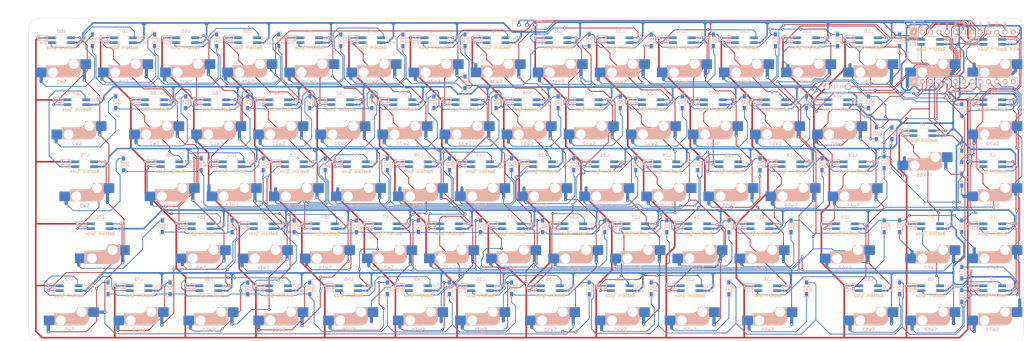
<source format=kicad_pcb>
(kicad_pcb (version 20171130) (host pcbnew "(5.1.5)-3")
  (layers (0 F.Cu signal) (31 B.Cu signal) (34 B.Paste user) (35 F.Paste user) (36 B.SilkS user) (37 F.SilkS user) (38 B.Mask user) (39 F.Mask user) (44 Edge.Cuts user))
  (net 0 "")
  (net 1 "Net-(D1-Pad2)")
  (net 2 Row0)
  (net 3 "Net-(D2-Pad2)")
  (net 4 Row1)
  (net 5 "Net-(D3-Pad2)")
  (net 6 Row2)
  (net 7 "Net-(D4-Pad2)")
  (net 8 Row3)
  (net 9 "Net-(D5-Pad2)")
  (net 10 Row4)
  (net 11 "Net-(D6-Pad2)")
  (net 12 "Net-(D7-Pad2)")
  (net 13 "Net-(D8-Pad2)")
  (net 14 "Net-(D9-Pad2)")
  (net 15 "Net-(D10-Pad2)")
  (net 16 "Net-(D11-Pad2)")
  (net 17 "Net-(D12-Pad2)")
  (net 18 "Net-(D13-Pad2)")
  (net 19 "Net-(D14-Pad2)")
  (net 20 "Net-(D15-Pad2)")
  (net 21 "Net-(D16-Pad2)")
  (net 22 "Net-(D17-Pad2)")
  (net 23 "Net-(D18-Pad2)")
  (net 24 "Net-(D19-Pad2)")
  (net 25 "Net-(D20-Pad2)")
  (net 26 "Net-(D21-Pad2)")
  (net 27 "Net-(D22-Pad2)")
  (net 28 "Net-(D23-Pad2)")
  (net 29 "Net-(D24-Pad2)")
  (net 30 "Net-(D25-Pad2)")
  (net 31 "Net-(D26-Pad2)")
  (net 32 "Net-(D27-Pad2)")
  (net 33 "Net-(D28-Pad2)")
  (net 34 "Net-(D29-Pad2)")
  (net 35 "Net-(D30-Pad2)")
  (net 36 "Net-(D31-Pad2)")
  (net 37 "Net-(D32-Pad2)")
  (net 38 "Net-(D33-Pad2)")
  (net 39 "Net-(D34-Pad2)")
  (net 40 "Net-(D35-Pad2)")
  (net 41 "Net-(D36-Pad1)")
  (net 42 "Net-(D37-Pad1)")
  (net 43 "Net-(D38-Pad1)")
  (net 44 "Net-(D39-Pad1)")
  (net 45 "Net-(D40-Pad1)")
  (net 46 "Net-(D41-Pad1)")
  (net 47 "Net-(D42-Pad1)")
  (net 48 "Net-(D43-Pad1)")
  (net 49 "Net-(D44-Pad1)")
  (net 50 "Net-(D45-Pad1)")
  (net 51 "Net-(D46-Pad1)")
  (net 52 "Net-(D47-Pad1)")
  (net 53 "Net-(D48-Pad1)")
  (net 54 "Net-(D49-Pad1)")
  (net 55 "Net-(D50-Pad1)")
  (net 56 "Net-(D51-Pad1)")
  (net 57 "Net-(D52-Pad1)")
  (net 58 "Net-(D53-Pad1)")
  (net 59 "Net-(D54-Pad1)")
  (net 60 "Net-(D55-Pad1)")
  (net 61 "Net-(D56-Pad1)")
  (net 62 "Net-(D57-Pad1)")
  (net 63 "Net-(D58-Pad1)")
  (net 64 "Net-(D59-Pad1)")
  (net 65 "Net-(D60-Pad1)")
  (net 66 "Net-(D61-Pad1)")
  (net 67 "Net-(D62-Pad1)")
  (net 68 "Net-(D63-Pad1)")
  (net 69 "Net-(D64-Pad1)")
  (net 70 "Net-(D65-Pad1)")
  (net 71 "Net-(D66-Pad1)")
  (net 72 "Net-(D67-Pad1)")
  (net 73 "Net-(D68-Pad1)")
  (net 74 "Net-(D69-Pad1)")
  (net 75 "Net-(D70-Pad1)")
  (net 76 "Net-(D71-Pad1)")
  (net 77 "Net-(D72-Pad1)")
  (net 78 "Net-(D73-Pad1)")
  (net 79 GND)
  (net 80 Bat+)
  (net 81 VCC)
  (net 82 "Net-(L1-Pad1)")
  (net 83 LED)
  (net 84 "Net-(L2-Pad1)")
  (net 85 "Net-(L3-Pad1)")
  (net 86 "Net-(L4-Pad1)")
  (net 87 "Net-(L5-Pad1)")
  (net 88 "Net-(L10-Pad3)")
  (net 89 "Net-(L10-Pad1)")
  (net 90 "Net-(L11-Pad1)")
  (net 91 "Net-(L12-Pad1)")
  (net 92 "Net-(L13-Pad1)")
  (net 93 "Net-(L14-Pad1)")
  (net 94 "Net-(L15-Pad1)")
  (net 95 "Net-(L16-Pad1)")
  (net 96 "Net-(L17-Pad1)")
  (net 97 "Net-(L18-Pad1)")
  (net 98 "Net-(L19-Pad1)")
  (net 99 "Net-(L20-Pad1)")
  (net 100 "Net-(L21-Pad1)")
  (net 101 "Net-(L22-Pad1)")
  (net 102 "Net-(L23-Pad1)")
  (net 103 "Net-(L24-Pad1)")
  (net 104 "Net-(L25-Pad1)")
  (net 105 "Net-(L26-Pad1)")
  (net 106 "Net-(L27-Pad1)")
  (net 107 "Net-(L28-Pad1)")
  (net 108 "Net-(L29-Pad1)")
  (net 109 "Net-(L30-Pad1)")
  (net 110 "Net-(L31-Pad1)")
  (net 111 "Net-(L32-Pad1)")
  (net 112 "Net-(L33-Pad1)")
  (net 113 "Net-(L34-Pad1)")
  (net 114 "Net-(L35-Pad1)")
  (net 115 "Net-(L36-Pad1)")
  (net 116 "Net-(L37-Pad1)")
  (net 117 "Net-(L38-Pad1)")
  (net 118 "Net-(L39-Pad1)")
  (net 119 "Net-(L40-Pad1)")
  (net 120 "Net-(L41-Pad1)")
  (net 121 "Net-(L42-Pad1)")
  (net 122 "Net-(L43-Pad1)")
  (net 123 "Net-(L44-Pad1)")
  (net 124 "Net-(L45-Pad1)")
  (net 125 "Net-(L46-Pad1)")
  (net 126 "Net-(L47-Pad1)")
  (net 127 "Net-(L48-Pad1)")
  (net 128 "Net-(L49-Pad1)")
  (net 129 "Net-(L50-Pad1)")
  (net 130 "Net-(L51-Pad1)")
  (net 131 "Net-(L52-Pad1)")
  (net 132 "Net-(L53-Pad1)")
  (net 133 "Net-(L54-Pad1)")
  (net 134 "Net-(L55-Pad1)")
  (net 135 "Net-(L56-Pad1)")
  (net 136 "Net-(L57-Pad1)")
  (net 137 "Net-(L58-Pad1)")
  (net 138 "Net-(L59-Pad1)")
  (net 139 "Net-(L61-Pad1)")
  (net 140 "Net-(L62-Pad1)")
  (net 141 "Net-(L63-Pad1)")
  (net 142 "Net-(L65-Pad1)")
  (net 143 "Net-(L66-Pad1)")
  (net 144 "Net-(L67-Pad1)")
  (net 145 "Net-(L69-Pad1)")
  (net 146 "Net-(L70-Pad1)")
  (net 147 Col0)
  (net 148 Col1)
  (net 149 Col2)
  (net 150 Col3)
  (net 151 Col4)
  (net 152 Col5)
  (net 153 Col6)
  (net 154 Col7)
  (net 155 Reset)
  (net 156 "Net-(U1-Pad2)")
  (net 157 "Net-(U1-Pad11)")
  (net 158 "Net-(U1-Pad12)")
  (net 159 "Net-(U1-Pad13)")
  (net 160 "Net-(U1-Pad24)")
  (net 161 "Net-(L60-Pad1)")
  (net 162 "Net-(L64-Pad1)")
  (net 163 "Net-(L68-Pad1)")
  (net 164 "Net-(L6-Pad1)")
  (net 165 "Net-(L7-Pad1)")
  (net 166 "Net-(L8-Pad1)")
  (net 167 "Net-(L71-Pad1)")
  (net 168 "Net-(L72-Pad1)")
  (net 169 "Net-(L73-Pad1)")
  (module kbd_Parts:ResetSW (layer B.Cu) (at 266.7 38.1)
    (fp_text reference SW74 hide)
    (fp_text value SW_PUSH)
    (fp_text user RESET (at 0 0) (layer B.SilkS) (effects (justify mirror)))
    (pad 2 thru_hole circle (at -3.25 0) (size 2 2) (drill 1.3) (layers *.Cu *.Mask B.SilkS) (net 79 GND))
    (pad 1 thru_hole circle (at 3.25 0) (size 2 2) (drill 1.3) (layers *.Cu *.Mask B.SilkS) (net 155 Reset))
  )
  (module kbd_SW:CherryMX_stab_2u (layer F.Cu) (at 292.894 57.15 270)
    (fp_text reference SW75 hide)
    (fp_text value KEY_SWITCH hide)
    (pad "" np_thru_hole circle (at -11.938 -6.985 90) (size 3.048 3.048) (drill 3.048) (layers *.Cu *.Mask))
    (pad "" np_thru_hole circle (at 11.938 -6.985 90) (size 3.048 3.048) (drill 3.048) (layers *.Cu *.Mask))
    (pad "" np_thru_hole circle (at 11.938 8.255 90) (size 3.9878 3.9878) (drill 3.9878) (layers *.Cu *.Mask))
    (pad "" np_thru_hole circle (at -11.938 8.255 90) (size 3.9878 3.9878) (drill 3.9878) (layers *.Cu *.Mask))
  )
  (module kbd_Parts:Battery_XH2.5_GL (layer B.Cu) (at 171.45 19.05 180)
    (fp_text reference J1)
    (fp_text value Conn_01x02 hide)
    (pad 2 thru_hole oval (at 2.5 -0.05 180) (size 1.3 1) (drill oval 0.8 0.5) (layers *.Cu *.Mask) (net 79 GND) (clearance 0.15))
    (pad 1 thru_hole oval (at 0 -0.05 180) (size 1.3 1) (drill oval 0.8 0.5) (layers *.Cu *.Mask) (net 80 Bat+) (clearance 0.15))
    (pad 2 thru_hole oval (at -2.5 -0.05 180) (size 1.3 1) (drill oval 0.8 0.5) (layers *.Cu *.Mask) (net 79 GND) (clearance 0.15))
  )
  (module kbd_Parts:Diode_SMD (layer F.Cu) (at 304.8 95.25 90)
    (fp_text reference D73 (at 0 1.4 90) (layer B.SilkS) (effects (font (size 0.8 0.8) (thickness 0.125)) (justify mirror)))
    (fp_text value D hide)
    (pad 2 smd rect (at 1.775 0 90) (size 1.3 0.95) (layers B.Cu B.Paste B.Mask) (net 10 Row4))
    (pad 1 smd rect (at -1.775 0 90) (size 1.3 0.95) (layers B.Cu B.Paste B.Mask) (net 78 "Net-(D73-Pad1)"))
  )
  (module kbd_Parts:Diode_SMD (layer F.Cu) (at 304.8 80.9625 90)
    (fp_text reference D72 (at 0 1.4 90) (layer B.SilkS) (effects (font (size 0.8 0.8) (thickness 0.125)) (justify mirror)))
    (fp_text value D hide)
    (pad 2 smd rect (at 1.775 0 90) (size 1.3 0.95) (layers B.Cu B.Paste B.Mask) (net 8 Row3))
    (pad 1 smd rect (at -1.775 0 90) (size 1.3 0.95) (layers B.Cu B.Paste B.Mask) (net 77 "Net-(D72-Pad1)"))
  )
  (module kbd_Parts:Diode_SMD (layer F.Cu) (at 304.8 66.675 90)
    (fp_text reference D71 (at 0 1.4 90) (layer B.SilkS) (effects (font (size 0.8 0.8) (thickness 0.125)) (justify mirror)))
    (fp_text value D hide)
    (pad 2 smd rect (at 1.775 0 90) (size 1.3 0.95) (layers B.Cu B.Paste B.Mask) (net 6 Row2))
    (pad 1 smd rect (at -1.775 0 90) (size 1.3 0.95) (layers B.Cu B.Paste B.Mask) (net 76 "Net-(D71-Pad1)"))
  )
  (module kbd_Parts:Diode_SMD (layer F.Cu) (at 304.8 59.5312 90)
    (fp_text reference D70 (at 0 1.4 90) (layer B.SilkS) (effects (font (size 0.8 0.8) (thickness 0.125)) (justify mirror)))
    (fp_text value D hide)
    (pad 2 smd rect (at 1.775 0 90) (size 1.3 0.95) (layers B.Cu B.Paste B.Mask) (net 4 Row1))
    (pad 1 smd rect (at -1.775 0 90) (size 1.3 0.95) (layers B.Cu B.Paste B.Mask) (net 75 "Net-(D70-Pad1)"))
  )
  (module kbd_Parts:Diode_SMD (layer F.Cu) (at 304.8 45.2438 90)
    (fp_text reference D69 (at 0 1.4 90) (layer B.SilkS) (effects (font (size 0.8 0.8) (thickness 0.125)) (justify mirror)))
    (fp_text value D hide)
    (pad 2 smd rect (at 1.775 0 90) (size 1.3 0.95) (layers B.Cu B.Paste B.Mask) (net 2 Row0))
    (pad 1 smd rect (at -1.775 0 90) (size 1.3 0.95) (layers B.Cu B.Paste B.Mask) (net 74 "Net-(D69-Pad1)"))
  )
  (module kbd_Parts:Diode_SMD (layer F.Cu) (at 304.8 102.394 90)
    (fp_text reference D68 (at 0 1.4 90) (layer B.SilkS) (effects (font (size 0.8 0.8) (thickness 0.125)) (justify mirror)))
    (fp_text value D hide)
    (pad 2 smd rect (at 1.775 0 90) (size 1.3 0.95) (layers B.Cu B.Paste B.Mask) (net 10 Row4))
    (pad 1 smd rect (at -1.775 0 90) (size 1.3 0.95) (layers B.Cu B.Paste B.Mask) (net 73 "Net-(D68-Pad1)"))
  )
  (module kbd_Parts:Diode_SMD (layer F.Cu) (at 285.75 80.9625 90)
    (fp_text reference D67 (at 0 1.4 90) (layer B.SilkS) (effects (font (size 0.8 0.8) (thickness 0.125)) (justify mirror)))
    (fp_text value D hide)
    (pad 2 smd rect (at 1.775 0 90) (size 1.3 0.95) (layers B.Cu B.Paste B.Mask) (net 8 Row3))
    (pad 1 smd rect (at -1.775 0 90) (size 1.3 0.95) (layers B.Cu B.Paste B.Mask) (net 72 "Net-(D67-Pad1)"))
  )
  (module kbd_Parts:Diode_SMD (layer F.Cu) (at 283.369 52.3875 90)
    (fp_text reference D66 (at 0 1.4 90) (layer B.SilkS) (effects (font (size 0.8 0.8) (thickness 0.125)) (justify mirror)))
    (fp_text value D hide)
    (pad 2 smd rect (at 1.775 0 90) (size 1.3 0.95) (layers B.Cu B.Paste B.Mask) (net 6 Row2))
    (pad 1 smd rect (at -1.775 0 90) (size 1.3 0.95) (layers B.Cu B.Paste B.Mask) (net 71 "Net-(D66-Pad1)"))
  )
  (module kbd_Parts:Diode_SMD (layer F.Cu) (at 278.606 52.3875 90)
    (fp_text reference D65 (at 0 1.4 90) (layer B.SilkS) (effects (font (size 0.8 0.8) (thickness 0.125)) (justify mirror)))
    (fp_text value D hide)
    (pad 2 smd rect (at 1.775 0 90) (size 1.3 0.95) (layers B.Cu B.Paste B.Mask) (net 4 Row1))
    (pad 1 smd rect (at -1.775 0 90) (size 1.3 0.95) (layers B.Cu B.Paste B.Mask) (net 70 "Net-(D65-Pad1)"))
  )
  (module kbd_Parts:Diode_SMD (layer F.Cu) (at 285.75 23.8125 90)
    (fp_text reference D64 (at 0 1.4 90) (layer B.SilkS) (effects (font (size 0.8 0.8) (thickness 0.125)) (justify mirror)))
    (fp_text value D hide)
    (pad 2 smd rect (at 1.775 0 90) (size 1.3 0.95) (layers B.Cu B.Paste B.Mask) (net 2 Row0))
    (pad 1 smd rect (at -1.775 0 90) (size 1.3 0.95) (layers B.Cu B.Paste B.Mask) (net 69 "Net-(D64-Pad1)"))
  )
  (module kbd_Parts:Diode_SMD (layer F.Cu) (at 285.75 100.012 90)
    (fp_text reference D63 (at 0 1.4 90) (layer B.SilkS) (effects (font (size 0.8 0.8) (thickness 0.125)) (justify mirror)))
    (fp_text value D hide)
    (pad 2 smd rect (at 1.775 0 90) (size 1.3 0.95) (layers B.Cu B.Paste B.Mask) (net 10 Row4))
    (pad 1 smd rect (at -1.775 0 90) (size 1.3 0.95) (layers B.Cu B.Paste B.Mask) (net 68 "Net-(D63-Pad1)"))
  )
  (module kbd_Parts:Diode_SMD (layer F.Cu) (at 280.988 80.9625 90)
    (fp_text reference D62 (at 0 1.4 90) (layer B.SilkS) (effects (font (size 0.8 0.8) (thickness 0.125)) (justify mirror)))
    (fp_text value D hide)
    (pad 2 smd rect (at 1.775 0 90) (size 1.3 0.95) (layers B.Cu B.Paste B.Mask) (net 8 Row3))
    (pad 1 smd rect (at -1.775 0 90) (size 1.3 0.95) (layers B.Cu B.Paste B.Mask) (net 67 "Net-(D62-Pad1)"))
  )
  (module kbd_Parts:Diode_SMD (layer F.Cu) (at 280.988 61.3062 90)
    (fp_text reference D61 (at 0 1.4 90) (layer B.SilkS) (effects (font (size 0.8 0.8) (thickness 0.125)) (justify mirror)))
    (fp_text value D hide)
    (pad 2 smd rect (at 1.775 0 90) (size 1.3 0.95) (layers B.Cu B.Paste B.Mask) (net 6 Row2))
    (pad 1 smd rect (at -1.775 0 90) (size 1.3 0.95) (layers B.Cu B.Paste B.Mask) (net 66 "Net-(D61-Pad1)"))
  )
  (module kbd_Parts:Diode_SMD (layer F.Cu) (at 276.225 42.8625 90)
    (fp_text reference D60 (at 0 1.4 90) (layer B.SilkS) (effects (font (size 0.8 0.8) (thickness 0.125)) (justify mirror)))
    (fp_text value D hide)
    (pad 2 smd rect (at 1.775 0 90) (size 1.3 0.95) (layers B.Cu B.Paste B.Mask) (net 4 Row1))
    (pad 1 smd rect (at -1.775 0 90) (size 1.3 0.95) (layers B.Cu B.Paste B.Mask) (net 65 "Net-(D60-Pad1)"))
  )
  (module kbd_Parts:Diode_SMD (layer F.Cu) (at 266.7 23.8125 90)
    (fp_text reference D59 (at 0 1.4 90) (layer B.SilkS) (effects (font (size 0.8 0.8) (thickness 0.125)) (justify mirror)))
    (fp_text value D hide)
    (pad 2 smd rect (at 1.775 0 90) (size 1.3 0.95) (layers B.Cu B.Paste B.Mask) (net 2 Row0))
    (pad 1 smd rect (at -1.775 0 90) (size 1.3 0.95) (layers B.Cu B.Paste B.Mask) (net 64 "Net-(D59-Pad1)"))
  )
  (module kbd_Parts:Diode_SMD (layer F.Cu) (at 261.938 61.9125 90)
    (fp_text reference D58 (at 0 1.4 90) (layer B.SilkS) (effects (font (size 0.8 0.8) (thickness 0.125)) (justify mirror)))
    (fp_text value D hide)
    (pad 2 smd rect (at 1.775 0 90) (size 1.3 0.95) (layers B.Cu B.Paste B.Mask) (net 6 Row2))
    (pad 1 smd rect (at -1.775 0 90) (size 1.3 0.95) (layers B.Cu B.Paste B.Mask) (net 63 "Net-(D58-Pad1)"))
  )
  (module kbd_Parts:Diode_SMD (layer F.Cu) (at 257.175 42.8625 90)
    (fp_text reference D57 (at 0 1.4 90) (layer B.SilkS) (effects (font (size 0.8 0.8) (thickness 0.125)) (justify mirror)))
    (fp_text value D hide)
    (pad 2 smd rect (at 1.775 0 90) (size 1.3 0.95) (layers B.Cu B.Paste B.Mask) (net 4 Row1))
    (pad 1 smd rect (at -1.775 0 90) (size 1.3 0.95) (layers B.Cu B.Paste B.Mask) (net 62 "Net-(D57-Pad1)"))
  )
  (module kbd_Parts:Diode_SMD (layer F.Cu) (at 247.65 23.8125 90)
    (fp_text reference D56 (at 0 1.4 90) (layer B.SilkS) (effects (font (size 0.8 0.8) (thickness 0.125)) (justify mirror)))
    (fp_text value D hide)
    (pad 2 smd rect (at 1.775 0 90) (size 1.3 0.95) (layers B.Cu B.Paste B.Mask) (net 2 Row0))
    (pad 1 smd rect (at -1.775 0 90) (size 1.3 0.95) (layers B.Cu B.Paste B.Mask) (net 61 "Net-(D56-Pad1)"))
  )
  (module kbd_Parts:Diode_SMD (layer F.Cu) (at 257.175 100.012 90)
    (fp_text reference D55 (at 0 1.4 90) (layer B.SilkS) (effects (font (size 0.8 0.8) (thickness 0.125)) (justify mirror)))
    (fp_text value D hide)
    (pad 2 smd rect (at 1.775 0 90) (size 1.3 0.95) (layers B.Cu B.Paste B.Mask) (net 10 Row4))
    (pad 1 smd rect (at -1.775 0 90) (size 1.3 0.95) (layers B.Cu B.Paste B.Mask) (net 60 "Net-(D55-Pad1)"))
  )
  (module kbd_Parts:Diode_SMD (layer F.Cu) (at 252.412 80.9625 90)
    (fp_text reference D54 (at 0 1.4 90) (layer B.SilkS) (effects (font (size 0.8 0.8) (thickness 0.125)) (justify mirror)))
    (fp_text value D hide)
    (pad 2 smd rect (at 1.775 0 90) (size 1.3 0.95) (layers B.Cu B.Paste B.Mask) (net 8 Row3))
    (pad 1 smd rect (at -1.775 0 90) (size 1.3 0.95) (layers B.Cu B.Paste B.Mask) (net 59 "Net-(D54-Pad1)"))
  )
  (module kbd_Parts:Diode_SMD (layer F.Cu) (at 242.888 61.9125 90)
    (fp_text reference D53 (at 0 1.4 90) (layer B.SilkS) (effects (font (size 0.8 0.8) (thickness 0.125)) (justify mirror)))
    (fp_text value D hide)
    (pad 2 smd rect (at 1.775 0 90) (size 1.3 0.95) (layers B.Cu B.Paste B.Mask) (net 6 Row2))
    (pad 1 smd rect (at -1.775 0 90) (size 1.3 0.95) (layers B.Cu B.Paste B.Mask) (net 58 "Net-(D53-Pad1)"))
  )
  (module kbd_Parts:Diode_SMD (layer F.Cu) (at 238.125 42.8625 90)
    (fp_text reference D52 (at 0 1.4 90) (layer B.SilkS) (effects (font (size 0.8 0.8) (thickness 0.125)) (justify mirror)))
    (fp_text value D hide)
    (pad 2 smd rect (at 1.775 0 90) (size 1.3 0.95) (layers B.Cu B.Paste B.Mask) (net 4 Row1))
    (pad 1 smd rect (at -1.775 0 90) (size 1.3 0.95) (layers B.Cu B.Paste B.Mask) (net 57 "Net-(D52-Pad1)"))
  )
  (module kbd_Parts:Diode_SMD (layer F.Cu) (at 228.6 23.8125 90)
    (fp_text reference D51 (at 0 1.4 90) (layer B.SilkS) (effects (font (size 0.8 0.8) (thickness 0.125)) (justify mirror)))
    (fp_text value D hide)
    (pad 2 smd rect (at 1.775 0 90) (size 1.3 0.95) (layers B.Cu B.Paste B.Mask) (net 2 Row0))
    (pad 1 smd rect (at -1.775 0 90) (size 1.3 0.95) (layers B.Cu B.Paste B.Mask) (net 56 "Net-(D51-Pad1)"))
  )
  (module kbd_Parts:Diode_SMD (layer F.Cu) (at 233.362 100.012 90)
    (fp_text reference D50 (at 0 1.4 90) (layer B.SilkS) (effects (font (size 0.8 0.8) (thickness 0.125)) (justify mirror)))
    (fp_text value D hide)
    (pad 2 smd rect (at 1.775 0 90) (size 1.3 0.95) (layers B.Cu B.Paste B.Mask) (net 10 Row4))
    (pad 1 smd rect (at -1.775 0 90) (size 1.3 0.95) (layers B.Cu B.Paste B.Mask) (net 55 "Net-(D50-Pad1)"))
  )
  (module kbd_Parts:Diode_SMD (layer F.Cu) (at 233.362 80.9625 90)
    (fp_text reference D49 (at 0 1.4 90) (layer B.SilkS) (effects (font (size 0.8 0.8) (thickness 0.125)) (justify mirror)))
    (fp_text value D hide)
    (pad 2 smd rect (at 1.775 0 90) (size 1.3 0.95) (layers B.Cu B.Paste B.Mask) (net 8 Row3))
    (pad 1 smd rect (at -1.775 0 90) (size 1.3 0.95) (layers B.Cu B.Paste B.Mask) (net 54 "Net-(D49-Pad1)"))
  )
  (module kbd_Parts:Diode_SMD (layer F.Cu) (at 223.838 61.9125 90)
    (fp_text reference D48 (at 0 1.4 90) (layer B.SilkS) (effects (font (size 0.8 0.8) (thickness 0.125)) (justify mirror)))
    (fp_text value D hide)
    (pad 2 smd rect (at 1.775 0 90) (size 1.3 0.95) (layers B.Cu B.Paste B.Mask) (net 6 Row2))
    (pad 1 smd rect (at -1.775 0 90) (size 1.3 0.95) (layers B.Cu B.Paste B.Mask) (net 53 "Net-(D48-Pad1)"))
  )
  (module kbd_Parts:Diode_SMD (layer F.Cu) (at 219.075 42.8625 90)
    (fp_text reference D47 (at 0 1.4 90) (layer B.SilkS) (effects (font (size 0.8 0.8) (thickness 0.125)) (justify mirror)))
    (fp_text value D hide)
    (pad 2 smd rect (at 1.775 0 90) (size 1.3 0.95) (layers B.Cu B.Paste B.Mask) (net 4 Row1))
    (pad 1 smd rect (at -1.775 0 90) (size 1.3 0.95) (layers B.Cu B.Paste B.Mask) (net 52 "Net-(D47-Pad1)"))
  )
  (module kbd_Parts:Diode_SMD (layer F.Cu) (at 209.55 23.8125 90)
    (fp_text reference D46 (at 0 1.4 90) (layer B.SilkS) (effects (font (size 0.8 0.8) (thickness 0.125)) (justify mirror)))
    (fp_text value D hide)
    (pad 2 smd rect (at 1.775 0 90) (size 1.3 0.95) (layers B.Cu B.Paste B.Mask) (net 2 Row0))
    (pad 1 smd rect (at -1.775 0 90) (size 1.3 0.95) (layers B.Cu B.Paste B.Mask) (net 51 "Net-(D46-Pad1)"))
  )
  (module kbd_Parts:Diode_SMD (layer F.Cu) (at 209.55 100.012 90)
    (fp_text reference D45 (at 0 1.4 90) (layer B.SilkS) (effects (font (size 0.8 0.8) (thickness 0.125)) (justify mirror)))
    (fp_text value D hide)
    (pad 2 smd rect (at 1.775 0 90) (size 1.3 0.95) (layers B.Cu B.Paste B.Mask) (net 10 Row4))
    (pad 1 smd rect (at -1.775 0 90) (size 1.3 0.95) (layers B.Cu B.Paste B.Mask) (net 50 "Net-(D45-Pad1)"))
  )
  (module kbd_Parts:Diode_SMD (layer F.Cu) (at 214.312 80.9625 90)
    (fp_text reference D44 (at 0 1.4 90) (layer B.SilkS) (effects (font (size 0.8 0.8) (thickness 0.125)) (justify mirror)))
    (fp_text value D hide)
    (pad 2 smd rect (at 1.775 0 90) (size 1.3 0.95) (layers B.Cu B.Paste B.Mask) (net 8 Row3))
    (pad 1 smd rect (at -1.775 0 90) (size 1.3 0.95) (layers B.Cu B.Paste B.Mask) (net 49 "Net-(D44-Pad1)"))
  )
  (module kbd_Parts:Diode_SMD (layer F.Cu) (at 204.788 61.9125 90)
    (fp_text reference D43 (at 0 1.4 90) (layer B.SilkS) (effects (font (size 0.8 0.8) (thickness 0.125)) (justify mirror)))
    (fp_text value D hide)
    (pad 2 smd rect (at 1.775 0 90) (size 1.3 0.95) (layers B.Cu B.Paste B.Mask) (net 6 Row2))
    (pad 1 smd rect (at -1.775 0 90) (size 1.3 0.95) (layers B.Cu B.Paste B.Mask) (net 48 "Net-(D43-Pad1)"))
  )
  (module kbd_Parts:Diode_SMD (layer F.Cu) (at 200.025 42.8625 90)
    (fp_text reference D42 (at 0 1.4 90) (layer B.SilkS) (effects (font (size 0.8 0.8) (thickness 0.125)) (justify mirror)))
    (fp_text value D hide)
    (pad 2 smd rect (at 1.775 0 90) (size 1.3 0.95) (layers B.Cu B.Paste B.Mask) (net 4 Row1))
    (pad 1 smd rect (at -1.775 0 90) (size 1.3 0.95) (layers B.Cu B.Paste B.Mask) (net 47 "Net-(D42-Pad1)"))
  )
  (module kbd_Parts:Diode_SMD (layer F.Cu) (at 190.5 23.8125 90)
    (fp_text reference D41 (at 0 1.4 90) (layer B.SilkS) (effects (font (size 0.8 0.8) (thickness 0.125)) (justify mirror)))
    (fp_text value D hide)
    (pad 2 smd rect (at 1.775 0 90) (size 1.3 0.95) (layers B.Cu B.Paste B.Mask) (net 2 Row0))
    (pad 1 smd rect (at -1.775 0 90) (size 1.3 0.95) (layers B.Cu B.Paste B.Mask) (net 46 "Net-(D41-Pad1)"))
  )
  (module kbd_Parts:Diode_SMD (layer F.Cu) (at 190.5 100.012 90)
    (fp_text reference D40 (at 0 1.4 90) (layer B.SilkS) (effects (font (size 0.8 0.8) (thickness 0.125)) (justify mirror)))
    (fp_text value D hide)
    (pad 2 smd rect (at 1.775 0 90) (size 1.3 0.95) (layers B.Cu B.Paste B.Mask) (net 10 Row4))
    (pad 1 smd rect (at -1.775 0 90) (size 1.3 0.95) (layers B.Cu B.Paste B.Mask) (net 45 "Net-(D40-Pad1)"))
  )
  (module kbd_Parts:Diode_SMD (layer F.Cu) (at 195.262 80.9625 90)
    (fp_text reference D39 (at 0 1.4 90) (layer B.SilkS) (effects (font (size 0.8 0.8) (thickness 0.125)) (justify mirror)))
    (fp_text value D hide)
    (pad 2 smd rect (at 1.775 0 90) (size 1.3 0.95) (layers B.Cu B.Paste B.Mask) (net 8 Row3))
    (pad 1 smd rect (at -1.775 0 90) (size 1.3 0.95) (layers B.Cu B.Paste B.Mask) (net 44 "Net-(D39-Pad1)"))
  )
  (module kbd_Parts:Diode_SMD (layer F.Cu) (at 185.738 61.9125 90)
    (fp_text reference D38 (at 0 1.4 90) (layer B.SilkS) (effects (font (size 0.8 0.8) (thickness 0.125)) (justify mirror)))
    (fp_text value D hide)
    (pad 2 smd rect (at 1.775 0 90) (size 1.3 0.95) (layers B.Cu B.Paste B.Mask) (net 6 Row2))
    (pad 1 smd rect (at -1.775 0 90) (size 1.3 0.95) (layers B.Cu B.Paste B.Mask) (net 43 "Net-(D38-Pad1)"))
  )
  (module kbd_Parts:Diode_SMD (layer F.Cu) (at 180.975 42.8625 90)
    (fp_text reference D37 (at 0 1.4 90) (layer B.SilkS) (effects (font (size 0.8 0.8) (thickness 0.125)) (justify mirror)))
    (fp_text value D hide)
    (pad 2 smd rect (at 1.775 0 90) (size 1.3 0.95) (layers B.Cu B.Paste B.Mask) (net 4 Row1))
    (pad 1 smd rect (at -1.775 0 90) (size 1.3 0.95) (layers B.Cu B.Paste B.Mask) (net 42 "Net-(D37-Pad1)"))
  )
  (module kbd_Parts:Diode_SMD (layer F.Cu) (at 152.4 23.8125 90)
    (fp_text reference D36 (at 0 1.4 90) (layer B.SilkS) (effects (font (size 0.8 0.8) (thickness 0.125)) (justify mirror)))
    (fp_text value D hide)
    (pad 2 smd rect (at 1.775 0 90) (size 1.3 0.95) (layers B.Cu B.Paste B.Mask) (net 2 Row0))
    (pad 1 smd rect (at -1.775 0 90) (size 1.3 0.95) (layers B.Cu B.Paste B.Mask) (net 41 "Net-(D36-Pad1)"))
  )
  (module kbd_Parts:Diode_SMD (layer F.Cu) (at 166.688 100.012 90)
    (fp_text reference D35 (at 0 1.4 90) (layer B.SilkS) (effects (font (size 0.8 0.8) (thickness 0.125)) (justify mirror)))
    (fp_text value D hide)
    (pad 2 smd rect (at 1.775 0 90) (size 1.3 0.95) (layers B.Cu B.Paste B.Mask) (net 40 "Net-(D35-Pad2)"))
    (pad 1 smd rect (at -1.775 0 90) (size 1.3 0.95) (layers B.Cu B.Paste B.Mask) (net 10 Row4))
  )
  (module kbd_Parts:Diode_SMD (layer F.Cu) (at 176.212 80.9625 90)
    (fp_text reference D34 (at 0 1.4 90) (layer B.SilkS) (effects (font (size 0.8 0.8) (thickness 0.125)) (justify mirror)))
    (fp_text value D hide)
    (pad 2 smd rect (at 1.775 0 90) (size 1.3 0.95) (layers B.Cu B.Paste B.Mask) (net 39 "Net-(D34-Pad2)"))
    (pad 1 smd rect (at -1.775 0 90) (size 1.3 0.95) (layers B.Cu B.Paste B.Mask) (net 8 Row3))
  )
  (module kbd_Parts:Diode_SMD (layer F.Cu) (at 166.688 61.9125 90)
    (fp_text reference D33 (at 0 1.4 90) (layer B.SilkS) (effects (font (size 0.8 0.8) (thickness 0.125)) (justify mirror)))
    (fp_text value D hide)
    (pad 2 smd rect (at 1.775 0 90) (size 1.3 0.95) (layers B.Cu B.Paste B.Mask) (net 38 "Net-(D33-Pad2)"))
    (pad 1 smd rect (at -1.775 0 90) (size 1.3 0.95) (layers B.Cu B.Paste B.Mask) (net 6 Row2))
  )
  (module kbd_Parts:Diode_SMD (layer F.Cu) (at 161.925 42.8625 90)
    (fp_text reference D32 (at 0 1.4 90) (layer B.SilkS) (effects (font (size 0.8 0.8) (thickness 0.125)) (justify mirror)))
    (fp_text value D hide)
    (pad 2 smd rect (at 1.775 0 90) (size 1.3 0.95) (layers B.Cu B.Paste B.Mask) (net 37 "Net-(D32-Pad2)"))
    (pad 1 smd rect (at -1.775 0 90) (size 1.3 0.95) (layers B.Cu B.Paste B.Mask) (net 4 Row1))
  )
  (module kbd_Parts:Diode_SMD (layer F.Cu) (at 152.4 36.7188 90)
    (fp_text reference D31 (at 0 1.4 90) (layer B.SilkS) (effects (font (size 0.8 0.8) (thickness 0.125)) (justify mirror)))
    (fp_text value D hide)
    (pad 2 smd rect (at 1.775 0 90) (size 1.3 0.95) (layers B.Cu B.Paste B.Mask) (net 36 "Net-(D31-Pad2)"))
    (pad 1 smd rect (at -1.775 0 90) (size 1.3 0.95) (layers B.Cu B.Paste B.Mask) (net 2 Row0))
  )
  (module kbd_Parts:Diode_SMD (layer F.Cu) (at 147.638 100.012 90)
    (fp_text reference D30 (at 0 1.4 90) (layer B.SilkS) (effects (font (size 0.8 0.8) (thickness 0.125)) (justify mirror)))
    (fp_text value D hide)
    (pad 2 smd rect (at 1.775 0 90) (size 1.3 0.95) (layers B.Cu B.Paste B.Mask) (net 35 "Net-(D30-Pad2)"))
    (pad 1 smd rect (at -1.775 0 90) (size 1.3 0.95) (layers B.Cu B.Paste B.Mask) (net 10 Row4))
  )
  (module kbd_Parts:Diode_SMD (layer F.Cu) (at 157.162 80.9625 90)
    (fp_text reference D29 (at 0 1.4 90) (layer B.SilkS) (effects (font (size 0.8 0.8) (thickness 0.125)) (justify mirror)))
    (fp_text value D hide)
    (pad 2 smd rect (at 1.775 0 90) (size 1.3 0.95) (layers B.Cu B.Paste B.Mask) (net 34 "Net-(D29-Pad2)"))
    (pad 1 smd rect (at -1.775 0 90) (size 1.3 0.95) (layers B.Cu B.Paste B.Mask) (net 8 Row3))
  )
  (module kbd_Parts:Diode_SMD (layer F.Cu) (at 147.638 61.9125 90)
    (fp_text reference D28 (at 0 1.4 90) (layer B.SilkS) (effects (font (size 0.8 0.8) (thickness 0.125)) (justify mirror)))
    (fp_text value D hide)
    (pad 2 smd rect (at 1.775 0 90) (size 1.3 0.95) (layers B.Cu B.Paste B.Mask) (net 33 "Net-(D28-Pad2)"))
    (pad 1 smd rect (at -1.775 0 90) (size 1.3 0.95) (layers B.Cu B.Paste B.Mask) (net 6 Row2))
  )
  (module kbd_Parts:Diode_SMD (layer F.Cu) (at 142.875 42.8625 90)
    (fp_text reference D27 (at 0 1.4 90) (layer B.SilkS) (effects (font (size 0.8 0.8) (thickness 0.125)) (justify mirror)))
    (fp_text value D hide)
    (pad 2 smd rect (at 1.775 0 90) (size 1.3 0.95) (layers B.Cu B.Paste B.Mask) (net 32 "Net-(D27-Pad2)"))
    (pad 1 smd rect (at -1.775 0 90) (size 1.3 0.95) (layers B.Cu B.Paste B.Mask) (net 4 Row1))
  )
  (module kbd_Parts:Diode_SMD (layer F.Cu) (at 133.35 23.8125 90)
    (fp_text reference D26 (at 0 1.4 90) (layer B.SilkS) (effects (font (size 0.8 0.8) (thickness 0.125)) (justify mirror)))
    (fp_text value D hide)
    (pad 2 smd rect (at 1.775 0 90) (size 1.3 0.95) (layers B.Cu B.Paste B.Mask) (net 31 "Net-(D26-Pad2)"))
    (pad 1 smd rect (at -1.775 0 90) (size 1.3 0.95) (layers B.Cu B.Paste B.Mask) (net 2 Row0))
  )
  (module kbd_Parts:Diode_SMD (layer F.Cu) (at 128.588 100.012 90)
    (fp_text reference D25 (at 0 1.4 90) (layer B.SilkS) (effects (font (size 0.8 0.8) (thickness 0.125)) (justify mirror)))
    (fp_text value D hide)
    (pad 2 smd rect (at 1.775 0 90) (size 1.3 0.95) (layers B.Cu B.Paste B.Mask) (net 30 "Net-(D25-Pad2)"))
    (pad 1 smd rect (at -1.775 0 90) (size 1.3 0.95) (layers B.Cu B.Paste B.Mask) (net 10 Row4))
  )
  (module kbd_Parts:Diode_SMD (layer F.Cu) (at 138.112 80.9625 90)
    (fp_text reference D24 (at 0 1.4 90) (layer B.SilkS) (effects (font (size 0.8 0.8) (thickness 0.125)) (justify mirror)))
    (fp_text value D hide)
    (pad 2 smd rect (at 1.775 0 90) (size 1.3 0.95) (layers B.Cu B.Paste B.Mask) (net 29 "Net-(D24-Pad2)"))
    (pad 1 smd rect (at -1.775 0 90) (size 1.3 0.95) (layers B.Cu B.Paste B.Mask) (net 8 Row3))
  )
  (module kbd_Parts:Diode_SMD (layer F.Cu) (at 128.588 61.9125 90)
    (fp_text reference D23 (at 0 1.4 90) (layer B.SilkS) (effects (font (size 0.8 0.8) (thickness 0.125)) (justify mirror)))
    (fp_text value D hide)
    (pad 2 smd rect (at 1.775 0 90) (size 1.3 0.95) (layers B.Cu B.Paste B.Mask) (net 28 "Net-(D23-Pad2)"))
    (pad 1 smd rect (at -1.775 0 90) (size 1.3 0.95) (layers B.Cu B.Paste B.Mask) (net 6 Row2))
  )
  (module kbd_Parts:Diode_SMD (layer F.Cu) (at 123.825 42.8625 90)
    (fp_text reference D22 (at 0 1.4 90) (layer B.SilkS) (effects (font (size 0.8 0.8) (thickness 0.125)) (justify mirror)))
    (fp_text value D hide)
    (pad 2 smd rect (at 1.775 0 90) (size 1.3 0.95) (layers B.Cu B.Paste B.Mask) (net 27 "Net-(D22-Pad2)"))
    (pad 1 smd rect (at -1.775 0 90) (size 1.3 0.95) (layers B.Cu B.Paste B.Mask) (net 4 Row1))
  )
  (module kbd_Parts:Diode_SMD (layer F.Cu) (at 114.3 23.8125 90)
    (fp_text reference D21 (at 0 1.4 90) (layer B.SilkS) (effects (font (size 0.8 0.8) (thickness 0.125)) (justify mirror)))
    (fp_text value D hide)
    (pad 2 smd rect (at 1.775 0 90) (size 1.3 0.95) (layers B.Cu B.Paste B.Mask) (net 26 "Net-(D21-Pad2)"))
    (pad 1 smd rect (at -1.775 0 90) (size 1.3 0.95) (layers B.Cu B.Paste B.Mask) (net 2 Row0))
  )
  (module kbd_Parts:Diode_SMD (layer F.Cu) (at 104.775 100.012 90)
    (fp_text reference D20 (at 0 1.4 90) (layer B.SilkS) (effects (font (size 0.8 0.8) (thickness 0.125)) (justify mirror)))
    (fp_text value D hide)
    (pad 2 smd rect (at 1.775 0 90) (size 1.3 0.95) (layers B.Cu B.Paste B.Mask) (net 25 "Net-(D20-Pad2)"))
    (pad 1 smd rect (at -1.775 0 90) (size 1.3 0.95) (layers B.Cu B.Paste B.Mask) (net 10 Row4))
  )
  (module kbd_Parts:Diode_SMD (layer F.Cu) (at 119.062 80.9625 90)
    (fp_text reference D19 (at 0 1.4 90) (layer B.SilkS) (effects (font (size 0.8 0.8) (thickness 0.125)) (justify mirror)))
    (fp_text value D hide)
    (pad 2 smd rect (at 1.775 0 90) (size 1.3 0.95) (layers B.Cu B.Paste B.Mask) (net 24 "Net-(D19-Pad2)"))
    (pad 1 smd rect (at -1.775 0 90) (size 1.3 0.95) (layers B.Cu B.Paste B.Mask) (net 8 Row3))
  )
  (module kbd_Parts:Diode_SMD (layer F.Cu) (at 109.538 61.9125 90)
    (fp_text reference D18 (at 0 1.4 90) (layer B.SilkS) (effects (font (size 0.8 0.8) (thickness 0.125)) (justify mirror)))
    (fp_text value D hide)
    (pad 2 smd rect (at 1.775 0 90) (size 1.3 0.95) (layers B.Cu B.Paste B.Mask) (net 23 "Net-(D18-Pad2)"))
    (pad 1 smd rect (at -1.775 0 90) (size 1.3 0.95) (layers B.Cu B.Paste B.Mask) (net 6 Row2))
  )
  (module kbd_Parts:Diode_SMD (layer F.Cu) (at 104.775 42.8625 90)
    (fp_text reference D17 (at 0 1.4 90) (layer B.SilkS) (effects (font (size 0.8 0.8) (thickness 0.125)) (justify mirror)))
    (fp_text value D hide)
    (pad 2 smd rect (at 1.775 0 90) (size 1.3 0.95) (layers B.Cu B.Paste B.Mask) (net 22 "Net-(D17-Pad2)"))
    (pad 1 smd rect (at -1.775 0 90) (size 1.3 0.95) (layers B.Cu B.Paste B.Mask) (net 4 Row1))
  )
  (module kbd_Parts:Diode_SMD (layer F.Cu) (at 95.25 23.8125 90)
    (fp_text reference D16 (at 0 1.4 90) (layer B.SilkS) (effects (font (size 0.8 0.8) (thickness 0.125)) (justify mirror)))
    (fp_text value D hide)
    (pad 2 smd rect (at 1.775 0 90) (size 1.3 0.95) (layers B.Cu B.Paste B.Mask) (net 21 "Net-(D16-Pad2)"))
    (pad 1 smd rect (at -1.775 0 90) (size 1.3 0.95) (layers B.Cu B.Paste B.Mask) (net 2 Row0))
  )
  (module kbd_Parts:Diode_SMD (layer F.Cu) (at 85.725 100.012 90)
    (fp_text reference D15 (at 0 1.4 90) (layer B.SilkS) (effects (font (size 0.8 0.8) (thickness 0.125)) (justify mirror)))
    (fp_text value D hide)
    (pad 2 smd rect (at 1.775 0 90) (size 1.3 0.95) (layers B.Cu B.Paste B.Mask) (net 20 "Net-(D15-Pad2)"))
    (pad 1 smd rect (at -1.775 0 90) (size 1.3 0.95) (layers B.Cu B.Paste B.Mask) (net 10 Row4))
  )
  (module kbd_Parts:Diode_SMD (layer F.Cu) (at 100.012 80.9625 90)
    (fp_text reference D14 (at 0 1.4 90) (layer B.SilkS) (effects (font (size 0.8 0.8) (thickness 0.125)) (justify mirror)))
    (fp_text value D hide)
    (pad 2 smd rect (at 1.775 0 90) (size 1.3 0.95) (layers B.Cu B.Paste B.Mask) (net 19 "Net-(D14-Pad2)"))
    (pad 1 smd rect (at -1.775 0 90) (size 1.3 0.95) (layers B.Cu B.Paste B.Mask) (net 8 Row3))
  )
  (module kbd_Parts:Diode_SMD (layer F.Cu) (at 90.4875 61.9125 90)
    (fp_text reference D13 (at 0 1.4 90) (layer B.SilkS) (effects (font (size 0.8 0.8) (thickness 0.125)) (justify mirror)))
    (fp_text value D hide)
    (pad 2 smd rect (at 1.775 0 90) (size 1.3 0.95) (layers B.Cu B.Paste B.Mask) (net 18 "Net-(D13-Pad2)"))
    (pad 1 smd rect (at -1.775 0 90) (size 1.3 0.95) (layers B.Cu B.Paste B.Mask) (net 6 Row2))
  )
  (module kbd_Parts:Diode_SMD (layer F.Cu) (at 85.725 42.8625 90)
    (fp_text reference D12 (at 0 1.4 90) (layer B.SilkS) (effects (font (size 0.8 0.8) (thickness 0.125)) (justify mirror)))
    (fp_text value D hide)
    (pad 2 smd rect (at 1.775 0 90) (size 1.3 0.95) (layers B.Cu B.Paste B.Mask) (net 17 "Net-(D12-Pad2)"))
    (pad 1 smd rect (at -1.775 0 90) (size 1.3 0.95) (layers B.Cu B.Paste B.Mask) (net 4 Row1))
  )
  (module kbd_Parts:Diode_SMD (layer F.Cu) (at 76.2 23.8125 90)
    (fp_text reference D11 (at 0 1.4 90) (layer B.SilkS) (effects (font (size 0.8 0.8) (thickness 0.125)) (justify mirror)))
    (fp_text value D hide)
    (pad 2 smd rect (at 1.775 0 90) (size 1.3 0.95) (layers B.Cu B.Paste B.Mask) (net 16 "Net-(D11-Pad2)"))
    (pad 1 smd rect (at -1.775 0 90) (size 1.3 0.95) (layers B.Cu B.Paste B.Mask) (net 2 Row0))
  )
  (module kbd_Parts:Diode_SMD (layer F.Cu) (at 61.9125 100.012 90)
    (fp_text reference D10 (at 0 1.4 90) (layer B.SilkS) (effects (font (size 0.8 0.8) (thickness 0.125)) (justify mirror)))
    (fp_text value D hide)
    (pad 2 smd rect (at 1.775 0 90) (size 1.3 0.95) (layers B.Cu B.Paste B.Mask) (net 15 "Net-(D10-Pad2)"))
    (pad 1 smd rect (at -1.775 0 90) (size 1.3 0.95) (layers B.Cu B.Paste B.Mask) (net 10 Row4))
  )
  (module kbd_Parts:Diode_SMD (layer F.Cu) (at 80.9625 80.9625 90)
    (fp_text reference D9 (at 0 1.4 90) (layer B.SilkS) (effects (font (size 0.8 0.8) (thickness 0.125)) (justify mirror)))
    (fp_text value D hide)
    (pad 2 smd rect (at 1.775 0 90) (size 1.3 0.95) (layers B.Cu B.Paste B.Mask) (net 14 "Net-(D9-Pad2)"))
    (pad 1 smd rect (at -1.775 0 90) (size 1.3 0.95) (layers B.Cu B.Paste B.Mask) (net 8 Row3))
  )
  (module kbd_Parts:Diode_SMD (layer F.Cu) (at 71.4375 61.9125 90)
    (fp_text reference D8 (at 0 1.4 90) (layer B.SilkS) (effects (font (size 0.8 0.8) (thickness 0.125)) (justify mirror)))
    (fp_text value D hide)
    (pad 2 smd rect (at 1.775 0 90) (size 1.3 0.95) (layers B.Cu B.Paste B.Mask) (net 13 "Net-(D8-Pad2)"))
    (pad 1 smd rect (at -1.775 0 90) (size 1.3 0.95) (layers B.Cu B.Paste B.Mask) (net 6 Row2))
  )
  (module kbd_Parts:Diode_SMD (layer F.Cu) (at 66.675 42.8625 90)
    (fp_text reference D7 (at 0 1.4 90) (layer B.SilkS) (effects (font (size 0.8 0.8) (thickness 0.125)) (justify mirror)))
    (fp_text value D hide)
    (pad 2 smd rect (at 1.775 0 90) (size 1.3 0.95) (layers B.Cu B.Paste B.Mask) (net 12 "Net-(D7-Pad2)"))
    (pad 1 smd rect (at -1.775 0 90) (size 1.3 0.95) (layers B.Cu B.Paste B.Mask) (net 4 Row1))
  )
  (module kbd_Parts:Diode_SMD (layer F.Cu) (at 57.15 23.8125 90)
    (fp_text reference D6 (at 0 1.4 90) (layer B.SilkS) (effects (font (size 0.8 0.8) (thickness 0.125)) (justify mirror)))
    (fp_text value D hide)
    (pad 2 smd rect (at 1.775 0 90) (size 1.3 0.95) (layers B.Cu B.Paste B.Mask) (net 11 "Net-(D6-Pad2)"))
    (pad 1 smd rect (at -1.775 0 90) (size 1.3 0.95) (layers B.Cu B.Paste B.Mask) (net 2 Row0))
  )
  (module kbd_Parts:Diode_SMD (layer F.Cu) (at 42.8625 100.012 90)
    (fp_text reference D5 (at 0 1.4 90) (layer B.SilkS) (effects (font (size 0.8 0.8) (thickness 0.125)) (justify mirror)))
    (fp_text value D hide)
    (pad 2 smd rect (at 1.775 0 90) (size 1.3 0.95) (layers B.Cu B.Paste B.Mask) (net 9 "Net-(D5-Pad2)"))
    (pad 1 smd rect (at -1.775 0 90) (size 1.3 0.95) (layers B.Cu B.Paste B.Mask) (net 10 Row4))
  )
  (module kbd_Parts:Diode_SMD (layer F.Cu) (at 59.5312 80.9625 90)
    (fp_text reference D4 (at 0 1.4 90) (layer B.SilkS) (effects (font (size 0.8 0.8) (thickness 0.125)) (justify mirror)))
    (fp_text value D hide)
    (pad 2 smd rect (at 1.775 0 90) (size 1.3 0.95) (layers B.Cu B.Paste B.Mask) (net 7 "Net-(D4-Pad2)"))
    (pad 1 smd rect (at -1.775 0 90) (size 1.3 0.95) (layers B.Cu B.Paste B.Mask) (net 8 Row3))
  )
  (module kbd_Parts:Diode_SMD (layer F.Cu) (at 47.625 61.9125 90)
    (fp_text reference D3 (at 0 1.4 90) (layer B.SilkS) (effects (font (size 0.8 0.8) (thickness 0.125)) (justify mirror)))
    (fp_text value D hide)
    (pad 2 smd rect (at 1.775 0 90) (size 1.3 0.95) (layers B.Cu B.Paste B.Mask) (net 5 "Net-(D3-Pad2)"))
    (pad 1 smd rect (at -1.775 0 90) (size 1.3 0.95) (layers B.Cu B.Paste B.Mask) (net 6 Row2))
  )
  (module kbd_Parts:Diode_SMD (layer F.Cu) (at 45.2438 42.8625 90)
    (fp_text reference D2 (at 0 1.4 90) (layer B.SilkS) (effects (font (size 0.8 0.8) (thickness 0.125)) (justify mirror)))
    (fp_text value D hide)
    (pad 2 smd rect (at 1.775 0 90) (size 1.3 0.95) (layers B.Cu B.Paste B.Mask) (net 3 "Net-(D2-Pad2)"))
    (pad 1 smd rect (at -1.775 0 90) (size 1.3 0.95) (layers B.Cu B.Paste B.Mask) (net 4 Row1))
  )
  (module kbd_Parts:Diode_SMD (layer F.Cu) (at 38.1 23.8125 90)
    (fp_text reference D1 (at 0 1.4 90) (layer B.SilkS) (effects (font (size 0.8 0.8) (thickness 0.125)) (justify mirror)))
    (fp_text value D hide)
    (pad 2 smd rect (at 1.775 0 90) (size 1.3 0.95) (layers B.Cu B.Paste B.Mask) (net 1 "Net-(D1-Pad2)"))
    (pad 1 smd rect (at -1.775 0 90) (size 1.3 0.95) (layers B.Cu B.Paste B.Mask) (net 2 Row0))
  )
  (module kbd_Parts:LED_SK6812MINI-E_BL (layer B.Cu) (at 85.725 23.8125)
    (fp_text reference L60 (at 0 -2.8) (layer B.SilkS) (effects (justify mirror)))
    (fp_text value SK6812MINI)
    (fp_text user Gnd (at -5.69 -0.7) (layer B.SilkS) (effects (justify mirror)))
    (fp_text user DIn (at -5.49 0.79) (layer B.SilkS) (effects (justify mirror)))
    (fp_text user DOut (at 6.03 -0.75) (layer B.SilkS) (effects (justify mirror)))
    (fp_text user VCC (at 5.82 0.75) (layer B.SilkS) (effects (justify mirror)))
    (fp_text user "Light Side" (at 0 2.25) (layer F.SilkS))
    (fp_text user "Bottom Side" (at 0 2.25) (layer B.SilkS) (effects (justify mirror)))
    (fp_line (start 1.75 1.6) (end -1.75 1.6) (layer Edge.Cuts) (width 0.12))
    (fp_line (start 1.75 -1.6) (end 1.75 1.6) (layer Edge.Cuts) (width 0.12))
    (fp_line (start -1.75 -1.6) (end 1.75 -1.6) (layer Edge.Cuts) (width 0.12))
    (fp_line (start -1.75 1.6) (end -1.75 -1.6) (layer Edge.Cuts) (width 0.12))
    (pad 4 smd rect (at 2.5 0.75) (size 2.5 0.82) (drill (offset 0.35 0)) (layers B.Cu B.Paste B.Mask) (net 81 VCC))
    (pad 1 smd rect (at 2.5 -0.75) (size 2.5 0.82) (drill (offset 0.35 0)) (layers B.Cu B.Paste B.Mask) (net 161 "Net-(L60-Pad1)"))
    (pad 2 smd rect (at -2.5 -0.75) (size 2.5 0.82) (drill (offset -0.35 0)) (layers B.Cu B.Paste B.Mask) (net 79 GND))
    (pad 3 smd rect (at -2.5 0.75) (size 2.5 0.82) (drill (offset -0.35 0)) (layers B.Cu B.Paste B.Mask) (net 138 "Net-(L59-Pad1)"))
  )
  (module kbd_Parts:LED_SK6812MINI-E_BL (layer B.Cu) (at 95.25 42.8625)
    (fp_text reference L59 (at 0 -2.8) (layer B.SilkS) (effects (justify mirror)))
    (fp_text value SK6812MINI)
    (fp_text user Gnd (at -5.69 -0.7) (layer B.SilkS) (effects (justify mirror)))
    (fp_text user DIn (at -5.49 0.79) (layer B.SilkS) (effects (justify mirror)))
    (fp_text user DOut (at 6.03 -0.75) (layer B.SilkS) (effects (justify mirror)))
    (fp_text user VCC (at 5.82 0.75) (layer B.SilkS) (effects (justify mirror)))
    (fp_text user "Light Side" (at 0 2.25) (layer F.SilkS))
    (fp_text user "Bottom Side" (at 0 2.25) (layer B.SilkS) (effects (justify mirror)))
    (fp_line (start 1.75 1.6) (end -1.75 1.6) (layer Edge.Cuts) (width 0.12))
    (fp_line (start 1.75 -1.6) (end 1.75 1.6) (layer Edge.Cuts) (width 0.12))
    (fp_line (start -1.75 -1.6) (end 1.75 -1.6) (layer Edge.Cuts) (width 0.12))
    (fp_line (start -1.75 1.6) (end -1.75 -1.6) (layer Edge.Cuts) (width 0.12))
    (pad 4 smd rect (at 2.5 0.75) (size 2.5 0.82) (drill (offset 0.35 0)) (layers B.Cu B.Paste B.Mask) (net 81 VCC))
    (pad 1 smd rect (at 2.5 -0.75) (size 2.5 0.82) (drill (offset 0.35 0)) (layers B.Cu B.Paste B.Mask) (net 138 "Net-(L59-Pad1)"))
    (pad 2 smd rect (at -2.5 -0.75) (size 2.5 0.82) (drill (offset -0.35 0)) (layers B.Cu B.Paste B.Mask) (net 79 GND))
    (pad 3 smd rect (at -2.5 0.75) (size 2.5 0.82) (drill (offset -0.35 0)) (layers B.Cu B.Paste B.Mask) (net 137 "Net-(L58-Pad1)"))
  )
  (module kbd_Parts:LED_SK6812MINI-E_BL (layer B.Cu) (at 100.012 61.9125)
    (fp_text reference L58 (at 0 -2.8) (layer B.SilkS) (effects (justify mirror)))
    (fp_text value SK6812MINI)
    (fp_text user Gnd (at -5.69 -0.7) (layer B.SilkS) (effects (justify mirror)))
    (fp_text user DIn (at -5.49 0.79) (layer B.SilkS) (effects (justify mirror)))
    (fp_text user DOut (at 6.03 -0.75) (layer B.SilkS) (effects (justify mirror)))
    (fp_text user VCC (at 5.82 0.75) (layer B.SilkS) (effects (justify mirror)))
    (fp_text user "Light Side" (at 0 2.25) (layer F.SilkS))
    (fp_text user "Bottom Side" (at 0 2.25) (layer B.SilkS) (effects (justify mirror)))
    (fp_line (start 1.75 1.6) (end -1.75 1.6) (layer Edge.Cuts) (width 0.12))
    (fp_line (start 1.75 -1.6) (end 1.75 1.6) (layer Edge.Cuts) (width 0.12))
    (fp_line (start -1.75 -1.6) (end 1.75 -1.6) (layer Edge.Cuts) (width 0.12))
    (fp_line (start -1.75 1.6) (end -1.75 -1.6) (layer Edge.Cuts) (width 0.12))
    (pad 4 smd rect (at 2.5 0.75) (size 2.5 0.82) (drill (offset 0.35 0)) (layers B.Cu B.Paste B.Mask) (net 81 VCC))
    (pad 1 smd rect (at 2.5 -0.75) (size 2.5 0.82) (drill (offset 0.35 0)) (layers B.Cu B.Paste B.Mask) (net 137 "Net-(L58-Pad1)"))
    (pad 2 smd rect (at -2.5 -0.75) (size 2.5 0.82) (drill (offset -0.35 0)) (layers B.Cu B.Paste B.Mask) (net 79 GND))
    (pad 3 smd rect (at -2.5 0.75) (size 2.5 0.82) (drill (offset -0.35 0)) (layers B.Cu B.Paste B.Mask) (net 136 "Net-(L57-Pad1)"))
  )
  (module kbd_Parts:LED_SK6812MINI-E_BL (layer B.Cu) (at 90.4875 80.9625)
    (fp_text reference L57 (at 0 -2.8) (layer B.SilkS) (effects (justify mirror)))
    (fp_text value SK6812MINI)
    (fp_text user Gnd (at -5.69 -0.7) (layer B.SilkS) (effects (justify mirror)))
    (fp_text user DIn (at -5.49 0.79) (layer B.SilkS) (effects (justify mirror)))
    (fp_text user DOut (at 6.03 -0.75) (layer B.SilkS) (effects (justify mirror)))
    (fp_text user VCC (at 5.82 0.75) (layer B.SilkS) (effects (justify mirror)))
    (fp_text user "Light Side" (at 0 2.25) (layer F.SilkS))
    (fp_text user "Bottom Side" (at 0 2.25) (layer B.SilkS) (effects (justify mirror)))
    (fp_line (start 1.75 1.6) (end -1.75 1.6) (layer Edge.Cuts) (width 0.12))
    (fp_line (start 1.75 -1.6) (end 1.75 1.6) (layer Edge.Cuts) (width 0.12))
    (fp_line (start -1.75 -1.6) (end 1.75 -1.6) (layer Edge.Cuts) (width 0.12))
    (fp_line (start -1.75 1.6) (end -1.75 -1.6) (layer Edge.Cuts) (width 0.12))
    (pad 4 smd rect (at 2.5 0.75) (size 2.5 0.82) (drill (offset 0.35 0)) (layers B.Cu B.Paste B.Mask) (net 81 VCC))
    (pad 1 smd rect (at 2.5 -0.75) (size 2.5 0.82) (drill (offset 0.35 0)) (layers B.Cu B.Paste B.Mask) (net 136 "Net-(L57-Pad1)"))
    (pad 2 smd rect (at -2.5 -0.75) (size 2.5 0.82) (drill (offset -0.35 0)) (layers B.Cu B.Paste B.Mask) (net 79 GND))
    (pad 3 smd rect (at -2.5 0.75) (size 2.5 0.82) (drill (offset -0.35 0)) (layers B.Cu B.Paste B.Mask) (net 135 "Net-(L56-Pad1)"))
  )
  (module kbd_Parts:LED_SK6812MINI-E_BL (layer B.Cu) (at 73.8188 100.012)
    (fp_text reference L56 (at 0 -2.8) (layer B.SilkS) (effects (justify mirror)))
    (fp_text value SK6812MINI)
    (fp_text user Gnd (at -5.69 -0.7) (layer B.SilkS) (effects (justify mirror)))
    (fp_text user DIn (at -5.49 0.79) (layer B.SilkS) (effects (justify mirror)))
    (fp_text user DOut (at 6.03 -0.75) (layer B.SilkS) (effects (justify mirror)))
    (fp_text user VCC (at 5.82 0.75) (layer B.SilkS) (effects (justify mirror)))
    (fp_text user "Light Side" (at 0 2.25) (layer F.SilkS))
    (fp_text user "Bottom Side" (at 0 2.25) (layer B.SilkS) (effects (justify mirror)))
    (fp_line (start 1.75 1.6) (end -1.75 1.6) (layer Edge.Cuts) (width 0.12))
    (fp_line (start 1.75 -1.6) (end 1.75 1.6) (layer Edge.Cuts) (width 0.12))
    (fp_line (start -1.75 -1.6) (end 1.75 -1.6) (layer Edge.Cuts) (width 0.12))
    (fp_line (start -1.75 1.6) (end -1.75 -1.6) (layer Edge.Cuts) (width 0.12))
    (pad 4 smd rect (at 2.5 0.75) (size 2.5 0.82) (drill (offset 0.35 0)) (layers B.Cu B.Paste B.Mask) (net 81 VCC))
    (pad 1 smd rect (at 2.5 -0.75) (size 2.5 0.82) (drill (offset 0.35 0)) (layers B.Cu B.Paste B.Mask) (net 135 "Net-(L56-Pad1)"))
    (pad 2 smd rect (at -2.5 -0.75) (size 2.5 0.82) (drill (offset -0.35 0)) (layers B.Cu B.Paste B.Mask) (net 79 GND))
    (pad 3 smd rect (at -2.5 0.75) (size 2.5 0.82) (drill (offset -0.35 0)) (layers B.Cu B.Paste B.Mask) (net 134 "Net-(L55-Pad1)"))
  )
  (module kbd_Parts:LED_SK6812MINI-E_BL (layer B.Cu) (at 95.25 100.012)
    (fp_text reference L55 (at 0 -2.8) (layer B.SilkS) (effects (justify mirror)))
    (fp_text value SK6812MINI)
    (fp_text user Gnd (at -5.69 -0.7) (layer B.SilkS) (effects (justify mirror)))
    (fp_text user DIn (at -5.49 0.79) (layer B.SilkS) (effects (justify mirror)))
    (fp_text user DOut (at 6.03 -0.75) (layer B.SilkS) (effects (justify mirror)))
    (fp_text user VCC (at 5.82 0.75) (layer B.SilkS) (effects (justify mirror)))
    (fp_text user "Light Side" (at 0 2.25) (layer F.SilkS))
    (fp_text user "Bottom Side" (at 0 2.25) (layer B.SilkS) (effects (justify mirror)))
    (fp_line (start 1.75 1.6) (end -1.75 1.6) (layer Edge.Cuts) (width 0.12))
    (fp_line (start 1.75 -1.6) (end 1.75 1.6) (layer Edge.Cuts) (width 0.12))
    (fp_line (start -1.75 -1.6) (end 1.75 -1.6) (layer Edge.Cuts) (width 0.12))
    (fp_line (start -1.75 1.6) (end -1.75 -1.6) (layer Edge.Cuts) (width 0.12))
    (pad 4 smd rect (at 2.5 0.75) (size 2.5 0.82) (drill (offset 0.35 0)) (layers B.Cu B.Paste B.Mask) (net 81 VCC))
    (pad 1 smd rect (at 2.5 -0.75) (size 2.5 0.82) (drill (offset 0.35 0)) (layers B.Cu B.Paste B.Mask) (net 134 "Net-(L55-Pad1)"))
    (pad 2 smd rect (at -2.5 -0.75) (size 2.5 0.82) (drill (offset -0.35 0)) (layers B.Cu B.Paste B.Mask) (net 79 GND))
    (pad 3 smd rect (at -2.5 0.75) (size 2.5 0.82) (drill (offset -0.35 0)) (layers B.Cu B.Paste B.Mask) (net 133 "Net-(L54-Pad1)"))
  )
  (module kbd_Parts:LED_SK6812MINI-E_BL (layer B.Cu) (at 109.538 80.9625)
    (fp_text reference L54 (at 0 -2.8) (layer B.SilkS) (effects (justify mirror)))
    (fp_text value SK6812MINI)
    (fp_text user Gnd (at -5.69 -0.7) (layer B.SilkS) (effects (justify mirror)))
    (fp_text user DIn (at -5.49 0.79) (layer B.SilkS) (effects (justify mirror)))
    (fp_text user DOut (at 6.03 -0.75) (layer B.SilkS) (effects (justify mirror)))
    (fp_text user VCC (at 5.82 0.75) (layer B.SilkS) (effects (justify mirror)))
    (fp_text user "Light Side" (at 0 2.25) (layer F.SilkS))
    (fp_text user "Bottom Side" (at 0 2.25) (layer B.SilkS) (effects (justify mirror)))
    (fp_line (start 1.75 1.6) (end -1.75 1.6) (layer Edge.Cuts) (width 0.12))
    (fp_line (start 1.75 -1.6) (end 1.75 1.6) (layer Edge.Cuts) (width 0.12))
    (fp_line (start -1.75 -1.6) (end 1.75 -1.6) (layer Edge.Cuts) (width 0.12))
    (fp_line (start -1.75 1.6) (end -1.75 -1.6) (layer Edge.Cuts) (width 0.12))
    (pad 4 smd rect (at 2.5 0.75) (size 2.5 0.82) (drill (offset 0.35 0)) (layers B.Cu B.Paste B.Mask) (net 81 VCC))
    (pad 1 smd rect (at 2.5 -0.75) (size 2.5 0.82) (drill (offset 0.35 0)) (layers B.Cu B.Paste B.Mask) (net 133 "Net-(L54-Pad1)"))
    (pad 2 smd rect (at -2.5 -0.75) (size 2.5 0.82) (drill (offset -0.35 0)) (layers B.Cu B.Paste B.Mask) (net 79 GND))
    (pad 3 smd rect (at -2.5 0.75) (size 2.5 0.82) (drill (offset -0.35 0)) (layers B.Cu B.Paste B.Mask) (net 132 "Net-(L53-Pad1)"))
  )
  (module kbd_Parts:LED_SK6812MINI-E_BL (layer B.Cu) (at 161.925 23.8125)
    (fp_text reference L40 (at 0 -2.8) (layer B.SilkS) (effects (justify mirror)))
    (fp_text value SK6812MINI)
    (fp_text user Gnd (at -5.69 -0.7) (layer B.SilkS) (effects (justify mirror)))
    (fp_text user DIn (at -5.49 0.79) (layer B.SilkS) (effects (justify mirror)))
    (fp_text user DOut (at 6.03 -0.75) (layer B.SilkS) (effects (justify mirror)))
    (fp_text user VCC (at 5.82 0.75) (layer B.SilkS) (effects (justify mirror)))
    (fp_text user "Light Side" (at 0 2.25) (layer F.SilkS))
    (fp_text user "Bottom Side" (at 0 2.25) (layer B.SilkS) (effects (justify mirror)))
    (fp_line (start 1.75 1.6) (end -1.75 1.6) (layer Edge.Cuts) (width 0.12))
    (fp_line (start 1.75 -1.6) (end 1.75 1.6) (layer Edge.Cuts) (width 0.12))
    (fp_line (start -1.75 -1.6) (end 1.75 -1.6) (layer Edge.Cuts) (width 0.12))
    (fp_line (start -1.75 1.6) (end -1.75 -1.6) (layer Edge.Cuts) (width 0.12))
    (pad 4 smd rect (at 2.5 0.75) (size 2.5 0.82) (drill (offset 0.35 0)) (layers B.Cu B.Paste B.Mask) (net 81 VCC))
    (pad 1 smd rect (at 2.5 -0.75) (size 2.5 0.82) (drill (offset 0.35 0)) (layers B.Cu B.Paste B.Mask) (net 119 "Net-(L40-Pad1)"))
    (pad 2 smd rect (at -2.5 -0.75) (size 2.5 0.82) (drill (offset -0.35 0)) (layers B.Cu B.Paste B.Mask) (net 79 GND))
    (pad 3 smd rect (at -2.5 0.75) (size 2.5 0.82) (drill (offset -0.35 0)) (layers B.Cu B.Paste B.Mask) (net 118 "Net-(L39-Pad1)"))
  )
  (module kbd_Parts:LED_SK6812MINI-E_BL (layer B.Cu) (at 238.125 23.8125)
    (fp_text reference L20 (at 0 -2.8) (layer B.SilkS) (effects (justify mirror)))
    (fp_text value SK6812MINI)
    (fp_text user Gnd (at -5.69 -0.7) (layer B.SilkS) (effects (justify mirror)))
    (fp_text user DIn (at -5.49 0.79) (layer B.SilkS) (effects (justify mirror)))
    (fp_text user DOut (at 6.03 -0.75) (layer B.SilkS) (effects (justify mirror)))
    (fp_text user VCC (at 5.82 0.75) (layer B.SilkS) (effects (justify mirror)))
    (fp_text user "Light Side" (at 0 2.25) (layer F.SilkS))
    (fp_text user "Bottom Side" (at 0 2.25) (layer B.SilkS) (effects (justify mirror)))
    (fp_line (start 1.75 1.6) (end -1.75 1.6) (layer Edge.Cuts) (width 0.12))
    (fp_line (start 1.75 -1.6) (end 1.75 1.6) (layer Edge.Cuts) (width 0.12))
    (fp_line (start -1.75 -1.6) (end 1.75 -1.6) (layer Edge.Cuts) (width 0.12))
    (fp_line (start -1.75 1.6) (end -1.75 -1.6) (layer Edge.Cuts) (width 0.12))
    (pad 4 smd rect (at 2.5 0.75) (size 2.5 0.82) (drill (offset 0.35 0)) (layers B.Cu B.Paste B.Mask) (net 81 VCC))
    (pad 1 smd rect (at 2.5 -0.75) (size 2.5 0.82) (drill (offset 0.35 0)) (layers B.Cu B.Paste B.Mask) (net 99 "Net-(L20-Pad1)"))
    (pad 2 smd rect (at -2.5 -0.75) (size 2.5 0.82) (drill (offset -0.35 0)) (layers B.Cu B.Paste B.Mask) (net 79 GND))
    (pad 3 smd rect (at -2.5 0.75) (size 2.5 0.82) (drill (offset -0.35 0)) (layers B.Cu B.Paste B.Mask) (net 98 "Net-(L19-Pad1)"))
  )
  (module kbd_Parts:LED_SK6812MINI-E_BL (layer B.Cu) (at 171.45 42.8625)
    (fp_text reference L39 (at 0 -2.8) (layer B.SilkS) (effects (justify mirror)))
    (fp_text value SK6812MINI)
    (fp_text user Gnd (at -5.69 -0.7) (layer B.SilkS) (effects (justify mirror)))
    (fp_text user DIn (at -5.49 0.79) (layer B.SilkS) (effects (justify mirror)))
    (fp_text user DOut (at 6.03 -0.75) (layer B.SilkS) (effects (justify mirror)))
    (fp_text user VCC (at 5.82 0.75) (layer B.SilkS) (effects (justify mirror)))
    (fp_text user "Light Side" (at 0 2.25) (layer F.SilkS))
    (fp_text user "Bottom Side" (at 0 2.25) (layer B.SilkS) (effects (justify mirror)))
    (fp_line (start 1.75 1.6) (end -1.75 1.6) (layer Edge.Cuts) (width 0.12))
    (fp_line (start 1.75 -1.6) (end 1.75 1.6) (layer Edge.Cuts) (width 0.12))
    (fp_line (start -1.75 -1.6) (end 1.75 -1.6) (layer Edge.Cuts) (width 0.12))
    (fp_line (start -1.75 1.6) (end -1.75 -1.6) (layer Edge.Cuts) (width 0.12))
    (pad 4 smd rect (at 2.5 0.75) (size 2.5 0.82) (drill (offset 0.35 0)) (layers B.Cu B.Paste B.Mask) (net 81 VCC))
    (pad 1 smd rect (at 2.5 -0.75) (size 2.5 0.82) (drill (offset 0.35 0)) (layers B.Cu B.Paste B.Mask) (net 118 "Net-(L39-Pad1)"))
    (pad 2 smd rect (at -2.5 -0.75) (size 2.5 0.82) (drill (offset -0.35 0)) (layers B.Cu B.Paste B.Mask) (net 79 GND))
    (pad 3 smd rect (at -2.5 0.75) (size 2.5 0.82) (drill (offset -0.35 0)) (layers B.Cu B.Paste B.Mask) (net 117 "Net-(L38-Pad1)"))
  )
  (module kbd_Parts:LED_SK6812MINI-E_BL (layer B.Cu) (at 247.65 42.8625)
    (fp_text reference L19 (at 0 -2.8) (layer B.SilkS) (effects (justify mirror)))
    (fp_text value SK6812MINI)
    (fp_text user Gnd (at -5.69 -0.7) (layer B.SilkS) (effects (justify mirror)))
    (fp_text user DIn (at -5.49 0.79) (layer B.SilkS) (effects (justify mirror)))
    (fp_text user DOut (at 6.3 -0.7625) (layer B.SilkS) (effects (justify mirror)))
    (fp_text user VCC (at 5.9 0.7375) (layer B.SilkS) (effects (justify mirror)))
    (fp_text user "Light Side" (at 0 2.25) (layer F.SilkS))
    (fp_text user "Bottom Side" (at 0 2.25) (layer B.SilkS) (effects (justify mirror)))
    (fp_line (start 1.75 1.6) (end -1.75 1.6) (layer Edge.Cuts) (width 0.12))
    (fp_line (start 1.75 -1.6) (end 1.75 1.6) (layer Edge.Cuts) (width 0.12))
    (fp_line (start -1.75 -1.6) (end 1.75 -1.6) (layer Edge.Cuts) (width 0.12))
    (fp_line (start -1.75 1.6) (end -1.75 -1.6) (layer Edge.Cuts) (width 0.12))
    (pad 4 smd rect (at 2.5 0.75) (size 2.5 0.82) (drill (offset 0.35 0)) (layers B.Cu B.Paste B.Mask) (net 81 VCC))
    (pad 1 smd rect (at 2.5 -0.75) (size 2.5 0.82) (drill (offset 0.35 0)) (layers B.Cu B.Paste B.Mask) (net 98 "Net-(L19-Pad1)"))
    (pad 2 smd rect (at -2.5 -0.75) (size 2.5 0.82) (drill (offset -0.35 0)) (layers B.Cu B.Paste B.Mask) (net 79 GND))
    (pad 3 smd rect (at -2.5 0.75) (size 2.5 0.82) (drill (offset -0.35 0)) (layers B.Cu B.Paste B.Mask) (net 97 "Net-(L18-Pad1)"))
  )
  (module kbd_Parts:LED_SK6812MINI-E_BL (layer B.Cu) (at 176.212 61.9125)
    (fp_text reference L38 (at 0 -2.8) (layer B.SilkS) (effects (justify mirror)))
    (fp_text value SK6812MINI)
    (fp_text user Gnd (at -5.69 -0.7) (layer B.SilkS) (effects (justify mirror)))
    (fp_text user DIn (at -5.49 0.79) (layer B.SilkS) (effects (justify mirror)))
    (fp_text user DOut (at 6.03 -0.75) (layer B.SilkS) (effects (justify mirror)))
    (fp_text user VCC (at 5.82 0.75) (layer B.SilkS) (effects (justify mirror)))
    (fp_text user "Light Side" (at 0 2.25) (layer F.SilkS))
    (fp_text user "Bottom Side" (at 0 2.25) (layer B.SilkS) (effects (justify mirror)))
    (fp_line (start 1.75 1.6) (end -1.75 1.6) (layer Edge.Cuts) (width 0.12))
    (fp_line (start 1.75 -1.6) (end 1.75 1.6) (layer Edge.Cuts) (width 0.12))
    (fp_line (start -1.75 -1.6) (end 1.75 -1.6) (layer Edge.Cuts) (width 0.12))
    (fp_line (start -1.75 1.6) (end -1.75 -1.6) (layer Edge.Cuts) (width 0.12))
    (pad 4 smd rect (at 2.5 0.75) (size 2.5 0.82) (drill (offset 0.35 0)) (layers B.Cu B.Paste B.Mask) (net 81 VCC))
    (pad 1 smd rect (at 2.5 -0.75) (size 2.5 0.82) (drill (offset 0.35 0)) (layers B.Cu B.Paste B.Mask) (net 117 "Net-(L38-Pad1)"))
    (pad 2 smd rect (at -2.5 -0.75) (size 2.5 0.82) (drill (offset -0.35 0)) (layers B.Cu B.Paste B.Mask) (net 79 GND))
    (pad 3 smd rect (at -2.5 0.75) (size 2.5 0.82) (drill (offset -0.35 0)) (layers B.Cu B.Paste B.Mask) (net 116 "Net-(L37-Pad1)"))
  )
  (module kbd_Parts:LED_SK6812MINI-E_BL (layer B.Cu) (at 252.412 61.9125)
    (fp_text reference L18 (at 0 -2.8) (layer B.SilkS) (effects (justify mirror)))
    (fp_text value SK6812MINI)
    (fp_text user Gnd (at -5.69 -0.7) (layer B.SilkS) (effects (justify mirror)))
    (fp_text user DIn (at -5.49 0.79) (layer B.SilkS) (effects (justify mirror)))
    (fp_text user DOut (at 6.03 -0.75) (layer B.SilkS) (effects (justify mirror)))
    (fp_text user VCC (at 5.82 0.75) (layer B.SilkS) (effects (justify mirror)))
    (fp_text user "Light Side" (at 0 2.25) (layer F.SilkS))
    (fp_text user "Bottom Side" (at 0 2.25) (layer B.SilkS) (effects (justify mirror)))
    (fp_line (start 1.75 1.6) (end -1.75 1.6) (layer Edge.Cuts) (width 0.12))
    (fp_line (start 1.75 -1.6) (end 1.75 1.6) (layer Edge.Cuts) (width 0.12))
    (fp_line (start -1.75 -1.6) (end 1.75 -1.6) (layer Edge.Cuts) (width 0.12))
    (fp_line (start -1.75 1.6) (end -1.75 -1.6) (layer Edge.Cuts) (width 0.12))
    (pad 4 smd rect (at 2.5 0.75) (size 2.5 0.82) (drill (offset 0.35 0)) (layers B.Cu B.Paste B.Mask) (net 81 VCC))
    (pad 1 smd rect (at 2.5 -0.75) (size 2.5 0.82) (drill (offset 0.35 0)) (layers B.Cu B.Paste B.Mask) (net 97 "Net-(L18-Pad1)"))
    (pad 2 smd rect (at -2.5 -0.75) (size 2.5 0.82) (drill (offset -0.35 0)) (layers B.Cu B.Paste B.Mask) (net 79 GND))
    (pad 3 smd rect (at -2.5 0.75) (size 2.5 0.82) (drill (offset -0.35 0)) (layers B.Cu B.Paste B.Mask) (net 96 "Net-(L17-Pad1)"))
  )
  (module kbd_Parts:LED_SK6812MINI-E_BL (layer B.Cu) (at 166.688 80.9625)
    (fp_text reference L37 (at 0 -2.8) (layer B.SilkS) (effects (justify mirror)))
    (fp_text value SK6812MINI)
    (fp_text user Gnd (at -5.69 -0.7) (layer B.SilkS) (effects (justify mirror)))
    (fp_text user DIn (at -5.49 0.79) (layer B.SilkS) (effects (justify mirror)))
    (fp_text user DOut (at 6.03 -0.75) (layer B.SilkS) (effects (justify mirror)))
    (fp_text user VCC (at 5.82 0.75) (layer B.SilkS) (effects (justify mirror)))
    (fp_text user "Light Side" (at 0 2.25) (layer F.SilkS))
    (fp_text user "Bottom Side" (at 0 2.25) (layer B.SilkS) (effects (justify mirror)))
    (fp_line (start 1.75 1.6) (end -1.75 1.6) (layer Edge.Cuts) (width 0.12))
    (fp_line (start 1.75 -1.6) (end 1.75 1.6) (layer Edge.Cuts) (width 0.12))
    (fp_line (start -1.75 -1.6) (end 1.75 -1.6) (layer Edge.Cuts) (width 0.12))
    (fp_line (start -1.75 1.6) (end -1.75 -1.6) (layer Edge.Cuts) (width 0.12))
    (pad 4 smd rect (at 2.5 0.75) (size 2.5 0.82) (drill (offset 0.35 0)) (layers B.Cu B.Paste B.Mask) (net 81 VCC))
    (pad 1 smd rect (at 2.5 -0.75) (size 2.5 0.82) (drill (offset 0.35 0)) (layers B.Cu B.Paste B.Mask) (net 116 "Net-(L37-Pad1)"))
    (pad 2 smd rect (at -2.5 -0.75) (size 2.5 0.82) (drill (offset -0.35 0)) (layers B.Cu B.Paste B.Mask) (net 79 GND))
    (pad 3 smd rect (at -2.5 0.75) (size 2.5 0.82) (drill (offset -0.35 0)) (layers B.Cu B.Paste B.Mask) (net 115 "Net-(L36-Pad1)"))
  )
  (module kbd_Parts:LED_SK6812MINI-E_BL (layer B.Cu) (at 242.888 80.9625)
    (fp_text reference L17 (at 0 -2.8) (layer B.SilkS) (effects (justify mirror)))
    (fp_text value SK6812MINI)
    (fp_text user Gnd (at -5.69 -0.7) (layer B.SilkS) (effects (justify mirror)))
    (fp_text user DIn (at -5.49 0.79) (layer B.SilkS) (effects (justify mirror)))
    (fp_text user DOut (at 6.03 -0.75) (layer B.SilkS) (effects (justify mirror)))
    (fp_text user VCC (at 5.82 0.75) (layer B.SilkS) (effects (justify mirror)))
    (fp_text user "Light Side" (at 0 2.25) (layer F.SilkS))
    (fp_text user "Bottom Side" (at 0 2.25) (layer B.SilkS) (effects (justify mirror)))
    (fp_line (start 1.75 1.6) (end -1.75 1.6) (layer Edge.Cuts) (width 0.12))
    (fp_line (start 1.75 -1.6) (end 1.75 1.6) (layer Edge.Cuts) (width 0.12))
    (fp_line (start -1.75 -1.6) (end 1.75 -1.6) (layer Edge.Cuts) (width 0.12))
    (fp_line (start -1.75 1.6) (end -1.75 -1.6) (layer Edge.Cuts) (width 0.12))
    (pad 4 smd rect (at 2.5 0.75) (size 2.5 0.82) (drill (offset 0.35 0)) (layers B.Cu B.Paste B.Mask) (net 81 VCC))
    (pad 1 smd rect (at 2.5 -0.75) (size 2.5 0.82) (drill (offset 0.35 0)) (layers B.Cu B.Paste B.Mask) (net 96 "Net-(L17-Pad1)"))
    (pad 2 smd rect (at -2.5 -0.75) (size 2.5 0.82) (drill (offset -0.35 0)) (layers B.Cu B.Paste B.Mask) (net 79 GND))
    (pad 3 smd rect (at -2.5 0.75) (size 2.5 0.82) (drill (offset -0.35 0)) (layers B.Cu B.Paste B.Mask) (net 95 "Net-(L16-Pad1)"))
  )
  (module kbd_Parts:LED_SK6812MINI-E_BL (layer B.Cu) (at 157.162 100.012)
    (fp_text reference L36 (at 0 -2.8) (layer B.SilkS) (effects (justify mirror)))
    (fp_text value SK6812MINI)
    (fp_text user Gnd (at -5.69 -0.7) (layer B.SilkS) (effects (justify mirror)))
    (fp_text user DIn (at -5.49 0.79) (layer B.SilkS) (effects (justify mirror)))
    (fp_text user DOut (at 6.03 -0.75) (layer B.SilkS) (effects (justify mirror)))
    (fp_text user VCC (at 5.82 0.75) (layer B.SilkS) (effects (justify mirror)))
    (fp_text user "Light Side" (at 0 2.25) (layer F.SilkS))
    (fp_text user "Bottom Side" (at 0 2.25) (layer B.SilkS) (effects (justify mirror)))
    (fp_line (start 1.75 1.6) (end -1.75 1.6) (layer Edge.Cuts) (width 0.12))
    (fp_line (start 1.75 -1.6) (end 1.75 1.6) (layer Edge.Cuts) (width 0.12))
    (fp_line (start -1.75 -1.6) (end 1.75 -1.6) (layer Edge.Cuts) (width 0.12))
    (fp_line (start -1.75 1.6) (end -1.75 -1.6) (layer Edge.Cuts) (width 0.12))
    (pad 4 smd rect (at 2.5 0.75) (size 2.5 0.82) (drill (offset 0.35 0)) (layers B.Cu B.Paste B.Mask) (net 81 VCC))
    (pad 1 smd rect (at 2.5 -0.75) (size 2.5 0.82) (drill (offset 0.35 0)) (layers B.Cu B.Paste B.Mask) (net 115 "Net-(L36-Pad1)"))
    (pad 2 smd rect (at -2.5 -0.75) (size 2.5 0.82) (drill (offset -0.35 0)) (layers B.Cu B.Paste B.Mask) (net 79 GND))
    (pad 3 smd rect (at -2.5 0.75) (size 2.5 0.82) (drill (offset -0.35 0)) (layers B.Cu B.Paste B.Mask) (net 114 "Net-(L35-Pad1)"))
  )
  (module kbd_Parts:LED_SK6812MINI-E_BL (layer B.Cu) (at 245.269 100.012)
    (fp_text reference L16 (at 0 -2.8) (layer B.SilkS) (effects (justify mirror)))
    (fp_text value SK6812MINI)
    (fp_text user Gnd (at -5.69 -0.7) (layer B.SilkS) (effects (justify mirror)))
    (fp_text user DIn (at -5.49 0.79) (layer B.SilkS) (effects (justify mirror)))
    (fp_text user DOut (at 6.03 -0.75) (layer B.SilkS) (effects (justify mirror)))
    (fp_text user VCC (at 5.82 0.75) (layer B.SilkS) (effects (justify mirror)))
    (fp_text user "Light Side" (at 0 2.25) (layer F.SilkS))
    (fp_text user "Bottom Side" (at 0 2.25) (layer B.SilkS) (effects (justify mirror)))
    (fp_line (start 1.75 1.6) (end -1.75 1.6) (layer Edge.Cuts) (width 0.12))
    (fp_line (start 1.75 -1.6) (end 1.75 1.6) (layer Edge.Cuts) (width 0.12))
    (fp_line (start -1.75 -1.6) (end 1.75 -1.6) (layer Edge.Cuts) (width 0.12))
    (fp_line (start -1.75 1.6) (end -1.75 -1.6) (layer Edge.Cuts) (width 0.12))
    (pad 4 smd rect (at 2.5 0.75) (size 2.5 0.82) (drill (offset 0.35 0)) (layers B.Cu B.Paste B.Mask) (net 81 VCC))
    (pad 1 smd rect (at 2.5 -0.75) (size 2.5 0.82) (drill (offset 0.35 0)) (layers B.Cu B.Paste B.Mask) (net 95 "Net-(L16-Pad1)"))
    (pad 2 smd rect (at -2.5 -0.75) (size 2.5 0.82) (drill (offset -0.35 0)) (layers B.Cu B.Paste B.Mask) (net 79 GND))
    (pad 3 smd rect (at -2.5 0.75) (size 2.5 0.82) (drill (offset -0.35 0)) (layers B.Cu B.Paste B.Mask) (net 94 "Net-(L15-Pad1)"))
  )
  (module kbd_Parts:LED_SK6812MINI-E_BL (layer B.Cu) (at 178.594 100.012)
    (fp_text reference L35 (at 0 -2.8) (layer B.SilkS) (effects (justify mirror)))
    (fp_text value SK6812MINI)
    (fp_text user Gnd (at -5.69 -0.7) (layer B.SilkS) (effects (justify mirror)))
    (fp_text user DIn (at -5.49 0.79) (layer B.SilkS) (effects (justify mirror)))
    (fp_text user DOut (at 6.03 -0.75) (layer B.SilkS) (effects (justify mirror)))
    (fp_text user VCC (at 5.82 0.75) (layer B.SilkS) (effects (justify mirror)))
    (fp_text user "Light Side" (at 0 2.25) (layer F.SilkS))
    (fp_text user "Bottom Side" (at 0 2.25) (layer B.SilkS) (effects (justify mirror)))
    (fp_line (start 1.75 1.6) (end -1.75 1.6) (layer Edge.Cuts) (width 0.12))
    (fp_line (start 1.75 -1.6) (end 1.75 1.6) (layer Edge.Cuts) (width 0.12))
    (fp_line (start -1.75 -1.6) (end 1.75 -1.6) (layer Edge.Cuts) (width 0.12))
    (fp_line (start -1.75 1.6) (end -1.75 -1.6) (layer Edge.Cuts) (width 0.12))
    (pad 4 smd rect (at 2.5 0.75) (size 2.5 0.82) (drill (offset 0.35 0)) (layers B.Cu B.Paste B.Mask) (net 81 VCC))
    (pad 1 smd rect (at 2.5 -0.75) (size 2.5 0.82) (drill (offset 0.35 0)) (layers B.Cu B.Paste B.Mask) (net 114 "Net-(L35-Pad1)"))
    (pad 2 smd rect (at -2.5 -0.75) (size 2.5 0.82) (drill (offset -0.35 0)) (layers B.Cu B.Paste B.Mask) (net 79 GND))
    (pad 3 smd rect (at -2.5 0.75) (size 2.5 0.82) (drill (offset -0.35 0)) (layers B.Cu B.Paste B.Mask) (net 113 "Net-(L34-Pad1)"))
  )
  (module kbd_Parts:LED_SK6812MINI-E_BL (layer B.Cu) (at 276.225 100.012)
    (fp_text reference L15 (at 0 -2.8) (layer B.SilkS) (effects (justify mirror)))
    (fp_text value SK6812MINI)
    (fp_text user Gnd (at -5.69 -0.7) (layer B.SilkS) (effects (justify mirror)))
    (fp_text user DIn (at -5.49 0.79) (layer B.SilkS) (effects (justify mirror)))
    (fp_text user DOut (at 6.03 -0.75) (layer B.SilkS) (effects (justify mirror)))
    (fp_text user VCC (at 5.82 0.75) (layer B.SilkS) (effects (justify mirror)))
    (fp_text user "Light Side" (at 0 2.25) (layer F.SilkS))
    (fp_text user "Bottom Side" (at 0 2.25) (layer B.SilkS) (effects (justify mirror)))
    (fp_line (start 1.75 1.6) (end -1.75 1.6) (layer Edge.Cuts) (width 0.12))
    (fp_line (start 1.75 -1.6) (end 1.75 1.6) (layer Edge.Cuts) (width 0.12))
    (fp_line (start -1.75 -1.6) (end 1.75 -1.6) (layer Edge.Cuts) (width 0.12))
    (fp_line (start -1.75 1.6) (end -1.75 -1.6) (layer Edge.Cuts) (width 0.12))
    (pad 4 smd rect (at 2.5 0.75) (size 2.5 0.82) (drill (offset 0.35 0)) (layers B.Cu B.Paste B.Mask) (net 81 VCC))
    (pad 1 smd rect (at 2.5 -0.75) (size 2.5 0.82) (drill (offset 0.35 0)) (layers B.Cu B.Paste B.Mask) (net 94 "Net-(L15-Pad1)"))
    (pad 2 smd rect (at -2.5 -0.75) (size 2.5 0.82) (drill (offset -0.35 0)) (layers B.Cu B.Paste B.Mask) (net 79 GND))
    (pad 3 smd rect (at -2.5 0.75) (size 2.5 0.82) (drill (offset -0.35 0)) (layers B.Cu B.Paste B.Mask) (net 93 "Net-(L14-Pad1)"))
  )
  (module kbd_Parts:LED_SK6812MINI-E_BL (layer B.Cu) (at 185.738 80.9625)
    (fp_text reference L34 (at 0 -2.8) (layer B.SilkS) (effects (justify mirror)))
    (fp_text value SK6812MINI)
    (fp_text user Gnd (at -5.69 -0.7) (layer B.SilkS) (effects (justify mirror)))
    (fp_text user DIn (at -5.49 0.79) (layer B.SilkS) (effects (justify mirror)))
    (fp_text user DOut (at 6.03 -0.75) (layer B.SilkS) (effects (justify mirror)))
    (fp_text user VCC (at 5.82 0.75) (layer B.SilkS) (effects (justify mirror)))
    (fp_text user "Light Side" (at 0 2.25) (layer F.SilkS))
    (fp_text user "Bottom Side" (at 0 2.25) (layer B.SilkS) (effects (justify mirror)))
    (fp_line (start 1.75 1.6) (end -1.75 1.6) (layer Edge.Cuts) (width 0.12))
    (fp_line (start 1.75 -1.6) (end 1.75 1.6) (layer Edge.Cuts) (width 0.12))
    (fp_line (start -1.75 -1.6) (end 1.75 -1.6) (layer Edge.Cuts) (width 0.12))
    (fp_line (start -1.75 1.6) (end -1.75 -1.6) (layer Edge.Cuts) (width 0.12))
    (pad 4 smd rect (at 2.5 0.75) (size 2.5 0.82) (drill (offset 0.35 0)) (layers B.Cu B.Paste B.Mask) (net 81 VCC))
    (pad 1 smd rect (at 2.5 -0.75) (size 2.5 0.82) (drill (offset 0.35 0)) (layers B.Cu B.Paste B.Mask) (net 113 "Net-(L34-Pad1)"))
    (pad 2 smd rect (at -2.5 -0.75) (size 2.5 0.82) (drill (offset -0.35 0)) (layers B.Cu B.Paste B.Mask) (net 79 GND))
    (pad 3 smd rect (at -2.5 0.75) (size 2.5 0.82) (drill (offset -0.35 0)) (layers B.Cu B.Paste B.Mask) (net 112 "Net-(L33-Pad1)"))
  )
  (module kbd_Parts:LED_SK6812MINI-E_BL (layer B.Cu) (at 269.081 80.9625)
    (fp_text reference L14 (at 0 -2.8) (layer B.SilkS) (effects (justify mirror)))
    (fp_text value SK6812MINI)
    (fp_text user Gnd (at -5.69 -0.7) (layer B.SilkS) (effects (justify mirror)))
    (fp_text user DIn (at -5.49 0.79) (layer B.SilkS) (effects (justify mirror)))
    (fp_text user DOut (at 6.03 -0.75) (layer B.SilkS) (effects (justify mirror)))
    (fp_text user VCC (at 5.82 0.75) (layer B.SilkS) (effects (justify mirror)))
    (fp_text user "Light Side" (at 0 2.25) (layer F.SilkS))
    (fp_text user "Bottom Side" (at 0 2.25) (layer B.SilkS) (effects (justify mirror)))
    (fp_line (start 1.75 1.6) (end -1.75 1.6) (layer Edge.Cuts) (width 0.12))
    (fp_line (start 1.75 -1.6) (end 1.75 1.6) (layer Edge.Cuts) (width 0.12))
    (fp_line (start -1.75 -1.6) (end 1.75 -1.6) (layer Edge.Cuts) (width 0.12))
    (fp_line (start -1.75 1.6) (end -1.75 -1.6) (layer Edge.Cuts) (width 0.12))
    (pad 4 smd rect (at 2.5 0.75) (size 2.5 0.82) (drill (offset 0.35 0)) (layers B.Cu B.Paste B.Mask) (net 81 VCC))
    (pad 1 smd rect (at 2.5 -0.75) (size 2.5 0.82) (drill (offset 0.35 0)) (layers B.Cu B.Paste B.Mask) (net 93 "Net-(L14-Pad1)"))
    (pad 2 smd rect (at -2.5 -0.75) (size 2.5 0.82) (drill (offset -0.35 0)) (layers B.Cu B.Paste B.Mask) (net 79 GND))
    (pad 3 smd rect (at -2.5 0.75) (size 2.5 0.82) (drill (offset -0.35 0)) (layers B.Cu B.Paste B.Mask) (net 92 "Net-(L13-Pad1)"))
  )
  (module kbd_Parts:LED_SK6812MINI-E_BL (layer B.Cu) (at 119.062 61.9125)
    (fp_text reference L53 (at 0 -2.8) (layer B.SilkS) (effects (justify mirror)))
    (fp_text value SK6812MINI)
    (fp_text user Gnd (at -5.69 -0.7) (layer B.SilkS) (effects (justify mirror)))
    (fp_text user DIn (at -5.49 0.79) (layer B.SilkS) (effects (justify mirror)))
    (fp_text user DOut (at 6.03 -0.75) (layer B.SilkS) (effects (justify mirror)))
    (fp_text user VCC (at 5.82 0.75) (layer B.SilkS) (effects (justify mirror)))
    (fp_text user "Light Side" (at 0 2.25) (layer F.SilkS))
    (fp_text user "Bottom Side" (at 0 2.25) (layer B.SilkS) (effects (justify mirror)))
    (fp_line (start 1.75 1.6) (end -1.75 1.6) (layer Edge.Cuts) (width 0.12))
    (fp_line (start 1.75 -1.6) (end 1.75 1.6) (layer Edge.Cuts) (width 0.12))
    (fp_line (start -1.75 -1.6) (end 1.75 -1.6) (layer Edge.Cuts) (width 0.12))
    (fp_line (start -1.75 1.6) (end -1.75 -1.6) (layer Edge.Cuts) (width 0.12))
    (pad 4 smd rect (at 2.5 0.75) (size 2.5 0.82) (drill (offset 0.35 0)) (layers B.Cu B.Paste B.Mask) (net 81 VCC))
    (pad 1 smd rect (at 2.5 -0.75) (size 2.5 0.82) (drill (offset 0.35 0)) (layers B.Cu B.Paste B.Mask) (net 132 "Net-(L53-Pad1)"))
    (pad 2 smd rect (at -2.5 -0.75) (size 2.5 0.82) (drill (offset -0.35 0)) (layers B.Cu B.Paste B.Mask) (net 79 GND))
    (pad 3 smd rect (at -2.5 0.75) (size 2.5 0.82) (drill (offset -0.35 0)) (layers B.Cu B.Paste B.Mask) (net 131 "Net-(L52-Pad1)"))
  )
  (module kbd_Parts:LED_SK6812MINI-E_BL (layer B.Cu) (at 52.3875 100.012)
    (fp_text reference L73 (at 0 -2.8) (layer B.SilkS) (effects (justify mirror)))
    (fp_text value SK6812MINI)
    (fp_text user Gnd (at -5.69 -0.7) (layer B.SilkS) (effects (justify mirror)))
    (fp_text user DIn (at -5.49 0.79) (layer B.SilkS) (effects (justify mirror)))
    (fp_text user DOut (at 6.03 -0.75) (layer B.SilkS) (effects (justify mirror)))
    (fp_text user VCC (at 5.82 0.75) (layer B.SilkS) (effects (justify mirror)))
    (fp_text user "Light Side" (at 0 2.25) (layer F.SilkS))
    (fp_text user "Bottom Side" (at 0 2.25) (layer B.SilkS) (effects (justify mirror)))
    (fp_line (start 1.75 1.6) (end -1.75 1.6) (layer Edge.Cuts) (width 0.12))
    (fp_line (start 1.75 -1.6) (end 1.75 1.6) (layer Edge.Cuts) (width 0.12))
    (fp_line (start -1.75 -1.6) (end 1.75 -1.6) (layer Edge.Cuts) (width 0.12))
    (fp_line (start -1.75 1.6) (end -1.75 -1.6) (layer Edge.Cuts) (width 0.12))
    (pad 4 smd rect (at 2.5 0.75) (size 2.5 0.82) (drill (offset 0.35 0)) (layers B.Cu B.Paste B.Mask) (net 81 VCC))
    (pad 1 smd rect (at 2.5 -0.75) (size 2.5 0.82) (drill (offset 0.35 0)) (layers B.Cu B.Paste B.Mask) (net 169 "Net-(L73-Pad1)"))
    (pad 2 smd rect (at -2.5 -0.75) (size 2.5 0.82) (drill (offset -0.35 0)) (layers B.Cu B.Paste B.Mask) (net 79 GND))
    (pad 3 smd rect (at -2.5 0.75) (size 2.5 0.82) (drill (offset -0.35 0)) (layers B.Cu B.Paste B.Mask) (net 168 "Net-(L72-Pad1)"))
  )
  (module kbd_Parts:LED_SK6812MINI-E_BL (layer B.Cu) (at 195.262 61.9125)
    (fp_text reference L33 (at 0 -2.8) (layer B.SilkS) (effects (justify mirror)))
    (fp_text value SK6812MINI)
    (fp_text user Gnd (at -5.69 -0.7) (layer B.SilkS) (effects (justify mirror)))
    (fp_text user DIn (at -5.49 0.79) (layer B.SilkS) (effects (justify mirror)))
    (fp_text user DOut (at 6.03 -0.75) (layer B.SilkS) (effects (justify mirror)))
    (fp_text user VCC (at 5.82 0.75) (layer B.SilkS) (effects (justify mirror)))
    (fp_text user "Light Side" (at 0 2.25) (layer F.SilkS))
    (fp_text user "Bottom Side" (at 0 2.25) (layer B.SilkS) (effects (justify mirror)))
    (fp_line (start 1.75 1.6) (end -1.75 1.6) (layer Edge.Cuts) (width 0.12))
    (fp_line (start 1.75 -1.6) (end 1.75 1.6) (layer Edge.Cuts) (width 0.12))
    (fp_line (start -1.75 -1.6) (end 1.75 -1.6) (layer Edge.Cuts) (width 0.12))
    (fp_line (start -1.75 1.6) (end -1.75 -1.6) (layer Edge.Cuts) (width 0.12))
    (pad 4 smd rect (at 2.5 0.75) (size 2.5 0.82) (drill (offset 0.35 0)) (layers B.Cu B.Paste B.Mask) (net 81 VCC))
    (pad 1 smd rect (at 2.5 -0.75) (size 2.5 0.82) (drill (offset 0.35 0)) (layers B.Cu B.Paste B.Mask) (net 112 "Net-(L33-Pad1)"))
    (pad 2 smd rect (at -2.5 -0.75) (size 2.5 0.82) (drill (offset -0.35 0)) (layers B.Cu B.Paste B.Mask) (net 79 GND))
    (pad 3 smd rect (at -2.5 0.75) (size 2.5 0.82) (drill (offset -0.35 0)) (layers B.Cu B.Paste B.Mask) (net 111 "Net-(L32-Pad1)"))
  )
  (module kbd_Parts:LED_SK6812MINI-E_BL (layer B.Cu) (at 271.462 61.9125)
    (fp_text reference L13 (at 0 -2.8) (layer B.SilkS) (effects (justify mirror)))
    (fp_text value SK6812MINI)
    (fp_text user Gnd (at -5.69 -0.7) (layer B.SilkS) (effects (justify mirror)))
    (fp_text user DIn (at -5.49 0.79) (layer B.SilkS) (effects (justify mirror)))
    (fp_text user DOut (at 6.03 -0.75) (layer B.SilkS) (effects (justify mirror)))
    (fp_text user VCC (at 5.82 0.75) (layer B.SilkS) (effects (justify mirror)))
    (fp_text user "Light Side" (at 0 2.25) (layer F.SilkS))
    (fp_text user "Bottom Side" (at 0 2.25) (layer B.SilkS) (effects (justify mirror)))
    (fp_line (start 1.75 1.6) (end -1.75 1.6) (layer Edge.Cuts) (width 0.12))
    (fp_line (start 1.75 -1.6) (end 1.75 1.6) (layer Edge.Cuts) (width 0.12))
    (fp_line (start -1.75 -1.6) (end 1.75 -1.6) (layer Edge.Cuts) (width 0.12))
    (fp_line (start -1.75 1.6) (end -1.75 -1.6) (layer Edge.Cuts) (width 0.12))
    (pad 4 smd rect (at 2.5 0.75) (size 2.5 0.82) (drill (offset 0.35 0)) (layers B.Cu B.Paste B.Mask) (net 81 VCC))
    (pad 1 smd rect (at 2.5 -0.75) (size 2.5 0.82) (drill (offset 0.35 0)) (layers B.Cu B.Paste B.Mask) (net 92 "Net-(L13-Pad1)"))
    (pad 2 smd rect (at -2.5 -0.75) (size 2.5 0.82) (drill (offset -0.35 0)) (layers B.Cu B.Paste B.Mask) (net 79 GND))
    (pad 3 smd rect (at -2.5 0.75) (size 2.5 0.82) (drill (offset -0.35 0)) (layers B.Cu B.Paste B.Mask) (net 91 "Net-(L12-Pad1)"))
  )
  (module kbd_Parts:LED_SK6812MINI-E_BL (layer B.Cu) (at 114.3 42.8625)
    (fp_text reference L52 (at 0 -2.8) (layer B.SilkS) (effects (justify mirror)))
    (fp_text value SK6812MINI)
    (fp_text user Gnd (at -5.69 -0.7) (layer B.SilkS) (effects (justify mirror)))
    (fp_text user DIn (at -5.49 0.79) (layer B.SilkS) (effects (justify mirror)))
    (fp_text user DOut (at 6.03 -0.75) (layer B.SilkS) (effects (justify mirror)))
    (fp_text user VCC (at 5.82 0.75) (layer B.SilkS) (effects (justify mirror)))
    (fp_text user "Light Side" (at 0 2.25) (layer F.SilkS))
    (fp_text user "Bottom Side" (at 0 2.25) (layer B.SilkS) (effects (justify mirror)))
    (fp_line (start 1.75 1.6) (end -1.75 1.6) (layer Edge.Cuts) (width 0.12))
    (fp_line (start 1.75 -1.6) (end 1.75 1.6) (layer Edge.Cuts) (width 0.12))
    (fp_line (start -1.75 -1.6) (end 1.75 -1.6) (layer Edge.Cuts) (width 0.12))
    (fp_line (start -1.75 1.6) (end -1.75 -1.6) (layer Edge.Cuts) (width 0.12))
    (pad 4 smd rect (at 2.5 0.75) (size 2.5 0.82) (drill (offset 0.35 0)) (layers B.Cu B.Paste B.Mask) (net 81 VCC))
    (pad 1 smd rect (at 2.5 -0.75) (size 2.5 0.82) (drill (offset 0.35 0)) (layers B.Cu B.Paste B.Mask) (net 131 "Net-(L52-Pad1)"))
    (pad 2 smd rect (at -2.5 -0.75) (size 2.5 0.82) (drill (offset -0.35 0)) (layers B.Cu B.Paste B.Mask) (net 79 GND))
    (pad 3 smd rect (at -2.5 0.75) (size 2.5 0.82) (drill (offset -0.35 0)) (layers B.Cu B.Paste B.Mask) (net 130 "Net-(L51-Pad1)"))
  )
  (module kbd_Parts:LED_SK6812MINI-E_BL (layer B.Cu) (at 30.9562 100.012)
    (fp_text reference L72 (at 0 -2.8) (layer B.SilkS) (effects (justify mirror)))
    (fp_text value SK6812MINI)
    (fp_text user Gnd (at -5.69 -0.7) (layer B.SilkS) (effects (justify mirror)))
    (fp_text user DIn (at -5.49 0.79) (layer B.SilkS) (effects (justify mirror)))
    (fp_text user DOut (at 6.03 -0.75) (layer B.SilkS) (effects (justify mirror)))
    (fp_text user VCC (at 5.82 0.75) (layer B.SilkS) (effects (justify mirror)))
    (fp_text user "Light Side" (at 0 2.25) (layer F.SilkS))
    (fp_text user "Bottom Side" (at 0 2.25) (layer B.SilkS) (effects (justify mirror)))
    (fp_line (start 1.75 1.6) (end -1.75 1.6) (layer Edge.Cuts) (width 0.12))
    (fp_line (start 1.75 -1.6) (end 1.75 1.6) (layer Edge.Cuts) (width 0.12))
    (fp_line (start -1.75 -1.6) (end 1.75 -1.6) (layer Edge.Cuts) (width 0.12))
    (fp_line (start -1.75 1.6) (end -1.75 -1.6) (layer Edge.Cuts) (width 0.12))
    (pad 4 smd rect (at 2.5 0.75) (size 2.5 0.82) (drill (offset 0.35 0)) (layers B.Cu B.Paste B.Mask) (net 81 VCC))
    (pad 1 smd rect (at 2.5 -0.75) (size 2.5 0.82) (drill (offset 0.35 0)) (layers B.Cu B.Paste B.Mask) (net 168 "Net-(L72-Pad1)"))
    (pad 2 smd rect (at -2.5 -0.75) (size 2.5 0.82) (drill (offset -0.35 0)) (layers B.Cu B.Paste B.Mask) (net 79 GND))
    (pad 3 smd rect (at -2.5 0.75) (size 2.5 0.82) (drill (offset -0.35 0)) (layers B.Cu B.Paste B.Mask) (net 167 "Net-(L71-Pad1)"))
  )
  (module kbd_Parts:LED_SK6812MINI-E_BL (layer B.Cu) (at 190.5 42.8625)
    (fp_text reference L32 (at 0 -2.8) (layer B.SilkS) (effects (justify mirror)))
    (fp_text value SK6812MINI)
    (fp_text user Gnd (at -5.69 -0.7) (layer B.SilkS) (effects (justify mirror)))
    (fp_text user DIn (at -5.49 0.79) (layer B.SilkS) (effects (justify mirror)))
    (fp_text user DOut (at 6.03 -0.75) (layer B.SilkS) (effects (justify mirror)))
    (fp_text user VCC (at 5.82 0.75) (layer B.SilkS) (effects (justify mirror)))
    (fp_text user "Light Side" (at 0 2.25) (layer F.SilkS))
    (fp_text user "Bottom Side" (at 0 2.25) (layer B.SilkS) (effects (justify mirror)))
    (fp_line (start 1.75 1.6) (end -1.75 1.6) (layer Edge.Cuts) (width 0.12))
    (fp_line (start 1.75 -1.6) (end 1.75 1.6) (layer Edge.Cuts) (width 0.12))
    (fp_line (start -1.75 -1.6) (end 1.75 -1.6) (layer Edge.Cuts) (width 0.12))
    (fp_line (start -1.75 1.6) (end -1.75 -1.6) (layer Edge.Cuts) (width 0.12))
    (pad 4 smd rect (at 2.5 0.75) (size 2.5 0.82) (drill (offset 0.35 0)) (layers B.Cu B.Paste B.Mask) (net 81 VCC))
    (pad 1 smd rect (at 2.5 -0.75) (size 2.5 0.82) (drill (offset 0.35 0)) (layers B.Cu B.Paste B.Mask) (net 111 "Net-(L32-Pad1)"))
    (pad 2 smd rect (at -2.5 -0.75) (size 2.5 0.82) (drill (offset -0.35 0)) (layers B.Cu B.Paste B.Mask) (net 79 GND))
    (pad 3 smd rect (at -2.5 0.75) (size 2.5 0.82) (drill (offset -0.35 0)) (layers B.Cu B.Paste B.Mask) (net 110 "Net-(L31-Pad1)"))
  )
  (module kbd_Parts:LED_SK6812MINI-E_BL (layer B.Cu) (at 266.7 42.8625)
    (fp_text reference L12 (at 0 -2.2625) (layer B.SilkS) (effects (justify mirror)))
    (fp_text value SK6812MINI)
    (fp_text user Gnd (at -5.69 -0.7) (layer B.SilkS) (effects (justify mirror)))
    (fp_text user DIn (at -5.49 0.79) (layer B.SilkS) (effects (justify mirror)))
    (fp_text user DOut (at 6.03 -0.75) (layer B.SilkS) (effects (justify mirror)))
    (fp_text user VCC (at 5.82 0.75) (layer B.SilkS) (effects (justify mirror)))
    (fp_text user "Light Side" (at 0 2.25) (layer F.SilkS))
    (fp_text user "Bottom Side" (at 0 2.25) (layer B.SilkS) (effects (justify mirror)))
    (fp_line (start 1.75 1.6) (end -1.75 1.6) (layer Edge.Cuts) (width 0.12))
    (fp_line (start 1.75 -1.6) (end 1.75 1.6) (layer Edge.Cuts) (width 0.12))
    (fp_line (start -1.75 -1.6) (end 1.75 -1.6) (layer Edge.Cuts) (width 0.12))
    (fp_line (start -1.75 1.6) (end -1.75 -1.6) (layer Edge.Cuts) (width 0.12))
    (pad 4 smd rect (at 2.5 0.75) (size 2.5 0.82) (drill (offset 0.35 0)) (layers B.Cu B.Paste B.Mask) (net 81 VCC))
    (pad 1 smd rect (at 2.5 -0.75) (size 2.5 0.82) (drill (offset 0.35 0)) (layers B.Cu B.Paste B.Mask) (net 91 "Net-(L12-Pad1)"))
    (pad 2 smd rect (at -2.5 -0.75) (size 2.5 0.82) (drill (offset -0.35 0)) (layers B.Cu B.Paste B.Mask) (net 79 GND))
    (pad 3 smd rect (at -2.5 0.75) (size 2.5 0.82) (drill (offset -0.35 0)) (layers B.Cu B.Paste B.Mask) (net 90 "Net-(L11-Pad1)"))
  )
  (module kbd_Parts:LED_SK6812MINI-E_BL (layer B.Cu) (at 104.775 23.8125)
    (fp_text reference L51 (at 0 -2.8) (layer B.SilkS) (effects (justify mirror)))
    (fp_text value SK6812MINI)
    (fp_text user Gnd (at -5.69 -0.7) (layer B.SilkS) (effects (justify mirror)))
    (fp_text user DIn (at -5.49 0.79) (layer B.SilkS) (effects (justify mirror)))
    (fp_text user DOut (at 6.03 -0.75) (layer B.SilkS) (effects (justify mirror)))
    (fp_text user VCC (at 5.82 0.75) (layer B.SilkS) (effects (justify mirror)))
    (fp_text user "Light Side" (at 0 2.25) (layer F.SilkS))
    (fp_text user "Bottom Side" (at 0 2.25) (layer B.SilkS) (effects (justify mirror)))
    (fp_line (start 1.75 1.6) (end -1.75 1.6) (layer Edge.Cuts) (width 0.12))
    (fp_line (start 1.75 -1.6) (end 1.75 1.6) (layer Edge.Cuts) (width 0.12))
    (fp_line (start -1.75 -1.6) (end 1.75 -1.6) (layer Edge.Cuts) (width 0.12))
    (fp_line (start -1.75 1.6) (end -1.75 -1.6) (layer Edge.Cuts) (width 0.12))
    (pad 4 smd rect (at 2.5 0.75) (size 2.5 0.82) (drill (offset 0.35 0)) (layers B.Cu B.Paste B.Mask) (net 81 VCC))
    (pad 1 smd rect (at 2.5 -0.75) (size 2.5 0.82) (drill (offset 0.35 0)) (layers B.Cu B.Paste B.Mask) (net 130 "Net-(L51-Pad1)"))
    (pad 2 smd rect (at -2.5 -0.75) (size 2.5 0.82) (drill (offset -0.35 0)) (layers B.Cu B.Paste B.Mask) (net 79 GND))
    (pad 3 smd rect (at -2.5 0.75) (size 2.5 0.82) (drill (offset -0.35 0)) (layers B.Cu B.Paste B.Mask) (net 129 "Net-(L50-Pad1)"))
  )
  (module kbd_Parts:LED_SK6812MINI-E_BL (layer B.Cu) (at 40.4812 80.9625)
    (fp_text reference L71 (at 0 -2.8) (layer B.SilkS) (effects (justify mirror)))
    (fp_text value SK6812MINI)
    (fp_text user Gnd (at -5.69 -0.7) (layer B.SilkS) (effects (justify mirror)))
    (fp_text user DIn (at -5.49 0.79) (layer B.SilkS) (effects (justify mirror)))
    (fp_text user DOut (at 6.03 -0.75) (layer B.SilkS) (effects (justify mirror)))
    (fp_text user VCC (at 5.82 0.75) (layer B.SilkS) (effects (justify mirror)))
    (fp_text user "Light Side" (at 0 2.25) (layer F.SilkS))
    (fp_text user "Bottom Side" (at 0 2.25) (layer B.SilkS) (effects (justify mirror)))
    (fp_line (start 1.75 1.6) (end -1.75 1.6) (layer Edge.Cuts) (width 0.12))
    (fp_line (start 1.75 -1.6) (end 1.75 1.6) (layer Edge.Cuts) (width 0.12))
    (fp_line (start -1.75 -1.6) (end 1.75 -1.6) (layer Edge.Cuts) (width 0.12))
    (fp_line (start -1.75 1.6) (end -1.75 -1.6) (layer Edge.Cuts) (width 0.12))
    (pad 4 smd rect (at 2.5 0.75) (size 2.5 0.82) (drill (offset 0.35 0)) (layers B.Cu B.Paste B.Mask) (net 81 VCC))
    (pad 1 smd rect (at 2.5 -0.75) (size 2.5 0.82) (drill (offset 0.35 0)) (layers B.Cu B.Paste B.Mask) (net 167 "Net-(L71-Pad1)"))
    (pad 2 smd rect (at -2.5 -0.75) (size 2.5 0.82) (drill (offset -0.35 0)) (layers B.Cu B.Paste B.Mask) (net 79 GND))
    (pad 3 smd rect (at -2.5 0.75) (size 2.5 0.82) (drill (offset -0.35 0)) (layers B.Cu B.Paste B.Mask) (net 146 "Net-(L70-Pad1)"))
  )
  (module kbd_Parts:LED_SK6812MINI-E_BL (layer B.Cu) (at 180.975 23.8125)
    (fp_text reference L31 (at 0 -2.8) (layer B.SilkS) (effects (justify mirror)))
    (fp_text value SK6812MINI)
    (fp_text user Gnd (at -5.69 -0.7) (layer B.SilkS) (effects (justify mirror)))
    (fp_text user DIn (at -5.49 0.79) (layer B.SilkS) (effects (justify mirror)))
    (fp_text user DOut (at 6.03 -0.75) (layer B.SilkS) (effects (justify mirror)))
    (fp_text user VCC (at 5.82 0.75) (layer B.SilkS) (effects (justify mirror)))
    (fp_text user "Light Side" (at 0 2.25) (layer F.SilkS))
    (fp_text user "Bottom Side" (at 0 2.25) (layer B.SilkS) (effects (justify mirror)))
    (fp_line (start 1.75 1.6) (end -1.75 1.6) (layer Edge.Cuts) (width 0.12))
    (fp_line (start 1.75 -1.6) (end 1.75 1.6) (layer Edge.Cuts) (width 0.12))
    (fp_line (start -1.75 -1.6) (end 1.75 -1.6) (layer Edge.Cuts) (width 0.12))
    (fp_line (start -1.75 1.6) (end -1.75 -1.6) (layer Edge.Cuts) (width 0.12))
    (pad 4 smd rect (at 2.5 0.75) (size 2.5 0.82) (drill (offset 0.35 0)) (layers B.Cu B.Paste B.Mask) (net 81 VCC))
    (pad 1 smd rect (at 2.5 -0.75) (size 2.5 0.82) (drill (offset 0.35 0)) (layers B.Cu B.Paste B.Mask) (net 110 "Net-(L31-Pad1)"))
    (pad 2 smd rect (at -2.5 -0.75) (size 2.5 0.82) (drill (offset -0.35 0)) (layers B.Cu B.Paste B.Mask) (net 79 GND))
    (pad 3 smd rect (at -2.5 0.75) (size 2.5 0.82) (drill (offset -0.35 0)) (layers B.Cu B.Paste B.Mask) (net 109 "Net-(L30-Pad1)"))
  )
  (module kbd_Parts:LED_SK6812MINI-E_BL (layer B.Cu) (at 257.175 23.8125)
    (fp_text reference L11 (at 0 -2.8) (layer B.SilkS) (effects (justify mirror)))
    (fp_text value SK6812MINI)
    (fp_text user Gnd (at -5.69 -0.7) (layer B.SilkS) (effects (justify mirror)))
    (fp_text user DIn (at -5.49 0.79) (layer B.SilkS) (effects (justify mirror)))
    (fp_text user DOut (at 6.03 -0.75) (layer B.SilkS) (effects (justify mirror)))
    (fp_text user VCC (at 5.82 0.75) (layer B.SilkS) (effects (justify mirror)))
    (fp_text user "Light Side" (at 0 2.25) (layer F.SilkS))
    (fp_text user "Bottom Side" (at 0 2.25) (layer B.SilkS) (effects (justify mirror)))
    (fp_line (start 1.75 1.6) (end -1.75 1.6) (layer Edge.Cuts) (width 0.12))
    (fp_line (start 1.75 -1.6) (end 1.75 1.6) (layer Edge.Cuts) (width 0.12))
    (fp_line (start -1.75 -1.6) (end 1.75 -1.6) (layer Edge.Cuts) (width 0.12))
    (fp_line (start -1.75 1.6) (end -1.75 -1.6) (layer Edge.Cuts) (width 0.12))
    (pad 4 smd rect (at 2.5 0.75) (size 2.5 0.82) (drill (offset 0.35 0)) (layers B.Cu B.Paste B.Mask) (net 81 VCC))
    (pad 1 smd rect (at 2.5 -0.75) (size 2.5 0.82) (drill (offset 0.35 0)) (layers B.Cu B.Paste B.Mask) (net 90 "Net-(L11-Pad1)"))
    (pad 2 smd rect (at -2.5 -0.75) (size 2.5 0.82) (drill (offset -0.35 0)) (layers B.Cu B.Paste B.Mask) (net 79 GND))
    (pad 3 smd rect (at -2.5 0.75) (size 2.5 0.82) (drill (offset -0.35 0)) (layers B.Cu B.Paste B.Mask) (net 89 "Net-(L10-Pad1)"))
  )
  (module kbd_Parts:LED_SK6812MINI-E_BL (layer B.Cu) (at 123.825 23.8125)
    (fp_text reference L50 (at 0 -2.8) (layer B.SilkS) (effects (justify mirror)))
    (fp_text value SK6812MINI)
    (fp_text user Gnd (at -5.69 -0.7) (layer B.SilkS) (effects (justify mirror)))
    (fp_text user DIn (at -5.49 0.79) (layer B.SilkS) (effects (justify mirror)))
    (fp_text user DOut (at 6.03 -0.75) (layer B.SilkS) (effects (justify mirror)))
    (fp_text user VCC (at 5.82 0.75) (layer B.SilkS) (effects (justify mirror)))
    (fp_text user "Light Side" (at 0 2.25) (layer F.SilkS))
    (fp_text user "Bottom Side" (at 0 2.25) (layer B.SilkS) (effects (justify mirror)))
    (fp_line (start 1.75 1.6) (end -1.75 1.6) (layer Edge.Cuts) (width 0.12))
    (fp_line (start 1.75 -1.6) (end 1.75 1.6) (layer Edge.Cuts) (width 0.12))
    (fp_line (start -1.75 -1.6) (end 1.75 -1.6) (layer Edge.Cuts) (width 0.12))
    (fp_line (start -1.75 1.6) (end -1.75 -1.6) (layer Edge.Cuts) (width 0.12))
    (pad 4 smd rect (at 2.5 0.75) (size 2.5 0.82) (drill (offset 0.35 0)) (layers B.Cu B.Paste B.Mask) (net 81 VCC))
    (pad 1 smd rect (at 2.5 -0.75) (size 2.5 0.82) (drill (offset 0.35 0)) (layers B.Cu B.Paste B.Mask) (net 129 "Net-(L50-Pad1)"))
    (pad 2 smd rect (at -2.5 -0.75) (size 2.5 0.82) (drill (offset -0.35 0)) (layers B.Cu B.Paste B.Mask) (net 79 GND))
    (pad 3 smd rect (at -2.5 0.75) (size 2.5 0.82) (drill (offset -0.35 0)) (layers B.Cu B.Paste B.Mask) (net 128 "Net-(L49-Pad1)"))
  )
  (module kbd_Parts:LED_SK6812MINI-E_BL (layer B.Cu) (at 35.7188 61.9125)
    (fp_text reference L70 (at 0 -2.8) (layer B.SilkS) (effects (justify mirror)))
    (fp_text value SK6812MINI)
    (fp_text user Gnd (at -5.69 -0.7) (layer B.SilkS) (effects (justify mirror)))
    (fp_text user DIn (at -5.49 0.79) (layer B.SilkS) (effects (justify mirror)))
    (fp_text user DOut (at 6.03 -0.75) (layer B.SilkS) (effects (justify mirror)))
    (fp_text user VCC (at 5.82 0.75) (layer B.SilkS) (effects (justify mirror)))
    (fp_text user "Light Side" (at 0 2.25) (layer F.SilkS))
    (fp_text user "Bottom Side" (at 0 2.25) (layer B.SilkS) (effects (justify mirror)))
    (fp_line (start 1.75 1.6) (end -1.75 1.6) (layer Edge.Cuts) (width 0.12))
    (fp_line (start 1.75 -1.6) (end 1.75 1.6) (layer Edge.Cuts) (width 0.12))
    (fp_line (start -1.75 -1.6) (end 1.75 -1.6) (layer Edge.Cuts) (width 0.12))
    (fp_line (start -1.75 1.6) (end -1.75 -1.6) (layer Edge.Cuts) (width 0.12))
    (pad 4 smd rect (at 2.5 0.75) (size 2.5 0.82) (drill (offset 0.35 0)) (layers B.Cu B.Paste B.Mask) (net 81 VCC))
    (pad 1 smd rect (at 2.5 -0.75) (size 2.5 0.82) (drill (offset 0.35 0)) (layers B.Cu B.Paste B.Mask) (net 146 "Net-(L70-Pad1)"))
    (pad 2 smd rect (at -2.5 -0.75) (size 2.5 0.82) (drill (offset -0.35 0)) (layers B.Cu B.Paste B.Mask) (net 79 GND))
    (pad 3 smd rect (at -2.5 0.75) (size 2.5 0.82) (drill (offset -0.35 0)) (layers B.Cu B.Paste B.Mask) (net 145 "Net-(L69-Pad1)"))
  )
  (module kbd_Parts:LED_SK6812MINI-E_BL (layer B.Cu) (at 200.025 23.8125)
    (fp_text reference L30 (at 0 -2.8) (layer B.SilkS) (effects (justify mirror)))
    (fp_text value SK6812MINI)
    (fp_text user Gnd (at -5.69 -0.7) (layer B.SilkS) (effects (justify mirror)))
    (fp_text user DIn (at -5.49 0.79) (layer B.SilkS) (effects (justify mirror)))
    (fp_text user DOut (at 6.03 -0.75) (layer B.SilkS) (effects (justify mirror)))
    (fp_text user VCC (at 5.82 0.75) (layer B.SilkS) (effects (justify mirror)))
    (fp_text user "Light Side" (at 0 2.25) (layer F.SilkS))
    (fp_text user "Bottom Side" (at 0 2.25) (layer B.SilkS) (effects (justify mirror)))
    (fp_line (start 1.75 1.6) (end -1.75 1.6) (layer Edge.Cuts) (width 0.12))
    (fp_line (start 1.75 -1.6) (end 1.75 1.6) (layer Edge.Cuts) (width 0.12))
    (fp_line (start -1.75 -1.6) (end 1.75 -1.6) (layer Edge.Cuts) (width 0.12))
    (fp_line (start -1.75 1.6) (end -1.75 -1.6) (layer Edge.Cuts) (width 0.12))
    (pad 4 smd rect (at 2.5 0.75) (size 2.5 0.82) (drill (offset 0.35 0)) (layers B.Cu B.Paste B.Mask) (net 81 VCC))
    (pad 1 smd rect (at 2.5 -0.75) (size 2.5 0.82) (drill (offset 0.35 0)) (layers B.Cu B.Paste B.Mask) (net 109 "Net-(L30-Pad1)"))
    (pad 2 smd rect (at -2.5 -0.75) (size 2.5 0.82) (drill (offset -0.35 0)) (layers B.Cu B.Paste B.Mask) (net 79 GND))
    (pad 3 smd rect (at -2.5 0.75) (size 2.5 0.82) (drill (offset -0.35 0)) (layers B.Cu B.Paste B.Mask) (net 108 "Net-(L29-Pad1)"))
  )
  (module kbd_Parts:LED_SK6812MINI-E_BL (layer B.Cu) (at 276.225 23.8125)
    (fp_text reference L10 (at 0 -2.8) (layer B.SilkS) (effects (justify mirror)))
    (fp_text value SK6812MINI)
    (fp_text user Gnd (at -5.69 -0.7) (layer B.SilkS) (effects (justify mirror)))
    (fp_text user DIn (at -5.49 0.79) (layer B.SilkS) (effects (justify mirror)))
    (fp_text user DOut (at 6.03 -0.75) (layer B.SilkS) (effects (justify mirror)))
    (fp_text user VCC (at 5.82 0.75) (layer B.SilkS) (effects (justify mirror)))
    (fp_text user "Light Side" (at 0 2.25) (layer F.SilkS))
    (fp_text user "Bottom Side" (at 0 2.25) (layer B.SilkS) (effects (justify mirror)))
    (fp_line (start 1.75 1.6) (end -1.75 1.6) (layer Edge.Cuts) (width 0.12))
    (fp_line (start 1.75 -1.6) (end 1.75 1.6) (layer Edge.Cuts) (width 0.12))
    (fp_line (start -1.75 -1.6) (end 1.75 -1.6) (layer Edge.Cuts) (width 0.12))
    (fp_line (start -1.75 1.6) (end -1.75 -1.6) (layer Edge.Cuts) (width 0.12))
    (pad 4 smd rect (at 2.5 0.75) (size 2.5 0.82) (drill (offset 0.35 0)) (layers B.Cu B.Paste B.Mask) (net 81 VCC))
    (pad 1 smd rect (at 2.5 -0.75) (size 2.5 0.82) (drill (offset 0.35 0)) (layers B.Cu B.Paste B.Mask) (net 89 "Net-(L10-Pad1)"))
    (pad 2 smd rect (at -2.5 -0.75) (size 2.5 0.82) (drill (offset -0.35 0)) (layers B.Cu B.Paste B.Mask) (net 79 GND))
    (pad 3 smd rect (at -2.5 0.75) (size 2.5 0.82) (drill (offset -0.35 0)) (layers B.Cu B.Paste B.Mask) (net 88 "Net-(L10-Pad3)"))
  )
  (module kbd_Parts:LED_SK6812MINI-E_BL (layer B.Cu) (at 133.35 42.8625)
    (fp_text reference L49 (at 0 -2.8) (layer B.SilkS) (effects (justify mirror)))
    (fp_text value SK6812MINI)
    (fp_text user Gnd (at -5.69 -0.7) (layer B.SilkS) (effects (justify mirror)))
    (fp_text user DIn (at -5.49 0.79) (layer B.SilkS) (effects (justify mirror)))
    (fp_text user DOut (at 6.03 -0.75) (layer B.SilkS) (effects (justify mirror)))
    (fp_text user VCC (at 5.82 0.75) (layer B.SilkS) (effects (justify mirror)))
    (fp_text user "Light Side" (at 0 2.25) (layer F.SilkS))
    (fp_text user "Bottom Side" (at 0 2.25) (layer B.SilkS) (effects (justify mirror)))
    (fp_line (start 1.75 1.6) (end -1.75 1.6) (layer Edge.Cuts) (width 0.12))
    (fp_line (start 1.75 -1.6) (end 1.75 1.6) (layer Edge.Cuts) (width 0.12))
    (fp_line (start -1.75 -1.6) (end 1.75 -1.6) (layer Edge.Cuts) (width 0.12))
    (fp_line (start -1.75 1.6) (end -1.75 -1.6) (layer Edge.Cuts) (width 0.12))
    (pad 4 smd rect (at 2.5 0.75) (size 2.5 0.82) (drill (offset 0.35 0)) (layers B.Cu B.Paste B.Mask) (net 81 VCC))
    (pad 1 smd rect (at 2.5 -0.75) (size 2.5 0.82) (drill (offset 0.35 0)) (layers B.Cu B.Paste B.Mask) (net 128 "Net-(L49-Pad1)"))
    (pad 2 smd rect (at -2.5 -0.75) (size 2.5 0.82) (drill (offset -0.35 0)) (layers B.Cu B.Paste B.Mask) (net 79 GND))
    (pad 3 smd rect (at -2.5 0.75) (size 2.5 0.82) (drill (offset -0.35 0)) (layers B.Cu B.Paste B.Mask) (net 127 "Net-(L48-Pad1)"))
  )
  (module kbd_Parts:LED_SK6812MINI-E_BL (layer B.Cu) (at 33.3375 42.8625)
    (fp_text reference L69 (at 0 -2.8) (layer B.SilkS) (effects (justify mirror)))
    (fp_text value SK6812MINI)
    (fp_text user Gnd (at -5.69 -0.7) (layer B.SilkS) (effects (justify mirror)))
    (fp_text user DIn (at -5.49 0.79) (layer B.SilkS) (effects (justify mirror)))
    (fp_text user DOut (at 6.03 -0.75) (layer B.SilkS) (effects (justify mirror)))
    (fp_text user VCC (at 5.82 0.75) (layer B.SilkS) (effects (justify mirror)))
    (fp_text user "Light Side" (at 0 2.25) (layer F.SilkS))
    (fp_text user "Bottom Side" (at 0 2.25) (layer B.SilkS) (effects (justify mirror)))
    (fp_line (start 1.75 1.6) (end -1.75 1.6) (layer Edge.Cuts) (width 0.12))
    (fp_line (start 1.75 -1.6) (end 1.75 1.6) (layer Edge.Cuts) (width 0.12))
    (fp_line (start -1.75 -1.6) (end 1.75 -1.6) (layer Edge.Cuts) (width 0.12))
    (fp_line (start -1.75 1.6) (end -1.75 -1.6) (layer Edge.Cuts) (width 0.12))
    (pad 4 smd rect (at 2.5 0.75) (size 2.5 0.82) (drill (offset 0.35 0)) (layers B.Cu B.Paste B.Mask) (net 81 VCC))
    (pad 1 smd rect (at 2.5 -0.75) (size 2.5 0.82) (drill (offset 0.35 0)) (layers B.Cu B.Paste B.Mask) (net 145 "Net-(L69-Pad1)"))
    (pad 2 smd rect (at -2.5 -0.75) (size 2.5 0.82) (drill (offset -0.35 0)) (layers B.Cu B.Paste B.Mask) (net 79 GND))
    (pad 3 smd rect (at -2.5 0.75) (size 2.5 0.82) (drill (offset -0.35 0)) (layers B.Cu B.Paste B.Mask) (net 163 "Net-(L68-Pad1)"))
  )
  (module kbd_Parts:LED_SK6812MINI-E_BL (layer B.Cu) (at 209.55 42.8625)
    (fp_text reference L29 (at 0 -2.8) (layer B.SilkS) (effects (justify mirror)))
    (fp_text value SK6812MINI)
    (fp_text user Gnd (at -5.69 -0.7) (layer B.SilkS) (effects (justify mirror)))
    (fp_text user DIn (at -5.49 0.79) (layer B.SilkS) (effects (justify mirror)))
    (fp_text user DOut (at 6.03 -0.75) (layer B.SilkS) (effects (justify mirror)))
    (fp_text user VCC (at 5.82 0.75) (layer B.SilkS) (effects (justify mirror)))
    (fp_text user "Light Side" (at 0 2.25) (layer F.SilkS))
    (fp_text user "Bottom Side" (at 0 2.25) (layer B.SilkS) (effects (justify mirror)))
    (fp_line (start 1.75 1.6) (end -1.75 1.6) (layer Edge.Cuts) (width 0.12))
    (fp_line (start 1.75 -1.6) (end 1.75 1.6) (layer Edge.Cuts) (width 0.12))
    (fp_line (start -1.75 -1.6) (end 1.75 -1.6) (layer Edge.Cuts) (width 0.12))
    (fp_line (start -1.75 1.6) (end -1.75 -1.6) (layer Edge.Cuts) (width 0.12))
    (pad 4 smd rect (at 2.5 0.75) (size 2.5 0.82) (drill (offset 0.35 0)) (layers B.Cu B.Paste B.Mask) (net 81 VCC))
    (pad 1 smd rect (at 2.5 -0.75) (size 2.5 0.82) (drill (offset 0.35 0)) (layers B.Cu B.Paste B.Mask) (net 108 "Net-(L29-Pad1)"))
    (pad 2 smd rect (at -2.5 -0.75) (size 2.5 0.82) (drill (offset -0.35 0)) (layers B.Cu B.Paste B.Mask) (net 79 GND))
    (pad 3 smd rect (at -2.5 0.75) (size 2.5 0.82) (drill (offset -0.35 0)) (layers B.Cu B.Paste B.Mask) (net 107 "Net-(L28-Pad1)"))
  )
  (module kbd_Parts:LED_SK6812MINI-E_BL (layer B.Cu) (at 295.275 24.3125)
    (fp_text reference L9 hide)
    (fp_text value SK6812MINI)
    (fp_text user Gnd (at -5.69 -0.7) (layer B.SilkS) (effects (justify mirror)))
    (fp_text user DIn (at -5.49 0.79) (layer B.SilkS) (effects (justify mirror)))
    (fp_text user DOut (at 6.03 -0.75) (layer B.SilkS) (effects (justify mirror)))
    (fp_text user VCC (at 5.82 0.75) (layer B.SilkS) (effects (justify mirror)))
    (fp_text user "Light Side" (at 0 2.25) (layer F.SilkS))
    (fp_text user "Bottom Side" (at 0 2.25) (layer B.SilkS) (effects (justify mirror)))
    (fp_line (start 1.75 1.6) (end -1.75 1.6) (layer Edge.Cuts) (width 0.12))
    (fp_line (start 1.75 -1.6) (end 1.75 1.6) (layer Edge.Cuts) (width 0.12))
    (fp_line (start -1.75 -1.6) (end 1.75 -1.6) (layer Edge.Cuts) (width 0.12))
    (fp_line (start -1.75 1.6) (end -1.75 -1.6) (layer Edge.Cuts) (width 0.12))
    (pad 4 smd rect (at 2.5 0.75) (size 2.5 0.82) (drill (offset 0.35 0)) (layers B.Cu B.Paste B.Mask) (net 81 VCC))
    (pad 1 smd rect (at 2.5 -0.75) (size 2.5 0.82) (drill (offset 0.35 0)) (layers B.Cu B.Paste B.Mask) (net 88 "Net-(L10-Pad3)"))
    (pad 2 smd rect (at -2.5 -0.75) (size 2.5 0.82) (drill (offset -0.35 0)) (layers B.Cu B.Paste B.Mask) (net 79 GND))
    (pad 3 smd rect (at -2.5 0.75) (size 2.5 0.82) (drill (offset -0.35 0)) (layers B.Cu B.Paste B.Mask) (net 166 "Net-(L8-Pad1)"))
  )
  (module kbd_Parts:LED_SK6812MINI-E_BL (layer B.Cu) (at 138.112 61.9125)
    (fp_text reference L48 (at 0 -2.8) (layer B.SilkS) (effects (justify mirror)))
    (fp_text value SK6812MINI)
    (fp_text user Gnd (at -5.69 -0.7) (layer B.SilkS) (effects (justify mirror)))
    (fp_text user DIn (at -5.49 0.79) (layer B.SilkS) (effects (justify mirror)))
    (fp_text user DOut (at 6.03 -0.75) (layer B.SilkS) (effects (justify mirror)))
    (fp_text user VCC (at 5.82 0.75) (layer B.SilkS) (effects (justify mirror)))
    (fp_text user "Light Side" (at 0 2.25) (layer F.SilkS))
    (fp_text user "Bottom Side" (at 0 2.25) (layer B.SilkS) (effects (justify mirror)))
    (fp_line (start 1.75 1.6) (end -1.75 1.6) (layer Edge.Cuts) (width 0.12))
    (fp_line (start 1.75 -1.6) (end 1.75 1.6) (layer Edge.Cuts) (width 0.12))
    (fp_line (start -1.75 -1.6) (end 1.75 -1.6) (layer Edge.Cuts) (width 0.12))
    (fp_line (start -1.75 1.6) (end -1.75 -1.6) (layer Edge.Cuts) (width 0.12))
    (pad 4 smd rect (at 2.5 0.75) (size 2.5 0.82) (drill (offset 0.35 0)) (layers B.Cu B.Paste B.Mask) (net 81 VCC))
    (pad 1 smd rect (at 2.5 -0.75) (size 2.5 0.82) (drill (offset 0.35 0)) (layers B.Cu B.Paste B.Mask) (net 127 "Net-(L48-Pad1)"))
    (pad 2 smd rect (at -2.5 -0.75) (size 2.5 0.82) (drill (offset -0.35 0)) (layers B.Cu B.Paste B.Mask) (net 79 GND))
    (pad 3 smd rect (at -2.5 0.75) (size 2.5 0.82) (drill (offset -0.35 0)) (layers B.Cu B.Paste B.Mask) (net 126 "Net-(L47-Pad1)"))
  )
  (module kbd_Parts:LED_SK6812MINI-E_BL (layer B.Cu) (at 28.575 23.8125)
    (fp_text reference L68 (at 0 -2.8) (layer B.SilkS) (effects (justify mirror)))
    (fp_text value SK6812MINI)
    (fp_text user Gnd (at -5.69 -0.7) (layer B.SilkS) (effects (justify mirror)))
    (fp_text user DIn (at -5.49 0.79) (layer B.SilkS) (effects (justify mirror)))
    (fp_text user DOut (at 6.03 -0.75) (layer B.SilkS) (effects (justify mirror)))
    (fp_text user VCC (at 5.82 0.75) (layer B.SilkS) (effects (justify mirror)))
    (fp_text user "Light Side" (at 0 2.25) (layer F.SilkS))
    (fp_text user "Bottom Side" (at 0 2.25) (layer B.SilkS) (effects (justify mirror)))
    (fp_line (start 1.75 1.6) (end -1.75 1.6) (layer Edge.Cuts) (width 0.12))
    (fp_line (start 1.75 -1.6) (end 1.75 1.6) (layer Edge.Cuts) (width 0.12))
    (fp_line (start -1.75 -1.6) (end 1.75 -1.6) (layer Edge.Cuts) (width 0.12))
    (fp_line (start -1.75 1.6) (end -1.75 -1.6) (layer Edge.Cuts) (width 0.12))
    (pad 4 smd rect (at 2.5 0.75) (size 2.5 0.82) (drill (offset 0.35 0)) (layers B.Cu B.Paste B.Mask) (net 81 VCC))
    (pad 1 smd rect (at 2.5 -0.75) (size 2.5 0.82) (drill (offset 0.35 0)) (layers B.Cu B.Paste B.Mask) (net 163 "Net-(L68-Pad1)"))
    (pad 2 smd rect (at -2.5 -0.75) (size 2.5 0.82) (drill (offset -0.35 0)) (layers B.Cu B.Paste B.Mask) (net 79 GND))
    (pad 3 smd rect (at -2.5 0.75) (size 2.5 0.82) (drill (offset -0.35 0)) (layers B.Cu B.Paste B.Mask) (net 144 "Net-(L67-Pad1)"))
  )
  (module kbd_Parts:LED_SK6812MINI-E_BL (layer B.Cu) (at 214.312 61.9125)
    (fp_text reference L28 (at 0 -2.8) (layer B.SilkS) (effects (justify mirror)))
    (fp_text value SK6812MINI)
    (fp_text user Gnd (at -5.69 -0.7) (layer B.SilkS) (effects (justify mirror)))
    (fp_text user DIn (at -5.49 0.79) (layer B.SilkS) (effects (justify mirror)))
    (fp_text user DOut (at 6.03 -0.75) (layer B.SilkS) (effects (justify mirror)))
    (fp_text user VCC (at 5.82 0.75) (layer B.SilkS) (effects (justify mirror)))
    (fp_text user "Light Side" (at 0 2.25) (layer F.SilkS))
    (fp_text user "Bottom Side" (at 0 2.25) (layer B.SilkS) (effects (justify mirror)))
    (fp_line (start 1.75 1.6) (end -1.75 1.6) (layer Edge.Cuts) (width 0.12))
    (fp_line (start 1.75 -1.6) (end 1.75 1.6) (layer Edge.Cuts) (width 0.12))
    (fp_line (start -1.75 -1.6) (end 1.75 -1.6) (layer Edge.Cuts) (width 0.12))
    (fp_line (start -1.75 1.6) (end -1.75 -1.6) (layer Edge.Cuts) (width 0.12))
    (pad 4 smd rect (at 2.5 0.75) (size 2.5 0.82) (drill (offset 0.35 0)) (layers B.Cu B.Paste B.Mask) (net 81 VCC))
    (pad 1 smd rect (at 2.5 -0.75) (size 2.5 0.82) (drill (offset 0.35 0)) (layers B.Cu B.Paste B.Mask) (net 107 "Net-(L28-Pad1)"))
    (pad 2 smd rect (at -2.5 -0.75) (size 2.5 0.82) (drill (offset -0.35 0)) (layers B.Cu B.Paste B.Mask) (net 79 GND))
    (pad 3 smd rect (at -2.5 0.75) (size 2.5 0.82) (drill (offset -0.35 0)) (layers B.Cu B.Paste B.Mask) (net 106 "Net-(L27-Pad1)"))
  )
  (module kbd_Parts:LED_SK6812MINI-E_BL (layer B.Cu) (at 292.894 52.3875)
    (fp_text reference L8 (at 0 -2.8) (layer B.SilkS) (effects (justify mirror)))
    (fp_text value SK6812MINI)
    (fp_text user Gnd (at -5.69 -0.7) (layer B.SilkS) (effects (justify mirror)))
    (fp_text user DIn (at -5.49 0.79) (layer B.SilkS) (effects (justify mirror)))
    (fp_text user DOut (at 6.03 -0.75) (layer B.SilkS) (effects (justify mirror)))
    (fp_text user VCC (at 5.82 0.75) (layer B.SilkS) (effects (justify mirror)))
    (fp_text user "Light Side" (at 0 2.25) (layer F.SilkS))
    (fp_text user "Bottom Side" (at 0 2.25) (layer B.SilkS) (effects (justify mirror)))
    (fp_line (start 1.75 1.6) (end -1.75 1.6) (layer Edge.Cuts) (width 0.12))
    (fp_line (start 1.75 -1.6) (end 1.75 1.6) (layer Edge.Cuts) (width 0.12))
    (fp_line (start -1.75 -1.6) (end 1.75 -1.6) (layer Edge.Cuts) (width 0.12))
    (fp_line (start -1.75 1.6) (end -1.75 -1.6) (layer Edge.Cuts) (width 0.12))
    (pad 4 smd rect (at 2.5 0.75) (size 2.5 0.82) (drill (offset 0.35 0)) (layers B.Cu B.Paste B.Mask) (net 81 VCC))
    (pad 1 smd rect (at 2.5 -0.75) (size 2.5 0.82) (drill (offset 0.35 0)) (layers B.Cu B.Paste B.Mask) (net 166 "Net-(L8-Pad1)"))
    (pad 2 smd rect (at -2.5 -0.75) (size 2.5 0.82) (drill (offset -0.35 0)) (layers B.Cu B.Paste B.Mask) (net 79 GND))
    (pad 3 smd rect (at -2.5 0.75) (size 2.5 0.82) (drill (offset -0.35 0)) (layers B.Cu B.Paste B.Mask) (net 165 "Net-(L7-Pad1)"))
  )
  (module kbd_Parts:LED_SK6812MINI-E_BL (layer B.Cu) (at 128.588 80.9625)
    (fp_text reference L47 (at 0 -2.8) (layer B.SilkS) (effects (justify mirror)))
    (fp_text value SK6812MINI)
    (fp_text user Gnd (at -5.69 -0.7) (layer B.SilkS) (effects (justify mirror)))
    (fp_text user DIn (at -5.49 0.79) (layer B.SilkS) (effects (justify mirror)))
    (fp_text user DOut (at 6.03 -0.75) (layer B.SilkS) (effects (justify mirror)))
    (fp_text user VCC (at 5.82 0.75) (layer B.SilkS) (effects (justify mirror)))
    (fp_text user "Light Side" (at 0 2.25) (layer F.SilkS))
    (fp_text user "Bottom Side" (at 0 2.25) (layer B.SilkS) (effects (justify mirror)))
    (fp_line (start 1.75 1.6) (end -1.75 1.6) (layer Edge.Cuts) (width 0.12))
    (fp_line (start 1.75 -1.6) (end 1.75 1.6) (layer Edge.Cuts) (width 0.12))
    (fp_line (start -1.75 -1.6) (end 1.75 -1.6) (layer Edge.Cuts) (width 0.12))
    (fp_line (start -1.75 1.6) (end -1.75 -1.6) (layer Edge.Cuts) (width 0.12))
    (pad 4 smd rect (at 2.5 0.75) (size 2.5 0.82) (drill (offset 0.35 0)) (layers B.Cu B.Paste B.Mask) (net 81 VCC))
    (pad 1 smd rect (at 2.5 -0.75) (size 2.5 0.82) (drill (offset 0.35 0)) (layers B.Cu B.Paste B.Mask) (net 126 "Net-(L47-Pad1)"))
    (pad 2 smd rect (at -2.5 -0.75) (size 2.5 0.82) (drill (offset -0.35 0)) (layers B.Cu B.Paste B.Mask) (net 79 GND))
    (pad 3 smd rect (at -2.5 0.75) (size 2.5 0.82) (drill (offset -0.35 0)) (layers B.Cu B.Paste B.Mask) (net 125 "Net-(L46-Pad1)"))
  )
  (module kbd_Parts:LED_SK6812MINI-E_BL (layer B.Cu) (at 47.625 23.8125)
    (fp_text reference L67 (at 0 -2.8) (layer B.SilkS) (effects (justify mirror)))
    (fp_text value SK6812MINI)
    (fp_text user Gnd (at -5.69 -0.7) (layer B.SilkS) (effects (justify mirror)))
    (fp_text user DIn (at -5.49 0.79) (layer B.SilkS) (effects (justify mirror)))
    (fp_text user DOut (at 6.03 -0.75) (layer B.SilkS) (effects (justify mirror)))
    (fp_text user VCC (at 5.82 0.75) (layer B.SilkS) (effects (justify mirror)))
    (fp_text user "Light Side" (at 0 2.25) (layer F.SilkS))
    (fp_text user "Bottom Side" (at 0 2.25) (layer B.SilkS) (effects (justify mirror)))
    (fp_line (start 1.75 1.6) (end -1.75 1.6) (layer Edge.Cuts) (width 0.12))
    (fp_line (start 1.75 -1.6) (end 1.75 1.6) (layer Edge.Cuts) (width 0.12))
    (fp_line (start -1.75 -1.6) (end 1.75 -1.6) (layer Edge.Cuts) (width 0.12))
    (fp_line (start -1.75 1.6) (end -1.75 -1.6) (layer Edge.Cuts) (width 0.12))
    (pad 4 smd rect (at 2.5 0.75) (size 2.5 0.82) (drill (offset 0.35 0)) (layers B.Cu B.Paste B.Mask) (net 81 VCC))
    (pad 1 smd rect (at 2.5 -0.75) (size 2.5 0.82) (drill (offset 0.35 0)) (layers B.Cu B.Paste B.Mask) (net 144 "Net-(L67-Pad1)"))
    (pad 2 smd rect (at -2.5 -0.75) (size 2.5 0.82) (drill (offset -0.35 0)) (layers B.Cu B.Paste B.Mask) (net 79 GND))
    (pad 3 smd rect (at -2.5 0.75) (size 2.5 0.82) (drill (offset -0.35 0)) (layers B.Cu B.Paste B.Mask) (net 143 "Net-(L66-Pad1)"))
  )
  (module kbd_Parts:LED_SK6812MINI-E_BL (layer B.Cu) (at 204.788 80.9625)
    (fp_text reference L27 (at 0 -2.8) (layer B.SilkS) (effects (justify mirror)))
    (fp_text value SK6812MINI)
    (fp_text user Gnd (at -5.69 -0.7) (layer B.SilkS) (effects (justify mirror)))
    (fp_text user DIn (at -5.49 0.79) (layer B.SilkS) (effects (justify mirror)))
    (fp_text user DOut (at 6.03 -0.75) (layer B.SilkS) (effects (justify mirror)))
    (fp_text user VCC (at 5.82 0.75) (layer B.SilkS) (effects (justify mirror)))
    (fp_text user "Light Side" (at 0 2.25) (layer F.SilkS))
    (fp_text user "Bottom Side" (at 0 2.25) (layer B.SilkS) (effects (justify mirror)))
    (fp_line (start 1.75 1.6) (end -1.75 1.6) (layer Edge.Cuts) (width 0.12))
    (fp_line (start 1.75 -1.6) (end 1.75 1.6) (layer Edge.Cuts) (width 0.12))
    (fp_line (start -1.75 -1.6) (end 1.75 -1.6) (layer Edge.Cuts) (width 0.12))
    (fp_line (start -1.75 1.6) (end -1.75 -1.6) (layer Edge.Cuts) (width 0.12))
    (pad 4 smd rect (at 2.5 0.75) (size 2.5 0.82) (drill (offset 0.35 0)) (layers B.Cu B.Paste B.Mask) (net 81 VCC))
    (pad 1 smd rect (at 2.5 -0.75) (size 2.5 0.82) (drill (offset 0.35 0)) (layers B.Cu B.Paste B.Mask) (net 106 "Net-(L27-Pad1)"))
    (pad 2 smd rect (at -2.5 -0.75) (size 2.5 0.82) (drill (offset -0.35 0)) (layers B.Cu B.Paste B.Mask) (net 79 GND))
    (pad 3 smd rect (at -2.5 0.75) (size 2.5 0.82) (drill (offset -0.35 0)) (layers B.Cu B.Paste B.Mask) (net 105 "Net-(L26-Pad1)"))
  )
  (module kbd_Parts:LED_SK6812MINI-E_BL (layer B.Cu) (at 295.275 80.9625)
    (fp_text reference L7 (at 0 -2.8) (layer B.SilkS) (effects (justify mirror)))
    (fp_text value SK6812MINI)
    (fp_text user Gnd (at -5.69 -0.7) (layer B.SilkS) (effects (justify mirror)))
    (fp_text user DIn (at -5.49 0.79) (layer B.SilkS) (effects (justify mirror)))
    (fp_text user DOut (at 6.03 -0.75) (layer B.SilkS) (effects (justify mirror)))
    (fp_text user VCC (at 5.82 0.75) (layer B.SilkS) (effects (justify mirror)))
    (fp_text user "Light Side" (at 0 2.25) (layer F.SilkS))
    (fp_text user "Bottom Side" (at 0 2.25) (layer B.SilkS) (effects (justify mirror)))
    (fp_line (start 1.75 1.6) (end -1.75 1.6) (layer Edge.Cuts) (width 0.12))
    (fp_line (start 1.75 -1.6) (end 1.75 1.6) (layer Edge.Cuts) (width 0.12))
    (fp_line (start -1.75 -1.6) (end 1.75 -1.6) (layer Edge.Cuts) (width 0.12))
    (fp_line (start -1.75 1.6) (end -1.75 -1.6) (layer Edge.Cuts) (width 0.12))
    (pad 4 smd rect (at 2.5 0.75) (size 2.5 0.82) (drill (offset 0.35 0)) (layers B.Cu B.Paste B.Mask) (net 81 VCC))
    (pad 1 smd rect (at 2.5 -0.75) (size 2.5 0.82) (drill (offset 0.35 0)) (layers B.Cu B.Paste B.Mask) (net 165 "Net-(L7-Pad1)"))
    (pad 2 smd rect (at -2.5 -0.75) (size 2.5 0.82) (drill (offset -0.35 0)) (layers B.Cu B.Paste B.Mask) (net 79 GND))
    (pad 3 smd rect (at -2.5 0.75) (size 2.5 0.82) (drill (offset -0.35 0)) (layers B.Cu B.Paste B.Mask) (net 164 "Net-(L6-Pad1)"))
  )
  (module kbd_Parts:LED_SK6812MINI-E_BL (layer B.Cu) (at 116.681 100.012)
    (fp_text reference L46 (at 0 -2.8) (layer B.SilkS) (effects (justify mirror)))
    (fp_text value SK6812MINI)
    (fp_text user Gnd (at -5.69 -0.7) (layer B.SilkS) (effects (justify mirror)))
    (fp_text user DIn (at -5.49 0.79) (layer B.SilkS) (effects (justify mirror)))
    (fp_text user DOut (at 6.03 -0.75) (layer B.SilkS) (effects (justify mirror)))
    (fp_text user VCC (at 5.82 0.75) (layer B.SilkS) (effects (justify mirror)))
    (fp_text user "Light Side" (at 0 2.25) (layer F.SilkS))
    (fp_text user "Bottom Side" (at 0 2.25) (layer B.SilkS) (effects (justify mirror)))
    (fp_line (start 1.75 1.6) (end -1.75 1.6) (layer Edge.Cuts) (width 0.12))
    (fp_line (start 1.75 -1.6) (end 1.75 1.6) (layer Edge.Cuts) (width 0.12))
    (fp_line (start -1.75 -1.6) (end 1.75 -1.6) (layer Edge.Cuts) (width 0.12))
    (fp_line (start -1.75 1.6) (end -1.75 -1.6) (layer Edge.Cuts) (width 0.12))
    (pad 4 smd rect (at 2.5 0.75) (size 2.5 0.82) (drill (offset 0.35 0)) (layers B.Cu B.Paste B.Mask) (net 81 VCC))
    (pad 1 smd rect (at 2.5 -0.75) (size 2.5 0.82) (drill (offset 0.35 0)) (layers B.Cu B.Paste B.Mask) (net 125 "Net-(L46-Pad1)"))
    (pad 2 smd rect (at -2.5 -0.75) (size 2.5 0.82) (drill (offset -0.35 0)) (layers B.Cu B.Paste B.Mask) (net 79 GND))
    (pad 3 smd rect (at -2.5 0.75) (size 2.5 0.82) (drill (offset -0.35 0)) (layers B.Cu B.Paste B.Mask) (net 124 "Net-(L45-Pad1)"))
  )
  (module kbd_Parts:LED_SK6812MINI-E_BL (layer B.Cu) (at 57.15 42.8625)
    (fp_text reference L66 (at 0 -2.8) (layer B.SilkS) (effects (justify mirror)))
    (fp_text value SK6812MINI)
    (fp_text user Gnd (at -5.69 -0.7) (layer B.SilkS) (effects (justify mirror)))
    (fp_text user DIn (at -5.49 0.79) (layer B.SilkS) (effects (justify mirror)))
    (fp_text user DOut (at 6.03 -0.75) (layer B.SilkS) (effects (justify mirror)))
    (fp_text user VCC (at 5.82 0.75) (layer B.SilkS) (effects (justify mirror)))
    (fp_text user "Light Side" (at 0 2.25) (layer F.SilkS))
    (fp_text user "Bottom Side" (at 0 2.25) (layer B.SilkS) (effects (justify mirror)))
    (fp_line (start 1.75 1.6) (end -1.75 1.6) (layer Edge.Cuts) (width 0.12))
    (fp_line (start 1.75 -1.6) (end 1.75 1.6) (layer Edge.Cuts) (width 0.12))
    (fp_line (start -1.75 -1.6) (end 1.75 -1.6) (layer Edge.Cuts) (width 0.12))
    (fp_line (start -1.75 1.6) (end -1.75 -1.6) (layer Edge.Cuts) (width 0.12))
    (pad 4 smd rect (at 2.5 0.75) (size 2.5 0.82) (drill (offset 0.35 0)) (layers B.Cu B.Paste B.Mask) (net 81 VCC))
    (pad 1 smd rect (at 2.5 -0.75) (size 2.5 0.82) (drill (offset 0.35 0)) (layers B.Cu B.Paste B.Mask) (net 143 "Net-(L66-Pad1)"))
    (pad 2 smd rect (at -2.5 -0.75) (size 2.5 0.82) (drill (offset -0.35 0)) (layers B.Cu B.Paste B.Mask) (net 79 GND))
    (pad 3 smd rect (at -2.5 0.75) (size 2.5 0.82) (drill (offset -0.35 0)) (layers B.Cu B.Paste B.Mask) (net 142 "Net-(L65-Pad1)"))
  )
  (module kbd_Parts:LED_SK6812MINI-E_BL (layer B.Cu) (at 200.025 100.012)
    (fp_text reference L26 (at 0 -2.8) (layer B.SilkS) (effects (justify mirror)))
    (fp_text value SK6812MINI)
    (fp_text user Gnd (at -5.69 -0.7) (layer B.SilkS) (effects (justify mirror)))
    (fp_text user DIn (at -5.49 0.79) (layer B.SilkS) (effects (justify mirror)))
    (fp_text user DOut (at 6.03 -0.75) (layer B.SilkS) (effects (justify mirror)))
    (fp_text user VCC (at 5.82 0.75) (layer B.SilkS) (effects (justify mirror)))
    (fp_text user "Light Side" (at 0 2.25) (layer F.SilkS))
    (fp_text user "Bottom Side" (at 0 2.25) (layer B.SilkS) (effects (justify mirror)))
    (fp_line (start 1.75 1.6) (end -1.75 1.6) (layer Edge.Cuts) (width 0.12))
    (fp_line (start 1.75 -1.6) (end 1.75 1.6) (layer Edge.Cuts) (width 0.12))
    (fp_line (start -1.75 -1.6) (end 1.75 -1.6) (layer Edge.Cuts) (width 0.12))
    (fp_line (start -1.75 1.6) (end -1.75 -1.6) (layer Edge.Cuts) (width 0.12))
    (pad 4 smd rect (at 2.5 0.75) (size 2.5 0.82) (drill (offset 0.35 0)) (layers B.Cu B.Paste B.Mask) (net 81 VCC))
    (pad 1 smd rect (at 2.5 -0.75) (size 2.5 0.82) (drill (offset 0.35 0)) (layers B.Cu B.Paste B.Mask) (net 105 "Net-(L26-Pad1)"))
    (pad 2 smd rect (at -2.5 -0.75) (size 2.5 0.82) (drill (offset -0.35 0)) (layers B.Cu B.Paste B.Mask) (net 79 GND))
    (pad 3 smd rect (at -2.5 0.75) (size 2.5 0.82) (drill (offset -0.35 0)) (layers B.Cu B.Paste B.Mask) (net 104 "Net-(L25-Pad1)"))
  )
  (module kbd_Parts:LED_SK6812MINI-E_BL (layer B.Cu) (at 295.275 100.012)
    (fp_text reference L6 (at 0 -2.8) (layer B.SilkS) (effects (justify mirror)))
    (fp_text value SK6812MINI)
    (fp_text user Gnd (at -5.69 -0.7) (layer B.SilkS) (effects (justify mirror)))
    (fp_text user DIn (at -5.49 0.79) (layer B.SilkS) (effects (justify mirror)))
    (fp_text user DOut (at 6.03 -0.75) (layer B.SilkS) (effects (justify mirror)))
    (fp_text user VCC (at 5.82 0.75) (layer B.SilkS) (effects (justify mirror)))
    (fp_text user "Light Side" (at 0 2.25) (layer F.SilkS))
    (fp_text user "Bottom Side" (at 0 2.25) (layer B.SilkS) (effects (justify mirror)))
    (fp_line (start 1.75 1.6) (end -1.75 1.6) (layer Edge.Cuts) (width 0.12))
    (fp_line (start 1.75 -1.6) (end 1.75 1.6) (layer Edge.Cuts) (width 0.12))
    (fp_line (start -1.75 -1.6) (end 1.75 -1.6) (layer Edge.Cuts) (width 0.12))
    (fp_line (start -1.75 1.6) (end -1.75 -1.6) (layer Edge.Cuts) (width 0.12))
    (pad 4 smd rect (at 2.5 0.75) (size 2.5 0.82) (drill (offset 0.35 0)) (layers B.Cu B.Paste B.Mask) (net 81 VCC))
    (pad 1 smd rect (at 2.5 -0.75) (size 2.5 0.82) (drill (offset 0.35 0)) (layers B.Cu B.Paste B.Mask) (net 164 "Net-(L6-Pad1)"))
    (pad 2 smd rect (at -2.5 -0.75) (size 2.5 0.82) (drill (offset -0.35 0)) (layers B.Cu B.Paste B.Mask) (net 79 GND))
    (pad 3 smd rect (at -2.5 0.75) (size 2.5 0.82) (drill (offset -0.35 0)) (layers B.Cu B.Paste B.Mask) (net 87 "Net-(L5-Pad1)"))
  )
  (module kbd_Parts:LED_SK6812MINI-E_BL (layer B.Cu) (at 138.112 100.012)
    (fp_text reference L45 (at 0 -2.8) (layer B.SilkS) (effects (justify mirror)))
    (fp_text value SK6812MINI)
    (fp_text user Gnd (at -5.69 -0.7) (layer B.SilkS) (effects (justify mirror)))
    (fp_text user DIn (at -5.49 0.79) (layer B.SilkS) (effects (justify mirror)))
    (fp_text user DOut (at 6.03 -0.75) (layer B.SilkS) (effects (justify mirror)))
    (fp_text user VCC (at 5.82 0.75) (layer B.SilkS) (effects (justify mirror)))
    (fp_text user "Light Side" (at 0 2.25) (layer F.SilkS))
    (fp_text user "Bottom Side" (at 0 2.25) (layer B.SilkS) (effects (justify mirror)))
    (fp_line (start 1.75 1.6) (end -1.75 1.6) (layer Edge.Cuts) (width 0.12))
    (fp_line (start 1.75 -1.6) (end 1.75 1.6) (layer Edge.Cuts) (width 0.12))
    (fp_line (start -1.75 -1.6) (end 1.75 -1.6) (layer Edge.Cuts) (width 0.12))
    (fp_line (start -1.75 1.6) (end -1.75 -1.6) (layer Edge.Cuts) (width 0.12))
    (pad 4 smd rect (at 2.5 0.75) (size 2.5 0.82) (drill (offset 0.35 0)) (layers B.Cu B.Paste B.Mask) (net 81 VCC))
    (pad 1 smd rect (at 2.5 -0.75) (size 2.5 0.82) (drill (offset 0.35 0)) (layers B.Cu B.Paste B.Mask) (net 124 "Net-(L45-Pad1)"))
    (pad 2 smd rect (at -2.5 -0.75) (size 2.5 0.82) (drill (offset -0.35 0)) (layers B.Cu B.Paste B.Mask) (net 79 GND))
    (pad 3 smd rect (at -2.5 0.75) (size 2.5 0.82) (drill (offset -0.35 0)) (layers B.Cu B.Paste B.Mask) (net 123 "Net-(L44-Pad1)"))
  )
  (module kbd_Parts:LED_SK6812MINI-E_BL (layer B.Cu) (at 61.9125 61.9125)
    (fp_text reference L65 (at 0 -2.8) (layer B.SilkS) (effects (justify mirror)))
    (fp_text value SK6812MINI)
    (fp_text user Gnd (at -5.69 -0.7) (layer B.SilkS) (effects (justify mirror)))
    (fp_text user DIn (at -5.49 0.79) (layer B.SilkS) (effects (justify mirror)))
    (fp_text user DOut (at 6.03 -0.75) (layer B.SilkS) (effects (justify mirror)))
    (fp_text user VCC (at 5.82 0.75) (layer B.SilkS) (effects (justify mirror)))
    (fp_text user "Light Side" (at 0 2.25) (layer F.SilkS))
    (fp_text user "Bottom Side" (at 0 2.25) (layer B.SilkS) (effects (justify mirror)))
    (fp_line (start 1.75 1.6) (end -1.75 1.6) (layer Edge.Cuts) (width 0.12))
    (fp_line (start 1.75 -1.6) (end 1.75 1.6) (layer Edge.Cuts) (width 0.12))
    (fp_line (start -1.75 -1.6) (end 1.75 -1.6) (layer Edge.Cuts) (width 0.12))
    (fp_line (start -1.75 1.6) (end -1.75 -1.6) (layer Edge.Cuts) (width 0.12))
    (pad 4 smd rect (at 2.5 0.75) (size 2.5 0.82) (drill (offset 0.35 0)) (layers B.Cu B.Paste B.Mask) (net 81 VCC))
    (pad 1 smd rect (at 2.5 -0.75) (size 2.5 0.82) (drill (offset 0.35 0)) (layers B.Cu B.Paste B.Mask) (net 142 "Net-(L65-Pad1)"))
    (pad 2 smd rect (at -2.5 -0.75) (size 2.5 0.82) (drill (offset -0.35 0)) (layers B.Cu B.Paste B.Mask) (net 79 GND))
    (pad 3 smd rect (at -2.5 0.75) (size 2.5 0.82) (drill (offset -0.35 0)) (layers B.Cu B.Paste B.Mask) (net 162 "Net-(L64-Pad1)"))
  )
  (module kbd_Parts:LED_SK6812MINI-E_BL (layer B.Cu) (at 221.456 100.012)
    (fp_text reference L25 (at 0 -2.8) (layer B.SilkS) (effects (justify mirror)))
    (fp_text value SK6812MINI)
    (fp_text user Gnd (at -5.69 -0.7) (layer B.SilkS) (effects (justify mirror)))
    (fp_text user DIn (at -5.49 0.79) (layer B.SilkS) (effects (justify mirror)))
    (fp_text user DOut (at 6.03 -0.75) (layer B.SilkS) (effects (justify mirror)))
    (fp_text user VCC (at 5.82 0.75) (layer B.SilkS) (effects (justify mirror)))
    (fp_text user "Light Side" (at 0 2.25) (layer F.SilkS))
    (fp_text user "Bottom Side" (at 0 2.25) (layer B.SilkS) (effects (justify mirror)))
    (fp_line (start 1.75 1.6) (end -1.75 1.6) (layer Edge.Cuts) (width 0.12))
    (fp_line (start 1.75 -1.6) (end 1.75 1.6) (layer Edge.Cuts) (width 0.12))
    (fp_line (start -1.75 -1.6) (end 1.75 -1.6) (layer Edge.Cuts) (width 0.12))
    (fp_line (start -1.75 1.6) (end -1.75 -1.6) (layer Edge.Cuts) (width 0.12))
    (pad 4 smd rect (at 2.5 0.75) (size 2.5 0.82) (drill (offset 0.35 0)) (layers B.Cu B.Paste B.Mask) (net 81 VCC))
    (pad 1 smd rect (at 2.5 -0.75) (size 2.5 0.82) (drill (offset 0.35 0)) (layers B.Cu B.Paste B.Mask) (net 104 "Net-(L25-Pad1)"))
    (pad 2 smd rect (at -2.5 -0.75) (size 2.5 0.82) (drill (offset -0.35 0)) (layers B.Cu B.Paste B.Mask) (net 79 GND))
    (pad 3 smd rect (at -2.5 0.75) (size 2.5 0.82) (drill (offset -0.35 0)) (layers B.Cu B.Paste B.Mask) (net 103 "Net-(L24-Pad1)"))
  )
  (module kbd_Parts:LED_SK6812MINI-E_BL (layer B.Cu) (at 314.325 100.012)
    (fp_text reference L5 (at 0 -2.8) (layer B.SilkS) (effects (justify mirror)))
    (fp_text value SK6812MINI)
    (fp_text user Gnd (at -5.69 -0.7) (layer B.SilkS) (effects (justify mirror)))
    (fp_text user DIn (at -5.49 0.79) (layer B.SilkS) (effects (justify mirror)))
    (fp_text user DOut (at 6.03 -0.75) (layer B.SilkS) (effects (justify mirror)))
    (fp_text user VCC (at 5.82 0.75) (layer B.SilkS) (effects (justify mirror)))
    (fp_text user "Light Side" (at 0 2.25) (layer F.SilkS))
    (fp_text user "Bottom Side" (at 0 2.25) (layer B.SilkS) (effects (justify mirror)))
    (fp_line (start 1.75 1.6) (end -1.75 1.6) (layer Edge.Cuts) (width 0.12))
    (fp_line (start 1.75 -1.6) (end 1.75 1.6) (layer Edge.Cuts) (width 0.12))
    (fp_line (start -1.75 -1.6) (end 1.75 -1.6) (layer Edge.Cuts) (width 0.12))
    (fp_line (start -1.75 1.6) (end -1.75 -1.6) (layer Edge.Cuts) (width 0.12))
    (pad 4 smd rect (at 2.5 0.75) (size 2.5 0.82) (drill (offset 0.35 0)) (layers B.Cu B.Paste B.Mask) (net 81 VCC))
    (pad 1 smd rect (at 2.5 -0.75) (size 2.5 0.82) (drill (offset 0.35 0)) (layers B.Cu B.Paste B.Mask) (net 87 "Net-(L5-Pad1)"))
    (pad 2 smd rect (at -2.5 -0.75) (size 2.5 0.82) (drill (offset -0.35 0)) (layers B.Cu B.Paste B.Mask) (net 79 GND))
    (pad 3 smd rect (at -2.5 0.75) (size 2.5 0.82) (drill (offset -0.35 0)) (layers B.Cu B.Paste B.Mask) (net 86 "Net-(L4-Pad1)"))
  )
  (module kbd_Parts:LED_SK6812MINI-E_BL (layer B.Cu) (at 147.638 80.9625)
    (fp_text reference L44 (at 0 -2.8) (layer B.SilkS) (effects (justify mirror)))
    (fp_text value SK6812MINI)
    (fp_text user Gnd (at -5.69 -0.7) (layer B.SilkS) (effects (justify mirror)))
    (fp_text user DIn (at -5.49 0.79) (layer B.SilkS) (effects (justify mirror)))
    (fp_text user DOut (at 6.03 -0.75) (layer B.SilkS) (effects (justify mirror)))
    (fp_text user VCC (at 5.82 0.75) (layer B.SilkS) (effects (justify mirror)))
    (fp_text user "Light Side" (at 0 2.25) (layer F.SilkS))
    (fp_text user "Bottom Side" (at 0 2.25) (layer B.SilkS) (effects (justify mirror)))
    (fp_line (start 1.75 1.6) (end -1.75 1.6) (layer Edge.Cuts) (width 0.12))
    (fp_line (start 1.75 -1.6) (end 1.75 1.6) (layer Edge.Cuts) (width 0.12))
    (fp_line (start -1.75 -1.6) (end 1.75 -1.6) (layer Edge.Cuts) (width 0.12))
    (fp_line (start -1.75 1.6) (end -1.75 -1.6) (layer Edge.Cuts) (width 0.12))
    (pad 4 smd rect (at 2.5 0.75) (size 2.5 0.82) (drill (offset 0.35 0)) (layers B.Cu B.Paste B.Mask) (net 81 VCC))
    (pad 1 smd rect (at 2.5 -0.75) (size 2.5 0.82) (drill (offset 0.35 0)) (layers B.Cu B.Paste B.Mask) (net 123 "Net-(L44-Pad1)"))
    (pad 2 smd rect (at -2.5 -0.75) (size 2.5 0.82) (drill (offset -0.35 0)) (layers B.Cu B.Paste B.Mask) (net 79 GND))
    (pad 3 smd rect (at -2.5 0.75) (size 2.5 0.82) (drill (offset -0.35 0)) (layers B.Cu B.Paste B.Mask) (net 122 "Net-(L43-Pad1)"))
  )
  (module kbd_Parts:LED_SK6812MINI-E_BL (layer B.Cu) (at 71.4375 80.9625)
    (fp_text reference L64 (at 0 -2.8) (layer B.SilkS) (effects (justify mirror)))
    (fp_text value SK6812MINI)
    (fp_text user Gnd (at -5.69 -0.7) (layer B.SilkS) (effects (justify mirror)))
    (fp_text user DIn (at -5.49 0.79) (layer B.SilkS) (effects (justify mirror)))
    (fp_text user DOut (at 6.03 -0.75) (layer B.SilkS) (effects (justify mirror)))
    (fp_text user VCC (at 5.82 0.75) (layer B.SilkS) (effects (justify mirror)))
    (fp_text user "Light Side" (at 0 2.25) (layer F.SilkS))
    (fp_text user "Bottom Side" (at 0 2.25) (layer B.SilkS) (effects (justify mirror)))
    (fp_line (start 1.75 1.6) (end -1.75 1.6) (layer Edge.Cuts) (width 0.12))
    (fp_line (start 1.75 -1.6) (end 1.75 1.6) (layer Edge.Cuts) (width 0.12))
    (fp_line (start -1.75 -1.6) (end 1.75 -1.6) (layer Edge.Cuts) (width 0.12))
    (fp_line (start -1.75 1.6) (end -1.75 -1.6) (layer Edge.Cuts) (width 0.12))
    (pad 4 smd rect (at 2.5 0.75) (size 2.5 0.82) (drill (offset 0.35 0)) (layers B.Cu B.Paste B.Mask) (net 81 VCC))
    (pad 1 smd rect (at 2.5 -0.75) (size 2.5 0.82) (drill (offset 0.35 0)) (layers B.Cu B.Paste B.Mask) (net 162 "Net-(L64-Pad1)"))
    (pad 2 smd rect (at -2.5 -0.75) (size 2.5 0.82) (drill (offset -0.35 0)) (layers B.Cu B.Paste B.Mask) (net 79 GND))
    (pad 3 smd rect (at -2.5 0.75) (size 2.5 0.82) (drill (offset -0.35 0)) (layers B.Cu B.Paste B.Mask) (net 141 "Net-(L63-Pad1)"))
  )
  (module kbd_Parts:LED_SK6812MINI-E_BL (layer B.Cu) (at 223.838 80.9625)
    (fp_text reference L24 (at 0 -2.8) (layer B.SilkS) (effects (justify mirror)))
    (fp_text value SK6812MINI)
    (fp_text user Gnd (at -5.69 -0.7) (layer B.SilkS) (effects (justify mirror)))
    (fp_text user DIn (at -5.49 0.79) (layer B.SilkS) (effects (justify mirror)))
    (fp_text user DOut (at 6.03 -0.75) (layer B.SilkS) (effects (justify mirror)))
    (fp_text user VCC (at 5.82 0.75) (layer B.SilkS) (effects (justify mirror)))
    (fp_text user "Light Side" (at 0 2.25) (layer F.SilkS))
    (fp_text user "Bottom Side" (at 0 2.25) (layer B.SilkS) (effects (justify mirror)))
    (fp_line (start 1.75 1.6) (end -1.75 1.6) (layer Edge.Cuts) (width 0.12))
    (fp_line (start 1.75 -1.6) (end 1.75 1.6) (layer Edge.Cuts) (width 0.12))
    (fp_line (start -1.75 -1.6) (end 1.75 -1.6) (layer Edge.Cuts) (width 0.12))
    (fp_line (start -1.75 1.6) (end -1.75 -1.6) (layer Edge.Cuts) (width 0.12))
    (pad 4 smd rect (at 2.5 0.75) (size 2.5 0.82) (drill (offset 0.35 0)) (layers B.Cu B.Paste B.Mask) (net 81 VCC))
    (pad 1 smd rect (at 2.5 -0.75) (size 2.5 0.82) (drill (offset 0.35 0)) (layers B.Cu B.Paste B.Mask) (net 103 "Net-(L24-Pad1)"))
    (pad 2 smd rect (at -2.5 -0.75) (size 2.5 0.82) (drill (offset -0.35 0)) (layers B.Cu B.Paste B.Mask) (net 79 GND))
    (pad 3 smd rect (at -2.5 0.75) (size 2.5 0.82) (drill (offset -0.35 0)) (layers B.Cu B.Paste B.Mask) (net 102 "Net-(L23-Pad1)"))
  )
  (module kbd_Parts:LED_SK6812MINI-E_BL (layer B.Cu) (at 314.325 80.9625)
    (fp_text reference L4 (at 0 -2.8) (layer B.SilkS) (effects (justify mirror)))
    (fp_text value SK6812MINI)
    (fp_text user Gnd (at -5.69 -0.7) (layer B.SilkS) (effects (justify mirror)))
    (fp_text user DIn (at -5.49 0.79) (layer B.SilkS) (effects (justify mirror)))
    (fp_text user DOut (at 6.03 -0.75) (layer B.SilkS) (effects (justify mirror)))
    (fp_text user VCC (at 5.82 0.75) (layer B.SilkS) (effects (justify mirror)))
    (fp_text user "Light Side" (at 0 2.25) (layer F.SilkS))
    (fp_text user "Bottom Side" (at 0 2.25) (layer B.SilkS) (effects (justify mirror)))
    (fp_line (start 1.75 1.6) (end -1.75 1.6) (layer Edge.Cuts) (width 0.12))
    (fp_line (start 1.75 -1.6) (end 1.75 1.6) (layer Edge.Cuts) (width 0.12))
    (fp_line (start -1.75 -1.6) (end 1.75 -1.6) (layer Edge.Cuts) (width 0.12))
    (fp_line (start -1.75 1.6) (end -1.75 -1.6) (layer Edge.Cuts) (width 0.12))
    (pad 4 smd rect (at 2.5 0.75) (size 2.5 0.82) (drill (offset 0.35 0)) (layers B.Cu B.Paste B.Mask) (net 81 VCC))
    (pad 1 smd rect (at 2.5 -0.75) (size 2.5 0.82) (drill (offset 0.35 0)) (layers B.Cu B.Paste B.Mask) (net 86 "Net-(L4-Pad1)"))
    (pad 2 smd rect (at -2.5 -0.75) (size 2.5 0.82) (drill (offset -0.35 0)) (layers B.Cu B.Paste B.Mask) (net 79 GND))
    (pad 3 smd rect (at -2.5 0.75) (size 2.5 0.82) (drill (offset -0.35 0)) (layers B.Cu B.Paste B.Mask) (net 85 "Net-(L3-Pad1)"))
  )
  (module kbd_Parts:LED_SK6812MINI-E_BL (layer B.Cu) (at 157.162 61.9125)
    (fp_text reference L43 (at 0 -2.8) (layer B.SilkS) (effects (justify mirror)))
    (fp_text value SK6812MINI)
    (fp_text user Gnd (at -5.69 -0.7) (layer B.SilkS) (effects (justify mirror)))
    (fp_text user DIn (at -5.49 0.79) (layer B.SilkS) (effects (justify mirror)))
    (fp_text user DOut (at 6.03 -0.75) (layer B.SilkS) (effects (justify mirror)))
    (fp_text user VCC (at 5.82 0.75) (layer B.SilkS) (effects (justify mirror)))
    (fp_text user "Light Side" (at 0 2.25) (layer F.SilkS))
    (fp_text user "Bottom Side" (at 0 2.25) (layer B.SilkS) (effects (justify mirror)))
    (fp_line (start 1.75 1.6) (end -1.75 1.6) (layer Edge.Cuts) (width 0.12))
    (fp_line (start 1.75 -1.6) (end 1.75 1.6) (layer Edge.Cuts) (width 0.12))
    (fp_line (start -1.75 -1.6) (end 1.75 -1.6) (layer Edge.Cuts) (width 0.12))
    (fp_line (start -1.75 1.6) (end -1.75 -1.6) (layer Edge.Cuts) (width 0.12))
    (pad 4 smd rect (at 2.5 0.75) (size 2.5 0.82) (drill (offset 0.35 0)) (layers B.Cu B.Paste B.Mask) (net 81 VCC))
    (pad 1 smd rect (at 2.5 -0.75) (size 2.5 0.82) (drill (offset 0.35 0)) (layers B.Cu B.Paste B.Mask) (net 122 "Net-(L43-Pad1)"))
    (pad 2 smd rect (at -2.5 -0.75) (size 2.5 0.82) (drill (offset -0.35 0)) (layers B.Cu B.Paste B.Mask) (net 79 GND))
    (pad 3 smd rect (at -2.5 0.75) (size 2.5 0.82) (drill (offset -0.35 0)) (layers B.Cu B.Paste B.Mask) (net 121 "Net-(L42-Pad1)"))
  )
  (module kbd_Parts:LED_SK6812MINI-E_BL (layer B.Cu) (at 80.9625 61.9125)
    (fp_text reference L63 (at 0 -2.8) (layer B.SilkS) (effects (justify mirror)))
    (fp_text value SK6812MINI)
    (fp_text user Gnd (at -5.69 -0.7) (layer B.SilkS) (effects (justify mirror)))
    (fp_text user DIn (at -5.49 0.79) (layer B.SilkS) (effects (justify mirror)))
    (fp_text user DOut (at 6.03 -0.75) (layer B.SilkS) (effects (justify mirror)))
    (fp_text user VCC (at 5.82 0.75) (layer B.SilkS) (effects (justify mirror)))
    (fp_text user "Light Side" (at 0 2.25) (layer F.SilkS))
    (fp_text user "Bottom Side" (at 0 2.25) (layer B.SilkS) (effects (justify mirror)))
    (fp_line (start 1.75 1.6) (end -1.75 1.6) (layer Edge.Cuts) (width 0.12))
    (fp_line (start 1.75 -1.6) (end 1.75 1.6) (layer Edge.Cuts) (width 0.12))
    (fp_line (start -1.75 -1.6) (end 1.75 -1.6) (layer Edge.Cuts) (width 0.12))
    (fp_line (start -1.75 1.6) (end -1.75 -1.6) (layer Edge.Cuts) (width 0.12))
    (pad 4 smd rect (at 2.5 0.75) (size 2.5 0.82) (drill (offset 0.35 0)) (layers B.Cu B.Paste B.Mask) (net 81 VCC))
    (pad 1 smd rect (at 2.5 -0.75) (size 2.5 0.82) (drill (offset 0.35 0)) (layers B.Cu B.Paste B.Mask) (net 141 "Net-(L63-Pad1)"))
    (pad 2 smd rect (at -2.5 -0.75) (size 2.5 0.82) (drill (offset -0.35 0)) (layers B.Cu B.Paste B.Mask) (net 79 GND))
    (pad 3 smd rect (at -2.5 0.75) (size 2.5 0.82) (drill (offset -0.35 0)) (layers B.Cu B.Paste B.Mask) (net 140 "Net-(L62-Pad1)"))
  )
  (module kbd_Parts:LED_SK6812MINI-E_BL (layer B.Cu) (at 233.362 61.9125)
    (fp_text reference L23 (at 0 -2.8) (layer B.SilkS) (effects (justify mirror)))
    (fp_text value SK6812MINI)
    (fp_text user Gnd (at -5.69 -0.7) (layer B.SilkS) (effects (justify mirror)))
    (fp_text user DIn (at -5.49 0.79) (layer B.SilkS) (effects (justify mirror)))
    (fp_text user DOut (at 6.03 -0.75) (layer B.SilkS) (effects (justify mirror)))
    (fp_text user VCC (at 5.82 0.75) (layer B.SilkS) (effects (justify mirror)))
    (fp_text user "Light Side" (at 0 2.25) (layer F.SilkS))
    (fp_text user "Bottom Side" (at 0 2.25) (layer B.SilkS) (effects (justify mirror)))
    (fp_line (start 1.75 1.6) (end -1.75 1.6) (layer Edge.Cuts) (width 0.12))
    (fp_line (start 1.75 -1.6) (end 1.75 1.6) (layer Edge.Cuts) (width 0.12))
    (fp_line (start -1.75 -1.6) (end 1.75 -1.6) (layer Edge.Cuts) (width 0.12))
    (fp_line (start -1.75 1.6) (end -1.75 -1.6) (layer Edge.Cuts) (width 0.12))
    (pad 4 smd rect (at 2.5 0.75) (size 2.5 0.82) (drill (offset 0.35 0)) (layers B.Cu B.Paste B.Mask) (net 81 VCC))
    (pad 1 smd rect (at 2.5 -0.75) (size 2.5 0.82) (drill (offset 0.35 0)) (layers B.Cu B.Paste B.Mask) (net 102 "Net-(L23-Pad1)"))
    (pad 2 smd rect (at -2.5 -0.75) (size 2.5 0.82) (drill (offset -0.35 0)) (layers B.Cu B.Paste B.Mask) (net 79 GND))
    (pad 3 smd rect (at -2.5 0.75) (size 2.5 0.82) (drill (offset -0.35 0)) (layers B.Cu B.Paste B.Mask) (net 101 "Net-(L22-Pad1)"))
  )
  (module kbd_Parts:LED_SK6812MINI-E_BL (layer B.Cu) (at 314.325 61.9125)
    (fp_text reference L3 (at 0 -2.8) (layer B.SilkS) (effects (justify mirror)))
    (fp_text value SK6812MINI)
    (fp_text user Gnd (at -5.69 -0.7) (layer B.SilkS) (effects (justify mirror)))
    (fp_text user DIn (at -5.49 0.79) (layer B.SilkS) (effects (justify mirror)))
    (fp_text user DOut (at 6.03 -0.75) (layer B.SilkS) (effects (justify mirror)))
    (fp_text user VCC (at 5.82 0.75) (layer B.SilkS) (effects (justify mirror)))
    (fp_text user "Light Side" (at 0 2.25) (layer F.SilkS))
    (fp_text user "Bottom Side" (at 0 2.25) (layer B.SilkS) (effects (justify mirror)))
    (fp_line (start 1.75 1.6) (end -1.75 1.6) (layer Edge.Cuts) (width 0.12))
    (fp_line (start 1.75 -1.6) (end 1.75 1.6) (layer Edge.Cuts) (width 0.12))
    (fp_line (start -1.75 -1.6) (end 1.75 -1.6) (layer Edge.Cuts) (width 0.12))
    (fp_line (start -1.75 1.6) (end -1.75 -1.6) (layer Edge.Cuts) (width 0.12))
    (pad 4 smd rect (at 2.5 0.75) (size 2.5 0.82) (drill (offset 0.35 0)) (layers B.Cu B.Paste B.Mask) (net 81 VCC))
    (pad 1 smd rect (at 2.5 -0.75) (size 2.5 0.82) (drill (offset 0.35 0)) (layers B.Cu B.Paste B.Mask) (net 85 "Net-(L3-Pad1)"))
    (pad 2 smd rect (at -2.5 -0.75) (size 2.5 0.82) (drill (offset -0.35 0)) (layers B.Cu B.Paste B.Mask) (net 79 GND))
    (pad 3 smd rect (at -2.5 0.75) (size 2.5 0.82) (drill (offset -0.35 0)) (layers B.Cu B.Paste B.Mask) (net 84 "Net-(L2-Pad1)"))
  )
  (module kbd_Parts:LED_SK6812MINI-E_BL (layer B.Cu) (at 152.4 42.8625)
    (fp_text reference L42 (at 0 -2.8) (layer B.SilkS) (effects (justify mirror)))
    (fp_text value SK6812MINI)
    (fp_text user Gnd (at -5.69 -0.7) (layer B.SilkS) (effects (justify mirror)))
    (fp_text user DIn (at -5.49 0.79) (layer B.SilkS) (effects (justify mirror)))
    (fp_text user DOut (at 6.03 -0.75) (layer B.SilkS) (effects (justify mirror)))
    (fp_text user VCC (at 5.82 0.75) (layer B.SilkS) (effects (justify mirror)))
    (fp_text user "Light Side" (at 0 2.25) (layer F.SilkS))
    (fp_text user "Bottom Side" (at 0 2.25) (layer B.SilkS) (effects (justify mirror)))
    (fp_line (start 1.75 1.6) (end -1.75 1.6) (layer Edge.Cuts) (width 0.12))
    (fp_line (start 1.75 -1.6) (end 1.75 1.6) (layer Edge.Cuts) (width 0.12))
    (fp_line (start -1.75 -1.6) (end 1.75 -1.6) (layer Edge.Cuts) (width 0.12))
    (fp_line (start -1.75 1.6) (end -1.75 -1.6) (layer Edge.Cuts) (width 0.12))
    (pad 4 smd rect (at 2.5 0.75) (size 2.5 0.82) (drill (offset 0.35 0)) (layers B.Cu B.Paste B.Mask) (net 81 VCC))
    (pad 1 smd rect (at 2.5 -0.75) (size 2.5 0.82) (drill (offset 0.35 0)) (layers B.Cu B.Paste B.Mask) (net 121 "Net-(L42-Pad1)"))
    (pad 2 smd rect (at -2.5 -0.75) (size 2.5 0.82) (drill (offset -0.35 0)) (layers B.Cu B.Paste B.Mask) (net 79 GND))
    (pad 3 smd rect (at -2.5 0.75) (size 2.5 0.82) (drill (offset -0.35 0)) (layers B.Cu B.Paste B.Mask) (net 120 "Net-(L41-Pad1)"))
  )
  (module kbd_Parts:LED_SK6812MINI-E_BL (layer B.Cu) (at 76.2 42.8625)
    (fp_text reference L62 (at 0 -2.8) (layer B.SilkS) (effects (justify mirror)))
    (fp_text value SK6812MINI)
    (fp_text user Gnd (at -5.69 -0.7) (layer B.SilkS) (effects (justify mirror)))
    (fp_text user DIn (at -5.49 0.79) (layer B.SilkS) (effects (justify mirror)))
    (fp_text user DOut (at 6.03 -0.75) (layer B.SilkS) (effects (justify mirror)))
    (fp_text user VCC (at 5.82 0.75) (layer B.SilkS) (effects (justify mirror)))
    (fp_text user "Light Side" (at 0 2.25) (layer F.SilkS))
    (fp_text user "Bottom Side" (at 0 2.25) (layer B.SilkS) (effects (justify mirror)))
    (fp_line (start 1.75 1.6) (end -1.75 1.6) (layer Edge.Cuts) (width 0.12))
    (fp_line (start 1.75 -1.6) (end 1.75 1.6) (layer Edge.Cuts) (width 0.12))
    (fp_line (start -1.75 -1.6) (end 1.75 -1.6) (layer Edge.Cuts) (width 0.12))
    (fp_line (start -1.75 1.6) (end -1.75 -1.6) (layer Edge.Cuts) (width 0.12))
    (pad 4 smd rect (at 2.5 0.75) (size 2.5 0.82) (drill (offset 0.35 0)) (layers B.Cu B.Paste B.Mask) (net 81 VCC))
    (pad 1 smd rect (at 2.5 -0.75) (size 2.5 0.82) (drill (offset 0.35 0)) (layers B.Cu B.Paste B.Mask) (net 140 "Net-(L62-Pad1)"))
    (pad 2 smd rect (at -2.5 -0.75) (size 2.5 0.82) (drill (offset -0.35 0)) (layers B.Cu B.Paste B.Mask) (net 79 GND))
    (pad 3 smd rect (at -2.5 0.75) (size 2.5 0.82) (drill (offset -0.35 0)) (layers B.Cu B.Paste B.Mask) (net 139 "Net-(L61-Pad1)"))
  )
  (module kbd_Parts:LED_SK6812MINI-E_BL (layer B.Cu) (at 228.6 42.8625)
    (fp_text reference L22 (at 0 -2.8) (layer B.SilkS) (effects (justify mirror)))
    (fp_text value SK6812MINI)
    (fp_text user Gnd (at -5.69 -0.7) (layer B.SilkS) (effects (justify mirror)))
    (fp_text user DIn (at -5.49 0.79) (layer B.SilkS) (effects (justify mirror)))
    (fp_text user DOut (at 6.03 -0.75) (layer B.SilkS) (effects (justify mirror)))
    (fp_text user VCC (at 5.82 0.75) (layer B.SilkS) (effects (justify mirror)))
    (fp_text user "Light Side" (at 0 2.25) (layer F.SilkS))
    (fp_text user "Bottom Side" (at 0 2.25) (layer B.SilkS) (effects (justify mirror)))
    (fp_line (start 1.75 1.6) (end -1.75 1.6) (layer Edge.Cuts) (width 0.12))
    (fp_line (start 1.75 -1.6) (end 1.75 1.6) (layer Edge.Cuts) (width 0.12))
    (fp_line (start -1.75 -1.6) (end 1.75 -1.6) (layer Edge.Cuts) (width 0.12))
    (fp_line (start -1.75 1.6) (end -1.75 -1.6) (layer Edge.Cuts) (width 0.12))
    (pad 4 smd rect (at 2.5 0.75) (size 2.5 0.82) (drill (offset 0.35 0)) (layers B.Cu B.Paste B.Mask) (net 81 VCC))
    (pad 1 smd rect (at 2.5 -0.75) (size 2.5 0.82) (drill (offset 0.35 0)) (layers B.Cu B.Paste B.Mask) (net 101 "Net-(L22-Pad1)"))
    (pad 2 smd rect (at -2.5 -0.75) (size 2.5 0.82) (drill (offset -0.35 0)) (layers B.Cu B.Paste B.Mask) (net 79 GND))
    (pad 3 smd rect (at -2.5 0.75) (size 2.5 0.82) (drill (offset -0.35 0)) (layers B.Cu B.Paste B.Mask) (net 100 "Net-(L21-Pad1)"))
  )
  (module kbd_Parts:LED_SK6812MINI-E_BL (layer B.Cu) (at 314.325 42.8625)
    (fp_text reference L2 (at 0 -2.8) (layer B.SilkS) (effects (justify mirror)))
    (fp_text value SK6812MINI)
    (fp_text user Gnd (at -5.69 -0.7) (layer B.SilkS) (effects (justify mirror)))
    (fp_text user DIn (at -5.49 0.79) (layer B.SilkS) (effects (justify mirror)))
    (fp_text user DOut (at 6.03 -0.75) (layer B.SilkS) (effects (justify mirror)))
    (fp_text user VCC (at 5.82 0.75) (layer B.SilkS) (effects (justify mirror)))
    (fp_text user "Light Side" (at 0 2.25) (layer F.SilkS))
    (fp_text user "Bottom Side" (at 0 2.25) (layer B.SilkS) (effects (justify mirror)))
    (fp_line (start 1.75 1.6) (end -1.75 1.6) (layer Edge.Cuts) (width 0.12))
    (fp_line (start 1.75 -1.6) (end 1.75 1.6) (layer Edge.Cuts) (width 0.12))
    (fp_line (start -1.75 -1.6) (end 1.75 -1.6) (layer Edge.Cuts) (width 0.12))
    (fp_line (start -1.75 1.6) (end -1.75 -1.6) (layer Edge.Cuts) (width 0.12))
    (pad 4 smd rect (at 2.5 0.75) (size 2.5 0.82) (drill (offset 0.35 0)) (layers B.Cu B.Paste B.Mask) (net 81 VCC))
    (pad 1 smd rect (at 2.5 -0.75) (size 2.5 0.82) (drill (offset 0.35 0)) (layers B.Cu B.Paste B.Mask) (net 84 "Net-(L2-Pad1)"))
    (pad 2 smd rect (at -2.5 -0.75) (size 2.5 0.82) (drill (offset -0.35 0)) (layers B.Cu B.Paste B.Mask) (net 79 GND))
    (pad 3 smd rect (at -2.5 0.75) (size 2.5 0.82) (drill (offset -0.35 0)) (layers B.Cu B.Paste B.Mask) (net 82 "Net-(L1-Pad1)"))
  )
  (module kbd_Parts:LED_SK6812MINI-E_BL (layer B.Cu) (at 142.875 23.8125)
    (fp_text reference L41 (at 0 -2.8) (layer B.SilkS) (effects (justify mirror)))
    (fp_text value SK6812MINI)
    (fp_text user Gnd (at -5.69 -0.7) (layer B.SilkS) (effects (justify mirror)))
    (fp_text user DIn (at -5.49 0.79) (layer B.SilkS) (effects (justify mirror)))
    (fp_text user DOut (at 6.03 -0.75) (layer B.SilkS) (effects (justify mirror)))
    (fp_text user VCC (at 5.82 0.75) (layer B.SilkS) (effects (justify mirror)))
    (fp_text user "Light Side" (at 0 2.25) (layer F.SilkS))
    (fp_text user "Bottom Side" (at 0 2.25) (layer B.SilkS) (effects (justify mirror)))
    (fp_line (start 1.75 1.6) (end -1.75 1.6) (layer Edge.Cuts) (width 0.12))
    (fp_line (start 1.75 -1.6) (end 1.75 1.6) (layer Edge.Cuts) (width 0.12))
    (fp_line (start -1.75 -1.6) (end 1.75 -1.6) (layer Edge.Cuts) (width 0.12))
    (fp_line (start -1.75 1.6) (end -1.75 -1.6) (layer Edge.Cuts) (width 0.12))
    (pad 4 smd rect (at 2.5 0.75) (size 2.5 0.82) (drill (offset 0.35 0)) (layers B.Cu B.Paste B.Mask) (net 81 VCC))
    (pad 1 smd rect (at 2.5 -0.75) (size 2.5 0.82) (drill (offset 0.35 0)) (layers B.Cu B.Paste B.Mask) (net 120 "Net-(L41-Pad1)"))
    (pad 2 smd rect (at -2.5 -0.75) (size 2.5 0.82) (drill (offset -0.35 0)) (layers B.Cu B.Paste B.Mask) (net 79 GND))
    (pad 3 smd rect (at -2.5 0.75) (size 2.5 0.82) (drill (offset -0.35 0)) (layers B.Cu B.Paste B.Mask) (net 119 "Net-(L40-Pad1)"))
  )
  (module kbd_Parts:LED_SK6812MINI-E_BL (layer B.Cu) (at 66.675 23.8125)
    (fp_text reference L61 (at 0 -2.8) (layer B.SilkS) (effects (justify mirror)))
    (fp_text value SK6812MINI)
    (fp_text user Gnd (at -5.69 -0.7) (layer B.SilkS) (effects (justify mirror)))
    (fp_text user DIn (at -5.49 0.79) (layer B.SilkS) (effects (justify mirror)))
    (fp_text user DOut (at 6.03 -0.75) (layer B.SilkS) (effects (justify mirror)))
    (fp_text user VCC (at 5.82 0.75) (layer B.SilkS) (effects (justify mirror)))
    (fp_text user "Light Side" (at 0 2.25) (layer F.SilkS))
    (fp_text user "Bottom Side" (at 0 2.25) (layer B.SilkS) (effects (justify mirror)))
    (fp_line (start 1.75 1.6) (end -1.75 1.6) (layer Edge.Cuts) (width 0.12))
    (fp_line (start 1.75 -1.6) (end 1.75 1.6) (layer Edge.Cuts) (width 0.12))
    (fp_line (start -1.75 -1.6) (end 1.75 -1.6) (layer Edge.Cuts) (width 0.12))
    (fp_line (start -1.75 1.6) (end -1.75 -1.6) (layer Edge.Cuts) (width 0.12))
    (pad 4 smd rect (at 2.5 0.75) (size 2.5 0.82) (drill (offset 0.35 0)) (layers B.Cu B.Paste B.Mask) (net 81 VCC))
    (pad 1 smd rect (at 2.5 -0.75) (size 2.5 0.82) (drill (offset 0.35 0)) (layers B.Cu B.Paste B.Mask) (net 139 "Net-(L61-Pad1)"))
    (pad 2 smd rect (at -2.5 -0.75) (size 2.5 0.82) (drill (offset -0.35 0)) (layers B.Cu B.Paste B.Mask) (net 79 GND))
    (pad 3 smd rect (at -2.5 0.75) (size 2.5 0.82) (drill (offset -0.35 0)) (layers B.Cu B.Paste B.Mask) (net 161 "Net-(L60-Pad1)"))
  )
  (module kbd_Parts:LED_SK6812MINI-E_BL (layer B.Cu) (at 219.075 23.8125)
    (fp_text reference L21 (at 0 -2.8) (layer B.SilkS) (effects (justify mirror)))
    (fp_text value SK6812MINI)
    (fp_text user Gnd (at -5.69 -0.7) (layer B.SilkS) (effects (justify mirror)))
    (fp_text user DIn (at -5.49 0.79) (layer B.SilkS) (effects (justify mirror)))
    (fp_text user DOut (at 6.03 -0.75) (layer B.SilkS) (effects (justify mirror)))
    (fp_text user VCC (at 5.82 0.75) (layer B.SilkS) (effects (justify mirror)))
    (fp_text user "Light Side" (at 0 2.25) (layer F.SilkS))
    (fp_text user "Bottom Side" (at 0 2.25) (layer B.SilkS) (effects (justify mirror)))
    (fp_line (start 1.75 1.6) (end -1.75 1.6) (layer Edge.Cuts) (width 0.12))
    (fp_line (start 1.75 -1.6) (end 1.75 1.6) (layer Edge.Cuts) (width 0.12))
    (fp_line (start -1.75 -1.6) (end 1.75 -1.6) (layer Edge.Cuts) (width 0.12))
    (fp_line (start -1.75 1.6) (end -1.75 -1.6) (layer Edge.Cuts) (width 0.12))
    (pad 4 smd rect (at 2.5 0.75) (size 2.5 0.82) (drill (offset 0.35 0)) (layers B.Cu B.Paste B.Mask) (net 81 VCC))
    (pad 1 smd rect (at 2.5 -0.75) (size 2.5 0.82) (drill (offset 0.35 0)) (layers B.Cu B.Paste B.Mask) (net 100 "Net-(L21-Pad1)"))
    (pad 2 smd rect (at -2.5 -0.75) (size 2.5 0.82) (drill (offset -0.35 0)) (layers B.Cu B.Paste B.Mask) (net 79 GND))
    (pad 3 smd rect (at -2.5 0.75) (size 2.5 0.82) (drill (offset -0.35 0)) (layers B.Cu B.Paste B.Mask) (net 99 "Net-(L20-Pad1)"))
  )
  (module kbd_Parts:LED_SK6812MINI-E_BL (layer B.Cu) (at 314.325 24.3125)
    (fp_text reference L1 (at 0 -2.8) (layer B.SilkS) (effects (justify mirror)))
    (fp_text value SK6812MINI)
    (fp_text user Gnd (at -5.69 -0.7) (layer B.SilkS) (effects (justify mirror)))
    (fp_text user DIn (at -5.49 0.79) (layer B.SilkS) (effects (justify mirror)))
    (fp_text user DOut (at 6.03 -0.75) (layer B.SilkS) (effects (justify mirror)))
    (fp_text user VCC (at 5.82 0.75) (layer B.SilkS) (effects (justify mirror)))
    (fp_text user "Light Side" (at 0 2.25) (layer F.SilkS))
    (fp_text user "Bottom Side" (at 0 2.25) (layer B.SilkS) (effects (justify mirror)))
    (fp_line (start 1.75 1.6) (end -1.75 1.6) (layer Edge.Cuts) (width 0.12))
    (fp_line (start 1.75 -1.6) (end 1.75 1.6) (layer Edge.Cuts) (width 0.12))
    (fp_line (start -1.75 -1.6) (end 1.75 -1.6) (layer Edge.Cuts) (width 0.12))
    (fp_line (start -1.75 1.6) (end -1.75 -1.6) (layer Edge.Cuts) (width 0.12))
    (pad 4 smd rect (at 2.5 0.75) (size 2.5 0.82) (drill (offset 0.35 0)) (layers B.Cu B.Paste B.Mask) (net 81 VCC))
    (pad 1 smd rect (at 2.5 -0.75) (size 2.5 0.82) (drill (offset 0.35 0)) (layers B.Cu B.Paste B.Mask) (net 82 "Net-(L1-Pad1)"))
    (pad 2 smd rect (at -2.5 -0.75) (size 2.5 0.82) (drill (offset -0.35 0)) (layers B.Cu B.Paste B.Mask) (net 79 GND))
    (pad 3 smd rect (at -2.5 0.75) (size 2.5 0.82) (drill (offset -0.35 0)) (layers B.Cu B.Paste B.Mask) (net 83 LED))
  )
  (module kbd_Parts:Micon_BMP_GL (layer B.Cu) (at 307.181 28.875 270)
    (fp_text reference U1 hide)
    (fp_text value BLEMicroPro hide)
    (fp_text user Row3 (at 10.15 -3.319 90) (layer B.SilkS) (effects (font (size 0.75 0.5) (thickness 0.125)) (justify mirror)))
    (fp_text user Col4 (at -9.95 -5.85 90) (layer B.SilkS) (effects (font (size 0.75 0.5) (thickness 0.125)) (justify mirror)))
    (fp_text user Row4 (at 10.175 -5.719 90) (layer B.SilkS) (effects (font (size 0.75 0.5) (thickness 0.125)) (justify mirror)))
    (fp_text user Col5 (at -9.95 -8.4455 90) (layer B.SilkS) (effects (font (size 0.75 0.5) (thickness 0.125)) (justify mirror)))
    (fp_text user Col7 (at 9.975 -8.919 90) (layer B.SilkS) (effects (font (size 0.75 0.5) (thickness 0.125)) (justify mirror)))
    (fp_text user Col6 (at -9.95 -10.95 90) (layer B.SilkS) (effects (font (size 0.75 0.5) (thickness 0.125)) (justify mirror)))
    (fp_text user Col0 (at -9.9 4.3 90) (layer B.SilkS) (effects (font (size 0.75 0.5) (thickness 0.125)) (justify mirror)))
    (fp_text user Row0 (at 10.15 4.331 90) (layer B.SilkS) (effects (font (size 0.75 0.5) (thickness 0.125)) (justify mirror)))
    (fp_text user Col1 (at -9.85 1.778 90) (layer B.SilkS) (effects (font (size 0.75 0.5) (thickness 0.125)) (justify mirror)))
    (fp_text user Row1 (at 10.15 1.778 90) (layer B.SilkS) (effects (font (size 0.75 0.5) (thickness 0.125)) (justify mirror)))
    (fp_text user Col2 (at -9.9 -0.762 90) (layer B.SilkS) (effects (font (size 0.75 0.5) (thickness 0.125)) (justify mirror)))
    (fp_text user Row2 (at 10.15 -0.8 90) (layer B.SilkS) (effects (font (size 0.75 0.5) (thickness 0.125)) (justify mirror)))
    (fp_text user Col3 (at -9.9 -3.35 90) (layer B.SilkS) (effects (font (size 0.75 0.5) (thickness 0.125)) (justify mirror)))
    (fp_text user GND (at 9.95 6.7945 90) (layer B.SilkS) (effects (font (size 0.75 0.5) (thickness 0.125)) (justify mirror)))
    (fp_text user VCC (at -9.7155 6.858 270) (layer B.SilkS) (effects (font (size 0.75 0.5) (thickness 0.125)) (justify mirror)))
    (fp_text user GND (at 9.95 9.3345 90) (layer B.SilkS) (effects (font (size 0.75 0.5) (thickness 0.125)) (justify mirror)))
    (fp_text user RST (at -9.7155 9.3345 270) (layer B.SilkS) (effects (font (size 0.75 0.5) (thickness 0.125)) (justify mirror)))
    (fp_text user GND (at -9.7155 11.938 270) (layer B.SilkS) (effects (font (size 0.75 0.5) (thickness 0.125)) (justify mirror)))
    (fp_text user LED (at 9.875 14.481 270) (layer B.SilkS) (effects (font (size 0.75 0.5) (thickness 0.125)) (justify mirror)))
    (fp_text user RAW (at -9.7155 14.478 270) (layer B.SilkS) (effects (font (size 0.75 0.5) (thickness 0.125)) (justify mirror)))
    (fp_text user "" (at -1.2065 16.256 90) (layer F.SilkS))
    (fp_text user "" (at -0.5 17.25 270) (layer B.SilkS) (effects (justify mirror)))
    (fp_text user BAT+ (at -9.9155 17.018 270) (layer B.SilkS) (effects (font (size 0.75 0.5) (thickness 0.125)) (justify mirror)))
    (fp_text user BAT- (at 10.2 17.031 270) (layer B.SilkS) (effects (font (size 0.75 0.5) (thickness 0.125)) (justify mirror)))
    (fp_text user BMP (at -0.125 19.006 270) (layer B.SilkS) (effects (justify mirror)))
    (pad 24 thru_hole circle (at -7.5636 14.478 270) (size 1.524 1.524) (drill 0.8128) (layers *.Cu *.Mask B.SilkS) (net 160 "Net-(U1-Pad24)"))
    (pad 23 thru_hole circle (at -7.5636 11.938 270) (size 1.524 1.524) (drill 0.8128) (layers *.Cu *.Mask B.SilkS) (net 79 GND))
    (pad 22 thru_hole circle (at -7.5636 9.398 270) (size 1.524 1.524) (drill 0.8128) (layers *.Cu *.Mask B.SilkS) (net 155 Reset))
    (pad 21 thru_hole circle (at -7.5636 6.858 270) (size 1.524 1.524) (drill 0.8128) (layers *.Cu *.Mask B.SilkS) (net 81 VCC))
    (pad 20 thru_hole circle (at -7.5636 4.318 270) (size 1.524 1.524) (drill 0.8128) (layers *.Cu *.Mask B.SilkS) (net 147 Col0))
    (pad 19 thru_hole circle (at -7.5636 1.778 270) (size 1.524 1.524) (drill 0.8128) (layers *.Cu *.Mask B.SilkS) (net 148 Col1))
    (pad 18 thru_hole circle (at -7.5636 -0.762 270) (size 1.524 1.524) (drill 0.8128) (layers *.Cu *.Mask B.SilkS) (net 149 Col2))
    (pad 17 thru_hole circle (at -7.5636 -3.302 270) (size 1.524 1.524) (drill 0.8128) (layers *.Cu *.Mask B.SilkS) (net 150 Col3))
    (pad 16 thru_hole circle (at -7.5636 -5.842 270) (size 1.524 1.524) (drill 0.8128) (layers *.Cu *.Mask B.SilkS) (net 151 Col4))
    (pad 15 thru_hole circle (at -7.5636 -8.382 270) (size 1.524 1.524) (drill 0.8128) (layers *.Cu *.Mask B.SilkS) (net 152 Col5))
    (pad 14 thru_hole circle (at -7.5636 -10.922 270) (size 1.524 1.524) (drill 0.8128) (layers *.Cu *.Mask B.SilkS) (net 153 Col6))
    (pad 13 thru_hole circle (at -7.5636 -13.462 270) (size 1.524 1.524) (drill 0.8128) (layers *.Cu *.Mask B.SilkS) (net 159 "Net-(U1-Pad13)"))
    (pad 12 thru_hole circle (at 7.6564 -13.462 270) (size 1.524 1.524) (drill 0.8128) (layers *.Cu *.Mask B.SilkS) (net 158 "Net-(U1-Pad12)"))
    (pad 11 thru_hole circle (at 7.6564 -10.922 270) (size 1.524 1.524) (drill 0.8128) (layers *.Cu *.Mask B.SilkS) (net 157 "Net-(U1-Pad11)"))
    (pad 10 thru_hole circle (at 7.6564 -8.382 270) (size 1.524 1.524) (drill 0.8128) (layers *.Cu *.Mask B.SilkS) (net 154 Col7))
    (pad 9 thru_hole circle (at 7.6564 -5.842 270) (size 1.524 1.524) (drill 0.8128) (layers *.Cu *.Mask B.SilkS) (net 10 Row4))
    (pad 8 thru_hole circle (at 7.6564 -3.302 270) (size 1.524 1.524) (drill 0.8128) (layers *.Cu *.Mask B.SilkS) (net 8 Row3))
    (pad 7 thru_hole circle (at 7.6564 -0.762 270) (size 1.524 1.524) (drill 0.8128) (layers *.Cu *.Mask B.SilkS) (net 6 Row2))
    (pad 6 thru_hole circle (at 7.6564 1.778 270) (size 1.524 1.524) (drill 0.8128) (layers *.Cu *.Mask B.SilkS) (net 4 Row1))
    (pad 5 thru_hole circle (at 7.6564 4.318 270) (size 1.524 1.524) (drill 0.8128) (layers *.Cu *.Mask B.SilkS) (net 2 Row0))
    (pad 4 thru_hole circle (at 7.6564 6.858 270) (size 1.524 1.524) (drill 0.8128) (layers *.Cu *.Mask B.SilkS) (net 79 GND))
    (pad 3 thru_hole circle (at 7.6564 9.398 270) (size 1.524 1.524) (drill 0.8128) (layers *.Cu *.Mask B.SilkS) (net 79 GND))
    (pad 2 thru_hole circle (at 7.6564 11.938 270) (size 1.524 1.524) (drill 0.8128) (layers *.Cu *.Mask B.SilkS) (net 156 "Net-(U1-Pad2)"))
    (pad 1 thru_hole circle (at 7.6564 14.478 270) (size 1.524 1.524) (drill 0.8128) (layers *.Cu *.Mask B.SilkS) (net 83 LED))
    (pad 26 thru_hole circle (at 7.6564 17.018 270) (size 1.524 1.524) (drill 0.8128) (layers *.Cu *.Mask B.SilkS) (net 79 GND))
    (pad 25 thru_hole circle (at -7.5636 17.018 270) (size 1.524 1.524) (drill 0.8128) (layers *.Cu *.Mask B.SilkS) (net 80 Bat+))
  )
  (module kbd_SW:CherryMX_Hotswap_1.0u_Small1 (layer F.Cu) (at 295.275 28.575 180)
    (fp_text reference SW65 (at -8.05 1.475) (layer B.SilkS) (effects (justify mirror)))
    (fp_text value SW_PUSH hide)
    (pad 1 smd rect (at -7 -2.58) (size 3.3 3) (drill (offset 0.45 0)) (layers B.Cu B.Paste B.Mask) (net 153 Col6))
    (pad "" np_thru_hole circle (at -3.81 -2.54) (size 3 3) (drill 3) (layers *.Cu *.Mask))
    (pad "" np_thru_hole circle (at 2.54 -5.08) (size 3 3) (drill 3) (layers *.Cu *.Mask))
    (pad "" np_thru_hole circle (at 0 0 270) (size 4 4) (drill 4) (layers *.Cu *.Mask F.SilkS))
    (pad "" np_thru_hole circle (at 5.08 0 180) (size 2.2 2.2) (drill 2.2) (layers *.Cu *.Mask F.SilkS))
    (pad "" np_thru_hole circle (at -5.08 0 180) (size 2.2 2.2) (drill 2.2) (layers *.Cu *.Mask F.SilkS))
    (pad 2 smd rect (at 5.7 -5.12) (size 3.3 2.8) (drill (offset -0.45 -0.1)) (layers B.Cu B.Paste B.Mask) (net 70 "Net-(D65-Pad1)"))
  )
  (module kbd_SW:CherryMX_Hotswap_1.0u_Small1 (layer F.Cu) (at 314.325 28.575 180)
    (fp_text reference SW69 (at -7.2 2.125) (layer B.SilkS) (effects (justify mirror)))
    (fp_text value SW_PUSH hide)
    (pad 1 smd rect (at -7 -2.58) (size 3.3 3) (drill (offset 0.45 0)) (layers B.Cu B.Paste B.Mask) (net 154 Col7))
    (pad "" np_thru_hole circle (at -3.81 -2.54) (size 3 3) (drill 3) (layers *.Cu *.Mask))
    (pad "" np_thru_hole circle (at 2.54 -5.08) (size 3 3) (drill 3) (layers *.Cu *.Mask))
    (pad "" np_thru_hole circle (at 0 0 270) (size 4 4) (drill 4) (layers *.Cu *.Mask F.SilkS))
    (pad "" np_thru_hole circle (at 5.08 0 180) (size 2.2 2.2) (drill 2.2) (layers *.Cu *.Mask F.SilkS))
    (pad "" np_thru_hole circle (at -5.08 0 180) (size 2.2 2.2) (drill 2.2) (layers *.Cu *.Mask F.SilkS))
    (pad 2 smd rect (at 5.7 -5.12) (size 3.3 2.8) (drill (offset -0.45 -0.1)) (layers B.Cu B.Paste B.Mask) (net 74 "Net-(D69-Pad1)"))
  )
  (module kbd_SW:CherryMX_Hotswap_1.0u (layer F.Cu) (at 28.575 28.575 180)
    (fp_text reference SW1 (at 0 -8) (layer B.SilkS) (effects (justify mirror)))
    (fp_text value SW_PUSH hide)
    (pad 2 smd rect (at 5.7 -5.12) (size 3.3 3) (drill (offset -0.45 0)) (layers B.Cu B.Paste B.Mask) (net 1 "Net-(D1-Pad2)"))
    (pad "" np_thru_hole circle (at -5.08 0 180) (size 2.2 2.2) (drill 2.2) (layers *.Cu *.Mask F.SilkS))
    (pad "" np_thru_hole circle (at 5.08 0 180) (size 2.2 2.2) (drill 2.2) (layers *.Cu *.Mask F.SilkS))
    (pad "" np_thru_hole circle (at 0 0 270) (size 4 4) (drill 4) (layers *.Cu *.Mask F.SilkS))
    (pad "" np_thru_hole circle (at 2.54 -5.08) (size 3 3) (drill 3) (layers *.Cu *.Mask))
    (pad "" np_thru_hole circle (at -3.81 -2.54) (size 3 3) (drill 3) (layers *.Cu *.Mask))
    (pad 1 smd rect (at -7 -2.58) (size 3.3 3) (drill (offset 0.45 0)) (layers B.Cu B.Paste B.Mask) (net 147 Col0))
  )
  (module kbd_SW:CherryMX_Hotswap_1.0u (layer F.Cu) (at 47.625 28.575 180)
    (fp_text reference SW6 (at 0 -8) (layer B.SilkS) (effects (justify mirror)))
    (fp_text value SW_PUSH hide)
    (pad 2 smd rect (at 5.7 -5.12) (size 3.3 3) (drill (offset -0.45 0)) (layers B.Cu B.Paste B.Mask) (net 11 "Net-(D6-Pad2)"))
    (pad "" np_thru_hole circle (at -5.08 0 180) (size 2.2 2.2) (drill 2.2) (layers *.Cu *.Mask F.SilkS))
    (pad "" np_thru_hole circle (at 5.08 0 180) (size 2.2 2.2) (drill 2.2) (layers *.Cu *.Mask F.SilkS))
    (pad "" np_thru_hole circle (at 0 0 270) (size 4 4) (drill 4) (layers *.Cu *.Mask F.SilkS))
    (pad "" np_thru_hole circle (at 2.54 -5.08) (size 3 3) (drill 3) (layers *.Cu *.Mask))
    (pad "" np_thru_hole circle (at -3.81 -2.54) (size 3 3) (drill 3) (layers *.Cu *.Mask))
    (pad 1 smd rect (at -7 -2.58) (size 3.3 3) (drill (offset 0.45 0)) (layers B.Cu B.Paste B.Mask) (net 148 Col1))
  )
  (module kbd_SW:CherryMX_Hotswap_1.0u (layer F.Cu) (at 57.15 47.625 180)
    (fp_text reference SW7 (at 0 -8) (layer B.SilkS) (effects (justify mirror)))
    (fp_text value SW_PUSH hide)
    (pad 2 smd rect (at 5.7 -5.12) (size 3.3 3) (drill (offset -0.45 0)) (layers B.Cu B.Paste B.Mask) (net 12 "Net-(D7-Pad2)"))
    (pad "" np_thru_hole circle (at -5.08 0 180) (size 2.2 2.2) (drill 2.2) (layers *.Cu *.Mask F.SilkS))
    (pad "" np_thru_hole circle (at 5.08 0 180) (size 2.2 2.2) (drill 2.2) (layers *.Cu *.Mask F.SilkS))
    (pad "" np_thru_hole circle (at 0 0 270) (size 4 4) (drill 4) (layers *.Cu *.Mask F.SilkS))
    (pad "" np_thru_hole circle (at 2.54 -5.08) (size 3 3) (drill 3) (layers *.Cu *.Mask))
    (pad "" np_thru_hole circle (at -3.81 -2.54) (size 3 3) (drill 3) (layers *.Cu *.Mask))
    (pad 1 smd rect (at -7 -2.58) (size 3.3 3) (drill (offset 0.45 0)) (layers B.Cu B.Paste B.Mask) (net 148 Col1))
  )
  (module kbd_SW:CherryMX_Hotswap_1.0u (layer F.Cu) (at 61.9125 66.675 180)
    (fp_text reference SW8 (at 0 -8) (layer B.SilkS) (effects (justify mirror)))
    (fp_text value SW_PUSH hide)
    (pad 2 smd rect (at 5.7 -5.12) (size 3.3 3) (drill (offset -0.45 0)) (layers B.Cu B.Paste B.Mask) (net 13 "Net-(D8-Pad2)"))
    (pad "" np_thru_hole circle (at -5.08 0 180) (size 2.2 2.2) (drill 2.2) (layers *.Cu *.Mask F.SilkS))
    (pad "" np_thru_hole circle (at 5.08 0 180) (size 2.2 2.2) (drill 2.2) (layers *.Cu *.Mask F.SilkS))
    (pad "" np_thru_hole circle (at 0 0 270) (size 4 4) (drill 4) (layers *.Cu *.Mask F.SilkS))
    (pad "" np_thru_hole circle (at 2.54 -5.08) (size 3 3) (drill 3) (layers *.Cu *.Mask))
    (pad "" np_thru_hole circle (at -3.81 -2.54) (size 3 3) (drill 3) (layers *.Cu *.Mask))
    (pad 1 smd rect (at -7 -2.58) (size 3.3 3) (drill (offset 0.45 0)) (layers B.Cu B.Paste B.Mask) (net 148 Col1))
  )
  (module kbd_SW:CherryMX_Hotswap_1.0u (layer F.Cu) (at 52.3875 104.775 180)
    (fp_text reference SW10 (at 0 -8) (layer B.SilkS) (effects (justify mirror)))
    (fp_text value SW_PUSH hide)
    (pad 2 smd rect (at 5.7 -5.12) (size 3.3 3) (drill (offset -0.45 0)) (layers B.Cu B.Paste B.Mask) (net 15 "Net-(D10-Pad2)"))
    (pad "" np_thru_hole circle (at -5.08 0 180) (size 2.2 2.2) (drill 2.2) (layers *.Cu *.Mask F.SilkS))
    (pad "" np_thru_hole circle (at 5.08 0 180) (size 2.2 2.2) (drill 2.2) (layers *.Cu *.Mask F.SilkS))
    (pad "" np_thru_hole circle (at 0 0 270) (size 4 4) (drill 4) (layers *.Cu *.Mask F.SilkS))
    (pad "" np_thru_hole circle (at 2.54 -5.08) (size 3 3) (drill 3) (layers *.Cu *.Mask))
    (pad "" np_thru_hole circle (at -3.81 -2.54) (size 3 3) (drill 3) (layers *.Cu *.Mask))
    (pad 1 smd rect (at -7 -2.58) (size 3.3 3) (drill (offset 0.45 0)) (layers B.Cu B.Paste B.Mask) (net 148 Col1))
  )
  (module kbd_SW:CherryMX_Hotswap_1.0u (layer F.Cu) (at 66.675 28.575 180)
    (fp_text reference SW11 (at 0 -8) (layer B.SilkS) (effects (justify mirror)))
    (fp_text value SW_PUSH hide)
    (pad 2 smd rect (at 5.7 -5.12) (size 3.3 3) (drill (offset -0.45 0)) (layers B.Cu B.Paste B.Mask) (net 16 "Net-(D11-Pad2)"))
    (pad "" np_thru_hole circle (at -5.08 0 180) (size 2.2 2.2) (drill 2.2) (layers *.Cu *.Mask F.SilkS))
    (pad "" np_thru_hole circle (at 5.08 0 180) (size 2.2 2.2) (drill 2.2) (layers *.Cu *.Mask F.SilkS))
    (pad "" np_thru_hole circle (at 0 0 270) (size 4 4) (drill 4) (layers *.Cu *.Mask F.SilkS))
    (pad "" np_thru_hole circle (at 2.54 -5.08) (size 3 3) (drill 3) (layers *.Cu *.Mask))
    (pad "" np_thru_hole circle (at -3.81 -2.54) (size 3 3) (drill 3) (layers *.Cu *.Mask))
    (pad 1 smd rect (at -7 -2.58) (size 3.3 3) (drill (offset 0.45 0)) (layers B.Cu B.Paste B.Mask) (net 149 Col2))
  )
  (module kbd_SW:CherryMX_Hotswap_1.0u (layer F.Cu) (at 76.2 47.625 180)
    (fp_text reference SW12 (at 0 -8) (layer B.SilkS) (effects (justify mirror)))
    (fp_text value SW_PUSH hide)
    (pad 2 smd rect (at 5.7 -5.12) (size 3.3 3) (drill (offset -0.45 0)) (layers B.Cu B.Paste B.Mask) (net 17 "Net-(D12-Pad2)"))
    (pad "" np_thru_hole circle (at -5.08 0 180) (size 2.2 2.2) (drill 2.2) (layers *.Cu *.Mask F.SilkS))
    (pad "" np_thru_hole circle (at 5.08 0 180) (size 2.2 2.2) (drill 2.2) (layers *.Cu *.Mask F.SilkS))
    (pad "" np_thru_hole circle (at 0 0 270) (size 4 4) (drill 4) (layers *.Cu *.Mask F.SilkS))
    (pad "" np_thru_hole circle (at 2.54 -5.08) (size 3 3) (drill 3) (layers *.Cu *.Mask))
    (pad "" np_thru_hole circle (at -3.81 -2.54) (size 3 3) (drill 3) (layers *.Cu *.Mask))
    (pad 1 smd rect (at -7 -2.58) (size 3.3 3) (drill (offset 0.45 0)) (layers B.Cu B.Paste B.Mask) (net 149 Col2))
  )
  (module kbd_SW:CherryMX_Hotswap_1.0u (layer F.Cu) (at 80.9625 66.675 180)
    (fp_text reference SW13 (at 0 -8) (layer B.SilkS) (effects (justify mirror)))
    (fp_text value SW_PUSH hide)
    (pad 2 smd rect (at 5.7 -5.12) (size 3.3 3) (drill (offset -0.45 0)) (layers B.Cu B.Paste B.Mask) (net 18 "Net-(D13-Pad2)"))
    (pad "" np_thru_hole circle (at -5.08 0 180) (size 2.2 2.2) (drill 2.2) (layers *.Cu *.Mask F.SilkS))
    (pad "" np_thru_hole circle (at 5.08 0 180) (size 2.2 2.2) (drill 2.2) (layers *.Cu *.Mask F.SilkS))
    (pad "" np_thru_hole circle (at 0 0 270) (size 4 4) (drill 4) (layers *.Cu *.Mask F.SilkS))
    (pad "" np_thru_hole circle (at 2.54 -5.08) (size 3 3) (drill 3) (layers *.Cu *.Mask))
    (pad "" np_thru_hole circle (at -3.81 -2.54) (size 3 3) (drill 3) (layers *.Cu *.Mask))
    (pad 1 smd rect (at -7 -2.58) (size 3.3 3) (drill (offset 0.45 0)) (layers B.Cu B.Paste B.Mask) (net 149 Col2))
  )
  (module kbd_SW:CherryMX_Hotswap_1.0u (layer F.Cu) (at 90.4875 85.725 180)
    (fp_text reference SW14 (at 0 -8) (layer B.SilkS) (effects (justify mirror)))
    (fp_text value SW_PUSH hide)
    (pad 2 smd rect (at 5.7 -5.12) (size 3.3 3) (drill (offset -0.45 0)) (layers B.Cu B.Paste B.Mask) (net 19 "Net-(D14-Pad2)"))
    (pad "" np_thru_hole circle (at -5.08 0 180) (size 2.2 2.2) (drill 2.2) (layers *.Cu *.Mask F.SilkS))
    (pad "" np_thru_hole circle (at 5.08 0 180) (size 2.2 2.2) (drill 2.2) (layers *.Cu *.Mask F.SilkS))
    (pad "" np_thru_hole circle (at 0 0 270) (size 4 4) (drill 4) (layers *.Cu *.Mask F.SilkS))
    (pad "" np_thru_hole circle (at 2.54 -5.08) (size 3 3) (drill 3) (layers *.Cu *.Mask))
    (pad "" np_thru_hole circle (at -3.81 -2.54) (size 3 3) (drill 3) (layers *.Cu *.Mask))
    (pad 1 smd rect (at -7 -2.58) (size 3.3 3) (drill (offset 0.45 0)) (layers B.Cu B.Paste B.Mask) (net 149 Col2))
  )
  (module kbd_SW:CherryMX_Hotswap_1.0u (layer F.Cu) (at 85.725 28.575 180)
    (fp_text reference SW16 (at 0 -8) (layer B.SilkS) (effects (justify mirror)))
    (fp_text value SW_PUSH hide)
    (pad 2 smd rect (at 5.7 -5.12) (size 3.3 3) (drill (offset -0.45 0)) (layers B.Cu B.Paste B.Mask) (net 21 "Net-(D16-Pad2)"))
    (pad "" np_thru_hole circle (at -5.08 0 180) (size 2.2 2.2) (drill 2.2) (layers *.Cu *.Mask F.SilkS))
    (pad "" np_thru_hole circle (at 5.08 0 180) (size 2.2 2.2) (drill 2.2) (layers *.Cu *.Mask F.SilkS))
    (pad "" np_thru_hole circle (at 0 0 270) (size 4 4) (drill 4) (layers *.Cu *.Mask F.SilkS))
    (pad "" np_thru_hole circle (at 2.54 -5.08) (size 3 3) (drill 3) (layers *.Cu *.Mask))
    (pad "" np_thru_hole circle (at -3.81 -2.54) (size 3 3) (drill 3) (layers *.Cu *.Mask))
    (pad 1 smd rect (at -7 -2.58) (size 3.3 3) (drill (offset 0.45 0)) (layers B.Cu B.Paste B.Mask) (net 150 Col3))
  )
  (module kbd_SW:CherryMX_Hotswap_1.0u (layer F.Cu) (at 95.25 47.625 180)
    (fp_text reference SW17 (at 0 -8) (layer B.SilkS) (effects (justify mirror)))
    (fp_text value SW_PUSH hide)
    (pad 2 smd rect (at 5.7 -5.12) (size 3.3 3) (drill (offset -0.45 0)) (layers B.Cu B.Paste B.Mask) (net 22 "Net-(D17-Pad2)"))
    (pad "" np_thru_hole circle (at -5.08 0 180) (size 2.2 2.2) (drill 2.2) (layers *.Cu *.Mask F.SilkS))
    (pad "" np_thru_hole circle (at 5.08 0 180) (size 2.2 2.2) (drill 2.2) (layers *.Cu *.Mask F.SilkS))
    (pad "" np_thru_hole circle (at 0 0 270) (size 4 4) (drill 4) (layers *.Cu *.Mask F.SilkS))
    (pad "" np_thru_hole circle (at 2.54 -5.08) (size 3 3) (drill 3) (layers *.Cu *.Mask))
    (pad "" np_thru_hole circle (at -3.81 -2.54) (size 3 3) (drill 3) (layers *.Cu *.Mask))
    (pad 1 smd rect (at -7 -2.58) (size 3.3 3) (drill (offset 0.45 0)) (layers B.Cu B.Paste B.Mask) (net 150 Col3))
  )
  (module kbd_SW:CherryMX_Hotswap_1.0u (layer F.Cu) (at 109.538 85.725 180)
    (fp_text reference SW19 (at 0 -8) (layer B.SilkS) (effects (justify mirror)))
    (fp_text value SW_PUSH hide)
    (pad 2 smd rect (at 5.7 -5.12) (size 3.3 3) (drill (offset -0.45 0)) (layers B.Cu B.Paste B.Mask) (net 24 "Net-(D19-Pad2)"))
    (pad "" np_thru_hole circle (at -5.08 0 180) (size 2.2 2.2) (drill 2.2) (layers *.Cu *.Mask F.SilkS))
    (pad "" np_thru_hole circle (at 5.08 0 180) (size 2.2 2.2) (drill 2.2) (layers *.Cu *.Mask F.SilkS))
    (pad "" np_thru_hole circle (at 0 0 270) (size 4 4) (drill 4) (layers *.Cu *.Mask F.SilkS))
    (pad "" np_thru_hole circle (at 2.54 -5.08) (size 3 3) (drill 3) (layers *.Cu *.Mask))
    (pad "" np_thru_hole circle (at -3.81 -2.54) (size 3 3) (drill 3) (layers *.Cu *.Mask))
    (pad 1 smd rect (at -7 -2.58) (size 3.3 3) (drill (offset 0.45 0)) (layers B.Cu B.Paste B.Mask) (net 150 Col3))
  )
  (module kbd_SW:CherryMX_Hotswap_1.0u (layer F.Cu) (at 95.25 104.775 180)
    (fp_text reference SW20 (at 0 -8) (layer B.SilkS) (effects (justify mirror)))
    (fp_text value SW_PUSH hide)
    (pad 2 smd rect (at 5.7 -5.12) (size 3.3 3) (drill (offset -0.45 0)) (layers B.Cu B.Paste B.Mask) (net 25 "Net-(D20-Pad2)"))
    (pad "" np_thru_hole circle (at -5.08 0 180) (size 2.2 2.2) (drill 2.2) (layers *.Cu *.Mask F.SilkS))
    (pad "" np_thru_hole circle (at 5.08 0 180) (size 2.2 2.2) (drill 2.2) (layers *.Cu *.Mask F.SilkS))
    (pad "" np_thru_hole circle (at 0 0 270) (size 4 4) (drill 4) (layers *.Cu *.Mask F.SilkS))
    (pad "" np_thru_hole circle (at 2.54 -5.08) (size 3 3) (drill 3) (layers *.Cu *.Mask))
    (pad "" np_thru_hole circle (at -3.81 -2.54) (size 3 3) (drill 3) (layers *.Cu *.Mask))
    (pad 1 smd rect (at -7 -2.58) (size 3.3 3) (drill (offset 0.45 0)) (layers B.Cu B.Paste B.Mask) (net 150 Col3))
  )
  (module kbd_SW:CherryMX_Hotswap_1.0u (layer F.Cu) (at 104.775 28.575 180)
    (fp_text reference SW21 (at 0 -8) (layer B.SilkS) (effects (justify mirror)))
    (fp_text value SW_PUSH hide)
    (pad 2 smd rect (at 5.7 -5.12) (size 3.3 3) (drill (offset -0.45 0)) (layers B.Cu B.Paste B.Mask) (net 26 "Net-(D21-Pad2)"))
    (pad "" np_thru_hole circle (at -5.08 0 180) (size 2.2 2.2) (drill 2.2) (layers *.Cu *.Mask F.SilkS))
    (pad "" np_thru_hole circle (at 5.08 0 180) (size 2.2 2.2) (drill 2.2) (layers *.Cu *.Mask F.SilkS))
    (pad "" np_thru_hole circle (at 0 0 270) (size 4 4) (drill 4) (layers *.Cu *.Mask F.SilkS))
    (pad "" np_thru_hole circle (at 2.54 -5.08) (size 3 3) (drill 3) (layers *.Cu *.Mask))
    (pad "" np_thru_hole circle (at -3.81 -2.54) (size 3 3) (drill 3) (layers *.Cu *.Mask))
    (pad 1 smd rect (at -7 -2.58) (size 3.3 3) (drill (offset 0.45 0)) (layers B.Cu B.Paste B.Mask) (net 151 Col4))
  )
  (module kbd_SW:CherryMX_Hotswap_1.0u (layer F.Cu) (at 114.3 47.625 180)
    (fp_text reference SW22 (at 0 -8) (layer B.SilkS) (effects (justify mirror)))
    (fp_text value SW_PUSH hide)
    (pad 2 smd rect (at 5.7 -5.12) (size 3.3 3) (drill (offset -0.45 0)) (layers B.Cu B.Paste B.Mask) (net 27 "Net-(D22-Pad2)"))
    (pad "" np_thru_hole circle (at -5.08 0 180) (size 2.2 2.2) (drill 2.2) (layers *.Cu *.Mask F.SilkS))
    (pad "" np_thru_hole circle (at 5.08 0 180) (size 2.2 2.2) (drill 2.2) (layers *.Cu *.Mask F.SilkS))
    (pad "" np_thru_hole circle (at 0 0 270) (size 4 4) (drill 4) (layers *.Cu *.Mask F.SilkS))
    (pad "" np_thru_hole circle (at 2.54 -5.08) (size 3 3) (drill 3) (layers *.Cu *.Mask))
    (pad "" np_thru_hole circle (at -3.81 -2.54) (size 3 3) (drill 3) (layers *.Cu *.Mask))
    (pad 1 smd rect (at -7 -2.58) (size 3.3 3) (drill (offset 0.45 0)) (layers B.Cu B.Paste B.Mask) (net 151 Col4))
  )
  (module kbd_SW:CherryMX_Hotswap_1.0u (layer F.Cu) (at 119.062 66.675 180)
    (fp_text reference SW23 (at 0 -8) (layer B.SilkS) (effects (justify mirror)))
    (fp_text value SW_PUSH hide)
    (pad 2 smd rect (at 5.7 -5.12) (size 3.3 3) (drill (offset -0.45 0)) (layers B.Cu B.Paste B.Mask) (net 28 "Net-(D23-Pad2)"))
    (pad "" np_thru_hole circle (at -5.08 0 180) (size 2.2 2.2) (drill 2.2) (layers *.Cu *.Mask F.SilkS))
    (pad "" np_thru_hole circle (at 5.08 0 180) (size 2.2 2.2) (drill 2.2) (layers *.Cu *.Mask F.SilkS))
    (pad "" np_thru_hole circle (at 0 0 270) (size 4 4) (drill 4) (layers *.Cu *.Mask F.SilkS))
    (pad "" np_thru_hole circle (at 2.54 -5.08) (size 3 3) (drill 3) (layers *.Cu *.Mask))
    (pad "" np_thru_hole circle (at -3.81 -2.54) (size 3 3) (drill 3) (layers *.Cu *.Mask))
    (pad 1 smd rect (at -7 -2.58) (size 3.3 3) (drill (offset 0.45 0)) (layers B.Cu B.Paste B.Mask) (net 151 Col4))
  )
  (module kbd_SW:CherryMX_Hotswap_1.0u (layer F.Cu) (at 128.588 85.725 180)
    (fp_text reference SW24 (at 0 -8) (layer B.SilkS) (effects (justify mirror)))
    (fp_text value SW_PUSH hide)
    (pad 2 smd rect (at 5.7 -5.12) (size 3.3 3) (drill (offset -0.45 0)) (layers B.Cu B.Paste B.Mask) (net 29 "Net-(D24-Pad2)"))
    (pad "" np_thru_hole circle (at -5.08 0 180) (size 2.2 2.2) (drill 2.2) (layers *.Cu *.Mask F.SilkS))
    (pad "" np_thru_hole circle (at 5.08 0 180) (size 2.2 2.2) (drill 2.2) (layers *.Cu *.Mask F.SilkS))
    (pad "" np_thru_hole circle (at 0 0 270) (size 4 4) (drill 4) (layers *.Cu *.Mask F.SilkS))
    (pad "" np_thru_hole circle (at 2.54 -5.08) (size 3 3) (drill 3) (layers *.Cu *.Mask))
    (pad "" np_thru_hole circle (at -3.81 -2.54) (size 3 3) (drill 3) (layers *.Cu *.Mask))
    (pad 1 smd rect (at -7 -2.58) (size 3.3 3) (drill (offset 0.45 0)) (layers B.Cu B.Paste B.Mask) (net 151 Col4))
  )
  (module kbd_SW:CherryMX_Hotswap_1.0u (layer F.Cu) (at 123.825 28.575 180)
    (fp_text reference SW26 (at 0 -8) (layer B.SilkS) (effects (justify mirror)))
    (fp_text value SW_PUSH hide)
    (pad 2 smd rect (at 5.7 -5.12) (size 3.3 3) (drill (offset -0.45 0)) (layers B.Cu B.Paste B.Mask) (net 31 "Net-(D26-Pad2)"))
    (pad "" np_thru_hole circle (at -5.08 0 180) (size 2.2 2.2) (drill 2.2) (layers *.Cu *.Mask F.SilkS))
    (pad "" np_thru_hole circle (at 5.08 0 180) (size 2.2 2.2) (drill 2.2) (layers *.Cu *.Mask F.SilkS))
    (pad "" np_thru_hole circle (at 0 0 270) (size 4 4) (drill 4) (layers *.Cu *.Mask F.SilkS))
    (pad "" np_thru_hole circle (at 2.54 -5.08) (size 3 3) (drill 3) (layers *.Cu *.Mask))
    (pad "" np_thru_hole circle (at -3.81 -2.54) (size 3 3) (drill 3) (layers *.Cu *.Mask))
    (pad 1 smd rect (at -7 -2.58) (size 3.3 3) (drill (offset 0.45 0)) (layers B.Cu B.Paste B.Mask) (net 152 Col5))
  )
  (module kbd_SW:CherryMX_Hotswap_1.0u (layer F.Cu) (at 133.35 47.625 180)
    (fp_text reference SW27 (at 0 -8) (layer B.SilkS) (effects (justify mirror)))
    (fp_text value SW_PUSH hide)
    (pad 2 smd rect (at 5.7 -5.12) (size 3.3 3) (drill (offset -0.45 0)) (layers B.Cu B.Paste B.Mask) (net 32 "Net-(D27-Pad2)"))
    (pad "" np_thru_hole circle (at -5.08 0 180) (size 2.2 2.2) (drill 2.2) (layers *.Cu *.Mask F.SilkS))
    (pad "" np_thru_hole circle (at 5.08 0 180) (size 2.2 2.2) (drill 2.2) (layers *.Cu *.Mask F.SilkS))
    (pad "" np_thru_hole circle (at 0 0 270) (size 4 4) (drill 4) (layers *.Cu *.Mask F.SilkS))
    (pad "" np_thru_hole circle (at 2.54 -5.08) (size 3 3) (drill 3) (layers *.Cu *.Mask))
    (pad "" np_thru_hole circle (at -3.81 -2.54) (size 3 3) (drill 3) (layers *.Cu *.Mask))
    (pad 1 smd rect (at -7 -2.58) (size 3.3 3) (drill (offset 0.45 0)) (layers B.Cu B.Paste B.Mask) (net 152 Col5))
  )
  (module kbd_SW:CherryMX_Hotswap_1.0u (layer F.Cu) (at 138.112 66.675 180)
    (fp_text reference SW28 (at 0 -8) (layer B.SilkS) (effects (justify mirror)))
    (fp_text value SW_PUSH hide)
    (pad 2 smd rect (at 5.7 -5.12) (size 3.3 3) (drill (offset -0.45 0)) (layers B.Cu B.Paste B.Mask) (net 33 "Net-(D28-Pad2)"))
    (pad "" np_thru_hole circle (at -5.08 0 180) (size 2.2 2.2) (drill 2.2) (layers *.Cu *.Mask F.SilkS))
    (pad "" np_thru_hole circle (at 5.08 0 180) (size 2.2 2.2) (drill 2.2) (layers *.Cu *.Mask F.SilkS))
    (pad "" np_thru_hole circle (at 0 0 270) (size 4 4) (drill 4) (layers *.Cu *.Mask F.SilkS))
    (pad "" np_thru_hole circle (at 2.54 -5.08) (size 3 3) (drill 3) (layers *.Cu *.Mask))
    (pad "" np_thru_hole circle (at -3.81 -2.54) (size 3 3) (drill 3) (layers *.Cu *.Mask))
    (pad 1 smd rect (at -7 -2.58) (size 3.3 3) (drill (offset 0.45 0)) (layers B.Cu B.Paste B.Mask) (net 152 Col5))
  )
  (module kbd_SW:CherryMX_Hotswap_1.0u (layer F.Cu) (at 147.638 85.725 180)
    (fp_text reference SW29 (at 0 -8) (layer B.SilkS) (effects (justify mirror)))
    (fp_text value SW_PUSH hide)
    (pad 2 smd rect (at 5.7 -5.12) (size 3.3 3) (drill (offset -0.45 0)) (layers B.Cu B.Paste B.Mask) (net 34 "Net-(D29-Pad2)"))
    (pad "" np_thru_hole circle (at -5.08 0 180) (size 2.2 2.2) (drill 2.2) (layers *.Cu *.Mask F.SilkS))
    (pad "" np_thru_hole circle (at 5.08 0 180) (size 2.2 2.2) (drill 2.2) (layers *.Cu *.Mask F.SilkS))
    (pad "" np_thru_hole circle (at 0 0 270) (size 4 4) (drill 4) (layers *.Cu *.Mask F.SilkS))
    (pad "" np_thru_hole circle (at 2.54 -5.08) (size 3 3) (drill 3) (layers *.Cu *.Mask))
    (pad "" np_thru_hole circle (at -3.81 -2.54) (size 3 3) (drill 3) (layers *.Cu *.Mask))
    (pad 1 smd rect (at -7 -2.58) (size 3.3 3) (drill (offset 0.45 0)) (layers B.Cu B.Paste B.Mask) (net 152 Col5))
  )
  (module kbd_SW:CherryMX_Hotswap_1.0u (layer F.Cu) (at 138.112 104.775 180)
    (fp_text reference SW30 (at 0 -8) (layer B.SilkS) (effects (justify mirror)))
    (fp_text value SW_PUSH hide)
    (pad 2 smd rect (at 5.7 -5.12) (size 3.3 3) (drill (offset -0.45 0)) (layers B.Cu B.Paste B.Mask) (net 35 "Net-(D30-Pad2)"))
    (pad "" np_thru_hole circle (at -5.08 0 180) (size 2.2 2.2) (drill 2.2) (layers *.Cu *.Mask F.SilkS))
    (pad "" np_thru_hole circle (at 5.08 0 180) (size 2.2 2.2) (drill 2.2) (layers *.Cu *.Mask F.SilkS))
    (pad "" np_thru_hole circle (at 0 0 270) (size 4 4) (drill 4) (layers *.Cu *.Mask F.SilkS))
    (pad "" np_thru_hole circle (at 2.54 -5.08) (size 3 3) (drill 3) (layers *.Cu *.Mask))
    (pad "" np_thru_hole circle (at -3.81 -2.54) (size 3 3) (drill 3) (layers *.Cu *.Mask))
    (pad 1 smd rect (at -7 -2.58) (size 3.3 3) (drill (offset 0.45 0)) (layers B.Cu B.Paste B.Mask) (net 152 Col5))
  )
  (module kbd_SW:CherryMX_Hotswap_1.0u (layer F.Cu) (at 142.875 28.575 180)
    (fp_text reference SW31 (at 0 -8) (layer B.SilkS) (effects (justify mirror)))
    (fp_text value SW_PUSH hide)
    (pad 2 smd rect (at 5.7 -5.12) (size 3.3 3) (drill (offset -0.45 0)) (layers B.Cu B.Paste B.Mask) (net 36 "Net-(D31-Pad2)"))
    (pad "" np_thru_hole circle (at -5.08 0 180) (size 2.2 2.2) (drill 2.2) (layers *.Cu *.Mask F.SilkS))
    (pad "" np_thru_hole circle (at 5.08 0 180) (size 2.2 2.2) (drill 2.2) (layers *.Cu *.Mask F.SilkS))
    (pad "" np_thru_hole circle (at 0 0 270) (size 4 4) (drill 4) (layers *.Cu *.Mask F.SilkS))
    (pad "" np_thru_hole circle (at 2.54 -5.08) (size 3 3) (drill 3) (layers *.Cu *.Mask))
    (pad "" np_thru_hole circle (at -3.81 -2.54) (size 3 3) (drill 3) (layers *.Cu *.Mask))
    (pad 1 smd rect (at -7 -2.58) (size 3.3 3) (drill (offset 0.45 0)) (layers B.Cu B.Paste B.Mask) (net 153 Col6))
  )
  (module kbd_SW:CherryMX_Hotswap_1.0u (layer F.Cu) (at 152.4 47.625 180)
    (fp_text reference SW32 (at 0 -8) (layer B.SilkS) (effects (justify mirror)))
    (fp_text value SW_PUSH hide)
    (pad 2 smd rect (at 5.7 -5.12) (size 3.3 3) (drill (offset -0.45 0)) (layers B.Cu B.Paste B.Mask) (net 37 "Net-(D32-Pad2)"))
    (pad "" np_thru_hole circle (at -5.08 0 180) (size 2.2 2.2) (drill 2.2) (layers *.Cu *.Mask F.SilkS))
    (pad "" np_thru_hole circle (at 5.08 0 180) (size 2.2 2.2) (drill 2.2) (layers *.Cu *.Mask F.SilkS))
    (pad "" np_thru_hole circle (at 0 0 270) (size 4 4) (drill 4) (layers *.Cu *.Mask F.SilkS))
    (pad "" np_thru_hole circle (at 2.54 -5.08) (size 3 3) (drill 3) (layers *.Cu *.Mask))
    (pad "" np_thru_hole circle (at -3.81 -2.54) (size 3 3) (drill 3) (layers *.Cu *.Mask))
    (pad 1 smd rect (at -7 -2.58) (size 3.3 3) (drill (offset 0.45 0)) (layers B.Cu B.Paste B.Mask) (net 153 Col6))
  )
  (module kbd_SW:CherryMX_Hotswap_1.0u (layer F.Cu) (at 157.162 66.675 180)
    (fp_text reference SW33 (at 0 -8) (layer B.SilkS) (effects (justify mirror)))
    (fp_text value SW_PUSH hide)
    (pad 2 smd rect (at 5.7 -5.12) (size 3.3 3) (drill (offset -0.45 0)) (layers B.Cu B.Paste B.Mask) (net 38 "Net-(D33-Pad2)"))
    (pad "" np_thru_hole circle (at -5.08 0 180) (size 2.2 2.2) (drill 2.2) (layers *.Cu *.Mask F.SilkS))
    (pad "" np_thru_hole circle (at 5.08 0 180) (size 2.2 2.2) (drill 2.2) (layers *.Cu *.Mask F.SilkS))
    (pad "" np_thru_hole circle (at 0 0 270) (size 4 4) (drill 4) (layers *.Cu *.Mask F.SilkS))
    (pad "" np_thru_hole circle (at 2.54 -5.08) (size 3 3) (drill 3) (layers *.Cu *.Mask))
    (pad "" np_thru_hole circle (at -3.81 -2.54) (size 3 3) (drill 3) (layers *.Cu *.Mask))
    (pad 1 smd rect (at -7 -2.58) (size 3.3 3) (drill (offset 0.45 0)) (layers B.Cu B.Paste B.Mask) (net 153 Col6))
  )
  (module kbd_SW:CherryMX_Hotswap_1.0u (layer F.Cu) (at 166.688 85.725 180)
    (fp_text reference SW34 (at 0 -8) (layer B.SilkS) (effects (justify mirror)))
    (fp_text value SW_PUSH hide)
    (pad 2 smd rect (at 5.7 -5.12) (size 3.3 3) (drill (offset -0.45 0)) (layers B.Cu B.Paste B.Mask) (net 39 "Net-(D34-Pad2)"))
    (pad "" np_thru_hole circle (at -5.08 0 180) (size 2.2 2.2) (drill 2.2) (layers *.Cu *.Mask F.SilkS))
    (pad "" np_thru_hole circle (at 5.08 0 180) (size 2.2 2.2) (drill 2.2) (layers *.Cu *.Mask F.SilkS))
    (pad "" np_thru_hole circle (at 0 0 270) (size 4 4) (drill 4) (layers *.Cu *.Mask F.SilkS))
    (pad "" np_thru_hole circle (at 2.54 -5.08) (size 3 3) (drill 3) (layers *.Cu *.Mask))
    (pad "" np_thru_hole circle (at -3.81 -2.54) (size 3 3) (drill 3) (layers *.Cu *.Mask))
    (pad 1 smd rect (at -7 -2.58) (size 3.3 3) (drill (offset 0.45 0)) (layers B.Cu B.Paste B.Mask) (net 153 Col6))
  )
  (module kbd_SW:CherryMX_Hotswap_1.0u (layer F.Cu) (at 157.162 104.775 180)
    (fp_text reference SW35 (at 0 -8) (layer B.SilkS) (effects (justify mirror)))
    (fp_text value SW_PUSH hide)
    (pad 2 smd rect (at 5.7 -5.12) (size 3.3 3) (drill (offset -0.45 0)) (layers B.Cu B.Paste B.Mask) (net 40 "Net-(D35-Pad2)"))
    (pad "" np_thru_hole circle (at -5.08 0 180) (size 2.2 2.2) (drill 2.2) (layers *.Cu *.Mask F.SilkS))
    (pad "" np_thru_hole circle (at 5.08 0 180) (size 2.2 2.2) (drill 2.2) (layers *.Cu *.Mask F.SilkS))
    (pad "" np_thru_hole circle (at 0 0 270) (size 4 4) (drill 4) (layers *.Cu *.Mask F.SilkS))
    (pad "" np_thru_hole circle (at 2.54 -5.08) (size 3 3) (drill 3) (layers *.Cu *.Mask))
    (pad "" np_thru_hole circle (at -3.81 -2.54) (size 3 3) (drill 3) (layers *.Cu *.Mask))
    (pad 1 smd rect (at -7 -2.58) (size 3.3 3) (drill (offset 0.45 0)) (layers B.Cu B.Paste B.Mask) (net 153 Col6))
  )
  (module kbd_SW:CherryMX_Hotswap_1.0u (layer F.Cu) (at 171.45 47.625 180)
    (fp_text reference SW37 (at 0 -8) (layer B.SilkS) (effects (justify mirror)))
    (fp_text value SW_PUSH hide)
    (pad 2 smd rect (at 5.7 -5.12) (size 3.3 3) (drill (offset -0.45 0)) (layers B.Cu B.Paste B.Mask) (net 42 "Net-(D37-Pad1)"))
    (pad "" np_thru_hole circle (at -5.08 0 180) (size 2.2 2.2) (drill 2.2) (layers *.Cu *.Mask F.SilkS))
    (pad "" np_thru_hole circle (at 5.08 0 180) (size 2.2 2.2) (drill 2.2) (layers *.Cu *.Mask F.SilkS))
    (pad "" np_thru_hole circle (at 0 0 270) (size 4 4) (drill 4) (layers *.Cu *.Mask F.SilkS))
    (pad "" np_thru_hole circle (at 2.54 -5.08) (size 3 3) (drill 3) (layers *.Cu *.Mask))
    (pad "" np_thru_hole circle (at -3.81 -2.54) (size 3 3) (drill 3) (layers *.Cu *.Mask))
    (pad 1 smd rect (at -7 -2.58) (size 3.3 3) (drill (offset 0.45 0)) (layers B.Cu B.Paste B.Mask) (net 147 Col0))
  )
  (module kbd_SW:CherryMX_Hotswap_1.0u (layer F.Cu) (at 176.212 66.675 180)
    (fp_text reference SW38 (at 0 -8) (layer B.SilkS) (effects (justify mirror)))
    (fp_text value SW_PUSH hide)
    (pad 2 smd rect (at 5.7 -5.12) (size 3.3 3) (drill (offset -0.45 0)) (layers B.Cu B.Paste B.Mask) (net 43 "Net-(D38-Pad1)"))
    (pad "" np_thru_hole circle (at -5.08 0 180) (size 2.2 2.2) (drill 2.2) (layers *.Cu *.Mask F.SilkS))
    (pad "" np_thru_hole circle (at 5.08 0 180) (size 2.2 2.2) (drill 2.2) (layers *.Cu *.Mask F.SilkS))
    (pad "" np_thru_hole circle (at 0 0 270) (size 4 4) (drill 4) (layers *.Cu *.Mask F.SilkS))
    (pad "" np_thru_hole circle (at 2.54 -5.08) (size 3 3) (drill 3) (layers *.Cu *.Mask))
    (pad "" np_thru_hole circle (at -3.81 -2.54) (size 3 3) (drill 3) (layers *.Cu *.Mask))
    (pad 1 smd rect (at -7 -2.58) (size 3.3 3) (drill (offset 0.45 0)) (layers B.Cu B.Paste B.Mask) (net 147 Col0))
  )
  (module kbd_SW:CherryMX_Hotswap_1.0u (layer F.Cu) (at 185.738 85.725 180)
    (fp_text reference SW39 (at 0 -8) (layer B.SilkS) (effects (justify mirror)))
    (fp_text value SW_PUSH hide)
    (pad 2 smd rect (at 5.7 -5.12) (size 3.3 3) (drill (offset -0.45 0)) (layers B.Cu B.Paste B.Mask) (net 44 "Net-(D39-Pad1)"))
    (pad "" np_thru_hole circle (at -5.08 0 180) (size 2.2 2.2) (drill 2.2) (layers *.Cu *.Mask F.SilkS))
    (pad "" np_thru_hole circle (at 5.08 0 180) (size 2.2 2.2) (drill 2.2) (layers *.Cu *.Mask F.SilkS))
    (pad "" np_thru_hole circle (at 0 0 270) (size 4 4) (drill 4) (layers *.Cu *.Mask F.SilkS))
    (pad "" np_thru_hole circle (at 2.54 -5.08) (size 3 3) (drill 3) (layers *.Cu *.Mask))
    (pad "" np_thru_hole circle (at -3.81 -2.54) (size 3 3) (drill 3) (layers *.Cu *.Mask))
    (pad 1 smd rect (at -7 -2.58) (size 3.3 3) (drill (offset 0.45 0)) (layers B.Cu B.Paste B.Mask) (net 147 Col0))
  )
  (module kbd_SW:CherryMX_Hotswap_1.0u (layer F.Cu) (at 180.975 28.575 180)
    (fp_text reference SW41 (at 0 -8) (layer B.SilkS) (effects (justify mirror)))
    (fp_text value SW_PUSH hide)
    (pad 2 smd rect (at 5.7 -5.12) (size 3.3 3) (drill (offset -0.45 0)) (layers B.Cu B.Paste B.Mask) (net 46 "Net-(D41-Pad1)"))
    (pad "" np_thru_hole circle (at -5.08 0 180) (size 2.2 2.2) (drill 2.2) (layers *.Cu *.Mask F.SilkS))
    (pad "" np_thru_hole circle (at 5.08 0 180) (size 2.2 2.2) (drill 2.2) (layers *.Cu *.Mask F.SilkS))
    (pad "" np_thru_hole circle (at 0 0 270) (size 4 4) (drill 4) (layers *.Cu *.Mask F.SilkS))
    (pad "" np_thru_hole circle (at 2.54 -5.08) (size 3 3) (drill 3) (layers *.Cu *.Mask))
    (pad "" np_thru_hole circle (at -3.81 -2.54) (size 3 3) (drill 3) (layers *.Cu *.Mask))
    (pad 1 smd rect (at -7 -2.58) (size 3.3 3) (drill (offset 0.45 0)) (layers B.Cu B.Paste B.Mask) (net 148 Col1))
  )
  (module kbd_SW:CherryMX_Hotswap_1.0u (layer F.Cu) (at 190.5 47.625 180)
    (fp_text reference SW42 (at 0 -8) (layer B.SilkS) (effects (justify mirror)))
    (fp_text value SW_PUSH hide)
    (pad 2 smd rect (at 5.7 -5.12) (size 3.3 3) (drill (offset -0.45 0)) (layers B.Cu B.Paste B.Mask) (net 47 "Net-(D42-Pad1)"))
    (pad "" np_thru_hole circle (at -5.08 0 180) (size 2.2 2.2) (drill 2.2) (layers *.Cu *.Mask F.SilkS))
    (pad "" np_thru_hole circle (at 5.08 0 180) (size 2.2 2.2) (drill 2.2) (layers *.Cu *.Mask F.SilkS))
    (pad "" np_thru_hole circle (at 0 0 270) (size 4 4) (drill 4) (layers *.Cu *.Mask F.SilkS))
    (pad "" np_thru_hole circle (at 2.54 -5.08) (size 3 3) (drill 3) (layers *.Cu *.Mask))
    (pad "" np_thru_hole circle (at -3.81 -2.54) (size 3 3) (drill 3) (layers *.Cu *.Mask))
    (pad 1 smd rect (at -7 -2.58) (size 3.3 3) (drill (offset 0.45 0)) (layers B.Cu B.Paste B.Mask) (net 148 Col1))
  )
  (module kbd_SW:CherryMX_Hotswap_1.0u (layer F.Cu) (at 195.262 66.675 180)
    (fp_text reference SW43 (at 0 -8) (layer B.SilkS) (effects (justify mirror)))
    (fp_text value SW_PUSH hide)
    (pad 2 smd rect (at 5.7 -5.12) (size 3.3 3) (drill (offset -0.45 0)) (layers B.Cu B.Paste B.Mask) (net 48 "Net-(D43-Pad1)"))
    (pad "" np_thru_hole circle (at -5.08 0 180) (size 2.2 2.2) (drill 2.2) (layers *.Cu *.Mask F.SilkS))
    (pad "" np_thru_hole circle (at 5.08 0 180) (size 2.2 2.2) (drill 2.2) (layers *.Cu *.Mask F.SilkS))
    (pad "" np_thru_hole circle (at 0 0 270) (size 4 4) (drill 4) (layers *.Cu *.Mask F.SilkS))
    (pad "" np_thru_hole circle (at 2.54 -5.08) (size 3 3) (drill 3) (layers *.Cu *.Mask))
    (pad "" np_thru_hole circle (at -3.81 -2.54) (size 3 3) (drill 3) (layers *.Cu *.Mask))
    (pad 1 smd rect (at -7 -2.58) (size 3.3 3) (drill (offset 0.45 0)) (layers B.Cu B.Paste B.Mask) (net 148 Col1))
  )
  (module kbd_SW:CherryMX_Hotswap_1.0u (layer F.Cu) (at 204.788 85.725 180)
    (fp_text reference SW44 (at 0 -8) (layer B.SilkS) (effects (justify mirror)))
    (fp_text value SW_PUSH hide)
    (pad 2 smd rect (at 5.7 -5.12) (size 3.3 3) (drill (offset -0.45 0)) (layers B.Cu B.Paste B.Mask) (net 49 "Net-(D44-Pad1)"))
    (pad "" np_thru_hole circle (at -5.08 0 180) (size 2.2 2.2) (drill 2.2) (layers *.Cu *.Mask F.SilkS))
    (pad "" np_thru_hole circle (at 5.08 0 180) (size 2.2 2.2) (drill 2.2) (layers *.Cu *.Mask F.SilkS))
    (pad "" np_thru_hole circle (at 0 0 270) (size 4 4) (drill 4) (layers *.Cu *.Mask F.SilkS))
    (pad "" np_thru_hole circle (at 2.54 -5.08) (size 3 3) (drill 3) (layers *.Cu *.Mask))
    (pad "" np_thru_hole circle (at -3.81 -2.54) (size 3 3) (drill 3) (layers *.Cu *.Mask))
    (pad 1 smd rect (at -7 -2.58) (size 3.3 3) (drill (offset 0.45 0)) (layers B.Cu B.Paste B.Mask) (net 148 Col1))
  )
  (module kbd_SW:CherryMX_Hotswap_1.0u (layer F.Cu) (at 200.025 28.575 180)
    (fp_text reference SW46 (at 0 -8) (layer B.SilkS) (effects (justify mirror)))
    (fp_text value SW_PUSH hide)
    (pad 2 smd rect (at 5.7 -5.12) (size 3.3 3) (drill (offset -0.45 0)) (layers B.Cu B.Paste B.Mask) (net 51 "Net-(D46-Pad1)"))
    (pad "" np_thru_hole circle (at -5.08 0 180) (size 2.2 2.2) (drill 2.2) (layers *.Cu *.Mask F.SilkS))
    (pad "" np_thru_hole circle (at 5.08 0 180) (size 2.2 2.2) (drill 2.2) (layers *.Cu *.Mask F.SilkS))
    (pad "" np_thru_hole circle (at 0 0 270) (size 4 4) (drill 4) (layers *.Cu *.Mask F.SilkS))
    (pad "" np_thru_hole circle (at 2.54 -5.08) (size 3 3) (drill 3) (layers *.Cu *.Mask))
    (pad "" np_thru_hole circle (at -3.81 -2.54) (size 3 3) (drill 3) (layers *.Cu *.Mask))
    (pad 1 smd rect (at -7 -2.58) (size 3.3 3) (drill (offset 0.45 0)) (layers B.Cu B.Paste B.Mask) (net 149 Col2))
  )
  (module kbd_SW:CherryMX_Hotswap_1.0u (layer F.Cu) (at 209.55 47.625 180)
    (fp_text reference SW47 (at 0 -8) (layer B.SilkS) (effects (justify mirror)))
    (fp_text value SW_PUSH hide)
    (pad 2 smd rect (at 5.7 -5.12) (size 3.3 3) (drill (offset -0.45 0)) (layers B.Cu B.Paste B.Mask) (net 52 "Net-(D47-Pad1)"))
    (pad "" np_thru_hole circle (at -5.08 0 180) (size 2.2 2.2) (drill 2.2) (layers *.Cu *.Mask F.SilkS))
    (pad "" np_thru_hole circle (at 5.08 0 180) (size 2.2 2.2) (drill 2.2) (layers *.Cu *.Mask F.SilkS))
    (pad "" np_thru_hole circle (at 0 0 270) (size 4 4) (drill 4) (layers *.Cu *.Mask F.SilkS))
    (pad "" np_thru_hole circle (at 2.54 -5.08) (size 3 3) (drill 3) (layers *.Cu *.Mask))
    (pad "" np_thru_hole circle (at -3.81 -2.54) (size 3 3) (drill 3) (layers *.Cu *.Mask))
    (pad 1 smd rect (at -7 -2.58) (size 3.3 3) (drill (offset 0.45 0)) (layers B.Cu B.Paste B.Mask) (net 149 Col2))
  )
  (module kbd_SW:CherryMX_Hotswap_1.0u (layer F.Cu) (at 214.312 66.675 180)
    (fp_text reference SW48 (at 0 -8) (layer B.SilkS) (effects (justify mirror)))
    (fp_text value SW_PUSH hide)
    (pad 2 smd rect (at 5.7 -5.12) (size 3.3 3) (drill (offset -0.45 0)) (layers B.Cu B.Paste B.Mask) (net 53 "Net-(D48-Pad1)"))
    (pad "" np_thru_hole circle (at -5.08 0 180) (size 2.2 2.2) (drill 2.2) (layers *.Cu *.Mask F.SilkS))
    (pad "" np_thru_hole circle (at 5.08 0 180) (size 2.2 2.2) (drill 2.2) (layers *.Cu *.Mask F.SilkS))
    (pad "" np_thru_hole circle (at 0 0 270) (size 4 4) (drill 4) (layers *.Cu *.Mask F.SilkS))
    (pad "" np_thru_hole circle (at 2.54 -5.08) (size 3 3) (drill 3) (layers *.Cu *.Mask))
    (pad "" np_thru_hole circle (at -3.81 -2.54) (size 3 3) (drill 3) (layers *.Cu *.Mask))
    (pad 1 smd rect (at -7 -2.58) (size 3.3 3) (drill (offset 0.45 0)) (layers B.Cu B.Paste B.Mask) (net 149 Col2))
  )
  (module kbd_SW:CherryMX_Hotswap_1.0u (layer F.Cu) (at 223.838 85.725 180)
    (fp_text reference SW49 (at 0 -8) (layer B.SilkS) (effects (justify mirror)))
    (fp_text value SW_PUSH hide)
    (pad 2 smd rect (at 5.7 -5.12) (size 3.3 3) (drill (offset -0.45 0)) (layers B.Cu B.Paste B.Mask) (net 54 "Net-(D49-Pad1)"))
    (pad "" np_thru_hole circle (at -5.08 0 180) (size 2.2 2.2) (drill 2.2) (layers *.Cu *.Mask F.SilkS))
    (pad "" np_thru_hole circle (at 5.08 0 180) (size 2.2 2.2) (drill 2.2) (layers *.Cu *.Mask F.SilkS))
    (pad "" np_thru_hole circle (at 0 0 270) (size 4 4) (drill 4) (layers *.Cu *.Mask F.SilkS))
    (pad "" np_thru_hole circle (at 2.54 -5.08) (size 3 3) (drill 3) (layers *.Cu *.Mask))
    (pad "" np_thru_hole circle (at -3.81 -2.54) (size 3 3) (drill 3) (layers *.Cu *.Mask))
    (pad 1 smd rect (at -7 -2.58) (size 3.3 3) (drill (offset 0.45 0)) (layers B.Cu B.Paste B.Mask) (net 149 Col2))
  )
  (module kbd_SW:CherryMX_Hotswap_1.0u (layer F.Cu) (at 219.075 28.575 180)
    (fp_text reference SW51 (at 0 -8) (layer B.SilkS) (effects (justify mirror)))
    (fp_text value SW_PUSH hide)
    (pad 2 smd rect (at 5.7 -5.12) (size 3.3 3) (drill (offset -0.45 0)) (layers B.Cu B.Paste B.Mask) (net 56 "Net-(D51-Pad1)"))
    (pad "" np_thru_hole circle (at -5.08 0 180) (size 2.2 2.2) (drill 2.2) (layers *.Cu *.Mask F.SilkS))
    (pad "" np_thru_hole circle (at 5.08 0 180) (size 2.2 2.2) (drill 2.2) (layers *.Cu *.Mask F.SilkS))
    (pad "" np_thru_hole circle (at 0 0 270) (size 4 4) (drill 4) (layers *.Cu *.Mask F.SilkS))
    (pad "" np_thru_hole circle (at 2.54 -5.08) (size 3 3) (drill 3) (layers *.Cu *.Mask))
    (pad "" np_thru_hole circle (at -3.81 -2.54) (size 3 3) (drill 3) (layers *.Cu *.Mask))
    (pad 1 smd rect (at -7 -2.58) (size 3.3 3) (drill (offset 0.45 0)) (layers B.Cu B.Paste B.Mask) (net 150 Col3))
  )
  (module kbd_SW:CherryMX_Hotswap_1.0u (layer F.Cu) (at 228.6 47.625 180)
    (fp_text reference SW52 (at 0 -8) (layer B.SilkS) (effects (justify mirror)))
    (fp_text value SW_PUSH hide)
    (pad 2 smd rect (at 5.7 -5.12) (size 3.3 3) (drill (offset -0.45 0)) (layers B.Cu B.Paste B.Mask) (net 57 "Net-(D52-Pad1)"))
    (pad "" np_thru_hole circle (at -5.08 0 180) (size 2.2 2.2) (drill 2.2) (layers *.Cu *.Mask F.SilkS))
    (pad "" np_thru_hole circle (at 5.08 0 180) (size 2.2 2.2) (drill 2.2) (layers *.Cu *.Mask F.SilkS))
    (pad "" np_thru_hole circle (at 0 0 270) (size 4 4) (drill 4) (layers *.Cu *.Mask F.SilkS))
    (pad "" np_thru_hole circle (at 2.54 -5.08) (size 3 3) (drill 3) (layers *.Cu *.Mask))
    (pad "" np_thru_hole circle (at -3.81 -2.54) (size 3 3) (drill 3) (layers *.Cu *.Mask))
    (pad 1 smd rect (at -7 -2.58) (size 3.3 3) (drill (offset 0.45 0)) (layers B.Cu B.Paste B.Mask) (net 150 Col3))
  )
  (module kbd_SW:CherryMX_Hotswap_1.0u (layer F.Cu) (at 233.362 66.675 180)
    (fp_text reference SW53 (at 0 -8) (layer B.SilkS) (effects (justify mirror)))
    (fp_text value SW_PUSH hide)
    (pad 2 smd rect (at 5.7 -5.12) (size 3.3 3) (drill (offset -0.45 0)) (layers B.Cu B.Paste B.Mask) (net 58 "Net-(D53-Pad1)"))
    (pad "" np_thru_hole circle (at -5.08 0 180) (size 2.2 2.2) (drill 2.2) (layers *.Cu *.Mask F.SilkS))
    (pad "" np_thru_hole circle (at 5.08 0 180) (size 2.2 2.2) (drill 2.2) (layers *.Cu *.Mask F.SilkS))
    (pad "" np_thru_hole circle (at 0 0 270) (size 4 4) (drill 4) (layers *.Cu *.Mask F.SilkS))
    (pad "" np_thru_hole circle (at 2.54 -5.08) (size 3 3) (drill 3) (layers *.Cu *.Mask))
    (pad "" np_thru_hole circle (at -3.81 -2.54) (size 3 3) (drill 3) (layers *.Cu *.Mask))
    (pad 1 smd rect (at -7 -2.58) (size 3.3 3) (drill (offset 0.45 0)) (layers B.Cu B.Paste B.Mask) (net 150 Col3))
  )
  (module kbd_SW:CherryMX_Hotswap_1.0u (layer F.Cu) (at 242.888 85.725 180)
    (fp_text reference SW54 (at 0 -8) (layer B.SilkS) (effects (justify mirror)))
    (fp_text value SW_PUSH hide)
    (pad 2 smd rect (at 5.7 -5.12) (size 3.3 3) (drill (offset -0.45 0)) (layers B.Cu B.Paste B.Mask) (net 59 "Net-(D54-Pad1)"))
    (pad "" np_thru_hole circle (at -5.08 0 180) (size 2.2 2.2) (drill 2.2) (layers *.Cu *.Mask F.SilkS))
    (pad "" np_thru_hole circle (at 5.08 0 180) (size 2.2 2.2) (drill 2.2) (layers *.Cu *.Mask F.SilkS))
    (pad "" np_thru_hole circle (at 0 0 270) (size 4 4) (drill 4) (layers *.Cu *.Mask F.SilkS))
    (pad "" np_thru_hole circle (at 2.54 -5.08) (size 3 3) (drill 3) (layers *.Cu *.Mask))
    (pad "" np_thru_hole circle (at -3.81 -2.54) (size 3 3) (drill 3) (layers *.Cu *.Mask))
    (pad 1 smd rect (at -7 -2.58) (size 3.3 3) (drill (offset 0.45 0)) (layers B.Cu B.Paste B.Mask) (net 150 Col3))
  )
  (module kbd_SW:CherryMX_Hotswap_1.0u (layer F.Cu) (at 238.125 28.575 180)
    (fp_text reference SW56 (at 0 -8) (layer B.SilkS) (effects (justify mirror)))
    (fp_text value SW_PUSH hide)
    (pad 2 smd rect (at 5.7 -5.12) (size 3.3 3) (drill (offset -0.45 0)) (layers B.Cu B.Paste B.Mask) (net 61 "Net-(D56-Pad1)"))
    (pad "" np_thru_hole circle (at -5.08 0 180) (size 2.2 2.2) (drill 2.2) (layers *.Cu *.Mask F.SilkS))
    (pad "" np_thru_hole circle (at 5.08 0 180) (size 2.2 2.2) (drill 2.2) (layers *.Cu *.Mask F.SilkS))
    (pad "" np_thru_hole circle (at 0 0 270) (size 4 4) (drill 4) (layers *.Cu *.Mask F.SilkS))
    (pad "" np_thru_hole circle (at 2.54 -5.08) (size 3 3) (drill 3) (layers *.Cu *.Mask))
    (pad "" np_thru_hole circle (at -3.81 -2.54) (size 3 3) (drill 3) (layers *.Cu *.Mask))
    (pad 1 smd rect (at -7 -2.58) (size 3.3 3) (drill (offset 0.45 0)) (layers B.Cu B.Paste B.Mask) (net 151 Col4))
  )
  (module kbd_SW:CherryMX_Hotswap_1.0u (layer F.Cu) (at 247.65 47.625 180)
    (fp_text reference SW57 (at 0 -8) (layer B.SilkS) (effects (justify mirror)))
    (fp_text value SW_PUSH hide)
    (pad 2 smd rect (at 5.7 -5.12) (size 3.3 3) (drill (offset -0.45 0)) (layers B.Cu B.Paste B.Mask) (net 62 "Net-(D57-Pad1)"))
    (pad "" np_thru_hole circle (at -5.08 0 180) (size 2.2 2.2) (drill 2.2) (layers *.Cu *.Mask F.SilkS))
    (pad "" np_thru_hole circle (at 5.08 0 180) (size 2.2 2.2) (drill 2.2) (layers *.Cu *.Mask F.SilkS))
    (pad "" np_thru_hole circle (at 0 0 270) (size 4 4) (drill 4) (layers *.Cu *.Mask F.SilkS))
    (pad "" np_thru_hole circle (at 2.54 -5.08) (size 3 3) (drill 3) (layers *.Cu *.Mask))
    (pad "" np_thru_hole circle (at -3.81 -2.54) (size 3 3) (drill 3) (layers *.Cu *.Mask))
    (pad 1 smd rect (at -7 -2.58) (size 3.3 3) (drill (offset 0.45 0)) (layers B.Cu B.Paste B.Mask) (net 151 Col4))
  )
  (module kbd_SW:CherryMX_Hotswap_1.0u (layer F.Cu) (at 252.412 66.675 180)
    (fp_text reference SW58 (at 0 -8) (layer B.SilkS) (effects (justify mirror)))
    (fp_text value SW_PUSH hide)
    (pad 2 smd rect (at 5.7 -5.12) (size 3.3 3) (drill (offset -0.45 0)) (layers B.Cu B.Paste B.Mask) (net 63 "Net-(D58-Pad1)"))
    (pad "" np_thru_hole circle (at -5.08 0 180) (size 2.2 2.2) (drill 2.2) (layers *.Cu *.Mask F.SilkS))
    (pad "" np_thru_hole circle (at 5.08 0 180) (size 2.2 2.2) (drill 2.2) (layers *.Cu *.Mask F.SilkS))
    (pad "" np_thru_hole circle (at 0 0 270) (size 4 4) (drill 4) (layers *.Cu *.Mask F.SilkS))
    (pad "" np_thru_hole circle (at 2.54 -5.08) (size 3 3) (drill 3) (layers *.Cu *.Mask))
    (pad "" np_thru_hole circle (at -3.81 -2.54) (size 3 3) (drill 3) (layers *.Cu *.Mask))
    (pad 1 smd rect (at -7 -2.58) (size 3.3 3) (drill (offset 0.45 0)) (layers B.Cu B.Paste B.Mask) (net 151 Col4))
  )
  (module kbd_SW:CherryMX_Hotswap_1.0u (layer F.Cu) (at 257.175 28.575 180)
    (fp_text reference SW59 (at 0 -8) (layer B.SilkS) (effects (justify mirror)))
    (fp_text value SW_PUSH hide)
    (pad 2 smd rect (at 5.7 -5.12) (size 3.3 3) (drill (offset -0.45 0)) (layers B.Cu B.Paste B.Mask) (net 64 "Net-(D59-Pad1)"))
    (pad "" np_thru_hole circle (at -5.08 0 180) (size 2.2 2.2) (drill 2.2) (layers *.Cu *.Mask F.SilkS))
    (pad "" np_thru_hole circle (at 5.08 0 180) (size 2.2 2.2) (drill 2.2) (layers *.Cu *.Mask F.SilkS))
    (pad "" np_thru_hole circle (at 0 0 270) (size 4 4) (drill 4) (layers *.Cu *.Mask F.SilkS))
    (pad "" np_thru_hole circle (at 2.54 -5.08) (size 3 3) (drill 3) (layers *.Cu *.Mask))
    (pad "" np_thru_hole circle (at -3.81 -2.54) (size 3 3) (drill 3) (layers *.Cu *.Mask))
    (pad 1 smd rect (at -7 -2.58) (size 3.3 3) (drill (offset 0.45 0)) (layers B.Cu B.Paste B.Mask) (net 152 Col5))
  )
  (module kbd_SW:CherryMX_Hotswap_1.0u (layer F.Cu) (at 266.7 47.625 180)
    (fp_text reference SW60 (at 0 -8) (layer B.SilkS) (effects (justify mirror)))
    (fp_text value SW_PUSH hide)
    (pad 2 smd rect (at 5.7 -5.12) (size 3.3 3) (drill (offset -0.45 0)) (layers B.Cu B.Paste B.Mask) (net 65 "Net-(D60-Pad1)"))
    (pad "" np_thru_hole circle (at -5.08 0 180) (size 2.2 2.2) (drill 2.2) (layers *.Cu *.Mask F.SilkS))
    (pad "" np_thru_hole circle (at 5.08 0 180) (size 2.2 2.2) (drill 2.2) (layers *.Cu *.Mask F.SilkS))
    (pad "" np_thru_hole circle (at 0 0 270) (size 4 4) (drill 4) (layers *.Cu *.Mask F.SilkS))
    (pad "" np_thru_hole circle (at 2.54 -5.08) (size 3 3) (drill 3) (layers *.Cu *.Mask))
    (pad "" np_thru_hole circle (at -3.81 -2.54) (size 3 3) (drill 3) (layers *.Cu *.Mask))
    (pad 1 smd rect (at -7 -2.58) (size 3.3 3) (drill (offset 0.45 0)) (layers B.Cu B.Paste B.Mask) (net 152 Col5))
  )
  (module kbd_SW:CherryMX_Hotswap_1.0u (layer F.Cu) (at 271.462 66.675 180)
    (fp_text reference SW61 (at 0 -8) (layer B.SilkS) (effects (justify mirror)))
    (fp_text value SW_PUSH hide)
    (pad 2 smd rect (at 5.7 -5.12) (size 3.3 3) (drill (offset -0.45 0)) (layers B.Cu B.Paste B.Mask) (net 66 "Net-(D61-Pad1)"))
    (pad "" np_thru_hole circle (at -5.08 0 180) (size 2.2 2.2) (drill 2.2) (layers *.Cu *.Mask F.SilkS))
    (pad "" np_thru_hole circle (at 5.08 0 180) (size 2.2 2.2) (drill 2.2) (layers *.Cu *.Mask F.SilkS))
    (pad "" np_thru_hole circle (at 0 0 270) (size 4 4) (drill 4) (layers *.Cu *.Mask F.SilkS))
    (pad "" np_thru_hole circle (at 2.54 -5.08) (size 3 3) (drill 3) (layers *.Cu *.Mask))
    (pad "" np_thru_hole circle (at -3.81 -2.54) (size 3 3) (drill 3) (layers *.Cu *.Mask))
    (pad 1 smd rect (at -7 -2.58) (size 3.3 3) (drill (offset 0.45 0)) (layers B.Cu B.Paste B.Mask) (net 152 Col5))
  )
  (module kbd_SW:CherryMX_Hotswap_1.0u (layer F.Cu) (at 276.225 104.775 180)
    (fp_text reference SW63 (at 0 -8) (layer B.SilkS) (effects (justify mirror)))
    (fp_text value SW_PUSH hide)
    (pad 2 smd rect (at 5.7 -5.12) (size 3.3 3) (drill (offset -0.45 0)) (layers B.Cu B.Paste B.Mask) (net 68 "Net-(D63-Pad1)"))
    (pad "" np_thru_hole circle (at -5.08 0 180) (size 2.2 2.2) (drill 2.2) (layers *.Cu *.Mask F.SilkS))
    (pad "" np_thru_hole circle (at 5.08 0 180) (size 2.2 2.2) (drill 2.2) (layers *.Cu *.Mask F.SilkS))
    (pad "" np_thru_hole circle (at 0 0 270) (size 4 4) (drill 4) (layers *.Cu *.Mask F.SilkS))
    (pad "" np_thru_hole circle (at 2.54 -5.08) (size 3 3) (drill 3) (layers *.Cu *.Mask))
    (pad "" np_thru_hole circle (at -3.81 -2.54) (size 3 3) (drill 3) (layers *.Cu *.Mask))
    (pad 1 smd rect (at -7 -2.58) (size 3.3 3) (drill (offset 0.45 0)) (layers B.Cu B.Paste B.Mask) (net 152 Col5))
  )
  (module kbd_SW:CherryMX_Hotswap_1.0u (layer F.Cu) (at 276.225 28.575 180)
    (fp_text reference SW64 (at 0 -8) (layer B.SilkS) (effects (justify mirror)))
    (fp_text value SW_PUSH hide)
    (pad 2 smd rect (at 5.7 -5.12) (size 3.3 3) (drill (offset -0.45 0)) (layers B.Cu B.Paste B.Mask) (net 69 "Net-(D64-Pad1)"))
    (pad "" np_thru_hole circle (at -5.08 0 180) (size 2.2 2.2) (drill 2.2) (layers *.Cu *.Mask F.SilkS))
    (pad "" np_thru_hole circle (at 5.08 0 180) (size 2.2 2.2) (drill 2.2) (layers *.Cu *.Mask F.SilkS))
    (pad "" np_thru_hole circle (at 0 0 270) (size 4 4) (drill 4) (layers *.Cu *.Mask F.SilkS))
    (pad "" np_thru_hole circle (at 2.54 -5.08) (size 3 3) (drill 3) (layers *.Cu *.Mask))
    (pad "" np_thru_hole circle (at -3.81 -2.54) (size 3 3) (drill 3) (layers *.Cu *.Mask))
    (pad 1 smd rect (at -7 -2.58) (size 3.3 3) (drill (offset 0.45 0)) (layers B.Cu B.Paste B.Mask) (net 153 Col6))
  )
  (module kbd_SW:CherryMX_Hotswap_1.0u (layer F.Cu) (at 295.275 85.725 180)
    (fp_text reference SW67 (at 0 -8) (layer B.SilkS) (effects (justify mirror)))
    (fp_text value SW_PUSH hide)
    (pad 2 smd rect (at 5.7 -5.12) (size 3.3 3) (drill (offset -0.45 0)) (layers B.Cu B.Paste B.Mask) (net 72 "Net-(D67-Pad1)"))
    (pad "" np_thru_hole circle (at -5.08 0 180) (size 2.2 2.2) (drill 2.2) (layers *.Cu *.Mask F.SilkS))
    (pad "" np_thru_hole circle (at 5.08 0 180) (size 2.2 2.2) (drill 2.2) (layers *.Cu *.Mask F.SilkS))
    (pad "" np_thru_hole circle (at 0 0 270) (size 4 4) (drill 4) (layers *.Cu *.Mask F.SilkS))
    (pad "" np_thru_hole circle (at 2.54 -5.08) (size 3 3) (drill 3) (layers *.Cu *.Mask))
    (pad "" np_thru_hole circle (at -3.81 -2.54) (size 3 3) (drill 3) (layers *.Cu *.Mask))
    (pad 1 smd rect (at -7 -2.58) (size 3.3 3) (drill (offset 0.45 0)) (layers B.Cu B.Paste B.Mask) (net 153 Col6))
  )
  (module kbd_SW:CherryMX_Hotswap_1.0u (layer F.Cu) (at 295.275 104.775 180)
    (fp_text reference SW68 (at 0 -8) (layer B.SilkS) (effects (justify mirror)))
    (fp_text value SW_PUSH hide)
    (pad 2 smd rect (at 5.7 -5.12) (size 3.3 3) (drill (offset -0.45 0)) (layers B.Cu B.Paste B.Mask) (net 73 "Net-(D68-Pad1)"))
    (pad "" np_thru_hole circle (at -5.08 0 180) (size 2.2 2.2) (drill 2.2) (layers *.Cu *.Mask F.SilkS))
    (pad "" np_thru_hole circle (at 5.08 0 180) (size 2.2 2.2) (drill 2.2) (layers *.Cu *.Mask F.SilkS))
    (pad "" np_thru_hole circle (at 0 0 270) (size 4 4) (drill 4) (layers *.Cu *.Mask F.SilkS))
    (pad "" np_thru_hole circle (at 2.54 -5.08) (size 3 3) (drill 3) (layers *.Cu *.Mask))
    (pad "" np_thru_hole circle (at -3.81 -2.54) (size 3 3) (drill 3) (layers *.Cu *.Mask))
    (pad 1 smd rect (at -7 -2.58) (size 3.3 3) (drill (offset 0.45 0)) (layers B.Cu B.Paste B.Mask) (net 153 Col6))
  )
  (module kbd_SW:CherryMX_Hotswap_1.0u (layer F.Cu) (at 314.325 47.625 180)
    (fp_text reference SW70 (at 0 -8) (layer B.SilkS) (effects (justify mirror)))
    (fp_text value SW_PUSH hide)
    (pad 2 smd rect (at 5.7 -5.12) (size 3.3 3) (drill (offset -0.45 0)) (layers B.Cu B.Paste B.Mask) (net 75 "Net-(D70-Pad1)"))
    (pad "" np_thru_hole circle (at -5.08 0 180) (size 2.2 2.2) (drill 2.2) (layers *.Cu *.Mask F.SilkS))
    (pad "" np_thru_hole circle (at 5.08 0 180) (size 2.2 2.2) (drill 2.2) (layers *.Cu *.Mask F.SilkS))
    (pad "" np_thru_hole circle (at 0 0 270) (size 4 4) (drill 4) (layers *.Cu *.Mask F.SilkS))
    (pad "" np_thru_hole circle (at 2.54 -5.08) (size 3 3) (drill 3) (layers *.Cu *.Mask))
    (pad "" np_thru_hole circle (at -3.81 -2.54) (size 3 3) (drill 3) (layers *.Cu *.Mask))
    (pad 1 smd rect (at -7 -2.58) (size 3.3 3) (drill (offset 0.45 0)) (layers B.Cu B.Paste B.Mask) (net 154 Col7))
  )
  (module kbd_SW:CherryMX_Hotswap_1.0u (layer F.Cu) (at 314.325 66.675 180)
    (fp_text reference SW71 (at 0 -8) (layer B.SilkS) (effects (justify mirror)))
    (fp_text value SW_PUSH hide)
    (pad 2 smd rect (at 5.7 -5.12) (size 3.3 3) (drill (offset -0.45 0)) (layers B.Cu B.Paste B.Mask) (net 76 "Net-(D71-Pad1)"))
    (pad "" np_thru_hole circle (at -5.08 0 180) (size 2.2 2.2) (drill 2.2) (layers *.Cu *.Mask F.SilkS))
    (pad "" np_thru_hole circle (at 5.08 0 180) (size 2.2 2.2) (drill 2.2) (layers *.Cu *.Mask F.SilkS))
    (pad "" np_thru_hole circle (at 0 0 270) (size 4 4) (drill 4) (layers *.Cu *.Mask F.SilkS))
    (pad "" np_thru_hole circle (at 2.54 -5.08) (size 3 3) (drill 3) (layers *.Cu *.Mask))
    (pad "" np_thru_hole circle (at -3.81 -2.54) (size 3 3) (drill 3) (layers *.Cu *.Mask))
    (pad 1 smd rect (at -7 -2.58) (size 3.3 3) (drill (offset 0.45 0)) (layers B.Cu B.Paste B.Mask) (net 154 Col7))
  )
  (module kbd_SW:CherryMX_Hotswap_1.0u (layer F.Cu) (at 314.325 85.725 180)
    (fp_text reference SW72 (at 0 -8) (layer B.SilkS) (effects (justify mirror)))
    (fp_text value SW_PUSH hide)
    (pad 2 smd rect (at 5.7 -5.12) (size 3.3 3) (drill (offset -0.45 0)) (layers B.Cu B.Paste B.Mask) (net 77 "Net-(D72-Pad1)"))
    (pad "" np_thru_hole circle (at -5.08 0 180) (size 2.2 2.2) (drill 2.2) (layers *.Cu *.Mask F.SilkS))
    (pad "" np_thru_hole circle (at 5.08 0 180) (size 2.2 2.2) (drill 2.2) (layers *.Cu *.Mask F.SilkS))
    (pad "" np_thru_hole circle (at 0 0 270) (size 4 4) (drill 4) (layers *.Cu *.Mask F.SilkS))
    (pad "" np_thru_hole circle (at 2.54 -5.08) (size 3 3) (drill 3) (layers *.Cu *.Mask))
    (pad "" np_thru_hole circle (at -3.81 -2.54) (size 3 3) (drill 3) (layers *.Cu *.Mask))
    (pad 1 smd rect (at -7 -2.58) (size 3.3 3) (drill (offset 0.45 0)) (layers B.Cu B.Paste B.Mask) (net 154 Col7))
  )
  (module kbd_SW:CherryMX_Hotswap_1.0u (layer F.Cu) (at 314.325 104.775 180)
    (fp_text reference SW73 (at 0 -8) (layer B.SilkS) (effects (justify mirror)))
    (fp_text value SW_PUSH hide)
    (pad 2 smd rect (at 5.7 -5.12) (size 3.3 3) (drill (offset -0.45 0)) (layers B.Cu B.Paste B.Mask) (net 78 "Net-(D73-Pad1)"))
    (pad "" np_thru_hole circle (at -5.08 0 180) (size 2.2 2.2) (drill 2.2) (layers *.Cu *.Mask F.SilkS))
    (pad "" np_thru_hole circle (at 5.08 0 180) (size 2.2 2.2) (drill 2.2) (layers *.Cu *.Mask F.SilkS))
    (pad "" np_thru_hole circle (at 0 0 270) (size 4 4) (drill 4) (layers *.Cu *.Mask F.SilkS))
    (pad "" np_thru_hole circle (at 2.54 -5.08) (size 3 3) (drill 3) (layers *.Cu *.Mask))
    (pad "" np_thru_hole circle (at -3.81 -2.54) (size 3 3) (drill 3) (layers *.Cu *.Mask))
    (pad 1 smd rect (at -7 -2.58) (size 3.3 3) (drill (offset 0.45 0)) (layers B.Cu B.Paste B.Mask) (net 154 Col7))
  )
  (module kbd_SW:CherryMX_Hotswap_1.0u (layer F.Cu) (at 200.025 104.775 180)
    (fp_text reference SW45 (at 0 -8) (layer B.SilkS) (effects (justify mirror)))
    (fp_text value SW_PUSH hide)
    (pad 2 smd rect (at 5.7 -5.12) (size 3.3 3) (drill (offset -0.45 0)) (layers B.Cu B.Paste B.Mask) (net 50 "Net-(D45-Pad1)"))
    (pad "" np_thru_hole circle (at -5.08 0 180) (size 2.2 2.2) (drill 2.2) (layers *.Cu *.Mask F.SilkS))
    (pad "" np_thru_hole circle (at 5.08 0 180) (size 2.2 2.2) (drill 2.2) (layers *.Cu *.Mask F.SilkS))
    (pad "" np_thru_hole circle (at 0 0 270) (size 4 4) (drill 4) (layers *.Cu *.Mask F.SilkS))
    (pad "" np_thru_hole circle (at 2.54 -5.08) (size 3 3) (drill 3) (layers *.Cu *.Mask))
    (pad "" np_thru_hole circle (at -3.81 -2.54) (size 3 3) (drill 3) (layers *.Cu *.Mask))
    (pad 1 smd rect (at -7 -2.58) (size 3.3 3) (drill (offset 0.45 0)) (layers B.Cu B.Paste B.Mask) (net 148 Col1))
  )
  (module kbd_SW:CherryMX_Hotswap_1.0u (layer F.Cu) (at 292.894 57.15 180)
    (fp_text reference SW66 (at 0 -8) (layer B.SilkS) (effects (justify mirror)))
    (fp_text value SW_PUSH hide)
    (pad 2 smd rect (at 5.7 -5.12) (size 3.3 3) (drill (offset -0.45 0)) (layers B.Cu B.Paste B.Mask) (net 71 "Net-(D66-Pad1)"))
    (pad "" np_thru_hole circle (at -5.08 0 180) (size 2.2 2.2) (drill 2.2) (layers *.Cu *.Mask F.SilkS))
    (pad "" np_thru_hole circle (at 5.08 0 180) (size 2.2 2.2) (drill 2.2) (layers *.Cu *.Mask F.SilkS))
    (pad "" np_thru_hole circle (at 0 0 270) (size 4 4) (drill 4) (layers *.Cu *.Mask F.SilkS))
    (pad "" np_thru_hole circle (at 2.54 -5.08) (size 3 3) (drill 3) (layers *.Cu *.Mask))
    (pad "" np_thru_hole circle (at -3.81 -2.54) (size 3 3) (drill 3) (layers *.Cu *.Mask))
    (pad 1 smd rect (at -7 -2.58) (size 3.3 3) (drill (offset 0.45 0)) (layers B.Cu B.Paste B.Mask) (net 153 Col6))
  )
  (module kbd_SW:CherryMX_Hotswap_1.0u (layer F.Cu) (at 71.4375 85.725 180)
    (fp_text reference SW9 (at 0 -8) (layer B.SilkS) (effects (justify mirror)))
    (fp_text value SW_PUSH hide)
    (pad 2 smd rect (at 5.7 -5.12) (size 3.3 3) (drill (offset -0.45 0)) (layers B.Cu B.Paste B.Mask) (net 14 "Net-(D9-Pad2)"))
    (pad "" np_thru_hole circle (at -5.08 0 180) (size 2.2 2.2) (drill 2.2) (layers *.Cu *.Mask F.SilkS))
    (pad "" np_thru_hole circle (at 5.08 0 180) (size 2.2 2.2) (drill 2.2) (layers *.Cu *.Mask F.SilkS))
    (pad "" np_thru_hole circle (at 0 0 270) (size 4 4) (drill 4) (layers *.Cu *.Mask F.SilkS))
    (pad "" np_thru_hole circle (at 2.54 -5.08) (size 3 3) (drill 3) (layers *.Cu *.Mask))
    (pad "" np_thru_hole circle (at -3.81 -2.54) (size 3 3) (drill 3) (layers *.Cu *.Mask))
    (pad 1 smd rect (at -7 -2.58) (size 3.3 3) (drill (offset 0.45 0)) (layers B.Cu B.Paste B.Mask) (net 148 Col1))
  )
  (module kbd_SW:CherryMX_Hotswap_1.0u (layer F.Cu) (at 161.925 28.575 180)
    (fp_text reference SW36 (at 0 -8) (layer B.SilkS) (effects (justify mirror)))
    (fp_text value SW_PUSH hide)
    (pad 2 smd rect (at 5.7 -5.12) (size 3.3 3) (drill (offset -0.45 0)) (layers B.Cu B.Paste B.Mask) (net 41 "Net-(D36-Pad1)"))
    (pad "" np_thru_hole circle (at -5.08 0 180) (size 2.2 2.2) (drill 2.2) (layers *.Cu *.Mask F.SilkS))
    (pad "" np_thru_hole circle (at 5.08 0 180) (size 2.2 2.2) (drill 2.2) (layers *.Cu *.Mask F.SilkS))
    (pad "" np_thru_hole circle (at 0 0 270) (size 4 4) (drill 4) (layers *.Cu *.Mask F.SilkS))
    (pad "" np_thru_hole circle (at 2.54 -5.08) (size 3 3) (drill 3) (layers *.Cu *.Mask))
    (pad "" np_thru_hole circle (at -3.81 -2.54) (size 3 3) (drill 3) (layers *.Cu *.Mask))
    (pad 1 smd rect (at -7 -2.58) (size 3.3 3) (drill (offset 0.45 0)) (layers B.Cu B.Paste B.Mask) (net 147 Col0))
  )
  (module kbd_SW:CherryMX_Hotswap_1.0u (layer F.Cu) (at 100.012 66.675 180)
    (fp_text reference SW18 (at 0 -8) (layer B.SilkS) (effects (justify mirror)))
    (fp_text value SW_PUSH hide)
    (pad 2 smd rect (at 5.7 -5.12) (size 3.3 3) (drill (offset -0.45 0)) (layers B.Cu B.Paste B.Mask) (net 23 "Net-(D18-Pad2)"))
    (pad "" np_thru_hole circle (at -5.08 0 180) (size 2.2 2.2) (drill 2.2) (layers *.Cu *.Mask F.SilkS))
    (pad "" np_thru_hole circle (at 5.08 0 180) (size 2.2 2.2) (drill 2.2) (layers *.Cu *.Mask F.SilkS))
    (pad "" np_thru_hole circle (at 0 0 270) (size 4 4) (drill 4) (layers *.Cu *.Mask F.SilkS))
    (pad "" np_thru_hole circle (at 2.54 -5.08) (size 3 3) (drill 3) (layers *.Cu *.Mask))
    (pad "" np_thru_hole circle (at -3.81 -2.54) (size 3 3) (drill 3) (layers *.Cu *.Mask))
    (pad 1 smd rect (at -7 -2.58) (size 3.3 3) (drill (offset 0.45 0)) (layers B.Cu B.Paste B.Mask) (net 150 Col3))
  )
  (module kbd_SW:CherryMX_Hotswap_1.25u (layer F.Cu) (at 245.269 104.775 180)
    (fp_text reference SW55 (at 0 -8) (layer B.SilkS) (effects (justify mirror)))
    (fp_text value SW_PUSH hide)
    (pad 2 smd rect (at 5.7 -5.12) (size 3.3 3) (drill (offset -0.45 0)) (layers B.Cu B.Paste B.Mask) (net 60 "Net-(D55-Pad1)"))
    (pad "" np_thru_hole circle (at -5.08 0 180) (size 2.2 2.2) (drill 2.2) (layers *.Cu *.Mask F.SilkS))
    (pad "" np_thru_hole circle (at 5.08 0 180) (size 2.2 2.2) (drill 2.2) (layers *.Cu *.Mask F.SilkS))
    (pad "" np_thru_hole circle (at 0 0 270) (size 4 4) (drill 4) (layers *.Cu *.Mask F.SilkS))
    (pad "" np_thru_hole circle (at 2.54 -5.08) (size 3 3) (drill 3) (layers *.Cu *.Mask))
    (pad "" np_thru_hole circle (at -3.81 -2.54) (size 3 3) (drill 3) (layers *.Cu *.Mask))
    (pad 1 smd rect (at -7 -2.58) (size 3.3 3) (drill (offset 0.45 0)) (layers B.Cu B.Paste B.Mask) (net 150 Col3))
  )
  (module kbd_SW:CherryMX_Hotswap_1.25u (layer F.Cu) (at 221.456 104.775 180)
    (fp_text reference SW50 (at 0 -8) (layer B.SilkS) (effects (justify mirror)))
    (fp_text value SW_PUSH hide)
    (pad 2 smd rect (at 5.7 -5.12) (size 3.3 3) (drill (offset -0.45 0)) (layers B.Cu B.Paste B.Mask) (net 55 "Net-(D50-Pad1)"))
    (pad "" np_thru_hole circle (at -5.08 0 180) (size 2.2 2.2) (drill 2.2) (layers *.Cu *.Mask F.SilkS))
    (pad "" np_thru_hole circle (at 5.08 0 180) (size 2.2 2.2) (drill 2.2) (layers *.Cu *.Mask F.SilkS))
    (pad "" np_thru_hole circle (at 0 0 270) (size 4 4) (drill 4) (layers *.Cu *.Mask F.SilkS))
    (pad "" np_thru_hole circle (at 2.54 -5.08) (size 3 3) (drill 3) (layers *.Cu *.Mask))
    (pad "" np_thru_hole circle (at -3.81 -2.54) (size 3 3) (drill 3) (layers *.Cu *.Mask))
    (pad 1 smd rect (at -7 -2.58) (size 3.3 3) (drill (offset 0.45 0)) (layers B.Cu B.Paste B.Mask) (net 149 Col2))
  )
  (module kbd_SW:CherryMX_Hotswap_1.25u (layer F.Cu) (at 178.594 104.775 180)
    (fp_text reference SW40 (at 0 -8) (layer B.SilkS) (effects (justify mirror)))
    (fp_text value SW_PUSH hide)
    (pad 2 smd rect (at 5.7 -5.12) (size 3.3 3) (drill (offset -0.45 0)) (layers B.Cu B.Paste B.Mask) (net 45 "Net-(D40-Pad1)"))
    (pad "" np_thru_hole circle (at -5.08 0 180) (size 2.2 2.2) (drill 2.2) (layers *.Cu *.Mask F.SilkS))
    (pad "" np_thru_hole circle (at 5.08 0 180) (size 2.2 2.2) (drill 2.2) (layers *.Cu *.Mask F.SilkS))
    (pad "" np_thru_hole circle (at 0 0 270) (size 4 4) (drill 4) (layers *.Cu *.Mask F.SilkS))
    (pad "" np_thru_hole circle (at 2.54 -5.08) (size 3 3) (drill 3) (layers *.Cu *.Mask))
    (pad "" np_thru_hole circle (at -3.81 -2.54) (size 3 3) (drill 3) (layers *.Cu *.Mask))
    (pad 1 smd rect (at -7 -2.58) (size 3.3 3) (drill (offset 0.45 0)) (layers B.Cu B.Paste B.Mask) (net 147 Col0))
  )
  (module kbd_SW:CherryMX_Hotswap_1.25u (layer F.Cu) (at 116.681 104.775 180)
    (fp_text reference SW25 (at 0 -8) (layer B.SilkS) (effects (justify mirror)))
    (fp_text value SW_PUSH hide)
    (pad 2 smd rect (at 5.7 -5.12) (size 3.3 3) (drill (offset -0.45 0)) (layers B.Cu B.Paste B.Mask) (net 30 "Net-(D25-Pad2)"))
    (pad "" np_thru_hole circle (at -5.08 0 180) (size 2.2 2.2) (drill 2.2) (layers *.Cu *.Mask F.SilkS))
    (pad "" np_thru_hole circle (at 5.08 0 180) (size 2.2 2.2) (drill 2.2) (layers *.Cu *.Mask F.SilkS))
    (pad "" np_thru_hole circle (at 0 0 270) (size 4 4) (drill 4) (layers *.Cu *.Mask F.SilkS))
    (pad "" np_thru_hole circle (at 2.54 -5.08) (size 3 3) (drill 3) (layers *.Cu *.Mask))
    (pad "" np_thru_hole circle (at -3.81 -2.54) (size 3 3) (drill 3) (layers *.Cu *.Mask))
    (pad 1 smd rect (at -7 -2.58) (size 3.3 3) (drill (offset 0.45 0)) (layers B.Cu B.Paste B.Mask) (net 151 Col4))
  )
  (module kbd_SW:CherryMX_Hotswap_1.25u (layer F.Cu) (at 73.8188 104.775 180)
    (fp_text reference SW15 (at 0 -8) (layer B.SilkS) (effects (justify mirror)))
    (fp_text value SW_PUSH hide)
    (pad 2 smd rect (at 5.7 -5.12) (size 3.3 3) (drill (offset -0.45 0)) (layers B.Cu B.Paste B.Mask) (net 20 "Net-(D15-Pad2)"))
    (pad "" np_thru_hole circle (at -5.08 0 180) (size 2.2 2.2) (drill 2.2) (layers *.Cu *.Mask F.SilkS))
    (pad "" np_thru_hole circle (at 5.08 0 180) (size 2.2 2.2) (drill 2.2) (layers *.Cu *.Mask F.SilkS))
    (pad "" np_thru_hole circle (at 0 0 270) (size 4 4) (drill 4) (layers *.Cu *.Mask F.SilkS))
    (pad "" np_thru_hole circle (at 2.54 -5.08) (size 3 3) (drill 3) (layers *.Cu *.Mask))
    (pad "" np_thru_hole circle (at -3.81 -2.54) (size 3 3) (drill 3) (layers *.Cu *.Mask))
    (pad 1 smd rect (at -7 -2.58) (size 3.3 3) (drill (offset 0.45 0)) (layers B.Cu B.Paste B.Mask) (net 149 Col2))
  )
  (module kbd_SW:CherryMX_Hotswap_1.25u (layer F.Cu) (at 30.9562 104.775 180)
    (fp_text reference SW5 (at 0 -8) (layer B.SilkS) (effects (justify mirror)))
    (fp_text value SW_PUSH hide)
    (pad 2 smd rect (at 5.7 -5.12) (size 3.3 3) (drill (offset -0.45 0)) (layers B.Cu B.Paste B.Mask) (net 9 "Net-(D5-Pad2)"))
    (pad "" np_thru_hole circle (at -5.08 0 180) (size 2.2 2.2) (drill 2.2) (layers *.Cu *.Mask F.SilkS))
    (pad "" np_thru_hole circle (at 5.08 0 180) (size 2.2 2.2) (drill 2.2) (layers *.Cu *.Mask F.SilkS))
    (pad "" np_thru_hole circle (at 0 0 270) (size 4 4) (drill 4) (layers *.Cu *.Mask F.SilkS))
    (pad "" np_thru_hole circle (at 2.54 -5.08) (size 3 3) (drill 3) (layers *.Cu *.Mask))
    (pad "" np_thru_hole circle (at -3.81 -2.54) (size 3 3) (drill 3) (layers *.Cu *.Mask))
    (pad 1 smd rect (at -7 -2.58) (size 3.3 3) (drill (offset 0.45 0)) (layers B.Cu B.Paste B.Mask) (net 147 Col0))
  )
  (module kbd_SW:CherryMX_Hotswap_2u (layer F.Cu) (at 40.4812 85.725 180)
    (fp_text reference SW4 (at 0 -8) (layer B.SilkS) (effects (justify mirror)))
    (fp_text value SW_PUSH hide)
    (pad "" np_thru_hole circle (at -11.938 8.255) (size 3.9878 3.9878) (drill 3.9878) (layers *.Cu *.Mask))
    (pad "" np_thru_hole circle (at 11.938 8.255) (size 3.9878 3.9878) (drill 3.9878) (layers *.Cu *.Mask))
    (pad "" np_thru_hole circle (at 11.938 -6.985) (size 3.048 3.048) (drill 3.048) (layers *.Cu *.Mask))
    (pad "" np_thru_hole circle (at -11.938 -6.985) (size 3.048 3.048) (drill 3.048) (layers *.Cu *.Mask))
    (pad 1 smd rect (at -6.9 -2.54) (size 3.3 3) (drill (offset 0.5 0)) (layers B.Cu B.Paste B.Mask) (net 147 Col0))
    (pad "" np_thru_hole circle (at 2.54 -5.08) (size 3 3) (drill 3) (layers *.Cu *.Mask))
    (pad "" np_thru_hole circle (at 0 0 270) (size 4 4) (drill 4) (layers *.Cu *.Mask))
    (pad "" np_thru_hole circle (at 5.08 0 180) (size 1.8 1.8) (drill 1.8) (layers *.Cu *.Mask))
    (pad "" np_thru_hole circle (at -5.08 0 180) (size 1.8 1.8) (drill 1.8) (layers *.Cu *.Mask))
    (pad "" np_thru_hole circle (at -3.81 -2.54) (size 3 3) (drill 3) (layers *.Cu *.Mask))
    (pad 2 smd rect (at 5.6 -5.08) (size 3.3 3) (drill (offset -0.5 0)) (layers B.Cu B.Paste B.Mask) (net 7 "Net-(D4-Pad2)"))
  )
  (module kbd_SW:CherryMX_Hotswap_1.75u (layer F.Cu) (at 269.081 85.725 180)
    (fp_text reference SW62 (at 0 -8) (layer B.SilkS) (effects (justify mirror)))
    (fp_text value SW_PUSH hide)
    (pad 1 smd rect (at -7 -2.58) (size 3.3 3) (drill (offset 0.45 0)) (layers B.Cu B.Paste B.Mask) (net 152 Col5))
    (pad "" np_thru_hole circle (at -3.81 -2.54) (size 3 3) (drill 3) (layers *.Cu *.Mask))
    (pad "" np_thru_hole circle (at 2.54 -5.08) (size 3 3) (drill 3) (layers *.Cu *.Mask))
    (pad "" np_thru_hole circle (at 0 0 270) (size 4 4) (drill 4) (layers *.Cu *.Mask F.SilkS))
    (pad "" np_thru_hole circle (at 5.08 0 180) (size 2.2 2.2) (drill 2.2) (layers *.Cu *.Mask F.SilkS))
    (pad "" np_thru_hole circle (at -5.08 0 180) (size 1.8 1.8) (drill 1.8) (layers *.Cu *.Mask F.SilkS))
    (pad 2 smd rect (at 5.7 -5.12) (size 3.3 3) (drill (offset -0.45 0)) (layers B.Cu B.Paste B.Mask) (net 67 "Net-(D62-Pad1)"))
  )
  (module kbd_SW:CherryMX_Hotswap_1.75u (layer F.Cu) (at 35.7188 66.675 180)
    (fp_text reference SW3 (at 0 -8) (layer B.SilkS) (effects (justify mirror)))
    (fp_text value SW_PUSH hide)
    (pad 1 smd rect (at -7 -2.58) (size 3.3 3) (drill (offset 0.45 0)) (layers B.Cu B.Paste B.Mask) (net 147 Col0))
    (pad "" np_thru_hole circle (at -3.81 -2.54) (size 3 3) (drill 3) (layers *.Cu *.Mask))
    (pad "" np_thru_hole circle (at 2.54 -5.08) (size 3 3) (drill 3) (layers *.Cu *.Mask))
    (pad "" np_thru_hole circle (at 0 0 270) (size 4 4) (drill 4) (layers *.Cu *.Mask F.SilkS))
    (pad "" np_thru_hole circle (at 5.08 0 180) (size 2.2 2.2) (drill 2.2) (layers *.Cu *.Mask F.SilkS))
    (pad "" np_thru_hole circle (at -5.08 0 180) (size 1.8 1.8) (drill 1.8) (layers *.Cu *.Mask F.SilkS))
    (pad 2 smd rect (at 5.7 -5.12) (size 3.3 3) (drill (offset -0.45 0)) (layers B.Cu B.Paste B.Mask) (net 5 "Net-(D3-Pad2)"))
  )
  (module kbd_SW:CherryMX_Hotswap_1.5u (layer F.Cu) (at 33.3375 47.625 180)
    (fp_text reference SW2 (at 0 -8) (layer B.SilkS) (effects (justify mirror)))
    (fp_text value SW_PUSH hide)
    (pad 1 smd rect (at -7 -2.58) (size 3.3 3) (drill (offset 0.45 0)) (layers B.Cu B.Paste B.Mask) (net 147 Col0))
    (pad "" np_thru_hole circle (at -3.81 -2.54) (size 3 3) (drill 3) (layers *.Cu *.Mask))
    (pad "" np_thru_hole circle (at 2.54 -5.08) (size 3 3) (drill 3) (layers *.Cu *.Mask))
    (pad "" np_thru_hole circle (at 0 0 270) (size 4 4) (drill 4) (layers *.Cu *.Mask F.SilkS))
    (pad "" np_thru_hole circle (at 5.08 0 180) (size 2.2 2.2) (drill 2.2) (layers *.Cu *.Mask F.SilkS))
    (pad "" np_thru_hole circle (at -5.08 0 180) (size 1.8 1.8) (drill 1.8) (layers *.Cu *.Mask F.SilkS))
    (pad 2 smd rect (at 5.7 -5.12) (size 3.3 3) (drill (offset -0.45 0)) (layers B.Cu B.Paste B.Mask) (net 3 "Net-(D2-Pad2)"))
  )
  (gr_arc (start 320.825 20.05) (end 323.825 20.05) (angle -90) (layer Edge.Cuts) (width 0.1))
  (gr_arc (start 320.825 113.25) (end 320.825 116.25) (angle -90) (layer Edge.Cuts) (width 0.1))
  (gr_arc (start 21.575 20.05) (end 21.575 17.05) (angle -90) (layer Edge.Cuts) (width 0.1))
  (gr_arc (start 21.575 113.25) (end 18.575 113.25) (angle -90) (layer Edge.Cuts) (width 0.1))
  (gr_line (start 323.825 20.05) (end 323.825 113.25) (layer Edge.Cuts) (width 0.1))
  (gr_line (start 18.575 20.05) (end 18.575 113.25) (layer Edge.Cuts) (width 0.1))
  (gr_line (start 21.575 116.25) (end 320.825 116.25) (layer Edge.Cuts) (width 0.1))
  (gr_line (start 320.825 17.05) (end 21.575 17.05) (layer Edge.Cuts) (width 0.1))
  (segment (start 38.1 22.2125) (end 36.05 24.2625) (width 0.25) (layer B.Cu) (net 1))
  (segment (start 38.1 22.0375) (end 38.1 22.2125) (width 0.25) (layer B.Cu) (net 1))
  (segment (start 36.05 24.2625) (end 36.05 26.5) (width 0.25) (layer B.Cu) (net 1))
  (segment (start 36.05 26.5) (end 38.75 29.2) (width 0.25) (layer B.Cu) (net 1))
  (segment (start 38.75 29.2) (end 38.75 35.3) (width 0.25) (layer B.Cu) (net 1))
  (segment (start 38.75 35.3) (end 36.05 38) (width 0.25) (layer B.Cu) (net 1))
  (segment (start 36.05 38) (end 23.8 38) (width 0.25) (layer B.Cu) (net 1))
  (segment (start 23.8 38) (end 22.35 36.55) (width 0.25) (layer B.Cu) (net 1))
  (segment (start 22.35 34.22) (end 22.875 33.695) (width 1) (layer B.Cu) (net 1))
  (segment (start 22.35 36.55) (end 22.35 34.22) (width 1) (layer B.Cu) (net 1))
  (segment (start 303.6942 43.6001) (end 303.8684 43.6001) (width 0.25) (layer B.Cu) (net 2))
  (segment (start 303.8684 43.6001) (end 303.9997 43.4688) (width 0.25) (layer B.Cu) (net 2))
  (segment (start 304.8 43.4688) (end 303.9997 43.4688) (width 0.25) (layer B.Cu) (net 2))
  (segment (start 301.7577 42.3244) (end 303.0334 43.6001) (width 0.25) (layer F.Cu) (net 2))
  (segment (start 303.0334 43.6001) (end 303.6942 43.6001) (width 0.25) (layer F.Cu) (net 2))
  (via (at 301.7577 42.3244) (size 0.8) (layers F.Cu B.Cu) (net 2))
  (via (at 303.6942 43.6001) (size 0.8) (layers F.Cu B.Cu) (net 2))
  (segment (start 96.25 35.15) (end 96.25 28.15) (width 0.25) (layer B.Cu) (net 2))
  (segment (start 95.25 27.15) (end 95.25 25.5875) (width 0.25) (layer B.Cu) (net 2))
  (segment (start 96.25 28.15) (end 95.25 27.15) (width 0.25) (layer B.Cu) (net 2))
  (segment (start 134.35 34.65) (end 134.35 28.7) (width 0.25) (layer B.Cu) (net 2))
  (segment (start 133.35 27.7) (end 133.35 25.5875) (width 0.25) (layer B.Cu) (net 2))
  (segment (start 134.35 28.7) (end 133.35 27.7) (width 0.25) (layer B.Cu) (net 2))
  (segment (start 115.4 35.155002) (end 115.4 28.65) (width 0.25) (layer B.Cu) (net 2))
  (segment (start 114.3 27.55) (end 114.3 25.5875) (width 0.25) (layer B.Cu) (net 2))
  (segment (start 115.4 28.65) (end 114.3 27.55) (width 0.25) (layer B.Cu) (net 2))
  (segment (start 38.1 27.55) (end 39.2 28.65) (width 0.25) (layer B.Cu) (net 2))
  (segment (start 57.15 27.55) (end 57.15 25.5875) (width 0.25) (layer B.Cu) (net 2))
  (segment (start 39.2 35.4) (end 41.25 37.45) (width 0.25) (layer B.Cu) (net 2))
  (segment (start 58.25 28.65) (end 57.15 27.55) (width 0.25) (layer B.Cu) (net 2))
  (segment (start 38.1 25.5875) (end 38.1 27.55) (width 0.25) (layer B.Cu) (net 2))
  (segment (start 39.2 28.65) (end 39.2 35.4) (width 0.25) (layer B.Cu) (net 2))
  (segment (start 75.15 37.45) (end 77.3 35.3) (width 0.25) (layer B.Cu) (net 2))
  (segment (start 77.3 35.3) (end 77.3 28.65) (width 0.25) (layer B.Cu) (net 2))
  (segment (start 76.2 27.55) (end 76.2 25.5875) (width 0.25) (layer B.Cu) (net 2))
  (segment (start 77.3 28.65) (end 76.2 27.55) (width 0.25) (layer B.Cu) (net 2))
  (segment (start 79.45 37.45) (end 77.3 35.3) (width 0.25) (layer B.Cu) (net 2))
  (segment (start 94.45 37.45) (end 79.45 37.45) (width 0.25) (layer B.Cu) (net 2))
  (segment (start 96.25 35.65) (end 94.45 37.45) (width 0.25) (layer B.Cu) (net 2))
  (segment (start 96.25 35.15) (end 96.25 35.65) (width 0.25) (layer B.Cu) (net 2))
  (segment (start 115.4 35.55) (end 115.4 35.155002) (width 0.25) (layer B.Cu) (net 2))
  (segment (start 113.55 37.4) (end 115.4 35.55) (width 0.25) (layer B.Cu) (net 2))
  (segment (start 96.25 35.65) (end 98 37.4) (width 0.25) (layer B.Cu) (net 2))
  (segment (start 98 37.4) (end 113.55 37.4) (width 0.25) (layer B.Cu) (net 2))
  (segment (start 55.5 37.45) (end 55.7 37.45) (width 0.25) (layer B.Cu) (net 2))
  (segment (start 41.25 37.45) (end 55.5 37.45) (width 0.25) (layer B.Cu) (net 2))
  (segment (start 56.05 37.45) (end 56.15 37.45) (width 0.25) (layer B.Cu) (net 2))
  (segment (start 58.25 35.35) (end 58.25 35) (width 0.25) (layer B.Cu) (net 2))
  (segment (start 55.5 37.45) (end 56.05 37.45) (width 0.25) (layer B.Cu) (net 2))
  (segment (start 56.15 37.45) (end 58.25 35.35) (width 0.25) (layer B.Cu) (net 2))
  (segment (start 58.25 35) (end 58.25 28.65) (width 0.25) (layer B.Cu) (net 2))
  (segment (start 60.35 37.45) (end 75.15 37.45) (width 0.25) (layer B.Cu) (net 2))
  (segment (start 58.25 35.35) (end 60.35 37.45) (width 0.25) (layer B.Cu) (net 2))
  (segment (start 134.35 34.65) (end 134.35 35.45) (width 0.25) (layer B.Cu) (net 2))
  (segment (start 134.35 35.45) (end 136.05 37.15) (width 0.25) (layer B.Cu) (net 2))
  (segment (start 136.05 37.15) (end 149.95 37.15) (width 0.25) (layer B.Cu) (net 2))
  (segment (start 151.2938 38.4938) (end 152.4 38.4938) (width 0.25) (layer B.Cu) (net 2))
  (segment (start 149.95 37.15) (end 151.2938 38.4938) (width 0.25) (layer B.Cu) (net 2))
  (segment (start 134.35 35.45) (end 134.3 35.45) (width 0.25) (layer B.Cu) (net 2))
  (segment (start 134.3 35.45) (end 132.22501 37.52499) (width 0.25) (layer B.Cu) (net 2))
  (segment (start 117.37499 37.52499) (end 115.4 35.55) (width 0.25) (layer B.Cu) (net 2))
  (segment (start 132.22501 37.52499) (end 117.37499 37.52499) (width 0.25) (layer B.Cu) (net 2))
  (segment (start 154.8 37.6) (end 170.25 37.6) (width 0.25) (layer B.Cu) (net 2))
  (segment (start 170.25 37.6) (end 172.55 35.3) (width 0.25) (layer B.Cu) (net 2))
  (segment (start 172.55 35.3) (end 172.55 28.25) (width 0.25) (layer B.Cu) (net 2))
  (segment (start 172.55 28.25) (end 174.85 25.95) (width 0.25) (layer B.Cu) (net 2))
  (segment (start 189.775 22.0375) (end 190.5 22.0375) (width 0.25) (layer B.Cu) (net 2))
  (segment (start 185.8625 25.95) (end 189.775 22.0375) (width 0.25) (layer B.Cu) (net 2))
  (segment (start 174.85 25.95) (end 185.8625 25.95) (width 0.25) (layer B.Cu) (net 2))
  (segment (start 153.9062 38.4938) (end 154.8 37.6) (width 0.25) (layer B.Cu) (net 2))
  (segment (start 152.4 38.4938) (end 153.9062 38.4938) (width 0.25) (layer B.Cu) (net 2))
  (segment (start 208.7497 22.0375) (end 204.7872 26) (width 0.25) (layer B.Cu) (net 2))
  (segment (start 191.637498 22.0375) (end 190.5 22.0375) (width 0.25) (layer B.Cu) (net 2))
  (segment (start 204.7872 26) (end 193.9 26) (width 0.25) (layer B.Cu) (net 2))
  (segment (start 209.55 22.0375) (end 208.7497 22.0375) (width 0.25) (layer B.Cu) (net 2))
  (segment (start 192.124999 22.525001) (end 191.637498 22.0375) (width 0.25) (layer B.Cu) (net 2))
  (segment (start 192.124999 24.224999) (end 192.124999 22.525001) (width 0.25) (layer B.Cu) (net 2))
  (segment (start 193.9 26) (end 192.124999 24.224999) (width 0.25) (layer B.Cu) (net 2))
  (segment (start 302.863 41.2191) (end 302.863 36.5314) (width 0.25) (layer B.Cu) (net 2))
  (segment (start 301.7577 42.3244) (end 302.863 41.2191) (width 0.25) (layer B.Cu) (net 2))
  (segment (start 301.357701 42.724399) (end 290.824399 42.724399) (width 0.25) (layer B.Cu) (net 2))
  (segment (start 301.7577 42.3244) (end 301.357701 42.724399) (width 0.25) (layer B.Cu) (net 2))
  (segment (start 290.824399 42.724399) (end 290.1 42) (width 0.25) (layer B.Cu) (net 2))
  (segment (start 290.1 42) (end 287.1 42) (width 0.25) (layer B.Cu) (net 2))
  (segment (start 287.1 42) (end 282.45 37.35) (width 0.25) (layer B.Cu) (net 2))
  (segment (start 282.45 37.35) (end 277.65 37.35) (width 0.25) (layer B.Cu) (net 2))
  (segment (start 276.8 36.5) (end 276.8 35.6) (width 0.25) (layer B.Cu) (net 2))
  (segment (start 277.65 37.35) (end 276.8 36.5) (width 0.25) (layer B.Cu) (net 2))
  (segment (start 210.275 22.0375) (end 210.95 22.7125) (width 0.25) (layer B.Cu) (net 2))
  (segment (start 209.55 22.0375) (end 210.275 22.0375) (width 0.25) (layer B.Cu) (net 2))
  (segment (start 210.95 22.7125) (end 210.95 24) (width 0.25) (layer B.Cu) (net 2))
  (segment (start 210.95 24) (end 212.9 25.95) (width 0.25) (layer B.Cu) (net 2))
  (segment (start 229.7875 22.0375) (end 228.6 22.0375) (width 0.25) (layer B.Cu) (net 2))
  (segment (start 230.324999 22.574999) (end 229.7875 22.0375) (width 0.25) (layer B.Cu) (net 2))
  (segment (start 232.226998 25.9) (end 230.324999 23.998001) (width 0.25) (layer B.Cu) (net 2))
  (segment (start 230.324999 23.998001) (end 230.324999 22.574999) (width 0.25) (layer B.Cu) (net 2))
  (segment (start 228.6 22.0375) (end 227.3125 22.0375) (width 0.25) (layer B.Cu) (net 2))
  (segment (start 227.3125 22.0375) (end 226.7 22.65) (width 0.25) (layer B.Cu) (net 2))
  (segment (start 226.7 23.413186) (end 224.163186 25.95) (width 0.25) (layer B.Cu) (net 2))
  (segment (start 226.7 22.65) (end 226.7 23.413186) (width 0.25) (layer B.Cu) (net 2))
  (segment (start 224.163186 25.95) (end 223.8 25.95) (width 0.25) (layer B.Cu) (net 2))
  (segment (start 212.9 25.95) (end 223.8 25.95) (width 0.25) (layer B.Cu) (net 2))
  (segment (start 285.025 22.0375) (end 281.0625 26) (width 0.25) (layer B.Cu) (net 2))
  (segment (start 285.75 22.0375) (end 285.025 22.0375) (width 0.25) (layer B.Cu) (net 2))
  (segment (start 268.274999 24.048001) (end 268.274999 22.325001) (width 0.25) (layer B.Cu) (net 2))
  (segment (start 270.226998 26) (end 268.274999 24.048001) (width 0.25) (layer B.Cu) (net 2))
  (segment (start 267.987498 22.0375) (end 266.7 22.0375) (width 0.25) (layer B.Cu) (net 2))
  (segment (start 268.274999 22.325001) (end 267.987498 22.0375) (width 0.25) (layer B.Cu) (net 2))
  (segment (start 276.8 35.6) (end 276.8 33.45) (width 0.25) (layer B.Cu) (net 2))
  (segment (start 276.8 33.45) (end 273.45 30.1) (width 0.25) (layer B.Cu) (net 2))
  (segment (start 273.45 30.1) (end 273.45 27.35) (width 0.25) (layer B.Cu) (net 2))
  (segment (start 272.1 26) (end 270.226998 26) (width 0.25) (layer B.Cu) (net 2))
  (segment (start 273.45 27.35) (end 272.1 26) (width 0.25) (layer B.Cu) (net 2))
  (segment (start 280.2 26) (end 274.8 26) (width 0.25) (layer B.Cu) (net 2))
  (segment (start 274.8 26) (end 273.45 27.35) (width 0.25) (layer B.Cu) (net 2))
  (segment (start 281.0625 26) (end 280.2 26) (width 0.25) (layer B.Cu) (net 2))
  (via (at 264.75 22.05) (size 0.8) (drill 0.4) (layers F.Cu B.Cu) (net 2))
  (segment (start 266.7 22.0375) (end 264.7625 22.0375) (width 0.25) (layer B.Cu) (net 2))
  (segment (start 264.7625 22.0375) (end 264.75 22.05) (width 0.25) (layer B.Cu) (net 2))
  (via (at 255.40481 20.40481) (size 0.8) (drill 0.4) (layers F.Cu B.Cu) (net 2))
  (segment (start 264.75 22.05) (end 263.10481 20.40481) (width 0.25) (layer F.Cu) (net 2))
  (segment (start 263.10481 20.40481) (end 255.40481 20.40481) (width 0.25) (layer F.Cu) (net 2))
  (via (at 249.887653 20.437653) (size 0.8) (drill 0.4) (layers F.Cu B.Cu) (net 2))
  (segment (start 255.40481 20.40481) (end 249.920496 20.40481) (width 0.25) (layer B.Cu) (net 2))
  (segment (start 249.920496 20.40481) (end 249.887653 20.437653) (width 0.25) (layer B.Cu) (net 2))
  (via (at 246 20.35) (size 0.8) (drill 0.4) (layers F.Cu B.Cu) (net 2))
  (segment (start 249.887653 20.437653) (end 246.087653 20.437653) (width 0.25) (layer F.Cu) (net 2))
  (segment (start 246.087653 20.437653) (end 246 20.35) (width 0.25) (layer F.Cu) (net 2))
  (segment (start 246 20.35) (end 246 21.65) (width 0.25) (layer B.Cu) (net 2))
  (segment (start 246.3875 22.0375) (end 247.65 22.0375) (width 0.25) (layer B.Cu) (net 2))
  (segment (start 246 21.65) (end 246.3875 22.0375) (width 0.25) (layer B.Cu) (net 2))
  (segment (start 242.563186 25.9) (end 232.226998 25.9) (width 0.25) (layer B.Cu) (net 2))
  (segment (start 246.3875 22.075686) (end 242.563186 25.9) (width 0.25) (layer B.Cu) (net 2))
  (segment (start 246.3875 22.0375) (end 246.3875 22.075686) (width 0.25) (layer B.Cu) (net 2))
  (segment (start 153.6 36.4) (end 154.8 37.6) (width 0.25) (layer B.Cu) (net 2))
  (segment (start 150.95 27.45) (end 153.6 30.1) (width 0.25) (layer B.Cu) (net 2))
  (segment (start 153.6 30.1) (end 153.6 36.4) (width 0.25) (layer B.Cu) (net 2))
  (segment (start 152.4 22.0375) (end 151.675 22.0375) (width 0.25) (layer B.Cu) (net 2))
  (segment (start 151.675 22.0375) (end 150.97502 22.73748) (width 0.25) (layer B.Cu) (net 2))
  (segment (start 150.97502 22.73748) (end 150.97502 24.36248) (width 0.25) (layer B.Cu) (net 2))
  (segment (start 150.95 24.3875) (end 150.95 27.45) (width 0.25) (layer B.Cu) (net 2))
  (segment (start 150.97502 24.36248) (end 150.95 24.3875) (width 0.25) (layer B.Cu) (net 2))
  (segment (start 44.5188 41.0875) (end 43 42.6063) (width 0.25) (layer B.Cu) (net 3))
  (segment (start 45.2438 41.0875) (end 44.5188 41.0875) (width 0.25) (layer B.Cu) (net 3))
  (segment (start 43 42.6063) (end 43 46) (width 0.25) (layer B.Cu) (net 3))
  (segment (start 43 46) (end 45.25 48.25) (width 0.25) (layer B.Cu) (net 3))
  (segment (start 45.25 48.25) (end 45.25 51.85) (width 0.25) (layer B.Cu) (net 3))
  (segment (start 45.25 51.85) (end 40.5 56.6) (width 0.25) (layer B.Cu) (net 3))
  (segment (start 40.5 56.6) (end 28.5 56.6) (width 0.25) (layer B.Cu) (net 3))
  (segment (start 28.5 56.6) (end 26.95 55.05) (width 0.25) (layer B.Cu) (net 3))
  (segment (start 26.95 53.4325) (end 27.6375 52.745) (width 1) (layer B.Cu) (net 3))
  (segment (start 26.95 55.05) (end 26.95 53.4325) (width 1) (layer B.Cu) (net 3))
  (segment (start 161.925 44.6375) (end 162.7253 44.6375) (width 0.25) (layer B.Cu) (net 4))
  (segment (start 257.175 41.0875) (end 257.175 42.0628) (width 0.25) (layer B.Cu) (net 4))
  (via (at 281.4859 47.3237) (size 0.8) (layers F.Cu B.Cu) (net 4))
  (segment (start 45.9688 44.6375) (end 46.2813 44.95) (width 0.25) (layer B.Cu) (net 4))
  (segment (start 45.2438 44.6375) (end 45.9688 44.6375) (width 0.25) (layer B.Cu) (net 4))
  (segment (start 46.2813 44.95) (end 62.1 44.95) (width 0.25) (layer B.Cu) (net 4))
  (segment (start 62.1 44.95) (end 63.5 43.55) (width 0.25) (layer B.Cu) (net 4))
  (segment (start 63.5 43.55) (end 63.5 40.5) (width 0.25) (layer B.Cu) (net 4))
  (segment (start 63.5 40.5) (end 65.1 38.9) (width 0.25) (layer B.Cu) (net 4))
  (segment (start 65.1 38.9) (end 67.3 38.9) (width 0.25) (layer B.Cu) (net 4))
  (segment (start 67.3 38.9) (end 68.35 39.95) (width 0.25) (layer B.Cu) (net 4))
  (segment (start 67.4 44.6375) (end 66.675 44.6375) (width 0.25) (layer B.Cu) (net 4))
  (segment (start 68.35 43.6875) (end 67.4 44.6375) (width 0.25) (layer B.Cu) (net 4))
  (segment (start 68.35 39.95) (end 68.35 43.6875) (width 0.25) (layer B.Cu) (net 4))
  (segment (start 86.45 44.6375) (end 85.725 44.6375) (width 0.25) (layer B.Cu) (net 4))
  (segment (start 83.29999 41.85001) (end 84.05 41.1) (width 0.25) (layer B.Cu) (net 4))
  (segment (start 87.174999 43.912501) (end 86.45 44.6375) (width 0.25) (layer B.Cu) (net 4))
  (segment (start 83.29999 43.60001) (end 83.29999 41.85001) (width 0.25) (layer B.Cu) (net 4))
  (segment (start 81.85 45.05) (end 83.29999 43.60001) (width 0.25) (layer B.Cu) (net 4))
  (segment (start 69.7125 45.05) (end 81.85 45.05) (width 0.25) (layer B.Cu) (net 4))
  (segment (start 84.05 41.1) (end 84.05 40) (width 0.25) (layer B.Cu) (net 4))
  (segment (start 84.05 40) (end 84.9 39.15) (width 0.25) (layer B.Cu) (net 4))
  (segment (start 84.9 39.15) (end 86.05 39.15) (width 0.25) (layer B.Cu) (net 4))
  (segment (start 86.05 39.15) (end 87.174999 40.274999) (width 0.25) (layer B.Cu) (net 4))
  (segment (start 68.35 43.6875) (end 69.7125 45.05) (width 0.25) (layer B.Cu) (net 4))
  (segment (start 87.174999 40.274999) (end 87.174999 43.912501) (width 0.25) (layer B.Cu) (net 4))
  (segment (start 102.5 43.45) (end 101.10249 44.84751) (width 0.25) (layer B.Cu) (net 4))
  (segment (start 86.66001 44.84751) (end 86.45 44.6375) (width 0.25) (layer B.Cu) (net 4))
  (segment (start 102.5 40.95) (end 102.5 43.45) (width 0.25) (layer B.Cu) (net 4))
  (segment (start 104.15 39.3) (end 102.5 40.95) (width 0.25) (layer B.Cu) (net 4))
  (segment (start 105.5 44.6375) (end 106.324999 43.812501) (width 0.25) (layer B.Cu) (net 4))
  (segment (start 106.324999 43.812501) (end 106.324999 40.274999) (width 0.25) (layer B.Cu) (net 4))
  (segment (start 101.10249 44.84751) (end 86.66001 44.84751) (width 0.25) (layer B.Cu) (net 4))
  (segment (start 106.324999 40.274999) (end 105.35 39.3) (width 0.25) (layer B.Cu) (net 4))
  (segment (start 104.775 44.6375) (end 105.5 44.6375) (width 0.25) (layer B.Cu) (net 4))
  (segment (start 105.35 39.3) (end 104.15 39.3) (width 0.25) (layer B.Cu) (net 4))
  (segment (start 123.1 44.6375) (end 123.825 44.6375) (width 0.25) (layer B.Cu) (net 4))
  (segment (start 122.88999 44.84751) (end 123.1 44.6375) (width 0.25) (layer B.Cu) (net 4))
  (segment (start 107.360008 44.84751) (end 122.88999 44.84751) (width 0.25) (layer B.Cu) (net 4))
  (segment (start 106.324999 43.812501) (end 107.360008 44.84751) (width 0.25) (layer B.Cu) (net 4))
  (segment (start 144.4 43.8375) (end 143.6 44.6375) (width 0.25) (layer B.Cu) (net 4))
  (segment (start 143.75 39.2) (end 144.4 39.85) (width 0.25) (layer B.Cu) (net 4))
  (segment (start 144.4 39.85) (end 144.4 43.8375) (width 0.25) (layer B.Cu) (net 4))
  (segment (start 141.6 39.2) (end 143.75 39.2) (width 0.25) (layer B.Cu) (net 4))
  (segment (start 124.75 39.35) (end 125.45 40.05) (width 0.25) (layer B.Cu) (net 4))
  (segment (start 123.25 39.35) (end 124.75 39.35) (width 0.25) (layer B.Cu) (net 4))
  (segment (start 143.6 44.6375) (end 142.875 44.6375) (width 0.25) (layer B.Cu) (net 4))
  (segment (start 126.98641 45) (end 138.45 45) (width 0.25) (layer B.Cu) (net 4))
  (segment (start 122.4 40.2) (end 123.25 39.35) (width 0.25) (layer B.Cu) (net 4))
  (segment (start 140.45 43) (end 140.45 40.35) (width 0.25) (layer B.Cu) (net 4))
  (segment (start 138.45 45) (end 140.45 43) (width 0.25) (layer B.Cu) (net 4))
  (segment (start 123.1 44.6375) (end 122.4 43.9375) (width 0.25) (layer B.Cu) (net 4))
  (segment (start 125.45 43.46359) (end 126.98641 45) (width 0.25) (layer B.Cu) (net 4))
  (segment (start 122.4 43.9375) (end 122.4 40.2) (width 0.25) (layer B.Cu) (net 4))
  (segment (start 125.45 40.05) (end 125.45 43.46359) (width 0.25) (layer B.Cu) (net 4))
  (segment (start 140.45 40.35) (end 141.6 39.2) (width 0.25) (layer B.Cu) (net 4))
  (segment (start 144.4 43.8375) (end 145.6125 45.05) (width 0.25) (layer B.Cu) (net 4))
  (segment (start 157.163755 45.05) (end 159.9 42.313755) (width 0.25) (layer B.Cu) (net 4))
  (segment (start 145.6125 45.05) (end 157.163755 45.05) (width 0.25) (layer B.Cu) (net 4))
  (segment (start 159.9 42.313755) (end 159.9 40.55) (width 0.25) (layer B.Cu) (net 4))
  (segment (start 159.9 40.55) (end 161.1 39.35) (width 0.25) (layer B.Cu) (net 4))
  (segment (start 161.1 39.35) (end 162.65 39.35) (width 0.25) (layer B.Cu) (net 4))
  (segment (start 162.65 39.35) (end 163.45 40.15) (width 0.25) (layer B.Cu) (net 4))
  (segment (start 163.45 40.15) (end 163.45 43.95) (width 0.25) (layer B.Cu) (net 4))
  (segment (start 163.45 43.95) (end 162.8 44.6) (width 0.25) (layer B.Cu) (net 4))
  (segment (start 162.8 44.6) (end 162.7253 44.6375) (width 0.25) (layer B.Cu) (net 4))
  (segment (start 163.45 43.95) (end 164.55 45.05) (width 0.25) (layer B.Cu) (net 4))
  (segment (start 164.55 45.05) (end 175.7 45.05) (width 0.25) (layer B.Cu) (net 4))
  (segment (start 179.6625 41.0875) (end 180.975 41.0875) (width 0.25) (layer B.Cu) (net 4))
  (segment (start 175.7 45.05) (end 179.6625 41.0875) (width 0.25) (layer B.Cu) (net 4))
  (segment (start 200.025 41.0875) (end 199.0625 41.0875) (width 0.25) (layer B.Cu) (net 4))
  (segment (start 199.0625 41.0875) (end 195.1 45.05) (width 0.25) (layer B.Cu) (net 4))
  (segment (start 195.1 45.05) (end 184.55 45.05) (width 0.25) (layer B.Cu) (net 4))
  (segment (start 182.724999 43.224999) (end 182.724999 41.575001) (width 0.25) (layer B.Cu) (net 4))
  (segment (start 184.55 45.05) (end 182.724999 43.224999) (width 0.25) (layer B.Cu) (net 4))
  (segment (start 182.237498 41.0875) (end 180.975 41.0875) (width 0.25) (layer B.Cu) (net 4))
  (segment (start 182.724999 41.575001) (end 182.237498 41.0875) (width 0.25) (layer B.Cu) (net 4))
  (segment (start 239.2875 41.0875) (end 238.125 41.0875) (width 0.25) (layer B.Cu) (net 4))
  (segment (start 241.0964 44.8964) (end 239.774999 43.574999) (width 0.25) (layer B.Cu) (net 4))
  (segment (start 239.774999 43.574999) (end 239.774999 41.574999) (width 0.25) (layer B.Cu) (net 4))
  (segment (start 239.774999 41.574999) (end 239.2875 41.0875) (width 0.25) (layer B.Cu) (net 4))
  (segment (start 276.225 41.0875) (end 278.8875 41.0875) (width 0.25) (layer B.Cu) (net 4))
  (segment (start 281.4859 43.6859) (end 281.4859 47.3237) (width 0.25) (layer B.Cu) (net 4))
  (segment (start 278.8875 41.0875) (end 281.4859 43.6859) (width 0.25) (layer B.Cu) (net 4))
  (segment (start 260.145599 45.033399) (end 257.175 42.0628) (width 0.25) (layer B.Cu) (net 4))
  (segment (start 278.606 50.6125) (end 278.606 49.7125) (width 0.25) (layer B.Cu) (net 4))
  (segment (start 276.2935 47.4) (end 275 47.4) (width 0.25) (layer B.Cu) (net 4))
  (segment (start 278.606 49.7125) (end 276.2935 47.4) (width 0.25) (layer B.Cu) (net 4))
  (segment (start 275 47.4) (end 272.633399 45.033399) (width 0.25) (layer B.Cu) (net 4))
  (segment (start 272.633399 45.033399) (end 260.145599 45.033399) (width 0.25) (layer B.Cu) (net 4))
  (segment (start 294.85 44.9) (end 289.5 44.9) (width 0.25) (layer F.Cu) (net 4))
  (segment (start 294.85 44.9) (end 294.85 38.509103) (width 0.25) (layer F.Cu) (net 4))
  (segment (start 289.5 44.9) (end 286.1 48.3) (width 0.25) (layer F.Cu) (net 4))
  (segment (start 282.4622 48.3) (end 281.4859 47.3237) (width 0.25) (layer F.Cu) (net 4))
  (segment (start 286.1 48.3) (end 282.4622 48.3) (width 0.25) (layer F.Cu) (net 4))
  (segment (start 282.4622 48.3) (end 282.45 48.3) (width 0.25) (layer F.Cu) (net 4))
  (via (at 280.65 50.65) (size 0.8) (drill 0.4) (layers F.Cu B.Cu) (net 4))
  (segment (start 282.45 48.3) (end 280.65 50.1) (width 0.25) (layer F.Cu) (net 4))
  (segment (start 280.65 50.1) (end 280.65 50.65) (width 0.25) (layer F.Cu) (net 4))
  (segment (start 278.6435 50.65) (end 278.606 50.6125) (width 0.25) (layer B.Cu) (net 4))
  (segment (start 280.65 50.65) (end 278.6435 50.65) (width 0.25) (layer B.Cu) (net 4))
  (via (at 304.826041 56) (size 0.8) (drill 0.4) (layers F.Cu B.Cu) (net 4))
  (segment (start 304.8 57.7562) (end 304.8 56.026041) (width 0.25) (layer B.Cu) (net 4))
  (segment (start 304.8 56.026041) (end 304.826041 56) (width 0.25) (layer B.Cu) (net 4))
  (segment (start 304.826041 56) (end 301.976041 53.15) (width 0.25) (layer F.Cu) (net 4))
  (segment (start 301.976041 53.15) (end 299.8 53.15) (width 0.25) (layer F.Cu) (net 4))
  (segment (start 294.85 48.2) (end 294.85 38.509103) (width 0.25) (layer F.Cu) (net 4))
  (segment (start 299.8 53.15) (end 294.85 48.2) (width 0.25) (layer F.Cu) (net 4))
  (segment (start 294.85 38.509103) (end 294.915752 38.509103) (width 0.25) (layer F.Cu) (net 4))
  (segment (start 294.915752 38.509103) (end 296.5 36.924855) (width 0.25) (layer F.Cu) (net 4))
  (segment (start 296.5 35.4) (end 297.04359 34.85641) (width 0.25) (layer F.Cu) (net 4))
  (segment (start 304.85641 34.85641) (end 305.403 35.403) (width 0.25) (layer F.Cu) (net 4))
  (segment (start 305.403 35.403) (end 305.403 36.5314) (width 0.25) (layer F.Cu) (net 4))
  (segment (start 297.04359 34.85641) (end 304.85641 34.85641) (width 0.25) (layer F.Cu) (net 4))
  (segment (start 296.5 36.924855) (end 296.5 35.4) (width 0.25) (layer F.Cu) (net 4))
  (segment (start 237.4 41.0875) (end 236.7 41.7875) (width 0.25) (layer B.Cu) (net 4))
  (segment (start 238.125 41.0875) (end 237.4 41.0875) (width 0.25) (layer B.Cu) (net 4))
  (segment (start 236.7 41.7875) (end 236.7 41.863186) (width 0.25) (layer B.Cu) (net 4))
  (segment (start 236.7 41.863186) (end 233.663186 44.9) (width 0.25) (layer B.Cu) (net 4))
  (segment (start 233.663186 44.9) (end 222.776998 44.9) (width 0.25) (layer B.Cu) (net 4))
  (segment (start 220.824999 42.948001) (end 220.824999 41.675001) (width 0.25) (layer B.Cu) (net 4))
  (segment (start 222.776998 44.9) (end 220.824999 42.948001) (width 0.25) (layer B.Cu) (net 4))
  (segment (start 220.237498 41.0875) (end 219.075 41.0875) (width 0.25) (layer B.Cu) (net 4))
  (segment (start 220.824999 41.675001) (end 220.237498 41.0875) (width 0.25) (layer B.Cu) (net 4))
  (segment (start 217.925686 41.0875) (end 214.063186 44.95) (width 0.25) (layer B.Cu) (net 4))
  (segment (start 219.075 41.0875) (end 217.925686 41.0875) (width 0.25) (layer B.Cu) (net 4))
  (segment (start 203.476998 44.95) (end 201.624999 43.098001) (width 0.25) (layer B.Cu) (net 4))
  (segment (start 214.063186 44.95) (end 203.476998 44.95) (width 0.25) (layer B.Cu) (net 4))
  (segment (start 201.624999 43.098001) (end 201.624999 41.624999) (width 0.25) (layer B.Cu) (net 4))
  (segment (start 201.0875 41.0875) (end 200.025 41.0875) (width 0.25) (layer B.Cu) (net 4))
  (segment (start 201.624999 41.624999) (end 201.0875 41.0875) (width 0.25) (layer B.Cu) (net 4))
  (segment (start 256.45 41.0875) (end 252.6411 44.8964) (width 0.25) (layer B.Cu) (net 4))
  (segment (start 252.6411 44.8964) (end 241.0964 44.8964) (width 0.25) (layer B.Cu) (net 4))
  (segment (start 257.175 41.0875) (end 256.45 41.0875) (width 0.25) (layer B.Cu) (net 4))
  (via (at 258.95 39.05) (size 0.8) (drill 0.4) (layers F.Cu B.Cu) (net 4))
  (segment (start 258.3125 39.05) (end 258.95 39.05) (width 0.25) (layer B.Cu) (net 4))
  (segment (start 257.175 41.0875) (end 257.175 40.1875) (width 0.25) (layer B.Cu) (net 4))
  (segment (start 257.175 40.1875) (end 258.3125 39.05) (width 0.25) (layer B.Cu) (net 4))
  (via (at 260.35 36.77501) (size 0.8) (drill 0.4) (layers F.Cu B.Cu) (net 4))
  (segment (start 258.95 39.05) (end 258.95 38.17501) (width 0.25) (layer F.Cu) (net 4))
  (segment (start 258.95 38.17501) (end 260.35 36.77501) (width 0.25) (layer F.Cu) (net 4))
  (segment (start 275.5 41.0875) (end 276.225 41.0875) (width 0.25) (layer B.Cu) (net 4))
  (segment (start 275.5 41.0875) (end 270.91252 36.50002) (width 0.25) (layer B.Cu) (net 4))
  (segment (start 260.915685 36.77501) (end 260.35 36.77501) (width 0.25) (layer B.Cu) (net 4))
  (segment (start 261.190675 36.50002) (end 260.915685 36.77501) (width 0.25) (layer B.Cu) (net 4))
  (segment (start 270.91252 36.50002) (end 261.190675 36.50002) (width 0.25) (layer B.Cu) (net 4))
  (segment (start 30.0188 74.0188) (end 32.2 76.2) (width 0.25) (layer B.Cu) (net 5))
  (segment (start 32.2 76.2) (end 43.65 76.2) (width 0.25) (layer B.Cu) (net 5))
  (segment (start 43.65 76.2) (end 46.6 73.25) (width 0.25) (layer B.Cu) (net 5))
  (segment (start 46.6 73.25) (end 46.6 65.25) (width 0.25) (layer B.Cu) (net 5))
  (segment (start 46.6 65.25) (end 45.4 64.05) (width 0.25) (layer B.Cu) (net 5))
  (segment (start 45.4 64.05) (end 45.4 61) (width 0.25) (layer B.Cu) (net 5))
  (segment (start 46.2625 60.1375) (end 47.625 60.1375) (width 0.25) (layer B.Cu) (net 5))
  (segment (start 45.4 61) (end 46.2625 60.1375) (width 0.25) (layer B.Cu) (net 5))
  (segment (start 30.0188 74.0188) (end 30.0188 71.795) (width 1) (layer B.Cu) (net 5))
  (segment (start 48.8125 64.15) (end 70.25 64.15) (width 0.25) (layer B.Cu) (net 6))
  (segment (start 70.7125 63.6875) (end 71.4375 63.6875) (width 0.25) (layer B.Cu) (net 6))
  (segment (start 48.35 63.6875) (end 48.8125 64.15) (width 0.25) (layer B.Cu) (net 6))
  (segment (start 70.25 64.15) (end 70.7125 63.6875) (width 0.25) (layer B.Cu) (net 6))
  (segment (start 47.625 63.6875) (end 48.35 63.6875) (width 0.25) (layer B.Cu) (net 6))
  (via (at 89.85 74.3884) (size 0.8) (drill 0.4) (layers F.Cu B.Cu) (net 6))
  (segment (start 90.4875 73.7509) (end 90.4875 65.9375) (width 0.25) (layer F.Cu) (net 6))
  (via (at 90.4875 65.9375) (size 0.8) (drill 0.4) (layers F.Cu B.Cu) (net 6))
  (segment (start 89.85 74.3884) (end 90.4875 73.7509) (width 0.25) (layer F.Cu) (net 6))
  (segment (start 90.4875 63.6875) (end 90.4875 65.9375) (width 0.25) (layer B.Cu) (net 6))
  (segment (start 89.26342 74.97498) (end 89.85 74.3884) (width 0.25) (layer B.Cu) (net 6))
  (segment (start 71.4375 64.5875) (end 72.25 65.4) (width 0.25) (layer B.Cu) (net 6))
  (segment (start 72.25 73.95) (end 73.27498 74.97498) (width 0.25) (layer B.Cu) (net 6))
  (segment (start 71.4375 63.6875) (end 71.4375 64.5875) (width 0.25) (layer B.Cu) (net 6))
  (segment (start 72.25 65.4) (end 72.25 73.95) (width 0.25) (layer B.Cu) (net 6))
  (segment (start 73.27498 74.97498) (end 89.26342 74.97498) (width 0.25) (layer B.Cu) (net 6))
  (segment (start 109.538 66.138) (end 109.538 63.6875) (width 0.25) (layer B.Cu) (net 6))
  (segment (start 110.55 67.15) (end 109.538 66.138) (width 0.25) (layer B.Cu) (net 6))
  (segment (start 110.55 73.5) (end 110.55 67.15) (width 0.25) (layer B.Cu) (net 6))
  (segment (start 204.788 60.1375) (end 203.8125 60.1375) (width 0.25) (layer B.Cu) (net 6))
  (segment (start 203.8125 60.1375) (end 199.85 64.1) (width 0.25) (layer B.Cu) (net 6))
  (segment (start 189.04751 63.89751) (end 187.25 62.1) (width 0.25) (layer B.Cu) (net 6))
  (segment (start 187.25 60.9245) (end 186.463 60.1375) (width 0.25) (layer B.Cu) (net 6))
  (segment (start 187.25 62.1) (end 187.25 60.9245) (width 0.25) (layer B.Cu) (net 6))
  (segment (start 90.4875 73.21247) (end 91.8 74.52497) (width 0.25) (layer B.Cu) (net 6))
  (segment (start 90.4875 65.9375) (end 90.4875 73.21247) (width 0.25) (layer B.Cu) (net 6))
  (segment (start 91.1 73.8) (end 91.82497 74.52497) (width 0.25) (layer B.Cu) (net 6))
  (segment (start 91.82497 74.52497) (end 109.52503 74.52497) (width 0.25) (layer B.Cu) (net 6))
  (segment (start 109.52503 74.52497) (end 110.55 73.5) (width 0.25) (layer B.Cu) (net 6))
  (segment (start 111.5 74.45) (end 110.55 73.5) (width 0.25) (layer B.Cu) (net 6))
  (segment (start 128.588 63.6875) (end 128.588 64.5875) (width 0.25) (layer B.Cu) (net 6))
  (segment (start 129.5 65.4995) (end 129.5 73.2) (width 0.25) (layer B.Cu) (net 6))
  (segment (start 128.588 64.5875) (end 129.5 65.4995) (width 0.25) (layer B.Cu) (net 6))
  (segment (start 129.5 73.2) (end 128.25 74.45) (width 0.25) (layer B.Cu) (net 6))
  (segment (start 128.25 74.45) (end 111.5 74.45) (width 0.25) (layer B.Cu) (net 6))
  (segment (start 129.5 73.2) (end 130.82497 74.52497) (width 0.25) (layer B.Cu) (net 6))
  (segment (start 130.82497 74.52497) (end 147.27503 74.52497) (width 0.25) (layer B.Cu) (net 6))
  (segment (start 147.27503 74.52497) (end 148.8 73) (width 0.25) (layer B.Cu) (net 6))
  (segment (start 148.8 73) (end 148.8 66.25) (width 0.25) (layer B.Cu) (net 6))
  (segment (start 147.638 65.088) (end 147.638 63.6875) (width 0.25) (layer B.Cu) (net 6))
  (segment (start 148.8 66.25) (end 147.638 65.088) (width 0.25) (layer B.Cu) (net 6))
  (segment (start 186.463 60.1375) (end 185.738 60.1375) (width 0.25) (layer B.Cu) (net 6))
  (segment (start 189.427914 64.1) (end 189.225424 63.89751) (width 0.25) (layer B.Cu) (net 6))
  (segment (start 189.225424 63.89751) (end 189.04751 63.89751) (width 0.25) (layer B.Cu) (net 6))
  (segment (start 199.85 64.1) (end 189.427914 64.1) (width 0.25) (layer B.Cu) (net 6))
  (segment (start 185.013 60.1375) (end 181.1505 64) (width 0.25) (layer B.Cu) (net 6))
  (segment (start 185.738 60.1375) (end 185.013 60.1375) (width 0.25) (layer B.Cu) (net 6))
  (segment (start 170.988102 64) (end 168.238102 66.75) (width 0.25) (layer B.Cu) (net 6))
  (segment (start 181.1505 64) (end 170.988102 64) (width 0.25) (layer B.Cu) (net 6))
  (segment (start 168.2 66.8) (end 168.238102 66.75) (width 0.25) (layer B.Cu) (net 6))
  (segment (start 148.8 73.318002) (end 150.006968 74.52497) (width 0.25) (layer B.Cu) (net 6))
  (segment (start 166.57503 74.52497) (end 167.8 73.3) (width 0.25) (layer B.Cu) (net 6))
  (segment (start 167.8 67.2) (end 168.2 66.8) (width 0.25) (layer B.Cu) (net 6))
  (segment (start 148.8 73) (end 148.8 73.318002) (width 0.25) (layer B.Cu) (net 6))
  (segment (start 150.006968 74.52497) (end 166.57503 74.52497) (width 0.25) (layer B.Cu) (net 6))
  (segment (start 167.8 73.3) (end 167.8 67.2) (width 0.25) (layer B.Cu) (net 6))
  (segment (start 166.688 66.088) (end 166.688 63.6875) (width 0.25) (layer B.Cu) (net 6))
  (segment (start 167.8 67.2) (end 166.688 66.088) (width 0.25) (layer B.Cu) (net 6))
  (segment (start 223.113 60.1375) (end 219.1505 64.1) (width 0.25) (layer B.Cu) (net 6))
  (segment (start 223.838 60.1375) (end 223.113 60.1375) (width 0.25) (layer B.Cu) (net 6))
  (segment (start 219.1505 64.1) (end 207.15 64.1) (width 0.25) (layer B.Cu) (net 6))
  (segment (start 204.788 61.738) (end 204.788 60.1375) (width 0.25) (layer B.Cu) (net 6))
  (segment (start 207.15 64.1) (end 204.788 61.738) (width 0.25) (layer B.Cu) (net 6))
  (segment (start 242.888 60.1375) (end 241.5125 60.1375) (width 0.25) (layer B.Cu) (net 6))
  (segment (start 240.57501 61.07499) (end 240.57501 61.72499) (width 0.25) (layer B.Cu) (net 6))
  (segment (start 241.5125 60.1375) (end 240.57501 61.07499) (width 0.25) (layer B.Cu) (net 6))
  (segment (start 240.57501 61.738176) (end 238.263186 64.05) (width 0.25) (layer B.Cu) (net 6))
  (segment (start 240.57501 61.72499) (end 240.57501 61.738176) (width 0.25) (layer B.Cu) (net 6))
  (via (at 226.85 64.05) (size 0.8) (drill 0.4) (layers F.Cu B.Cu) (net 6))
  (segment (start 238.263186 64.05) (end 226.85 64.05) (width 0.25) (layer B.Cu) (net 6))
  (via (at 226.75 58.1) (size 0.8) (drill 0.4) (layers F.Cu B.Cu) (net 6))
  (segment (start 227.249999 58.599999) (end 226.75 58.1) (width 0.25) (layer F.Cu) (net 6))
  (segment (start 226.85 64.05) (end 227.249999 63.650001) (width 0.25) (layer F.Cu) (net 6))
  (segment (start 227.249999 63.650001) (end 227.249999 58.599999) (width 0.25) (layer F.Cu) (net 6))
  (segment (start 224.7125 60.1375) (end 223.838 60.1375) (width 0.25) (layer B.Cu) (net 6))
  (segment (start 226.75 58.1) (end 224.7125 60.1375) (width 0.25) (layer B.Cu) (net 6))
  (segment (start 279.6688 59.5312) (end 280.988 59.5312) (width 0.25) (layer B.Cu) (net 6))
  (segment (start 279.075011 60.124989) (end 279.6688 59.5312) (width 0.25) (layer B.Cu) (net 6))
  (segment (start 279.075011 62.224989) (end 279.075011 60.124989) (width 0.25) (layer B.Cu) (net 6))
  (segment (start 277.2 64.1) (end 279.075011 62.224989) (width 0.25) (layer B.Cu) (net 6))
  (segment (start 262.663 60.1375) (end 263.474999 60.949499) (width 0.25) (layer B.Cu) (net 6))
  (segment (start 261.938 60.1375) (end 262.663 60.1375) (width 0.25) (layer B.Cu) (net 6))
  (segment (start 263.474999 62.148001) (end 265.426998 64.1) (width 0.25) (layer B.Cu) (net 6))
  (segment (start 263.474999 60.949499) (end 263.474999 62.148001) (width 0.25) (layer B.Cu) (net 6))
  (segment (start 265.426998 64.1) (end 277.2 64.1) (width 0.25) (layer B.Cu) (net 6))
  (segment (start 304.8 64.9) (end 304.8 66.12501) (width 0.25) (layer B.Cu) (net 6))
  (segment (start 304.8 66.12501) (end 303.77501 67.15) (width 0.25) (layer B.Cu) (net 6))
  (segment (start 286.313453 66.300001) (end 283.35 63.336548) (width 0.25) (layer B.Cu) (net 6))
  (segment (start 283.35 63.336548) (end 283.35 60.5) (width 0.25) (layer B.Cu) (net 6))
  (segment (start 282.3812 59.5312) (end 280.988 59.5312) (width 0.25) (layer B.Cu) (net 6))
  (segment (start 283.35 60.5) (end 282.3812 59.5312) (width 0.25) (layer B.Cu) (net 6))
  (via (at 280.95 55.1) (size 0.8) (drill 0.4) (layers F.Cu B.Cu) (net 6))
  (segment (start 280.95 52.3065) (end 280.95 55.1) (width 0.25) (layer B.Cu) (net 6))
  (segment (start 283.369 50.6125) (end 282.644 50.6125) (width 0.25) (layer B.Cu) (net 6))
  (segment (start 282.644 50.6125) (end 280.95 52.3065) (width 0.25) (layer B.Cu) (net 6))
  (via (at 280.997888 57.928959) (size 0.8) (drill 0.4) (layers F.Cu B.Cu) (net 6))
  (segment (start 280.95 55.1) (end 280.95 57.881071) (width 0.25) (layer F.Cu) (net 6))
  (segment (start 280.95 57.881071) (end 280.997888 57.928959) (width 0.25) (layer F.Cu) (net 6))
  (segment (start 280.997888 59.521312) (end 280.988 59.5312) (width 0.25) (layer B.Cu) (net 6))
  (segment (start 280.997888 57.928959) (end 280.997888 59.521312) (width 0.25) (layer B.Cu) (net 6))
  (segment (start 287.862347 47.887347) (end 287.8 47.825) (width 0.25) (layer B.Cu) (net 6))
  (segment (start 297.189813 47.887347) (end 287.862347 47.887347) (width 0.25) (layer B.Cu) (net 6))
  (via (at 287.8 47.825) (size 0.8) (drill 0.4) (layers F.Cu B.Cu) (net 6))
  (via (at 297.189813 47.887347) (size 0.8) (drill 0.4) (layers F.Cu B.Cu) (net 6))
  (segment (start 297.189813 39.610187) (end 297.189813 47.887347) (width 0.25) (layer F.Cu) (net 6))
  (segment (start 299.1 37.7) (end 297.189813 39.610187) (width 0.25) (layer F.Cu) (net 6))
  (segment (start 299.1 35.9) (end 299.1 37.7) (width 0.25) (layer F.Cu) (net 6))
  (segment (start 299.69358 35.30642) (end 299.1 35.9) (width 0.25) (layer F.Cu) (net 6))
  (segment (start 305.8744 38.6) (end 302.6 38.6) (width 0.25) (layer F.Cu) (net 6))
  (segment (start 300.706782 35.30642) (end 299.69358 35.30642) (width 0.25) (layer F.Cu) (net 6))
  (segment (start 302.6 38.6) (end 301.6 37.6) (width 0.25) (layer F.Cu) (net 6))
  (segment (start 301.6 36.199638) (end 300.706782 35.30642) (width 0.25) (layer F.Cu) (net 6))
  (segment (start 307.943 36.5314) (end 305.8744 38.6) (width 0.25) (layer F.Cu) (net 6))
  (segment (start 301.6 37.6) (end 301.6 36.199638) (width 0.25) (layer F.Cu) (net 6))
  (via (at 304.05 73.55) (size 0.8) (drill 0.4) (layers F.Cu B.Cu) (net 6))
  (segment (start 303.77501 70.57499) (end 303.77501 73.27501) (width 0.25) (layer B.Cu) (net 6))
  (segment (start 303.77501 73.27501) (end 304.05 73.55) (width 0.25) (layer B.Cu) (net 6))
  (segment (start 303.77501 67.15) (end 303.77501 70.57499) (width 0.25) (layer B.Cu) (net 6))
  (via (at 302.35 73.55) (size 0.8) (drill 0.4) (layers F.Cu B.Cu) (net 6))
  (segment (start 304.05 73.55) (end 302.35 73.55) (width 0.25) (layer F.Cu) (net 6))
  (segment (start 293.563452 73.55) (end 286.313453 66.300001) (width 0.25) (layer B.Cu) (net 6))
  (segment (start 302.35 73.55) (end 293.563452 73.55) (width 0.25) (layer B.Cu) (net 6))
  (segment (start 243.8375 60.1375) (end 242.888 60.1375) (width 0.25) (layer B.Cu) (net 6))
  (segment (start 244.624999 60.924999) (end 243.8375 60.1375) (width 0.25) (layer B.Cu) (net 6))
  (segment (start 261.938 60.1375) (end 261.213 60.1375) (width 0.25) (layer B.Cu) (net 6))
  (segment (start 261.213 60.1375) (end 257.2505 64.1) (width 0.25) (layer B.Cu) (net 6))
  (segment (start 244.624999 62.424999) (end 244.624999 60.924999) (width 0.25) (layer B.Cu) (net 6))
  (segment (start 257.2505 64.1) (end 246.3 64.1) (width 0.25) (layer B.Cu) (net 6))
  (segment (start 246.3 64.1) (end 244.624999 62.424999) (width 0.25) (layer B.Cu) (net 6))
  (segment (start 287.8 48.25) (end 287.8 47.825) (width 0.25) (layer F.Cu) (net 6))
  (segment (start 280.95 55.1) (end 287.8 48.25) (width 0.25) (layer F.Cu) (net 6))
  (segment (start 34.75 93.9) (end 33.9 93.05) (width 0.25) (layer B.Cu) (net 7))
  (segment (start 59.5312 79.1875) (end 58.8062 79.1875) (width 0.25) (layer B.Cu) (net 7))
  (segment (start 53.5 84.4937) (end 53.5 88) (width 0.25) (layer B.Cu) (net 7))
  (segment (start 58.8062 79.1875) (end 53.5 84.4937) (width 0.25) (layer B.Cu) (net 7))
  (segment (start 53.5 88) (end 47.6 93.9) (width 0.25) (layer B.Cu) (net 7))
  (segment (start 47.6 93.9) (end 34.75 93.9) (width 0.25) (layer B.Cu) (net 7))
  (segment (start 33.9 91.7862) (end 34.8812 90.805) (width 1) (layer B.Cu) (net 7))
  (segment (start 33.9 93.05) (end 33.9 91.7862) (width 1) (layer B.Cu) (net 7))
  (segment (start 305.6003 79.1875) (end 307.9188 76.869) (width 0.25) (layer B.Cu) (net 8))
  (segment (start 307.9188 76.869) (end 309.184 76.869) (width 0.25) (layer B.Cu) (net 8))
  (segment (start 309.184 76.869) (end 309.184 76.8689) (width 0.25) (layer B.Cu) (net 8))
  (segment (start 304.8 79.1875) (end 305.6003 79.1875) (width 0.25) (layer B.Cu) (net 8))
  (segment (start 157.162 82.7375) (end 156.3617 82.7375) (width 0.25) (layer B.Cu) (net 8))
  (segment (start 195.262 79.4313) (end 195.262 79.5971) (width 0.25) (layer B.Cu) (net 8))
  (segment (start 195.262 79.1875) (end 195.262 79.4313) (width 0.25) (layer B.Cu) (net 8))
  (segment (start 195.262 79.5971) (end 191.5209 83.3382) (width 0.25) (layer B.Cu) (net 8))
  (segment (start 177.613 83.3382) (end 177.0123 82.7375) (width 0.25) (layer B.Cu) (net 8))
  (segment (start 176.212 82.7375) (end 177.0123 82.7375) (width 0.25) (layer B.Cu) (net 8))
  (segment (start 214.312 79.1875) (end 215.1123 79.1875) (width 0.25) (layer B.Cu) (net 8))
  (segment (start 285.75 79.1875) (end 280.988 79.1875) (width 0.25) (layer B.Cu) (net 8))
  (segment (start 156.3617 82.7375) (end 156.1877 82.9115) (width 0.25) (layer B.Cu) (net 8))
  (segment (start 156.1877 82.9115) (end 139.0863 82.9115) (width 0.25) (layer B.Cu) (net 8))
  (segment (start 139.0863 82.9115) (end 138.9123 82.7375) (width 0.25) (layer B.Cu) (net 8))
  (segment (start 138.112 82.7375) (end 138.1139 82.7375) (width 0.25) (layer B.Cu) (net 8))
  (segment (start 138.1139 82.7375) (end 138.9123 82.7375) (width 0.25) (layer B.Cu) (net 8))
  (via (at 309.184 76.8689) (size 0.8) (layers F.Cu B.Cu) (net 8))
  (segment (start 59.5312 82.7375) (end 66.3875 82.7375) (width 0.25) (layer B.Cu) (net 8))
  (segment (start 66.3875 82.7375) (end 66.75 83.1) (width 0.25) (layer B.Cu) (net 8))
  (segment (start 66.75 83.1) (end 79.3 83.1) (width 0.25) (layer B.Cu) (net 8))
  (segment (start 79.6625 82.7375) (end 80.9625 82.7375) (width 0.25) (layer B.Cu) (net 8))
  (segment (start 79.3 83.1) (end 79.6625 82.7375) (width 0.25) (layer B.Cu) (net 8))
  (segment (start 79.6625 82.7375) (end 79.6625 77.7875) (width 0.25) (layer B.Cu) (net 8))
  (segment (start 79.6625 77.7875) (end 80.35 77.1) (width 0.25) (layer B.Cu) (net 8))
  (via (at 95.55 77.1) (size 0.8) (drill 0.4) (layers F.Cu B.Cu) (net 8))
  (segment (start 80.35 77.1) (end 95.55 77.1) (width 0.25) (layer B.Cu) (net 8))
  (via (at 97.82981 82.72019) (size 0.8) (drill 0.4) (layers F.Cu B.Cu) (net 8))
  (segment (start 95.55 77.1) (end 97.82981 79.37981) (width 0.25) (layer F.Cu) (net 8))
  (segment (start 97.82981 79.37981) (end 97.82981 82.72019) (width 0.25) (layer F.Cu) (net 8))
  (segment (start 99.99469 82.72019) (end 100.012 82.7375) (width 0.25) (layer B.Cu) (net 8))
  (segment (start 97.82981 82.72019) (end 99.99469 82.72019) (width 0.25) (layer B.Cu) (net 8))
  (segment (start 175.487 82.7375) (end 175.1245 83.1) (width 0.25) (layer B.Cu) (net 8))
  (segment (start 176.212 82.7375) (end 175.487 82.7375) (width 0.25) (layer B.Cu) (net 8))
  (segment (start 158.2495 83.1) (end 157.887 82.7375) (width 0.25) (layer B.Cu) (net 8))
  (segment (start 157.887 82.7375) (end 157.162 82.7375) (width 0.25) (layer B.Cu) (net 8))
  (segment (start 175.1245 83.1) (end 158.2495 83.1) (width 0.25) (layer B.Cu) (net 8))
  (segment (start 119.062 82.7375) (end 120.7875 82.7375) (width 0.25) (layer B.Cu) (net 8))
  (segment (start 137.387 82.7375) (end 138.112 82.7375) (width 0.25) (layer B.Cu) (net 8))
  (segment (start 137.17699 82.94751) (end 137.387 82.7375) (width 0.25) (layer B.Cu) (net 8))
  (segment (start 120.99751 82.94751) (end 137.17699 82.94751) (width 0.25) (layer B.Cu) (net 8))
  (segment (start 120.7875 82.7375) (end 120.99751 82.94751) (width 0.25) (layer B.Cu) (net 8))
  (segment (start 118.337 82.7375) (end 117.9745 83.1) (width 0.25) (layer B.Cu) (net 8))
  (segment (start 119.062 82.7375) (end 118.337 82.7375) (width 0.25) (layer B.Cu) (net 8))
  (segment (start 101.0995 83.1) (end 100.737 82.7375) (width 0.25) (layer B.Cu) (net 8))
  (segment (start 100.737 82.7375) (end 100.012 82.7375) (width 0.25) (layer B.Cu) (net 8))
  (segment (start 117.9745 83.1) (end 101.0995 83.1) (width 0.25) (layer B.Cu) (net 8))
  (segment (start 179.7118 83.3382) (end 192.3118 83.3382) (width 0.25) (layer B.Cu) (net 8))
  (segment (start 179.7118 83.3382) (end 177.613 83.3382) (width 0.25) (layer B.Cu) (net 8))
  (segment (start 191.5209 83.3382) (end 179.7118 83.3382) (width 0.25) (layer B.Cu) (net 8))
  (segment (start 192.3118 83.3382) (end 193.6 82.05) (width 0.25) (layer B.Cu) (net 8))
  (segment (start 193.6 82.05) (end 193.6 79.5) (width 0.25) (layer B.Cu) (net 8))
  (segment (start 193.9125 79.1875) (end 195.262 79.1875) (width 0.25) (layer B.Cu) (net 8))
  (segment (start 193.6 79.5) (end 193.9125 79.1875) (width 0.25) (layer B.Cu) (net 8))
  (segment (start 195.987 79.1875) (end 196.65 79.8505) (width 0.25) (layer B.Cu) (net 8))
  (segment (start 195.262 79.1875) (end 195.987 79.1875) (width 0.25) (layer B.Cu) (net 8))
  (segment (start 196.65 79.8505) (end 196.65 81.2) (width 0.25) (layer B.Cu) (net 8))
  (segment (start 196.65 81.2) (end 198.55 83.1) (width 0.25) (layer B.Cu) (net 8))
  (segment (start 198.562209 83.087791) (end 210.812209 83.087791) (width 0.25) (layer B.Cu) (net 8))
  (segment (start 198.55 83.1) (end 198.562209 83.087791) (width 0.25) (layer B.Cu) (net 8))
  (segment (start 210.812209 83.087791) (end 212.45 81.45) (width 0.25) (layer B.Cu) (net 8))
  (segment (start 212.45 81.45) (end 212.45 79.45) (width 0.25) (layer B.Cu) (net 8))
  (segment (start 212.7125 79.1875) (end 214.312 79.1875) (width 0.25) (layer B.Cu) (net 8))
  (segment (start 212.45 79.45) (end 212.7125 79.1875) (width 0.25) (layer B.Cu) (net 8))
  (segment (start 232.637 79.1875) (end 232.6245 79.2) (width 0.25) (layer B.Cu) (net 8))
  (segment (start 233.362 79.1875) (end 232.637 79.1875) (width 0.25) (layer B.Cu) (net 8))
  (segment (start 232.6245 79.2) (end 232.1 79.2) (width 0.25) (layer B.Cu) (net 8))
  (segment (start 232.1 79.2) (end 231.5 79.8) (width 0.25) (layer B.Cu) (net 8))
  (segment (start 231.5 79.8) (end 231.5 81.2) (width 0.25) (layer B.Cu) (net 8))
  (segment (start 231.5 81.2) (end 229.55 83.15) (width 0.25) (layer B.Cu) (net 8))
  (segment (start 229.55 83.15) (end 217.4 83.15) (width 0.25) (layer B.Cu) (net 8))
  (segment (start 217.4 83.15) (end 215.9 81.65) (width 0.25) (layer B.Cu) (net 8))
  (segment (start 215.9 79.9752) (end 215.1123 79.1875) (width 0.25) (layer B.Cu) (net 8))
  (segment (start 215.9 81.65) (end 215.9 79.9752) (width 0.25) (layer B.Cu) (net 8))
  (segment (start 234.6375 79.1875) (end 233.362 79.1875) (width 0.25) (layer B.Cu) (net 8))
  (segment (start 234.924999 79.474999) (end 234.6375 79.1875) (width 0.25) (layer B.Cu) (net 8))
  (segment (start 234.924999 81.624999) (end 234.924999 79.474999) (width 0.25) (layer B.Cu) (net 8))
  (segment (start 236.35 83.05) (end 234.924999 81.624999) (width 0.25) (layer B.Cu) (net 8))
  (segment (start 252.412 79.1875) (end 251.687 79.1875) (width 0.25) (layer B.Cu) (net 8))
  (segment (start 251.687 79.1875) (end 250.6 80.2745) (width 0.25) (layer B.Cu) (net 8))
  (segment (start 250.6 80.2745) (end 250.6 80.95) (width 0.25) (layer B.Cu) (net 8))
  (segment (start 248.5 83.05) (end 236.35 83.05) (width 0.25) (layer B.Cu) (net 8))
  (segment (start 250.6 80.95) (end 248.5 83.05) (width 0.25) (layer B.Cu) (net 8))
  (segment (start 280.988 79.1875) (end 279.4625 79.1875) (width 0.25) (layer B.Cu) (net 8))
  (segment (start 279.4625 79.1875) (end 275.55 83.1) (width 0.25) (layer B.Cu) (net 8))
  (segment (start 275.55 83.1) (end 259.15 83.1) (width 0.25) (layer B.Cu) (net 8))
  (segment (start 255.2375 79.1875) (end 252.412 79.1875) (width 0.25) (layer B.Cu) (net 8))
  (segment (start 259.15 83.1) (end 255.2375 79.1875) (width 0.25) (layer B.Cu) (net 8))
  (via (at 302.55 77.65) (size 0.8) (drill 0.4) (layers F.Cu B.Cu) (net 8))
  (segment (start 302.55 77.6625) (end 302.55 77.65) (width 0.25) (layer B.Cu) (net 8))
  (segment (start 304.8 79.1875) (end 304.075 79.1875) (width 0.25) (layer B.Cu) (net 8))
  (segment (start 304.075 79.1875) (end 302.55 77.6625) (width 0.25) (layer B.Cu) (net 8))
  (via (at 288.75 77.6) (size 0.8) (drill 0.4) (layers F.Cu B.Cu) (net 8))
  (segment (start 302.55 77.65) (end 288.8 77.65) (width 0.25) (layer F.Cu) (net 8))
  (segment (start 288.8 77.65) (end 288.75 77.6) (width 0.25) (layer F.Cu) (net 8))
  (segment (start 287.1625 79.1875) (end 285.75 79.1875) (width 0.25) (layer B.Cu) (net 8))
  (segment (start 288.75 77.6) (end 287.1625 79.1875) (width 0.25) (layer B.Cu) (net 8))
  (segment (start 310.483 36.5314) (end 310.483 39.617) (width 0.25) (layer F.Cu) (net 8))
  (segment (start 310.483 39.617) (end 307.35 42.75) (width 0.25) (layer F.Cu) (net 8))
  (segment (start 307.35 58.908602) (end 307.819999 59.378601) (width 0.25) (layer F.Cu) (net 8))
  (segment (start 307.35 42.75) (end 307.35 58.908602) (width 0.25) (layer F.Cu) (net 8))
  (segment (start 307.819999 59.378601) (end 307.819999 61.830001) (width 0.25) (layer F.Cu) (net 8))
  (segment (start 307.819999 61.830001) (end 307.4 62.25) (width 0.25) (layer F.Cu) (net 8))
  (segment (start 307.4 75.0849) (end 309.184 76.8689) (width 0.25) (layer F.Cu) (net 8))
  (segment (start 307.4 62.25) (end 307.4 75.0849) (width 0.25) (layer F.Cu) (net 8))
  (segment (start 42.8625 98.237) (end 41.163 98.237) (width 0.25) (layer B.Cu) (net 9))
  (via (at 39.35 100.05) (size 0.8) (drill 0.4) (layers F.Cu B.Cu) (net 9))
  (segment (start 41.163 98.237) (end 39.35 100.05) (width 0.25) (layer B.Cu) (net 9))
  (segment (start 39.35 100.05) (end 39.35 110.2) (width 0.25) (layer F.Cu) (net 9))
  (via (at 24.55 113.4) (size 0.8) (drill 0.4) (layers F.Cu B.Cu) (net 9))
  (segment (start 39.35 110.2) (end 36.15 113.4) (width 0.25) (layer F.Cu) (net 9))
  (segment (start 36.15 113.4) (end 24.55 113.4) (width 0.25) (layer F.Cu) (net 9))
  (segment (start 24.55 110.6012) (end 25.2562 109.895) (width 1) (layer B.Cu) (net 9))
  (segment (start 24.55 113.4) (end 24.55 110.6012) (width 1) (layer B.Cu) (net 9))
  (segment (start 233.7622 98.237) (end 234.1623 98.237) (width 0.25) (layer B.Cu) (net 10))
  (segment (start 233.7622 98.237) (end 233.362 98.237) (width 0.25) (layer B.Cu) (net 10))
  (segment (start 57.35949 102.2) (end 45.6 102.2) (width 0.25) (layer B.Cu) (net 10))
  (segment (start 45.187 101.787) (end 42.8625 101.787) (width 0.25) (layer B.Cu) (net 10))
  (segment (start 61.9125 101.787) (end 57.77249 101.787) (width 0.25) (layer B.Cu) (net 10))
  (segment (start 45.6 102.2) (end 45.187 101.787) (width 0.25) (layer B.Cu) (net 10))
  (segment (start 57.77249 101.787) (end 57.35949 102.2) (width 0.25) (layer B.Cu) (net 10))
  (segment (start 66.587 101.787) (end 67.2027 102.4027) (width 0.25) (layer B.Cu) (net 10))
  (segment (start 61.9125 101.787) (end 66.587 101.787) (width 0.25) (layer B.Cu) (net 10))
  (segment (start 67.2027 102.4027) (end 79.7835 102.4027) (width 0.25) (layer B.Cu) (net 10))
  (segment (start 80.3992 101.787) (end 79.7835 102.4027) (width 0.25) (layer B.Cu) (net 10))
  (segment (start 85.725 101.787) (end 80.3992 101.787) (width 0.25) (layer B.Cu) (net 10))
  (segment (start 104.775 101.787) (end 101.113 101.787) (width 0.25) (layer B.Cu) (net 10))
  (segment (start 101.113 101.787) (end 100.7 102.2) (width 0.25) (layer B.Cu) (net 10))
  (segment (start 100.7 102.2) (end 89.9 102.2) (width 0.25) (layer B.Cu) (net 10))
  (segment (start 89.487 101.787) (end 85.725 101.787) (width 0.25) (layer B.Cu) (net 10))
  (segment (start 89.9 102.2) (end 89.487 101.787) (width 0.25) (layer B.Cu) (net 10))
  (segment (start 128.588 101.787) (end 128.588 111.438) (width 0.25) (layer B.Cu) (net 10))
  (segment (start 128.588 111.438) (end 130.6 113.45) (width 0.25) (layer B.Cu) (net 10))
  (segment (start 130.6 113.45) (end 146.25 113.45) (width 0.25) (layer B.Cu) (net 10))
  (segment (start 146.25 113.45) (end 148.5 111.2) (width 0.25) (layer B.Cu) (net 10))
  (segment (start 148.5 111.2) (end 148.5 104.75) (width 0.25) (layer B.Cu) (net 10))
  (segment (start 147.638 103.888) (end 147.638 101.787) (width 0.25) (layer B.Cu) (net 10))
  (segment (start 148.5 104.75) (end 147.638 103.888) (width 0.25) (layer B.Cu) (net 10))
  (segment (start 148.5 111.2) (end 150.8 113.5) (width 0.25) (layer B.Cu) (net 10))
  (segment (start 150.8 113.5) (end 164.9 113.5) (width 0.25) (layer B.Cu) (net 10))
  (segment (start 164.9 113.5) (end 167.85 110.55) (width 0.25) (layer B.Cu) (net 10))
  (segment (start 167.85 110.55) (end 167.85 105.4) (width 0.25) (layer B.Cu) (net 10))
  (segment (start 166.688 104.238) (end 166.688 101.787) (width 0.25) (layer B.Cu) (net 10))
  (segment (start 167.85 105.4) (end 166.688 104.238) (width 0.25) (layer B.Cu) (net 10))
  (segment (start 128.588 111.512) (end 128.588 111.438) (width 0.25) (layer B.Cu) (net 10))
  (segment (start 104.775 101.787) (end 104.775 102.687) (width 0.25) (layer B.Cu) (net 10))
  (segment (start 104.775 102.687) (end 106.1 104.012) (width 0.25) (layer B.Cu) (net 10))
  (segment (start 106.1 110.8) (end 108.65 113.35) (width 0.25) (layer B.Cu) (net 10))
  (segment (start 108.65 113.35) (end 126.75 113.35) (width 0.25) (layer B.Cu) (net 10))
  (segment (start 126.75 113.35) (end 128.588 111.512) (width 0.25) (layer B.Cu) (net 10))
  (segment (start 106.1 104.012) (end 106.1 110.8) (width 0.25) (layer B.Cu) (net 10))
  (segment (start 286.55 111.9) (end 286.55 103.3) (width 0.25) (layer B.Cu) (net 10))
  (segment (start 286.95 98.712) (end 286.475 98.237) (width 0.25) (layer B.Cu) (net 10))
  (segment (start 286.95 102.9) (end 286.95 98.712) (width 0.25) (layer B.Cu) (net 10))
  (segment (start 286.475 98.237) (end 285.75 98.237) (width 0.25) (layer B.Cu) (net 10))
  (segment (start 286.55 103.3) (end 286.95 102.9) (width 0.25) (layer B.Cu) (net 10))
  (segment (start 259.337 98.237) (end 257.175 98.237) (width 0.25) (layer B.Cu) (net 10))
  (segment (start 284.35 114.1) (end 264.45 114.1) (width 0.25) (layer B.Cu) (net 10))
  (segment (start 260.05 98.95) (end 259.337 98.237) (width 0.25) (layer B.Cu) (net 10))
  (segment (start 286.55 111.9) (end 284.35 114.1) (width 0.25) (layer B.Cu) (net 10))
  (segment (start 264.45 114.1) (end 260.05 109.7) (width 0.25) (layer B.Cu) (net 10))
  (segment (start 260.05 109.7) (end 260.05 98.95) (width 0.25) (layer B.Cu) (net 10))
  (segment (start 234.087 98.237) (end 233.362 98.237) (width 0.25) (layer B.Cu) (net 10))
  (segment (start 235.55 99.7) (end 234.087 98.237) (width 0.25) (layer B.Cu) (net 10))
  (segment (start 260.05 109.7) (end 255.6 114.15) (width 0.25) (layer B.Cu) (net 10))
  (segment (start 255.6 114.15) (end 238.9 114.15) (width 0.25) (layer B.Cu) (net 10))
  (segment (start 238.9 114.15) (end 235.55 110.8) (width 0.25) (layer B.Cu) (net 10))
  (segment (start 235.55 110.8) (end 235.55 99.7) (width 0.25) (layer B.Cu) (net 10))
  (segment (start 235.55 110.8) (end 232.6 113.75) (width 0.25) (layer B.Cu) (net 10))
  (segment (start 232.6 113.75) (end 214.1 113.75) (width 0.25) (layer B.Cu) (net 10))
  (segment (start 214.1 113.75) (end 211.75 111.4) (width 0.25) (layer B.Cu) (net 10))
  (segment (start 211.75 111.4) (end 211.75 98.95) (width 0.25) (layer B.Cu) (net 10))
  (segment (start 211.037 98.237) (end 209.55 98.237) (width 0.25) (layer B.Cu) (net 10))
  (segment (start 211.75 98.95) (end 211.037 98.237) (width 0.25) (layer B.Cu) (net 10))
  (segment (start 191.25 112.55) (end 191.25 103.5) (width 0.25) (layer B.Cu) (net 10))
  (segment (start 192.6 113.9) (end 191.25 112.55) (width 0.25) (layer B.Cu) (net 10))
  (segment (start 191.25 103.5) (end 191.924999 102.825001) (width 0.25) (layer B.Cu) (net 10))
  (segment (start 209.25 113.9) (end 192.6 113.9) (width 0.25) (layer B.Cu) (net 10))
  (segment (start 191.924999 102.825001) (end 191.924999 98.824999) (width 0.25) (layer B.Cu) (net 10))
  (segment (start 211.75 111.4) (end 209.25 113.9) (width 0.25) (layer B.Cu) (net 10))
  (segment (start 191.337 98.237) (end 191.924999 98.824999) (width 0.25) (layer B.Cu) (net 10))
  (segment (start 190.5 98.237) (end 191.337 98.237) (width 0.25) (layer B.Cu) (net 10))
  (segment (start 190.5 98.237) (end 188.013 98.237) (width 0.25) (layer B.Cu) (net 10))
  (segment (start 188.013 98.237) (end 184.1 102.15) (width 0.25) (layer B.Cu) (net 10))
  (segment (start 167.413 101.787) (end 166.688 101.787) (width 0.25) (layer B.Cu) (net 10))
  (segment (start 167.776 102.15) (end 167.413 101.787) (width 0.25) (layer B.Cu) (net 10))
  (segment (start 184.1 102.15) (end 167.776 102.15) (width 0.25) (layer B.Cu) (net 10))
  (segment (start 306.619 100.619) (end 304.8 100.619) (width 0.25) (layer B.Cu) (net 10))
  (segment (start 308.03125 102.03125) (end 306.619 100.619) (width 0.25) (layer B.Cu) (net 10))
  (segment (start 308.03125 102.03125) (end 308.01875 102.03125) (width 0.25) (layer B.Cu) (net 10))
  (segment (start 308.01875 102.03125) (end 305.85 104.2) (width 0.25) (layer B.Cu) (net 10))
  (segment (start 305.85 105.45) (end 305.55001 105.74999) (width 0.25) (layer B.Cu) (net 10))
  (segment (start 305.85 104.2) (end 305.85 105.45) (width 0.25) (layer B.Cu) (net 10))
  (segment (start 305.550009 111.636401) (end 302.9864 114.20001) (width 0.25) (layer B.Cu) (net 10))
  (segment (start 305.55001 105.74999) (end 305.550009 111.636401) (width 0.25) (layer B.Cu) (net 10))
  (segment (start 288.85001 114.20001) (end 286.55 111.9) (width 0.25) (layer B.Cu) (net 10))
  (segment (start 302.9864 114.20001) (end 288.85001 114.20001) (width 0.25) (layer B.Cu) (net 10))
  (via (at 321.86231 102) (size 0.8) (drill 0.4) (layers F.Cu B.Cu) (net 10))
  (segment (start 319.68125 102.03125) (end 321.83106 102.03125) (width 0.25) (layer B.Cu) (net 10))
  (segment (start 321.83106 102.03125) (end 321.86231 102) (width 0.25) (layer B.Cu) (net 10))
  (segment (start 319.68125 102.03125) (end 308.03125 102.03125) (width 0.25) (layer B.Cu) (net 10))
  (via (at 322.25 44.95) (size 0.8) (drill 0.4) (layers F.Cu B.Cu) (net 10))
  (segment (start 322.262309 44.962309) (end 322.25 44.95) (width 0.25) (layer F.Cu) (net 10))
  (segment (start 321.86231 102) (end 322.262309 101.600001) (width 0.25) (layer F.Cu) (net 10))
  (segment (start 322.262309 101.600001) (end 322.262309 44.962309) (width 0.25) (layer F.Cu) (net 10))
  (segment (start 322.570409 40.756299) (end 320.41411 38.6) (width 0.25) (layer B.Cu) (net 10))
  (segment (start 322.57041 44.063905) (end 322.570409 40.756299) (width 0.25) (layer B.Cu) (net 10))
  (segment (start 322.25 44.95) (end 322.25 44.384315) (width 0.25) (layer B.Cu) (net 10))
  (segment (start 322.25 44.384315) (end 322.57041 44.063905) (width 0.25) (layer B.Cu) (net 10))
  (segment (start 315.0916 38.6) (end 313.023 36.5314) (width 0.25) (layer B.Cu) (net 10))
  (segment (start 320.41411 38.6) (end 315.0916 38.6) (width 0.25) (layer B.Cu) (net 10))
  (segment (start 317.588186 93.475) (end 305.525 93.475) (width 0.25) (layer B.Cu) (net 10))
  (segment (start 305.525 93.475) (end 304.8 93.475) (width 0.25) (layer B.Cu) (net 10))
  (segment (start 321.86231 97.749124) (end 317.588186 93.475) (width 0.25) (layer B.Cu) (net 10))
  (segment (start 321.86231 102) (end 321.86231 97.749124) (width 0.25) (layer B.Cu) (net 10))
  (segment (start 56.425 22.0375) (end 55.1 23.3625) (width 0.25) (layer B.Cu) (net 11))
  (segment (start 57.15 22.0375) (end 56.425 22.0375) (width 0.25) (layer B.Cu) (net 11))
  (segment (start 55.1 23.3625) (end 55.1 26.3) (width 0.25) (layer B.Cu) (net 11))
  (segment (start 55.1 26.3) (end 57.50029 28.70029) (width 0.25) (layer B.Cu) (net 11))
  (segment (start 57.50029 28.70029) (end 57.50029 34.94971) (width 0.25) (layer B.Cu) (net 11))
  (segment (start 57.50029 34.94971) (end 55.6 36.85) (width 0.25) (layer B.Cu) (net 11))
  (segment (start 55.6 36.85) (end 42.1 36.85) (width 0.25) (layer B.Cu) (net 11))
  (segment (start 42.1 36.85) (end 41 35.75) (width 0.25) (layer B.Cu) (net 11))
  (segment (start 41 34.62) (end 41.925 33.695) (width 1) (layer B.Cu) (net 11))
  (segment (start 41 35.75) (end 41 34.62) (width 1) (layer B.Cu) (net 11))
  (segment (start 51.45 55.3) (end 52.45 56.3) (width 0.25) (layer B.Cu) (net 12))
  (segment (start 52.45 56.3) (end 65.9 56.3) (width 0.25) (layer B.Cu) (net 12))
  (segment (start 65.95 41.0875) (end 66.675 41.0875) (width 0.25) (layer B.Cu) (net 12))
  (segment (start 65.25 41.7875) (end 65.95 41.0875) (width 0.25) (layer B.Cu) (net 12))
  (segment (start 65.25 41.7875) (end 65.25 46.2) (width 0.25) (layer B.Cu) (net 12))
  (segment (start 65.25 46.2) (end 67.2 48.15) (width 0.25) (layer B.Cu) (net 12))
  (segment (start 67.2 55) (end 65.9 56.3) (width 0.25) (layer B.Cu) (net 12))
  (segment (start 67.2 48.15) (end 67.2 55) (width 0.25) (layer B.Cu) (net 12))
  (segment (start 51.45 55.3) (end 51.45 52.745) (width 1) (layer B.Cu) (net 12))
  (via (at 60.5 74.85) (size 0.8) (drill 0.4) (layers F.Cu B.Cu) (net 13))
  (segment (start 56.95 74.85) (end 60.5 74.85) (width 0.25) (layer B.Cu) (net 13))
  (segment (start 56.2125 74.1125) (end 56.95 74.85) (width 0.25) (layer B.Cu) (net 13))
  (via (at 69.3 60.15) (size 0.8) (drill 0.4) (layers F.Cu B.Cu) (net 13))
  (segment (start 71.4375 60.1375) (end 69.3125 60.1375) (width 0.25) (layer B.Cu) (net 13))
  (segment (start 69.3125 60.1375) (end 69.3 60.15) (width 0.25) (layer B.Cu) (net 13))
  (segment (start 60.5 74.85) (end 64.15 74.85) (width 0.25) (layer F.Cu) (net 13))
  (segment (start 69.3 69.7) (end 69.3 60.15) (width 0.25) (layer F.Cu) (net 13))
  (segment (start 64.15 74.85) (end 69.3 69.7) (width 0.25) (layer F.Cu) (net 13))
  (segment (start 56.2125 74.1125) (end 56.2125 71.795) (width 1) (layer B.Cu) (net 13))
  (segment (start 80.9625 80.3625) (end 80.9625 79.1875) (width 0.25) (layer B.Cu) (net 14))
  (segment (start 82.45 84.5) (end 82.45 81.85) (width 0.25) (layer B.Cu) (net 14))
  (segment (start 82.45 81.85) (end 80.9625 80.3625) (width 0.25) (layer B.Cu) (net 14))
  (segment (start 81.2 85.75) (end 82.45 84.5) (width 0.25) (layer B.Cu) (net 14))
  (segment (start 65.7375 92.7875) (end 67.15 94.2) (width 0.25) (layer B.Cu) (net 14))
  (segment (start 78.55 94.2) (end 81.2 91.55) (width 0.25) (layer B.Cu) (net 14))
  (segment (start 67.15 94.2) (end 78.55 94.2) (width 0.25) (layer B.Cu) (net 14))
  (segment (start 81.2 91.55) (end 81.2 85.75) (width 0.25) (layer B.Cu) (net 14))
  (segment (start 65.7375 92.7875) (end 65.7375 90.845) (width 1) (layer B.Cu) (net 14))
  (via (at 60.25 99.1) (size 0.8) (drill 0.4) (layers F.Cu B.Cu) (net 15))
  (segment (start 61.9125 98.237) (end 61.113 98.237) (width 0.25) (layer B.Cu) (net 15))
  (segment (start 61.113 98.237) (end 60.25 99.1) (width 0.25) (layer B.Cu) (net 15))
  (via (at 45.9 113) (size 0.8) (drill 0.4) (layers F.Cu B.Cu) (net 15))
  (segment (start 45.9 113) (end 55.2 113) (width 0.25) (layer F.Cu) (net 15))
  (segment (start 60.25 107.95) (end 60.25 99.1) (width 0.25) (layer F.Cu) (net 15))
  (segment (start 55.2 113) (end 60.25 107.95) (width 0.25) (layer F.Cu) (net 15))
  (segment (start 45.9 110.6825) (end 46.6875 109.895) (width 1) (layer B.Cu) (net 15))
  (segment (start 45.9 113) (end 45.9 110.6825) (width 1) (layer B.Cu) (net 15))
  (segment (start 75.475 22.0375) (end 74.15 23.3625) (width 0.25) (layer B.Cu) (net 16))
  (segment (start 76.2 22.0375) (end 75.475 22.0375) (width 0.25) (layer B.Cu) (net 16))
  (segment (start 74.15 26.15) (end 76.694988 28.694988) (width 0.25) (layer B.Cu) (net 16))
  (segment (start 74.15 23.3625) (end 74.15 26.15) (width 0.25) (layer B.Cu) (net 16))
  (segment (start 76.694988 28.694988) (end 76.694988 35.268602) (width 0.25) (layer B.Cu) (net 16))
  (segment (start 76.694988 35.268602) (end 74.9636 36.99999) (width 0.25) (layer B.Cu) (net 16))
  (segment (start 74.9636 36.99999) (end 61.24999 36.99999) (width 0.25) (layer B.Cu) (net 16))
  (segment (start 61.24999 36.99999) (end 60.25 36) (width 0.25) (layer B.Cu) (net 16))
  (segment (start 60.25 34.42) (end 60.975 33.695) (width 1) (layer B.Cu) (net 16))
  (segment (start 60.25 36) (end 60.25 34.42) (width 1) (layer B.Cu) (net 16))
  (segment (start 85 41.0875) (end 83.75 42.3375) (width 0.25) (layer B.Cu) (net 17))
  (segment (start 85.725 41.0875) (end 85 41.0875) (width 0.25) (layer B.Cu) (net 17))
  (segment (start 83.75 45.276398) (end 86.45 47.976398) (width 0.25) (layer B.Cu) (net 17))
  (segment (start 83.75 42.3375) (end 83.75 45.276398) (width 0.25) (layer B.Cu) (net 17))
  (segment (start 86.45 47.976398) (end 86.45 54.65) (width 0.25) (layer B.Cu) (net 17))
  (segment (start 86.45 54.65) (end 84.7 56.4) (width 0.25) (layer B.Cu) (net 17))
  (segment (start 84.7 56.4) (end 71.4 56.4) (width 0.25) (layer B.Cu) (net 17))
  (segment (start 71.4 56.4) (end 70.1 55.1) (width 0.25) (layer B.Cu) (net 17))
  (segment (start 70.1 53.145) (end 70.5 52.745) (width 1) (layer B.Cu) (net 17))
  (segment (start 70.1 55.1) (end 70.1 53.145) (width 1) (layer B.Cu) (net 17))
  (segment (start 75.2625 71.795) (end 75.2625 72.5875) (width 0.25) (layer B.Cu) (net 18))
  (segment (start 75.2625 72.5875) (end 74.7 73.15) (width 0.25) (layer B.Cu) (net 18))
  (segment (start 73.85 65.5) (end 75.3 64.05) (width 0.25) (layer B.Cu) (net 18))
  (segment (start 75.3 64.05) (end 87.2 64.05) (width 0.25) (layer B.Cu) (net 18))
  (segment (start 87.2 64.05) (end 89.2 62.05) (width 0.25) (layer B.Cu) (net 18))
  (segment (start 89.7625 60.1375) (end 90.4875 60.1375) (width 0.25) (layer B.Cu) (net 18))
  (segment (start 89.2 60.7) (end 89.7625 60.1375) (width 0.25) (layer B.Cu) (net 18))
  (segment (start 89.2 62.05) (end 89.2 60.7) (width 0.25) (layer B.Cu) (net 18))
  (segment (start 73.85 70.3825) (end 75.2625 71.795) (width 1) (layer B.Cu) (net 18))
  (segment (start 73.85 68.45) (end 73.85 70.3825) (width 1) (layer B.Cu) (net 18))
  (segment (start 73.85 68.45) (end 73.85 65.5) (width 0.25) (layer B.Cu) (net 18))
  (segment (start 100.012 79.1875) (end 99.0125 79.1875) (width 0.25) (layer B.Cu) (net 19))
  (segment (start 99.0125 79.1875) (end 98.3 79.9) (width 0.25) (layer B.Cu) (net 19))
  (segment (start 98.3 79.9) (end 98.3 80.6) (width 0.25) (layer B.Cu) (net 19))
  (segment (start 98.3 80.6) (end 96.95 81.95) (width 0.25) (layer B.Cu) (net 19))
  (segment (start 96.95 81.95) (end 96.95 83.2) (width 0.25) (layer B.Cu) (net 19))
  (segment (start 96.95 83.2) (end 100.65 86.9) (width 0.25) (layer B.Cu) (net 19))
  (segment (start 100.65 86.9) (end 100.65 91.65) (width 0.25) (layer B.Cu) (net 19))
  (segment (start 100.65 91.65) (end 97.57501 94.72499) (width 0.25) (layer B.Cu) (net 19))
  (segment (start 97.57501 94.72499) (end 85.52499 94.72499) (width 0.25) (layer B.Cu) (net 19))
  (segment (start 85.52499 94.72499) (end 84 93.2) (width 0.25) (layer B.Cu) (net 19))
  (segment (start 84 91.6325) (end 84.7875 90.845) (width 1) (layer B.Cu) (net 19))
  (segment (start 84 93.2) (end 84 91.6325) (width 1) (layer B.Cu) (net 19))
  (segment (start 68.1188 112.2688) (end 69.05 113.2) (width 0.25) (layer B.Cu) (net 20))
  (via (at 83.5 100.75) (size 0.8) (drill 0.4) (layers F.Cu B.Cu) (net 20))
  (segment (start 84.58561 98.237) (end 85.725 98.237) (width 0.25) (layer B.Cu) (net 20))
  (segment (start 83.5 99.32261) (end 84.58561 98.237) (width 0.25) (layer B.Cu) (net 20))
  (segment (start 83.5 100.75) (end 83.5 99.32261) (width 0.25) (layer B.Cu) (net 20))
  (segment (start 77.2 113.2) (end 77.9 112.5) (width 0.25) (layer B.Cu) (net 20))
  (segment (start 69.85 113.2) (end 77.2 113.2) (width 0.25) (layer B.Cu) (net 20))
  (via (at 77.9 112.5) (size 0.8) (drill 0.4) (layers F.Cu B.Cu) (net 20))
  (segment (start 69.05 113.2) (end 69.85 113.2) (width 0.25) (layer B.Cu) (net 20))
  (segment (start 83.5 106.9) (end 83.5 100.75) (width 0.25) (layer F.Cu) (net 20))
  (segment (start 77.9 112.5) (end 83.5 106.9) (width 0.25) (layer F.Cu) (net 20))
  (segment (start 68.1188 112.2688) (end 68.1188 109.895) (width 1) (layer B.Cu) (net 20))
  (segment (start 94.525 22.0375) (end 93.45 23.1125) (width 0.25) (layer B.Cu) (net 21))
  (segment (start 95.25 22.0375) (end 94.525 22.0375) (width 0.25) (layer B.Cu) (net 21))
  (segment (start 93.45 23.1125) (end 93.45 26.5) (width 0.25) (layer B.Cu) (net 21))
  (segment (start 93.45 26.5) (end 95.79999 28.84999) (width 0.25) (layer B.Cu) (net 21))
  (segment (start 95.79999 28.84999) (end 95.79999 35.4636) (width 0.25) (layer B.Cu) (net 21))
  (segment (start 95.79999 35.4636) (end 94.2636 36.99999) (width 0.25) (layer B.Cu) (net 21))
  (segment (start 94.2636 36.99999) (end 79.99999 36.99999) (width 0.25) (layer B.Cu) (net 21))
  (segment (start 79.99999 36.99999) (end 78.95 35.95) (width 0.25) (layer B.Cu) (net 21))
  (segment (start 78.95 35.95) (end 78.95 34.77) (width 0.25) (layer B.Cu) (net 21))
  (segment (start 80.025 33.695) (end 79.705 33.695) (width 1) (layer B.Cu) (net 21))
  (segment (start 78.95 34.77) (end 80.025 33.695) (width 0.25) (layer B.Cu) (net 21))
  (segment (start 80.025 33.695) (end 79.505 33.695) (width 1) (layer B.Cu) (net 21))
  (segment (start 78.9 35.73326) (end 79.03337 35.86663) (width 1) (layer B.Cu) (net 21))
  (segment (start 79.505 33.695) (end 78.9 34.3) (width 1) (layer B.Cu) (net 21))
  (segment (start 78.9 34.3) (end 78.9 35.73326) (width 1) (layer B.Cu) (net 21))
  (segment (start 89.55 55.5) (end 90.45 56.4) (width 0.25) (layer B.Cu) (net 22))
  (segment (start 90.45 56.4) (end 102.95 56.4) (width 0.25) (layer B.Cu) (net 22))
  (segment (start 104.05 41.0875) (end 103.25 41.8875) (width 0.25) (layer B.Cu) (net 22))
  (segment (start 104.775 41.0875) (end 104.05 41.0875) (width 0.25) (layer B.Cu) (net 22))
  (segment (start 103.25 41.8875) (end 103.25 45.95) (width 0.25) (layer B.Cu) (net 22))
  (segment (start 102.95 56.4) (end 105.35 54) (width 0.25) (layer B.Cu) (net 22))
  (segment (start 105.35 48.05) (end 103.25 45.95) (width 0.25) (layer B.Cu) (net 22))
  (segment (start 105.35 54) (end 105.35 48.05) (width 0.25) (layer B.Cu) (net 22))
  (segment (start 89.55 55.5) (end 89.55 52.745) (width 1) (layer B.Cu) (net 22))
  (segment (start 94.312 71.795) (end 94.312 73.612) (width 0.25) (layer B.Cu) (net 23))
  (segment (start 94.312 73.612) (end 94.77496 74.07496) (width 0.25) (layer B.Cu) (net 23))
  (segment (start 94.77496 74.07496) (end 101.37504 74.07496) (width 0.25) (layer B.Cu) (net 23))
  (segment (start 102.700011 72.749989) (end 103.763591 72.749989) (width 0.25) (layer B.Cu) (net 23))
  (segment (start 101.37504 74.07496) (end 102.700011 72.749989) (width 0.25) (layer B.Cu) (net 23))
  (segment (start 103.763591 72.749989) (end 104.634003 73.620401) (width 0.25) (layer B.Cu) (net 23))
  (segment (start 108.420401 73.620401) (end 109.156779 73.620401) (width 0.25) (layer B.Cu) (net 23))
  (segment (start 104.634003 73.620401) (end 108.420401 73.620401) (width 0.25) (layer B.Cu) (net 23))
  (segment (start 109.156779 73.620401) (end 109.64998 73.1272) (width 0.25) (layer B.Cu) (net 23))
  (segment (start 109.64998 67.5228) (end 107.24999 65.12281) (width 0.25) (layer B.Cu) (net 23))
  (segment (start 107.24999 65.12281) (end 107.249991 62.813599) (width 0.25) (layer B.Cu) (net 23))
  (segment (start 109.64998 73.1272) (end 109.64998 67.5228) (width 0.25) (layer B.Cu) (net 23))
  (segment (start 108.813 60.1375) (end 109.538 60.1375) (width 0.25) (layer B.Cu) (net 23))
  (segment (start 107.249991 61.700509) (end 108.813 60.1375) (width 0.25) (layer B.Cu) (net 23))
  (segment (start 107.249991 62.813599) (end 107.249991 61.700509) (width 0.25) (layer B.Cu) (net 23))
  (segment (start 94.312 71.795) (end 94.312 69.412) (width 1) (layer B.Cu) (net 23))
  (via (at 117.4 79.2) (size 0.8) (drill 0.4) (layers F.Cu B.Cu) (net 24))
  (segment (start 119.062 79.1875) (end 117.4125 79.1875) (width 0.25) (layer B.Cu) (net 24))
  (segment (start 117.4125 79.1875) (end 117.4 79.2) (width 0.25) (layer B.Cu) (net 24))
  (segment (start 117.4 79.2) (end 117.4 93.75) (width 0.25) (layer F.Cu) (net 24))
  (via (at 116.8 94.35) (size 0.8) (drill 0.4) (layers F.Cu B.Cu) (net 24))
  (segment (start 117.4 93.75) (end 116.8 94.35) (width 0.25) (layer F.Cu) (net 24))
  (segment (start 116.8 94.35) (end 105.7 94.35) (width 0.25) (layer B.Cu) (net 24))
  (segment (start 105.4 94.35) (end 116.8 94.35) (width 0.25) (layer B.Cu) (net 24))
  (segment (start 103.838 92.788) (end 105.4 94.35) (width 0.25) (layer B.Cu) (net 24))
  (segment (start 103.838 92.788) (end 103.838 90.845) (width 1) (layer B.Cu) (net 24))
  (segment (start 104.775 98.237) (end 103.813 98.237) (width 0.25) (layer B.Cu) (net 25))
  (via (at 103.15 99.4) (size 0.8) (drill 0.4) (layers F.Cu B.Cu) (net 25))
  (segment (start 103.813 98.237) (end 103.15 98.9) (width 0.25) (layer B.Cu) (net 25))
  (segment (start 103.15 98.9) (end 103.15 99.4) (width 0.25) (layer B.Cu) (net 25))
  (segment (start 103.15 99.4) (end 103.15 108.9) (width 0.25) (layer F.Cu) (net 25))
  (via (at 89.1 112.8) (size 0.8) (drill 0.4) (layers F.Cu B.Cu) (net 25))
  (segment (start 103.15 108.9) (end 99.25 112.8) (width 0.25) (layer F.Cu) (net 25))
  (segment (start 99.25 112.8) (end 89.1 112.8) (width 0.25) (layer F.Cu) (net 25))
  (segment (start 89.1 110.345) (end 89.55 109.895) (width 1) (layer B.Cu) (net 25))
  (segment (start 89.1 112.8) (end 89.1 110.345) (width 1) (layer B.Cu) (net 25))
  (segment (start 113.575 22.0375) (end 112.4 23.2125) (width 0.25) (layer B.Cu) (net 26))
  (segment (start 114.3 22.0375) (end 113.575 22.0375) (width 0.25) (layer B.Cu) (net 26))
  (segment (start 112.4 23.2125) (end 112.4 26.4) (width 0.25) (layer B.Cu) (net 26))
  (segment (start 112.4 26.4) (end 114.94999 28.94999) (width 0.25) (layer B.Cu) (net 26))
  (segment (start 114.94999 28.94999) (end 114.94999 35.3636) (width 0.25) (layer B.Cu) (net 26))
  (segment (start 114.94999 35.3636) (end 113.3636 36.94999) (width 0.25) (layer B.Cu) (net 26))
  (segment (start 113.3636 36.94999) (end 99.59999 36.94999) (width 0.25) (layer B.Cu) (net 26))
  (segment (start 99.59999 36.94999) (end 98.45 35.8) (width 0.25) (layer B.Cu) (net 26))
  (segment (start 98.45 34.32) (end 99.075 33.695) (width 1) (layer B.Cu) (net 26))
  (segment (start 98.45 35.8) (end 98.45 34.32) (width 1) (layer B.Cu) (net 26))
  (segment (start 108.6 54.85) (end 110.25 56.5) (width 0.25) (layer B.Cu) (net 27))
  (segment (start 110.25 56.5) (end 121.85 56.5) (width 0.25) (layer B.Cu) (net 27))
  (segment (start 121.85 56.5) (end 124.6 53.75) (width 0.25) (layer B.Cu) (net 27))
  (segment (start 124.6 53.75) (end 124.6 47.25) (width 0.25) (layer B.Cu) (net 27))
  (segment (start 124.6 47.25) (end 125.3 46.55) (width 0.25) (layer B.Cu) (net 27))
  (segment (start 125.3 46.55) (end 125.3 43.95) (width 0.25) (layer B.Cu) (net 27))
  (segment (start 123.825 42.475) (end 123.825 41.0875) (width 0.25) (layer B.Cu) (net 27))
  (segment (start 125.3 43.95) (end 123.825 42.475) (width 0.25) (layer B.Cu) (net 27))
  (segment (start 108.6 54.85) (end 108.6 52.745) (width 1) (layer B.Cu) (net 27))
  (segment (start 127.4125 60.1375) (end 128.588 60.1375) (width 0.25) (layer B.Cu) (net 28))
  (segment (start 126.85 60.7) (end 127.4125 60.1375) (width 0.25) (layer B.Cu) (net 28))
  (segment (start 129.04999 66.39999) (end 126.85 64.2) (width 0.25) (layer B.Cu) (net 28))
  (segment (start 128.0636 73.99999) (end 129.04999 73.0136) (width 0.25) (layer B.Cu) (net 28))
  (segment (start 126.85 64.2) (end 126.85 60.7) (width 0.25) (layer B.Cu) (net 28))
  (segment (start 113.362 71.795) (end 113.362 72.288) (width 0.25) (layer B.Cu) (net 28))
  (segment (start 129.04999 73.0136) (end 129.04999 66.39999) (width 0.25) (layer B.Cu) (net 28))
  (segment (start 112.75 72.9) (end 112.75 73.65) (width 0.25) (layer B.Cu) (net 28))
  (segment (start 112.75 73.65) (end 113.09999 73.99999) (width 0.25) (layer B.Cu) (net 28))
  (segment (start 113.362 72.288) (end 112.75 72.9) (width 0.25) (layer B.Cu) (net 28))
  (segment (start 113.09999 73.99999) (end 128.0636 73.99999) (width 0.25) (layer B.Cu) (net 28))
  (segment (start 113.362 71.795) (end 113.362 69.462) (width 1) (layer B.Cu) (net 28))
  (via (at 136.45 94.45) (size 0.8) (drill 0.4) (layers F.Cu B.Cu) (net 29))
  (segment (start 122.888 93.188) (end 124.15 94.45) (width 0.25) (layer B.Cu) (net 29))
  (segment (start 124.15 94.45) (end 136.45 94.45) (width 0.25) (layer B.Cu) (net 29))
  (via (at 136.45 79.15) (size 0.8) (drill 0.4) (layers F.Cu B.Cu) (net 29))
  (segment (start 136.45 86.25) (end 136.45 79.15) (width 0.25) (layer F.Cu) (net 29))
  (segment (start 136.45 94.45) (end 136.45 86.25) (width 0.25) (layer F.Cu) (net 29))
  (segment (start 138.0745 79.15) (end 138.112 79.1875) (width 0.25) (layer B.Cu) (net 29))
  (segment (start 136.45 79.15) (end 138.0745 79.15) (width 0.25) (layer B.Cu) (net 29))
  (segment (start 122.888 93.188) (end 122.888 90.845) (width 1) (layer B.Cu) (net 29))
  (segment (start 110.981 112.231) (end 111.64999 112.89999) (width 0.25) (layer B.Cu) (net 30))
  (segment (start 111.64999 112.89999) (end 126.30001 112.89999) (width 0.25) (layer B.Cu) (net 30))
  (segment (start 126.30001 112.89999) (end 127.4 111.8) (width 0.25) (layer B.Cu) (net 30))
  (via (at 127.4 106.2) (size 0.8) (drill 0.4) (layers F.Cu B.Cu) (net 30))
  (segment (start 127.4 111.8) (end 127.4 106.2) (width 0.25) (layer B.Cu) (net 30))
  (via (at 126.05 98.25) (size 0.8) (drill 0.4) (layers F.Cu B.Cu) (net 30))
  (segment (start 128.588 98.237) (end 126.063 98.237) (width 0.25) (layer B.Cu) (net 30))
  (segment (start 126.063 98.237) (end 126.05 98.25) (width 0.25) (layer B.Cu) (net 30))
  (segment (start 126.05 104.85) (end 127.4 106.2) (width 0.25) (layer F.Cu) (net 30))
  (segment (start 126.05 98.25) (end 126.05 104.85) (width 0.25) (layer F.Cu) (net 30))
  (segment (start 110.981 112.231) (end 110.981 109.895) (width 1) (layer B.Cu) (net 30))
  (segment (start 132.625 22.0375) (end 131.55 23.1125) (width 0.25) (layer B.Cu) (net 31))
  (segment (start 133.35 22.0375) (end 132.625 22.0375) (width 0.25) (layer B.Cu) (net 31))
  (segment (start 131.55 23.1125) (end 131.55 26.6) (width 0.25) (layer B.Cu) (net 31))
  (segment (start 131.55 26.6) (end 133.89999 28.94999) (width 0.25) (layer B.Cu) (net 31))
  (segment (start 133.89999 35.2136) (end 132.03861 37.07498) (width 0.25) (layer B.Cu) (net 31))
  (segment (start 133.89999 28.94999) (end 133.89999 35.2136) (width 0.25) (layer B.Cu) (net 31))
  (segment (start 132.03861 37.07498) (end 118.82498 37.07498) (width 0.25) (layer B.Cu) (net 31))
  (segment (start 118.82498 37.07498) (end 117.4 35.65) (width 0.25) (layer B.Cu) (net 31))
  (segment (start 117.4 34.42) (end 118.125 33.695) (width 1) (layer B.Cu) (net 31))
  (segment (start 117.4 35.65) (end 117.4 34.42) (width 1) (layer B.Cu) (net 31))
  (segment (start 127.65 55.35) (end 128.82499 56.52499) (width 0.25) (layer B.Cu) (net 32))
  (segment (start 128.82499 56.52499) (end 141.17501 56.52499) (width 0.25) (layer B.Cu) (net 32))
  (segment (start 141.17501 56.52499) (end 143.9 53.8) (width 0.25) (layer B.Cu) (net 32))
  (segment (start 143.9 53.8) (end 143.9 48.85) (width 0.25) (layer B.Cu) (net 32))
  (segment (start 143.9 48.85) (end 141.05 46) (width 0.25) (layer B.Cu) (net 32))
  (segment (start 141.05 46) (end 141.05 41.7) (width 0.25) (layer B.Cu) (net 32))
  (segment (start 141.6625 41.0875) (end 142.875 41.0875) (width 0.25) (layer B.Cu) (net 32))
  (segment (start 141.05 41.7) (end 141.6625 41.0875) (width 0.25) (layer B.Cu) (net 32))
  (segment (start 127.65 55.35) (end 127.65 52.745) (width 1) (layer B.Cu) (net 32))
  (segment (start 132.412 71.795) (end 132.412 73.662) (width 0.25) (layer B.Cu) (net 33))
  (segment (start 132.412 73.662) (end 132.82496 74.07496) (width 0.25) (layer B.Cu) (net 33))
  (segment (start 132.82496 74.07496) (end 147.08863 74.07496) (width 0.25) (layer B.Cu) (net 33))
  (segment (start 147.08863 74.07496) (end 148.34999 72.8136) (width 0.25) (layer B.Cu) (net 33))
  (segment (start 148.34999 66.4364) (end 146.65 64.73641) (width 0.25) (layer B.Cu) (net 33))
  (segment (start 148.34999 72.8136) (end 148.34999 66.4364) (width 0.25) (layer B.Cu) (net 33))
  (segment (start 145.75 63.83641) (end 148.34999 66.4364) (width 0.25) (layer B.Cu) (net 33))
  (segment (start 145.75 61.3005) (end 145.75 63.83641) (width 0.25) (layer B.Cu) (net 33))
  (segment (start 146.913 60.1375) (end 145.75 61.3005) (width 0.25) (layer B.Cu) (net 33))
  (segment (start 147.638 60.1375) (end 146.913 60.1375) (width 0.25) (layer B.Cu) (net 33))
  (segment (start 132.412 71.795) (end 132.412 69.212) (width 1) (layer B.Cu) (net 33))
  (segment (start 141.938 93.088) (end 142.9 94.05) (width 0.25) (layer B.Cu) (net 34))
  (via (at 155.682142 93.937186) (size 0.8) (drill 0.4) (layers F.Cu B.Cu) (net 34))
  (segment (start 142.9 94.05) (end 155.569328 94.05) (width 0.25) (layer B.Cu) (net 34))
  (segment (start 155.569328 94.05) (end 155.682142 93.937186) (width 0.25) (layer B.Cu) (net 34))
  (via (at 155.7 79.25) (size 0.8) (drill 0.4) (layers F.Cu B.Cu) (net 34))
  (segment (start 155.682142 93.937186) (end 155.682142 79.267858) (width 0.25) (layer F.Cu) (net 34))
  (segment (start 155.682142 79.267858) (end 155.7 79.25) (width 0.25) (layer F.Cu) (net 34))
  (segment (start 157.0995 79.25) (end 157.162 79.1875) (width 0.25) (layer B.Cu) (net 34))
  (segment (start 155.7 79.25) (end 157.0995 79.25) (width 0.25) (layer B.Cu) (net 34))
  (segment (start 141.938 93.088) (end 141.938 90.845) (width 1) (layer B.Cu) (net 34))
  (segment (start 132.412 111.988) (end 133.42399 112.99999) (width 0.25) (layer B.Cu) (net 35))
  (via (at 145.5 112.725) (size 0.8) (drill 0.4) (layers F.Cu B.Cu) (net 35))
  (segment (start 133.42399 112.99999) (end 145.22501 112.99999) (width 0.25) (layer B.Cu) (net 35))
  (segment (start 145.22501 112.99999) (end 145.5 112.725) (width 0.25) (layer B.Cu) (net 35))
  (via (at 146 98.2) (size 0.8) (drill 0.4) (layers F.Cu B.Cu) (net 35))
  (segment (start 145.5 112.725) (end 146 112.225) (width 0.25) (layer F.Cu) (net 35))
  (segment (start 146 112.225) (end 146 98.2) (width 0.25) (layer F.Cu) (net 35))
  (segment (start 147.601 98.2) (end 147.638 98.237) (width 0.25) (layer B.Cu) (net 35))
  (segment (start 146 98.2) (end 147.601 98.2) (width 0.25) (layer B.Cu) (net 35))
  (segment (start 132.412 111.988) (end 132.412 109.895) (width 1) (layer B.Cu) (net 35))
  (segment (start 137.175 35.875) (end 138 36.7) (width 0.25) (layer B.Cu) (net 36))
  (segment (start 138 36.7) (end 149.2 36.7) (width 0.25) (layer B.Cu) (net 36))
  (segment (start 150.9562 34.9438) (end 152.4 34.9438) (width 0.25) (layer B.Cu) (net 36))
  (segment (start 149.2 36.7) (end 150.9562 34.9438) (width 0.25) (layer B.Cu) (net 36))
  (segment (start 137.175 35.875) (end 137.175 33.695) (width 1) (layer B.Cu) (net 36))
  (segment (start 146.7 55.15) (end 147.9 56.35) (width 0.25) (layer B.Cu) (net 37))
  (segment (start 147.9 56.35) (end 160.25 56.35) (width 0.25) (layer B.Cu) (net 37))
  (segment (start 160.25 56.35) (end 162.8 53.8) (width 0.25) (layer B.Cu) (net 37))
  (segment (start 162.8 53.8) (end 162.8 48.5) (width 0.25) (layer B.Cu) (net 37))
  (segment (start 162.8 48.5) (end 160.5 46.2) (width 0.25) (layer B.Cu) (net 37))
  (segment (start 160.5 46.2) (end 160.5 41.65) (width 0.25) (layer B.Cu) (net 37))
  (segment (start 161.05 41.1) (end 161.45 41.1) (width 0.25) (layer B.Cu) (net 37))
  (segment (start 160.5 41.65) (end 161.05 41.1) (width 0.25) (layer B.Cu) (net 37))
  (segment (start 161.925 41.0875) (end 161.45 41.1) (width 0.25) (layer B.Cu) (net 37))
  (segment (start 146.7 55.15) (end 146.7 52.745) (width 1) (layer B.Cu) (net 37))
  (segment (start 165.963 60.1375) (end 166.688 60.1375) (width 0.25) (layer B.Cu) (net 38))
  (segment (start 164.8 61.3005) (end 165.963 60.1375) (width 0.25) (layer B.Cu) (net 38))
  (segment (start 164.8 64.83641) (end 164.8 61.3005) (width 0.25) (layer B.Cu) (net 38))
  (segment (start 167.34999 67.3864) (end 164.8 64.83641) (width 0.25) (layer B.Cu) (net 38))
  (segment (start 167.34999 73.1136) (end 167.34999 67.3864) (width 0.25) (layer B.Cu) (net 38))
  (segment (start 150.9 72.357) (end 150.9 73.5) (width 0.25) (layer B.Cu) (net 38))
  (segment (start 151.462 71.795) (end 150.9 72.357) (width 0.25) (layer B.Cu) (net 38))
  (segment (start 166.38863 74.07496) (end 167.34999 73.1136) (width 0.25) (layer B.Cu) (net 38))
  (segment (start 150.9 73.5) (end 151.47496 74.07496) (width 0.25) (layer B.Cu) (net 38))
  (segment (start 151.47496 74.07496) (end 166.38863 74.07496) (width 0.25) (layer B.Cu) (net 38))
  (segment (start 151.462 71.795) (end 151.462 69.162) (width 1) (layer B.Cu) (net 38))
  (via (at 174.55 79.2) (size 0.8) (drill 0.4) (layers F.Cu B.Cu) (net 39))
  (segment (start 176.212 79.1875) (end 174.5625 79.1875) (width 0.25) (layer B.Cu) (net 39))
  (segment (start 174.5625 79.1875) (end 174.55 79.2) (width 0.25) (layer B.Cu) (net 39))
  (via (at 173.479197 93.4921) (size 0.8) (drill 0.4) (layers F.Cu B.Cu) (net 39))
  (segment (start 174.55 79.2) (end 174.55 92.421297) (width 0.25) (layer F.Cu) (net 39))
  (segment (start 174.55 92.421297) (end 173.479197 93.4921) (width 0.25) (layer F.Cu) (net 39))
  (segment (start 173.479197 93.4921) (end 161.0921 93.4921) (width 0.25) (layer B.Cu) (net 39))
  (segment (start 161.0921 93.4921) (end 160.3 92.7) (width 0.25) (layer B.Cu) (net 39))
  (segment (start 160.3 91.533) (end 160.988 90.845) (width 1) (layer B.Cu) (net 39))
  (segment (start 160.3 92.7) (end 160.3 91.533) (width 1) (layer B.Cu) (net 39))
  (via (at 164.724847 112.649847) (size 0.8) (drill 0.4) (layers F.Cu B.Cu) (net 40))
  (segment (start 152.39999 113.04999) (end 164.324704 113.04999) (width 0.25) (layer B.Cu) (net 40))
  (segment (start 164.324704 113.04999) (end 164.724847 112.649847) (width 0.25) (layer B.Cu) (net 40))
  (via (at 165.50001 98.25) (size 0.8) (drill 0.4) (layers F.Cu B.Cu) (net 40))
  (segment (start 166.688 98.237) (end 165.51301 98.237) (width 0.25) (layer B.Cu) (net 40))
  (segment (start 165.51301 98.237) (end 165.50001 98.25) (width 0.25) (layer B.Cu) (net 40))
  (segment (start 165.50001 111.874684) (end 164.724847 112.649847) (width 0.25) (layer F.Cu) (net 40))
  (segment (start 165.50001 98.25) (end 165.50001 111.874684) (width 0.25) (layer F.Cu) (net 40))
  (segment (start 151.575 110.008) (end 151.462 109.895) (width 1) (layer B.Cu) (net 40))
  (segment (start 151.575 112.225) (end 151.575 110.008) (width 1) (layer B.Cu) (net 40))
  (segment (start 151.575 112.225) (end 152.39999 113.04999) (width 0.25) (layer B.Cu) (net 40))
  (segment (start 152.4 28.0447) (end 152.4 25.5875) (width 0.25) (layer B.Cu) (net 41))
  (segment (start 155.67765 33.14765) (end 156.225 33.695) (width 1) (layer B.Cu) (net 41))
  (segment (start 155.67765 31.32235) (end 155.67765 33.14765) (width 1) (layer B.Cu) (net 41))
  (segment (start 155.67765 31.32235) (end 152.4 28.0447) (width 0.25) (layer B.Cu) (net 41))
  (segment (start 165.75 55.15) (end 167 56.4) (width 0.25) (layer B.Cu) (net 42))
  (segment (start 167 56.4) (end 178.65 56.4) (width 0.25) (layer B.Cu) (net 42))
  (segment (start 178.65 56.4) (end 181.8 53.25) (width 0.25) (layer B.Cu) (net 42))
  (segment (start 181.8 53.25) (end 181.8 47.65) (width 0.25) (layer B.Cu) (net 42))
  (segment (start 180.975 46.825) (end 180.975 44.6375) (width 0.25) (layer B.Cu) (net 42))
  (segment (start 181.8 47.65) (end 180.975 46.825) (width 0.25) (layer B.Cu) (net 42))
  (segment (start 165.75 55.15) (end 165.75 52.745) (width 1) (layer B.Cu) (net 42))
  (segment (start 170.512 73.462) (end 171.09999 74.04999) (width 0.25) (layer B.Cu) (net 43))
  (segment (start 170.512 71.795) (end 170.512 73.462) (width 0.25) (layer B.Cu) (net 43))
  (segment (start 183.85001 74.04999) (end 186.049981 71.850019) (width 0.25) (layer B.Cu) (net 43))
  (segment (start 171.09999 74.04999) (end 183.85001 74.04999) (width 0.25) (layer B.Cu) (net 43))
  (segment (start 186.049981 71.850019) (end 186.049981 65.85) (width 0.25) (layer B.Cu) (net 43))
  (segment (start 185.738 65.538019) (end 185.738 63.6875) (width 0.25) (layer B.Cu) (net 43))
  (segment (start 186.049981 65.85) (end 185.738 65.538019) (width 0.25) (layer B.Cu) (net 43))
  (segment (start 170.512 71.795) (end 170.512 69.212) (width 1) (layer B.Cu) (net 43))
  (segment (start 180.038 92.838) (end 180.51708 93.31708) (width 0.25) (layer B.Cu) (net 44))
  (segment (start 180.51708 93.31708) (end 193.83292 93.31708) (width 0.25) (layer B.Cu) (net 44))
  (segment (start 193.83292 93.31708) (end 195.9 91.25) (width 0.25) (layer B.Cu) (net 44))
  (segment (start 195.9 91.25) (end 195.9 85.3) (width 0.25) (layer B.Cu) (net 44))
  (segment (start 195.262 84.662) (end 195.262 82.7375) (width 0.25) (layer B.Cu) (net 44))
  (segment (start 195.9 85.3) (end 195.262 84.662) (width 0.25) (layer B.Cu) (net 44))
  (segment (start 180.038 92.838) (end 180.038 90.845) (width 1) (layer B.Cu) (net 44))
  (segment (start 172.894 112.144) (end 174.3 113.55) (width 0.25) (layer B.Cu) (net 45))
  (via (at 182.399847 113.224847) (size 0.8) (drill 0.4) (layers F.Cu B.Cu) (net 45))
  (segment (start 174.3 113.55) (end 182.074694 113.55) (width 0.25) (layer B.Cu) (net 45))
  (segment (start 182.074694 113.55) (end 182.399847 113.224847) (width 0.25) (layer B.Cu) (net 45))
  (segment (start 190.5 101.787) (end 190.5 109.4) (width 0.25) (layer B.Cu) (net 45))
  (via (at 186.45 113.45) (size 0.8) (drill 0.4) (layers F.Cu B.Cu) (net 45))
  (segment (start 190.5 109.4) (end 186.45 113.45) (width 0.25) (layer B.Cu) (net 45))
  (segment (start 182.625 113.45) (end 182.399847 113.224847) (width 0.25) (layer F.Cu) (net 45))
  (segment (start 186.45 113.45) (end 182.625 113.45) (width 0.25) (layer F.Cu) (net 45))
  (segment (start 172.894 112.144) (end 172.894 109.895) (width 1) (layer B.Cu) (net 45))
  (segment (start 175.25 36.3) (end 176.3 37.35) (width 0.25) (layer B.Cu) (net 46))
  (via (at 191.1 37.35) (size 0.8) (drill 0.4) (layers F.Cu B.Cu) (net 46))
  (segment (start 176.3 37.35) (end 191.1 37.35) (width 0.25) (layer B.Cu) (net 46))
  (via (at 188.224491 25.570126) (size 0.8) (drill 0.4) (layers F.Cu B.Cu) (net 46))
  (segment (start 191.1 37.35) (end 191.1 28.445635) (width 0.25) (layer F.Cu) (net 46))
  (segment (start 191.1 28.445635) (end 188.224491 25.570126) (width 0.25) (layer F.Cu) (net 46))
  (segment (start 188.241865 25.5875) (end 188.224491 25.570126) (width 0.25) (layer B.Cu) (net 46))
  (segment (start 190.5 25.5875) (end 188.241865 25.5875) (width 0.25) (layer B.Cu) (net 46))
  (segment (start 175.25 33.72) (end 175.275 33.695) (width 1) (layer B.Cu) (net 46))
  (segment (start 175.25 36.3) (end 175.25 33.72) (width 1) (layer B.Cu) (net 46))
  (segment (start 184.8 55.15) (end 185.9 56.25) (width 0.25) (layer B.Cu) (net 47))
  (segment (start 185.9 56.25) (end 197.55 56.25) (width 0.25) (layer B.Cu) (net 47))
  (segment (start 197.55 56.25) (end 200.7 53.1) (width 0.25) (layer B.Cu) (net 47))
  (segment (start 200.7 53.1) (end 200.7 47.25) (width 0.25) (layer B.Cu) (net 47))
  (segment (start 200.025 46.575) (end 200.025 44.6375) (width 0.25) (layer B.Cu) (net 47))
  (segment (start 200.7 47.25) (end 200.025 46.575) (width 0.25) (layer B.Cu) (net 47))
  (segment (start 184.8 55.15) (end 184.8 52.745) (width 1) (layer B.Cu) (net 47))
  (segment (start 204.788 65.588) (end 204.788 63.6875) (width 0.25) (layer B.Cu) (net 48))
  (segment (start 205.4 66.2) (end 204.788 65.588) (width 0.25) (layer B.Cu) (net 48))
  (segment (start 189.562 71.795) (end 189.562 72.188) (width 0.25) (layer B.Cu) (net 48))
  (segment (start 189.562 72.188) (end 188.9 72.85) (width 0.25) (layer B.Cu) (net 48))
  (segment (start 188.9 72.85) (end 188.9 73.6) (width 0.25) (layer B.Cu) (net 48))
  (segment (start 188.9 73.6) (end 189.75 74.45) (width 0.25) (layer B.Cu) (net 48))
  (segment (start 189.75 74.45) (end 202.55 74.45) (width 0.25) (layer B.Cu) (net 48))
  (segment (start 205.4 71.6) (end 205.4 66.2) (width 0.25) (layer B.Cu) (net 48))
  (segment (start 202.55 74.45) (end 205.4 71.6) (width 0.25) (layer B.Cu) (net 48))
  (segment (start 189.562 71.795) (end 189.562 69.162) (width 1) (layer B.Cu) (net 48))
  (segment (start 214.312 82.7375) (end 214.312 85.112) (width 0.25) (layer B.Cu) (net 49))
  (segment (start 214.312 85.112) (end 215.1 85.9) (width 0.25) (layer B.Cu) (net 49))
  (segment (start 215.1 91.95) (end 213.85 93.2) (width 0.25) (layer B.Cu) (net 49))
  (segment (start 215.1 85.9) (end 215.1 91.95) (width 0.25) (layer B.Cu) (net 49))
  (segment (start 213.85 93.2) (end 199.05 93.2) (width 0.25) (layer B.Cu) (net 49))
  (segment (start 199.05 93.2) (end 198.45 92.6) (width 0.25) (layer B.Cu) (net 49))
  (segment (start 198.45 91.483) (end 199.088 90.845) (width 1) (layer B.Cu) (net 49))
  (segment (start 198.45 92.6) (end 198.45 91.483) (width 1) (layer B.Cu) (net 49))
  (segment (start 209.55 101.787) (end 209.55 105) (width 0.25) (layer B.Cu) (net 50))
  (segment (start 209.55 105) (end 210.5 105.95) (width 0.25) (layer B.Cu) (net 50))
  (segment (start 210.5 105.95) (end 210.5 111) (width 0.25) (layer B.Cu) (net 50))
  (segment (start 210.5 111) (end 208.2 113.3) (width 0.25) (layer B.Cu) (net 50))
  (segment (start 208.2 113.3) (end 194.85 113.3) (width 0.25) (layer B.Cu) (net 50))
  (segment (start 194.85 113.3) (end 194.325 112.775) (width 0.25) (layer B.Cu) (net 50))
  (segment (start 194.325 112.775) (end 194.325 109.895) (width 1) (layer B.Cu) (net 50))
  (via (at 207 36.89999) (size 0.8) (drill 0.4) (layers F.Cu B.Cu) (net 51))
  (via (at 207.45 25.55) (size 0.8) (drill 0.4) (layers F.Cu B.Cu) (net 51))
  (segment (start 207.4875 25.5875) (end 207.45 25.55) (width 0.25) (layer B.Cu) (net 51))
  (segment (start 209.55 25.5875) (end 207.4875 25.5875) (width 0.25) (layer B.Cu) (net 51))
  (segment (start 207.45 25.55) (end 207.45 32.2) (width 0.25) (layer F.Cu) (net 51))
  (segment (start 207.45 32.2) (end 205.55 34.1) (width 0.25) (layer F.Cu) (net 51))
  (segment (start 205.55 35.44999) (end 207 36.89999) (width 0.25) (layer F.Cu) (net 51))
  (segment (start 205.55 34.1) (end 205.55 35.44999) (width 0.25) (layer F.Cu) (net 51))
  (segment (start 194.45 37.15) (end 206.74999 37.15) (width 0.25) (layer B.Cu) (net 51))
  (segment (start 206.74999 37.15) (end 207 36.89999) (width 0.25) (layer B.Cu) (net 51))
  (segment (start 193.3 36) (end 194.45 37.15) (width 0.25) (layer B.Cu) (net 51))
  (segment (start 193.3 34.72) (end 194.325 33.695) (width 1) (layer B.Cu) (net 51))
  (segment (start 193.3 36) (end 193.3 34.72) (width 1) (layer B.Cu) (net 51))
  (segment (start 203.85 55.2) (end 205 56.35) (width 0.25) (layer B.Cu) (net 52))
  (segment (start 205 56.35) (end 217.45 56.35) (width 0.25) (layer B.Cu) (net 52))
  (segment (start 220.443501 53.356499) (end 220.443501 48.593501) (width 0.25) (layer B.Cu) (net 52))
  (segment (start 217.45 56.35) (end 220.443501 53.356499) (width 0.25) (layer B.Cu) (net 52))
  (segment (start 219.075 47.225) (end 219.075 44.6375) (width 0.25) (layer B.Cu) (net 52))
  (segment (start 220.443501 48.593501) (end 219.075 47.225) (width 0.25) (layer B.Cu) (net 52))
  (segment (start 203.85 55.2) (end 203.85 52.745) (width 1) (layer B.Cu) (net 52))
  (segment (start 208.612 73.862) (end 209.72498 74.97498) (width 0.25) (layer B.Cu) (net 53))
  (via (at 218.412347 74.69999) (size 0.8) (drill 0.4) (layers F.Cu B.Cu) (net 53))
  (segment (start 209.72498 74.97498) (end 218.137357 74.97498) (width 0.25) (layer B.Cu) (net 53))
  (segment (start 218.137357 74.97498) (end 218.412347 74.69999) (width 0.25) (layer B.Cu) (net 53))
  (via (at 222.8 74.7) (size 0.8) (drill 0.4) (layers F.Cu B.Cu) (net 53))
  (segment (start 218.412357 74.7) (end 218.412347 74.69999) (width 0.25) (layer F.Cu) (net 53))
  (segment (start 222.8 74.7) (end 218.412357 74.7) (width 0.25) (layer F.Cu) (net 53))
  (segment (start 224.15 73.35) (end 224.15 66) (width 0.25) (layer B.Cu) (net 53))
  (segment (start 224.15 73.35) (end 222.8 74.7) (width 0.25) (layer B.Cu) (net 53))
  (segment (start 223.838 65.688) (end 223.838 63.6875) (width 0.25) (layer B.Cu) (net 53))
  (segment (start 224.15 66) (end 223.838 65.688) (width 0.25) (layer B.Cu) (net 53))
  (segment (start 208.612 71.795) (end 208.612 73.862) (width 1) (layer B.Cu) (net 53))
  (segment (start 218.138 92.638) (end 218.7 93.2) (width 0.25) (layer B.Cu) (net 54))
  (segment (start 218.7 93.2) (end 232.65 93.2) (width 0.25) (layer B.Cu) (net 54))
  (segment (start 232.65 93.2) (end 234.3 91.55) (width 0.25) (layer B.Cu) (net 54))
  (segment (start 234.3 91.55) (end 234.3 86.15) (width 0.25) (layer B.Cu) (net 54))
  (segment (start 233.362 85.212) (end 233.362 82.7375) (width 0.25) (layer B.Cu) (net 54))
  (segment (start 234.3 86.15) (end 233.362 85.212) (width 0.25) (layer B.Cu) (net 54))
  (segment (start 218.138 92.638) (end 218.138 90.845) (width 1) (layer B.Cu) (net 54))
  (segment (start 233.362 101.787) (end 233.362 109.238) (width 0.25) (layer B.Cu) (net 55))
  (segment (start 233.362 109.238) (end 229.5 113.1) (width 0.25) (layer B.Cu) (net 55))
  (segment (start 229.5 113.1) (end 216.55 113.1) (width 0.25) (layer B.Cu) (net 55))
  (segment (start 216.55 113.1) (end 215.756 112.306) (width 0.25) (layer B.Cu) (net 55))
  (segment (start 215.756 112.306) (end 215.756 109.895) (width 1) (layer B.Cu) (net 55))
  (segment (start 213.375 35.975) (end 214.05 36.65) (width 0.25) (layer B.Cu) (net 56))
  (segment (start 214.05 36.65) (end 226.8 36.65) (width 0.25) (layer B.Cu) (net 56))
  (segment (start 226.8 36.65) (end 229.1 34.35) (width 0.25) (layer B.Cu) (net 56))
  (segment (start 229.1 34.35) (end 229.1 28.3) (width 0.25) (layer B.Cu) (net 56))
  (segment (start 228.6 27.8) (end 228.6 25.5875) (width 0.25) (layer B.Cu) (net 56))
  (segment (start 229.1 28.3) (end 228.6 27.8) (width 0.25) (layer B.Cu) (net 56))
  (segment (start 213.375 35.975) (end 213.375 33.695) (width 1) (layer B.Cu) (net 56))
  (segment (start 222.9 55.4) (end 224 56.5) (width 0.25) (layer B.Cu) (net 57))
  (segment (start 224 56.5) (end 236.5 56.5) (width 0.25) (layer B.Cu) (net 57))
  (segment (start 236.5 56.5) (end 239.1 53.9) (width 0.25) (layer B.Cu) (net 57))
  (segment (start 239.1 53.9) (end 239.1 48.75) (width 0.25) (layer B.Cu) (net 57))
  (segment (start 238.125 47.775) (end 238.125 44.6375) (width 0.25) (layer B.Cu) (net 57))
  (segment (start 239.1 48.75) (end 238.125 47.775) (width 0.25) (layer B.Cu) (net 57))
  (segment (start 222.9 55.4) (end 222.9 52.745) (width 1) (layer B.Cu) (net 57))
  (via (at 242.85 65.7) (size 0.8) (drill 0.4) (layers F.Cu B.Cu) (net 58))
  (segment (start 242.888 63.6875) (end 242.888 65.662) (width 0.25) (layer B.Cu) (net 58))
  (segment (start 242.888 65.662) (end 242.85 65.7) (width 0.25) (layer B.Cu) (net 58))
  (segment (start 242.85 65.7) (end 242.85 72.236814) (width 0.25) (layer F.Cu) (net 58))
  (via (at 234.2 75.15) (size 0.8) (drill 0.4) (layers F.Cu B.Cu) (net 58))
  (segment (start 242.85 72.236814) (end 239.936814 75.15) (width 0.25) (layer F.Cu) (net 58))
  (segment (start 239.936814 75.15) (end 234.2 75.15) (width 0.25) (layer F.Cu) (net 58))
  (segment (start 234.2 75.15) (end 228.25 75.15) (width 0.25) (layer B.Cu) (net 58))
  (segment (start 228.25 75.15) (end 227.25 74.15) (width 0.25) (layer B.Cu) (net 58))
  (segment (start 227.25 72.207) (end 227.662 71.795) (width 1) (layer B.Cu) (net 58))
  (segment (start 227.25 74.15) (end 227.25 72.207) (width 1) (layer B.Cu) (net 58))
  (segment (start 237.188 92.588) (end 237.91708 93.31708) (width 0.25) (layer B.Cu) (net 59))
  (segment (start 237.91708 93.31708) (end 252.28292 93.31708) (width 0.25) (layer B.Cu) (net 59))
  (segment (start 252.28292 93.31708) (end 253.25 92.35) (width 0.25) (layer B.Cu) (net 59))
  (segment (start 253.25 92.35) (end 253.25 86.1) (width 0.25) (layer B.Cu) (net 59))
  (segment (start 252.412 85.262) (end 252.412 82.7375) (width 0.25) (layer B.Cu) (net 59))
  (segment (start 253.25 86.1) (end 252.412 85.262) (width 0.25) (layer B.Cu) (net 59))
  (segment (start 237.188 92.588) (end 237.188 90.845) (width 1) (layer B.Cu) (net 59))
  (segment (start 239.569 112.569) (end 240.4 113.4) (width 0.25) (layer B.Cu) (net 60))
  (segment (start 240.4 113.4) (end 254 113.4) (width 0.25) (layer B.Cu) (net 60))
  (segment (start 257.175 110.225) (end 257.175 101.787) (width 0.25) (layer B.Cu) (net 60))
  (segment (start 254 113.4) (end 257.175 110.225) (width 0.25) (layer B.Cu) (net 60))
  (segment (start 239.569 112.569) (end 239.569 109.895) (width 1) (layer B.Cu) (net 60))
  (segment (start 247.65 28.3) (end 247.65 25.5875) (width 0.25) (layer B.Cu) (net 61))
  (segment (start 248.05 28.7) (end 247.65 28.3) (width 0.25) (layer B.Cu) (net 61))
  (segment (start 248.05 34.8) (end 248.05 28.7) (width 0.25) (layer B.Cu) (net 61))
  (segment (start 246.15 36.7) (end 248.05 34.8) (width 0.25) (layer B.Cu) (net 61))
  (segment (start 231.8 35.65) (end 232.85 36.7) (width 0.25) (layer B.Cu) (net 61))
  (segment (start 232.85 36.7) (end 246.15 36.7) (width 0.25) (layer B.Cu) (net 61))
  (segment (start 231.8 34.32) (end 232.425 33.695) (width 1) (layer B.Cu) (net 61))
  (segment (start 231.8 35.65) (end 231.8 34.32) (width 1) (layer B.Cu) (net 61))
  (segment (start 241.95 55.2) (end 243.25 56.5) (width 0.25) (layer B.Cu) (net 62))
  (segment (start 243.25 56.5) (end 255.6 56.5) (width 0.25) (layer B.Cu) (net 62))
  (segment (start 255.6 56.5) (end 258.15 53.95) (width 0.25) (layer B.Cu) (net 62))
  (segment (start 258.15 53.95) (end 258.15 48.1) (width 0.25) (layer B.Cu) (net 62))
  (segment (start 257.175 47.125) (end 257.175 44.6375) (width 0.25) (layer B.Cu) (net 62))
  (segment (start 258.15 48.1) (end 257.175 47.125) (width 0.25) (layer B.Cu) (net 62))
  (segment (start 241.95 55.2) (end 241.95 52.745) (width 1) (layer B.Cu) (net 62))
  (segment (start 246.712 74.162) (end 247.97499 75.42499) (width 0.25) (layer B.Cu) (net 63))
  (segment (start 247.97499 75.42499) (end 260.32501 75.42499) (width 0.25) (layer B.Cu) (net 63))
  (segment (start 260.32501 75.42499) (end 262.4 73.35) (width 0.25) (layer B.Cu) (net 63))
  (segment (start 262.4 73.35) (end 262.4 66.1) (width 0.25) (layer B.Cu) (net 63))
  (segment (start 261.938 65.638) (end 261.938 63.6875) (width 0.25) (layer B.Cu) (net 63))
  (segment (start 262.4 66.1) (end 261.938 65.638) (width 0.25) (layer B.Cu) (net 63))
  (segment (start 246.712 74.162) (end 246.712 71.795) (width 1) (layer B.Cu) (net 63))
  (segment (start 262.65 25.9) (end 262.9625 25.5875) (width 0.25) (layer B.Cu) (net 64))
  (segment (start 262.9625 25.5875) (end 266.7 25.5875) (width 0.25) (layer B.Cu) (net 64))
  (segment (start 249.95 27.55) (end 251.6 25.9) (width 0.25) (layer B.Cu) (net 64))
  (segment (start 251.6 25.9) (end 262.65 25.9) (width 0.25) (layer B.Cu) (net 64))
  (segment (start 251.475 33.695) (end 251.475 31.525) (width 1) (layer B.Cu) (net 64))
  (segment (start 249.9 29.95) (end 249.9 27.6) (width 0.25) (layer B.Cu) (net 64))
  (segment (start 251.475 31.525) (end 249.9 29.95) (width 0.25) (layer B.Cu) (net 64))
  (segment (start 249.9 27.6) (end 249.95 27.55) (width 0.25) (layer B.Cu) (net 64))
  (via (at 273.725837 43.624159) (size 0.8) (drill 0.4) (layers F.Cu B.Cu) (net 65))
  (segment (start 276.225 44.6375) (end 274.739178 44.6375) (width 0.25) (layer B.Cu) (net 65))
  (segment (start 274.739178 44.6375) (end 273.725837 43.624159) (width 0.25) (layer B.Cu) (net 65))
  (segment (start 267.55 56.05) (end 267.6 56) (width 0.25) (layer B.Cu) (net 65))
  (segment (start 261.1 56.05) (end 267.55 56.05) (width 0.25) (layer B.Cu) (net 65))
  (via (at 267.6 56) (size 0.8) (drill 0.4) (layers F.Cu B.Cu) (net 65))
  (segment (start 261.1 56.05) (end 260.2 55.15) (width 0.25) (layer B.Cu) (net 65))
  (segment (start 273.725837 44.189844) (end 273.725837 43.624159) (width 0.25) (layer F.Cu) (net 65))
  (segment (start 268.165685 56) (end 273.725837 50.439848) (width 0.25) (layer F.Cu) (net 65))
  (segment (start 273.725837 50.439848) (end 273.725837 44.189844) (width 0.25) (layer F.Cu) (net 65))
  (segment (start 267.6 56) (end 268.165685 56) (width 0.25) (layer F.Cu) (net 65))
  (segment (start 260.2 53.545) (end 261 52.745) (width 1) (layer B.Cu) (net 65))
  (segment (start 260.2 55.15) (end 260.2 53.545) (width 1) (layer B.Cu) (net 65))
  (segment (start 265.762 74.112) (end 266.9 75.25) (width 0.25) (layer B.Cu) (net 66))
  (segment (start 266.9 75.25) (end 278.85 75.25) (width 0.25) (layer B.Cu) (net 66))
  (segment (start 278.85 75.25) (end 281.85 72.25) (width 0.25) (layer B.Cu) (net 66))
  (segment (start 281.85 72.25) (end 281.85 67.3) (width 0.25) (layer B.Cu) (net 66))
  (segment (start 280.988 66.438) (end 280.988 63.0812) (width 0.25) (layer B.Cu) (net 66))
  (segment (start 281.85 67.3) (end 280.988 66.438) (width 0.25) (layer B.Cu) (net 66))
  (segment (start 265.762 74.112) (end 265.762 71.795) (width 1) (layer B.Cu) (net 66))
  (segment (start 263.381 93.031) (end 264.4 94.05) (width 0.25) (layer B.Cu) (net 67))
  (segment (start 264.4 94.05) (end 278.3 94.05) (width 0.25) (layer B.Cu) (net 67))
  (segment (start 280.988 91.362) (end 280.988 82.7375) (width 0.25) (layer B.Cu) (net 67))
  (segment (start 278.3 94.05) (end 280.988 91.362) (width 0.25) (layer B.Cu) (net 67))
  (segment (start 263.381 93.031) (end 263.381 90.845) (width 1) (layer B.Cu) (net 67))
  (segment (start 285.75 101.787) (end 285.75 105.1) (width 0.25) (layer B.Cu) (net 68))
  (segment (start 285.75 105.1) (end 286.1 105.45) (width 0.25) (layer B.Cu) (net 68))
  (segment (start 286.1 105.45) (end 286.1 111.55) (width 0.25) (layer B.Cu) (net 68))
  (segment (start 286.1 111.55) (end 284.1 113.55) (width 0.25) (layer B.Cu) (net 68))
  (segment (start 271.3 113.55) (end 270.525 112.775) (width 0.25) (layer B.Cu) (net 68))
  (segment (start 284.1 113.55) (end 271.3 113.55) (width 0.25) (layer B.Cu) (net 68))
  (segment (start 270.525 112.775) (end 270.525 109.895) (width 1) (layer B.Cu) (net 68))
  (via (at 285.762347 27.812347) (size 0.8) (drill 0.4) (layers F.Cu B.Cu) (net 69))
  (segment (start 285.75 27.8) (end 285.762347 27.812347) (width 0.25) (layer B.Cu) (net 69))
  (segment (start 285.75 25.5875) (end 285.75 27.8) (width 0.25) (layer B.Cu) (net 69))
  (via (at 276.587347 37.312653) (size 0.8) (drill 0.4) (layers F.Cu B.Cu) (net 69))
  (segment (start 276.587347 37.312653) (end 281.637347 37.312653) (width 0.25) (layer F.Cu) (net 69))
  (segment (start 285.762347 33.187653) (end 285.762347 27.812347) (width 0.25) (layer F.Cu) (net 69))
  (segment (start 281.637347 37.312653) (end 285.762347 33.187653) (width 0.25) (layer F.Cu) (net 69))
  (segment (start 270.525 33.695) (end 270.525 34.175) (width 0.25) (layer B.Cu) (net 69))
  (segment (start 270.525 34.175) (end 271.3 34.95) (width 0.25) (layer B.Cu) (net 69))
  (segment (start 271.3 34.95) (end 271.3 35.55) (width 0.25) (layer B.Cu) (net 69))
  (segment (start 273.062653 37.312653) (end 276.587347 37.312653) (width 0.25) (layer B.Cu) (net 69))
  (segment (start 271.3 35.55) (end 273.062653 37.312653) (width 0.25) (layer B.Cu) (net 69))
  (segment (start 270.525 33.695) (end 270.525 31.325) (width 1) (layer B.Cu) (net 69))
  (via (at 276.9 54.1) (size 0.8) (drill 0.4) (layers F.Cu B.Cu) (net 70))
  (segment (start 278.5435 54.1) (end 278.606 54.1625) (width 0.25) (layer B.Cu) (net 70))
  (segment (start 276.9 54.1) (end 278.5435 54.1) (width 0.25) (layer B.Cu) (net 70))
  (via (at 288.15 38.3) (size 0.8) (drill 0.4) (layers F.Cu B.Cu) (net 70))
  (segment (start 289.575 33.695) (end 288.15 35.12) (width 0.25) (layer B.Cu) (net 70))
  (segment (start 288.15 35.12) (end 288.15 38.3) (width 0.25) (layer B.Cu) (net 70))
  (segment (start 288.15 38.865685) (end 285.965695 41.04999) (width 0.25) (layer F.Cu) (net 70))
  (segment (start 288.15 38.3) (end 288.15 38.865685) (width 0.25) (layer F.Cu) (net 70))
  (segment (start 276.9 53.534315) (end 276.9 54.1) (width 0.25) (layer F.Cu) (net 70))
  (segment (start 276.9 46.85) (end 276.9 53.534315) (width 0.25) (layer F.Cu) (net 70))
  (segment (start 282.70001 41.04999) (end 276.9 46.85) (width 0.25) (layer F.Cu) (net 70))
  (segment (start 285.965695 41.04999) (end 282.70001 41.04999) (width 0.25) (layer F.Cu) (net 70))
  (segment (start 288.15 35.12) (end 288.15 38.19999) (width 1) (layer B.Cu) (net 70))
  (segment (start 283.369 54.1625) (end 283.369 55.8233) (width 0.25) (layer B.Cu) (net 71))
  (segment (start 283.369 55.8233) (end 282.9459 56.2464) (width 0.25) (layer B.Cu) (net 71))
  (via (at 282.9459 56.2464) (size 0.8) (layers F.Cu B.Cu) (net 71))
  (via (at 286.661454 65.575) (size 0.8) (drill 0.4) (layers F.Cu B.Cu) (net 71))
  (segment (start 282.9459 61.859446) (end 282.9459 56.2464) (width 0.25) (layer F.Cu) (net 71))
  (segment (start 286.661454 65.575) (end 282.9459 61.859446) (width 0.25) (layer F.Cu) (net 71))
  (segment (start 287.194 65.042454) (end 286.661454 65.575) (width 0.25) (layer B.Cu) (net 71))
  (segment (start 287.194 62.27) (end 287.194 65.042454) (width 0.25) (layer B.Cu) (net 71))
  (segment (start 287.194 62.27) (end 287.194 59.906) (width 1) (layer B.Cu) (net 71))
  (segment (start 289.575 90.845) (end 289.575 88.725) (width 1) (layer B.Cu) (net 72))
  (segment (start 285.75 84.9) (end 285.75 82.7375) (width 0.25) (layer B.Cu) (net 72))
  (segment (start 289.575 88.725) (end 285.75 84.9) (width 0.25) (layer B.Cu) (net 72))
  (segment (start 290.75 113.75) (end 289.575 112.575) (width 0.25) (layer B.Cu) (net 73))
  (segment (start 304.8 104.169) (end 304.8 105.35) (width 0.25) (layer B.Cu) (net 73))
  (segment (start 304.8 105.35) (end 305.1 105.65) (width 0.25) (layer B.Cu) (net 73))
  (segment (start 305.1 105.65) (end 305.1 111.45) (width 0.25) (layer B.Cu) (net 73))
  (segment (start 305.1 111.45) (end 302.8 113.75) (width 0.25) (layer B.Cu) (net 73))
  (segment (start 302.8 113.75) (end 290.75 113.75) (width 0.25) (layer B.Cu) (net 73))
  (segment (start 289.575 112.575) (end 289.575 109.895) (width 1) (layer B.Cu) (net 73))
  (segment (start 305.6003 47.0188) (end 304.8 47.0188) (width 0.25) (layer B.Cu) (net 74))
  (segment (start 310.9938 39.5938) (end 320.7715 39.5938) (width 0.25) (layer B.Cu) (net 74))
  (segment (start 309.25 37.85) (end 310.9938 39.5938) (width 0.25) (layer B.Cu) (net 74))
  (segment (start 322.1204 43.0381) (end 319.9805 45.178) (width 0.25) (layer B.Cu) (net 74))
  (segment (start 319.9805 45.178) (end 312.8303 45.178) (width 0.25) (layer B.Cu) (net 74))
  (segment (start 308.625 33.695) (end 308.625 34.575) (width 0.25) (layer B.Cu) (net 74))
  (segment (start 307.1781 45.441) (end 305.6003 47.0188) (width 0.25) (layer B.Cu) (net 74))
  (segment (start 308.625 34.575) (end 309.25 35.2) (width 0.25) (layer B.Cu) (net 74))
  (segment (start 320.7715 39.5938) (end 322.1204 40.9427) (width 0.25) (layer B.Cu) (net 74))
  (segment (start 309.25 35.2) (end 309.25 37.85) (width 0.25) (layer B.Cu) (net 74))
  (segment (start 322.1204 40.9427) (end 322.1204 43.0381) (width 0.25) (layer B.Cu) (net 74))
  (segment (start 312.5673 45.441) (end 307.1781 45.441) (width 0.25) (layer B.Cu) (net 74))
  (segment (start 312.8303 45.178) (end 312.5673 45.441) (width 0.25) (layer B.Cu) (net 74))
  (segment (start 308.625 33.695) (end 308.625 31.125) (width 1) (layer B.Cu) (net 74))
  (via (at 308.5144 59) (size 0.8) (drill 0.4) (layers F.Cu B.Cu) (net 75))
  (segment (start 306.2062 59) (end 308.5144 59) (width 0.25) (layer B.Cu) (net 75))
  (segment (start 304.8 61.3062) (end 304.8 60.4062) (width 0.25) (layer B.Cu) (net 75))
  (segment (start 304.8 60.4062) (end 306.2062 59) (width 0.25) (layer B.Cu) (net 75))
  (via (at 308.608393 55.5094) (size 0.8) (drill 0.4) (layers F.Cu B.Cu) (net 75))
  (segment (start 308.5144 59) (end 308.5144 55.603393) (width 0.25) (layer F.Cu) (net 75))
  (segment (start 308.5144 55.603393) (end 308.608393 55.5094) (width 0.25) (layer F.Cu) (net 75))
  (segment (start 308.608393 52.761607) (end 308.625 52.745) (width 1) (layer B.Cu) (net 75))
  (segment (start 308.608393 55.5094) (end 308.608393 52.761607) (width 1) (layer B.Cu) (net 75))
  (segment (start 304.8 68.45) (end 304.8 71.2) (width 0.25) (layer B.Cu) (net 76))
  (segment (start 304.8 71.2) (end 305.395 71.795) (width 0.25) (layer B.Cu) (net 76))
  (segment (start 308.625 71.795) (end 305.505 71.795) (width 1) (layer B.Cu) (net 76))
  (segment (start 305.505 71.795) (end 305.5 71.8) (width 1) (layer B.Cu) (net 76))
  (segment (start 305.395 71.795) (end 305.5 71.8) (width 0.25) (layer B.Cu) (net 76))
  (segment (start 308.625 87.6714) (end 304.8 83.8464) (width 0.25) (layer B.Cu) (net 77))
  (segment (start 304.8 83.8464) (end 304.8 82.7375) (width 0.25) (layer B.Cu) (net 77))
  (segment (start 308.625 87.825) (end 308.6 87.8) (width 1) (layer B.Cu) (net 77))
  (segment (start 308.625 90.845) (end 308.625 87.825) (width 1) (layer B.Cu) (net 77))
  (segment (start 308.6 87.8) (end 308.625 87.6714) (width 0.25) (layer B.Cu) (net 77))
  (via (at 308.65 113.3) (size 0.8) (drill 0.4) (layers F.Cu B.Cu) (net 78))
  (segment (start 308.084315 113.3) (end 307.3 112.515685) (width 0.25) (layer F.Cu) (net 78))
  (segment (start 308.65 113.3) (end 308.084315 113.3) (width 0.25) (layer F.Cu) (net 78))
  (segment (start 307.3 112.515685) (end 307.3 101) (width 0.25) (layer F.Cu) (net 78))
  (segment (start 307.3 101) (end 307.65 100.65) (width 0.25) (layer F.Cu) (net 78))
  (via (at 307.65 94.7089) (size 0.8) (drill 0.4) (layers F.Cu B.Cu) (net 78))
  (segment (start 307.65 100.65) (end 307.65 94.7089) (width 0.25) (layer F.Cu) (net 78))
  (segment (start 307.65 94.7089) (end 307.65 95.5) (width 0.25) (layer B.Cu) (net 78))
  (segment (start 306.125 97.025) (end 304.8 97.025) (width 0.25) (layer B.Cu) (net 78))
  (segment (start 307.65 95.5) (end 306.125 97.025) (width 0.25) (layer B.Cu) (net 78))
  (segment (start 308.625 113.275) (end 308.65 113.3) (width 1) (layer B.Cu) (net 78))
  (segment (start 308.625 109.895) (end 308.625 113.275) (width 1) (layer B.Cu) (net 78))
  (segment (start 300.323 36.5314) (end 297.783 36.5314) (width 0.5) (layer B.Cu) (net 79))
  (segment (start 290.163 36.5314) (end 290.163 37.609) (width 0.5) (layer B.Cu) (net 79))
  (segment (start 290.163 37.609) (end 291.654 39.1) (width 0.5) (layer B.Cu) (net 79))
  (segment (start 291.654 39.1) (end 296.6 39.1) (width 0.5) (layer B.Cu) (net 79))
  (segment (start 296.6 39.1) (end 297.783 37.9168) (width 0.5) (layer B.Cu) (net 79))
  (segment (start 297.783 37.9168) (end 297.783 36.5314) (width 0.5) (layer B.Cu) (net 79))
  (segment (start 288.5 23.55) (end 292.762 23.55) (width 0.5) (layer B.Cu) (net 79))
  (segment (start 292.762 23.55) (end 292.775 23.5625) (width 0.5) (layer B.Cu) (net 79))
  (segment (start 288.4 23.55) (end 287.85 23) (width 0.5) (layer B.Cu) (net 79))
  (segment (start 288.4 23.55) (end 287.85 24.1) (width 0.5) (layer B.Cu) (net 79))
  (segment (start 288.5 23.55) (end 288.4 23.55) (width 0.5) (layer B.Cu) (net 79))
  (segment (start 300.323 36.5314) (end 300.323 39.1232) (width 0.5) (layer F.Cu) (net 79))
  (segment (start 300.323 39.1232) (end 303.3 42.1) (width 0.5) (layer F.Cu) (net 79))
  (segment (start 303.3 42.1) (end 306.65 42.1) (width 0.5) (layer F.Cu) (net 79))
  (segment (start 306.65 42.1) (end 311.812 42.1) (width 0.5) (layer B.Cu) (net 79))
  (segment (start 311.812 42.1) (end 311.825 42.1125) (width 0.5) (layer B.Cu) (net 79))
  (segment (start 20.75 80.2) (end 20.75 61.15) (width 0.5) (layer F.Cu) (net 79))
  (segment (start 20.7 99.2) (end 24.45 99.2) (width 0.5) (layer F.Cu) (net 79))
  (segment (start 24.45 99.2) (end 24.5125 99.2625) (width 0.5) (layer F.Cu) (net 79))
  (segment (start 24.5125 99.2625) (end 28.4562 99.2625) (width 0.5) (layer B.Cu) (net 79))
  (segment (start 20.75 80.2) (end 33.4 80.2) (width 0.5) (layer F.Cu) (net 79))
  (segment (start 33.4 80.2) (end 37.9688 80.2) (width 0.5) (layer B.Cu) (net 79))
  (segment (start 37.9688 80.2) (end 37.9812 80.2125) (width 0.5) (layer B.Cu) (net 79))
  (segment (start 20.75 61.15) (end 28.55 61.15) (width 0.5) (layer F.Cu) (net 79))
  (segment (start 28.55 61.15) (end 33.2062 61.15) (width 0.5) (layer B.Cu) (net 79))
  (segment (start 33.2062 61.15) (end 33.2188 61.1625) (width 0.5) (layer B.Cu) (net 79))
  (segment (start 26.1 42.15) (end 30.8 42.15) (width 0.5) (layer B.Cu) (net 79))
  (segment (start 30.8 42.15) (end 30.8375 42.1125) (width 0.5) (layer B.Cu) (net 79))
  (segment (start 20.75 42.15) (end 20.75 23.7) (width 0.5) (layer F.Cu) (net 79))
  (segment (start 20.75 23.7) (end 21.35 23.1) (width 0.5) (layer F.Cu) (net 79))
  (segment (start 21.35 23.1) (end 26.0375 23.1) (width 0.5) (layer B.Cu) (net 79))
  (segment (start 26.0375 23.1) (end 26.075 23.0625) (width 0.5) (layer B.Cu) (net 79))
  (segment (start 287.85 115.2) (end 287.85 99.4) (width 0.5) (layer F.Cu) (net 79))
  (segment (start 287.85 99.4) (end 287.9 99.35) (width 0.5) (layer F.Cu) (net 79))
  (segment (start 306.65 99.25) (end 306.65 112.65) (width 0.5) (layer F.Cu) (net 79))
  (segment (start 306.65 112.65) (end 304.1 115.2) (width 0.5) (layer F.Cu) (net 79))
  (segment (start 304.1 115.2) (end 287.85 115.2) (width 0.5) (layer F.Cu) (net 79))
  (segment (start 287.9 99.35) (end 292.688 99.35) (width 0.5) (layer B.Cu) (net 79))
  (segment (start 292.688 99.35) (end 292.775 99.2625) (width 0.5) (layer B.Cu) (net 79))
  (segment (start 268.75 115.2) (end 268.75 99.3) (width 0.5) (layer F.Cu) (net 79))
  (segment (start 268.75 99.3) (end 268.85 99.2) (width 0.5) (layer F.Cu) (net 79))
  (segment (start 287.85 115.2) (end 268.75 115.2) (width 0.5) (layer F.Cu) (net 79))
  (segment (start 238.05 115.2) (end 238.05 99.5) (width 0.5) (layer F.Cu) (net 79))
  (segment (start 238.05 99.5) (end 238.15 99.4) (width 0.5) (layer F.Cu) (net 79))
  (segment (start 268.75 115.2) (end 238.05 115.2) (width 0.5) (layer F.Cu) (net 79))
  (segment (start 238.15 99.4) (end 242.631 99.4) (width 0.5) (layer B.Cu) (net 79))
  (segment (start 242.631 99.4) (end 242.769 99.2625) (width 0.5) (layer B.Cu) (net 79))
  (segment (start 214.15 115.2) (end 214.15 99.4) (width 0.5) (layer F.Cu) (net 79))
  (segment (start 238.05 115.2) (end 214.15 115.2) (width 0.5) (layer F.Cu) (net 79))
  (segment (start 214.15 99.4) (end 218.819 99.4) (width 0.5) (layer B.Cu) (net 79))
  (segment (start 218.819 99.4) (end 218.956 99.2625) (width 0.5) (layer B.Cu) (net 79))
  (segment (start 192.65 115.2) (end 192.65 99.3) (width 0.5) (layer F.Cu) (net 79))
  (segment (start 214.15 115.2) (end 192.65 115.2) (width 0.5) (layer F.Cu) (net 79))
  (segment (start 192.65 99.3) (end 197.488 99.3) (width 0.5) (layer B.Cu) (net 79))
  (segment (start 197.488 99.3) (end 197.525 99.2625) (width 0.5) (layer B.Cu) (net 79))
  (segment (start 171.2 115.2) (end 171.2 99.4) (width 0.5) (layer F.Cu) (net 79))
  (segment (start 171.2 99.4) (end 171.25 99.35) (width 0.5) (layer F.Cu) (net 79))
  (segment (start 192.65 115.2) (end 171.2 115.2) (width 0.5) (layer F.Cu) (net 79))
  (segment (start 171.25 99.35) (end 176.006 99.35) (width 0.5) (layer B.Cu) (net 79))
  (segment (start 176.006 99.35) (end 176.094 99.2625) (width 0.5) (layer B.Cu) (net 79))
  (segment (start 149.95 115.2) (end 149.95 99.3) (width 0.5) (layer F.Cu) (net 79))
  (segment (start 171.2 115.2) (end 149.95 115.2) (width 0.5) (layer F.Cu) (net 79))
  (segment (start 149.95 99.3) (end 154.625 99.3) (width 0.5) (layer B.Cu) (net 79))
  (segment (start 154.625 99.3) (end 154.662 99.2625) (width 0.5) (layer B.Cu) (net 79))
  (segment (start 131.05 115.2) (end 131.05 99.35) (width 0.5) (layer F.Cu) (net 79))
  (segment (start 131.05 99.35) (end 131.1 99.3) (width 0.5) (layer F.Cu) (net 79))
  (segment (start 149.95 115.2) (end 131.05 115.2) (width 0.5) (layer F.Cu) (net 79))
  (segment (start 131.1 99.3) (end 135.575 99.3) (width 0.5) (layer B.Cu) (net 79))
  (segment (start 135.575 99.3) (end 135.612 99.2625) (width 0.5) (layer B.Cu) (net 79))
  (segment (start 109.4 115.2) (end 109.4 99.4) (width 0.5) (layer F.Cu) (net 79))
  (segment (start 109.4 99.4) (end 109.45 99.35) (width 0.5) (layer F.Cu) (net 79))
  (segment (start 131.05 115.2) (end 109.4 115.2) (width 0.5) (layer F.Cu) (net 79))
  (segment (start 109.45 99.35) (end 114.094 99.35) (width 0.5) (layer B.Cu) (net 79))
  (segment (start 114.094 99.35) (end 114.181 99.2625) (width 0.5) (layer B.Cu) (net 79))
  (segment (start 88.25 115.2) (end 88.25 99.3) (width 0.5) (layer F.Cu) (net 79))
  (segment (start 88.25 99.3) (end 88.3 99.25) (width 0.5) (layer F.Cu) (net 79))
  (segment (start 109.4 115.2) (end 88.25 115.2) (width 0.5) (layer F.Cu) (net 79))
  (segment (start 66.6 115.2) (end 66.6 99.3) (width 0.5) (layer F.Cu) (net 79))
  (segment (start 66.6 99.3) (end 66.65 99.25) (width 0.5) (layer F.Cu) (net 79))
  (segment (start 88.25 115.2) (end 66.6 115.2) (width 0.5) (layer F.Cu) (net 79))
  (segment (start 44.95 115.2) (end 44.95 99.35) (width 0.5) (layer F.Cu) (net 79))
  (segment (start 44.95 99.35) (end 45 99.3) (width 0.5) (layer F.Cu) (net 79))
  (segment (start 66.6 115.2) (end 44.95 115.2) (width 0.5) (layer F.Cu) (net 79))
  (segment (start 45 99.3) (end 49.85 99.3) (width 0.5) (layer B.Cu) (net 79))
  (segment (start 49.85 99.3) (end 49.8875 99.2625) (width 0.5) (layer B.Cu) (net 79))
  (segment (start 66.65 99.25) (end 66.65 96.6) (width 0.5) (layer F.Cu) (net 79))
  (segment (start 66.65 96.6) (end 63.8 93.75) (width 0.5) (layer F.Cu) (net 79))
  (segment (start 63.8 93.75) (end 63.8 80.15) (width 0.5) (layer F.Cu) (net 79))
  (segment (start 63.8 80.15) (end 68.875 80.15) (width 0.5) (layer B.Cu) (net 79))
  (segment (start 68.875 80.15) (end 68.9375 80.2125) (width 0.5) (layer B.Cu) (net 79))
  (segment (start 63.8 80.15) (end 54.35 70.7) (width 0.5) (layer F.Cu) (net 79))
  (segment (start 54.35 70.7) (end 54.35 61.25) (width 0.5) (layer F.Cu) (net 79))
  (segment (start 54.35 61.25) (end 54.25 61.15) (width 0.5) (layer F.Cu) (net 79))
  (segment (start 54.25 61.15) (end 54.8157 61.15) (width 0.5) (layer B.Cu) (net 79))
  (segment (start 54.8157 61.15) (end 54.8282 61.1625) (width 0.5) (layer B.Cu) (net 79))
  (segment (start 54.8282 61.1625) (end 59.4125 61.1625) (width 0.5) (layer B.Cu) (net 79))
  (segment (start 88.3 99.25) (end 83.15 94.1) (width 0.5) (layer F.Cu) (net 79))
  (segment (start 83.15 94.1) (end 83.15 80.35) (width 0.5) (layer F.Cu) (net 79))
  (segment (start 83.15 80.35) (end 83.1 80.3) (width 0.5) (layer F.Cu) (net 79))
  (segment (start 83.1 80.3) (end 87.9 80.3) (width 0.5) (layer B.Cu) (net 79))
  (segment (start 87.9 80.3) (end 87.9875 80.2125) (width 0.5) (layer B.Cu) (net 79))
  (segment (start 69.2 42.1) (end 73.6875 42.1) (width 0.5) (layer B.Cu) (net 79))
  (segment (start 73.6875 42.1) (end 73.7 42.1125) (width 0.5) (layer B.Cu) (net 79))
  (segment (start 69.2 42.1) (end 59.45 32.35) (width 0.5) (layer F.Cu) (net 79))
  (segment (start 59.45 32.35) (end 59.45 23.1) (width 0.5) (layer F.Cu) (net 79))
  (segment (start 59.45 23.1) (end 59.5 23.05) (width 0.5) (layer F.Cu) (net 79))
  (segment (start 59.5 23.05) (end 64.1625 23.05) (width 0.5) (layer B.Cu) (net 79))
  (segment (start 64.1625 23.05) (end 64.175 23.0625) (width 0.5) (layer B.Cu) (net 79))
  (segment (start 54.25 61.15) (end 49.9 56.8) (width 0.5) (layer F.Cu) (net 79))
  (segment (start 49.9 56.8) (end 49.9 42.1) (width 0.5) (layer F.Cu) (net 79))
  (segment (start 49.9 42.1) (end 54.6375 42.1) (width 0.5) (layer B.Cu) (net 79))
  (segment (start 54.6375 42.1) (end 54.65 42.1125) (width 0.5) (layer B.Cu) (net 79))
  (segment (start 49.9 42.1) (end 40.6 32.8) (width 0.5) (layer F.Cu) (net 79))
  (segment (start 40.6 32.8) (end 40.6 23.1) (width 0.5) (layer F.Cu) (net 79))
  (segment (start 40.6 23.1) (end 40.65 23.05) (width 0.5) (layer F.Cu) (net 79))
  (segment (start 40.65 23.05) (end 45.1125 23.05) (width 0.5) (layer B.Cu) (net 79))
  (segment (start 45.1125 23.05) (end 45.125 23.0625) (width 0.5) (layer B.Cu) (net 79))
  (segment (start 109.45 99.35) (end 102.35 92.25) (width 0.5) (layer F.Cu) (net 79))
  (segment (start 102.35 92.25) (end 102.35 80.3) (width 0.5) (layer F.Cu) (net 79))
  (segment (start 102.35 80.3) (end 102.45 80.2) (width 0.5) (layer F.Cu) (net 79))
  (segment (start 102.45 80.2) (end 107.025 80.2) (width 0.5) (layer B.Cu) (net 79))
  (segment (start 107.025 80.2) (end 107.038 80.2125) (width 0.5) (layer B.Cu) (net 79))
  (segment (start 87.9 42.15) (end 92.7125 42.15) (width 0.5) (layer B.Cu) (net 79))
  (segment (start 92.7125 42.15) (end 92.75 42.1125) (width 0.5) (layer B.Cu) (net 79))
  (segment (start 87.9 42.15) (end 78.45 32.7) (width 0.5) (layer F.Cu) (net 79))
  (segment (start 78.45 32.7) (end 78.45 23.1) (width 0.5) (layer F.Cu) (net 79))
  (segment (start 78.45 23.1) (end 78.5 23.05) (width 0.5) (layer F.Cu) (net 79))
  (segment (start 78.5 23.05) (end 83.2125 23.05) (width 0.5) (layer B.Cu) (net 79))
  (segment (start 83.2125 23.05) (end 83.225 23.0625) (width 0.5) (layer B.Cu) (net 79))
  (segment (start 131.1 99.3) (end 121.5 89.7) (width 0.5) (layer F.Cu) (net 79))
  (segment (start 121.5 89.7) (end 121.5 80.2) (width 0.5) (layer F.Cu) (net 79))
  (segment (start 121.5 80.2) (end 126.075 80.2) (width 0.5) (layer B.Cu) (net 79))
  (segment (start 126.075 80.2) (end 126.088 80.2125) (width 0.5) (layer B.Cu) (net 79))
  (segment (start 107.05 42.2) (end 111.712 42.2) (width 0.5) (layer B.Cu) (net 79))
  (segment (start 111.712 42.2) (end 111.8 42.1125) (width 0.5) (layer B.Cu) (net 79))
  (segment (start 107.05 42.2) (end 97.5 32.65) (width 0.5) (layer F.Cu) (net 79))
  (segment (start 97.5 32.65) (end 97.5 23.05) (width 0.5) (layer F.Cu) (net 79))
  (segment (start 97.5 23.05) (end 102.262 23.05) (width 0.5) (layer B.Cu) (net 79))
  (segment (start 102.262 23.05) (end 102.275 23.0625) (width 0.5) (layer B.Cu) (net 79))
  (segment (start 149.95 99.3) (end 140.45 89.8) (width 0.5) (layer F.Cu) (net 79))
  (segment (start 140.45 89.8) (end 140.45 80.3) (width 0.5) (layer F.Cu) (net 79))
  (segment (start 140.45 80.3) (end 140.55 80.2) (width 0.5) (layer F.Cu) (net 79))
  (segment (start 140.55 80.2) (end 145.125 80.2) (width 0.5) (layer B.Cu) (net 79))
  (segment (start 145.125 80.2) (end 145.138 80.2125) (width 0.5) (layer B.Cu) (net 79))
  (segment (start 140.55 80.2) (end 130.9 70.55) (width 0.5) (layer F.Cu) (net 79))
  (segment (start 130.9 70.55) (end 130.9 61.2) (width 0.5) (layer F.Cu) (net 79))
  (segment (start 130.9 61.2) (end 130.95 61.15) (width 0.5) (layer F.Cu) (net 79))
  (segment (start 130.95 61.15) (end 135.6 61.15) (width 0.5) (layer B.Cu) (net 79))
  (segment (start 135.6 61.15) (end 135.612 61.1625) (width 0.5) (layer B.Cu) (net 79))
  (segment (start 130.95 61.15) (end 126.2 56.4) (width 0.5) (layer F.Cu) (net 79))
  (segment (start 126.2 56.4) (end 126.2 42.15) (width 0.5) (layer F.Cu) (net 79))
  (segment (start 126.2 42.15) (end 126.25 42.1) (width 0.5) (layer F.Cu) (net 79))
  (segment (start 126.25 42.1) (end 130.838 42.1) (width 0.5) (layer B.Cu) (net 79))
  (segment (start 130.838 42.1) (end 130.85 42.1125) (width 0.5) (layer B.Cu) (net 79))
  (segment (start 126.25 42.1) (end 116.8 32.65) (width 0.5) (layer F.Cu) (net 79))
  (segment (start 116.8 32.65) (end 116.8 23.15) (width 0.5) (layer F.Cu) (net 79))
  (segment (start 116.8 23.15) (end 116.85 23.1) (width 0.5) (layer F.Cu) (net 79))
  (segment (start 116.85 23.1) (end 121.288 23.1) (width 0.5) (layer B.Cu) (net 79))
  (segment (start 121.288 23.1) (end 121.325 23.0625) (width 0.5) (layer B.Cu) (net 79))
  (segment (start 171.25 99.35) (end 165.65 93.75) (width 0.5) (layer F.Cu) (net 79))
  (segment (start 165.65 93.75) (end 163.35 93.75) (width 0.5) (layer F.Cu) (net 79))
  (segment (start 163.35 93.75) (end 159.55 89.95) (width 0.5) (layer F.Cu) (net 79))
  (segment (start 159.55 89.95) (end 159.55 80.2) (width 0.5) (layer F.Cu) (net 79))
  (segment (start 159.55 80.2) (end 164.175 80.2) (width 0.5) (layer B.Cu) (net 79))
  (segment (start 164.175 80.2) (end 164.188 80.2125) (width 0.5) (layer B.Cu) (net 79))
  (segment (start 159.55 80.2) (end 150 70.65) (width 0.5) (layer F.Cu) (net 79))
  (segment (start 150 70.65) (end 150 61.2) (width 0.5) (layer F.Cu) (net 79))
  (segment (start 150 61.2) (end 150.05 61.15) (width 0.5) (layer F.Cu) (net 79))
  (segment (start 150.05 61.15) (end 154.65 61.15) (width 0.5) (layer B.Cu) (net 79))
  (segment (start 154.65 61.15) (end 154.662 61.1625) (width 0.5) (layer B.Cu) (net 79))
  (segment (start 150.05 61.15) (end 145.3 56.4) (width 0.5) (layer F.Cu) (net 79))
  (segment (start 145.3 56.4) (end 145.3 42.15) (width 0.5) (layer F.Cu) (net 79))
  (segment (start 145.3 42.15) (end 145.25 42.1) (width 0.5) (layer F.Cu) (net 79))
  (segment (start 145.25 42.1) (end 149.888 42.1) (width 0.5) (layer B.Cu) (net 79))
  (segment (start 149.888 42.1) (end 149.9 42.1125) (width 0.5) (layer B.Cu) (net 79))
  (segment (start 145.25 42.1) (end 135.65 32.5) (width 0.5) (layer F.Cu) (net 79))
  (segment (start 135.65 32.5) (end 135.65 23) (width 0.5) (layer F.Cu) (net 79))
  (segment (start 135.65 23) (end 140.312 23) (width 0.5) (layer B.Cu) (net 79))
  (segment (start 140.312 23) (end 140.375 23.0625) (width 0.5) (layer B.Cu) (net 79))
  (segment (start 192.65 99.3) (end 197.45 94.5) (width 0.5) (layer F.Cu) (net 79))
  (segment (start 197.45 94.5) (end 197.45 80.3) (width 0.5) (layer F.Cu) (net 79))
  (segment (start 197.45 80.3) (end 197.55 80.2) (width 0.5) (layer F.Cu) (net 79))
  (segment (start 197.55 80.2) (end 202.275 80.2) (width 0.5) (layer B.Cu) (net 79))
  (segment (start 202.275 80.2) (end 202.288 80.2125) (width 0.5) (layer B.Cu) (net 79))
  (segment (start 171.25 99.35) (end 178.45 92.15) (width 0.5) (layer F.Cu) (net 79))
  (segment (start 178.45 92.15) (end 178.45 80.35) (width 0.5) (layer F.Cu) (net 79))
  (segment (start 178.45 80.35) (end 178.55 80.25) (width 0.5) (layer F.Cu) (net 79))
  (segment (start 178.55 80.25) (end 183.2 80.25) (width 0.5) (layer B.Cu) (net 79))
  (segment (start 183.2 80.25) (end 183.238 80.2125) (width 0.5) (layer B.Cu) (net 79))
  (segment (start 197.55 80.2) (end 188 70.65) (width 0.5) (layer F.Cu) (net 79))
  (segment (start 188 70.65) (end 188 61.2) (width 0.5) (layer F.Cu) (net 79))
  (segment (start 188 61.2) (end 188.05 61.15) (width 0.5) (layer F.Cu) (net 79))
  (segment (start 188.05 61.15) (end 192.75 61.15) (width 0.5) (layer B.Cu) (net 79))
  (segment (start 192.75 61.15) (end 192.762 61.1625) (width 0.5) (layer B.Cu) (net 79))
  (segment (start 188.05 61.15) (end 183.35 56.45) (width 0.5) (layer F.Cu) (net 79))
  (segment (start 183.35 56.45) (end 183.35 42.25) (width 0.5) (layer F.Cu) (net 79))
  (segment (start 183.35 42.25) (end 183.45 42.15) (width 0.5) (layer F.Cu) (net 79))
  (segment (start 183.45 42.15) (end 187.962 42.15) (width 0.5) (layer B.Cu) (net 79))
  (segment (start 187.962 42.15) (end 188 42.1125) (width 0.5) (layer B.Cu) (net 79))
  (segment (start 183.45 42.15) (end 173.95 32.65) (width 0.5) (layer F.Cu) (net 79))
  (segment (start 173.95 32.65) (end 173.95 23.2) (width 0.5) (layer F.Cu) (net 79))
  (segment (start 173.95 23.2) (end 174.05 23.1) (width 0.5) (layer F.Cu) (net 79))
  (segment (start 174.05 23.1) (end 178.438 23.1) (width 0.5) (layer B.Cu) (net 79))
  (segment (start 178.438 23.1) (end 178.475 23.0625) (width 0.5) (layer B.Cu) (net 79))
  (segment (start 178.55 80.25) (end 169 70.7) (width 0.5) (layer F.Cu) (net 79))
  (segment (start 169 70.7) (end 169 61.2) (width 0.5) (layer F.Cu) (net 79))
  (segment (start 169 61.2) (end 169.05 61.15) (width 0.5) (layer F.Cu) (net 79))
  (segment (start 169.05 61.15) (end 173.7 61.15) (width 0.5) (layer B.Cu) (net 79))
  (segment (start 173.7 61.15) (end 173.712 61.1625) (width 0.5) (layer B.Cu) (net 79))
  (segment (start 169.05 61.15) (end 164.3 56.4) (width 0.5) (layer F.Cu) (net 79))
  (segment (start 164.3 56.4) (end 164.3 42.15) (width 0.5) (layer F.Cu) (net 79))
  (segment (start 164.3 42.15) (end 164.35 42.1) (width 0.5) (layer F.Cu) (net 79))
  (segment (start 164.35 42.1) (end 168.938 42.1) (width 0.5) (layer B.Cu) (net 79))
  (segment (start 168.938 42.1) (end 168.95 42.1125) (width 0.5) (layer B.Cu) (net 79))
  (segment (start 164.35 42.1) (end 154.65 32.4) (width 0.5) (layer F.Cu) (net 79))
  (segment (start 154.65 32.4) (end 154.65 23.05) (width 0.5) (layer F.Cu) (net 79))
  (segment (start 154.65 23.05) (end 159.412 23.05) (width 0.5) (layer B.Cu) (net 79))
  (segment (start 159.412 23.05) (end 159.425 23.0625) (width 0.5) (layer B.Cu) (net 79))
  (segment (start 174.05 23.1) (end 174.05 19.2) (width 0.5) (layer F.Cu) (net 79))
  (segment (start 174.05 19.2) (end 173.95 19.1) (width 0.5) (layer F.Cu) (net 79))
  (segment (start 173.95 19.1) (end 173.95 18.1) (width 0.5) (layer B.Cu) (net 79))
  (segment (start 173.95 18.1) (end 173.6 17.75) (width 0.5) (layer B.Cu) (net 79))
  (segment (start 173.6 17.75) (end 169.3 17.75) (width 0.5) (layer B.Cu) (net 79))
  (segment (start 169.3 17.75) (end 168.95 18.1) (width 0.5) (layer B.Cu) (net 79))
  (segment (start 168.95 18.1) (end 168.95 19.1) (width 0.5) (layer B.Cu) (net 79))
  (segment (start 214.15 99.4) (end 214.15 90) (width 0.5) (layer F.Cu) (net 79))
  (segment (start 214.15 90) (end 216.75 87.4) (width 0.5) (layer F.Cu) (net 79))
  (segment (start 216.75 87.4) (end 216.75 80.25) (width 0.5) (layer F.Cu) (net 79))
  (segment (start 216.75 80.25) (end 221.3 80.25) (width 0.5) (layer B.Cu) (net 79))
  (segment (start 221.3 80.25) (end 221.338 80.2125) (width 0.5) (layer B.Cu) (net 79))
  (segment (start 216.75 80.25) (end 207.2 70.7) (width 0.5) (layer F.Cu) (net 79))
  (segment (start 207.2 70.7) (end 207.2 61.2) (width 0.5) (layer F.Cu) (net 79))
  (segment (start 207.2 61.2) (end 211.775 61.2) (width 0.5) (layer B.Cu) (net 79))
  (segment (start 211.775 61.2) (end 211.812 61.1625) (width 0.5) (layer B.Cu) (net 79))
  (segment (start 207.2 61.2) (end 202.35 56.35) (width 0.5) (layer F.Cu) (net 79))
  (segment (start 202.35 56.35) (end 202.35 42.1) (width 0.5) (layer F.Cu) (net 79))
  (segment (start 202.35 42.1) (end 207.038 42.1) (width 0.5) (layer B.Cu) (net 79))
  (segment (start 207.038 42.1) (end 207.05 42.1125) (width 0.5) (layer B.Cu) (net 79))
  (segment (start 202.35 42.1) (end 192.8 32.55) (width 0.5) (layer F.Cu) (net 79))
  (segment (start 192.8 32.55) (end 192.8 23.1) (width 0.5) (layer F.Cu) (net 79))
  (segment (start 192.8 23.1) (end 192.85 23.05) (width 0.5) (layer F.Cu) (net 79))
  (segment (start 192.85 23.05) (end 197.512 23.05) (width 0.5) (layer B.Cu) (net 79))
  (segment (start 197.512 23.05) (end 197.525 23.0625) (width 0.5) (layer B.Cu) (net 79))
  (segment (start 238.15 99.4) (end 235.65 96.9) (width 0.5) (layer F.Cu) (net 79))
  (segment (start 235.65 96.9) (end 235.65 80.25) (width 0.5) (layer F.Cu) (net 79))
  (segment (start 235.65 80.25) (end 240.35 80.25) (width 0.5) (layer B.Cu) (net 79))
  (segment (start 240.35 80.25) (end 240.388 80.2125) (width 0.5) (layer B.Cu) (net 79))
  (segment (start 235.65 80.25) (end 226 70.6) (width 0.5) (layer F.Cu) (net 79))
  (segment (start 226 70.6) (end 226 61.3) (width 0.5) (layer F.Cu) (net 79))
  (segment (start 226 61.3) (end 226.15 61.15) (width 0.5) (layer F.Cu) (net 79))
  (segment (start 226.15 61.15) (end 230.85 61.15) (width 0.5) (layer B.Cu) (net 79))
  (segment (start 230.85 61.15) (end 230.862 61.1625) (width 0.5) (layer B.Cu) (net 79))
  (segment (start 226.15 61.15) (end 221.5 56.5) (width 0.5) (layer F.Cu) (net 79))
  (segment (start 221.5 56.5) (end 221.5 42.15) (width 0.5) (layer F.Cu) (net 79))
  (segment (start 221.5 42.15) (end 221.55 42.1) (width 0.5) (layer F.Cu) (net 79))
  (segment (start 221.55 42.1) (end 226.088 42.1) (width 0.5) (layer B.Cu) (net 79))
  (segment (start 226.088 42.1) (end 226.1 42.1125) (width 0.5) (layer B.Cu) (net 79))
  (segment (start 221.55 42.1) (end 211.9 32.45) (width 0.5) (layer F.Cu) (net 79))
  (segment (start 211.9 32.45) (end 211.9 23.05) (width 0.5) (layer F.Cu) (net 79))
  (segment (start 211.9 23.05) (end 216.562 23.05) (width 0.5) (layer B.Cu) (net 79))
  (segment (start 216.562 23.05) (end 216.575 23.0625) (width 0.5) (layer B.Cu) (net 79))
  (segment (start 268.85 99.2) (end 261.75 92.1) (width 0.5) (layer F.Cu) (net 79))
  (segment (start 261.75 92.1) (end 261.75 80.25) (width 0.5) (layer F.Cu) (net 79))
  (segment (start 261.75 80.25) (end 266.544 80.25) (width 0.5) (layer B.Cu) (net 79))
  (segment (start 266.544 80.25) (end 266.581 80.2125) (width 0.5) (layer B.Cu) (net 79))
  (segment (start 261.75 80.25) (end 261.75 76.8) (width 0.5) (layer F.Cu) (net 79))
  (segment (start 261.75 76.8) (end 264.2 74.35) (width 0.5) (layer F.Cu) (net 79))
  (segment (start 264.2 74.35) (end 264.2 61.2) (width 0.5) (layer F.Cu) (net 79))
  (segment (start 264.2 61.2) (end 268.925 61.2) (width 0.5) (layer B.Cu) (net 79))
  (segment (start 268.925 61.2) (end 268.962 61.1625) (width 0.5) (layer B.Cu) (net 79))
  (segment (start 235.65 80.25) (end 245.35 70.55) (width 0.5) (layer F.Cu) (net 79))
  (segment (start 245.35 70.55) (end 245.35 61.15) (width 0.5) (layer F.Cu) (net 79))
  (segment (start 245.35 61.15) (end 249.9 61.15) (width 0.5) (layer B.Cu) (net 79))
  (segment (start 249.9 61.15) (end 249.912 61.1625) (width 0.5) (layer B.Cu) (net 79))
  (segment (start 245.35 61.15) (end 240.5 56.3) (width 0.5) (layer F.Cu) (net 79))
  (segment (start 240.5 56.3) (end 240.5 42.1) (width 0.5) (layer F.Cu) (net 79))
  (segment (start 240.5 42.1) (end 245.138 42.1) (width 0.5) (layer B.Cu) (net 79))
  (segment (start 245.138 42.1) (end 245.15 42.1125) (width 0.5) (layer B.Cu) (net 79))
  (segment (start 240.5 42.1) (end 231.05 32.65) (width 0.5) (layer F.Cu) (net 79))
  (segment (start 231.05 32.65) (end 231.05 23.1) (width 0.5) (layer F.Cu) (net 79))
  (segment (start 231.05 23.1) (end 235.588 23.1) (width 0.5) (layer B.Cu) (net 79))
  (segment (start 235.588 23.1) (end 235.625 23.0625) (width 0.5) (layer B.Cu) (net 79))
  (segment (start 264.2 61.2) (end 259.45 56.45) (width 0.5) (layer F.Cu) (net 79))
  (segment (start 259.45 56.45) (end 259.45 42.1) (width 0.5) (layer F.Cu) (net 79))
  (segment (start 259.45 42.1) (end 264.188 42.1) (width 0.5) (layer B.Cu) (net 79))
  (segment (start 264.188 42.1) (end 264.2 42.1125) (width 0.5) (layer B.Cu) (net 79))
  (segment (start 259.45 42.1) (end 263.45 38.1) (width 0.5) (layer F.Cu) (net 79))
  (segment (start 259.45 42.1) (end 249.95 32.6) (width 0.5) (layer F.Cu) (net 79))
  (segment (start 249.95 32.6) (end 249.95 23.1) (width 0.5) (layer F.Cu) (net 79))
  (segment (start 249.95 23.1) (end 254.638 23.1) (width 0.5) (layer B.Cu) (net 79))
  (segment (start 254.638 23.1) (end 254.675 23.0625) (width 0.5) (layer B.Cu) (net 79))
  (segment (start 263.45 38.1) (end 269 32.55) (width 0.5) (layer F.Cu) (net 79))
  (segment (start 269 32.55) (end 269 23.1) (width 0.5) (layer F.Cu) (net 79))
  (segment (start 269 23.1) (end 273.688 23.1) (width 0.5) (layer B.Cu) (net 79))
  (segment (start 273.688 23.1) (end 273.725 23.0625) (width 0.5) (layer B.Cu) (net 79))
  (segment (start 311.825 23.5625) (end 307.262 23.5625) (width 0.5) (layer B.Cu) (net 79))
  (segment (start 307.262 23.5625) (end 307.25 23.55) (width 0.5) (layer B.Cu) (net 79))
  (segment (start 295.243 21.3114) (end 295.243 20.2338) (width 0.5) (layer F.Cu) (net 79))
  (segment (start 295.243 20.2338) (end 296.627 18.85) (width 0.5) (layer F.Cu) (net 79))
  (segment (start 296.627 18.85) (end 305.6 18.85) (width 0.5) (layer F.Cu) (net 79))
  (segment (start 305.6 18.85) (end 306.7 19.95) (width 0.5) (layer F.Cu) (net 79))
  (segment (start 306.7 19.95) (end 306.7 23) (width 0.5) (layer F.Cu) (net 79))
  (segment (start 306.7 23) (end 307.25 23.55) (width 0.5) (layer F.Cu) (net 79))
  (segment (start 311.825 61.1625) (end 306.662 61.1625) (width 0.5) (layer B.Cu) (net 79))
  (segment (start 306.662 61.1625) (end 306.65 61.15) (width 0.5) (layer B.Cu) (net 79))
  (segment (start 306.65 42.1) (end 306.65 61.15) (width 0.5) (layer F.Cu) (net 79))
  (segment (start 311.825 80.2125) (end 306.688 80.2125) (width 0.5) (layer B.Cu) (net 79))
  (segment (start 306.688 80.2125) (end 306.65 80.25) (width 0.5) (layer B.Cu) (net 79))
  (segment (start 287.9 99.35) (end 287.9 80.25) (width 0.5) (layer F.Cu) (net 79))
  (segment (start 287.9 80.25) (end 292.738 80.25) (width 0.5) (layer B.Cu) (net 79))
  (segment (start 292.738 80.25) (end 292.775 80.2125) (width 0.5) (layer B.Cu) (net 79))
  (segment (start 287.9 80.25) (end 287.9 65.6) (width 0.5) (layer F.Cu) (net 79))
  (segment (start 287.9 65.6) (end 285.65 63.35) (width 0.5) (layer F.Cu) (net 79))
  (segment (start 285.65 63.35) (end 285.65 52.7521) (width 0.5) (layer F.Cu) (net 79))
  (segment (start 285.65 52.7521) (end 286.751 51.651) (width 0.5) (layer F.Cu) (net 79))
  (segment (start 286.751 51.651) (end 290.38 51.651) (width 0.5) (layer B.Cu) (net 79))
  (segment (start 290.38 51.651) (end 290.394 51.6375) (width 0.5) (layer B.Cu) (net 79))
  (segment (start 97.512 61.1625) (end 92.8125 61.1625) (width 0.5) (layer B.Cu) (net 79))
  (segment (start 92.8125 61.1625) (end 92.8 61.15) (width 0.5) (layer B.Cu) (net 79))
  (segment (start 78.4625 61.1625) (end 73.7625 61.1625) (width 0.5) (layer B.Cu) (net 79))
  (segment (start 73.7625 61.1625) (end 73.75 61.15) (width 0.5) (layer B.Cu) (net 79))
  (segment (start 116.562 61.1625) (end 111.738 61.1625) (width 0.5) (layer B.Cu) (net 79))
  (segment (start 111.738 61.1625) (end 111.7 61.2) (width 0.5) (layer B.Cu) (net 79))
  (segment (start 20.75 61.15) (end 20.75 42.15) (width 0.5) (layer F.Cu) (net 79))
  (segment (start 20.75 42.15) (end 26.1 42.15) (width 0.5) (layer F.Cu) (net 79))
  (segment (start 83.1 80.3) (end 73.75 70.95) (width 0.5) (layer F.Cu) (net 79))
  (segment (start 73.75 70.95) (end 73.75 61.15) (width 0.5) (layer F.Cu) (net 79))
  (segment (start 73.75 61.15) (end 73.75 58.5) (width 0.5) (layer F.Cu) (net 79))
  (segment (start 73.75 58.5) (end 69.2 53.95) (width 0.5) (layer F.Cu) (net 79))
  (segment (start 69.2 53.95) (end 69.2 42.1) (width 0.5) (layer F.Cu) (net 79))
  (segment (start 102.45 80.2) (end 92.8 70.55) (width 0.5) (layer F.Cu) (net 79))
  (segment (start 92.8 70.55) (end 92.8 61.15) (width 0.5) (layer F.Cu) (net 79))
  (segment (start 92.8 61.15) (end 87.9 56.25) (width 0.5) (layer F.Cu) (net 79))
  (segment (start 87.9 56.25) (end 87.9 42.15) (width 0.5) (layer F.Cu) (net 79))
  (segment (start 121.5 80.2) (end 111.7 70.4) (width 0.5) (layer F.Cu) (net 79))
  (segment (start 111.7 70.4) (end 111.7 61.2) (width 0.5) (layer F.Cu) (net 79))
  (segment (start 111.7 61.2) (end 107.05 56.55) (width 0.5) (layer F.Cu) (net 79))
  (segment (start 107.05 56.55) (end 107.05 42.2) (width 0.5) (layer F.Cu) (net 79))
  (segment (start 306.65 61.15) (end 306.65 80.25) (width 0.5) (layer F.Cu) (net 79))
  (segment (start 306.65 80.25) (end 306.65 99.25) (width 0.5) (layer F.Cu) (net 79))
  (segment (start 97.5125 61.1625) (end 97.512 61.1625) (width 0.5) (layer B.Cu) (net 79))
  (segment (start 44.95 115.2) (end 22.7 115.2) (width 0.5) (layer F.Cu) (net 79))
  (segment (start 22.7 115.2) (end 20.75 113.25) (width 0.5) (layer F.Cu) (net 79))
  (segment (start 20.75 113.25) (end 20.75 99.25) (width 0.5) (layer F.Cu) (net 79))
  (segment (start 20.75 99.25) (end 20.7 99.2) (width 0.5) (layer F.Cu) (net 79))
  (segment (start 20.7 99.2) (end 20.7 80.25) (width 0.5) (layer F.Cu) (net 79))
  (segment (start 20.7 80.25) (end 20.75 80.2) (width 0.5) (layer F.Cu) (net 79))
  (segment (start 287.85 23.55) (end 287.85 24.1) (width 0.5) (layer B.Cu) (net 79))
  (segment (start 287.85 24.1) (end 287.85 29.65) (width 0.5) (layer B.Cu) (net 79))
  (segment (start 287.85 29.65) (end 286.35 31.15) (width 0.5) (layer B.Cu) (net 79))
  (segment (start 286.35 31.15) (end 286.35 35.6) (width 0.5) (layer B.Cu) (net 79))
  (segment (start 287.85 23.55) (end 288.4 23.55) (width 0.5) (layer B.Cu) (net 79))
  (segment (start 288.4 23.55) (end 288.5 23.55) (width 0.5) (layer B.Cu) (net 79))
  (segment (start 295.243 21.3114) (end 295.243 20.2338) (width 0.5) (layer B.Cu) (net 79))
  (segment (start 295.243 20.2338) (end 294.009 19) (width 0.5) (layer B.Cu) (net 79))
  (segment (start 294.009 19) (end 289.05 19) (width 0.5) (layer B.Cu) (net 79))
  (segment (start 289.05 19) (end 287.85 20.2) (width 0.5) (layer B.Cu) (net 79))
  (segment (start 287.85 20.2) (end 287.85 23) (width 0.5) (layer B.Cu) (net 79))
  (segment (start 287.85 23) (end 287.85 23.55) (width 0.5) (layer B.Cu) (net 79))
  (segment (start 71.3188 99.262) (end 71.3186 99.2622) (width 0.25) (layer B.Cu) (net 79))
  (segment (start 71.3186 99.2622) (end 71.3186 99.2623) (width 0.25) (layer B.Cu) (net 79))
  (segment (start 66.65 99.25) (end 71.3062 99.25) (width 0.5) (layer B.Cu) (net 79))
  (segment (start 71.3062 99.25) (end 71.3186 99.2623) (width 0.5) (layer B.Cu) (net 79))
  (segment (start 71.3186 99.2623) (end 71.3188 99.2625) (width 0.5) (layer B.Cu) (net 79))
  (segment (start 218.956 99.262) (end 218.956 99.2625) (width 0.25) (layer B.Cu) (net 79))
  (segment (start 135.612 99.262) (end 135.612 99.2625) (width 0.25) (layer B.Cu) (net 79))
  (segment (start 292.775 99.262) (end 292.775 99.2625) (width 0.25) (layer B.Cu) (net 79))
  (segment (start 197.525 99.262) (end 197.525 99.2625) (width 0.25) (layer B.Cu) (net 79))
  (segment (start 114.181 99.262) (end 114.181 99.2625) (width 0.25) (layer B.Cu) (net 79))
  (segment (start 28.4562 99.262) (end 28.4562 99.2625) (width 0.25) (layer B.Cu) (net 79))
  (segment (start 49.8875 99.262) (end 49.8875 99.2625) (width 0.25) (layer B.Cu) (net 79))
  (segment (start 176.094 99.262) (end 176.094 99.2625) (width 0.25) (layer B.Cu) (net 79))
  (segment (start 242.769 99.262) (end 242.769 99.2625) (width 0.25) (layer B.Cu) (net 79))
  (segment (start 154.662 99.262) (end 154.662 99.2625) (width 0.25) (layer B.Cu) (net 79))
  (segment (start 311.825 99.262) (end 311.8248 99.2622) (width 0.25) (layer B.Cu) (net 79))
  (segment (start 311.8248 99.2622) (end 311.8248 99.2623) (width 0.25) (layer B.Cu) (net 79))
  (segment (start 306.65 99.25) (end 311.812 99.25) (width 0.5) (layer B.Cu) (net 79))
  (segment (start 311.812 99.25) (end 311.8248 99.2623) (width 0.5) (layer B.Cu) (net 79))
  (segment (start 311.8248 99.2623) (end 311.825 99.2625) (width 0.5) (layer B.Cu) (net 79))
  (segment (start 273.725 99.262) (end 273.7248 99.2622) (width 0.25) (layer B.Cu) (net 79))
  (segment (start 273.7248 99.2622) (end 273.7248 99.2623) (width 0.25) (layer B.Cu) (net 79))
  (segment (start 268.85 99.2) (end 273.662 99.2) (width 0.5) (layer B.Cu) (net 79))
  (segment (start 273.662 99.2) (end 273.7248 99.2623) (width 0.5) (layer B.Cu) (net 79))
  (segment (start 273.7248 99.2623) (end 273.725 99.2625) (width 0.5) (layer B.Cu) (net 79))
  (segment (start 92.75 99.262) (end 92.7498 99.2622) (width 0.25) (layer B.Cu) (net 79))
  (segment (start 88.3 99.25) (end 92.7375 99.25) (width 0.5) (layer B.Cu) (net 79))
  (segment (start 92.7375 99.25) (end 92.7498 99.2622) (width 0.5) (layer B.Cu) (net 79))
  (segment (start 92.7498 99.2622) (end 92.75 99.2625) (width 0.5) (layer B.Cu) (net 79))
  (via (at 306.65 42.1) (size 0.8) (layers F.Cu B.Cu) (net 79))
  (via (at 306.65 99.25) (size 0.8) (layers F.Cu B.Cu) (net 79))
  (via (at 24.5125 99.2625) (size 0.8) (layers F.Cu B.Cu) (net 79))
  (via (at 33.4 80.2) (size 0.8) (layers F.Cu B.Cu) (net 79))
  (via (at 28.55 61.15) (size 0.8) (layers F.Cu B.Cu) (net 79))
  (via (at 26.1 42.15) (size 0.8) (layers F.Cu B.Cu) (net 79))
  (via (at 21.35 23.1) (size 0.8) (layers F.Cu B.Cu) (net 79))
  (via (at 287.9 99.35) (size 0.8) (layers F.Cu B.Cu) (net 79))
  (via (at 268.85 99.2) (size 0.8) (layers F.Cu B.Cu) (net 79))
  (via (at 238.15 99.4) (size 0.8) (layers F.Cu B.Cu) (net 79))
  (via (at 214.15 99.4) (size 0.8) (layers F.Cu B.Cu) (net 79))
  (via (at 192.65 99.3) (size 0.8) (layers F.Cu B.Cu) (net 79))
  (via (at 171.25 99.35) (size 0.8) (layers F.Cu B.Cu) (net 79))
  (via (at 149.95 99.3) (size 0.8) (layers F.Cu B.Cu) (net 79))
  (via (at 131.1 99.3) (size 0.8) (layers F.Cu B.Cu) (net 79))
  (via (at 109.45 99.35) (size 0.8) (layers F.Cu B.Cu) (net 79))
  (via (at 88.3 99.25) (size 0.8) (layers F.Cu B.Cu) (net 79))
  (via (at 66.65 99.25) (size 0.8) (layers F.Cu B.Cu) (net 79))
  (via (at 45 99.3) (size 0.8) (layers F.Cu B.Cu) (net 79))
  (via (at 63.8 80.15) (size 0.8) (layers F.Cu B.Cu) (net 79))
  (via (at 54.25 61.15) (size 0.8) (layers F.Cu B.Cu) (net 79))
  (via (at 83.1 80.3) (size 0.8) (layers F.Cu B.Cu) (net 79))
  (via (at 73.75 61.15) (size 0.8) (layers F.Cu B.Cu) (net 79))
  (via (at 69.2 42.1) (size 0.8) (layers F.Cu B.Cu) (net 79))
  (via (at 59.5 23.05) (size 0.8) (layers F.Cu B.Cu) (net 79))
  (via (at 49.9 42.1) (size 0.8) (layers F.Cu B.Cu) (net 79))
  (via (at 40.65 23.05) (size 0.8) (layers F.Cu B.Cu) (net 79))
  (via (at 102.45 80.2) (size 0.8) (layers F.Cu B.Cu) (net 79))
  (via (at 92.8 61.15) (size 0.8) (layers F.Cu B.Cu) (net 79))
  (via (at 87.9 42.15) (size 0.8) (layers F.Cu B.Cu) (net 79))
  (via (at 78.5 23.05) (size 0.8) (layers F.Cu B.Cu) (net 79))
  (via (at 121.5 80.2) (size 0.8) (layers F.Cu B.Cu) (net 79))
  (via (at 111.7 61.2) (size 0.8) (layers F.Cu B.Cu) (net 79))
  (via (at 107.05 42.2) (size 0.8) (layers F.Cu B.Cu) (net 79))
  (via (at 97.5 23.05) (size 0.8) (layers F.Cu B.Cu) (net 79))
  (via (at 140.55 80.2) (size 0.8) (layers F.Cu B.Cu) (net 79))
  (via (at 130.95 61.15) (size 0.8) (layers F.Cu B.Cu) (net 79))
  (via (at 126.25 42.1) (size 0.8) (layers F.Cu B.Cu) (net 79))
  (via (at 116.85 23.1) (size 0.8) (layers F.Cu B.Cu) (net 79))
  (via (at 159.55 80.2) (size 0.8) (layers F.Cu B.Cu) (net 79))
  (via (at 150.05 61.15) (size 0.8) (layers F.Cu B.Cu) (net 79))
  (via (at 145.25 42.1) (size 0.8) (layers F.Cu B.Cu) (net 79))
  (via (at 135.65 23) (size 0.8) (layers F.Cu B.Cu) (net 79))
  (via (at 197.55 80.2) (size 0.8) (layers F.Cu B.Cu) (net 79))
  (via (at 178.55 80.25) (size 0.8) (layers F.Cu B.Cu) (net 79))
  (via (at 188.05 61.15) (size 0.8) (layers F.Cu B.Cu) (net 79))
  (via (at 183.45 42.15) (size 0.8) (layers F.Cu B.Cu) (net 79))
  (via (at 174.05 23.1) (size 0.8) (layers F.Cu B.Cu) (net 79))
  (via (at 169.05 61.15) (size 0.8) (layers F.Cu B.Cu) (net 79))
  (via (at 164.35 42.1) (size 0.8) (layers F.Cu B.Cu) (net 79))
  (via (at 154.65 23.05) (size 0.8) (layers F.Cu B.Cu) (net 79))
  (via (at 216.75 80.25) (size 0.8) (layers F.Cu B.Cu) (net 79))
  (via (at 207.2 61.2) (size 0.8) (layers F.Cu B.Cu) (net 79))
  (via (at 202.35 42.1) (size 0.8) (layers F.Cu B.Cu) (net 79))
  (via (at 192.85 23.05) (size 0.8) (layers F.Cu B.Cu) (net 79))
  (via (at 235.65 80.25) (size 0.8) (layers F.Cu B.Cu) (net 79))
  (via (at 226.15 61.15) (size 0.8) (layers F.Cu B.Cu) (net 79))
  (via (at 221.55 42.1) (size 0.8) (layers F.Cu B.Cu) (net 79))
  (via (at 211.9 23.05) (size 0.8) (layers F.Cu B.Cu) (net 79))
  (via (at 261.75 80.25) (size 0.8) (layers F.Cu B.Cu) (net 79))
  (via (at 264.2 61.2) (size 0.8) (layers F.Cu B.Cu) (net 79))
  (via (at 245.35 61.15) (size 0.8) (layers F.Cu B.Cu) (net 79))
  (via (at 240.5 42.1) (size 0.8) (layers F.Cu B.Cu) (net 79))
  (via (at 231.05 23.1) (size 0.8) (layers F.Cu B.Cu) (net 79))
  (via (at 259.45 42.1) (size 0.8) (layers F.Cu B.Cu) (net 79))
  (via (at 249.95 23.1) (size 0.8) (layers F.Cu B.Cu) (net 79))
  (via (at 269 23.1) (size 0.8) (layers F.Cu B.Cu) (net 79))
  (via (at 307.25 23.55) (size 0.8) (layers F.Cu B.Cu) (net 79))
  (via (at 306.65 61.15) (size 0.8) (layers F.Cu B.Cu) (net 79))
  (via (at 306.65 80.25) (size 0.8) (layers F.Cu B.Cu) (net 79))
  (via (at 287.9 80.25) (size 0.8) (layers F.Cu B.Cu) (net 79))
  (via (at 286.751 51.651) (size 0.8) (layers F.Cu B.Cu) (net 79))
  (segment (start 290.163 37.609) (end 290.163 37.737) (width 0.5) (layer B.Cu) (net 79))
  (segment (start 290.163 37.737) (end 288.75 39.15) (width 0.5) (layer B.Cu) (net 79))
  (segment (start 288.75 39.15) (end 287.25 39.15) (width 0.5) (layer B.Cu) (net 79))
  (segment (start 287.25 39.15) (end 286.35 38.25) (width 0.5) (layer B.Cu) (net 79))
  (segment (start 286.35 38.25) (end 286.35 35.65) (width 0.5) (layer B.Cu) (net 79))
  (segment (start 286.35 35.6) (end 286.35 35.65) (width 0.5) (layer B.Cu) (net 79))
  (segment (start 171.45 19.1) (end 171.45 18.2747) (width 0.25) (layer F.Cu) (net 80))
  (segment (start 290.163 21.3114) (end 286.676 17.8244) (width 0.25) (layer F.Cu) (net 80))
  (segment (start 286.676 17.8244) (end 171.9003 17.8244) (width 0.25) (layer F.Cu) (net 80))
  (segment (start 171.9003 17.8244) (end 171.45 18.2747) (width 0.25) (layer F.Cu) (net 80))
  (segment (start 301.3 81.1) (end 300.7 81.7) (width 0.5) (layer B.Cu) (net 81))
  (segment (start 300.7 81.7) (end 300.688 81.7125) (width 0.5) (layer B.Cu) (net 81))
  (segment (start 300.688 81.7125) (end 297.775 81.7125) (width 0.5) (layer B.Cu) (net 81))
  (segment (start 302.2 46.4) (end 302.2 47.5) (width 0.5) (layer B.Cu) (net 81))
  (segment (start 272.512 43.6125) (end 269.2 43.6125) (width 0.5) (layer B.Cu) (net 81))
  (segment (start 278.3 48.2) (end 276.9 46.8) (width 0.5) (layer B.Cu) (net 81))
  (segment (start 276.9 46.8) (end 275.7 46.8) (width 0.5) (layer B.Cu) (net 81))
  (segment (start 275.7 46.8) (end 272.512 43.6125) (width 0.5) (layer B.Cu) (net 81))
  (segment (start 302.25 98.85) (end 300.338 100.762) (width 0.5) (layer B.Cu) (net 81))
  (segment (start 300.338 100.762) (end 297.775 100.762) (width 0.5) (layer B.Cu) (net 81))
  (segment (start 302.25 98.25) (end 302.3 98.25) (width 0.5) (layer B.Cu) (net 81))
  (segment (start 302.3 98.25) (end 302.9 98.85) (width 0.5) (layer B.Cu) (net 81))
  (segment (start 302.25 98.85) (end 302.25 98.25) (width 0.5) (layer B.Cu) (net 81))
  (segment (start 302.9 98.85) (end 302.25 98.85) (width 0.5) (layer B.Cu) (net 81))
  (segment (start 301.9 95.3) (end 301.9 95.35) (width 0.5) (layer B.Cu) (net 81))
  (segment (start 301.9 95.35) (end 302.25 95.7) (width 0.5) (layer B.Cu) (net 81))
  (segment (start 301.9 95.3) (end 301.9 95.25) (width 0.5) (layer B.Cu) (net 81))
  (segment (start 301.9 95.25) (end 302.25 94.9) (width 0.5) (layer B.Cu) (net 81))
  (segment (start 302.25 94.7) (end 302.25 94.9) (width 0.5) (layer B.Cu) (net 81))
  (segment (start 316.825 81.7125) (end 319.788 81.7125) (width 0.5) (layer B.Cu) (net 81))
  (segment (start 319.788 81.7125) (end 321.1 80.4) (width 0.5) (layer B.Cu) (net 81))
  (segment (start 321.1 80.4) (end 321.1 77.8) (width 0.5) (layer B.Cu) (net 81))
  (segment (start 321.1 77.8) (end 319.3 76) (width 0.5) (layer B.Cu) (net 81))
  (segment (start 319.3 76) (end 303.7 76) (width 0.5) (layer B.Cu) (net 81))
  (segment (start 303.2 75.5) (end 303.2 76) (width 0.5) (layer B.Cu) (net 81))
  (segment (start 303.2 76) (end 302.7 76) (width 0.5) (layer B.Cu) (net 81))
  (segment (start 302.1 76) (end 302.1 76.05) (width 0.5) (layer B.Cu) (net 81))
  (segment (start 302.1 76.05) (end 301.7 76.45) (width 0.5) (layer B.Cu) (net 81))
  (segment (start 302.7 76) (end 302.1 76) (width 0.5) (layer B.Cu) (net 81))
  (segment (start 301.7 76.45) (end 301.7 80.7) (width 0.5) (layer B.Cu) (net 81))
  (segment (start 301.25 76) (end 301.7 76.45) (width 0.5) (layer B.Cu) (net 81))
  (segment (start 301.2 76) (end 301.25 76) (width 0.5) (layer B.Cu) (net 81))
  (segment (start 301.3 81.1) (end 302 81.1) (width 0.5) (layer B.Cu) (net 81))
  (segment (start 302 81.1) (end 302.05 81.05) (width 0.5) (layer B.Cu) (net 81))
  (segment (start 305.35 55.15) (end 304.55 55.15) (width 0.5) (layer B.Cu) (net 81))
  (segment (start 304.55 55.15) (end 304.5 55.1) (width 0.5) (layer B.Cu) (net 81))
  (segment (start 301.7 51.3) (end 299.862 53.1375) (width 0.5) (layer B.Cu) (net 81))
  (segment (start 299.862 53.1375) (end 295.394 53.1375) (width 0.5) (layer B.Cu) (net 81))
  (segment (start 302.2 50.8) (end 301.7 51.3) (width 0.5) (layer B.Cu) (net 81))
  (segment (start 302.7 51.3) (end 304.9 53.5) (width 0.5) (layer B.Cu) (net 81))
  (segment (start 304.9 53.5) (end 304.9 54.7) (width 0.5) (layer B.Cu) (net 81))
  (segment (start 302.7 51.3) (end 301.7 51.3) (width 0.5) (layer B.Cu) (net 81))
  (segment (start 302.2 50.8) (end 302.7 51.3) (width 0.5) (layer B.Cu) (net 81))
  (segment (start 301.8 49.3) (end 302.2 48.9) (width 0.5) (layer B.Cu) (net 81))
  (segment (start 301.75 49.3) (end 302.2 49.75) (width 0.5) (layer B.Cu) (net 81))
  (segment (start 301.7 49.3) (end 301.75 49.3) (width 0.5) (layer B.Cu) (net 81))
  (segment (start 287.1 18.3) (end 286.5 18.3) (width 0.5) (layer B.Cu) (net 81))
  (segment (start 283.75 18.3) (end 283.3 18.3) (width 0.5) (layer B.Cu) (net 81))
  (segment (start 283.3 18.75) (end 283.75 18.3) (width 0.5) (layer B.Cu) (net 81))
  (segment (start 283.3 18.75) (end 283.3 22.8) (width 0.5) (layer B.Cu) (net 81))
  (segment (start 283.3 22.8) (end 281.538 24.5625) (width 0.5) (layer B.Cu) (net 81))
  (segment (start 281.538 24.5625) (end 278.725 24.5625) (width 0.5) (layer B.Cu) (net 81))
  (segment (start 283.3 18.3) (end 283.3 18.75) (width 0.5) (layer B.Cu) (net 81))
  (segment (start 282.85 18.3) (end 283.3 18.75) (width 0.5) (layer B.Cu) (net 81))
  (segment (start 282.75 18.3) (end 282.85 18.3) (width 0.5) (layer B.Cu) (net 81))
  (segment (start 283.25 95.8) (end 283.3 95.8) (width 0.5) (layer B.Cu) (net 81))
  (segment (start 283.3 95.8) (end 283.8 95.3) (width 0.5) (layer B.Cu) (net 81))
  (segment (start 283.25 95.3) (end 283.25 95.8) (width 0.5) (layer B.Cu) (net 81))
  (segment (start 283.25 95.8) (end 283.25 99.6) (width 0.5) (layer B.Cu) (net 81))
  (segment (start 283.25 99.6) (end 282.088 100.762) (width 0.5) (layer B.Cu) (net 81))
  (segment (start 282.088 100.762) (end 278.725 100.762) (width 0.5) (layer B.Cu) (net 81))
  (segment (start 283.8 95.3) (end 283.25 95.3) (width 0.5) (layer B.Cu) (net 81))
  (segment (start 252.3 95.9) (end 252.3 99.65) (width 0.5) (layer B.Cu) (net 81))
  (segment (start 252.3 99.65) (end 251.188 100.762) (width 0.5) (layer B.Cu) (net 81))
  (segment (start 251.188 100.762) (end 247.769 100.762) (width 0.5) (layer B.Cu) (net 81))
  (segment (start 252.3 95.8) (end 252.8 95.3) (width 0.5) (layer B.Cu) (net 81))
  (segment (start 252.3 95.9) (end 252.3 95.8) (width 0.5) (layer B.Cu) (net 81))
  (segment (start 251.7 95.3) (end 252.3 95.9) (width 0.5) (layer B.Cu) (net 81))
  (segment (start 252.3 95.3) (end 251.7 95.3) (width 0.5) (layer B.Cu) (net 81))
  (segment (start 228.5 95.9) (end 228.5 99.6) (width 0.5) (layer B.Cu) (net 81))
  (segment (start 228.5 99.6) (end 227.338 100.762) (width 0.5) (layer B.Cu) (net 81))
  (segment (start 227.338 100.762) (end 223.956 100.762) (width 0.5) (layer B.Cu) (net 81))
  (segment (start 228.5 95.9) (end 227.9 95.3) (width 0.5) (layer B.Cu) (net 81))
  (segment (start 228.5 95.3) (end 227.9 95.3) (width 0.5) (layer B.Cu) (net 81))
  (segment (start 207 95.95) (end 207 99.5) (width 0.5) (layer B.Cu) (net 81))
  (segment (start 207 99.5) (end 205.738 100.762) (width 0.5) (layer B.Cu) (net 81))
  (segment (start 205.738 100.762) (end 202.525 100.762) (width 0.5) (layer B.Cu) (net 81))
  (segment (start 207 95.95) (end 207.1 95.95) (width 0.5) (layer B.Cu) (net 81))
  (segment (start 207.1 95.95) (end 207.75 95.3) (width 0.5) (layer B.Cu) (net 81))
  (segment (start 207 95.95) (end 206.35 95.3) (width 0.5) (layer B.Cu) (net 81))
  (segment (start 207 95.3) (end 206.35 95.3) (width 0.5) (layer B.Cu) (net 81))
  (segment (start 206.35 95.3) (end 186.2 95.3) (width 0.5) (layer B.Cu) (net 81))
  (segment (start 186.2 95.3) (end 185.65 95.85) (width 0.5) (layer B.Cu) (net 81))
  (segment (start 185.65 95.85) (end 185.6 95.85) (width 0.5) (layer B.Cu) (net 81))
  (segment (start 185.6 95.85) (end 185.6 99.25) (width 0.5) (layer B.Cu) (net 81))
  (segment (start 185.6 99.25) (end 184.088 100.762) (width 0.5) (layer B.Cu) (net 81))
  (segment (start 184.088 100.762) (end 181.094 100.762) (width 0.5) (layer B.Cu) (net 81))
  (segment (start 185.6 95.3) (end 185.1 95.3) (width 0.5) (layer B.Cu) (net 81))
  (segment (start 164.2 95.75) (end 164.2 99.6) (width 0.5) (layer B.Cu) (net 81))
  (segment (start 164.2 99.6) (end 163.038 100.762) (width 0.5) (layer B.Cu) (net 81))
  (segment (start 163.038 100.762) (end 159.662 100.762) (width 0.5) (layer B.Cu) (net 81))
  (segment (start 164.2 95.75) (end 164.3 95.75) (width 0.5) (layer B.Cu) (net 81))
  (segment (start 164.3 95.75) (end 164.75 95.3) (width 0.5) (layer B.Cu) (net 81))
  (segment (start 164.2 95.75) (end 163.75 95.3) (width 0.5) (layer B.Cu) (net 81))
  (segment (start 164.2 95.3) (end 163.75 95.3) (width 0.5) (layer B.Cu) (net 81))
  (segment (start 145.15 95.85) (end 145.7 95.3) (width 0.5) (layer B.Cu) (net 81))
  (segment (start 163.75 95.3) (end 145.7 95.3) (width 0.5) (layer B.Cu) (net 81))
  (segment (start 145.7 95.3) (end 145.15 95.3) (width 0.5) (layer B.Cu) (net 81))
  (segment (start 145.15 95.8) (end 144.65 95.3) (width 0.5) (layer B.Cu) (net 81))
  (segment (start 145.15 95.3) (end 144.65 95.3) (width 0.5) (layer B.Cu) (net 81))
  (segment (start 123.7 95.95) (end 123.7 99.5) (width 0.5) (layer B.Cu) (net 81))
  (segment (start 123.7 99.5) (end 122.438 100.762) (width 0.5) (layer B.Cu) (net 81))
  (segment (start 122.438 100.762) (end 119.181 100.762) (width 0.5) (layer B.Cu) (net 81))
  (segment (start 144.65 95.3) (end 124.2 95.3) (width 0.5) (layer B.Cu) (net 81))
  (segment (start 123.7 95.85) (end 123.15 95.3) (width 0.5) (layer B.Cu) (net 81))
  (segment (start 123.7 95.95) (end 123.7 95.85) (width 0.5) (layer B.Cu) (net 81))
  (segment (start 123.7 95.3) (end 123.15 95.3) (width 0.5) (layer B.Cu) (net 81))
  (segment (start 102.3 95.9) (end 102.9 95.3) (width 0.5) (layer B.Cu) (net 81))
  (segment (start 102.3 95.95) (end 102.3 95.9) (width 0.5) (layer B.Cu) (net 81))
  (segment (start 123.15 95.3) (end 102.9 95.3) (width 0.5) (layer B.Cu) (net 81))
  (segment (start 102.3 95.95) (end 102.3 99.4) (width 0.5) (layer B.Cu) (net 81))
  (segment (start 102.3 99.4) (end 100.938 100.762) (width 0.5) (layer B.Cu) (net 81))
  (segment (start 100.938 100.762) (end 97.75 100.762) (width 0.5) (layer B.Cu) (net 81))
  (segment (start 102.3 95.85) (end 101.75 95.3) (width 0.5) (layer B.Cu) (net 81))
  (segment (start 80.85 96.35) (end 80.85 96) (width 0.5) (layer B.Cu) (net 81))
  (segment (start 101.75 95.3) (end 81.55 95.3) (width 0.5) (layer B.Cu) (net 81))
  (segment (start 80.85 96) (end 81.55 95.3) (width 0.5) (layer B.Cu) (net 81))
  (segment (start 80.85 96.35) (end 80.85 99.65) (width 0.5) (layer B.Cu) (net 81))
  (segment (start 80.85 99.65) (end 79.7375 100.762) (width 0.5) (layer B.Cu) (net 81))
  (segment (start 79.7375 100.762) (end 76.3188 100.762) (width 0.5) (layer B.Cu) (net 81))
  (segment (start 81.55 95.3) (end 80.85 95.3) (width 0.5) (layer B.Cu) (net 81))
  (segment (start 80.85 95.95) (end 80.2 95.3) (width 0.5) (layer B.Cu) (net 81))
  (segment (start 80.85 96) (end 80.85 95.95) (width 0.5) (layer B.Cu) (net 81))
  (segment (start 80.85 95.3) (end 80.2 95.3) (width 0.5) (layer B.Cu) (net 81))
  (segment (start 80.2 95.3) (end 60.1 95.3) (width 0.5) (layer B.Cu) (net 81))
  (segment (start 59.4 96) (end 59.4 99.85) (width 0.5) (layer B.Cu) (net 81))
  (segment (start 59.4 99.85) (end 58.4875 100.762) (width 0.5) (layer B.Cu) (net 81))
  (segment (start 58.4875 100.762) (end 54.8875 100.762) (width 0.5) (layer B.Cu) (net 81))
  (segment (start 301.2 76) (end 276.75 76) (width 0.5) (layer B.Cu) (net 81))
  (segment (start 276.1 76.65) (end 276.1 80.65) (width 0.5) (layer B.Cu) (net 81))
  (segment (start 276.1 80.65) (end 275.038 81.7125) (width 0.5) (layer B.Cu) (net 81))
  (segment (start 275.038 81.7125) (end 271.581 81.7125) (width 0.5) (layer B.Cu) (net 81))
  (segment (start 249.9 76.65) (end 250.55 76) (width 0.5) (layer B.Cu) (net 81))
  (segment (start 249.9 76.85) (end 249.9 80.55) (width 0.5) (layer B.Cu) (net 81))
  (segment (start 249.9 80.55) (end 248.738 81.7125) (width 0.5) (layer B.Cu) (net 81))
  (segment (start 248.738 81.7125) (end 245.388 81.7125) (width 0.5) (layer B.Cu) (net 81))
  (segment (start 249.9 76) (end 249.25 76) (width 0.5) (layer B.Cu) (net 81))
  (segment (start 230.85 76) (end 230.85 76.65) (width 0.5) (layer B.Cu) (net 81))
  (segment (start 230.85 76.65) (end 231.5 76) (width 0.5) (layer B.Cu) (net 81))
  (segment (start 231.5 76) (end 230.85 76) (width 0.5) (layer B.Cu) (net 81))
  (segment (start 226.338 81.7125) (end 229.788 81.7125) (width 0.5) (layer B.Cu) (net 81))
  (segment (start 229.788 81.7125) (end 230.85 80.65) (width 0.5) (layer B.Cu) (net 81))
  (segment (start 230.85 80.65) (end 230.85 76.75) (width 0.5) (layer B.Cu) (net 81))
  (segment (start 230.85 76.75) (end 230.1 76) (width 0.5) (layer B.Cu) (net 81))
  (segment (start 230.85 76) (end 230.1 76) (width 0.5) (layer B.Cu) (net 81))
  (segment (start 211.75 77) (end 211.75 80.5) (width 0.5) (layer B.Cu) (net 81))
  (segment (start 211.75 80.5) (end 210.538 81.7125) (width 0.5) (layer B.Cu) (net 81))
  (segment (start 210.538 81.7125) (end 207.288 81.7125) (width 0.5) (layer B.Cu) (net 81))
  (segment (start 211.75 77) (end 211.75 76.75) (width 0.5) (layer B.Cu) (net 81))
  (segment (start 211.75 76) (end 211.05 76) (width 0.5) (layer B.Cu) (net 81))
  (segment (start 211.75 76.7) (end 211.05 76) (width 0.5) (layer B.Cu) (net 81))
  (segment (start 192.75 76) (end 192.75 76.55) (width 0.5) (layer B.Cu) (net 81))
  (segment (start 192.75 76.55) (end 192.8 76.55) (width 0.5) (layer B.Cu) (net 81))
  (segment (start 192.8 76.55) (end 193.35 76) (width 0.5) (layer B.Cu) (net 81))
  (segment (start 192.75 76.55) (end 192.75 80.55) (width 0.5) (layer B.Cu) (net 81))
  (segment (start 192.75 80.55) (end 191.588 81.7125) (width 0.5) (layer B.Cu) (net 81))
  (segment (start 191.588 81.7125) (end 188.238 81.7125) (width 0.5) (layer B.Cu) (net 81))
  (segment (start 192.75 76.55) (end 192.2 76) (width 0.5) (layer B.Cu) (net 81))
  (segment (start 192.75 76) (end 192.2 76) (width 0.5) (layer B.Cu) (net 81))
  (segment (start 173.7 76.65) (end 173.7 80.65) (width 0.5) (layer B.Cu) (net 81))
  (segment (start 173.7 80.65) (end 172.638 81.7125) (width 0.5) (layer B.Cu) (net 81))
  (segment (start 172.638 81.7125) (end 169.188 81.7125) (width 0.5) (layer B.Cu) (net 81))
  (segment (start 173.7 76.6) (end 174.3 76) (width 0.5) (layer B.Cu) (net 81))
  (segment (start 173.7 76) (end 173.1 76) (width 0.5) (layer B.Cu) (net 81))
  (segment (start 154.55 76.6) (end 155.15 76) (width 0.5) (layer B.Cu) (net 81))
  (segment (start 154.55 76.85) (end 154.55 76.6) (width 0.5) (layer B.Cu) (net 81))
  (segment (start 173.1 76) (end 155.15 76) (width 0.5) (layer B.Cu) (net 81))
  (segment (start 154.55 76.85) (end 154.55 80.5) (width 0.5) (layer B.Cu) (net 81))
  (segment (start 154.55 80.5) (end 153.338 81.7125) (width 0.5) (layer B.Cu) (net 81))
  (segment (start 153.338 81.7125) (end 150.138 81.7125) (width 0.5) (layer B.Cu) (net 81))
  (segment (start 154.55 76) (end 154 76) (width 0.5) (layer B.Cu) (net 81))
  (segment (start 154.55 76.5) (end 154.5 76.5) (width 0.5) (layer B.Cu) (net 81))
  (segment (start 154.5 76.5) (end 154 76) (width 0.5) (layer B.Cu) (net 81))
  (segment (start 135.6 76.8) (end 135.6 80.65) (width 0.5) (layer B.Cu) (net 81))
  (segment (start 135.6 80.65) (end 134.538 81.7125) (width 0.5) (layer B.Cu) (net 81))
  (segment (start 134.538 81.7125) (end 131.088 81.7125) (width 0.5) (layer B.Cu) (net 81))
  (segment (start 135.6 76.8) (end 135.6 76.5) (width 0.5) (layer B.Cu) (net 81))
  (segment (start 135.6 76.45) (end 135.15 76) (width 0.5) (layer B.Cu) (net 81))
  (segment (start 135.6 76) (end 135.15 76) (width 0.5) (layer B.Cu) (net 81))
  (segment (start 135.6 76.5) (end 135.6 76.45) (width 0.5) (layer B.Cu) (net 81))
  (segment (start 116.55 76.55) (end 117.1 76) (width 0.5) (layer B.Cu) (net 81))
  (segment (start 116.55 76.6) (end 115.95 76) (width 0.5) (layer B.Cu) (net 81))
  (segment (start 116.55 76) (end 115.95 76) (width 0.5) (layer B.Cu) (net 81))
  (segment (start 97.5 77.15) (end 97.5 76.65) (width 0.5) (layer B.Cu) (net 81))
  (segment (start 97.5 77.15) (end 97.5 80.5) (width 0.5) (layer B.Cu) (net 81))
  (segment (start 97.5 80.5) (end 96.2875 81.7125) (width 0.5) (layer B.Cu) (net 81))
  (segment (start 96.2875 81.7125) (end 92.9875 81.7125) (width 0.5) (layer B.Cu) (net 81))
  (segment (start 115.95 76) (end 98.15 76) (width 0.5) (layer B.Cu) (net 81))
  (segment (start 97.5 76.65) (end 98.15 76) (width 0.5) (layer B.Cu) (net 81))
  (segment (start 98.15 76) (end 97.5 76) (width 0.5) (layer B.Cu) (net 81))
  (segment (start 97.5 76) (end 96.9 76) (width 0.5) (layer B.Cu) (net 81))
  (segment (start 78.4 77) (end 78.4 76.75) (width 0.5) (layer B.Cu) (net 81))
  (segment (start 78.4 77) (end 78.4 80.8) (width 0.5) (layer B.Cu) (net 81))
  (segment (start 78.4 80.8) (end 77.4875 81.7125) (width 0.5) (layer B.Cu) (net 81))
  (segment (start 77.4875 81.7125) (end 73.9375 81.7125) (width 0.5) (layer B.Cu) (net 81))
  (segment (start 78.4 76.55) (end 78.3 76.55) (width 0.5) (layer B.Cu) (net 81))
  (segment (start 78.3 76.55) (end 77.75 76) (width 0.5) (layer B.Cu) (net 81))
  (segment (start 78.4 76) (end 78.4 76.55) (width 0.5) (layer B.Cu) (net 81))
  (segment (start 78.4 76) (end 77.75 76) (width 0.5) (layer B.Cu) (net 81))
  (segment (start 300.35 18.3) (end 300.323 18.3268) (width 0.5) (layer B.Cu) (net 81))
  (segment (start 300.323 18.3268) (end 300.323 18.7232) (width 0.5) (layer B.Cu) (net 81))
  (segment (start 300.323 18.7268) (end 300.75 18.3) (width 0.5) (layer B.Cu) (net 81))
  (segment (start 300.323 18.7732) (end 300.323 18.7268) (width 0.5) (layer B.Cu) (net 81))
  (segment (start 300.75 18.3) (end 300.35 18.3) (width 0.5) (layer B.Cu) (net 81))
  (segment (start 304.15 39.8) (end 304.6 40.25) (width 0.5) (layer B.Cu) (net 81))
  (segment (start 304.15 39.65) (end 304.15 39.8) (width 0.5) (layer B.Cu) (net 81))
  (segment (start 304.6 40.25) (end 320.6 40.25) (width 0.5) (layer B.Cu) (net 81))
  (segment (start 320.6 40.25) (end 321.5 41.15) (width 0.5) (layer B.Cu) (net 81))
  (segment (start 321.5 41.15) (end 321.5 42.8) (width 0.5) (layer B.Cu) (net 81))
  (segment (start 321.5 42.8) (end 320.688 43.6125) (width 0.5) (layer B.Cu) (net 81))
  (segment (start 320.688 43.6125) (end 316.825 43.6125) (width 0.5) (layer B.Cu) (net 81))
  (segment (start 304.55 40.25) (end 304.15 40.65) (width 0.5) (layer B.Cu) (net 81))
  (segment (start 304.6 40.25) (end 304.55 40.25) (width 0.5) (layer B.Cu) (net 81))
  (segment (start 304.075 19.3753) (end 303 18.3) (width 0.5) (layer B.Cu) (net 81))
  (segment (start 303 18.3) (end 300.75 18.3) (width 0.5) (layer B.Cu) (net 81))
  (segment (start 303.612 25.0625) (end 303.988 25.0625) (width 0.5) (layer B.Cu) (net 81))
  (segment (start 303.988 25.0625) (end 304.05 25) (width 0.5) (layer B.Cu) (net 81))
  (segment (start 303.538 25.0625) (end 304.05 24.55) (width 0.5) (layer B.Cu) (net 81))
  (segment (start 303.488 25.0625) (end 303.538 25.0625) (width 0.5) (layer B.Cu) (net 81))
  (segment (start 304.05 25) (end 304.05 25.5) (width 0.5) (layer B.Cu) (net 81))
  (segment (start 304.075 19.3753) (end 322.425 19.3753) (width 0.5) (layer B.Cu) (net 81))
  (segment (start 322.425 19.3753) (end 323 19.95) (width 0.5) (layer B.Cu) (net 81))
  (segment (start 323 19.95) (end 323 23.35) (width 0.5) (layer B.Cu) (net 81))
  (segment (start 323 23.35) (end 321.288 25.0625) (width 0.5) (layer B.Cu) (net 81))
  (segment (start 321.288 25.0625) (end 316.825 25.0625) (width 0.5) (layer B.Cu) (net 81))
  (segment (start 302.9 98.85) (end 305.15 98.85) (width 0.5) (layer B.Cu) (net 81))
  (segment (start 305.15 98.85) (end 307.5 96.5) (width 0.5) (layer B.Cu) (net 81))
  (segment (start 307.5 96.5) (end 319.8 96.5) (width 0.5) (layer B.Cu) (net 81))
  (segment (start 319.8 96.5) (end 321.1 97.8) (width 0.5) (layer B.Cu) (net 81))
  (segment (start 321.1 97.8) (end 321.1 99.6) (width 0.5) (layer B.Cu) (net 81))
  (segment (start 321.1 99.6) (end 319.938 100.762) (width 0.5) (layer B.Cu) (net 81))
  (segment (start 319.938 100.762) (end 316.825 100.762) (width 0.5) (layer B.Cu) (net 81))
  (segment (start 304.05 25) (end 304.05 24.55) (width 0.5) (layer B.Cu) (net 81))
  (segment (start 304.05 24.55) (end 304.05 21.9184) (width 0.5) (layer B.Cu) (net 81))
  (segment (start 304.05 21.9184) (end 304.075 21.8932) (width 0.5) (layer B.Cu) (net 81))
  (segment (start 304.075 21.8932) (end 304.075 19.3753) (width 0.5) (layer B.Cu) (net 81))
  (segment (start 303.612 25.0625) (end 304.05 25.5) (width 0.5) (layer B.Cu) (net 81))
  (segment (start 304.05 25.5) (end 304.05 25.9) (width 0.5) (layer B.Cu) (net 81))
  (segment (start 304.05 25.9) (end 305.4 27.25) (width 0.5) (layer B.Cu) (net 81))
  (segment (start 305.4 27.25) (end 305.4 33.5) (width 0.5) (layer B.Cu) (net 81))
  (segment (start 305.4 33.5) (end 304.15 34.75) (width 0.5) (layer B.Cu) (net 81))
  (segment (start 304.15 34.75) (end 304.15 39.65) (width 0.5) (layer B.Cu) (net 81))
  (segment (start 297.775 25.0625) (end 303.488 25.0625) (width 0.5) (layer B.Cu) (net 81))
  (segment (start 303.488 25.0625) (end 303.538 25.0625) (width 0.5) (layer B.Cu) (net 81))
  (segment (start 303.538 25.0625) (end 303.612 25.0625) (width 0.5) (layer B.Cu) (net 81))
  (segment (start 303.488 25.0625) (end 303.538 25.0625) (width 0.5) (layer B.Cu) (net 81))
  (segment (start 303.538 25.0625) (end 303.612 25.0625) (width 0.5) (layer B.Cu) (net 81))
  (segment (start 304.15 40.25) (end 304.15 40.65) (width 0.5) (layer B.Cu) (net 81))
  (segment (start 304.15 40.65) (end 304.15 41.15) (width 0.5) (layer B.Cu) (net 81))
  (segment (start 304.15 41.15) (end 302.2 43.1) (width 0.5) (layer B.Cu) (net 81))
  (segment (start 302.2 43.1) (end 302.2 46.4) (width 0.5) (layer B.Cu) (net 81))
  (segment (start 304.15 40.25) (end 304.55 40.25) (width 0.5) (layer B.Cu) (net 81))
  (segment (start 304.55 40.25) (end 304.6 40.25) (width 0.5) (layer B.Cu) (net 81))
  (segment (start 304.15 39.65) (end 304.15 39.8) (width 0.5) (layer B.Cu) (net 81))
  (segment (start 304.15 39.8) (end 304.15 40.25) (width 0.5) (layer B.Cu) (net 81))
  (segment (start 300.35 18.3) (end 299.9 18.3) (width 0.5) (layer B.Cu) (net 81))
  (segment (start 299.9 18.3) (end 287.1 18.3) (width 0.5) (layer B.Cu) (net 81))
  (segment (start 300.323 18.7732) (end 300.323 18.7268) (width 0.5) (layer B.Cu) (net 81))
  (segment (start 300.323 18.7732) (end 300.323 21.3114) (width 0.5) (layer B.Cu) (net 81))
  (segment (start 300.323 18.7268) (end 300.323 18.7732) (width 0.5) (layer B.Cu) (net 81))
  (segment (start 300.323 18.7232) (end 300.323 18.7268) (width 0.5) (layer B.Cu) (net 81))
  (segment (start 300.323 18.7268) (end 300.323 18.7232) (width 0.5) (layer B.Cu) (net 81))
  (segment (start 300.323 18.7232) (end 299.9 18.3) (width 0.5) (layer B.Cu) (net 81))
  (segment (start 78.4 76.55) (end 78.4 76.75) (width 0.5) (layer B.Cu) (net 81))
  (segment (start 78.4 76.75) (end 78.4 77) (width 0.5) (layer B.Cu) (net 81))
  (segment (start 78.4 76.75) (end 79.15 76) (width 0.5) (layer B.Cu) (net 81))
  (segment (start 79.15 76) (end 78.4 76) (width 0.5) (layer B.Cu) (net 81))
  (segment (start 97.5 76.65) (end 97.5 77.15) (width 0.5) (layer B.Cu) (net 81))
  (segment (start 97.5 76.65) (end 97.5 76.6) (width 0.5) (layer B.Cu) (net 81))
  (segment (start 97.5 76.6) (end 96.9 76) (width 0.5) (layer B.Cu) (net 81))
  (segment (start 97.5 76) (end 97.5 76.6) (width 0.5) (layer B.Cu) (net 81))
  (segment (start 97.5 76.6) (end 97.5 76.65) (width 0.5) (layer B.Cu) (net 81))
  (segment (start 116.55 76.6) (end 116.55 76.55) (width 0.5) (layer B.Cu) (net 81))
  (segment (start 135.15 76) (end 117.1 76) (width 0.5) (layer B.Cu) (net 81))
  (segment (start 117.1 76) (end 116.55 76) (width 0.5) (layer B.Cu) (net 81))
  (segment (start 116.55 76) (end 116.55 76.55) (width 0.5) (layer B.Cu) (net 81))
  (segment (start 116.55 76.55) (end 116.55 76.6) (width 0.5) (layer B.Cu) (net 81))
  (segment (start 135.6 76) (end 135.6 76.45) (width 0.5) (layer B.Cu) (net 81))
  (segment (start 135.6 76.45) (end 135.6 76.5) (width 0.5) (layer B.Cu) (net 81))
  (segment (start 135.6 76.5) (end 136.1 76) (width 0.5) (layer B.Cu) (net 81))
  (segment (start 136.1 76) (end 135.6 76) (width 0.5) (layer B.Cu) (net 81))
  (segment (start 135.6 76.5) (end 135.6 76.8) (width 0.5) (layer B.Cu) (net 81))
  (segment (start 155.15 76) (end 154.55 76) (width 0.5) (layer B.Cu) (net 81))
  (segment (start 154.55 76) (end 154.55 76.5) (width 0.5) (layer B.Cu) (net 81))
  (segment (start 154.55 76.5) (end 154.55 76.6) (width 0.5) (layer B.Cu) (net 81))
  (segment (start 154.55 76.6) (end 154.55 76.85) (width 0.5) (layer B.Cu) (net 81))
  (segment (start 173.7 76.65) (end 173.7 76.6) (width 0.5) (layer B.Cu) (net 81))
  (segment (start 173.7 76.6) (end 173.1 76) (width 0.5) (layer B.Cu) (net 81))
  (segment (start 173.7 76) (end 173.7 76.6) (width 0.5) (layer B.Cu) (net 81))
  (segment (start 173.7 76.6) (end 173.7 76.65) (width 0.5) (layer B.Cu) (net 81))
  (segment (start 174.3 76) (end 173.7 76) (width 0.5) (layer B.Cu) (net 81))
  (segment (start 211.05 76) (end 193.35 76) (width 0.5) (layer B.Cu) (net 81))
  (segment (start 193.35 76) (end 192.75 76) (width 0.5) (layer B.Cu) (net 81))
  (segment (start 211.75 76) (end 211.75 76.7) (width 0.5) (layer B.Cu) (net 81))
  (segment (start 211.75 77) (end 211.75 76.75) (width 0.5) (layer B.Cu) (net 81))
  (segment (start 211.75 76.75) (end 211.75 76.7) (width 0.5) (layer B.Cu) (net 81))
  (segment (start 211.75 76.7) (end 211.75 76.75) (width 0.5) (layer B.Cu) (net 81))
  (segment (start 211.75 76.75) (end 211.75 77) (width 0.5) (layer B.Cu) (net 81))
  (segment (start 211.75 76.75) (end 212.5 76) (width 0.5) (layer B.Cu) (net 81))
  (segment (start 212.5 76) (end 211.75 76) (width 0.5) (layer B.Cu) (net 81))
  (segment (start 249.9 76.85) (end 249.9 76.65) (width 0.5) (layer B.Cu) (net 81))
  (segment (start 249.9 76.65) (end 249.25 76) (width 0.5) (layer B.Cu) (net 81))
  (segment (start 249.9 76) (end 249.9 76.65) (width 0.5) (layer B.Cu) (net 81))
  (segment (start 249.9 76.65) (end 249.9 76.85) (width 0.5) (layer B.Cu) (net 81))
  (segment (start 250.55 76) (end 249.9 76) (width 0.5) (layer B.Cu) (net 81))
  (segment (start 276.1 76) (end 276.1 76.65) (width 0.5) (layer B.Cu) (net 81))
  (segment (start 276.1 76.65) (end 275.45 76) (width 0.5) (layer B.Cu) (net 81))
  (segment (start 276.1 76.65) (end 276.75 76) (width 0.5) (layer B.Cu) (net 81))
  (segment (start 276.75 76) (end 276.1 76) (width 0.5) (layer B.Cu) (net 81))
  (segment (start 59.4 95.3) (end 58.7 95.3) (width 0.5) (layer B.Cu) (net 81))
  (segment (start 58.7 95.3) (end 41.4 95.3) (width 0.5) (layer B.Cu) (net 81))
  (segment (start 41.4 95.3) (end 35.9375 100.762) (width 0.5) (layer B.Cu) (net 81))
  (segment (start 35.9375 100.762) (end 33.4562 100.762) (width 0.5) (layer B.Cu) (net 81))
  (segment (start 59.4 95.3) (end 59.4 96) (width 0.5) (layer B.Cu) (net 81))
  (segment (start 59.4 96) (end 58.7 95.3) (width 0.5) (layer B.Cu) (net 81))
  (segment (start 59.4 96) (end 60.1 95.3) (width 0.5) (layer B.Cu) (net 81))
  (segment (start 60.1 95.3) (end 59.4 95.3) (width 0.5) (layer B.Cu) (net 81))
  (segment (start 80.85 96) (end 80.85 96.35) (width 0.5) (layer B.Cu) (net 81))
  (segment (start 80.85 95.3) (end 80.85 95.95) (width 0.5) (layer B.Cu) (net 81))
  (segment (start 80.85 95.95) (end 80.85 96) (width 0.5) (layer B.Cu) (net 81))
  (segment (start 102.3 95.3) (end 102.3 95.85) (width 0.5) (layer B.Cu) (net 81))
  (segment (start 102.3 95.95) (end 102.3 95.9) (width 0.5) (layer B.Cu) (net 81))
  (segment (start 102.3 95.9) (end 102.3 95.85) (width 0.5) (layer B.Cu) (net 81))
  (segment (start 102.3 95.85) (end 102.3 95.9) (width 0.5) (layer B.Cu) (net 81))
  (segment (start 102.3 95.9) (end 102.3 95.95) (width 0.5) (layer B.Cu) (net 81))
  (segment (start 102.9 95.3) (end 102.3 95.3) (width 0.5) (layer B.Cu) (net 81))
  (segment (start 102.3 95.3) (end 101.75 95.3) (width 0.5) (layer B.Cu) (net 81))
  (segment (start 123.7 95.95) (end 123.7 95.85) (width 0.5) (layer B.Cu) (net 81))
  (segment (start 123.7 95.85) (end 123.7 95.8) (width 0.5) (layer B.Cu) (net 81))
  (segment (start 123.7 95.85) (end 123.7 95.95) (width 0.5) (layer B.Cu) (net 81))
  (segment (start 123.7 95.3) (end 123.7 95.8) (width 0.5) (layer B.Cu) (net 81))
  (segment (start 123.7 95.8) (end 123.7 95.85) (width 0.5) (layer B.Cu) (net 81))
  (segment (start 123.7 95.8) (end 124.2 95.3) (width 0.5) (layer B.Cu) (net 81))
  (segment (start 124.2 95.3) (end 123.7 95.3) (width 0.5) (layer B.Cu) (net 81))
  (segment (start 145.15 95.3) (end 145.15 95.8) (width 0.5) (layer B.Cu) (net 81))
  (segment (start 145.15 95.8) (end 145.15 95.85) (width 0.5) (layer B.Cu) (net 81))
  (segment (start 140.612 100.762) (end 144.138 100.762) (width 0.5) (layer B.Cu) (net 81))
  (segment (start 144.138 100.762) (end 145.15 99.75) (width 0.5) (layer B.Cu) (net 81))
  (segment (start 145.15 99.75) (end 145.15 95.85) (width 0.5) (layer B.Cu) (net 81))
  (segment (start 145.15 95.85) (end 145.15 95.8) (width 0.5) (layer B.Cu) (net 81))
  (segment (start 164.2 95.3) (end 164.2 95.75) (width 0.5) (layer B.Cu) (net 81))
  (segment (start 185.1 95.3) (end 164.75 95.3) (width 0.5) (layer B.Cu) (net 81))
  (segment (start 164.75 95.3) (end 164.2 95.3) (width 0.5) (layer B.Cu) (net 81))
  (segment (start 186.2 95.3) (end 185.6 95.3) (width 0.5) (layer B.Cu) (net 81))
  (segment (start 185.6 95.3) (end 185.6 95.8) (width 0.5) (layer B.Cu) (net 81))
  (segment (start 185.6 95.8) (end 185.1 95.3) (width 0.5) (layer B.Cu) (net 81))
  (segment (start 207 95.3) (end 207 95.95) (width 0.5) (layer B.Cu) (net 81))
  (segment (start 227.9 95.3) (end 207.75 95.3) (width 0.5) (layer B.Cu) (net 81))
  (segment (start 207.75 95.3) (end 207 95.3) (width 0.5) (layer B.Cu) (net 81))
  (segment (start 251.7 95.3) (end 229.05 95.3) (width 0.5) (layer B.Cu) (net 81))
  (segment (start 229.05 95.3) (end 228.5 95.3) (width 0.5) (layer B.Cu) (net 81))
  (segment (start 228.5 95.3) (end 228.5 95.85) (width 0.5) (layer B.Cu) (net 81))
  (segment (start 228.5 95.85) (end 228.5 95.9) (width 0.5) (layer B.Cu) (net 81))
  (segment (start 228.5 95.9) (end 228.5 95.85) (width 0.5) (layer B.Cu) (net 81))
  (segment (start 228.5 95.85) (end 229.05 95.3) (width 0.5) (layer B.Cu) (net 81))
  (segment (start 282.5 95.3) (end 252.8 95.3) (width 0.5) (layer B.Cu) (net 81))
  (segment (start 252.8 95.3) (end 252.3 95.3) (width 0.5) (layer B.Cu) (net 81))
  (segment (start 252.3 95.3) (end 252.3 95.8) (width 0.5) (layer B.Cu) (net 81))
  (segment (start 252.3 95.8) (end 252.3 95.9) (width 0.5) (layer B.Cu) (net 81))
  (segment (start 282.5 95.3) (end 282.75 95.3) (width 0.5) (layer B.Cu) (net 81))
  (segment (start 282.75 95.3) (end 283.25 95.8) (width 0.5) (layer B.Cu) (net 81))
  (segment (start 283.25 95.3) (end 282.75 95.3) (width 0.5) (layer B.Cu) (net 81))
  (segment (start 282.75 95.3) (end 282.5 95.3) (width 0.5) (layer B.Cu) (net 81))
  (segment (start 302.25 95.3) (end 301.9 95.3) (width 0.5) (layer B.Cu) (net 81))
  (segment (start 301.9 95.3) (end 283.8 95.3) (width 0.5) (layer B.Cu) (net 81))
  (segment (start 283.3 18.3) (end 282.85 18.3) (width 0.5) (layer B.Cu) (net 81))
  (segment (start 282.85 18.3) (end 282.75 18.3) (width 0.5) (layer B.Cu) (net 81))
  (segment (start 287.1 18.3) (end 286.5 18.3) (width 0.5) (layer B.Cu) (net 81))
  (segment (start 286.5 18.3) (end 283.75 18.3) (width 0.5) (layer B.Cu) (net 81))
  (segment (start 302.2 49.3) (end 302.2 49.75) (width 0.5) (layer B.Cu) (net 81))
  (segment (start 302.2 49.75) (end 302.2 50.8) (width 0.5) (layer B.Cu) (net 81))
  (segment (start 301.7 49.3) (end 301.75 49.3) (width 0.5) (layer B.Cu) (net 81))
  (segment (start 301.75 49.3) (end 301.8 49.3) (width 0.5) (layer B.Cu) (net 81))
  (segment (start 301.7 49.3) (end 301.75 49.3) (width 0.5) (layer B.Cu) (net 81))
  (segment (start 302.2 48.9) (end 302.2 49.3) (width 0.5) (layer B.Cu) (net 81))
  (segment (start 302.2 46.4) (end 302.2 47.5) (width 0.5) (layer B.Cu) (net 81))
  (segment (start 302.2 47.5) (end 302.2 48.9) (width 0.5) (layer B.Cu) (net 81))
  (segment (start 301.75 49.3) (end 301.8 49.3) (width 0.5) (layer B.Cu) (net 81))
  (segment (start 301.8 49.3) (end 302.2 49.3) (width 0.5) (layer B.Cu) (net 81))
  (segment (start 304.9 54.7) (end 305.35 55.15) (width 0.5) (layer B.Cu) (net 81))
  (segment (start 305.35 55.15) (end 307.5 57.3) (width 0.5) (layer B.Cu) (net 81))
  (segment (start 307.5 57.3) (end 319.9 57.3) (width 0.5) (layer B.Cu) (net 81))
  (segment (start 319.9 57.3) (end 321.3 58.7) (width 0.5) (layer B.Cu) (net 81))
  (segment (start 321.3 58.7) (end 321.3 61.6) (width 0.5) (layer B.Cu) (net 81))
  (segment (start 321.3 61.6) (end 320.238 62.6625) (width 0.5) (layer B.Cu) (net 81))
  (segment (start 320.238 62.6625) (end 316.825 62.6625) (width 0.5) (layer B.Cu) (net 81))
  (segment (start 304.9 54.7) (end 304.5 55.1) (width 0.5) (layer B.Cu) (net 81))
  (segment (start 304.5 55.1) (end 303.2 56.4) (width 0.5) (layer B.Cu) (net 81))
  (segment (start 303.2 56.4) (end 303.2 75.5) (width 0.5) (layer B.Cu) (net 81))
  (segment (start 303.2 75.5) (end 302.7 76) (width 0.5) (layer B.Cu) (net 81))
  (segment (start 301.7 80.7) (end 302.05 81.05) (width 0.5) (layer B.Cu) (net 81))
  (segment (start 302.25 94.9) (end 302.25 95.3) (width 0.5) (layer B.Cu) (net 81))
  (segment (start 302.05 81.05) (end 303.1 82.1) (width 0.5) (layer B.Cu) (net 81))
  (segment (start 303.1 82.1) (end 303.1 83.9) (width 0.5) (layer B.Cu) (net 81))
  (segment (start 303.1 83.9) (end 305.5 86.3) (width 0.5) (layer B.Cu) (net 81))
  (segment (start 305.5 86.3) (end 305.5 90) (width 0.5) (layer B.Cu) (net 81))
  (segment (start 305.5 90) (end 302.25 93.25) (width 0.5) (layer B.Cu) (net 81))
  (segment (start 302.25 93.25) (end 302.25 94.7) (width 0.5) (layer B.Cu) (net 81))
  (segment (start 302.25 94.7) (end 302.25 94.9) (width 0.5) (layer B.Cu) (net 81))
  (segment (start 301.7 80.7) (end 301.3 81.1) (width 0.5) (layer B.Cu) (net 81))
  (segment (start 302.1 76) (end 301.25 76) (width 0.5) (layer B.Cu) (net 81))
  (segment (start 301.25 76) (end 301.2 76) (width 0.5) (layer B.Cu) (net 81))
  (segment (start 303.2 75.5) (end 303.7 76) (width 0.5) (layer B.Cu) (net 81))
  (segment (start 303.7 76) (end 303.2 76) (width 0.5) (layer B.Cu) (net 81))
  (segment (start 302.25 98.25) (end 302.25 95.7) (width 0.5) (layer B.Cu) (net 81))
  (segment (start 302.25 95.7) (end 302.25 95.3) (width 0.5) (layer B.Cu) (net 81))
  (segment (start 301.7 49.3) (end 287.9 49.3) (width 0.5) (layer B.Cu) (net 81))
  (segment (start 96.9 76) (end 79.15 76) (width 0.5) (layer B.Cu) (net 81))
  (segment (start 154 76) (end 136.1 76) (width 0.5) (layer B.Cu) (net 81))
  (segment (start 275.45 76) (end 250.55 76) (width 0.5) (layer B.Cu) (net 81))
  (segment (start 192.2 76) (end 174.3 76) (width 0.5) (layer B.Cu) (net 81))
  (segment (start 61.5753 38.1) (end 44.5 38.1) (width 0.5) (layer B.Cu) (net 81))
  (segment (start 44.5 38.1) (end 41.6 41) (width 0.5) (layer B.Cu) (net 81))
  (segment (start 41.6 41) (end 41.6 42) (width 0.5) (layer B.Cu) (net 81))
  (segment (start 41.6 42) (end 39.9875 43.6125) (width 0.5) (layer B.Cu) (net 81))
  (segment (start 39.9875 43.6125) (end 35.8375 43.6125) (width 0.5) (layer B.Cu) (net 81))
  (segment (start 155.7 38.9) (end 154.3 40.3) (width 0.5) (layer B.Cu) (net 81))
  (segment (start 154.3 40.3) (end 150.2 40.3) (width 0.5) (layer B.Cu) (net 81))
  (segment (start 150.2 40.3) (end 148 38.1) (width 0.5) (layer B.Cu) (net 81))
  (segment (start 272.512 43.6125) (end 272.512 41.1125) (width 0.5) (layer B.Cu) (net 81))
  (segment (start 272.512 41.1125) (end 271.3 39.9) (width 0.5) (layer B.Cu) (net 81))
  (segment (start 271.3 39.9) (end 261.9 39.9) (width 0.5) (layer B.Cu) (net 81))
  (segment (start 261.9 39.9) (end 260.2 38.2) (width 0.5) (layer B.Cu) (net 81))
  (segment (start 77.75 76) (end 59.5 76) (width 0.5) (layer B.Cu) (net 81))
  (segment (start 59.5 76) (end 53.7875 81.7125) (width 0.5) (layer B.Cu) (net 81))
  (segment (start 53.7875 81.7125) (end 42.9812 81.7125) (width 0.5) (layer B.Cu) (net 81))
  (segment (start 249.25 76) (end 231.5 76) (width 0.5) (layer B.Cu) (net 81))
  (segment (start 230.1 76) (end 224.8618 76) (width 0.5) (layer B.Cu) (net 81))
  (segment (start 224.8618 76) (end 212.5 76) (width 0.5) (layer B.Cu) (net 81))
  (segment (start 38.3 18.5) (end 35.2 21.6) (width 0.5) (layer B.Cu) (net 81))
  (segment (start 35.2 21.6) (end 35.2 23.1) (width 0.5) (layer B.Cu) (net 81))
  (segment (start 35.2 23.1) (end 33.7375 24.5625) (width 0.5) (layer B.Cu) (net 81))
  (segment (start 33.7375 24.5625) (end 31.075 24.5625) (width 0.5) (layer B.Cu) (net 81))
  (segment (start 45.7 57.1) (end 43.1 59.7) (width 0.5) (layer B.Cu) (net 81))
  (segment (start 43.1 59.7) (end 43.1 61.2) (width 0.5) (layer B.Cu) (net 81))
  (segment (start 43.1 61.2) (end 41.6375 62.6625) (width 0.5) (layer B.Cu) (net 81))
  (segment (start 41.6375 62.6625) (end 38.2188 62.6625) (width 0.5) (layer B.Cu) (net 81))
  (segment (start 81.7875 43.6125) (end 82.7 42.7) (width 0.5) (layer B.Cu) (net 81))
  (segment (start 78.7 43.6125) (end 81.7875 43.6125) (width 0.5) (layer B.Cu) (net 81))
  (segment (start 82.7 38.15) (end 82.75 38.1) (width 0.5) (layer B.Cu) (net 81))
  (segment (start 83.2533 38.1) (end 82.75 38.1) (width 0.5) (layer B.Cu) (net 81))
  (segment (start 110.6875 24.5625) (end 111.32499 23.92501) (width 0.5) (layer B.Cu) (net 81))
  (segment (start 107.275 24.5625) (end 110.6875 24.5625) (width 0.5) (layer B.Cu) (net 81))
  (segment (start 111.32499 18.52499) (end 111.3 18.5) (width 0.5) (layer B.Cu) (net 81))
  (segment (start 90.7875 24.5625) (end 92.25 23.1) (width 0.5) (layer B.Cu) (net 81))
  (segment (start 88.225 24.5625) (end 90.7875 24.5625) (width 0.5) (layer B.Cu) (net 81))
  (segment (start 92.3 18.5) (end 92.25 18.5) (width 0.25) (layer B.Cu) (net 81))
  (segment (start 73.12498 18.52502) (end 73.15 18.5) (width 0.5) (layer B.Cu) (net 81))
  (segment (start 71.9375 24.5625) (end 73.12498 23.37502) (width 0.5) (layer B.Cu) (net 81))
  (segment (start 69.175 24.5625) (end 71.9375 24.5625) (width 0.5) (layer B.Cu) (net 81))
  (segment (start 73.25 18.5) (end 73.15 18.5) (width 0.25) (layer B.Cu) (net 81))
  (segment (start 50.125 24.5625) (end 52.6875 24.5625) (width 0.5) (layer B.Cu) (net 81))
  (segment (start 52.6875 24.5625) (end 53.9 23.35) (width 0.5) (layer B.Cu) (net 81))
  (segment (start 126.325 24.5625) (end 128.6375 24.5625) (width 0.5) (layer B.Cu) (net 81))
  (segment (start 128.6375 24.5625) (end 130.45 22.75) (width 0.5) (layer B.Cu) (net 81))
  (segment (start 130.4 18.5) (end 130.45 18.5) (width 0.25) (layer B.Cu) (net 81))
  (segment (start 182.416 18.3) (end 185.4281 18.3) (width 0.5) (layer B.Cu) (net 81))
  (segment (start 164.2 18.5) (end 167 21.3) (width 0.5) (layer B.Cu) (net 81))
  (segment (start 177.402186 21.3) (end 180.402186 18.3) (width 0.5) (layer B.Cu) (net 81))
  (segment (start 180.402186 18.3) (end 182.416 18.3) (width 0.5) (layer B.Cu) (net 81))
  (segment (start 202.525 24.5625) (end 205.2375 24.5625) (width 0.5) (layer B.Cu) (net 81))
  (segment (start 205.2375 24.5625) (end 206.95 22.85) (width 0.5) (layer B.Cu) (net 81))
  (segment (start 183.475 24.5625) (end 186.1375 24.5625) (width 0.5) (layer B.Cu) (net 81))
  (segment (start 186.1375 24.5625) (end 187.7 23) (width 0.5) (layer B.Cu) (net 81))
  (segment (start 240.625 24.5625) (end 243.0875 24.5625) (width 0.5) (layer B.Cu) (net 81))
  (segment (start 243.0875 24.5625) (end 245.15 22.5) (width 0.5) (layer B.Cu) (net 81))
  (segment (start 250.15 43.6125) (end 252.4375 43.6125) (width 0.5) (layer B.Cu) (net 81))
  (segment (start 252.4375 43.6125) (end 254.2 41.85) (width 0.5) (layer B.Cu) (net 81))
  (segment (start 101.825 38.1) (end 101.4 38.1) (width 0.5) (layer B.Cu) (net 81))
  (segment (start 116.8 43.6125) (end 120.0875 43.6125) (width 0.5) (layer B.Cu) (net 81))
  (segment (start 120.0875 43.6125) (end 121.25 42.45) (width 0.5) (layer B.Cu) (net 81))
  (segment (start 62.1375 43.6125) (end 62.92499 42.82501) (width 0.5) (layer B.Cu) (net 81))
  (segment (start 59.65 43.6125) (end 62.1375 43.6125) (width 0.5) (layer B.Cu) (net 81))
  (segment (start 62.92499 38.12501) (end 62.95 38.1) (width 0.5) (layer B.Cu) (net 81))
  (segment (start 145.375 24.5625) (end 148.5875 24.5625) (width 0.5) (layer B.Cu) (net 81))
  (segment (start 148.5875 24.5625) (end 149.95 23.2) (width 0.5) (layer B.Cu) (net 81))
  (segment (start 149.95 18.6) (end 149.85 18.5) (width 0.5) (layer B.Cu) (net 81))
  (segment (start 164.425 24.5625) (end 167.8875 24.5625) (width 0.5) (layer B.Cu) (net 81))
  (segment (start 169.6 22.85) (end 169.6 21.3) (width 0.5) (layer B.Cu) (net 81))
  (segment (start 167.8875 24.5625) (end 169.6 22.85) (width 0.5) (layer B.Cu) (net 81))
  (segment (start 167 21.3) (end 169.6 21.3) (width 0.5) (layer B.Cu) (net 81))
  (segment (start 169.6 21.3) (end 177.402186 21.3) (width 0.5) (layer B.Cu) (net 81))
  (segment (start 102.512 62.6625) (end 105.399514 62.6625) (width 0.5) (layer B.Cu) (net 81))
  (segment (start 105.399514 62.6625) (end 106.85 61.212014) (width 0.5) (layer B.Cu) (net 81))
  (segment (start 64.4125 62.6625) (end 66.3875 62.6625) (width 0.5) (layer B.Cu) (net 81))
  (segment (start 66.3875 62.6625) (end 67.489699 61.560301) (width 0.5) (layer B.Cu) (net 81))
  (segment (start 67.489699 57.225001) (end 67.6147 57.1) (width 0.5) (layer B.Cu) (net 81))
  (segment (start 83.4625 62.6625) (end 86.5375 62.6625) (width 0.5) (layer B.Cu) (net 81))
  (segment (start 86.5375 62.6625) (end 88.5 60.7) (width 0.5) (layer B.Cu) (net 81))
  (segment (start 135.85 43.6125) (end 138.100104 43.6125) (width 0.5) (layer B.Cu) (net 81))
  (segment (start 138.100104 43.6125) (end 139.5 42.212604) (width 0.5) (layer B.Cu) (net 81))
  (segment (start 121.562 62.6625) (end 123.9375 62.6625) (width 0.5) (layer B.Cu) (net 81))
  (segment (start 123.9375 62.6625) (end 125.4124 61.1876) (width 0.5) (layer B.Cu) (net 81))
  (segment (start 140.612 62.6625) (end 143.3875 62.6625) (width 0.5) (layer B.Cu) (net 81))
  (segment (start 143.3875 62.6625) (end 144.9 61.15) (width 0.5) (layer B.Cu) (net 81))
  (segment (start 144.9 57.1) (end 144.6875 57.1) (width 0.5) (layer B.Cu) (net 81))
  (segment (start 159.662 62.6625) (end 162.2875 62.6625) (width 0.5) (layer B.Cu) (net 81))
  (segment (start 162.2875 62.6625) (end 163.65 61.3) (width 0.5) (layer B.Cu) (net 81))
  (segment (start 163.65 57.2) (end 163.55 57.1) (width 0.5) (layer B.Cu) (net 81))
  (segment (start 163.55 57.1) (end 163.0532 57.1) (width 0.5) (layer B.Cu) (net 81))
  (segment (start 178.712 62.6625) (end 180.8875 62.6625) (width 0.5) (layer B.Cu) (net 81))
  (segment (start 180.8875 62.6625) (end 182.35 61.2) (width 0.5) (layer B.Cu) (net 81))
  (segment (start 197.762 62.6625) (end 200.3375 62.6625) (width 0.5) (layer B.Cu) (net 81))
  (segment (start 200.3375 62.6625) (end 201.6 61.4) (width 0.5) (layer B.Cu) (net 81))
  (segment (start 201.6 57.15) (end 201.55 57.1) (width 0.5) (layer B.Cu) (net 81))
  (segment (start 216.812 62.6625) (end 218.630714 62.6625) (width 0.5) (layer B.Cu) (net 81))
  (segment (start 218.630714 62.6625) (end 220.45 60.843214) (width 0.5) (layer B.Cu) (net 81))
  (segment (start 254.912 62.6625) (end 257.4375 62.6625) (width 0.5) (layer B.Cu) (net 81))
  (segment (start 257.4375 62.6625) (end 258.9875 61.1125) (width 0.5) (layer B.Cu) (net 81))
  (segment (start 212.05 43.6125) (end 214.5875 43.6125) (width 0.5) (layer B.Cu) (net 81))
  (segment (start 214.5875 43.6125) (end 216.125 42.075) (width 0.5) (layer B.Cu) (net 81))
  (segment (start 173.95 43.6125) (end 176.324314 43.6125) (width 0.5) (layer B.Cu) (net 81))
  (segment (start 176.324314 43.6125) (end 178.025 41.911814) (width 0.5) (layer B.Cu) (net 81))
  (segment (start 193 43.6125) (end 195.6375 43.6125) (width 0.5) (layer B.Cu) (net 81))
  (segment (start 195.6375 43.6125) (end 197.4 41.85) (width 0.5) (layer B.Cu) (net 81))
  (segment (start 197.4 38.25) (end 197.45 38.2) (width 0.5) (layer B.Cu) (net 81))
  (segment (start 116.55 76.6) (end 116.55 76.85) (width 0.5) (layer B.Cu) (net 81))
  (segment (start 115.338 81.7125) (end 112.038 81.7125) (width 0.5) (layer B.Cu) (net 81))
  (segment (start 116.55 76.85) (end 116.55 80.5) (width 0.5) (layer B.Cu) (net 81))
  (segment (start 116.55 80.5) (end 115.338 81.7125) (width 0.5) (layer B.Cu) (net 81))
  (segment (start 116.55 76.85) (end 116.55 76.6) (width 0.5) (layer B.Cu) (net 81))
  (segment (start 116.55 76.85) (end 116.55 76.6) (width 0.5) (layer B.Cu) (net 81))
  (segment (start 156.42499 38.17501) (end 155.7 38.9) (width 0.5) (layer B.Cu) (net 81))
  (segment (start 157.5125 43.6125) (end 157.7875 43.6125) (width 0.5) (layer B.Cu) (net 81))
  (segment (start 159.32499 38.32501) (end 159.45 38.2) (width 0.5) (layer B.Cu) (net 81))
  (segment (start 157.7875 43.6125) (end 159.32499 42.07501) (width 0.5) (layer B.Cu) (net 81))
  (segment (start 157.5125 43.6125) (end 154.9 43.6125) (width 0.5) (layer B.Cu) (net 81))
  (segment (start 235.862 62.6625) (end 238.8375 62.6625) (width 0.5) (layer B.Cu) (net 81))
  (segment (start 238.8375 62.6625) (end 240 61.5) (width 0.5) (layer B.Cu) (net 81))
  (segment (start 240 57.15) (end 239.95 57.1) (width 0.5) (layer B.Cu) (net 81))
  (segment (start 221.575 24.5625) (end 224.7375 24.5625) (width 0.5) (layer B.Cu) (net 81))
  (segment (start 224.7375 24.5625) (end 226.077699 23.222301) (width 0.5) (layer B.Cu) (net 81))
  (segment (start 226.077699 18.425001) (end 226.2027 18.3) (width 0.5) (layer B.Cu) (net 81))
  (segment (start 273.962 62.6625) (end 277.6375 62.6625) (width 0.5) (layer B.Cu) (net 81))
  (segment (start 277.6375 62.6625) (end 278.500001 61.799999) (width 0.5) (layer B.Cu) (net 81))
  (segment (start 231.1 43.6125) (end 234.1375 43.6125) (width 0.5) (layer B.Cu) (net 81))
  (segment (start 234.1375 43.6125) (end 235.45 42.3) (width 0.5) (layer B.Cu) (net 81))
  (segment (start 259.675 24.5625) (end 262.5375 24.5625) (width 0.5) (layer B.Cu) (net 81))
  (segment (start 262.5375 24.5625) (end 263.75 23.35) (width 0.5) (layer B.Cu) (net 81))
  (segment (start 263.75 18.35) (end 263.7 18.3) (width 0.5) (layer B.Cu) (net 81))
  (segment (start 276.1 76) (end 275.45 76) (width 0.5) (layer B.Cu) (net 81))
  (segment (start 97.75 43.6125) (end 100.6875 43.6125) (width 0.5) (layer B.Cu) (net 81))
  (segment (start 100.6875 43.6125) (end 101.4 42.9) (width 0.5) (layer B.Cu) (net 81))
  (segment (start 287.9 49.3) (end 286.45 49.3) (width 0.5) (layer B.Cu) (net 81))
  (segment (start 286.45 49.3) (end 286.45 49.25) (width 0.5) (layer B.Cu) (net 81))
  (segment (start 285.4 48.2) (end 278.3 48.2) (width 0.5) (layer B.Cu) (net 81))
  (segment (start 53.9 19.2) (end 54.6 18.5) (width 0.5) (layer B.Cu) (net 81))
  (segment (start 54.6 18.5) (end 53.9 18.5) (width 0.5) (layer B.Cu) (net 81))
  (segment (start 55.1588 18.5) (end 54.6 18.5) (width 0.5) (layer B.Cu) (net 81))
  (segment (start 53.9 19.2) (end 53.9 18.5) (width 0.5) (layer B.Cu) (net 81))
  (segment (start 53.9 23.35) (end 53.9 19.2) (width 0.5) (layer B.Cu) (net 81))
  (segment (start 53.9 18.5) (end 53.2 18.5) (width 0.5) (layer B.Cu) (net 81))
  (segment (start 53.9 19.2) (end 53.2 18.5) (width 0.5) (layer B.Cu) (net 81))
  (segment (start 53.2 18.5) (end 38.3 18.5) (width 0.5) (layer B.Cu) (net 81))
  (segment (start 73.17502 19.12498) (end 73.8 18.5) (width 0.5) (layer B.Cu) (net 81))
  (segment (start 73.12498 19.12498) (end 73.17502 19.12498) (width 0.5) (layer B.Cu) (net 81))
  (segment (start 73.12498 19.12498) (end 73.12498 18.52502) (width 0.5) (layer B.Cu) (net 81))
  (segment (start 73.12498 23.37502) (end 73.12498 19.12498) (width 0.5) (layer B.Cu) (net 81))
  (segment (start 73.8 18.5) (end 73.25 18.5) (width 0.5) (layer B.Cu) (net 81))
  (segment (start 73.12498 19.12498) (end 72.5 18.5) (width 0.5) (layer B.Cu) (net 81))
  (segment (start 73.25 18.5) (end 72.5 18.5) (width 0.5) (layer B.Cu) (net 81))
  (segment (start 72.5 18.5) (end 55.1588 18.5) (width 0.5) (layer B.Cu) (net 81))
  (segment (start 92.25 23.1) (end 92.25 19.15) (width 0.5) (layer B.Cu) (net 81))
  (segment (start 92.25 19.15) (end 92.25 18.5) (width 0.5) (layer B.Cu) (net 81))
  (segment (start 92.25 19.05) (end 92.8 18.5) (width 0.5) (layer B.Cu) (net 81))
  (segment (start 110.6415 18.5) (end 92.8 18.5) (width 0.5) (layer B.Cu) (net 81))
  (segment (start 92.8 18.5) (end 92.3 18.5) (width 0.5) (layer B.Cu) (net 81))
  (segment (start 92.25 19.15) (end 92.25 19.05) (width 0.5) (layer B.Cu) (net 81))
  (segment (start 92.25 19.05) (end 91.7 18.5) (width 0.5) (layer B.Cu) (net 81))
  (segment (start 92.3 18.5) (end 91.7 18.5) (width 0.5) (layer B.Cu) (net 81))
  (segment (start 91.7 18.5) (end 73.8 18.5) (width 0.5) (layer B.Cu) (net 81))
  (segment (start 111.32499 18.97501) (end 111.8 18.5) (width 0.5) (layer B.Cu) (net 81))
  (segment (start 111.32499 19.07501) (end 111.32499 18.97501) (width 0.5) (layer B.Cu) (net 81))
  (segment (start 111.32499 23.92501) (end 111.32499 19.07501) (width 0.5) (layer B.Cu) (net 81))
  (segment (start 111.32499 19.07501) (end 111.32499 18.52499) (width 0.5) (layer B.Cu) (net 81))
  (segment (start 111.8 18.5) (end 111.3 18.5) (width 0.5) (layer B.Cu) (net 81))
  (segment (start 111.32499 19.02499) (end 110.8 18.5) (width 0.5) (layer B.Cu) (net 81))
  (segment (start 111.32499 19.07501) (end 111.32499 19.02499) (width 0.5) (layer B.Cu) (net 81))
  (segment (start 111.3 18.5) (end 110.8 18.5) (width 0.5) (layer B.Cu) (net 81))
  (segment (start 110.8 18.5) (end 110.6415 18.5) (width 0.5) (layer B.Cu) (net 81))
  (segment (start 130.45 19.05) (end 131 18.5) (width 0.5) (layer B.Cu) (net 81))
  (segment (start 130.45 22.75) (end 130.45 19.15) (width 0.5) (layer B.Cu) (net 81))
  (segment (start 130.45 19.15) (end 130.45 18.5) (width 0.5) (layer B.Cu) (net 81))
  (segment (start 130.4 18.5) (end 131 18.5) (width 0.5) (layer B.Cu) (net 81))
  (segment (start 130.45 19.15) (end 130.45 19.05) (width 0.5) (layer B.Cu) (net 81))
  (segment (start 130.45 19.05) (end 129.9 18.5) (width 0.5) (layer B.Cu) (net 81))
  (segment (start 130.4 18.5) (end 129.9 18.5) (width 0.5) (layer B.Cu) (net 81))
  (segment (start 129.9 18.5) (end 111.8 18.5) (width 0.5) (layer B.Cu) (net 81))
  (segment (start 149.95 19.05) (end 150.5 18.5) (width 0.5) (layer B.Cu) (net 81))
  (segment (start 149.95 19.15) (end 149.95 18.6) (width 0.5) (layer B.Cu) (net 81))
  (segment (start 149.95 23.2) (end 149.95 19.15) (width 0.5) (layer B.Cu) (net 81))
  (segment (start 150.5 18.5) (end 164.2 18.5) (width 0.5) (layer B.Cu) (net 81))
  (segment (start 149.85 18.5) (end 150.5 18.5) (width 0.5) (layer B.Cu) (net 81))
  (segment (start 149.95 19.05) (end 149.4 18.5) (width 0.5) (layer B.Cu) (net 81))
  (segment (start 149.95 19.15) (end 149.95 19.05) (width 0.5) (layer B.Cu) (net 81))
  (segment (start 131 18.5) (end 149.4 18.5) (width 0.5) (layer B.Cu) (net 81))
  (segment (start 149.4 18.5) (end 149.85 18.5) (width 0.5) (layer B.Cu) (net 81))
  (segment (start 187.7 18.8) (end 188.2 18.3) (width 0.5) (layer B.Cu) (net 81))
  (segment (start 188.2 18.3) (end 187.7 18.3) (width 0.5) (layer B.Cu) (net 81))
  (segment (start 204.4504 18.3) (end 188.2 18.3) (width 0.5) (layer B.Cu) (net 81))
  (segment (start 187.7 18.8) (end 187.7 18.3) (width 0.5) (layer B.Cu) (net 81))
  (segment (start 187.7 23) (end 187.7 18.8) (width 0.5) (layer B.Cu) (net 81))
  (segment (start 187.7 18.8) (end 187.2 18.3) (width 0.5) (layer B.Cu) (net 81))
  (segment (start 187.7 18.3) (end 187.2 18.3) (width 0.5) (layer B.Cu) (net 81))
  (segment (start 187.2 18.3) (end 185.4281 18.3) (width 0.5) (layer B.Cu) (net 81))
  (segment (start 206.95 18.85) (end 207.05 18.85) (width 0.5) (layer B.Cu) (net 81))
  (segment (start 206.95 18.85) (end 206.95 18.3) (width 0.5) (layer B.Cu) (net 81))
  (segment (start 207.05 18.85) (end 207.6 18.3) (width 0.5) (layer B.Cu) (net 81))
  (segment (start 206.95 22.85) (end 206.95 18.85) (width 0.5) (layer B.Cu) (net 81))
  (segment (start 207.6 18.3) (end 206.95 18.3) (width 0.5) (layer B.Cu) (net 81))
  (segment (start 206.95 18.85) (end 206.4 18.3) (width 0.5) (layer B.Cu) (net 81))
  (segment (start 206.95 18.3) (end 206.4 18.3) (width 0.5) (layer B.Cu) (net 81))
  (segment (start 206.4 18.3) (end 204.4504 18.3) (width 0.5) (layer B.Cu) (net 81))
  (segment (start 226.077699 18.822301) (end 226.6 18.3) (width 0.5) (layer B.Cu) (net 81))
  (segment (start 226.077699 19.122301) (end 226.077699 18.822301) (width 0.5) (layer B.Cu) (net 81))
  (segment (start 226.077699 23.222301) (end 226.077699 19.122301) (width 0.5) (layer B.Cu) (net 81))
  (segment (start 226.077699 19.122301) (end 226.077699 18.425001) (width 0.5) (layer B.Cu) (net 81))
  (segment (start 226.6 18.3) (end 226.8 18.3) (width 0.5) (layer B.Cu) (net 81))
  (segment (start 242.3704 18.3) (end 226.8 18.3) (width 0.5) (layer B.Cu) (net 81))
  (segment (start 226.8 18.3) (end 226.2027 18.3) (width 0.5) (layer B.Cu) (net 81))
  (segment (start 226.077699 18.877699) (end 225.5 18.3) (width 0.5) (layer B.Cu) (net 81))
  (segment (start 226.077699 19.122301) (end 226.077699 18.877699) (width 0.5) (layer B.Cu) (net 81))
  (segment (start 226.2027 18.3) (end 225.5 18.3) (width 0.5) (layer B.Cu) (net 81))
  (segment (start 225.5 18.3) (end 207.6 18.3) (width 0.5) (layer B.Cu) (net 81))
  (segment (start 245.15 18.95) (end 245.8 18.3) (width 0.5) (layer B.Cu) (net 81))
  (segment (start 245.15 22.5) (end 245.15 19.05) (width 0.5) (layer B.Cu) (net 81))
  (segment (start 245.8 18.3) (end 245.15 18.3) (width 0.5) (layer B.Cu) (net 81))
  (segment (start 245.15 19.05) (end 245.15 18.3) (width 0.5) (layer B.Cu) (net 81))
  (segment (start 263.0048 18.3) (end 245.8 18.3) (width 0.5) (layer B.Cu) (net 81))
  (segment (start 245.15 18.95) (end 244.5 18.3) (width 0.5) (layer B.Cu) (net 81))
  (segment (start 245.15 19.05) (end 245.15 18.95) (width 0.5) (layer B.Cu) (net 81))
  (segment (start 245.15 18.3) (end 244.5 18.3) (width 0.5) (layer B.Cu) (net 81))
  (segment (start 244.5 18.3) (end 242.3704 18.3) (width 0.5) (layer B.Cu) (net 81))
  (segment (start 263.75 19.15) (end 263.75 18.85) (width 0.5) (layer B.Cu) (net 81))
  (segment (start 263.75 23.35) (end 263.75 19.15) (width 0.5) (layer B.Cu) (net 81))
  (segment (start 282.75 18.3) (end 264.5 18.3) (width 0.5) (layer B.Cu) (net 81))
  (segment (start 263.75 19.15) (end 263.75 18.35) (width 0.5) (layer B.Cu) (net 81))
  (segment (start 263.75 18.85) (end 263.75 18.75) (width 0.5) (layer B.Cu) (net 81))
  (segment (start 263.7 18.3) (end 263.3 18.3) (width 0.5) (layer B.Cu) (net 81))
  (segment (start 263.75 18.75) (end 263.3 18.3) (width 0.5) (layer B.Cu) (net 81))
  (segment (start 263.3 18.3) (end 263.0048 18.3) (width 0.5) (layer B.Cu) (net 81))
  (segment (start 263.75 18.65) (end 264.1 18.3) (width 0.5) (layer B.Cu) (net 81))
  (segment (start 263.75 18.75) (end 263.75 18.65) (width 0.5) (layer B.Cu) (net 81))
  (segment (start 264.5 18.3) (end 264.1 18.3) (width 0.5) (layer B.Cu) (net 81))
  (segment (start 264.1 18.3) (end 263.7 18.3) (width 0.5) (layer B.Cu) (net 81))
  (segment (start 263.75 18.85) (end 264.3 18.3) (width 0.5) (layer B.Cu) (net 81))
  (segment (start 264.3 18.3) (end 264.5 18.3) (width 0.5) (layer B.Cu) (net 81))
  (segment (start 254.2 41.85) (end 254.2 39) (width 0.5) (layer B.Cu) (net 81))
  (segment (start 254.2 39) (end 254.2 38.2) (width 0.5) (layer B.Cu) (net 81))
  (segment (start 254.2 38.8) (end 254.8 38.2) (width 0.5) (layer B.Cu) (net 81))
  (segment (start 260.2 38.2) (end 254.8 38.2) (width 0.5) (layer B.Cu) (net 81))
  (segment (start 254.8 38.2) (end 254.2 38.2) (width 0.5) (layer B.Cu) (net 81))
  (segment (start 254.2 38.8) (end 253.6 38.2) (width 0.5) (layer B.Cu) (net 81))
  (segment (start 254.2 39) (end 254.2 38.8) (width 0.5) (layer B.Cu) (net 81))
  (segment (start 254.2 38.2) (end 253.6 38.2) (width 0.5) (layer B.Cu) (net 81))
  (segment (start 253.6 38.2) (end 253.1375 38.2) (width 0.5) (layer B.Cu) (net 81))
  (segment (start 235.45 38.65) (end 235.9 38.2) (width 0.5) (layer B.Cu) (net 81))
  (segment (start 235.45 38.75) (end 235.45 38.2) (width 0.5) (layer B.Cu) (net 81))
  (segment (start 235.45 42.3) (end 235.45 38.75) (width 0.5) (layer B.Cu) (net 81))
  (segment (start 253.1375 38.2) (end 235.9 38.2) (width 0.5) (layer B.Cu) (net 81))
  (segment (start 235.9 38.2) (end 235.45 38.2) (width 0.5) (layer B.Cu) (net 81))
  (segment (start 235.45 38.2) (end 235 38.2) (width 0.5) (layer B.Cu) (net 81))
  (segment (start 235.45 38.65) (end 235 38.2) (width 0.5) (layer B.Cu) (net 81))
  (segment (start 235.45 38.75) (end 235.45 38.65) (width 0.5) (layer B.Cu) (net 81))
  (segment (start 235 38.2) (end 216.125 38.2) (width 0.5) (layer B.Cu) (net 81))
  (segment (start 216.125 38.675) (end 216.6 38.2) (width 0.5) (layer B.Cu) (net 81))
  (segment (start 216.125 38.725) (end 216.125 38.2) (width 0.5) (layer B.Cu) (net 81))
  (segment (start 216.6 38.2) (end 216.9 38.2) (width 0.5) (layer B.Cu) (net 81))
  (segment (start 216.125 38.725) (end 216.125 38.675) (width 0.5) (layer B.Cu) (net 81))
  (segment (start 216.125 42.075) (end 216.125 38.725) (width 0.5) (layer B.Cu) (net 81))
  (segment (start 216.125 38.725) (end 216.125 38.625) (width 0.5) (layer B.Cu) (net 81))
  (segment (start 215.7 38.2) (end 215.3 38.2) (width 0.5) (layer B.Cu) (net 81))
  (segment (start 216.125 38.625) (end 215.7 38.2) (width 0.5) (layer B.Cu) (net 81))
  (segment (start 216.125 38.2) (end 215.3 38.2) (width 0.5) (layer B.Cu) (net 81))
  (segment (start 215.3 38.2) (end 201.3813 38.2) (width 0.5) (layer B.Cu) (net 81))
  (segment (start 197.8 38.2) (end 198.3 38.2) (width 0.5) (layer B.Cu) (net 81))
  (segment (start 197.4 41.85) (end 197.4 38.9) (width 0.5) (layer B.Cu) (net 81))
  (segment (start 197.4 38.6) (end 197.8 38.2) (width 0.5) (layer B.Cu) (net 81))
  (segment (start 197.4 38.9) (end 197.4 38.25) (width 0.5) (layer B.Cu) (net 81))
  (segment (start 201.3813 38.2) (end 198.3 38.2) (width 0.5) (layer B.Cu) (net 81))
  (segment (start 198.3 38.2) (end 197.45 38.2) (width 0.5) (layer B.Cu) (net 81))
  (segment (start 197.4 38.9) (end 197.4 38.6) (width 0.5) (layer B.Cu) (net 81))
  (segment (start 197.4 38.6) (end 197 38.2) (width 0.5) (layer B.Cu) (net 81))
  (segment (start 197.45 38.2) (end 197 38.2) (width 0.5) (layer B.Cu) (net 81))
  (segment (start 178.025 38.875) (end 178.7 38.2) (width 0.5) (layer B.Cu) (net 81))
  (segment (start 178.025 38.925) (end 178.025 38.875) (width 0.5) (layer B.Cu) (net 81))
  (segment (start 178.025 41.911814) (end 178.025 38.925) (width 0.5) (layer B.Cu) (net 81))
  (segment (start 178.025 38.925) (end 178.025 38.2) (width 0.5) (layer B.Cu) (net 81))
  (segment (start 197 38.2) (end 178.7 38.2) (width 0.5) (layer B.Cu) (net 81))
  (segment (start 178.7 38.2) (end 178.025 38.2) (width 0.5) (layer B.Cu) (net 81))
  (segment (start 178.025 38.925) (end 178.025 38.825) (width 0.5) (layer B.Cu) (net 81))
  (segment (start 178.025 38.825) (end 177.4 38.2) (width 0.5) (layer B.Cu) (net 81))
  (segment (start 178.025 38.2) (end 177.4 38.2) (width 0.5) (layer B.Cu) (net 81))
  (segment (start 159.32499 38.87501) (end 160 38.2) (width 0.5) (layer B.Cu) (net 81))
  (segment (start 159.32499 39.17501) (end 159.32499 38.87501) (width 0.5) (layer B.Cu) (net 81))
  (segment (start 159.32499 42.07501) (end 159.32499 39.17501) (width 0.5) (layer B.Cu) (net 81))
  (segment (start 160 38.2) (end 159.45 38.2) (width 0.5) (layer B.Cu) (net 81))
  (segment (start 159.22499 38.82499) (end 158.6 38.2) (width 0.5) (layer B.Cu) (net 81))
  (segment (start 159.32499 38.82499) (end 159.22499 38.82499) (width 0.5) (layer B.Cu) (net 81))
  (segment (start 159.32499 39.17501) (end 159.32499 38.82499) (width 0.5) (layer B.Cu) (net 81))
  (segment (start 159.32499 38.82499) (end 159.32499 38.32501) (width 0.5) (layer B.Cu) (net 81))
  (segment (start 159.45 38.2) (end 158.6 38.2) (width 0.5) (layer B.Cu) (net 81))
  (segment (start 158.6 38.2) (end 156.42499 38.17501) (width 0.5) (layer B.Cu) (net 81))
  (segment (start 160.506326 38.2) (end 177.6 38.2) (width 0.5) (layer B.Cu) (net 81))
  (segment (start 160.503163 38.196837) (end 160.506326 38.2) (width 0.5) (layer B.Cu) (net 81))
  (segment (start 160.496837 38.196837) (end 160.503163 38.196837) (width 0.5) (layer B.Cu) (net 81))
  (segment (start 160.496837 38.196837) (end 160 38.2) (width 0.5) (layer B.Cu) (net 81))
  (segment (start 177.4 38.2) (end 177.6 38.2) (width 0.5) (layer B.Cu) (net 81))
  (segment (start 139.5 38.6) (end 140 38.1) (width 0.5) (layer B.Cu) (net 81))
  (segment (start 148 38.1) (end 140 38.1) (width 0.5) (layer B.Cu) (net 81))
  (segment (start 139.5 42.212604) (end 139.5 38.7) (width 0.5) (layer B.Cu) (net 81))
  (segment (start 139.5 38.7) (end 139.5 38.1) (width 0.5) (layer B.Cu) (net 81))
  (segment (start 140 38.1) (end 139.5 38.1) (width 0.5) (layer B.Cu) (net 81))
  (segment (start 139.5 38.6) (end 139 38.1) (width 0.5) (layer B.Cu) (net 81))
  (segment (start 139.5 38.7) (end 139.5 38.6) (width 0.5) (layer B.Cu) (net 81))
  (segment (start 139.5 38.1) (end 139 38.1) (width 0.5) (layer B.Cu) (net 81))
  (segment (start 139 38.1) (end 138.8138 38.1) (width 0.5) (layer B.Cu) (net 81))
  (segment (start 121.25 38.55) (end 121.7 38.1) (width 0.5) (layer B.Cu) (net 81))
  (segment (start 121.25 42.45) (end 121.25 38.85) (width 0.5) (layer B.Cu) (net 81))
  (segment (start 121.25 38.85) (end 121.25 38.55) (width 0.5) (layer B.Cu) (net 81))
  (segment (start 121.7 38.1) (end 121.25 38.1) (width 0.5) (layer B.Cu) (net 81))
  (segment (start 121.25 38.85) (end 121.25 38.1) (width 0.5) (layer B.Cu) (net 81))
  (segment (start 138.8138 38.1) (end 121.7 38.1) (width 0.5) (layer B.Cu) (net 81))
  (segment (start 121.25 38.55) (end 120.8 38.1) (width 0.5) (layer B.Cu) (net 81))
  (segment (start 121.25 38.1) (end 120.8 38.1) (width 0.5) (layer B.Cu) (net 81))
  (segment (start 120.8 38.1) (end 119.8377 38.1) (width 0.5) (layer B.Cu) (net 81))
  (segment (start 101.5 38.7) (end 102.1 38.1) (width 0.5) (layer B.Cu) (net 81))
  (segment (start 101.4 38.7) (end 101.5 38.7) (width 0.5) (layer B.Cu) (net 81))
  (segment (start 101.4 42.9) (end 101.4 38.7) (width 0.5) (layer B.Cu) (net 81))
  (segment (start 119.8377 38.1) (end 102.1 38.1) (width 0.5) (layer B.Cu) (net 81))
  (segment (start 101.4 38.7) (end 101.4 38.1) (width 0.5) (layer B.Cu) (net 81))
  (segment (start 102.1 38.1) (end 101.825 38.1) (width 0.5) (layer B.Cu) (net 81))
  (segment (start 101.4 38.7) (end 100.8 38.1) (width 0.5) (layer B.Cu) (net 81))
  (segment (start 101.4 38.1) (end 100.8 38.1) (width 0.5) (layer B.Cu) (net 81))
  (segment (start 100.8 38.1) (end 83.2533 38.1) (width 0.5) (layer B.Cu) (net 81))
  (segment (start 82.7 38.6533) (end 83.2533 38.1) (width 0.5) (layer B.Cu) (net 81))
  (segment (start 82.7 38.9) (end 82.7 38.15) (width 0.5) (layer B.Cu) (net 81))
  (segment (start 82.7 38.9) (end 82.7 38.6533) (width 0.5) (layer B.Cu) (net 81))
  (segment (start 82.7 42.7) (end 82.7 38.9) (width 0.5) (layer B.Cu) (net 81))
  (segment (start 82.7 38.7) (end 82.1 38.1) (width 0.5) (layer B.Cu) (net 81))
  (segment (start 82.7 38.9) (end 82.7 38.7) (width 0.5) (layer B.Cu) (net 81))
  (segment (start 82.75 38.1) (end 82.1 38.1) (width 0.5) (layer B.Cu) (net 81))
  (segment (start 62.92499 38.67501) (end 63.5 38.1) (width 0.5) (layer B.Cu) (net 81))
  (segment (start 63.5 38.1) (end 63.6 38.1) (width 0.5) (layer B.Cu) (net 81))
  (segment (start 62.92499 38.72499) (end 62.92499 38.67501) (width 0.5) (layer B.Cu) (net 81))
  (segment (start 62.92499 42.82501) (end 62.92499 38.72499) (width 0.5) (layer B.Cu) (net 81))
  (segment (start 63.6 38.1) (end 62.95 38.1) (width 0.5) (layer B.Cu) (net 81))
  (segment (start 82.1 38.1) (end 63.6 38.1) (width 0.5) (layer B.Cu) (net 81))
  (segment (start 62.92499 38.72499) (end 62.92499 38.12501) (width 0.5) (layer B.Cu) (net 81))
  (segment (start 62.95 38.1) (end 62.3 38.1) (width 0.5) (layer B.Cu) (net 81))
  (segment (start 62.92499 38.72499) (end 62.3 38.1) (width 0.5) (layer B.Cu) (net 81))
  (segment (start 62.3 38.1) (end 61.5753 38.1) (width 0.5) (layer B.Cu) (net 81))
  (segment (start 68.5 57.1) (end 68.3 57.1) (width 0.5) (layer B.Cu) (net 81))
  (segment (start 84.6529 57.1) (end 68.5 57.1) (width 0.5) (layer B.Cu) (net 81))
  (segment (start 67.489699 61.560301) (end 67.5 57.9) (width 0.5) (layer B.Cu) (net 81))
  (segment (start 68.3 57.1) (end 67.5 57.9) (width 0.5) (layer B.Cu) (net 81))
  (segment (start 68.5 57.1) (end 67.6147 57.1) (width 0.5) (layer B.Cu) (net 81))
  (segment (start 67.5 57.9) (end 67.489699 57.225001) (width 0.5) (layer B.Cu) (net 81))
  (segment (start 67.5 57.7) (end 66.9 57.1) (width 0.5) (layer B.Cu) (net 81))
  (segment (start 67.6147 57.1) (end 66.9 57.1) (width 0.5) (layer B.Cu) (net 81))
  (segment (start 67.5 57.9) (end 67.5 57.7) (width 0.5) (layer B.Cu) (net 81))
  (segment (start 66.9 57.1) (end 45.7 57.1) (width 0.5) (layer B.Cu) (net 81))
  (segment (start 89.2 57.1) (end 88.5 57.8) (width 0.5) (layer B.Cu) (net 81))
  (segment (start 89.7 57.1) (end 89.2 57.1) (width 0.5) (layer B.Cu) (net 81))
  (segment (start 89.7 57.1) (end 88.5 57.1) (width 0.5) (layer B.Cu) (net 81))
  (segment (start 105.2976 57.1) (end 89.7 57.1) (width 0.5) (layer B.Cu) (net 81))
  (segment (start 88.5 60.7) (end 88.5 57.8) (width 0.5) (layer B.Cu) (net 81))
  (segment (start 88.5 57.8) (end 88.5 57.1) (width 0.5) (layer B.Cu) (net 81))
  (segment (start 88.5 57.8) (end 88.5 57.7) (width 0.5) (layer B.Cu) (net 81))
  (segment (start 88.5 57.7) (end 87.9 57.1) (width 0.5) (layer B.Cu) (net 81))
  (segment (start 88.5 57.1) (end 87.9 57.1) (width 0.5) (layer B.Cu) (net 81))
  (segment (start 87.9 57.1) (end 84.6529 57.1) (width 0.5) (layer B.Cu) (net 81))
  (segment (start 106.85 57.85) (end 106.85 57.75) (width 0.5) (layer B.Cu) (net 81))
  (segment (start 106.85 61.212014) (end 106.85 57.85) (width 0.5) (layer B.Cu) (net 81))
  (segment (start 106.85 57.75) (end 107.5 57.1) (width 0.5) (layer B.Cu) (net 81))
  (segment (start 107.5 57.1) (end 106.85 57.1) (width 0.5) (layer B.Cu) (net 81))
  (segment (start 106.85 57.85) (end 106.85 57.1) (width 0.5) (layer B.Cu) (net 81))
  (segment (start 106.85 57.65) (end 106.3 57.1) (width 0.5) (layer B.Cu) (net 81))
  (segment (start 106.85 57.85) (end 106.85 57.65) (width 0.5) (layer B.Cu) (net 81))
  (segment (start 106.85 57.1) (end 106.3 57.1) (width 0.5) (layer B.Cu) (net 81))
  (segment (start 106.3 57.1) (end 105.2976 57.1) (width 0.5) (layer B.Cu) (net 81))
  (segment (start 125.4124 57.5876) (end 125.9 57.1) (width 0.5) (layer B.Cu) (net 81))
  (segment (start 125.4124 61.1876) (end 125.4124 57.8124) (width 0.5) (layer B.Cu) (net 81))
  (segment (start 125.4124 57.8124) (end 125.4124 57.1) (width 0.5) (layer B.Cu) (net 81))
  (segment (start 125.9 57.1) (end 125.4124 57.1) (width 0.5) (layer B.Cu) (net 81))
  (segment (start 125.4124 57.8124) (end 125.4124 57.5876) (width 0.5) (layer B.Cu) (net 81))
  (segment (start 125.4124 57.6124) (end 124.9 57.1) (width 0.5) (layer B.Cu) (net 81))
  (segment (start 125.4124 57.8124) (end 125.4124 57.6124) (width 0.5) (layer B.Cu) (net 81))
  (segment (start 125.4124 57.1) (end 124.9 57.1) (width 0.5) (layer B.Cu) (net 81))
  (segment (start 124.9 57.1) (end 107.5 57.1) (width 0.5) (layer B.Cu) (net 81))
  (segment (start 144.9 57.6) (end 145.4 57.1) (width 0.5) (layer B.Cu) (net 81))
  (segment (start 144.9 57.7) (end 144.9 57.6) (width 0.5) (layer B.Cu) (net 81))
  (segment (start 144.9 61.15) (end 144.9 57.7) (width 0.5) (layer B.Cu) (net 81))
  (segment (start 163.0532 57.1) (end 145.4 57.1) (width 0.5) (layer B.Cu) (net 81))
  (segment (start 144.9 57.7) (end 144.9 57.1) (width 0.5) (layer B.Cu) (net 81))
  (segment (start 145.4 57.1) (end 144.9 57.1) (width 0.5) (layer B.Cu) (net 81))
  (segment (start 144.6875 57.1) (end 144.3 57.1) (width 0.5) (layer B.Cu) (net 81))
  (segment (start 144.9 57.7) (end 144.3 57.1) (width 0.5) (layer B.Cu) (net 81))
  (segment (start 144.3 57.1) (end 125.9 57.1) (width 0.5) (layer B.Cu) (net 81))
  (segment (start 163.65 57.75) (end 163.65 57.65) (width 0.5) (layer B.Cu) (net 81))
  (segment (start 163.65 61.3) (end 163.65 57.75) (width 0.5) (layer B.Cu) (net 81))
  (segment (start 163.65 57.65) (end 164.2 57.1) (width 0.5) (layer B.Cu) (net 81))
  (segment (start 163.65 57.75) (end 163.65 57.2) (width 0.5) (layer B.Cu) (net 81))
  (segment (start 181.3301 57.1) (end 164.2 57.1) (width 0.5) (layer B.Cu) (net 81))
  (segment (start 164.2 57.1) (end 163.55 57.1) (width 0.5) (layer B.Cu) (net 81))
  (segment (start 163.65 57.6968) (end 163.0532 57.1) (width 0.5) (layer B.Cu) (net 81))
  (segment (start 163.65 57.75) (end 163.65 57.6968) (width 0.5) (layer B.Cu) (net 81))
  (segment (start 182.35 57.55) (end 182.8 57.1) (width 0.5) (layer B.Cu) (net 81))
  (segment (start 182.35 57.85) (end 182.35 57.55) (width 0.5) (layer B.Cu) (net 81))
  (segment (start 182.35 61.2) (end 182.35 57.85) (width 0.5) (layer B.Cu) (net 81))
  (segment (start 182.8 57.1) (end 182.35 57.1) (width 0.5) (layer B.Cu) (net 81))
  (segment (start 199.8558 57.1) (end 182.8 57.1) (width 0.5) (layer B.Cu) (net 81))
  (segment (start 182.35 57.85) (end 182.35 57.1) (width 0.5) (layer B.Cu) (net 81))
  (segment (start 182.35 57.55) (end 181.9 57.1) (width 0.5) (layer B.Cu) (net 81))
  (segment (start 182.35 57.1) (end 181.9 57.1) (width 0.5) (layer B.Cu) (net 81))
  (segment (start 181.9 57.1) (end 181.3301 57.1) (width 0.5) (layer B.Cu) (net 81))
  (segment (start 201.6 57.6) (end 202.1 57.1) (width 0.5) (layer B.Cu) (net 81))
  (segment (start 201.6 61.4) (end 201.6 57.7) (width 0.5) (layer B.Cu) (net 81))
  (segment (start 219.4094 57.1) (end 202.1 57.1) (width 0.5) (layer B.Cu) (net 81))
  (segment (start 201.6 57.7) (end 201.6 57.15) (width 0.5) (layer B.Cu) (net 81))
  (segment (start 202.1 57.1) (end 201.55 57.1) (width 0.5) (layer B.Cu) (net 81))
  (segment (start 201.6 57.6) (end 201.1 57.1) (width 0.5) (layer B.Cu) (net 81))
  (segment (start 201.6 57.7) (end 201.6 57.6) (width 0.5) (layer B.Cu) (net 81))
  (segment (start 201.55 57.1) (end 201.1 57.1) (width 0.5) (layer B.Cu) (net 81))
  (segment (start 201.1 57.1) (end 199.8558 57.1) (width 0.5) (layer B.Cu) (net 81))
  (segment (start 220.45 57.55) (end 220.9 57.1) (width 0.5) (layer B.Cu) (net 81))
  (segment (start 220.45 57.75) (end 220.45 57.1) (width 0.5) (layer B.Cu) (net 81))
  (segment (start 220.9 57.1) (end 220.45 57.1) (width 0.5) (layer B.Cu) (net 81))
  (segment (start 220.45 60.843214) (end 220.45 57.75) (width 0.5) (layer B.Cu) (net 81))
  (segment (start 220.45 57.55) (end 220 57.1) (width 0.5) (layer B.Cu) (net 81))
  (segment (start 220.45 57.75) (end 220.45 57.55) (width 0.5) (layer B.Cu) (net 81))
  (segment (start 220.45 57.1) (end 220 57.1) (width 0.5) (layer B.Cu) (net 81))
  (segment (start 220 57.1) (end 219.4094 57.1) (width 0.5) (layer B.Cu) (net 81))
  (segment (start 240 57.9) (end 240 57.7) (width 0.5) (layer B.Cu) (net 81))
  (segment (start 240 57.9) (end 240 57.15) (width 0.5) (layer B.Cu) (net 81))
  (segment (start 240 57.7) (end 240.6 57.1) (width 0.5) (layer B.Cu) (net 81))
  (segment (start 240.6 57.1) (end 239.95 57.1) (width 0.5) (layer B.Cu) (net 81))
  (segment (start 240 61.5) (end 240 57.9) (width 0.5) (layer B.Cu) (net 81))
  (segment (start 240 57.7) (end 239.4 57.1) (width 0.5) (layer B.Cu) (net 81))
  (segment (start 239.95 57.1) (end 239.4 57.1) (width 0.5) (layer B.Cu) (net 81))
  (segment (start 239.4 57.1) (end 220.9 57.1) (width 0.5) (layer B.Cu) (net 81))
  (segment (start 258.9875 57.7125) (end 259.6 57.1) (width 0.5) (layer B.Cu) (net 81))
  (segment (start 258.9875 57.8125) (end 258.9875 57.7125) (width 0.5) (layer B.Cu) (net 81))
  (segment (start 258.9875 61.1125) (end 258.9875 57.8125) (width 0.5) (layer B.Cu) (net 81))
  (segment (start 258.9875 57.8125) (end 258.9875 57.1) (width 0.5) (layer B.Cu) (net 81))
  (segment (start 259.6 57.1) (end 258.9875 57.1) (width 0.5) (layer B.Cu) (net 81))
  (segment (start 258.9875 57.6875) (end 258.4 57.1) (width 0.5) (layer B.Cu) (net 81))
  (segment (start 258.9875 57.8125) (end 258.9875 57.6875) (width 0.5) (layer B.Cu) (net 81))
  (segment (start 258.9875 57.1) (end 258.4 57.1) (width 0.5) (layer B.Cu) (net 81))
  (segment (start 258.4 57.1) (end 240.6 57.1) (width 0.5) (layer B.Cu) (net 81))
  (segment (start 278 57.1) (end 278.5 57.6) (width 0.5) (layer B.Cu) (net 81))
  (segment (start 278.500001 61.799999) (end 278.5 57.6) (width 0.5) (layer B.Cu) (net 81))
  (segment (start 259.6 57.1) (end 278 57.1) (width 0.5) (layer B.Cu) (net 81))
  (segment (start 278.5 57.6) (end 278.500001 57.099999) (width 0.5) (layer B.Cu) (net 81))
  (segment (start 278.500001 57.099999) (end 278.6 57.3) (width 0.5) (layer B.Cu) (net 81))
  (segment (start 278 57.1) (end 278.8 57.1) (width 0.5) (layer B.Cu) (net 81))
  (segment (start 278.5 57.6) (end 278.6 57.6) (width 0.5) (layer B.Cu) (net 81))
  (segment (start 278.6 57.6) (end 279.1 57.1) (width 0.5) (layer B.Cu) (net 81))
  (segment (start 278.500002 57.1) (end 278.500001 57.099999) (width 0.5) (layer B.Cu) (net 81))
  (segment (start 279.1 57.1) (end 278.500002 57.1) (width 0.5) (layer B.Cu) (net 81))
  (segment (start 281.405889 57.078958) (end 279.121042 57.078958) (width 0.5) (layer B.Cu) (net 81))
  (segment (start 284.85 50.9) (end 284.85 55.75) (width 0.5) (layer B.Cu) (net 81))
  (segment (start 279.121042 57.078958) (end 279.1 57.1) (width 0.5) (layer B.Cu) (net 81))
  (segment (start 284.85 55.75) (end 283.503599 57.096401) (width 0.5) (layer B.Cu) (net 81))
  (segment (start 283.503599 57.096401) (end 281.423332 57.096401) (width 0.5) (layer B.Cu) (net 81))
  (segment (start 281.423332 57.096401) (end 281.405889 57.078958) (width 0.5) (layer B.Cu) (net 81))
  (segment (start 286.1 49.6) (end 286 49.7) (width 0.5) (layer B.Cu) (net 81))
  (segment (start 286.45 49.25) (end 286.1 48.9) (width 0.5) (layer B.Cu) (net 81))
  (segment (start 286.1 48.9) (end 285.4 48.2) (width 0.5) (layer B.Cu) (net 81))
  (segment (start 286.1 48.9) (end 286.1 49.6) (width 0.5) (layer B.Cu) (net 81))
  (segment (start 286.45 49.3) (end 286 49.7) (width 0.5) (layer B.Cu) (net 81))
  (segment (start 286 49.7) (end 284.85 50.9) (width 0.5) (layer B.Cu) (net 81))
  (via (at 308.5144 43.6) (size 0.8) (drill 0.4) (layers F.Cu B.Cu) (net 82))
  (segment (start 311.825 43.6125) (end 308.5269 43.6125) (width 0.25) (layer B.Cu) (net 82))
  (segment (start 308.5269 43.6125) (end 308.5144 43.6) (width 0.25) (layer B.Cu) (net 82))
  (segment (start 308.5144 43.6) (end 313.5144 38.6) (width 0.25) (layer F.Cu) (net 82))
  (segment (start 313.5144 38.6) (end 321.6 38.6) (width 0.25) (layer F.Cu) (net 82))
  (segment (start 321.6 38.6) (end 322.5 37.7) (width 0.25) (layer F.Cu) (net 82))
  (via (at 321.25 23.5) (size 0.8) (drill 0.4) (layers F.Cu B.Cu) (net 82))
  (segment (start 322.5 37.7) (end 322.5 24.75) (width 0.25) (layer F.Cu) (net 82))
  (segment (start 322.5 24.75) (end 321.25 23.5) (width 0.25) (layer F.Cu) (net 82))
  (segment (start 316.8875 23.5) (end 316.825 23.5625) (width 0.25) (layer B.Cu) (net 82))
  (segment (start 321.25 23.5) (end 316.8875 23.5) (width 0.25) (layer B.Cu) (net 82))
  (via (at 306.2627 29.2196) (size 0.8) (layers F.Cu B.Cu) (net 83))
  (segment (start 311.825 25.0625) (end 307.7375 25.0625) (width 0.25) (layer B.Cu) (net 83))
  (segment (start 306.2627 26.5373) (end 306.2627 29.2196) (width 0.25) (layer B.Cu) (net 83))
  (segment (start 307.7375 25.0625) (end 306.2627 26.5373) (width 0.25) (layer B.Cu) (net 83))
  (via (at 291.112347 40.262347) (size 0.8) (drill 0.4) (layers F.Cu B.Cu) (net 83))
  (segment (start 292.703 36.5314) (end 292.703 38.671694) (width 0.25) (layer F.Cu) (net 83))
  (segment (start 292.703 38.671694) (end 291.112347 40.262347) (width 0.25) (layer F.Cu) (net 83))
  (segment (start 291.112347 40.262347) (end 298.962653 40.262347) (width 0.25) (layer B.Cu) (net 83))
  (via (at 298.975 40.25) (size 0.8) (drill 0.4) (layers F.Cu B.Cu) (net 83))
  (segment (start 298.962653 40.262347) (end 298.975 40.25) (width 0.25) (layer B.Cu) (net 83))
  (via (at 301.15 41.4) (size 0.8) (drill 0.4) (layers F.Cu B.Cu) (net 83))
  (segment (start 298.975 40.25) (end 300 40.25) (width 0.25) (layer F.Cu) (net 83))
  (segment (start 300 40.25) (end 301.15 41.4) (width 0.25) (layer F.Cu) (net 83))
  (via (at 302.138 39.459378) (size 0.8) (drill 0.4) (layers F.Cu B.Cu) (net 83))
  (segment (start 301.15 41.4) (end 301.15 40.447378) (width 0.25) (layer B.Cu) (net 83))
  (segment (start 301.15 40.447378) (end 302.138 39.459378) (width 0.25) (layer B.Cu) (net 83))
  (segment (start 302.138 39.459378) (end 308.040622 39.459378) (width 0.25) (layer F.Cu) (net 83))
  (segment (start 308.040622 39.459378) (end 309.2 38.3) (width 0.25) (layer F.Cu) (net 83))
  (segment (start 309.2 32.1569) (end 306.2627 29.2196) (width 0.25) (layer F.Cu) (net 83))
  (segment (start 309.2 38.3) (end 309.2 32.1569) (width 0.25) (layer F.Cu) (net 83))
  (segment (start 311.825 62.6625) (end 311.3375 62.6625) (width 0.25) (layer B.Cu) (net 84))
  (segment (start 311.3375 62.6625) (end 311.15 62.85) (width 0.25) (layer B.Cu) (net 84))
  (segment (start 311.15 62.85) (end 311.15 63.2) (width 0.25) (layer B.Cu) (net 84))
  (segment (start 311.15 63.2) (end 311.95 64) (width 0.25) (layer B.Cu) (net 84))
  (segment (start 311.95 64) (end 320.6 64) (width 0.25) (layer B.Cu) (net 84))
  (segment (start 320.6 64) (end 322.05 62.55) (width 0.25) (layer B.Cu) (net 84))
  (via (at 321.537309 56.85) (size 0.8) (drill 0.4) (layers F.Cu B.Cu) (net 84))
  (segment (start 322.05 62.55) (end 322.05 57.362691) (width 0.25) (layer B.Cu) (net 84))
  (segment (start 322.05 57.362691) (end 321.537309 56.85) (width 0.25) (layer B.Cu) (net 84))
  (segment (start 321.537309 56.85) (end 321.537309 46.337309) (width 0.25) (layer F.Cu) (net 84))
  (via (at 320.65 42.1) (size 0.8) (drill 0.4) (layers F.Cu B.Cu) (net 84))
  (segment (start 321.537309 46.337309) (end 320.65 45.45) (width 0.25) (layer F.Cu) (net 84))
  (segment (start 320.65 45.45) (end 320.65 42.1) (width 0.25) (layer F.Cu) (net 84))
  (segment (start 316.8375 42.1) (end 316.825 42.1125) (width 0.25) (layer B.Cu) (net 84))
  (segment (start 320.65 42.1) (end 316.8375 42.1) (width 0.25) (layer B.Cu) (net 84))
  (via (at 320.45 61.15) (size 0.8) (drill 0.4) (layers F.Cu B.Cu) (net 85))
  (segment (start 316.825 61.1625) (end 320.4375 61.1625) (width 0.25) (layer B.Cu) (net 85))
  (segment (start 320.4375 61.1625) (end 320.45 61.15) (width 0.25) (layer B.Cu) (net 85))
  (segment (start 320.45 61.15) (end 321.45 62.15) (width 0.25) (layer F.Cu) (net 85))
  (segment (start 321.45 62.15) (end 321.45 76.212691) (width 0.25) (layer F.Cu) (net 85))
  (via (at 321.537309 76.3) (size 0.8) (drill 0.4) (layers F.Cu B.Cu) (net 85))
  (segment (start 321.45 76.212691) (end 321.537309 76.3) (width 0.25) (layer F.Cu) (net 85))
  (segment (start 321.67501 76.437701) (end 321.537309 76.3) (width 0.25) (layer B.Cu) (net 85))
  (segment (start 319.16375 83.15) (end 321.67501 80.63874) (width 0.25) (layer B.Cu) (net 85))
  (segment (start 321.67501 80.63874) (end 321.67501 76.437701) (width 0.25) (layer B.Cu) (net 85))
  (segment (start 311.825 81.7125) (end 311.0875 81.7125) (width 0.25) (layer B.Cu) (net 85))
  (segment (start 311.7 83.15) (end 319.16375 83.15) (width 0.25) (layer B.Cu) (net 85))
  (segment (start 311.0875 81.7125) (end 310.9 81.9) (width 0.25) (layer B.Cu) (net 85))
  (segment (start 310.9 81.9) (end 310.9 82.35) (width 0.25) (layer B.Cu) (net 85))
  (segment (start 310.9 82.35) (end 311.7 83.15) (width 0.25) (layer B.Cu) (net 85))
  (via (at 308.36657 100.760241) (size 0.8) (drill 0.4) (layers F.Cu B.Cu) (net 86))
  (segment (start 311.825 100.762) (end 308.368329 100.762) (width 0.25) (layer B.Cu) (net 86))
  (segment (start 308.368329 100.762) (end 308.36657 100.760241) (width 0.25) (layer B.Cu) (net 86))
  (segment (start 308.36657 100.760241) (end 309.706329 102.1) (width 0.25) (layer F.Cu) (net 86))
  (segment (start 309.706329 102.1) (end 319.45 102.1) (width 0.25) (layer F.Cu) (net 86))
  (segment (start 319.45 102.1) (end 321.5 100.05) (width 0.25) (layer F.Cu) (net 86))
  (via (at 320.199007 80.099026) (size 0.8) (drill 0.4) (layers F.Cu B.Cu) (net 86))
  (segment (start 321.5 100.05) (end 321.5 81.400019) (width 0.25) (layer F.Cu) (net 86))
  (segment (start 321.5 81.400019) (end 320.199007 80.099026) (width 0.25) (layer F.Cu) (net 86))
  (segment (start 316.938474 80.099026) (end 316.825 80.2125) (width 0.25) (layer B.Cu) (net 86))
  (segment (start 320.199007 80.099026) (end 316.938474 80.099026) (width 0.25) (layer B.Cu) (net 86))
  (segment (start 316.825 99.262) (end 316.825 98.7021) (width 0.25) (layer B.Cu) (net 87))
  (segment (start 316.825 98.7021) (end 316.1586 98.0357) (width 0.25) (layer B.Cu) (net 87))
  (segment (start 316.1586 98.0357) (end 306.7781 98.0357) (width 0.25) (layer B.Cu) (net 87))
  (segment (start 306.7781 98.0357) (end 305.2146 99.5992) (width 0.25) (layer B.Cu) (net 87))
  (segment (start 305.2146 99.5992) (end 302.3936 99.5992) (width 0.25) (layer B.Cu) (net 87))
  (segment (start 302.3936 99.5992) (end 300.0192 101.9736) (width 0.25) (layer B.Cu) (net 87))
  (segment (start 300.0192 101.9736) (end 293.4247 101.9736) (width 0.25) (layer B.Cu) (net 87))
  (segment (start 293.4247 101.9736) (end 292.775 101.3239) (width 0.25) (layer B.Cu) (net 87))
  (segment (start 292.775 101.3239) (end 292.775 100.762) (width 0.25) (layer B.Cu) (net 87))
  (via (at 269.85 24.55) (size 0.8) (drill 0.4) (layers F.Cu B.Cu) (net 88))
  (segment (start 273.725 24.5625) (end 269.8625 24.5625) (width 0.25) (layer B.Cu) (net 88))
  (segment (start 269.8625 24.5625) (end 269.85 24.55) (width 0.25) (layer B.Cu) (net 88))
  (segment (start 297.775 23.5625) (end 300.337194 23.5625) (width 0.25) (layer B.Cu) (net 88))
  (via (at 300.387347 23.612653) (size 0.8) (drill 0.4) (layers F.Cu B.Cu) (net 88))
  (segment (start 300.337194 23.5625) (end 300.387347 23.612653) (width 0.25) (layer B.Cu) (net 88))
  (segment (start 271.2 25.9) (end 269.85 24.55) (width 0.25) (layer F.Cu) (net 88))
  (segment (start 285.9 25.9) (end 271.2 25.9) (width 0.25) (layer F.Cu) (net 88))
  (segment (start 287.55 27.55) (end 285.9 25.9) (width 0.25) (layer F.Cu) (net 88))
  (segment (start 287.55 28.9) (end 287.55 27.55) (width 0.25) (layer F.Cu) (net 88))
  (segment (start 302.79998 27.874011) (end 302.79998 32.2272) (width 0.25) (layer F.Cu) (net 88))
  (segment (start 301.149982 26.224013) (end 302.79998 27.874011) (width 0.25) (layer F.Cu) (net 88))
  (segment (start 300.387347 23.612653) (end 300.953032 23.612653) (width 0.25) (layer F.Cu) (net 88))
  (segment (start 301.97081 33.05637) (end 299.50637 33.05637) (width 0.25) (layer F.Cu) (net 88))
  (segment (start 301.149982 23.809603) (end 301.149982 26.224013) (width 0.25) (layer F.Cu) (net 88))
  (segment (start 296.37282 33) (end 294.2228 30.84998) (width 0.25) (layer F.Cu) (net 88))
  (segment (start 300.953032 23.612653) (end 301.149982 23.809603) (width 0.25) (layer F.Cu) (net 88))
  (segment (start 299.50637 33.05637) (end 299.45 33) (width 0.25) (layer F.Cu) (net 88))
  (segment (start 294.2228 30.84998) (end 289.49998 30.84998) (width 0.25) (layer F.Cu) (net 88))
  (segment (start 289.49998 30.84998) (end 287.55 28.9) (width 0.25) (layer F.Cu) (net 88))
  (segment (start 302.79998 32.2272) (end 301.97081 33.05637) (width 0.25) (layer F.Cu) (net 88))
  (segment (start 299.45 33) (end 296.37282 33) (width 0.25) (layer F.Cu) (net 88))
  (via (at 250.8 24.55) (size 0.8) (drill 0.4) (layers F.Cu B.Cu) (net 89))
  (segment (start 254.675 24.5625) (end 250.8125 24.5625) (width 0.25) (layer B.Cu) (net 89))
  (segment (start 250.8125 24.5625) (end 250.8 24.55) (width 0.25) (layer B.Cu) (net 89))
  (segment (start 250.8 23.984315) (end 255.334315 19.45) (width 0.25) (layer F.Cu) (net 89))
  (segment (start 250.8 24.55) (end 250.8 23.984315) (width 0.25) (layer F.Cu) (net 89))
  (via (at 281.786428 23.111748) (size 0.8) (drill 0.4) (layers F.Cu B.Cu) (net 89))
  (segment (start 255.334315 19.45) (end 278.12468 19.45) (width 0.25) (layer F.Cu) (net 89))
  (segment (start 278.12468 19.45) (end 281.786428 23.111748) (width 0.25) (layer F.Cu) (net 89))
  (segment (start 278.774248 23.111748) (end 278.725 23.0625) (width 0.25) (layer B.Cu) (net 89))
  (segment (start 281.786428 23.111748) (end 278.774248 23.111748) (width 0.25) (layer B.Cu) (net 89))
  (segment (start 259.8543 43.6125) (end 258.7232 42.4814) (width 0.25) (layer B.Cu) (net 90))
  (segment (start 258.7232 42.4814) (end 258.7232 40.8359) (width 0.25) (layer B.Cu) (net 90))
  (segment (start 258.7232 40.8359) (end 260.158 39.4011) (width 0.25) (layer B.Cu) (net 90))
  (via (at 260.158 39.4011) (size 0.8) (layers F.Cu B.Cu) (net 90))
  (segment (start 262.2747 43.6125) (end 259.8543 43.6125) (width 0.25) (layer B.Cu) (net 90))
  (segment (start 264.2 43.6125) (end 262.2747 43.6125) (width 0.25) (layer B.Cu) (net 90))
  (segment (start 260.158 38.835415) (end 264.65 34.343415) (width 0.25) (layer F.Cu) (net 90))
  (segment (start 260.158 39.4011) (end 260.158 38.835415) (width 0.25) (layer F.Cu) (net 90))
  (via (at 262.873959 23.023959) (size 0.8) (drill 0.4) (layers F.Cu B.Cu) (net 90))
  (segment (start 264.65 34.343415) (end 264.65 24.8) (width 0.25) (layer F.Cu) (net 90))
  (segment (start 264.65 24.8) (end 262.873959 23.023959) (width 0.25) (layer F.Cu) (net 90))
  (segment (start 259.713541 23.023959) (end 259.675 23.0625) (width 0.25) (layer B.Cu) (net 90))
  (segment (start 262.873959 23.023959) (end 259.713541 23.023959) (width 0.25) (layer B.Cu) (net 90))
  (segment (start 269.2 42.1125) (end 271.3933 42.1125) (width 0.25) (layer B.Cu) (net 91))
  (segment (start 271.3933 42.1125) (end 271.4438 42.062) (width 0.25) (layer B.Cu) (net 91))
  (via (at 271.4438 42.062) (size 0.8) (layers F.Cu B.Cu) (net 91))
  (via (at 265.05 62.65) (size 0.8) (drill 0.4) (layers F.Cu B.Cu) (net 91))
  (segment (start 268.962 62.6625) (end 265.0625 62.6625) (width 0.25) (layer B.Cu) (net 91))
  (segment (start 265.0625 62.6625) (end 265.05 62.65) (width 0.25) (layer B.Cu) (net 91))
  (segment (start 265.05 62.65) (end 265.05 58.85) (width 0.25) (layer F.Cu) (net 91))
  (segment (start 265.05 58.85) (end 260.95 54.75) (width 0.25) (layer F.Cu) (net 91))
  (segment (start 260.95 54.75) (end 260.95 52) (width 0.25) (layer F.Cu) (net 91))
  (segment (start 260.95 52) (end 263.8 49.15) (width 0.25) (layer F.Cu) (net 91))
  (segment (start 263.8 49.15) (end 263.8 46.25) (width 0.25) (layer F.Cu) (net 91))
  (segment (start 263.8 46.25) (end 265 45.05) (width 0.25) (layer F.Cu) (net 91))
  (segment (start 265 45.05) (end 269.9 45.05) (width 0.25) (layer F.Cu) (net 91))
  (segment (start 271.4438 43.5062) (end 271.4438 42.062) (width 0.25) (layer F.Cu) (net 91))
  (segment (start 269.9 45.05) (end 271.4438 43.5062) (width 0.25) (layer F.Cu) (net 91))
  (segment (start 266.581 81.7125) (end 262.7375 81.7125) (width 0.25) (layer B.Cu) (net 92))
  (via (at 262.7 81.75) (size 0.8) (drill 0.4) (layers F.Cu B.Cu) (net 92))
  (segment (start 262.7375 81.7125) (end 262.7 81.75) (width 0.25) (layer B.Cu) (net 92))
  (segment (start 262.7 81.75) (end 265.7 78.75) (width 0.25) (layer F.Cu) (net 92))
  (segment (start 265.7 78.75) (end 265.7 71.45) (width 0.25) (layer F.Cu) (net 92))
  (segment (start 265.7 71.45) (end 268.4 68.75) (width 0.25) (layer F.Cu) (net 92))
  (segment (start 268.4 68.75) (end 268.4 65.55) (width 0.25) (layer F.Cu) (net 92))
  (segment (start 268.4 65.55) (end 269.9 64.05) (width 0.25) (layer F.Cu) (net 92))
  (segment (start 269.9 64.05) (end 275.75 64.05) (width 0.25) (layer F.Cu) (net 92))
  (via (at 277.65 61.1) (size 0.8) (drill 0.4) (layers F.Cu B.Cu) (net 92))
  (segment (start 275.75 64.05) (end 277.65 62.15) (width 0.25) (layer F.Cu) (net 92))
  (segment (start 277.65 62.15) (end 277.65 61.1) (width 0.25) (layer F.Cu) (net 92))
  (segment (start 274.0245 61.1) (end 273.962 61.1625) (width 0.25) (layer B.Cu) (net 92))
  (segment (start 277.65 61.1) (end 274.0245 61.1) (width 0.25) (layer B.Cu) (net 92))
  (segment (start 271.7997 100.762) (end 271.7997 100.4614) (width 0.25) (layer B.Cu) (net 93))
  (segment (start 271.7997 100.4614) (end 271.515 100.1767) (width 0.25) (layer B.Cu) (net 93))
  (segment (start 273.725 100.762) (end 271.7997 100.762) (width 0.25) (layer B.Cu) (net 93))
  (segment (start 271.581 80.2125) (end 274.7343 80.2125) (width 0.25) (layer B.Cu) (net 93))
  (segment (start 274.7343 80.2125) (end 275.032 80.5102) (width 0.25) (layer B.Cu) (net 93))
  (segment (start 275.032 80.5102) (end 275.3892 80.8674) (width 0.25) (layer F.Cu) (net 93))
  (segment (start 275.3892 80.8674) (end 275.3892 96.3025) (width 0.25) (layer F.Cu) (net 93))
  (segment (start 275.3892 96.3025) (end 271.515 100.1767) (width 0.25) (layer F.Cu) (net 93))
  (via (at 275.032 80.5102) (size 0.8) (layers F.Cu B.Cu) (net 93))
  (via (at 271.515 100.1767) (size 0.8) (layers F.Cu B.Cu) (net 93))
  (segment (start 278.725 99.262) (end 278.725 97.725) (width 0.25) (layer B.Cu) (net 94))
  (segment (start 278.725 97.725) (end 277.5 96.5) (width 0.25) (layer B.Cu) (net 94))
  (segment (start 277.5 96.5) (end 256.75 96.5) (width 0.25) (layer B.Cu) (net 94))
  (segment (start 250.713186 102.05) (end 256.263186 96.5) (width 0.25) (layer B.Cu) (net 94))
  (segment (start 242.388 100.762) (end 242.15 101) (width 0.25) (layer B.Cu) (net 94))
  (segment (start 242.7 102.05) (end 250.713186 102.05) (width 0.25) (layer B.Cu) (net 94))
  (segment (start 256.263186 96.5) (end 256.75 96.5) (width 0.25) (layer B.Cu) (net 94))
  (segment (start 242.769 100.762) (end 242.388 100.762) (width 0.25) (layer B.Cu) (net 94))
  (segment (start 242.15 101) (end 242.15 101.5) (width 0.25) (layer B.Cu) (net 94))
  (segment (start 242.15 101.5) (end 242.7 102.05) (width 0.25) (layer B.Cu) (net 94))
  (via (at 250.95 99.25) (size 0.8) (drill 0.4) (layers F.Cu B.Cu) (net 95))
  (segment (start 247.769 99.262) (end 250.938 99.262) (width 0.25) (layer B.Cu) (net 95))
  (segment (start 250.938 99.262) (end 250.95 99.25) (width 0.25) (layer B.Cu) (net 95))
  (segment (start 250.95 98.684315) (end 243.5 91.234315) (width 0.25) (layer F.Cu) (net 95))
  (segment (start 250.95 99.25) (end 250.95 98.684315) (width 0.25) (layer F.Cu) (net 95))
  (segment (start 243.5 91.234315) (end 243.5 90.65) (width 0.25) (layer F.Cu) (net 95))
  (segment (start 243.5 90.65) (end 239.9 87.05) (width 0.25) (layer F.Cu) (net 95))
  (via (at 236.55 81.75) (size 0.8) (drill 0.4) (layers F.Cu B.Cu) (net 95))
  (segment (start 239.9 87.05) (end 239.9 85.1) (width 0.25) (layer F.Cu) (net 95))
  (segment (start 239.9 85.1) (end 236.55 81.75) (width 0.25) (layer F.Cu) (net 95))
  (segment (start 237.153185 81.7125) (end 240.388 81.7125) (width 0.25) (layer B.Cu) (net 95))
  (segment (start 237.115685 81.75) (end 237.153185 81.7125) (width 0.25) (layer B.Cu) (net 95))
  (segment (start 236.55 81.75) (end 237.115685 81.75) (width 0.25) (layer B.Cu) (net 95))
  (via (at 246.35 62.7) (size 0.8) (drill 0.4) (layers F.Cu B.Cu) (net 96))
  (segment (start 249.912 62.6625) (end 246.3875 62.6625) (width 0.25) (layer B.Cu) (net 96))
  (segment (start 246.3875 62.6625) (end 246.35 62.7) (width 0.25) (layer B.Cu) (net 96))
  (segment (start 246.35 62.7) (end 249.5 65.85) (width 0.25) (layer F.Cu) (net 96))
  (segment (start 249.5 65.85) (end 249.5 67.95) (width 0.25) (layer F.Cu) (net 96))
  (segment (start 247.2931 70.1569) (end 247.2931 78.1431) (width 0.25) (layer F.Cu) (net 96))
  (segment (start 249.5 67.95) (end 247.2931 70.1569) (width 0.25) (layer F.Cu) (net 96))
  (segment (start 247.2931 78.1431) (end 249.05 79.9) (width 0.25) (layer F.Cu) (net 96))
  (via (at 249.05 80.1) (size 0.8) (drill 0.4) (layers F.Cu B.Cu) (net 96))
  (segment (start 249.05 79.9) (end 249.05 80.1) (width 0.25) (layer F.Cu) (net 96))
  (segment (start 245.5005 80.1) (end 245.388 80.2125) (width 0.25) (layer B.Cu) (net 96))
  (segment (start 249.05 80.1) (end 245.5005 80.1) (width 0.25) (layer B.Cu) (net 96))
  (segment (start 245.15 43.6125) (end 241.3625 43.6125) (width 0.25) (layer B.Cu) (net 97))
  (via (at 241.35 43.6) (size 0.8) (drill 0.4) (layers F.Cu B.Cu) (net 97))
  (segment (start 241.3625 43.6125) (end 241.35 43.6) (width 0.25) (layer B.Cu) (net 97))
  (segment (start 241.35 43.6) (end 244.6 46.85) (width 0.25) (layer F.Cu) (net 97))
  (segment (start 244.6 46.85) (end 244.6 48.75) (width 0.25) (layer F.Cu) (net 97))
  (via (at 257.948959 60.948959) (size 0.8) (drill 0.4) (layers F.Cu B.Cu) (net 97))
  (segment (start 244.6 48.75) (end 256.798959 60.948959) (width 0.25) (layer F.Cu) (net 97))
  (segment (start 256.798959 60.948959) (end 257.948959 60.948959) (width 0.25) (layer F.Cu) (net 97))
  (segment (start 257.182233 61.15) (end 256.95 61.15) (width 0.25) (layer B.Cu) (net 97))
  (segment (start 257.383274 60.948959) (end 257.182233 61.15) (width 0.25) (layer B.Cu) (net 97))
  (segment (start 257.948959 60.948959) (end 257.383274 60.948959) (width 0.25) (layer B.Cu) (net 97))
  (segment (start 256.95 61.15) (end 254.912 61.1625) (width 0.25) (layer B.Cu) (net 97))
  (segment (start 250.15 42.1125) (end 250.15 41.5247) (width 0.25) (layer B.Cu) (net 98))
  (segment (start 250.15 41.5247) (end 248.2533 39.628) (width 0.25) (layer B.Cu) (net 98))
  (segment (start 248.2533 39.628) (end 246.5718 39.628) (width 0.25) (layer B.Cu) (net 98))
  (via (at 246.5718 39.628) (size 0.8) (layers F.Cu B.Cu) (net 98))
  (via (at 231.9 24.5) (size 0.8) (drill 0.4) (layers F.Cu B.Cu) (net 98))
  (segment (start 232.528185 24.5625) (end 235.625 24.5625) (width 0.25) (layer B.Cu) (net 98))
  (segment (start 232.465685 24.5) (end 232.528185 24.5625) (width 0.25) (layer B.Cu) (net 98))
  (segment (start 231.9 24.5) (end 232.465685 24.5) (width 0.25) (layer B.Cu) (net 98))
  (segment (start 231.9 24.5) (end 235.2 27.8) (width 0.25) (layer F.Cu) (net 98))
  (segment (start 235.2 27.8) (end 235.2 29.8) (width 0.25) (layer F.Cu) (net 98))
  (segment (start 245.028 39.628) (end 246.5718 39.628) (width 0.25) (layer F.Cu) (net 98))
  (segment (start 235.2 29.8) (end 245.028 39.628) (width 0.25) (layer F.Cu) (net 98))
  (via (at 212.75 24.55) (size 0.8) (drill 0.4) (layers F.Cu B.Cu) (net 99))
  (segment (start 216.575 24.5625) (end 212.7625 24.5625) (width 0.25) (layer B.Cu) (net 99))
  (segment (start 212.7625 24.5625) (end 212.75 24.55) (width 0.25) (layer B.Cu) (net 99))
  (segment (start 212.75 24.55) (end 216.7 20.6) (width 0.25) (layer F.Cu) (net 99))
  (via (at 226.9277 20.6) (size 0.8) (drill 0.4) (layers F.Cu B.Cu) (net 99))
  (segment (start 216.7 20.6) (end 226.9277 20.6) (width 0.25) (layer F.Cu) (net 99))
  (segment (start 240.625 23.0625) (end 241.4375 23.0625) (width 0.25) (layer B.Cu) (net 99))
  (segment (start 241.4375 23.0625) (end 241.65 22.85) (width 0.25) (layer B.Cu) (net 99))
  (segment (start 241.65 22.85) (end 241.65 21.45) (width 0.25) (layer B.Cu) (net 99))
  (segment (start 240.8 20.6) (end 226.9277 20.6) (width 0.25) (layer B.Cu) (net 99))
  (segment (start 241.65 21.45) (end 240.8 20.6) (width 0.25) (layer B.Cu) (net 99))
  (via (at 225.048959 23.048959) (size 0.8) (drill 0.4) (layers F.Cu B.Cu) (net 100))
  (segment (start 221.575 23.0625) (end 225.035418 23.0625) (width 0.25) (layer B.Cu) (net 100))
  (segment (start 225.035418 23.0625) (end 225.048959 23.048959) (width 0.25) (layer B.Cu) (net 100))
  (segment (start 225.048959 23.048959) (end 226.7 24.7) (width 0.25) (layer F.Cu) (net 100))
  (segment (start 226.7 24.7) (end 226.7 31.35) (width 0.25) (layer F.Cu) (net 100))
  (via (at 222.5 43.55) (size 0.8) (drill 0.4) (layers F.Cu B.Cu) (net 100))
  (segment (start 226.7 31.35) (end 222.5 35.55) (width 0.25) (layer F.Cu) (net 100))
  (segment (start 222.5 35.55) (end 222.5 43.55) (width 0.25) (layer F.Cu) (net 100))
  (segment (start 223.128185 43.6125) (end 226.1 43.6125) (width 0.25) (layer B.Cu) (net 100))
  (segment (start 223.065685 43.55) (end 223.128185 43.6125) (width 0.25) (layer B.Cu) (net 100))
  (segment (start 222.5 43.55) (end 223.065685 43.55) (width 0.25) (layer B.Cu) (net 100))
  (segment (start 228.9367 62.6625) (end 228.9367 62.3767) (width 0.25) (layer B.Cu) (net 101))
  (segment (start 228.9367 62.3767) (end 228.5757 62.0157) (width 0.25) (layer B.Cu) (net 101))
  (segment (start 230.862 62.6625) (end 228.9367 62.6625) (width 0.25) (layer B.Cu) (net 101))
  (via (at 228.5757 62.0157) (size 0.8) (layers F.Cu B.Cu) (net 101))
  (segment (start 231.1 42.1125) (end 234.435418 42.1125) (width 0.25) (layer B.Cu) (net 101))
  (via (at 234.511612 42.036306) (size 0.8) (drill 0.4) (layers F.Cu B.Cu) (net 101))
  (segment (start 234.435418 42.1125) (end 234.511612 42.036306) (width 0.25) (layer B.Cu) (net 101))
  (segment (start 234.511612 42.036306) (end 234.511612 42.838388) (width 0.25) (layer F.Cu) (net 101))
  (segment (start 234.511612 42.838388) (end 232.4 44.95) (width 0.25) (layer F.Cu) (net 101))
  (segment (start 232.4 44.95) (end 226.9 44.95) (width 0.25) (layer F.Cu) (net 101))
  (segment (start 226.9 44.95) (end 225.65 46.2) (width 0.25) (layer F.Cu) (net 101))
  (segment (start 225.65 46.2) (end 225.65 48.85) (width 0.25) (layer F.Cu) (net 101))
  (segment (start 228.5757 51.7757) (end 228.5757 62.0157) (width 0.25) (layer F.Cu) (net 101))
  (segment (start 225.65 48.85) (end 228.5757 51.7757) (width 0.25) (layer F.Cu) (net 101))
  (segment (start 221.338 81.7125) (end 217.6125 81.7125) (width 0.25) (layer B.Cu) (net 102))
  (via (at 217.6 81.7) (size 0.8) (drill 0.4) (layers F.Cu B.Cu) (net 102))
  (segment (start 217.6125 81.7125) (end 217.6 81.7) (width 0.25) (layer B.Cu) (net 102))
  (via (at 224.1 75.15) (size 0.8) (drill 0.4) (layers F.Cu B.Cu) (net 102))
  (segment (start 217.6 81.7) (end 224.1 75.2) (width 0.25) (layer F.Cu) (net 102))
  (segment (start 224.1 75.2) (end 224.1 75.15) (width 0.25) (layer F.Cu) (net 102))
  (segment (start 236.7875 61.1625) (end 236.9 61.05) (width 0.25) (layer B.Cu) (net 102))
  (segment (start 235.862 61.1625) (end 236.7875 61.1625) (width 0.25) (layer B.Cu) (net 102))
  (segment (start 236.9 61.05) (end 236.9 59.85) (width 0.25) (layer B.Cu) (net 102))
  (segment (start 236.9 59.85) (end 236 58.95) (width 0.25) (layer B.Cu) (net 102))
  (segment (start 224.1 75.15) (end 224.60001 74.64999) (width 0.25) (layer B.Cu) (net 102))
  (segment (start 224.60001 74.64999) (end 224.60001 65.99999) (width 0.25) (layer B.Cu) (net 102))
  (segment (start 224.60001 65.99999) (end 225.15 65.45) (width 0.25) (layer B.Cu) (net 102))
  (segment (start 225.15 61.076998) (end 227.276998 58.95) (width 0.25) (layer B.Cu) (net 102))
  (segment (start 227.276998 58.95) (end 236 58.95) (width 0.25) (layer B.Cu) (net 102))
  (segment (start 225.15 65.45) (end 225.15 61.076998) (width 0.25) (layer B.Cu) (net 102))
  (segment (start 218.956 100.762) (end 215.012 100.762) (width 0.25) (layer B.Cu) (net 103))
  (via (at 215 100.75) (size 0.8) (drill 0.4) (layers F.Cu B.Cu) (net 103))
  (segment (start 215.012 100.762) (end 215 100.75) (width 0.25) (layer B.Cu) (net 103))
  (segment (start 230.627799 81.309705) (end 229.734047 80.415953) (width 0.25) (layer F.Cu) (net 103))
  (via (at 229.734047 80.415953) (size 0.8) (drill 0.4) (layers F.Cu B.Cu) (net 103))
  (segment (start 226.541453 80.415953) (end 226.338 80.2125) (width 0.25) (layer B.Cu) (net 103))
  (segment (start 229.734047 80.415953) (end 226.541453 80.415953) (width 0.25) (layer B.Cu) (net 103))
  (segment (start 231.85 82.531906) (end 229.734047 80.415953) (width 0.25) (layer F.Cu) (net 103))
  (segment (start 231.85 89.41359) (end 231.85 82.531906) (width 0.25) (layer F.Cu) (net 103))
  (segment (start 222.15 93.6) (end 229.25 93.6) (width 0.25) (layer F.Cu) (net 103))
  (segment (start 215 100.75) (end 222.15 93.6) (width 0.25) (layer F.Cu) (net 103))
  (segment (start 229.25 93.6) (end 230.074999 92.775001) (width 0.25) (layer F.Cu) (net 103))
  (segment (start 230.074999 92.775001) (end 230.074999 91.188591) (width 0.25) (layer F.Cu) (net 103))
  (segment (start 230.074999 91.188591) (end 231.85 89.41359) (width 0.25) (layer F.Cu) (net 103))
  (via (at 194.044153 100.755847) (size 0.8) (drill 0.4) (layers F.Cu B.Cu) (net 104))
  (segment (start 197.525 100.762) (end 194.050306 100.762) (width 0.25) (layer B.Cu) (net 104))
  (segment (start 194.050306 100.762) (end 194.044153 100.755847) (width 0.25) (layer B.Cu) (net 104))
  (segment (start 194.044153 100.755847) (end 194.044153 98.805847) (width 0.25) (layer F.Cu) (net 104))
  (segment (start 194.044153 98.805847) (end 195.5 97.35) (width 0.25) (layer F.Cu) (net 104))
  (segment (start 195.5 97.35) (end 205.75 97.35) (width 0.25) (layer F.Cu) (net 104))
  (via (at 211.325 96.15) (size 0.8) (drill 0.4) (layers F.Cu B.Cu) (net 104))
  (segment (start 205.75 97.35) (end 206.95 96.15) (width 0.25) (layer F.Cu) (net 104))
  (segment (start 206.95 96.15) (end 211.325 96.15) (width 0.25) (layer F.Cu) (net 104))
  (segment (start 224.9 97.2) (end 223.85 96.15) (width 0.25) (layer B.Cu) (net 104))
  (segment (start 224.9 99.1) (end 224.9 97.2) (width 0.25) (layer B.Cu) (net 104))
  (segment (start 223.956 99.262) (end 224.738 99.262) (width 0.25) (layer B.Cu) (net 104))
  (segment (start 223.85 96.15) (end 211.325 96.15) (width 0.25) (layer B.Cu) (net 104))
  (segment (start 224.738 99.262) (end 224.9 99.1) (width 0.25) (layer B.Cu) (net 104))
  (segment (start 200.3627 81.7125) (end 200.3627 81.8556) (width 0.25) (layer B.Cu) (net 105))
  (segment (start 200.3627 81.8556) (end 200.0694 82.1489) (width 0.25) (layer B.Cu) (net 105))
  (segment (start 202.288 81.7125) (end 200.3627 81.7125) (width 0.25) (layer B.Cu) (net 105))
  (segment (start 202.525 99.262) (end 202.525 98.2903) (width 0.25) (layer B.Cu) (net 105))
  (segment (start 202.525 98.2903) (end 200.4222 96.1875) (width 0.25) (layer B.Cu) (net 105))
  (segment (start 200.4222 96.1875) (end 200.4222 89.6908) (width 0.25) (layer F.Cu) (net 105))
  (segment (start 200.4222 89.6908) (end 201.1607 88.9523) (width 0.25) (layer F.Cu) (net 105))
  (segment (start 201.1607 88.9523) (end 201.1607 83.2402) (width 0.25) (layer F.Cu) (net 105))
  (segment (start 201.1607 83.2402) (end 200.0694 82.1489) (width 0.25) (layer F.Cu) (net 105))
  (via (at 200.4222 96.1875) (size 0.8) (layers F.Cu B.Cu) (net 105))
  (via (at 200.0694 82.1489) (size 0.8) (layers F.Cu B.Cu) (net 105))
  (via (at 208.15 62.7) (size 0.8) (drill 0.4) (layers F.Cu B.Cu) (net 106))
  (segment (start 208.1875 62.6625) (end 208.15 62.7) (width 0.25) (layer B.Cu) (net 106))
  (segment (start 211.812 62.6625) (end 208.1875 62.6625) (width 0.25) (layer B.Cu) (net 106))
  (segment (start 208.15 62.7) (end 211.35 65.9) (width 0.25) (layer F.Cu) (net 106))
  (segment (start 211.35 65.9) (end 211.35 67.95) (width 0.25) (layer F.Cu) (net 106))
  (via (at 216.8 76.85) (size 0.8) (drill 0.4) (layers F.Cu B.Cu) (net 106))
  (segment (start 211.35 67.95) (end 216.8 73.4) (width 0.25) (layer F.Cu) (net 106))
  (segment (start 216.8 73.4) (end 216.8 76.85) (width 0.25) (layer F.Cu) (net 106))
  (segment (start 216.8 76.85) (end 213.060775 76.85) (width 0.25) (layer B.Cu) (net 106))
  (via (at 212.6 77.310775) (size 0.8) (drill 0.4) (layers F.Cu B.Cu) (net 106))
  (segment (start 213.060775 76.85) (end 212.6 77.310775) (width 0.25) (layer B.Cu) (net 106))
  (via (at 210.848999 80.199041) (size 0.8) (drill 0.4) (layers F.Cu B.Cu) (net 106))
  (segment (start 212.6 77.310775) (end 212.6 78.44804) (width 0.25) (layer F.Cu) (net 106))
  (segment (start 212.6 78.44804) (end 210.848999 80.199041) (width 0.25) (layer F.Cu) (net 106))
  (segment (start 210.269855 80.2125) (end 207.288 80.2125) (width 0.25) (layer B.Cu) (net 106))
  (segment (start 210.283314 80.199041) (end 210.269855 80.2125) (width 0.25) (layer B.Cu) (net 106))
  (segment (start 210.848999 80.199041) (end 210.283314 80.199041) (width 0.25) (layer B.Cu) (net 106))
  (segment (start 216.812 61.1625) (end 216.8581 61.1164) (width 0.25) (layer B.Cu) (net 107))
  (segment (start 216.8581 61.1164) (end 216.8581 57.9701) (width 0.25) (layer B.Cu) (net 107))
  (via (at 216.8581 57.9701) (size 0.8) (layers F.Cu B.Cu) (net 107))
  (via (at 203.2 43.6) (size 0.8) (drill 0.4) (layers F.Cu B.Cu) (net 107))
  (segment (start 207.05 43.6125) (end 203.2125 43.6125) (width 0.25) (layer B.Cu) (net 107))
  (segment (start 203.2125 43.6125) (end 203.2 43.6) (width 0.25) (layer B.Cu) (net 107))
  (segment (start 203.2 43.6) (end 206.5 46.9) (width 0.25) (layer F.Cu) (net 107))
  (segment (start 206.5 49.1888) (end 207.8612 50.55) (width 0.25) (layer F.Cu) (net 107))
  (segment (start 206.5 46.9) (end 206.5 49.1888) (width 0.25) (layer F.Cu) (net 107))
  (segment (start 209.438 50.55) (end 216.8581 57.9701) (width 0.25) (layer F.Cu) (net 107))
  (segment (start 207.8612 50.55) (end 209.438 50.55) (width 0.25) (layer F.Cu) (net 107))
  (via (at 193.65 24.55) (size 0.8) (drill 0.4) (layers F.Cu B.Cu) (net 108))
  (segment (start 197.525 24.5625) (end 193.6625 24.5625) (width 0.25) (layer B.Cu) (net 108))
  (segment (start 193.6625 24.5625) (end 193.65 24.55) (width 0.25) (layer B.Cu) (net 108))
  (segment (start 193.65 24.55) (end 196.9 27.8) (width 0.25) (layer F.Cu) (net 108))
  (segment (start 196.9 27.8) (end 196.9 29.45) (width 0.25) (layer F.Cu) (net 108))
  (segment (start 206.5395 39.0895) (end 209.5873 39.0895) (width 0.25) (layer F.Cu) (net 108))
  (segment (start 196.9 29.45) (end 206.5395 39.0895) (width 0.25) (layer F.Cu) (net 108))
  (via (at 214.923959 42.073959) (size 0.8) (drill 0.4) (layers F.Cu B.Cu) (net 108))
  (segment (start 212.05 42.1125) (end 214.885418 42.1125) (width 0.25) (layer B.Cu) (net 108))
  (segment (start 214.885418 42.1125) (end 214.923959 42.073959) (width 0.25) (layer B.Cu) (net 108))
  (segment (start 212.505185 39.0895) (end 210.152985 39.0895) (width 0.25) (layer F.Cu) (net 108))
  (segment (start 210.152985 39.0895) (end 209.5873 39.0895) (width 0.25) (layer F.Cu) (net 108))
  (segment (start 214.923959 41.508274) (end 212.505185 39.0895) (width 0.25) (layer F.Cu) (net 108))
  (segment (start 214.923959 42.073959) (end 214.923959 41.508274) (width 0.25) (layer F.Cu) (net 108))
  (segment (start 178.475 24.5625) (end 173.6625 24.5625) (width 0.25) (layer B.Cu) (net 109))
  (segment (start 173.6625 24.5625) (end 172.4 23.3) (width 0.25) (layer B.Cu) (net 109))
  (segment (start 172.4 23.3) (end 172.4 22.7) (width 0.25) (layer B.Cu) (net 109))
  (segment (start 172.4 22.7) (end 173.22499 21.87501) (width 0.25) (layer B.Cu) (net 109))
  (segment (start 177.640362 21.87501) (end 177.640364 21.875008) (width 0.25) (layer B.Cu) (net 109))
  (segment (start 173.22499 21.87501) (end 177.640362 21.87501) (width 0.25) (layer B.Cu) (net 109))
  (via (at 182.95 20.05) (size 0.8) (drill 0.4) (layers F.Cu B.Cu) (net 109))
  (segment (start 177.640364 21.875008) (end 179.465372 20.05) (width 0.25) (layer B.Cu) (net 109))
  (segment (start 179.465372 20.05) (end 182.95 20.05) (width 0.25) (layer B.Cu) (net 109))
  (segment (start 182.95 20.05) (end 203 20.05) (width 0.25) (layer F.Cu) (net 109))
  (via (at 205.523959 23.073959) (size 0.8) (drill 0.4) (layers F.Cu B.Cu) (net 109))
  (segment (start 202.525 23.0625) (end 205.5125 23.0625) (width 0.25) (layer B.Cu) (net 109))
  (segment (start 205.5125 23.0625) (end 205.523959 23.073959) (width 0.25) (layer B.Cu) (net 109))
  (segment (start 205.523959 23.073959) (end 205.523959 21.323959) (width 0.25) (layer F.Cu) (net 109))
  (segment (start 204.25 20.05) (end 203 20.05) (width 0.25) (layer F.Cu) (net 109))
  (segment (start 205.523959 21.323959) (end 204.25 20.05) (width 0.25) (layer F.Cu) (net 109))
  (via (at 186.448959 23.048959) (size 0.8) (drill 0.4) (layers F.Cu B.Cu) (net 110))
  (segment (start 183.475 23.0625) (end 186.435418 23.0625) (width 0.25) (layer B.Cu) (net 110))
  (segment (start 186.435418 23.0625) (end 186.448959 23.048959) (width 0.25) (layer B.Cu) (net 110))
  (segment (start 186.448959 24.867596) (end 188.15 26.568637) (width 0.25) (layer F.Cu) (net 110))
  (segment (start 186.448959 23.048959) (end 186.448959 24.867596) (width 0.25) (layer F.Cu) (net 110))
  (segment (start 188.15 26.568637) (end 188.15 32.8) (width 0.25) (layer F.Cu) (net 110))
  (via (at 184.2 43.6) (size 0.8) (drill 0.4) (layers F.Cu B.Cu) (net 110))
  (segment (start 188.15 32.8) (end 184.2 36.75) (width 0.25) (layer F.Cu) (net 110))
  (segment (start 184.2 36.75) (end 184.2 43.6) (width 0.25) (layer F.Cu) (net 110))
  (segment (start 187.9875 43.6) (end 188 43.6125) (width 0.25) (layer B.Cu) (net 110))
  (segment (start 184.2 43.6) (end 187.9875 43.6) (width 0.25) (layer B.Cu) (net 110))
  (via (at 195.898959 42.148959) (size 0.8) (drill 0.4) (layers F.Cu B.Cu) (net 111))
  (segment (start 193 42.1125) (end 195.8625 42.1125) (width 0.25) (layer B.Cu) (net 111))
  (segment (start 195.8625 42.1125) (end 195.898959 42.148959) (width 0.25) (layer B.Cu) (net 111))
  (segment (start 195.898959 42.148959) (end 197.7 43.95) (width 0.25) (layer F.Cu) (net 111))
  (segment (start 197.7 51.26359) (end 196.4 52.56359) (width 0.25) (layer F.Cu) (net 111))
  (segment (start 197.7 43.95) (end 197.7 51.26359) (width 0.25) (layer F.Cu) (net 111))
  (via (at 188.85 62.65) (size 0.8) (drill 0.4) (layers F.Cu B.Cu) (net 111))
  (segment (start 192.762 62.6625) (end 188.8625 62.6625) (width 0.25) (layer B.Cu) (net 111))
  (segment (start 188.8625 62.6625) (end 188.85 62.65) (width 0.25) (layer B.Cu) (net 111))
  (segment (start 196.4 55.1) (end 196.4 52.56359) (width 0.25) (layer F.Cu) (net 111))
  (segment (start 188.85 62.65) (end 196.4 55.1) (width 0.25) (layer F.Cu) (net 111))
  (via (at 200.648959 61.148959) (size 0.8) (drill 0.4) (layers F.Cu B.Cu) (net 112))
  (segment (start 197.762 61.1625) (end 200.635418 61.1625) (width 0.25) (layer B.Cu) (net 112))
  (segment (start 200.635418 61.1625) (end 200.648959 61.148959) (width 0.25) (layer B.Cu) (net 112))
  (segment (start 200.648959 61.148959) (end 197.697918 64.1) (width 0.25) (layer F.Cu) (net 112))
  (via (at 188.85 64.595088) (size 0.8) (drill 0.4) (layers F.Cu B.Cu) (net 112))
  (segment (start 197.697918 64.1) (end 189.345088 64.1) (width 0.25) (layer F.Cu) (net 112))
  (segment (start 189.345088 64.1) (end 188.85 64.595088) (width 0.25) (layer F.Cu) (net 112))
  (via (at 185.5 74.24998) (size 0.8) (drill 0.4) (layers F.Cu B.Cu) (net 112))
  (via (at 179.961703 81.812803) (size 0.8) (drill 0.4) (layers F.Cu B.Cu) (net 112))
  (segment (start 185.5 74.24998) (end 185.5 76.274506) (width 0.25) (layer F.Cu) (net 112))
  (segment (start 185.5 76.274506) (end 179.961703 81.812803) (width 0.25) (layer F.Cu) (net 112))
  (segment (start 183.137697 81.812803) (end 183.238 81.7125) (width 0.25) (layer B.Cu) (net 112))
  (segment (start 179.961703 81.812803) (end 183.137697 81.812803) (width 0.25) (layer B.Cu) (net 112))
  (segment (start 188.85 64.595088) (end 187.804912 64.595088) (width 0.25) (layer B.Cu) (net 112))
  (segment (start 187.804912 64.595088) (end 186.499991 65.900009) (width 0.25) (layer B.Cu) (net 112))
  (segment (start 186.499991 73.249989) (end 185.5 74.24998) (width 0.25) (layer B.Cu) (net 112))
  (segment (start 186.499991 65.900009) (end 186.499991 73.249989) (width 0.25) (layer B.Cu) (net 112))
  (via (at 172.05 100.75) (size 0.8) (drill 0.4) (layers F.Cu B.Cu) (net 113))
  (segment (start 176.094 100.762) (end 172.062 100.762) (width 0.25) (layer B.Cu) (net 113))
  (segment (start 172.062 100.762) (end 172.05 100.75) (width 0.25) (layer B.Cu) (net 113))
  (segment (start 172.05 100.75) (end 179.05 93.75) (width 0.25) (layer F.Cu) (net 113))
  (segment (start 179.05 93.75) (end 179.05 81.6992) (width 0.25) (layer F.Cu) (net 113))
  (segment (start 188.238 80.2125) (end 188.7375 80.2125) (width 0.25) (layer B.Cu) (net 113))
  (segment (start 188.7375 80.2125) (end 189.05 79.9) (width 0.25) (layer B.Cu) (net 113))
  (segment (start 189.05 79.9) (end 189.05 78.8) (width 0.25) (layer B.Cu) (net 113))
  (via (at 179.3 77.1) (size 0.8) (drill 0.4) (layers F.Cu B.Cu) (net 113))
  (segment (start 189.05 78.8) (end 187.35 77.1) (width 0.25) (layer B.Cu) (net 113))
  (segment (start 187.35 77.1) (end 179.3 77.1) (width 0.25) (layer B.Cu) (net 113))
  (segment (start 179.275001 81.474199) (end 179.05 81.6992) (width 0.25) (layer F.Cu) (net 113))
  (segment (start 179.275001 77.690684) (end 179.275001 81.474199) (width 0.25) (layer F.Cu) (net 113))
  (segment (start 179.3 77.665685) (end 179.275001 77.690684) (width 0.25) (layer F.Cu) (net 113))
  (segment (start 179.3 77.1) (end 179.3 77.665685) (width 0.25) (layer F.Cu) (net 113))
  (segment (start 154.662 100.762) (end 154.662 101.512) (width 0.25) (layer B.Cu) (net 114))
  (segment (start 154.662 101.512) (end 155.3 102.15) (width 0.25) (layer B.Cu) (net 114))
  (segment (start 155.31271 102.13729) (end 162.76271 102.13729) (width 0.25) (layer B.Cu) (net 114))
  (segment (start 155.3 102.15) (end 155.31271 102.13729) (width 0.25) (layer B.Cu) (net 114))
  (segment (start 162.76271 102.13729) (end 164.77501 100.12499) (width 0.25) (layer B.Cu) (net 114))
  (segment (start 164.77501 100.12499) (end 164.77501 97.27499) (width 0.25) (layer B.Cu) (net 114))
  (segment (start 164.77501 97.27499) (end 165.95 96.1) (width 0.25) (layer B.Cu) (net 114))
  (segment (start 181.094 99.262) (end 181.588 99.262) (width 0.25) (layer B.Cu) (net 114))
  (segment (start 181.588 99.262) (end 181.85 99) (width 0.25) (layer B.Cu) (net 114))
  (segment (start 181.85 97.3) (end 180.65 96.1) (width 0.25) (layer B.Cu) (net 114))
  (segment (start 165.95 96.1) (end 180.65 96.1) (width 0.25) (layer B.Cu) (net 114))
  (segment (start 181.85 99) (end 181.85 97.3) (width 0.25) (layer B.Cu) (net 114))
  (via (at 163.25 99.25) (size 0.8) (drill 0.4) (layers F.Cu B.Cu) (net 115))
  (segment (start 159.662 99.262) (end 163.238 99.262) (width 0.25) (layer B.Cu) (net 115))
  (segment (start 163.238 99.262) (end 163.25 99.25) (width 0.25) (layer B.Cu) (net 115))
  (segment (start 163.25 99.25) (end 163.25 94.463186) (width 0.25) (layer F.Cu) (net 115))
  (via (at 157.437653 93.4921) (size 0.8) (drill 0.4) (layers F.Cu B.Cu) (net 115))
  (segment (start 163.25 94.463186) (end 162.278914 93.4921) (width 0.25) (layer F.Cu) (net 115))
  (segment (start 162.278914 93.4921) (end 157.437653 93.4921) (width 0.25) (layer F.Cu) (net 115))
  (segment (start 157.437653 93.4921) (end 157.437653 91.112347) (width 0.25) (layer B.Cu) (net 115))
  (segment (start 157.437653 91.112347) (end 158 90.55) (width 0.25) (layer B.Cu) (net 115))
  (segment (start 158 90.55) (end 158 88.8) (width 0.25) (layer B.Cu) (net 115))
  (via (at 163.6 87.8) (size 0.8) (drill 0.4) (layers F.Cu B.Cu) (net 115))
  (segment (start 158 88.8) (end 159 87.8) (width 0.25) (layer B.Cu) (net 115))
  (segment (start 159 87.8) (end 163.6 87.8) (width 0.25) (layer B.Cu) (net 115))
  (via (at 160.4 81.7) (size 0.8) (drill 0.4) (layers F.Cu B.Cu) (net 115))
  (segment (start 163.6 87.8) (end 163.6 84.9) (width 0.25) (layer F.Cu) (net 115))
  (segment (start 163.6 84.9) (end 160.4 81.7) (width 0.25) (layer F.Cu) (net 115))
  (segment (start 164.1755 81.7) (end 160.4 81.7) (width 0.25) (layer B.Cu) (net 115))
  (segment (start 164.188 81.7125) (end 164.1755 81.7) (width 0.25) (layer B.Cu) (net 115))
  (segment (start 168.0899 65.8252) (end 171.2526 62.6625) (width 0.25) (layer B.Cu) (net 116))
  (segment (start 171.2526 62.6625) (end 173.712 62.6625) (width 0.25) (layer B.Cu) (net 116))
  (via (at 168.0899 65.8252) (size 0.8) (layers F.Cu B.Cu) (net 116))
  (segment (start 169.188 80.2125) (end 172.6625 80.2125) (width 0.25) (layer B.Cu) (net 116))
  (via (at 172.7 80.25) (size 0.8) (drill 0.4) (layers F.Cu B.Cu) (net 116))
  (segment (start 172.6625 80.2125) (end 172.7 80.25) (width 0.25) (layer B.Cu) (net 116))
  (segment (start 172.7 80.25) (end 172.7 77.2) (width 0.25) (layer F.Cu) (net 116))
  (segment (start 168.0899 72.5899) (end 168.0899 65.8252) (width 0.25) (layer F.Cu) (net 116))
  (segment (start 172.7 77.2) (end 168.0899 72.5899) (width 0.25) (layer F.Cu) (net 116))
  (segment (start 178.712 61.1625) (end 178.712 59.9867) (width 0.25) (layer B.Cu) (net 117))
  (segment (start 178.712 59.9867) (end 177.5565 58.8312) (width 0.25) (layer B.Cu) (net 117))
  (via (at 177.5565 58.8312) (size 0.8) (layers F.Cu B.Cu) (net 117))
  (via (at 165.15 43.6) (size 0.8) (drill 0.4) (layers F.Cu B.Cu) (net 117))
  (segment (start 168.95 43.6125) (end 165.1625 43.6125) (width 0.25) (layer B.Cu) (net 117))
  (segment (start 165.1625 43.6125) (end 165.15 43.6) (width 0.25) (layer B.Cu) (net 117))
  (segment (start 165.15 43.6) (end 168.6 47.05) (width 0.25) (layer F.Cu) (net 117))
  (segment (start 168.6 47.05) (end 168.6 49.1) (width 0.25) (layer F.Cu) (net 117))
  (segment (start 177.5565 58.0565) (end 177.5565 58.8312) (width 0.25) (layer F.Cu) (net 117))
  (segment (start 168.6 49.1) (end 177.5565 58.0565) (width 0.25) (layer F.Cu) (net 117))
  (via (at 176.667366 42.067366) (size 0.8) (drill 0.4) (layers F.Cu B.Cu) (net 118))
  (segment (start 173.95 42.1125) (end 176.622232 42.1125) (width 0.25) (layer B.Cu) (net 118))
  (segment (start 176.622232 42.1125) (end 176.667366 42.067366) (width 0.25) (layer B.Cu) (net 118))
  (via (at 155.5 24.55) (size 0.8) (drill 0.4) (layers F.Cu B.Cu) (net 118))
  (segment (start 159.425 24.5625) (end 155.5125 24.5625) (width 0.25) (layer B.Cu) (net 118))
  (segment (start 155.5125 24.5625) (end 155.5 24.55) (width 0.25) (layer B.Cu) (net 118))
  (segment (start 155.5 24.55) (end 159 28.05) (width 0.25) (layer F.Cu) (net 118))
  (segment (start 159 28.05) (end 159 29.8) (width 0.25) (layer F.Cu) (net 118))
  (segment (start 176.667366 41.501681) (end 176.667366 42.067366) (width 0.25) (layer F.Cu) (net 118))
  (segment (start 167.85 38.55) (end 173.715685 38.55) (width 0.25) (layer F.Cu) (net 118))
  (segment (start 159 29.8) (end 159.1 29.8) (width 0.25) (layer F.Cu) (net 118))
  (segment (start 173.715685 38.55) (end 176.667366 41.501681) (width 0.25) (layer F.Cu) (net 118))
  (segment (start 159.1 29.8) (end 167.85 38.55) (width 0.25) (layer F.Cu) (net 118))
  (segment (start 140.375 24.5625) (end 139.9375 24.5625) (width 0.25) (layer B.Cu) (net 119))
  (segment (start 139.9375 24.5625) (end 139.65 24.85) (width 0.25) (layer B.Cu) (net 119))
  (segment (start 139.65 24.85) (end 139.65 25.45) (width 0.25) (layer B.Cu) (net 119))
  (segment (start 139.65 25.45) (end 140.2 26) (width 0.25) (layer B.Cu) (net 119))
  (segment (start 164.425 23.0625) (end 165.1875 23.0625) (width 0.25) (layer B.Cu) (net 119))
  (segment (start 165.1875 23.0625) (end 165.45 22.8) (width 0.25) (layer B.Cu) (net 119))
  (segment (start 165.45 22.8) (end 165.45 22) (width 0.25) (layer B.Cu) (net 119))
  (segment (start 165.45 22) (end 164.1 20.65) (width 0.25) (layer B.Cu) (net 119))
  (segment (start 151.75 20.65) (end 150.52501 21.87499) (width 0.25) (layer B.Cu) (net 119))
  (segment (start 164.1 20.65) (end 151.75 20.65) (width 0.25) (layer B.Cu) (net 119))
  (segment (start 150.52501 24.17608) (end 148.70109 26) (width 0.25) (layer B.Cu) (net 119))
  (segment (start 148.70109 26) (end 140.2 26) (width 0.25) (layer B.Cu) (net 119))
  (segment (start 150.52501 21.87499) (end 150.52501 24.17608) (width 0.25) (layer B.Cu) (net 119))
  (via (at 148.65 23.05) (size 0.8) (drill 0.4) (layers F.Cu B.Cu) (net 120))
  (segment (start 145.375 23.0625) (end 148.6375 23.0625) (width 0.25) (layer B.Cu) (net 120))
  (segment (start 148.6375 23.0625) (end 148.65 23.05) (width 0.25) (layer B.Cu) (net 120))
  (segment (start 148.65 23.05) (end 150.2 24.6) (width 0.25) (layer F.Cu) (net 120))
  (segment (start 150.2 24.6) (end 150.2 31.5) (width 0.25) (layer F.Cu) (net 120))
  (via (at 146.15 43.55) (size 0.8) (drill 0.4) (layers F.Cu B.Cu) (net 120))
  (segment (start 150.2 31.5) (end 146.15 35.55) (width 0.25) (layer F.Cu) (net 120))
  (segment (start 146.15 35.55) (end 146.15 43.55) (width 0.25) (layer F.Cu) (net 120))
  (segment (start 149.8375 43.55) (end 149.9 43.6125) (width 0.25) (layer B.Cu) (net 120))
  (segment (start 146.15 43.55) (end 149.8375 43.55) (width 0.25) (layer B.Cu) (net 120))
  (segment (start 154.9 42.1125) (end 156.8253 42.1125) (width 0.25) (layer B.Cu) (net 121))
  (segment (start 156.8253 42.1125) (end 157.7666 42.1125) (width 0.25) (layer B.Cu) (net 121))
  (segment (start 157.7666 42.1125) (end 157.9088 42.2547) (width 0.25) (layer B.Cu) (net 121))
  (via (at 157.9088 42.2547) (size 0.8) (layers F.Cu B.Cu) (net 121))
  (via (at 150.85 62.65) (size 0.8) (drill 0.4) (layers F.Cu B.Cu) (net 121))
  (segment (start 154.662 62.6625) (end 150.8625 62.6625) (width 0.25) (layer B.Cu) (net 121))
  (segment (start 150.8625 62.6625) (end 150.85 62.65) (width 0.25) (layer B.Cu) (net 121))
  (segment (start 150.85 61.668598) (end 159.24159 53.277008) (width 0.25) (layer F.Cu) (net 121))
  (segment (start 150.85 62.65) (end 150.85 61.668598) (width 0.25) (layer F.Cu) (net 121))
  (segment (start 159.24159 53.277008) (end 159.24159 43.58749) (width 0.25) (layer F.Cu) (net 121))
  (segment (start 159.24159 43.58749) (end 157.9088 42.2547) (width 0.25) (layer F.Cu) (net 121))
  (segment (start 159.662 61.1625) (end 160.3375 61.1625) (width 0.25) (layer B.Cu) (net 122))
  (segment (start 160.3375 61.1625) (end 160.5 61) (width 0.25) (layer B.Cu) (net 122))
  (segment (start 160.5 61) (end 160.5 59.5) (width 0.25) (layer B.Cu) (net 122))
  (via (at 145.75 58.2) (size 0.8) (drill 0.4) (layers F.Cu B.Cu) (net 122))
  (segment (start 160.5 59.5) (end 159.2 58.2) (width 0.25) (layer B.Cu) (net 122))
  (segment (start 159.2 58.2) (end 145.75 58.2) (width 0.25) (layer B.Cu) (net 122))
  (segment (start 145.75 58.2) (end 145.75 70.501692) (width 0.25) (layer F.Cu) (net 122))
  (via (at 152.499154 77.250846) (size 0.8) (drill 0.4) (layers F.Cu B.Cu) (net 122))
  (segment (start 145.75 70.501692) (end 152.499154 77.250846) (width 0.25) (layer F.Cu) (net 122))
  (via (at 141.7 77.1) (size 0.8) (drill 0.4) (layers F.Cu B.Cu) (net 122))
  (segment (start 152.499154 77.250846) (end 141.850846 77.250846) (width 0.25) (layer B.Cu) (net 122))
  (segment (start 141.850846 77.250846) (end 141.7 77.1) (width 0.25) (layer B.Cu) (net 122))
  (via (at 141.3 81.75) (size 0.8) (drill 0.4) (layers F.Cu B.Cu) (net 122))
  (segment (start 141.7 77.1) (end 141.3 77.5) (width 0.25) (layer F.Cu) (net 122))
  (segment (start 141.3 77.5) (end 141.3 81.75) (width 0.25) (layer F.Cu) (net 122))
  (segment (start 145.1005 81.75) (end 145.138 81.7125) (width 0.25) (layer B.Cu) (net 122))
  (segment (start 141.3 81.75) (end 145.1005 81.75) (width 0.25) (layer B.Cu) (net 122))
  (segment (start 135.1 102.1) (end 144.06359 102.1) (width 0.25) (layer B.Cu) (net 123))
  (segment (start 150.674999 96.865589) (end 150.674999 96.451999) (width 0.25) (layer B.Cu) (net 123))
  (segment (start 144.06359 102.1) (end 146.713599 99.449991) (width 0.25) (layer B.Cu) (net 123))
  (segment (start 134.55 101.55) (end 135.1 102.1) (width 0.25) (layer B.Cu) (net 123))
  (segment (start 134.55 101.15) (end 134.55 101.55) (width 0.25) (layer B.Cu) (net 123))
  (segment (start 135.612 100.762) (end 134.938 100.762) (width 0.25) (layer B.Cu) (net 123))
  (segment (start 134.938 100.762) (end 134.55 101.15) (width 0.25) (layer B.Cu) (net 123))
  (segment (start 148.090598 99.44999) (end 150.674999 96.865589) (width 0.25) (layer B.Cu) (net 123))
  (segment (start 146.713599 99.449991) (end 148.090598 99.44999) (width 0.25) (layer B.Cu) (net 123))
  (segment (start 150.715066 96.074999) (end 150.640065 96.15) (width 0.25) (layer B.Cu) (net 123))
  (segment (start 150.138 80.2125) (end 153.3375 80.2125) (width 0.25) (layer B.Cu) (net 123))
  (segment (start 153.3375 80.2125) (end 153.35 80.2) (width 0.25) (layer B.Cu) (net 123))
  (via (at 153.35 80.2) (size 0.8) (drill 0.4) (layers F.Cu B.Cu) (net 123))
  (via (at 150.640065 96.15) (size 0.8) (drill 0.4) (layers F.Cu B.Cu) (net 123))
  (segment (start 150.640065 92.890065) (end 150.640065 96.15) (width 0.25) (layer F.Cu) (net 123))
  (segment (start 151.05 77.9) (end 145.5 77.9) (width 0.25) (layer F.Cu) (net 123))
  (segment (start 145.5 77.9) (end 144.65 78.75) (width 0.25) (layer F.Cu) (net 123))
  (segment (start 144.65 78.75) (end 144.65 86.9) (width 0.25) (layer F.Cu) (net 123))
  (segment (start 153.35 80.2) (end 151.05 77.9) (width 0.25) (layer F.Cu) (net 123))
  (segment (start 144.65 86.9) (end 150.640065 92.890065) (width 0.25) (layer F.Cu) (net 123))
  (segment (start 114.181 101.406486) (end 115.024514 102.25) (width 0.25) (layer B.Cu) (net 124))
  (segment (start 114.181 100.762) (end 114.181 101.406486) (width 0.25) (layer B.Cu) (net 124))
  (segment (start 115.024514 102.25) (end 123 102.25) (width 0.25) (layer B.Cu) (net 124))
  (segment (start 123 102.25) (end 124.75 100.5) (width 0.25) (layer B.Cu) (net 124))
  (segment (start 124.75 100.5) (end 124.75 97.8) (width 0.25) (layer B.Cu) (net 124))
  (segment (start 124.75 97.8) (end 126.05 96.5) (width 0.25) (layer B.Cu) (net 124))
  (segment (start 140.612 99.262) (end 141.538 99.262) (width 0.25) (layer B.Cu) (net 124))
  (segment (start 141.538 99.262) (end 141.65 99.15) (width 0.25) (layer B.Cu) (net 124))
  (segment (start 141.65 99.15) (end 141.65 97.4) (width 0.25) (layer B.Cu) (net 124))
  (segment (start 140.75 96.5) (end 126.05 96.5) (width 0.25) (layer B.Cu) (net 124))
  (segment (start 141.65 97.4) (end 140.75 96.5) (width 0.25) (layer B.Cu) (net 124))
  (via (at 122.35 81.7) (size 0.8) (drill 0.4) (layers F.Cu B.Cu) (net 125))
  (segment (start 126.088 81.7125) (end 122.3625 81.7125) (width 0.25) (layer B.Cu) (net 125))
  (segment (start 122.3625 81.7125) (end 122.35 81.7) (width 0.25) (layer B.Cu) (net 125))
  (segment (start 122.35 81.7) (end 125.55 84.9) (width 0.25) (layer F.Cu) (net 125))
  (via (at 125.55 88) (size 0.8) (drill 0.4) (layers F.Cu B.Cu) (net 125))
  (segment (start 125.55 84.9) (end 125.55 88) (width 0.25) (layer F.Cu) (net 125))
  (via (at 120.05 94.15) (size 0.8) (drill 0.4) (layers F.Cu B.Cu) (net 125))
  (segment (start 120.05 89.497998) (end 120.05 94.15) (width 0.25) (layer B.Cu) (net 125))
  (via (at 122.65 99.25) (size 0.8) (drill 0.4) (layers F.Cu B.Cu) (net 125))
  (segment (start 119.181 99.262) (end 122.638 99.262) (width 0.25) (layer B.Cu) (net 125))
  (segment (start 122.638 99.262) (end 122.65 99.25) (width 0.25) (layer B.Cu) (net 125))
  (segment (start 120.05 96.65) (end 120.05 94.15) (width 0.25) (layer F.Cu) (net 125))
  (segment (start 122.65 99.25) (end 120.05 96.65) (width 0.25) (layer F.Cu) (net 125))
  (segment (start 125.55 88) (end 120.9 88) (width 0.25) (layer B.Cu) (net 125))
  (segment (start 120.05 88.85) (end 120.05 89.497998) (width 0.25) (layer B.Cu) (net 125))
  (segment (start 120.9 88) (end 120.05 88.85) (width 0.25) (layer B.Cu) (net 125))
  (via (at 131.75 62.65) (size 0.8) (drill 0.4) (layers F.Cu B.Cu) (net 126))
  (segment (start 135.612 62.6625) (end 131.7625 62.6625) (width 0.25) (layer B.Cu) (net 126))
  (segment (start 131.7625 62.6625) (end 131.75 62.65) (width 0.25) (layer B.Cu) (net 126))
  (segment (start 131.75 62.65) (end 135.05 65.95) (width 0.25) (layer F.Cu) (net 126))
  (segment (start 135.05 65.95) (end 135.05 67.75) (width 0.25) (layer F.Cu) (net 126))
  (segment (start 135.05 67.75) (end 140.5 73.2) (width 0.25) (layer F.Cu) (net 126))
  (via (at 140.5 76.95) (size 0.8) (drill 0.4) (layers F.Cu B.Cu) (net 126))
  (segment (start 140.5 73.2) (end 140.5 76.95) (width 0.25) (layer F.Cu) (net 126))
  (via (at 136.45 77.306704) (size 0.8) (drill 0.4) (layers F.Cu B.Cu) (net 126))
  (segment (start 140.5 76.95) (end 136.806704 76.95) (width 0.25) (layer B.Cu) (net 126))
  (segment (start 136.806704 76.95) (end 136.45 77.306704) (width 0.25) (layer B.Cu) (net 126))
  (via (at 134.7 80.2) (size 0.8) (drill 0.4) (layers F.Cu B.Cu) (net 126))
  (segment (start 131.088 80.2125) (end 134.6875 80.2125) (width 0.25) (layer B.Cu) (net 126))
  (segment (start 134.6875 80.2125) (end 134.7 80.2) (width 0.25) (layer B.Cu) (net 126))
  (segment (start 134.7 79.056704) (end 136.45 77.306704) (width 0.25) (layer F.Cu) (net 126))
  (segment (start 134.7 80.2) (end 134.7 79.056704) (width 0.25) (layer F.Cu) (net 126))
  (via (at 127.05 43.6) (size 0.8) (drill 0.4) (layers F.Cu B.Cu) (net 127))
  (segment (start 130.85 43.6125) (end 127.0625 43.6125) (width 0.25) (layer B.Cu) (net 127))
  (segment (start 127.0625 43.6125) (end 127.05 43.6) (width 0.25) (layer B.Cu) (net 127))
  (segment (start 127.05 43.6) (end 130.35 46.9) (width 0.25) (layer F.Cu) (net 127))
  (segment (start 130.35 46.9) (end 130.35 48.95) (width 0.25) (layer F.Cu) (net 127))
  (via (at 143.798959 61.048959) (size 0.8) (drill 0.4) (layers F.Cu B.Cu) (net 127))
  (segment (start 140.612 61.1625) (end 143.685418 61.1625) (width 0.25) (layer B.Cu) (net 127))
  (segment (start 143.685418 61.1625) (end 143.798959 61.048959) (width 0.25) (layer B.Cu) (net 127))
  (segment (start 143.798959 61.048959) (end 134.85 52.1) (width 0.25) (layer F.Cu) (net 127))
  (segment (start 133.5 52.1) (end 130.35 48.95) (width 0.25) (layer F.Cu) (net 127))
  (segment (start 134.85 52.1) (end 133.5 52.1) (width 0.25) (layer F.Cu) (net 127))
  (segment (start 135.85 42.1125) (end 135.85 40.3269) (width 0.25) (layer B.Cu) (net 128))
  (segment (start 135.85 40.3269) (end 135.1011 39.578) (width 0.25) (layer B.Cu) (net 128))
  (via (at 135.1011 39.578) (size 0.8) (layers F.Cu B.Cu) (net 128))
  (segment (start 121.325 24.5625) (end 117.6625 24.5625) (width 0.25) (layer B.Cu) (net 128))
  (via (at 117.65 24.55) (size 0.8) (drill 0.4) (layers F.Cu B.Cu) (net 128))
  (segment (start 117.6625 24.5625) (end 117.65 24.55) (width 0.25) (layer B.Cu) (net 128))
  (segment (start 118.199999 24.949999) (end 121.15 27.9) (width 0.25) (layer F.Cu) (net 128))
  (segment (start 117.65 24.55) (end 118.049999 24.949999) (width 0.25) (layer F.Cu) (net 128))
  (segment (start 118.049999 24.949999) (end 118.199999 24.949999) (width 0.25) (layer F.Cu) (net 128))
  (segment (start 134.535415 39.578) (end 135.1011 39.578) (width 0.25) (layer F.Cu) (net 128))
  (segment (start 130.6176 39.578) (end 134.535415 39.578) (width 0.25) (layer F.Cu) (net 128))
  (segment (start 121.15 30.1104) (end 130.6176 39.578) (width 0.25) (layer F.Cu) (net 128))
  (segment (start 121.15 27.9) (end 121.15 30.1104) (width 0.25) (layer F.Cu) (net 128))
  (segment (start 101.6875 24.5625) (end 102.275 24.5625) (width 0.25) (layer B.Cu) (net 129))
  (segment (start 101.45 24.8) (end 101.6875 24.5625) (width 0.25) (layer B.Cu) (net 129))
  (segment (start 127.35 21.9) (end 125.5 20.05) (width 0.25) (layer B.Cu) (net 129))
  (segment (start 125.5 20.05) (end 113.6 20.05) (width 0.25) (layer B.Cu) (net 129))
  (segment (start 110.35 25.9) (end 101.95 25.9) (width 0.25) (layer B.Cu) (net 129))
  (segment (start 101.45 25.4) (end 101.45 24.8) (width 0.25) (layer B.Cu) (net 129))
  (segment (start 127.35 22.7) (end 127.35 21.9) (width 0.25) (layer B.Cu) (net 129))
  (segment (start 113.6 20.05) (end 111.9 21.75) (width 0.25) (layer B.Cu) (net 129))
  (segment (start 111.9 21.75) (end 111.9 24.35) (width 0.25) (layer B.Cu) (net 129))
  (segment (start 126.9875 23.0625) (end 127.35 22.7) (width 0.25) (layer B.Cu) (net 129))
  (segment (start 111.9 24.35) (end 110.35 25.9) (width 0.25) (layer B.Cu) (net 129))
  (segment (start 126.325 23.0625) (end 126.9875 23.0625) (width 0.25) (layer B.Cu) (net 129))
  (segment (start 101.95 25.9) (end 101.45 25.4) (width 0.25) (layer B.Cu) (net 129))
  (via (at 110.47499 23.1) (size 0.8) (drill 0.4) (layers F.Cu B.Cu) (net 130))
  (segment (start 107.275 23.0625) (end 110.43749 23.0625) (width 0.25) (layer B.Cu) (net 130))
  (segment (start 110.43749 23.0625) (end 110.47499 23.1) (width 0.25) (layer B.Cu) (net 130))
  (segment (start 110.47499 23.1) (end 111.85 24.47501) (width 0.25) (layer F.Cu) (net 130))
  (segment (start 111.85 24.47501) (end 111.85 31.5) (width 0.25) (layer F.Cu) (net 130))
  (via (at 107.9 43.55) (size 0.8) (drill 0.4) (layers F.Cu B.Cu) (net 130))
  (segment (start 111.85 31.5) (end 107.9 35.45) (width 0.25) (layer F.Cu) (net 130))
  (segment (start 107.9 35.45) (end 107.9 43.55) (width 0.25) (layer F.Cu) (net 130))
  (segment (start 111.7375 43.55) (end 111.8 43.6125) (width 0.25) (layer B.Cu) (net 130))
  (segment (start 107.9 43.55) (end 111.7375 43.55) (width 0.25) (layer B.Cu) (net 130))
  (segment (start 116.8 42.1125) (end 120.361459 42.1125) (width 0.25) (layer B.Cu) (net 131))
  (via (at 120.4 42.073959) (size 0.8) (drill 0.4) (layers F.Cu B.Cu) (net 131))
  (segment (start 120.361459 42.1125) (end 120.4 42.073959) (width 0.25) (layer B.Cu) (net 131))
  (via (at 112.55 62.65) (size 0.8) (drill 0.4) (layers F.Cu B.Cu) (net 131))
  (segment (start 116.5495 62.65) (end 116.562 62.6625) (width 0.25) (layer B.Cu) (net 131))
  (segment (start 112.55 62.65) (end 116.5495 62.65) (width 0.25) (layer B.Cu) (net 131))
  (segment (start 112.55 59.65) (end 112.55 62.65) (width 0.25) (layer F.Cu) (net 131))
  (segment (start 121.08269 51.11731) (end 112.55 59.65) (width 0.25) (layer F.Cu) (net 131))
  (segment (start 120.4 42.073959) (end 121.08269 42.756649) (width 0.25) (layer F.Cu) (net 131))
  (segment (start 121.08269 42.756649) (end 121.08269 51.11731) (width 0.25) (layer F.Cu) (net 131))
  (via (at 103.2 81.7) (size 0.8) (drill 0.4) (layers F.Cu B.Cu) (net 132))
  (segment (start 107.038 81.7125) (end 103.2125 81.7125) (width 0.25) (layer B.Cu) (net 132))
  (segment (start 103.2125 81.7125) (end 103.2 81.7) (width 0.25) (layer B.Cu) (net 132))
  (segment (start 103.2 81.7) (end 103.2 78.5069) (width 0.25) (layer F.Cu) (net 132))
  (via (at 103.2 73.47499) (size 0.8) (drill 0.4) (layers F.Cu B.Cu) (net 132))
  (segment (start 103.2 78.5069) (end 103.2 73.47499) (width 0.25) (layer F.Cu) (net 132))
  (segment (start 122.0875 61.1625) (end 121.562 61.1625) (width 0.25) (layer B.Cu) (net 132))
  (segment (start 122.35 60.9) (end 122.0875 61.1625) (width 0.25) (layer B.Cu) (net 132))
  (segment (start 122.35 60.05) (end 122.35 60.9) (width 0.25) (layer B.Cu) (net 132))
  (segment (start 109.535502 61.85) (end 112.435502 58.95) (width 0.25) (layer B.Cu) (net 132))
  (segment (start 108.85 61.85) (end 109.535502 61.85) (width 0.25) (layer B.Cu) (net 132))
  (segment (start 107.7 63) (end 108.85 61.85) (width 0.25) (layer B.Cu) (net 132))
  (segment (start 103.2 73.47499) (end 103.765685 73.47499) (width 0.25) (layer B.Cu) (net 132))
  (segment (start 103.765685 73.47499) (end 104.365655 74.07496) (width 0.25) (layer B.Cu) (net 132))
  (segment (start 121.25 58.95) (end 122.35 60.05) (width 0.25) (layer B.Cu) (net 132))
  (segment (start 110.09999 67.3364) (end 107.8 65.03641) (width 0.25) (layer B.Cu) (net 132))
  (segment (start 112.435502 58.95) (end 121.25 58.95) (width 0.25) (layer B.Cu) (net 132))
  (segment (start 104.365655 74.07496) (end 108.92504 74.07496) (width 0.25) (layer B.Cu) (net 132))
  (segment (start 107.8 65.03641) (end 107.8 65) (width 0.25) (layer B.Cu) (net 132))
  (segment (start 108.92504 74.07496) (end 108.929589 74.070411) (width 0.25) (layer B.Cu) (net 132))
  (segment (start 107.8 65) (end 107.7 64.93641) (width 0.25) (layer B.Cu) (net 132))
  (segment (start 108.929589 74.070411) (end 109.343179 74.070411) (width 0.25) (layer B.Cu) (net 132))
  (segment (start 107.7 64.93641) (end 107.7 63) (width 0.25) (layer B.Cu) (net 132))
  (segment (start 109.343179 74.070411) (end 110.09999 73.3136) (width 0.25) (layer B.Cu) (net 132))
  (segment (start 110.09999 73.3136) (end 110.09999 67.3364) (width 0.25) (layer B.Cu) (net 132))
  (segment (start 92.75 100.762) (end 88.012 100.762) (width 0.25) (layer B.Cu) (net 133))
  (segment (start 88.012 100.762) (end 87.3 100.05) (width 0.25) (layer B.Cu) (net 133))
  (segment (start 87.3 100.05) (end 87.3 98.75) (width 0.25) (layer B.Cu) (net 133))
  (via (at 95.15 97.525) (size 0.8) (drill 0.4) (layers F.Cu B.Cu) (net 133))
  (segment (start 87.3 98.75) (end 88.525 97.525) (width 0.25) (layer B.Cu) (net 133))
  (segment (start 88.525 97.525) (end 95.15 97.525) (width 0.25) (layer B.Cu) (net 133))
  (segment (start 112.038 80.2125) (end 112.9375 80.2125) (width 0.25) (layer B.Cu) (net 133))
  (segment (start 112.9375 80.2125) (end 113.05 80.1) (width 0.25) (layer B.Cu) (net 133))
  (segment (start 113.05 80.1) (end 113.05 78.55) (width 0.25) (layer B.Cu) (net 133))
  (via (at 98.35 77.34113) (size 0.8) (drill 0.4) (layers F.Cu B.Cu) (net 133))
  (segment (start 113.05 78.55) (end 111.84113 77.34113) (width 0.25) (layer B.Cu) (net 133))
  (segment (start 111.84113 77.34113) (end 98.35 77.34113) (width 0.25) (layer B.Cu) (net 133))
  (segment (start 98.749999 77.741129) (end 98.35 77.34113) (width 0.25) (layer F.Cu) (net 133))
  (segment (start 98.749999 93.925001) (end 98.749999 77.741129) (width 0.25) (layer F.Cu) (net 133))
  (segment (start 95.15 97.525) (end 98.749999 93.925001) (width 0.25) (layer F.Cu) (net 133))
  (segment (start 71.3188 100.762) (end 66.262 100.762) (width 0.25) (layer B.Cu) (net 134))
  (segment (start 66.262 100.762) (end 65.45 99.95) (width 0.25) (layer B.Cu) (net 134))
  (segment (start 65.45 99.95) (end 65.45 98.4) (width 0.25) (layer B.Cu) (net 134))
  (segment (start 65.45 98.4) (end 67.05 96.8) (width 0.25) (layer B.Cu) (net 134))
  (via (at 79.75 96.8) (size 0.8) (drill 0.4) (layers F.Cu B.Cu) (net 134))
  (segment (start 67.05 96.8) (end 79.75 96.8) (width 0.25) (layer B.Cu) (net 134))
  (via (at 81.75 96.8) (size 0.8) (drill 0.4) (layers F.Cu B.Cu) (net 134))
  (segment (start 79.75 96.8) (end 81.75 96.8) (width 0.25) (layer F.Cu) (net 134))
  (segment (start 98.8 98.05) (end 97.55 96.8) (width 0.25) (layer B.Cu) (net 134))
  (segment (start 98.8 99) (end 98.8 98.05) (width 0.25) (layer B.Cu) (net 134))
  (segment (start 97.55 96.8) (end 81.75 96.8) (width 0.25) (layer B.Cu) (net 134))
  (segment (start 97.75 99.262) (end 98.538 99.262) (width 0.25) (layer B.Cu) (net 134))
  (segment (start 98.538 99.262) (end 98.8 99) (width 0.25) (layer B.Cu) (net 134))
  (via (at 79.45 94.35) (size 0.8) (drill 0.4) (layers F.Cu B.Cu) (net 135))
  (segment (start 81.85 91.95) (end 79.45 94.35) (width 0.25) (layer B.Cu) (net 135))
  (segment (start 79.024999 98.324998) (end 79.998903 99.298902) (width 0.25) (layer F.Cu) (net 135))
  (via (at 79.998903 99.298902) (size 0.8) (drill 0.4) (layers F.Cu B.Cu) (net 135))
  (segment (start 79.45 94.35) (end 79.024999 94.775001) (width 0.25) (layer F.Cu) (net 135))
  (segment (start 79.024999 94.775001) (end 79.024999 98.324998) (width 0.25) (layer F.Cu) (net 135))
  (segment (start 76.355702 99.298902) (end 76.3188 99.262) (width 0.25) (layer B.Cu) (net 135))
  (segment (start 79.998903 99.298902) (end 76.355702 99.298902) (width 0.25) (layer B.Cu) (net 135))
  (segment (start 87.9875 81.7125) (end 85.8875 81.7125) (width 0.25) (layer B.Cu) (net 135))
  (segment (start 81.85 85.75) (end 81.85 91.95) (width 0.25) (layer B.Cu) (net 135))
  (segment (start 85.8875 81.7125) (end 81.85 85.75) (width 0.25) (layer B.Cu) (net 135))
  (via (at 96.598959 80.198959) (size 0.8) (drill 0.4) (layers F.Cu B.Cu) (net 136))
  (segment (start 92.9875 80.2125) (end 96.585418 80.2125) (width 0.25) (layer B.Cu) (net 136))
  (segment (start 96.585418 80.2125) (end 96.598959 80.198959) (width 0.25) (layer B.Cu) (net 136))
  (segment (start 94.8875 62.6625) (end 91.65 65.9) (width 0.25) (layer B.Cu) (net 136))
  (via (at 91.65 65.9) (size 0.8) (drill 0.4) (layers F.Cu B.Cu) (net 136))
  (segment (start 97.512 62.6625) (end 94.8875 62.6625) (width 0.25) (layer B.Cu) (net 136))
  (segment (start 91.65 75.25) (end 96.598959 80.198959) (width 0.25) (layer F.Cu) (net 136))
  (segment (start 91.65 65.9) (end 91.65 75.25) (width 0.25) (layer F.Cu) (net 136))
  (segment (start 90.5146 43.5508) (end 90.763 43.5508) (width 0.25) (layer B.Cu) (net 137))
  (segment (start 90.763 43.5508) (end 90.8247 43.6125) (width 0.25) (layer B.Cu) (net 137))
  (segment (start 92.0737 48.0456) (end 92.0737 45.1099) (width 0.25) (layer F.Cu) (net 137))
  (segment (start 92.0737 45.1099) (end 90.5146 43.5508) (width 0.25) (layer F.Cu) (net 137))
  (segment (start 92.75 43.6125) (end 90.8247 43.6125) (width 0.25) (layer B.Cu) (net 137))
  (via (at 90.5146 43.5508) (size 0.8) (layers F.Cu B.Cu) (net 137))
  (via (at 105.704966 61.154966) (size 0.8) (drill 0.4) (layers F.Cu B.Cu) (net 137))
  (segment (start 102.512 61.1625) (end 105.697432 61.1625) (width 0.25) (layer B.Cu) (net 137))
  (segment (start 105.697432 61.1625) (end 105.704966 61.154966) (width 0.25) (layer B.Cu) (net 137))
  (segment (start 92.0737 48.089385) (end 92.0737 48.0456) (width 0.25) (layer F.Cu) (net 137))
  (segment (start 105.139281 61.154966) (end 92.0737 48.089385) (width 0.25) (layer F.Cu) (net 137))
  (segment (start 105.704966 61.154966) (end 105.139281 61.154966) (width 0.25) (layer F.Cu) (net 137))
  (via (at 79.3 24.55) (size 0.8) (drill 0.4) (layers F.Cu B.Cu) (net 138))
  (segment (start 83.225 24.5625) (end 79.3125 24.5625) (width 0.25) (layer B.Cu) (net 138))
  (segment (start 79.3125 24.5625) (end 79.3 24.55) (width 0.25) (layer B.Cu) (net 138))
  (segment (start 79.3 24.55) (end 82.9 28.15) (width 0.25) (layer F.Cu) (net 138))
  (segment (start 82.9 28.15) (end 82.9 30) (width 0.25) (layer F.Cu) (net 138))
  (segment (start 82.9 30) (end 92.6 39.7) (width 0.25) (layer F.Cu) (net 138))
  (segment (start 92.6 39.7) (end 97.46359 39.7) (width 0.25) (layer F.Cu) (net 138))
  (via (at 100.55 42.15) (size 0.8) (drill 0.4) (layers F.Cu B.Cu) (net 138))
  (segment (start 97.46359 39.7) (end 98.1 39.7) (width 0.25) (layer F.Cu) (net 138))
  (segment (start 98.1 39.7) (end 100.55 42.15) (width 0.25) (layer F.Cu) (net 138))
  (segment (start 99.984315 42.15) (end 99.946815 42.1125) (width 0.25) (layer B.Cu) (net 138))
  (segment (start 99.946815 42.1125) (end 97.75 42.1125) (width 0.25) (layer B.Cu) (net 138))
  (segment (start 100.55 42.15) (end 99.984315 42.15) (width 0.25) (layer B.Cu) (net 138))
  (segment (start 69.175 23.0625) (end 71.1003 23.0625) (width 0.25) (layer B.Cu) (net 139))
  (segment (start 71.1003 23.0625) (end 71.5543 23.0625) (width 0.25) (layer B.Cu) (net 139))
  (segment (start 71.5543 23.0625) (end 71.555 23.0632) (width 0.25) (layer B.Cu) (net 139))
  (via (at 70.05 43.6) (size 0.8) (drill 0.4) (layers F.Cu B.Cu) (net 139))
  (segment (start 73.7 43.6125) (end 70.0625 43.6125) (width 0.25) (layer B.Cu) (net 139))
  (segment (start 70.0625 43.6125) (end 70.05 43.6) (width 0.25) (layer B.Cu) (net 139))
  (segment (start 70.05 43.6) (end 70.05 35.3) (width 0.25) (layer F.Cu) (net 139))
  (segment (start 70.05 35.3) (end 73.8 31.55) (width 0.25) (layer F.Cu) (net 139))
  (via (at 72.225346 22.412148) (size 0.8) (drill 0.4) (layers F.Cu B.Cu) (net 139))
  (segment (start 73.8 31.55) (end 73.8 23.986802) (width 0.25) (layer F.Cu) (net 139))
  (segment (start 73.8 23.986802) (end 72.225346 22.412148) (width 0.25) (layer F.Cu) (net 139))
  (segment (start 72.206052 22.412148) (end 71.555 23.0632) (width 0.25) (layer B.Cu) (net 139))
  (segment (start 72.225346 22.412148) (end 72.206052 22.412148) (width 0.25) (layer B.Cu) (net 139))
  (via (at 81.85 42.1) (size 0.8) (drill 0.4) (layers F.Cu B.Cu) (net 140))
  (segment (start 78.7 42.1125) (end 81.8375 42.1125) (width 0.25) (layer B.Cu) (net 140))
  (segment (start 81.8375 42.1125) (end 81.85 42.1) (width 0.25) (layer B.Cu) (net 140))
  (segment (start 81.85 42.1) (end 83.65 43.9) (width 0.25) (layer F.Cu) (net 140))
  (segment (start 83.65 43.9) (end 83.65 50.45) (width 0.25) (layer F.Cu) (net 140))
  (segment (start 83.65 50.45) (end 74.6 59.5) (width 0.25) (layer F.Cu) (net 140))
  (via (at 74.6 62.6) (size 0.8) (drill 0.4) (layers F.Cu B.Cu) (net 140))
  (segment (start 74.6 59.5) (end 74.6 62.6) (width 0.25) (layer F.Cu) (net 140))
  (segment (start 78.4 62.6) (end 78.4625 62.6625) (width 0.25) (layer B.Cu) (net 140))
  (segment (start 74.6 62.6) (end 78.4 62.6) (width 0.25) (layer B.Cu) (net 140))
  (via (at 64.65 81.75) (size 0.8) (drill 0.4) (layers F.Cu B.Cu) (net 141))
  (segment (start 68.9375 81.7125) (end 64.6875 81.7125) (width 0.25) (layer B.Cu) (net 141))
  (segment (start 64.6875 81.7125) (end 64.65 81.75) (width 0.25) (layer B.Cu) (net 141))
  (segment (start 64.65 81.75) (end 64.65 74.98641) (width 0.25) (layer F.Cu) (net 141))
  (segment (start 70.025001 69.611409) (end 70.025001 59.625001) (width 0.25) (layer F.Cu) (net 141))
  (segment (start 69.543205 70.093205) (end 70.025001 69.611409) (width 0.25) (layer F.Cu) (net 141))
  (segment (start 64.65 74.98641) (end 69.543205 70.093205) (width 0.25) (layer F.Cu) (net 141))
  (via (at 68.3397 58.4) (size 0.8) (drill 0.4) (layers F.Cu B.Cu) (net 141))
  (segment (start 70.025001 59.625001) (end 68.8 58.4) (width 0.25) (layer F.Cu) (net 141))
  (segment (start 68.8 58.4) (end 68.3397 58.4) (width 0.25) (layer F.Cu) (net 141))
  (segment (start 83.3 58.4) (end 68.3397 58.4) (width 0.25) (layer B.Cu) (net 141))
  (segment (start 84.4 59.5) (end 83.3 58.4) (width 0.25) (layer B.Cu) (net 141))
  (segment (start 84.4 60.85) (end 84.4 59.5) (width 0.25) (layer B.Cu) (net 141))
  (segment (start 84.0875 61.1625) (end 84.4 60.85) (width 0.25) (layer B.Cu) (net 141))
  (segment (start 83.4625 61.1625) (end 84.0875 61.1625) (width 0.25) (layer B.Cu) (net 141))
  (via (at 61.774 57.9637) (size 0.8) (layers F.Cu B.Cu) (net 142))
  (via (at 50.75 43.6) (size 0.8) (drill 0.4) (layers F.Cu B.Cu) (net 142))
  (segment (start 54.65 43.6125) (end 50.7625 43.6125) (width 0.25) (layer B.Cu) (net 142))
  (segment (start 50.7625 43.6125) (end 50.75 43.6) (width 0.25) (layer B.Cu) (net 142))
  (segment (start 50.75 43.6) (end 54.1 46.95) (width 0.25) (layer F.Cu) (net 142))
  (segment (start 54.1 46.95) (end 54.1 48.9) (width 0.25) (layer F.Cu) (net 142))
  (segment (start 61.774 56.574) (end 61.774 57.9637) (width 0.25) (layer F.Cu) (net 142))
  (segment (start 54.1 48.9) (end 61.774 56.574) (width 0.25) (layer F.Cu) (net 142))
  (segment (start 64.4125 61.1625) (end 65.2875 61.1625) (width 0.25) (layer B.Cu) (net 142))
  (segment (start 65.2875 61.1625) (end 65.4 61.05) (width 0.25) (layer B.Cu) (net 142))
  (segment (start 65.4 61.05) (end 65.4 60.2) (width 0.25) (layer B.Cu) (net 142))
  (segment (start 65.4 60.2) (end 64.4 59.2) (width 0.25) (layer B.Cu) (net 142))
  (segment (start 63.0103 59.2) (end 61.774 57.9637) (width 0.25) (layer B.Cu) (net 142))
  (segment (start 64.4 59.2) (end 63.0103 59.2) (width 0.25) (layer B.Cu) (net 142))
  (via (at 41.45 24.55) (size 0.8) (drill 0.4) (layers F.Cu B.Cu) (net 143))
  (segment (start 45.125 24.5625) (end 41.4625 24.5625) (width 0.25) (layer B.Cu) (net 143))
  (segment (start 41.4625 24.5625) (end 41.45 24.55) (width 0.25) (layer B.Cu) (net 143))
  (segment (start 41.45 25.115685) (end 42.434315 26.1) (width 0.25) (layer F.Cu) (net 143))
  (segment (start 41.45 24.55) (end 41.45 25.115685) (width 0.25) (layer F.Cu) (net 143))
  (segment (start 42.434315 26.1) (end 43.7 26.1) (width 0.25) (layer F.Cu) (net 143))
  (segment (start 43.7 26.1) (end 44.6 27) (width 0.25) (layer F.Cu) (net 143))
  (segment (start 44.6 27) (end 44.6 29.6) (width 0.25) (layer F.Cu) (net 143))
  (via (at 62.07499 42.1) (size 0.8) (drill 0.4) (layers F.Cu B.Cu) (net 143))
  (segment (start 59.65 42.1125) (end 62.06249 42.1125) (width 0.25) (layer B.Cu) (net 143))
  (segment (start 62.06249 42.1125) (end 62.07499 42.1) (width 0.25) (layer B.Cu) (net 143))
  (segment (start 62.07499 42.1) (end 62.07499 41.2614) (width 0.25) (layer F.Cu) (net 143))
  (segment (start 62.07499 41.2614) (end 59.56359 38.75) (width 0.25) (layer F.Cu) (net 143))
  (segment (start 53.75 38.75) (end 44.6 29.6) (width 0.25) (layer F.Cu) (net 143))
  (segment (start 59.56359 38.75) (end 53.75 38.75) (width 0.25) (layer F.Cu) (net 143))
  (segment (start 25.9375 24.5625) (end 26.075 24.5625) (width 0.25) (layer B.Cu) (net 144))
  (segment (start 25.4 24.7) (end 25.9375 24.5625) (width 0.25) (layer B.Cu) (net 144))
  (segment (start 49.55 19.75) (end 37.863186 19.75) (width 0.25) (layer B.Cu) (net 144))
  (segment (start 50.6875 23.0625) (end 51.05 22.7) (width 0.25) (layer B.Cu) (net 144))
  (segment (start 51.05 21.25) (end 49.55 19.75) (width 0.25) (layer B.Cu) (net 144))
  (segment (start 50.125 23.0625) (end 50.6875 23.0625) (width 0.25) (layer B.Cu) (net 144))
  (segment (start 25.4 25.45) (end 25.4 24.7) (width 0.25) (layer B.Cu) (net 144))
  (segment (start 37.863186 19.75) (end 35.77501 21.838176) (width 0.25) (layer B.Cu) (net 144))
  (segment (start 35.77501 21.838176) (end 35.77501 23.338176) (width 0.25) (layer B.Cu) (net 144))
  (segment (start 25.95 26) (end 25.4 25.45) (width 0.25) (layer B.Cu) (net 144))
  (segment (start 35.77501 23.338176) (end 33.113186 26) (width 0.25) (layer B.Cu) (net 144))
  (segment (start 51.05 22.7) (end 51.05 21.25) (width 0.25) (layer B.Cu) (net 144))
  (segment (start 33.113186 26) (end 25.95 26) (width 0.25) (layer B.Cu) (net 144))
  (segment (start 35.8375 40.8375) (end 34.4 39.4) (width 0.25) (layer B.Cu) (net 145))
  (segment (start 34.4 39.4) (end 26.7 39.4) (width 0.25) (layer B.Cu) (net 145))
  (segment (start 26.7 39.4) (end 24.8 41.3) (width 0.25) (layer B.Cu) (net 145))
  (segment (start 35.8375 42.1125) (end 35.8375 40.8375) (width 0.25) (layer B.Cu) (net 145))
  (segment (start 24.8 41.3) (end 24.8 59.3) (width 0.25) (layer B.Cu) (net 145))
  (segment (start 28.1625 62.6625) (end 33.2188 62.6625) (width 0.25) (layer B.Cu) (net 145))
  (segment (start 24.8 59.3) (end 28.1625 62.6625) (width 0.25) (layer B.Cu) (net 145))
  (via (at 41.9 61.15) (size 0.8) (drill 0.4) (layers F.Cu B.Cu) (net 146))
  (segment (start 38.2188 61.1625) (end 41.8875 61.1625) (width 0.25) (layer B.Cu) (net 146))
  (segment (start 41.8875 61.1625) (end 41.9 61.15) (width 0.25) (layer B.Cu) (net 146))
  (via (at 33.5 81.7) (size 0.8) (drill 0.4) (layers F.Cu B.Cu) (net 146))
  (segment (start 37.9812 81.7125) (end 33.5125 81.7125) (width 0.25) (layer B.Cu) (net 146))
  (segment (start 33.5125 81.7125) (end 33.5 81.7) (width 0.25) (layer B.Cu) (net 146))
  (segment (start 33.5 81.7) (end 40.1 75.1) (width 0.25) (layer F.Cu) (net 146))
  (segment (start 40.1 75.1) (end 40.1 72.6) (width 0.25) (layer F.Cu) (net 146))
  (segment (start 42.299999 61.549999) (end 41.9 61.15) (width 0.25) (layer F.Cu) (net 146))
  (segment (start 42.299999 70.400001) (end 42.299999 61.549999) (width 0.25) (layer F.Cu) (net 146))
  (segment (start 40.1 72.6) (end 42.299999 70.400001) (width 0.25) (layer F.Cu) (net 146))
  (segment (start 307.1324 18.5187) (end 309.0505 20.4368) (width 0.25) (layer F.Cu) (net 147))
  (segment (start 309.0505 20.4368) (end 309.0505 22.8216) (width 0.25) (layer F.Cu) (net 147))
  (segment (start 309.0505 22.8216) (end 307.5542 24.3179) (width 0.25) (layer F.Cu) (net 147))
  (segment (start 307.5542 24.3179) (end 305.8695 24.3179) (width 0.25) (layer F.Cu) (net 147))
  (segment (start 305.8695 24.3179) (end 302.863 21.3114) (width 0.25) (layer F.Cu) (net 147))
  (segment (start 307.1324 18.5187) (end 306.3336 17.7199) (width 0.25) (layer B.Cu) (net 147))
  (segment (start 306.3336 17.7199) (end 180.1691 17.7199) (width 0.25) (layer B.Cu) (net 147))
  (segment (start 180.1691 17.7199) (end 177.4432 20.4458) (width 0.25) (layer B.Cu) (net 147))
  (segment (start 177.4432 20.4458) (end 173.1885 20.4458) (width 0.25) (layer B.Cu) (net 147))
  (via (at 173.1885 20.4458) (size 0.8) (layers F.Cu B.Cu) (net 147))
  (via (at 307.1324 18.5187) (size 0.8) (layers F.Cu B.Cu) (net 147))
  (via (at 35.6 36.1) (size 0.8) (drill 0.4) (layers F.Cu B.Cu) (net 147))
  (via (at 41.9 107.35) (size 0.8) (drill 0.4) (layers F.Cu B.Cu) (net 147))
  (segment (start 41.9 107.35) (end 41.9 110.85) (width 0.25) (layer B.Cu) (net 147))
  (segment (start 41.9 110.85) (end 45.05 114) (width 0.25) (layer B.Cu) (net 147))
  (via (at 40.35 52.9) (size 0.8) (drill 0.4) (layers F.Cu B.Cu) (net 147))
  (via (at 42.7 73.7) (size 0.8) (drill 0.4) (layers F.Cu B.Cu) (net 147))
  (segment (start 40.35 40.85) (end 35.6 36.1) (width 0.25) (layer F.Cu) (net 147))
  (segment (start 40.35 52.9) (end 40.35 40.85) (width 0.25) (layer F.Cu) (net 147))
  (segment (start 40.749999 53.299999) (end 40.35 52.9) (width 0.25) (layer F.Cu) (net 147))
  (segment (start 43.15 55.7) (end 40.749999 53.299999) (width 0.25) (layer F.Cu) (net 147))
  (segment (start 43.15 70.18641) (end 43.15 55.7) (width 0.25) (layer F.Cu) (net 147))
  (segment (start 42.7 70.63641) (end 43.15 70.18641) (width 0.25) (layer F.Cu) (net 147))
  (segment (start 42.7 73.7) (end 42.7 70.63641) (width 0.25) (layer F.Cu) (net 147))
  (via (at 47.35 92.2) (size 0.8) (drill 0.4) (layers F.Cu B.Cu) (net 147))
  (segment (start 43.099999 74.099999) (end 42.7 73.7) (width 0.25) (layer F.Cu) (net 147))
  (segment (start 47.749999 78.749999) (end 43.099999 74.099999) (width 0.25) (layer F.Cu) (net 147))
  (segment (start 47.749999 91.800001) (end 47.749999 78.749999) (width 0.25) (layer F.Cu) (net 147))
  (segment (start 47.35 92.2) (end 47.749999 91.800001) (width 0.25) (layer F.Cu) (net 147))
  (segment (start 41.9 97.65) (end 41.9 107.35) (width 0.25) (layer F.Cu) (net 147))
  (segment (start 47.35 92.2) (end 41.9 97.65) (width 0.25) (layer F.Cu) (net 147))
  (via (at 168.9 35.1) (size 0.8) (drill 0.4) (layers F.Cu B.Cu) (net 147))
  (via (at 178.55 53.85) (size 0.8) (drill 0.4) (layers F.Cu B.Cu) (net 147))
  (via (at 183.25 72.8) (size 0.8) (drill 0.4) (layers F.Cu B.Cu) (net 147))
  (via (at 192.65 91.9454) (size 0.8) (drill 0.4) (layers F.Cu B.Cu) (net 147))
  (segment (start 192.65 91.9454) (end 192.65 93.65) (width 0.25) (layer F.Cu) (net 147))
  (segment (start 192.65 93.65) (end 186.3 100) (width 0.25) (layer F.Cu) (net 147))
  (segment (start 186.3 100) (end 186.3 108.7) (width 0.25) (layer F.Cu) (net 147))
  (segment (start 185.6 109.4) (end 185.6 111.05) (width 0.25) (layer F.Cu) (net 147))
  (segment (start 186.3 108.7) (end 185.6 109.4) (width 0.25) (layer F.Cu) (net 147))
  (via (at 185.6 111.05) (size 0.8) (drill 0.4) (layers F.Cu B.Cu) (net 147))
  (segment (start 192.65 91.9454) (end 192.65 78.5) (width 0.25) (layer F.Cu) (net 147))
  (segment (start 186.95 72.8) (end 183.55 72.8) (width 0.25) (layer F.Cu) (net 147))
  (segment (start 192.65 78.5) (end 186.95 72.8) (width 0.25) (layer F.Cu) (net 147))
  (segment (start 183.25 72.8) (end 183.55 72.8) (width 0.25) (layer F.Cu) (net 147))
  (segment (start 183.25 58.55) (end 178.55 53.85) (width 0.25) (layer F.Cu) (net 147))
  (segment (start 183.25 72.8) (end 183.25 58.55) (width 0.25) (layer F.Cu) (net 147))
  (segment (start 178.55 53.85) (end 178.55 41.25) (width 0.25) (layer F.Cu) (net 147))
  (segment (start 178.55 41.25) (end 174.45 37.15) (width 0.25) (layer F.Cu) (net 147))
  (segment (start 170.95 37.15) (end 168.9 35.1) (width 0.25) (layer F.Cu) (net 147))
  (segment (start 174.45 37.15) (end 170.95 37.15) (width 0.25) (layer F.Cu) (net 147))
  (segment (start 168.9 24.7343) (end 173.1885 20.4458) (width 0.25) (layer F.Cu) (net 147))
  (segment (start 168.9 35.1) (end 168.9 24.7343) (width 0.25) (layer F.Cu) (net 147))
  (segment (start 185.6 111.05) (end 185.6 112.1) (width 0.25) (layer B.Cu) (net 147))
  (segment (start 183.65 114.05) (end 182.45 114.05) (width 0.25) (layer B.Cu) (net 147))
  (segment (start 185.6 112.1) (end 183.65 114.05) (width 0.25) (layer B.Cu) (net 147))
  (segment (start 45.05 114) (end 182.45 114.05) (width 0.25) (layer B.Cu) (net 147))
  (segment (start 35.6 31.18) (end 35.575 31.155) (width 1) (layer B.Cu) (net 147))
  (segment (start 35.6 36.1) (end 35.6 31.18) (width 1) (layer B.Cu) (net 147))
  (segment (start 168.9 31.18) (end 168.925 31.155) (width 1) (layer B.Cu) (net 147))
  (segment (start 168.9 35.1) (end 168.9 31.18) (width 1) (layer B.Cu) (net 147))
  (segment (start 192.65 88.393) (end 192.738 88.305) (width 1) (layer B.Cu) (net 147))
  (segment (start 192.65 91.9454) (end 192.65 88.393) (width 1) (layer B.Cu) (net 147))
  (segment (start 185.6 107.361) (end 185.594 107.355) (width 1) (layer B.Cu) (net 147))
  (segment (start 185.6 111.05) (end 185.6 107.361) (width 1) (layer B.Cu) (net 147))
  (segment (start 37.9612 107.35) (end 37.9562 107.355) (width 1) (layer B.Cu) (net 147))
  (segment (start 41.9 107.35) (end 37.9612 107.35) (width 1) (layer B.Cu) (net 147))
  (segment (start 47.35 88.2962) (end 47.3812 88.265) (width 1) (layer B.Cu) (net 147))
  (segment (start 47.35 92.2) (end 47.35 88.2962) (width 1) (layer B.Cu) (net 147))
  (segment (start 42.7 69.2738) (end 42.7188 69.255) (width 1) (layer B.Cu) (net 147))
  (segment (start 42.7 73.7) (end 42.7 69.2738) (width 1) (layer B.Cu) (net 147))
  (segment (start 183.25 69.293) (end 183.212 69.255) (width 1) (layer B.Cu) (net 147))
  (segment (start 183.25 72.8) (end 183.25 69.293) (width 1) (layer B.Cu) (net 147))
  (segment (start 178.55 50.305) (end 178.45 50.205) (width 1) (layer B.Cu) (net 147))
  (segment (start 178.55 53.85) (end 178.55 50.305) (width 1) (layer B.Cu) (net 147))
  (segment (start 40.35 50.2175) (end 40.3375 50.205) (width 1) (layer B.Cu) (net 147))
  (segment (start 40.35 52.9) (end 40.35 50.2175) (width 1) (layer B.Cu) (net 147))
  (via (at 54.65 35) (size 0.8) (drill 0.4) (layers F.Cu B.Cu) (net 148))
  (via (at 63.050639 94.151197) (size 0.8) (drill 0.4) (layers F.Cu B.Cu) (net 148))
  (via (at 64.15 53.3) (size 0.8) (drill 0.4) (layers F.Cu B.Cu) (net 148))
  (via (at 68.9 73) (size 0.8) (drill 0.4) (layers F.Cu B.Cu) (net 148))
  (segment (start 68.9 73) (end 68.9 71.37282) (width 0.25) (layer F.Cu) (net 148))
  (segment (start 70.475011 69.797809) (end 70.475011 56.975011) (width 0.25) (layer F.Cu) (net 148))
  (segment (start 68.9 71.37282) (end 70.475011 69.797809) (width 0.25) (layer F.Cu) (net 148))
  (segment (start 70.475011 56.975011) (end 69.35 55.85) (width 0.25) (layer F.Cu) (net 148))
  (segment (start 66.7 55.85) (end 64.15 53.3) (width 0.25) (layer F.Cu) (net 148))
  (segment (start 69.35 55.85) (end 66.7 55.85) (width 0.25) (layer F.Cu) (net 148))
  (via (at 212.05 91.75) (size 0.8) (drill 0.4) (layers F.Cu B.Cu) (net 148))
  (segment (start 68.9 73) (end 71.32499 75.42499) (width 0.25) (layer B.Cu) (net 148))
  (segment (start 71.32499 75.42499) (end 193.111824 75.42499) (width 0.25) (layer B.Cu) (net 148))
  (via (at 204.95 74.95) (size 0.8) (drill 0.4) (layers F.Cu B.Cu) (net 148))
  (segment (start 193.111824 75.42499) (end 204.47501 75.42499) (width 0.25) (layer B.Cu) (net 148))
  (segment (start 204.47501 75.42499) (end 204.95 74.95) (width 0.25) (layer B.Cu) (net 148))
  (segment (start 203.05 73.05) (end 202.3 73.05) (width 0.25) (layer F.Cu) (net 148))
  (segment (start 204.95 74.95) (end 203.05 73.05) (width 0.25) (layer F.Cu) (net 148))
  (via (at 202.3 73.05) (size 0.8) (drill 0.4) (layers F.Cu B.Cu) (net 148))
  (via (at 197.55 53.6) (size 0.8) (drill 0.4) (layers F.Cu B.Cu) (net 148))
  (segment (start 197.55 53.6) (end 203.45 59.5) (width 0.25) (layer F.Cu) (net 148))
  (segment (start 203.45 66.7) (end 203.45 69.25) (width 0.25) (layer F.Cu) (net 148))
  (segment (start 203.45 59.5) (end 203.45 66.7) (width 0.25) (layer F.Cu) (net 148))
  (segment (start 202.3 70.4) (end 203.45 69.25) (width 0.25) (layer F.Cu) (net 148))
  (segment (start 202.3 73.05) (end 202.3 70.4) (width 0.25) (layer F.Cu) (net 148))
  (via (at 59.4 111.25) (size 0.8) (drill 0.4) (layers F.Cu B.Cu) (net 148))
  (segment (start 63.050639 107.599361) (end 63.050639 94.151197) (width 0.25) (layer F.Cu) (net 148))
  (segment (start 59.4 111.25) (end 63.050639 107.599361) (width 0.25) (layer F.Cu) (net 148))
  (via (at 78.460208 91.577504) (size 0.8) (drill 0.4) (layers F.Cu B.Cu) (net 148))
  (segment (start 78.460208 91.577504) (end 75.887712 94.15) (width 0.25) (layer F.Cu) (net 148))
  (via (at 65.55 94.15) (size 0.8) (drill 0.4) (layers F.Cu B.Cu) (net 148))
  (segment (start 75.887712 94.15) (end 65.55 94.15) (width 0.25) (layer F.Cu) (net 148))
  (segment (start 63.050639 94.151197) (end 65.55 94.15) (width 0.25) (layer B.Cu) (net 148))
  (segment (start 78.460208 82.560208) (end 68.9 73) (width 0.25) (layer F.Cu) (net 148))
  (segment (start 78.460208 91.577504) (end 78.460208 82.560208) (width 0.25) (layer F.Cu) (net 148))
  (via (at 207.2 111.05) (size 0.8) (drill 0.4) (layers F.Cu B.Cu) (net 148))
  (segment (start 212.05 91.75) (end 212.05 106.2) (width 0.25) (layer F.Cu) (net 148))
  (segment (start 212.05 106.2) (end 207.2 111.05) (width 0.25) (layer F.Cu) (net 148))
  (segment (start 208 80.15) (end 208 78) (width 0.25) (layer F.Cu) (net 148))
  (segment (start 212.05 91.75) (end 212.05 84.2) (width 0.25) (layer F.Cu) (net 148))
  (segment (start 208 78) (end 204.95 74.95) (width 0.25) (layer F.Cu) (net 148))
  (segment (start 212.05 84.2) (end 208 80.15) (width 0.25) (layer F.Cu) (net 148))
  (via (at 188 35) (size 0.8) (drill 0.4) (layers F.Cu B.Cu) (net 148))
  (segment (start 191.031986 39.5) (end 194.9 39.5) (width 0.25) (layer F.Cu) (net 148))
  (segment (start 194.9 39.5) (end 198.45 43.05) (width 0.25) (layer F.Cu) (net 148))
  (segment (start 198.45 43.05) (end 198.45 51.5) (width 0.25) (layer F.Cu) (net 148))
  (segment (start 197.55 52.4) (end 197.55 53.6) (width 0.25) (layer F.Cu) (net 148))
  (segment (start 198.45 51.5) (end 197.55 52.4) (width 0.25) (layer F.Cu) (net 148))
  (segment (start 188 36.468014) (end 188 35) (width 0.25) (layer F.Cu) (net 148))
  (segment (start 191.031986 39.5) (end 188 36.468014) (width 0.25) (layer F.Cu) (net 148))
  (via (at 278.2633 39.1807) (size 0.8) (drill 0.4) (layers F.Cu B.Cu) (net 148))
  (segment (start 302.3 19.45) (end 301.65 20.1) (width 0.25) (layer F.Cu) (net 148))
  (segment (start 301.65 23) (end 302.05 23.4) (width 0.25) (layer F.Cu) (net 148))
  (segment (start 304.8 19.45) (end 302.3 19.45) (width 0.25) (layer F.Cu) (net 148))
  (segment (start 301.65 20.1) (end 301.65 23) (width 0.25) (layer F.Cu) (net 148))
  (segment (start 305.403 20.053) (end 304.8 19.45) (width 0.25) (layer F.Cu) (net 148))
  (segment (start 305.403 21.3114) (end 305.403 20.053) (width 0.25) (layer F.Cu) (net 148))
  (segment (start 303.7 27.501211) (end 303.7 32.6) (width 0.25) (layer F.Cu) (net 148))
  (segment (start 302.05 23.4) (end 302.05 25.851211) (width 0.25) (layer F.Cu) (net 148))
  (segment (start 302.05 25.851211) (end 303.7 27.501211) (width 0.25) (layer F.Cu) (net 148))
  (segment (start 303.7 32.6) (end 302.34361 33.95639) (width 0.25) (layer F.Cu) (net 148))
  (segment (start 302.34361 33.95639) (end 296.05639 33.95639) (width 0.25) (layer F.Cu) (net 148))
  (segment (start 278.828985 39.1807) (end 278.2633 39.1807) (width 0.25) (layer F.Cu) (net 148))
  (segment (start 283.6693 39.1807) (end 278.828985 39.1807) (width 0.25) (layer F.Cu) (net 148))
  (segment (start 291.1 31.75) (end 283.6693 39.1807) (width 0.25) (layer F.Cu) (net 148))
  (segment (start 293.85 31.75) (end 291.1 31.75) (width 0.25) (layer F.Cu) (net 148))
  (segment (start 296.05639 33.95639) (end 293.85 31.75) (width 0.25) (layer F.Cu) (net 148))
  (segment (start 274.29429 39.1807) (end 277.697615 39.1807) (width 0.25) (layer B.Cu) (net 148))
  (segment (start 259.9364 36.05001) (end 271.1636 36.05001) (width 0.25) (layer B.Cu) (net 148))
  (segment (start 258.36142 37.62499) (end 259.9364 36.05001) (width 0.25) (layer B.Cu) (net 148))
  (segment (start 192.42499 37.62499) (end 258.36142 37.62499) (width 0.25) (layer B.Cu) (net 148))
  (segment (start 277.697615 39.1807) (end 278.2633 39.1807) (width 0.25) (layer B.Cu) (net 148))
  (segment (start 271.1636 36.05001) (end 274.29429 39.1807) (width 0.25) (layer B.Cu) (net 148))
  (segment (start 191.223002 36.423002) (end 192.42499 37.62499) (width 0.25) (layer B.Cu) (net 148))
  (segment (start 191.223002 36.4) (end 191.223002 36.423002) (width 0.25) (layer B.Cu) (net 148))
  (segment (start 189.4 36.4) (end 191.223002 36.4) (width 0.25) (layer B.Cu) (net 148))
  (segment (start 188 35) (end 189.4 36.4) (width 0.25) (layer B.Cu) (net 148))
  (segment (start 57.8 38.15) (end 54.65 35) (width 0.25) (layer F.Cu) (net 148))
  (segment (start 64.15 53.3) (end 64.15 42.7) (width 0.25) (layer F.Cu) (net 148))
  (segment (start 59.6 38.15) (end 57.8 38.15) (width 0.25) (layer F.Cu) (net 148))
  (segment (start 64.15 42.7) (end 59.6 38.15) (width 0.25) (layer F.Cu) (net 148))
  (segment (start 54.65 31.18) (end 54.625 31.155) (width 1) (layer B.Cu) (net 148))
  (segment (start 54.65 35) (end 54.65 31.18) (width 1) (layer B.Cu) (net 148))
  (segment (start 188 31.18) (end 187.975 31.155) (width 1) (layer B.Cu) (net 148))
  (segment (start 188 35) (end 188 31.18) (width 1) (layer B.Cu) (net 148))
  (segment (start 207.2 107.53) (end 207.025 107.355) (width 1) (layer B.Cu) (net 148))
  (segment (start 207.2 111.05) (end 207.2 107.53) (width 1) (layer B.Cu) (net 148))
  (segment (start 212.05 88.567) (end 211.788 88.305) (width 1) (layer B.Cu) (net 148))
  (segment (start 212.05 91.75) (end 212.05 88.567) (width 1) (layer B.Cu) (net 148))
  (segment (start 59.3875 111.2375) (end 59.4 111.25) (width 1) (layer B.Cu) (net 148))
  (segment (start 59.3875 107.355) (end 59.3875 111.2375) (width 1) (layer B.Cu) (net 148))
  (segment (start 78.460208 88.327708) (end 78.4375 88.305) (width 1) (layer B.Cu) (net 148))
  (segment (start 78.460208 91.577504) (end 78.460208 88.327708) (width 1) (layer B.Cu) (net 148))
  (segment (start 68.9 69.2675) (end 68.9125 69.255) (width 1) (layer B.Cu) (net 148))
  (segment (start 68.9 73) (end 68.9 69.2675) (width 1) (layer B.Cu) (net 148))
  (segment (start 202.3 69.293) (end 202.262 69.255) (width 1) (layer B.Cu) (net 148))
  (segment (start 202.3 73.05) (end 202.3 69.293) (width 1) (layer B.Cu) (net 148))
  (segment (start 197.55 50.255) (end 197.5 50.205) (width 1) (layer B.Cu) (net 148))
  (segment (start 197.55 53.6) (end 197.55 50.255) (width 1) (layer B.Cu) (net 148))
  (segment (start 64.15 53.3) (end 64.15 50.205) (width 1) (layer B.Cu) (net 148))
  (via (at 92.3 106.55) (size 0.8) (drill 0.4) (layers F.Cu B.Cu) (net 149))
  (via (at 97.843897 91.043897) (size 0.8) (drill 0.4) (layers F.Cu B.Cu) (net 149))
  (segment (start 92.3 106.55) (end 92.3 96.587794) (width 0.25) (layer F.Cu) (net 149))
  (segment (start 92.3 96.587794) (end 97.843897 91.043897) (width 0.25) (layer F.Cu) (net 149))
  (via (at 73.65 34.4) (size 0.8) (drill 0.4) (layers F.Cu B.Cu) (net 149))
  (via (at 87.9 73.25) (size 0.8) (drill 0.4) (layers F.Cu B.Cu) (net 149))
  (segment (start 97.843897 90.478212) (end 97.843897 91.043897) (width 0.25) (layer F.Cu) (net 149))
  (segment (start 97.843897 83.759582) (end 97.843897 90.478212) (width 0.25) (layer F.Cu) (net 149))
  (segment (start 87.9 73.815685) (end 97.843897 83.759582) (width 0.25) (layer F.Cu) (net 149))
  (segment (start 87.9 73.25) (end 87.9 73.815685) (width 0.25) (layer F.Cu) (net 149))
  (via (at 83.2 54.1) (size 0.8) (drill 0.4) (layers F.Cu B.Cu) (net 149))
  (segment (start 87.9 73.25) (end 87.9 58.8) (width 0.25) (layer F.Cu) (net 149))
  (segment (start 87.9 58.8) (end 83.2 54.1) (width 0.25) (layer F.Cu) (net 149))
  (segment (start 83.2 54.1) (end 83.2 51.53641) (width 0.25) (layer F.Cu) (net 149))
  (segment (start 84.10001 50.6364) (end 84.10001 41.90001) (width 0.25) (layer F.Cu) (net 149))
  (segment (start 83.2 51.53641) (end 84.10001 50.6364) (width 0.25) (layer F.Cu) (net 149))
  (segment (start 84.10001 41.90001) (end 81.4 39.2) (width 0.25) (layer F.Cu) (net 149))
  (segment (start 78.45 39.2) (end 73.65 34.4) (width 0.25) (layer F.Cu) (net 149))
  (segment (start 81.4 39.2) (end 78.45 39.2) (width 0.25) (layer F.Cu) (net 149))
  (via (at 80.9 111.05) (size 0.8) (drill 0.4) (layers F.Cu B.Cu) (net 149))
  (segment (start 80.9 111.05) (end 82.5 111.05) (width 0.25) (layer B.Cu) (net 149))
  (segment (start 87 106.55) (end 92.3 106.55) (width 0.25) (layer B.Cu) (net 149))
  (segment (start 82.5 111.05) (end 87 106.55) (width 0.25) (layer B.Cu) (net 149))
  (via (at 230.8 91.75) (size 0.8) (drill 0.4) (layers F.Cu B.Cu) (net 149))
  (segment (start 230.8 91.75) (end 230.8 109.25) (width 0.25) (layer F.Cu) (net 149))
  (via (at 228.8 111.25) (size 0.8) (drill 0.4) (layers F.Cu B.Cu) (net 149))
  (segment (start 230.8 109.25) (end 228.8 111.25) (width 0.25) (layer F.Cu) (net 149))
  (segment (start 230.8 91.75) (end 230.8 91.1) (width 0.25) (layer F.Cu) (net 149))
  (segment (start 230.8 91.1) (end 232.3 89.6) (width 0.25) (layer F.Cu) (net 149))
  (segment (start 232.3 89.6) (end 232.3 81.908904) (width 0.25) (layer F.Cu) (net 149))
  (via (at 221.2413 72.95) (size 0.8) (drill 0.4) (layers F.Cu B.Cu) (net 149))
  (segment (start 221.312 69.255) (end 221.2413 69.3257) (width 0.25) (layer B.Cu) (net 149))
  (segment (start 221.2413 69.3257) (end 221.2413 72.95) (width 0.25) (layer B.Cu) (net 149))
  (segment (start 223.341096 72.95) (end 232.3 81.908904) (width 0.25) (layer F.Cu) (net 149))
  (segment (start 221.2413 72.95) (end 223.341096 72.95) (width 0.25) (layer F.Cu) (net 149))
  (segment (start 221.241299 69.325701) (end 221.312 69.255) (width 0.25) (layer B.Cu) (net 149))
  (segment (start 218.87501 75.42499) (end 221.241299 73.058701) (width 0.25) (layer B.Cu) (net 149))
  (segment (start 206.97499 75.42499) (end 218.87501 75.42499) (width 0.25) (layer B.Cu) (net 149))
  (segment (start 221.241299 73.058701) (end 221.241299 69.325701) (width 0.25) (layer B.Cu) (net 149))
  (segment (start 89.784602 73.25) (end 91.509582 74.97498) (width 0.25) (layer B.Cu) (net 149))
  (segment (start 203.72502 74.97498) (end 204.475001 74.224999) (width 0.25) (layer B.Cu) (net 149))
  (segment (start 205.774999 74.224999) (end 206.97499 75.42499) (width 0.25) (layer B.Cu) (net 149))
  (segment (start 204.475001 74.224999) (end 205.774999 74.224999) (width 0.25) (layer B.Cu) (net 149))
  (segment (start 87.9 73.25) (end 89.784602 73.25) (width 0.25) (layer B.Cu) (net 149))
  (segment (start 91.509582 74.97498) (end 203.72502 74.97498) (width 0.25) (layer B.Cu) (net 149))
  (via (at 207.05 34.9) (size 0.8) (drill 0.4) (layers F.Cu B.Cu) (net 149))
  (via (at 216.85 53.7) (size 0.8) (drill 0.4) (layers F.Cu B.Cu) (net 149))
  (segment (start 221.2413 72.384315) (end 221.2413 72.95) (width 0.25) (layer F.Cu) (net 149))
  (segment (start 216.85 54.265685) (end 221.2413 58.656985) (width 0.25) (layer F.Cu) (net 149))
  (segment (start 221.2413 58.656985) (end 221.2413 72.384315) (width 0.25) (layer F.Cu) (net 149))
  (segment (start 216.85 53.7) (end 216.85 54.265685) (width 0.25) (layer F.Cu) (net 149))
  (segment (start 212.55 37.6) (end 209.75 37.6) (width 0.25) (layer F.Cu) (net 149))
  (segment (start 216.85 53.7) (end 216.85 41.9) (width 0.25) (layer F.Cu) (net 149))
  (segment (start 209.75 37.6) (end 207.05 34.9) (width 0.25) (layer F.Cu) (net 149))
  (segment (start 216.85 41.9) (end 212.55 37.6) (width 0.25) (layer F.Cu) (net 149))
  (segment (start 207.05 34.9) (end 209.32498 37.17498) (width 0.25) (layer B.Cu) (net 149))
  (segment (start 292.593014 23.1) (end 282.8 23.1) (width 0.25) (layer F.Cu) (net 149))
  (segment (start 293.973 20.6824) (end 293.973 21.720014) (width 0.25) (layer F.Cu) (net 149))
  (segment (start 293.973 21.720014) (end 292.593014 23.1) (width 0.25) (layer F.Cu) (net 149))
  (segment (start 305.804 18.2403) (end 296.4151 18.2403) (width 0.25) (layer F.Cu) (net 149))
  (segment (start 296.4151 18.2403) (end 293.973 20.6824) (width 0.25) (layer F.Cu) (net 149))
  (segment (start 307.943 21.3114) (end 307.943 20.3793) (width 0.25) (layer F.Cu) (net 149))
  (segment (start 307.943 20.3793) (end 305.804 18.2403) (width 0.25) (layer F.Cu) (net 149))
  (segment (start 245.94999 37.15001) (end 246.336401 37.150009) (width 0.25) (layer B.Cu) (net 149))
  (segment (start 245.92502 37.17498) (end 245.94999 37.15001) (width 0.25) (layer B.Cu) (net 149))
  (segment (start 245.87502 37.17498) (end 245.92502 37.17498) (width 0.25) (layer B.Cu) (net 149))
  (segment (start 209.32498 37.17498) (end 245.87502 37.17498) (width 0.25) (layer B.Cu) (net 149))
  (segment (start 248.50001 34.9864) (end 248.50001 28.74999) (width 0.25) (layer B.Cu) (net 149))
  (segment (start 246.336401 37.150009) (end 248.50001 34.9864) (width 0.25) (layer B.Cu) (net 149))
  (segment (start 248.50001 28.74999) (end 248.75 28.5) (width 0.25) (layer B.Cu) (net 149))
  (via (at 250.1 19.2) (size 0.8) (drill 0.4) (layers F.Cu B.Cu) (net 149))
  (segment (start 248.75 28.5) (end 248.75 20.55) (width 0.25) (layer B.Cu) (net 149))
  (segment (start 248.75 20.55) (end 250.1 19.2) (width 0.25) (layer B.Cu) (net 149))
  (segment (start 278.69999 18.99999) (end 282.8 23.1) (width 0.25) (layer F.Cu) (net 149))
  (segment (start 250.30001 18.99999) (end 278.69999 18.99999) (width 0.25) (layer F.Cu) (net 149))
  (segment (start 250.1 19.2) (end 250.30001 18.99999) (width 0.25) (layer F.Cu) (net 149))
  (segment (start 73.65 31.18) (end 73.675 31.155) (width 1) (layer B.Cu) (net 149))
  (segment (start 73.65 34.4) (end 73.65 31.18) (width 1) (layer B.Cu) (net 149))
  (segment (start 207.05 31.18) (end 207.025 31.155) (width 1) (layer B.Cu) (net 149))
  (segment (start 207.05 34.9) (end 207.05 31.18) (width 1) (layer B.Cu) (net 149))
  (segment (start 228.8 107.699) (end 228.456 107.355) (width 1) (layer B.Cu) (net 149))
  (segment (start 228.8 111.25) (end 228.8 107.699) (width 1) (layer B.Cu) (net 149))
  (segment (start 230.8 88.343) (end 230.838 88.305) (width 1) (layer B.Cu) (net 149))
  (segment (start 230.8 91.75) (end 230.8 88.343) (width 1) (layer B.Cu) (net 149))
  (segment (start 80.9 107.4362) (end 80.8188 107.355) (width 1) (layer B.Cu) (net 149))
  (segment (start 80.9 111.05) (end 80.9 107.4362) (width 1) (layer B.Cu) (net 149))
  (segment (start 97.843897 88.661397) (end 97.4875 88.305) (width 1) (layer B.Cu) (net 149))
  (segment (start 97.843897 91.043897) (end 97.843897 88.661397) (width 1) (layer B.Cu) (net 149))
  (segment (start 87.9625 73.1875) (end 87.9 73.25) (width 1) (layer B.Cu) (net 149))
  (segment (start 87.9625 69.255) (end 87.9625 73.1875) (width 1) (layer B.Cu) (net 149))
  (segment (start 216.85 50.505) (end 216.55 50.205) (width 1) (layer B.Cu) (net 149))
  (segment (start 216.85 53.7) (end 216.85 50.505) (width 1) (layer B.Cu) (net 149))
  (segment (start 83.2 54.1) (end 83.2 50.205) (width 1) (layer B.Cu) (net 149))
  (segment (start 226.3917 18.2747) (end 173.425 18.2747) (width 0.25) (layer F.Cu) (net 150))
  (segment (start 173.425 18.2747) (end 172.4631 19.2366) (width 0.25) (layer F.Cu) (net 150))
  (segment (start 172.4631 19.2366) (end 172.4631 19.4505) (width 0.25) (layer F.Cu) (net 150))
  (segment (start 172.4631 19.4505) (end 170.9501 20.9635) (width 0.25) (layer F.Cu) (net 150))
  (segment (start 170.9501 20.9635) (end 98.5016 20.9635) (width 0.25) (layer F.Cu) (net 150))
  (segment (start 98.5016 20.9635) (end 94.2808 25.1843) (width 0.25) (layer F.Cu) (net 150))
  (segment (start 94.2808 25.1843) (end 94.2808 34.4576) (width 0.25) (layer F.Cu) (net 150))
  (via (at 94.2808 34.4576) (size 0.8) (layers F.Cu B.Cu) (net 150))
  (segment (start 92.725 32.9018) (end 94.2808 34.4576) (width 0.25) (layer B.Cu) (net 150))
  (segment (start 92.725 31.155) (end 92.725 32.9018) (width 0.25) (layer B.Cu) (net 150))
  (via (at 102.2 53.8) (size 0.8) (drill 0.4) (layers F.Cu B.Cu) (net 150))
  (via (at 116.55 91.75) (size 0.8) (drill 0.4) (layers F.Cu B.Cu) (net 150))
  (segment (start 116.538 88.305) (end 116.538 91.738) (width 0.25) (layer B.Cu) (net 150))
  (segment (start 116.538 91.738) (end 116.55 91.75) (width 0.25) (layer B.Cu) (net 150))
  (segment (start 116.55 91.75) (end 111.7 96.6) (width 0.25) (layer F.Cu) (net 150))
  (via (at 108 96.6) (size 0.8) (drill 0.4) (layers F.Cu B.Cu) (net 150))
  (segment (start 111.7 96.6) (end 108 96.6) (width 0.25) (layer F.Cu) (net 150))
  (via (at 108 100.8) (size 0.8) (drill 0.4) (layers F.Cu B.Cu) (net 150))
  (segment (start 108 96.6) (end 108 100.8) (width 0.25) (layer B.Cu) (net 150))
  (via (at 102.4 111.5) (size 0.8) (drill 0.4) (layers F.Cu B.Cu) (net 150))
  (segment (start 108 100.8) (end 108 105.9) (width 0.25) (layer F.Cu) (net 150))
  (segment (start 108 105.9) (end 102.4 111.5) (width 0.25) (layer F.Cu) (net 150))
  (via (at 226.2 34.75) (size 0.8) (drill 0.4) (layers F.Cu B.Cu) (net 150))
  (via (at 235.607397 53.257397) (size 0.8) (drill 0.4) (layers F.Cu B.Cu) (net 150))
  (segment (start 235.607397 53.257397) (end 235.607397 56.007397) (width 0.25) (layer F.Cu) (net 150))
  (via (at 240.5 72.85) (size 0.8) (drill 0.4) (layers F.Cu B.Cu) (net 150))
  (segment (start 235.607397 56.007397) (end 240.5 60.9) (width 0.25) (layer F.Cu) (net 150))
  (segment (start 240.5 60.9) (end 240.5 72.85) (width 0.25) (layer F.Cu) (net 150))
  (via (at 250.1 91.85) (size 0.8) (drill 0.4) (layers F.Cu B.Cu) (net 150))
  (segment (start 250.1 83.05) (end 250.1 91.85) (width 0.25) (layer F.Cu) (net 150))
  (segment (start 250.1 91.85) (end 252.6 94.35) (width 0.25) (layer F.Cu) (net 150))
  (via (at 252.65 111.1) (size 0.8) (drill 0.4) (layers F.Cu B.Cu) (net 150))
  (segment (start 252.6 94.35) (end 252.6 111.05) (width 0.25) (layer F.Cu) (net 150))
  (segment (start 252.6 111.05) (end 252.65 111.1) (width 0.25) (layer F.Cu) (net 150))
  (segment (start 240.5 73.45) (end 242.2 75.15) (width 0.25) (layer B.Cu) (net 150))
  (segment (start 240.5 72.85) (end 240.5 73.45) (width 0.25) (layer B.Cu) (net 150))
  (segment (start 242.2 75.15) (end 250.1 83.05) (width 0.25) (layer F.Cu) (net 150))
  (via (at 242.2 75.15) (size 0.8) (drill 0.4) (layers F.Cu B.Cu) (net 150))
  (segment (start 226.2 34.75) (end 227.2 33.75) (width 0.25) (layer F.Cu) (net 150))
  (segment (start 227.2 33.75) (end 227.2 21.85) (width 0.25) (layer F.Cu) (net 150))
  (segment (start 227.2 21.85) (end 227.75 21.3) (width 0.25) (layer F.Cu) (net 150))
  (segment (start 227.1247 18.2747) (end 226.3917 18.2747) (width 0.25) (layer F.Cu) (net 150))
  (segment (start 227.75 18.9) (end 227.1247 18.2747) (width 0.25) (layer F.Cu) (net 150))
  (segment (start 227.75 21.3) (end 227.75 18.9) (width 0.25) (layer F.Cu) (net 150))
  (segment (start 226.2 36.25) (end 226.2 34.75) (width 0.25) (layer F.Cu) (net 150))
  (segment (start 229.35 39.4) (end 226.2 36.25) (width 0.25) (layer F.Cu) (net 150))
  (segment (start 234 39.4) (end 229.35 39.4) (width 0.25) (layer F.Cu) (net 150))
  (segment (start 235.607397 53.257397) (end 235.607397 41.007397) (width 0.25) (layer F.Cu) (net 150))
  (segment (start 235.607397 41.007397) (end 234 39.4) (width 0.25) (layer F.Cu) (net 150))
  (segment (start 278.6 18.35) (end 228.37559 18.27441) (width 0.25) (layer F.Cu) (net 150))
  (segment (start 291.45 20.05) (end 291.45 22) (width 0.25) (layer F.Cu) (net 150))
  (segment (start 293.7101 17.7899) (end 291.45 20.05) (width 0.25) (layer F.Cu) (net 150))
  (segment (start 228.37559 18.27441) (end 227.75 18.9) (width 0.25) (layer F.Cu) (net 150))
  (segment (start 307.4633 17.7899) (end 293.7101 17.7899) (width 0.25) (layer F.Cu) (net 150))
  (segment (start 310.483 20.8096) (end 307.4633 17.7899) (width 0.25) (layer F.Cu) (net 150))
  (segment (start 289.948401 22.398401) (end 284.698401 22.398401) (width 0.25) (layer F.Cu) (net 150))
  (segment (start 284.698401 22.398401) (end 280.65 18.35) (width 0.25) (layer F.Cu) (net 150))
  (segment (start 310.483 21.3114) (end 310.483 20.8096) (width 0.25) (layer F.Cu) (net 150))
  (segment (start 291.45 22) (end 290.98601 22.46399) (width 0.25) (layer F.Cu) (net 150))
  (segment (start 290.98601 22.46399) (end 290.01399 22.46399) (width 0.25) (layer F.Cu) (net 150))
  (segment (start 290.01399 22.46399) (end 289.948401 22.398401) (width 0.25) (layer F.Cu) (net 150))
  (segment (start 280.65 18.35) (end 278.6 18.35) (width 0.25) (layer F.Cu) (net 150))
  (segment (start 102.2 42.3768) (end 94.2808 34.4576) (width 0.25) (layer F.Cu) (net 150))
  (segment (start 102.2 53.8) (end 102.2 42.3768) (width 0.25) (layer F.Cu) (net 150))
  (segment (start 226.2 31.28) (end 226.075 31.155) (width 1) (layer B.Cu) (net 150))
  (segment (start 226.2 34.75) (end 226.2 31.28) (width 1) (layer B.Cu) (net 150))
  (segment (start 250.1 88.517) (end 249.888 88.305) (width 1) (layer B.Cu) (net 150))
  (segment (start 250.1 91.85) (end 250.1 88.517) (width 1) (layer B.Cu) (net 150))
  (segment (start 240.5 69.393) (end 240.362 69.255) (width 1) (layer B.Cu) (net 150))
  (segment (start 240.5 72.85) (end 240.5 69.393) (width 1) (layer B.Cu) (net 150))
  (segment (start 252.65 107.736) (end 252.269 107.355) (width 1) (layer B.Cu) (net 150))
  (segment (start 252.65 111.1) (end 252.65 107.736) (width 1) (layer B.Cu) (net 150))
  (segment (start 102.4 107.505) (end 102.25 107.355) (width 1) (layer B.Cu) (net 150))
  (segment (start 102.4 111.5) (end 102.4 107.505) (width 1) (layer B.Cu) (net 150))
  (via (at 107 72.1) (size 0.8) (drill 0.4) (layers F.Cu B.Cu) (net 150))
  (segment (start 116.55 81.65) (end 116.55 91.75) (width 0.25) (layer F.Cu) (net 150))
  (segment (start 107 72.1) (end 116.55 81.65) (width 0.25) (layer F.Cu) (net 150))
  (segment (start 107.3 69.543) (end 107.012 69.255) (width 0.25) (layer B.Cu) (net 150))
  (segment (start 107 58.6) (end 102.2 53.8) (width 0.25) (layer F.Cu) (net 150))
  (segment (start 107 72.1) (end 107 58.6) (width 0.25) (layer F.Cu) (net 150))
  (segment (start 107.012 72.088) (end 107 72.1) (width 1) (layer B.Cu) (net 150))
  (segment (start 107.012 69.255) (end 107.012 72.088) (width 1) (layer B.Cu) (net 150))
  (segment (start 235.607397 50.212397) (end 235.6 50.205) (width 1) (layer B.Cu) (net 150))
  (segment (start 235.607397 53.257397) (end 235.607397 50.212397) (width 1) (layer B.Cu) (net 150))
  (segment (start 102.2 50.255) (end 102.25 50.205) (width 1) (layer B.Cu) (net 150))
  (segment (start 102.2 53.8) (end 102.2 50.255) (width 1) (layer B.Cu) (net 150))
  (segment (start 260.3121 45.7584) (end 260.2337 45.7584) (width 0.25) (layer B.Cu) (net 151))
  (segment (start 260.2337 45.7584) (end 258.1374 43.6621) (width 0.25) (layer B.Cu) (net 151))
  (segment (start 258.1374 43.6621) (end 256.557 43.6621) (width 0.25) (layer B.Cu) (net 151))
  (segment (start 256.557 43.6621) (end 254.65 45.5691) (width 0.25) (layer B.Cu) (net 151))
  (segment (start 254.65 45.5691) (end 254.65 50.205) (width 0.25) (layer B.Cu) (net 151))
  (segment (start 260.3121 45.7584) (end 260.3121 45.2134) (width 0.25) (layer F.Cu) (net 151))
  (segment (start 260.3121 45.2134) (end 265.6198 39.9057) (width 0.25) (layer F.Cu) (net 151))
  (via (at 260.3121 45.7584) (size 0.8) (layers F.Cu B.Cu) (net 151))
  (via (at 111.75 34.85) (size 0.8) (drill 0.4) (layers F.Cu B.Cu) (net 151))
  (segment (start 111.775 31.155) (end 111.775 34.825) (width 0.25) (layer B.Cu) (net 151))
  (segment (start 111.775 34.825) (end 111.75 34.85) (width 0.25) (layer B.Cu) (net 151))
  (segment (start 111.75 34.85) (end 115.5 38.6) (width 0.25) (layer F.Cu) (net 151))
  (segment (start 121.5327 44.234498) (end 121.5327 53.95) (width 0.25) (layer F.Cu) (net 151))
  (via (at 121.5327 53.95) (size 0.8) (drill 0.4) (layers F.Cu B.Cu) (net 151))
  (segment (start 115.5 38.6) (end 118.95 38.6) (width 0.25) (layer F.Cu) (net 151))
  (segment (start 121.55 41.2) (end 121.55 44.2) (width 0.25) (layer F.Cu) (net 151))
  (segment (start 118.95 38.6) (end 121.55 41.2) (width 0.25) (layer F.Cu) (net 151))
  (segment (start 121.55 44.2) (end 121.5327 44.234498) (width 0.25) (layer F.Cu) (net 151))
  (segment (start 121.5327 53.95) (end 126.2 58.6173) (width 0.25) (layer F.Cu) (net 151))
  (via (at 126.2 72.35) (size 0.8) (drill 0.4) (layers F.Cu B.Cu) (net 151))
  (segment (start 126.2 58.6173) (end 126.2 72.35) (width 0.25) (layer F.Cu) (net 151))
  (via (at 259.35 73.15) (size 0.8) (drill 0.4) (layers F.Cu B.Cu) (net 151))
  (via (at 254.85 94.45) (size 0.8) (drill 0.4) (layers F.Cu B.Cu) (net 151))
  (segment (start 259.35 73.15) (end 254.85 77.65) (width 0.25) (layer F.Cu) (net 151))
  (segment (start 254.85 77.65) (end 254.85 94.45) (width 0.25) (layer F.Cu) (net 151))
  (via (at 135.65 92.6) (size 0.8) (drill 0.4) (layers F.Cu B.Cu) (net 151))
  (segment (start 137.71711 94.66711) (end 135.65 92.6) (width 0.25) (layer B.Cu) (net 151))
  (segment (start 254.067205 94.66711) (end 137.71711 94.66711) (width 0.25) (layer B.Cu) (net 151))
  (segment (start 254.85 94.45) (end 254.284315 94.45) (width 0.25) (layer B.Cu) (net 151))
  (segment (start 254.284315 94.45) (end 254.067205 94.66711) (width 0.25) (layer B.Cu) (net 151))
  (segment (start 123.681 107.355) (end 123.681 103.969) (width 0.25) (layer B.Cu) (net 151))
  (segment (start 123.681 103.969) (end 127.8 99.85) (width 0.25) (layer B.Cu) (net 151))
  (via (at 131.65 97.45) (size 0.8) (drill 0.4) (layers F.Cu B.Cu) (net 151))
  (segment (start 131.65 97.676998) (end 131.65 97.45) (width 0.25) (layer B.Cu) (net 151))
  (segment (start 127.8 99.85) (end 129.476998 99.85) (width 0.25) (layer B.Cu) (net 151))
  (segment (start 129.476998 99.85) (end 131.65 97.676998) (width 0.25) (layer B.Cu) (net 151))
  (segment (start 131.65 96.6) (end 135.65 92.6) (width 0.25) (layer F.Cu) (net 151))
  (segment (start 131.65 97.45) (end 131.65 96.6) (width 0.25) (layer F.Cu) (net 151))
  (segment (start 135.65 84.9) (end 135.65 83.75) (width 0.25) (layer F.Cu) (net 151))
  (segment (start 135.65 92.6) (end 135.65 84.9) (width 0.25) (layer F.Cu) (net 151))
  (segment (start 126.2 73.55) (end 126.2 72.35) (width 0.25) (layer F.Cu) (net 151))
  (segment (start 135.65 84.9) (end 135.65 83) (width 0.25) (layer F.Cu) (net 151))
  (segment (start 135.65 83) (end 126.2 73.55) (width 0.25) (layer F.Cu) (net 151))
  (via (at 254.65 53.5) (size 0.8) (drill 0.4) (layers F.Cu B.Cu) (net 151))
  (segment (start 259.35 58.2) (end 259.35 73.15) (width 0.25) (layer F.Cu) (net 151))
  (segment (start 254.65 53.5) (end 259.35 58.2) (width 0.25) (layer F.Cu) (net 151))
  (via (at 245.15 35.15) (size 0.8) (drill 0.4) (layers F.Cu B.Cu) (net 151))
  (segment (start 286.08468 39.9057) (end 286.432843 39.557537) (width 0.25) (layer F.Cu) (net 151))
  (via (at 286.432843 39.557537) (size 0.8) (drill 0.4) (layers F.Cu B.Cu) (net 151))
  (segment (start 277.8443 39.9057) (end 286.08468 39.9057) (width 0.25) (layer F.Cu) (net 151))
  (segment (start 277.8443 39.9057) (end 265.6198 39.9057) (width 0.25) (layer F.Cu) (net 151))
  (segment (start 289.757536 39.957536) (end 290.05 40.25) (width 0.25) (layer B.Cu) (net 151))
  (segment (start 286.432843 39.557537) (end 286.832842 39.957536) (width 0.25) (layer B.Cu) (net 151))
  (via (at 290.05 40.25) (size 0.8) (drill 0.4) (layers F.Cu B.Cu) (net 151))
  (segment (start 286.832842 39.957536) (end 289.757536 39.957536) (width 0.25) (layer B.Cu) (net 151))
  (segment (start 290.787348 40.987348) (end 290.05 40.25) (width 0.25) (layer F.Cu) (net 151))
  (segment (start 291.460348 40.987348) (end 290.787348 40.987348) (width 0.25) (layer F.Cu) (net 151))
  (segment (start 305.83208 25.21792) (end 304.35 26.7) (width 0.25) (layer F.Cu) (net 151))
  (segment (start 309.06849 25.21792) (end 305.83208 25.21792) (width 0.25) (layer F.Cu) (net 151))
  (segment (start 304.35 26.7) (end 304.35 33.1) (width 0.25) (layer F.Cu) (net 151))
  (segment (start 309.09421 25.1922) (end 309.06849 25.21792) (width 0.25) (layer F.Cu) (net 151))
  (segment (start 313.023 21.3114) (end 309.1422 25.1922) (width 0.25) (layer F.Cu) (net 151))
  (segment (start 294 38.447696) (end 291.460348 40.987348) (width 0.25) (layer F.Cu) (net 151))
  (segment (start 304.35 33.1) (end 303.0436 34.4064) (width 0.25) (layer F.Cu) (net 151))
  (segment (start 309.1422 25.1922) (end 309.09421 25.1922) (width 0.25) (layer F.Cu) (net 151))
  (segment (start 295.5436 34.4064) (end 294 35.95) (width 0.25) (layer F.Cu) (net 151))
  (segment (start 303.0436 34.4064) (end 295.5436 34.4064) (width 0.25) (layer F.Cu) (net 151))
  (segment (start 294 35.95) (end 294 38.447696) (width 0.25) (layer F.Cu) (net 151))
  (segment (start 254.65 44.65) (end 254.65 53.5) (width 0.25) (layer F.Cu) (net 151))
  (segment (start 245.15 35.15) (end 254.65 44.65) (width 0.25) (layer F.Cu) (net 151))
  (segment (start 245.15 31.18) (end 245.125 31.155) (width 1) (layer B.Cu) (net 151))
  (segment (start 245.15 35.15) (end 245.15 31.18) (width 1) (layer B.Cu) (net 151))
  (segment (start 259.35 69.317) (end 259.412 69.255) (width 1) (layer B.Cu) (net 151))
  (segment (start 259.35 73.15) (end 259.35 69.317) (width 1) (layer B.Cu) (net 151))
  (segment (start 123.681 107.355) (end 123.681 110.319) (width 1) (layer B.Cu) (net 151))
  (segment (start 135.65 88.367) (end 135.588 88.305) (width 1) (layer B.Cu) (net 151))
  (segment (start 135.65 92.6) (end 135.65 88.367) (width 1) (layer B.Cu) (net 151))
  (segment (start 126.2 69.393) (end 126.062 69.255) (width 1) (layer B.Cu) (net 151))
  (segment (start 126.2 72.35) (end 126.2 69.393) (width 1) (layer B.Cu) (net 151))
  (segment (start 254.65 53.5) (end 254.65 50.205) (width 1) (layer B.Cu) (net 151))
  (segment (start 121.5327 50.4377) (end 121.3 50.205) (width 1) (layer B.Cu) (net 151))
  (segment (start 121.5327 53.95) (end 121.5327 50.4377) (width 1) (layer B.Cu) (net 151))
  (segment (start 158.604 94.2171) (end 252.9756 94.2171) (width 0.25) (layer B.Cu) (net 152))
  (via (at 130.85 35.05) (size 0.8) (drill 0.4) (layers F.Cu B.Cu) (net 152))
  (segment (start 130.85 35.05) (end 134.25 38.45) (width 0.25) (layer F.Cu) (net 152))
  (segment (start 134.25 38.45) (end 135.85 38.45) (width 0.25) (layer F.Cu) (net 152))
  (via (at 140.4 53.95) (size 0.8) (drill 0.4) (layers F.Cu B.Cu) (net 152))
  (segment (start 135.85 38.45) (end 140.4 43) (width 0.25) (layer F.Cu) (net 152))
  (segment (start 140.4 43) (end 140.4 53.95) (width 0.25) (layer F.Cu) (net 152))
  (via (at 145.1 72.45) (size 0.8) (drill 0.4) (layers F.Cu B.Cu) (net 152))
  (segment (start 145.1 58.65) (end 140.4 53.95) (width 0.25) (layer F.Cu) (net 152))
  (segment (start 145.1 72.45) (end 145.1 58.65) (width 0.25) (layer F.Cu) (net 152))
  (segment (start 145.112 102.738) (end 145.112 101.688) (width 0.25) (layer B.Cu) (net 152))
  (segment (start 145.112 102.738) (end 145.112 107.355) (width 0.25) (layer B.Cu) (net 152))
  (segment (start 145.112 101.688) (end 146.9 99.9) (width 0.25) (layer B.Cu) (net 152))
  (segment (start 146.9 99.9) (end 148.276998 99.9) (width 0.25) (layer B.Cu) (net 152))
  (via (at 154.75 91.85) (size 0.8) (drill 0.4) (layers F.Cu B.Cu) (net 152))
  (segment (start 157.1171 94.2171) (end 154.75 91.85) (width 0.25) (layer B.Cu) (net 152))
  (segment (start 158.604 94.2171) (end 157.1171 94.2171) (width 0.25) (layer B.Cu) (net 152))
  (segment (start 154.75 91.284315) (end 154.75 91.85) (width 0.25) (layer F.Cu) (net 152))
  (segment (start 154.75 80.526998) (end 154.75 91.284315) (width 0.25) (layer F.Cu) (net 152))
  (segment (start 146.673002 72.45) (end 154.75 80.526998) (width 0.25) (layer F.Cu) (net 152))
  (segment (start 145.1 72.45) (end 146.673002 72.45) (width 0.25) (layer F.Cu) (net 152))
  (via (at 151.65 96.15) (size 0.8) (drill 0.4) (layers F.Cu B.Cu) (net 152))
  (segment (start 151.65 96.526998) (end 151.65 96.15) (width 0.25) (layer B.Cu) (net 152))
  (segment (start 150.863499 97.313499) (end 151.65 96.526998) (width 0.25) (layer B.Cu) (net 152))
  (segment (start 148.276998 99.9) (end 150.863499 97.313499) (width 0.25) (layer B.Cu) (net 152))
  (segment (start 154.75 93.05) (end 151.65 96.15) (width 0.25) (layer F.Cu) (net 152))
  (segment (start 154.75 91.85) (end 154.75 93.05) (width 0.25) (layer F.Cu) (net 152))
  (via (at 283.25 110.95) (size 0.8) (drill 0.4) (layers F.Cu B.Cu) (net 152))
  (via (at 276.1142 92.15) (size 0.8) (drill 0.4) (layers F.Cu B.Cu) (net 152))
  (segment (start 283.25 99.2858) (end 283.25 110.95) (width 0.25) (layer F.Cu) (net 152))
  (segment (start 276.1142 92.15) (end 283.25 99.2858) (width 0.25) (layer F.Cu) (net 152))
  (via (at 278.5 72.85) (size 0.8) (drill 0.4) (layers F.Cu B.Cu) (net 152))
  (via (at 273.75 54.1) (size 0.8) (drill 0.4) (layers F.Cu B.Cu) (net 152))
  (segment (start 276.1142 92.15) (end 272.5 92.15) (width 0.25) (layer B.Cu) (net 152))
  (segment (start 272.5 92.15) (end 268.85 88.5) (width 0.25) (layer B.Cu) (net 152))
  (segment (start 268.85 88.5) (end 265.65 88.5) (width 0.25) (layer B.Cu) (net 152))
  (segment (start 265.65 88.5) (end 265.05 87.9) (width 0.25) (layer B.Cu) (net 152))
  (segment (start 259.2927 87.9) (end 252.9756 94.2171) (width 0.25) (layer B.Cu) (net 152))
  (segment (start 265.05 87.9) (end 259.2927 87.9) (width 0.25) (layer B.Cu) (net 152))
  (via (at 248.35 36.6) (size 0.8) (drill 0.4) (layers F.Cu B.Cu) (net 152))
  (segment (start 258.73 36.6) (end 248.35 36.6) (width 0.25) (layer B.Cu) (net 152))
  (via (at 259.2 84.1) (size 0.8) (drill 0.4) (layers F.Cu B.Cu) (net 152))
  (segment (start 255.375001 43.625001) (end 255.375001 53.588591) (width 0.25) (layer F.Cu) (net 152))
  (segment (start 248.35 36.6) (end 255.375001 43.625001) (width 0.25) (layer F.Cu) (net 152))
  (segment (start 260.075001 83.224999) (end 259.2 84.1) (width 0.25) (layer F.Cu) (net 152))
  (segment (start 255.375001 53.588591) (end 260.075001 58.288591) (width 0.25) (layer F.Cu) (net 152))
  (segment (start 260.075001 58.288591) (end 260.075001 83.224999) (width 0.25) (layer F.Cu) (net 152))
  (segment (start 259.2 87.8073) (end 259.2 84.1) (width 0.25) (layer B.Cu) (net 152))
  (segment (start 259.2927 87.9) (end 259.2 87.8073) (width 0.25) (layer B.Cu) (net 152))
  (segment (start 264.175 33.825) (end 262.4 35.6) (width 0.25) (layer B.Cu) (net 152))
  (segment (start 259.75 35.6) (end 258.75 36.6) (width 0.25) (layer B.Cu) (net 152))
  (segment (start 262.4 35.6) (end 259.75 35.6) (width 0.25) (layer B.Cu) (net 152))
  (segment (start 258.75 36.6) (end 258.73 36.6) (width 0.25) (layer B.Cu) (net 152))
  (segment (start 315.563 21.3114) (end 317.0516 22.8) (width 0.25) (layer F.Cu) (net 152))
  (segment (start 317.0516 22.8) (end 317.076601 22.774999) (width 0.25) (layer F.Cu) (net 152))
  (segment (start 321.425001 22.774999) (end 322.5 21.7) (width 0.25) (layer F.Cu) (net 152))
  (segment (start 322.5 21.7) (end 322.5 20.65) (width 0.25) (layer F.Cu) (net 152))
  (segment (start 321.598001 22.774999) (end 322.95 24.126998) (width 0.25) (layer F.Cu) (net 152))
  (segment (start 321.024999 22.774999) (end 321.598001 22.774999) (width 0.25) (layer F.Cu) (net 152))
  (segment (start 321.024999 22.774999) (end 321.425001 22.774999) (width 0.25) (layer F.Cu) (net 152))
  (segment (start 317.076601 22.774999) (end 321.024999 22.774999) (width 0.25) (layer F.Cu) (net 152))
  (segment (start 322.95 37.88641) (end 321.78641 39.05) (width 0.25) (layer F.Cu) (net 152))
  (segment (start 322.95 24.126998) (end 322.95 37.88641) (width 0.25) (layer F.Cu) (net 152))
  (segment (start 321.78641 39.05) (end 313.70081 39.05) (width 0.25) (layer F.Cu) (net 152))
  (segment (start 313.70081 39.05) (end 311.25 41.50081) (width 0.25) (layer F.Cu) (net 152))
  (segment (start 311.25 41.50081) (end 311.25 48.75) (width 0.25) (layer F.Cu) (net 152))
  (segment (start 309.333394 50.666606) (end 309.333394 63.083394) (width 0.25) (layer F.Cu) (net 152))
  (segment (start 311.25 48.75) (end 309.333394 50.666606) (width 0.25) (layer F.Cu) (net 152))
  (segment (start 309.333394 63.083394) (end 311.3 65.05) (width 0.25) (layer F.Cu) (net 152))
  (segment (start 311.3 65.05) (end 311.3 67.85) (width 0.25) (layer F.Cu) (net 152))
  (via (at 314.6 75.1) (size 0.8) (drill 0.4) (layers F.Cu B.Cu) (net 152))
  (segment (start 311.3 67.85) (end 314.6 71.15) (width 0.25) (layer F.Cu) (net 152))
  (segment (start 314.6 71.15) (end 314.6 75.1) (width 0.25) (layer F.Cu) (net 152))
  (via (at 304.051041 75.148959) (size 0.8) (drill 0.4) (layers F.Cu B.Cu) (net 152))
  (segment (start 314.6 75.1) (end 304.1 75.1) (width 0.25) (layer B.Cu) (net 152))
  (segment (start 304.1 75.1) (end 304.051041 75.148959) (width 0.25) (layer B.Cu) (net 152))
  (via (at 302.308798 75.15) (size 0.8) (drill 0.4) (layers F.Cu B.Cu) (net 152))
  (segment (start 304.051041 75.148959) (end 302.309839 75.148959) (width 0.25) (layer F.Cu) (net 152))
  (segment (start 302.309839 75.148959) (end 302.308798 75.15) (width 0.25) (layer F.Cu) (net 152))
  (via (at 281.15 75.15) (size 0.8) (drill 0.4) (layers F.Cu B.Cu) (net 152))
  (segment (start 302.308798 75.15) (end 281.15 75.15) (width 0.25) (layer B.Cu) (net 152))
  (segment (start 278.85 72.85) (end 278.5 72.85) (width 0.25) (layer F.Cu) (net 152))
  (segment (start 281.15 75.15) (end 278.85 72.85) (width 0.25) (layer F.Cu) (net 152))
  (segment (start 278.5 58.85) (end 278.5 72.85) (width 0.25) (layer F.Cu) (net 152))
  (segment (start 273.75 54.1) (end 278.5 58.85) (width 0.25) (layer F.Cu) (net 152))
  (segment (start 276.1142 80.1858) (end 281.15 75.15) (width 0.25) (layer F.Cu) (net 152))
  (segment (start 276.1142 92.15) (end 276.1142 80.1858) (width 0.25) (layer F.Cu) (net 152))
  (segment (start 130.85 31.18) (end 130.825 31.155) (width 1) (layer B.Cu) (net 152))
  (segment (start 130.85 35.05) (end 130.85 31.18) (width 1) (layer B.Cu) (net 152))
  (segment (start 264.175 31.155) (end 264.175 33.775) (width 1) (layer B.Cu) (net 152))
  (segment (start 264.175 33.775) (end 264.2 33.8) (width 1) (layer B.Cu) (net 152))
  (segment (start 264.2 33.8) (end 264.175 33.825) (width 0.25) (layer B.Cu) (net 152))
  (segment (start 276.081 92.1168) (end 276.1142 92.15) (width 1) (layer B.Cu) (net 152))
  (segment (start 276.081 88.305) (end 276.081 92.1168) (width 1) (layer B.Cu) (net 152))
  (segment (start 283.25 107.38) (end 283.225 107.355) (width 1) (layer B.Cu) (net 152))
  (segment (start 283.25 110.95) (end 283.25 107.38) (width 1) (layer B.Cu) (net 152))
  (segment (start 273.7 54.05) (end 273.75 54.1) (width 1) (layer B.Cu) (net 152))
  (segment (start 273.7 50.205) (end 273.7 54.05) (width 1) (layer B.Cu) (net 152))
  (segment (start 278.5 69.293) (end 278.462 69.255) (width 1) (layer B.Cu) (net 152))
  (segment (start 278.5 72.85) (end 278.5 69.293) (width 1) (layer B.Cu) (net 152))
  (segment (start 145.112 107.355) (end 145.112 110.288) (width 1) (layer B.Cu) (net 152))
  (segment (start 154.75 88.417) (end 154.638 88.305) (width 1) (layer B.Cu) (net 152))
  (segment (start 154.75 91.85) (end 154.75 88.417) (width 1) (layer B.Cu) (net 152))
  (segment (start 145.1 69.267) (end 145.112 69.255) (width 1) (layer B.Cu) (net 152))
  (segment (start 145.1 72.45) (end 145.1 69.267) (width 1) (layer B.Cu) (net 152))
  (segment (start 140.4 50.255) (end 140.35 50.205) (width 1) (layer B.Cu) (net 152))
  (segment (start 140.4 53.95) (end 140.4 50.255) (width 1) (layer B.Cu) (net 152))
  (via (at 171.1314 98.0103) (size 0.8) (layers F.Cu B.Cu) (net 153))
  (via (at 149.9 34.6) (size 0.8) (drill 0.4) (layers F.Cu B.Cu) (net 153))
  (via (at 159.6916 53.9) (size 0.8) (drill 0.4) (layers F.Cu B.Cu) (net 153))
  (segment (start 159.6916 53.9) (end 164.5 58.7084) (width 0.25) (layer F.Cu) (net 153))
  (via (at 164.255847 72.205847) (size 0.8) (drill 0.4) (layers F.Cu B.Cu) (net 153))
  (segment (start 164.5 58.7084) (end 164.5 71.961694) (width 0.25) (layer F.Cu) (net 153))
  (segment (start 164.5 71.961694) (end 164.255847 72.205847) (width 0.25) (layer F.Cu) (net 153))
  (via (at 173.7 92.1) (size 0.8) (drill 0.4) (layers F.Cu B.Cu) (net 153))
  (segment (start 171.1314 94.6686) (end 171.1314 98.0103) (width 0.25) (layer F.Cu) (net 153))
  (segment (start 173.7 92.1) (end 171.1314 94.6686) (width 0.25) (layer F.Cu) (net 153))
  (segment (start 173.7 92.665685) (end 174.801405 93.76709) (width 0.25) (layer B.Cu) (net 153))
  (segment (start 173.7 92.1) (end 173.7 92.665685) (width 0.25) (layer B.Cu) (net 153))
  (segment (start 174.801405 93.76709) (end 252.7892 93.76709) (width 0.25) (layer B.Cu) (net 153))
  (segment (start 173.7 92.1) (end 173.7 82.45) (width 0.25) (layer F.Cu) (net 153))
  (segment (start 173.7 82.45) (end 172.7 81.45) (width 0.25) (layer F.Cu) (net 153))
  (segment (start 172.7 81.45) (end 171.7 81.45) (width 0.25) (layer F.Cu) (net 153))
  (segment (start 164.255847 74.005847) (end 164.255847 72.205847) (width 0.25) (layer F.Cu) (net 153))
  (segment (start 171.7 81.45) (end 164.255847 74.005847) (width 0.25) (layer F.Cu) (net 153))
  (segment (start 153 37.7) (end 149.9 34.6) (width 0.25) (layer F.Cu) (net 153))
  (segment (start 159.6916 53.9) (end 159.6916 41.1916) (width 0.25) (layer F.Cu) (net 153))
  (segment (start 156.2 37.7) (end 153 37.7) (width 0.25) (layer F.Cu) (net 153))
  (segment (start 159.6916 41.1916) (end 156.2 37.7) (width 0.25) (layer F.Cu) (net 153))
  (segment (start 164.162 107.355) (end 164.162 101.988) (width 0.25) (layer B.Cu) (net 153))
  (segment (start 164.162 101.988) (end 166.3 99.85) (width 0.25) (layer B.Cu) (net 153))
  (segment (start 169.2917 99.85) (end 171.1314 98.0103) (width 0.25) (layer B.Cu) (net 153))
  (segment (start 166.3 99.85) (end 169.2917 99.85) (width 0.25) (layer B.Cu) (net 153))
  (via (at 302.3 110.85) (size 0.8) (drill 0.4) (layers F.Cu B.Cu) (net 153))
  (via (at 302.3 91.75) (size 0.8) (drill 0.4) (layers F.Cu B.Cu) (net 153))
  (segment (start 302.3 110.85) (end 302.3 91.75) (width 0.25) (layer F.Cu) (net 153))
  (segment (start 302.3 91.75) (end 299.65 94.4) (width 0.25) (layer B.Cu) (net 153))
  (segment (start 302.3 91.75) (end 299.32501 94.72499) (width 0.25) (layer B.Cu) (net 153))
  (via (at 255.837765 94.294038) (size 0.8) (drill 0.4) (layers F.Cu B.Cu) (net 153))
  (segment (start 299.32501 94.72499) (end 256.268717 94.72499) (width 0.25) (layer B.Cu) (net 153))
  (segment (start 256.268717 94.72499) (end 255.837765 94.294038) (width 0.25) (layer B.Cu) (net 153))
  (segment (start 255.837765 94.294038) (end 255.837765 90.337765) (width 0.25) (layer F.Cu) (net 153))
  (via (at 255.833697 90.333697) (size 0.8) (drill 0.4) (layers F.Cu B.Cu) (net 153))
  (segment (start 255.837765 90.337765) (end 255.833697 90.333697) (width 0.25) (layer F.Cu) (net 153))
  (segment (start 255.433698 91.122592) (end 252.878145 93.678145) (width 0.25) (layer B.Cu) (net 153))
  (segment (start 255.833697 90.333697) (end 255.433698 90.733696) (width 0.25) (layer B.Cu) (net 153))
  (segment (start 252.7892 93.76709) (end 252.878145 93.678145) (width 0.25) (layer B.Cu) (net 153))
  (segment (start 255.433698 90.733696) (end 255.433698 91.122592) (width 0.25) (layer B.Cu) (net 153))
  (via (at 299.9 63.3) (size 0.8) (drill 0.4) (layers F.Cu B.Cu) (net 153))
  (segment (start 305.68511 47.55009) (end 305.6877 47.5475) (width 0.25) (layer F.Cu) (net 153))
  (segment (start 305.68511 63.23511) (end 305.68511 63.81489) (width 0.25) (layer F.Cu) (net 153))
  (segment (start 305.68511 63.23511) (end 305.68511 47.55009) (width 0.25) (layer F.Cu) (net 153))
  (segment (start 305.68511 63.81489) (end 304.5 65) (width 0.25) (layer F.Cu) (net 153))
  (segment (start 301.6 65) (end 299.9 63.3) (width 0.25) (layer F.Cu) (net 153))
  (segment (start 304.5 65) (end 301.6 65) (width 0.25) (layer F.Cu) (net 153))
  (segment (start 305.8 90.25) (end 305.8 66.3) (width 0.25) (layer F.Cu) (net 153))
  (segment (start 305.8 66.3) (end 304.5 65) (width 0.25) (layer F.Cu) (net 153))
  (segment (start 302.3 91.75) (end 304.3 91.75) (width 0.25) (layer F.Cu) (net 153))
  (segment (start 304.3 91.75) (end 305.8 90.25) (width 0.25) (layer F.Cu) (net 153))
  (segment (start 283.225 31.155) (end 283.225 37.375) (width 0.25) (layer B.Cu) (net 153))
  (segment (start 287.39999 41.54999) (end 293.45001 41.54999) (width 0.25) (layer B.Cu) (net 153))
  (segment (start 283.225 37.375) (end 287.39999 41.54999) (width 0.25) (layer B.Cu) (net 153))
  (via (at 299.7 41.55) (size 0.8) (drill 0.4) (layers F.Cu B.Cu) (net 153))
  (segment (start 293.45002 41.55) (end 299.7 41.55) (width 0.25) (layer B.Cu) (net 153))
  (segment (start 293.45001 41.54999) (end 293.45002 41.55) (width 0.25) (layer B.Cu) (net 153))
  (segment (start 305.6877 47.5475) (end 299.7 41.55) (width 0.25) (layer F.Cu) (net 153))
  (segment (start 301.593 36.543) (end 301.593 38.107) (width 0.25) (layer B.Cu) (net 153))
  (segment (start 299.7 40) (end 299.7 41.55) (width 0.25) (layer B.Cu) (net 153))
  (segment (start 301.593 38.107) (end 299.7 40) (width 0.25) (layer B.Cu) (net 153))
  (segment (start 149.9 31.18) (end 149.875 31.155) (width 1) (layer B.Cu) (net 153))
  (segment (start 149.9 34.6) (end 149.9 31.18) (width 1) (layer B.Cu) (net 153))
  (segment (start 283.225 31.155) (end 283.225 36.95826) (width 1) (layer B.Cu) (net 153))
  (segment (start 302.275 31.155) (end 302.645 31.155) (width 1) (layer B.Cu) (net 153))
  (segment (start 311.75 21.9) (end 311.75 20.2) (width 0.25) (layer F.Cu) (net 153))
  (segment (start 303.200484 25.928693) (end 303.200484 25.363008) (width 0.25) (layer F.Cu) (net 153))
  (segment (start 302.275 31.155) (end 302.275 26.854177) (width 0.25) (layer B.Cu) (net 153))
  (segment (start 302.275 26.854177) (end 303.200484 25.928693) (width 0.25) (layer B.Cu) (net 153))
  (segment (start 312.9 19.05) (end 316.91923 19.05) (width 0.25) (layer F.Cu) (net 153))
  (segment (start 316.91923 19.05) (end 318.103 20.23377) (width 0.25) (layer F.Cu) (net 153))
  (segment (start 308.88209 24.76791) (end 311.75 21.9) (width 0.25) (layer F.Cu) (net 153))
  (segment (start 318.103 20.23377) (end 318.103 21.3114) (width 0.25) (layer F.Cu) (net 153))
  (segment (start 303.795582 24.76791) (end 308.88209 24.76791) (width 0.25) (layer F.Cu) (net 153))
  (segment (start 303.200484 25.363008) (end 303.795582 24.76791) (width 0.25) (layer F.Cu) (net 153))
  (segment (start 311.75 20.2) (end 312.9 19.05) (width 0.25) (layer F.Cu) (net 153))
  (via (at 303.200484 25.928693) (size 0.8) (drill 0.4) (layers F.Cu B.Cu) (net 153))
  (segment (start 302.275 33.525) (end 301.6 34.2) (width 1) (layer B.Cu) (net 153))
  (segment (start 302.275 31.155) (end 302.275 33.525) (width 1) (layer B.Cu) (net 153))
  (segment (start 301.6 34.2) (end 301.593 36.543) (width 0.25) (layer B.Cu) (net 153))
  (segment (start 302.275 110.825) (end 302.3 110.85) (width 1) (layer B.Cu) (net 153))
  (segment (start 302.275 107.355) (end 302.275 110.825) (width 1) (layer B.Cu) (net 153))
  (segment (start 302.275 91.725) (end 302.3 91.75) (width 1) (layer B.Cu) (net 153))
  (segment (start 302.275 88.305) (end 302.275 91.725) (width 1) (layer B.Cu) (net 153))
  (segment (start 299.9 59.736) (end 299.894 59.73) (width 1) (layer B.Cu) (net 153))
  (segment (start 299.9 63.3) (end 299.9 59.736) (width 1) (layer B.Cu) (net 153))
  (segment (start 164.162 107.355) (end 164.162 110.038) (width 1) (layer B.Cu) (net 153))
  (segment (start 173.7 88.317) (end 173.688 88.305) (width 1) (layer B.Cu) (net 153))
  (segment (start 173.7 92.1) (end 173.7 88.317) (width 1) (layer B.Cu) (net 153))
  (segment (start 164.255847 69.348847) (end 164.162 69.255) (width 1) (layer B.Cu) (net 153))
  (segment (start 164.255847 72.205847) (end 164.255847 69.348847) (width 1) (layer B.Cu) (net 153))
  (segment (start 159.6916 50.4966) (end 159.4 50.205) (width 1) (layer B.Cu) (net 153))
  (segment (start 159.6916 53.9) (end 159.6916 50.4966) (width 1) (layer B.Cu) (net 153))
  (segment (start 321.325 88.305) (end 321.325 86.4797) (width 0.25) (layer B.Cu) (net 154))
  (segment (start 321.325 69.255) (end 321.325 67.4297) (width 0.25) (layer B.Cu) (net 154))
  (segment (start 321.325 67.4297) (end 323.2401 65.5146) (width 0.25) (layer B.Cu) (net 154))
  (segment (start 323.2401 65.5146) (end 323.2401 53.9454) (width 0.25) (layer B.Cu) (net 154))
  (segment (start 323.2401 53.9454) (end 321.325 52.0303) (width 0.25) (layer B.Cu) (net 154))
  (segment (start 321.325 86.4797) (end 322.6134 85.1913) (width 0.25) (layer B.Cu) (net 154))
  (segment (start 322.6134 85.1913) (end 322.6134 72.3687) (width 0.25) (layer B.Cu) (net 154))
  (segment (start 322.6134 72.3687) (end 321.325 71.0803) (width 0.25) (layer B.Cu) (net 154))
  (segment (start 322.58731 92.03731) (end 322.58731 103.51269) (width 0.25) (layer B.Cu) (net 154))
  (segment (start 321.325 90.775) (end 322.58731 92.03731) (width 0.25) (layer B.Cu) (net 154))
  (segment (start 315.563 36.5314) (end 315.563 35.387) (width 0.25) (layer B.Cu) (net 154))
  (segment (start 315.563 35.387) (end 316.8 34.15) (width 0.25) (layer B.Cu) (net 154))
  (segment (start 316.8 34.15) (end 320.3 34.15) (width 0.25) (layer B.Cu) (net 154))
  (segment (start 317.18159 38.14999) (end 320.600511 38.149991) (width 0.25) (layer B.Cu) (net 154))
  (segment (start 315.563 36.5314) (end 317.18159 38.14999) (width 0.25) (layer B.Cu) (net 154))
  (segment (start 323.020418 46.529582) (end 321.325 48.225) (width 0.25) (layer B.Cu) (net 154))
  (segment (start 320.600511 38.149991) (end 323.020418 40.5699) (width 0.25) (layer B.Cu) (net 154))
  (segment (start 321.325 48.225) (end 321.325 50.205) (width 0.25) (layer B.Cu) (net 154))
  (segment (start 323.020418 40.5699) (end 323.020418 46.529582) (width 0.25) (layer B.Cu) (net 154))
  (segment (start 321.325 33.125) (end 320.3 34.15) (width 1) (layer B.Cu) (net 154))
  (segment (start 321.325 31.155) (end 321.325 33.125) (width 1) (layer B.Cu) (net 154))
  (segment (start 321.325 52.0303) (end 321.325 50.205) (width 1) (layer B.Cu) (net 154))
  (segment (start 321.325 71.075) (end 321.3 71.1) (width 1) (layer B.Cu) (net 154))
  (segment (start 321.325 69.255) (end 321.325 71.075) (width 1) (layer B.Cu) (net 154))
  (segment (start 321.3 71.1) (end 321.325 71.0803) (width 0.25) (layer B.Cu) (net 154))
  (segment (start 321.325 88.305) (end 321.325 90.775) (width 1) (layer B.Cu) (net 154))
  (segment (start 321.325 107.355) (end 321.445 107.355) (width 1) (layer B.Cu) (net 154))
  (segment (start 322.6 106.2) (end 322.6 103.6) (width 1) (layer B.Cu) (net 154))
  (segment (start 321.445 107.355) (end 322.6 106.2) (width 1) (layer B.Cu) (net 154))
  (segment (start 322.58731 103.51269) (end 322.6 103.6) (width 0.25) (layer B.Cu) (net 154))
  (segment (start 284.11359 38.1) (end 269.95 38.1) (width 0.25) (layer F.Cu) (net 155))
  (segment (start 297.783 21.3114) (end 299.2716 22.8) (width 0.25) (layer F.Cu) (net 155))
  (segment (start 296.24279 33.50638) (end 294.0364 31.29999) (width 0.25) (layer F.Cu) (net 155))
  (segment (start 299.2716 22.8) (end 300.81359 22.8) (width 0.25) (layer F.Cu) (net 155))
  (segment (start 300.81359 22.8) (end 301.59999 23.5864) (width 0.25) (layer F.Cu) (net 155))
  (segment (start 290.9136 31.29999) (end 284.11359 38.1) (width 0.25) (layer F.Cu) (net 155))
  (segment (start 303.24999 27.687611) (end 303.24999 32.4136) (width 0.25) (layer F.Cu) (net 155))
  (segment (start 301.59999 23.5864) (end 301.599991 26.037612) (width 0.25) (layer F.Cu) (net 155))
  (segment (start 301.599991 26.037612) (end 303.24999 27.687611) (width 0.25) (layer F.Cu) (net 155))
  (segment (start 303.24999 32.4136) (end 302.15721 33.50638) (width 0.25) (layer F.Cu) (net 155))
  (segment (start 302.15721 33.50638) (end 296.24279 33.50638) (width 0.25) (layer F.Cu) (net 155))
  (segment (start 294.0364 31.29999) (end 290.9136 31.29999) (width 0.25) (layer F.Cu) (net 155))
  (segment (start 63.6875 24.5625) (end 64.175 24.5625) (width 0.25) (layer B.Cu) (net 161))
  (segment (start 63.4 24.85) (end 63.6875 24.5625) (width 0.25) (layer B.Cu) (net 161))
  (segment (start 89.1 22.85) (end 89.1 21.85) (width 0.25) (layer B.Cu) (net 161))
  (segment (start 88.225 23.0625) (end 88.8875 23.0625) (width 0.25) (layer B.Cu) (net 161))
  (segment (start 88.8875 23.0625) (end 89.1 22.85) (width 0.25) (layer B.Cu) (net 161))
  (segment (start 76.09921 20.2) (end 73.69999 22.59922) (width 0.25) (layer B.Cu) (net 161))
  (segment (start 89.1 21.85) (end 87.45 20.2) (width 0.25) (layer B.Cu) (net 161))
  (segment (start 63.4 25.45) (end 63.4 24.85) (width 0.25) (layer B.Cu) (net 161))
  (segment (start 73.69999 22.59922) (end 73.69999 24.25001) (width 0.25) (layer B.Cu) (net 161))
  (segment (start 73.69999 24.25001) (end 72.15249 25.79751) (width 0.25) (layer B.Cu) (net 161))
  (segment (start 72.15249 25.79751) (end 63.74751 25.79751) (width 0.25) (layer B.Cu) (net 161))
  (segment (start 87.45 20.2) (end 76.09921 20.2) (width 0.25) (layer B.Cu) (net 161))
  (segment (start 63.74751 25.79751) (end 63.4 25.45) (width 0.25) (layer B.Cu) (net 161))
  (via (at 55.2 62.65) (size 0.8) (drill 0.4) (layers F.Cu B.Cu) (net 162))
  (segment (start 59.4125 62.6625) (end 55.2125 62.6625) (width 0.25) (layer B.Cu) (net 162))
  (segment (start 55.2125 62.6625) (end 55.2 62.65) (width 0.25) (layer B.Cu) (net 162))
  (segment (start 55.2 63.215685) (end 54.92501 63.490675) (width 0.25) (layer F.Cu) (net 162))
  (segment (start 55.2 62.65) (end 55.2 63.215685) (width 0.25) (layer F.Cu) (net 162))
  (segment (start 54.92501 63.490675) (end 54.92501 70.461824) (width 0.25) (layer F.Cu) (net 162))
  (segment (start 73.9375 80.2125) (end 76.6875 80.2125) (width 0.25) (layer B.Cu) (net 162))
  (segment (start 76.6875 80.2125) (end 77.4 79.5) (width 0.25) (layer B.Cu) (net 162))
  (segment (start 77.4 79.5) (end 77.4 78.15) (width 0.25) (layer B.Cu) (net 162))
  (via (at 62.35 77.1) (size 0.8) (drill 0.4) (layers F.Cu B.Cu) (net 162))
  (segment (start 77.4 78.15) (end 76.35 77.1) (width 0.25) (layer B.Cu) (net 162))
  (segment (start 76.35 77.1) (end 62.35 77.1) (width 0.25) (layer B.Cu) (net 162))
  (segment (start 61.563186 77.1) (end 55.006593 70.543407) (width 0.25) (layer F.Cu) (net 162))
  (segment (start 62.35 77.1) (end 61.563186 77.1) (width 0.25) (layer F.Cu) (net 162))
  (segment (start 54.92501 70.461824) (end 55.006593 70.543407) (width 0.25) (layer F.Cu) (net 162))
  (segment (start 30.8375 43.6125) (end 26.1625 43.6125) (width 0.25) (layer B.Cu) (net 163))
  (via (at 26.15 43.6) (size 0.8) (drill 0.4) (layers F.Cu B.Cu) (net 163))
  (segment (start 26.1625 43.6125) (end 26.15 43.6) (width 0.25) (layer B.Cu) (net 163))
  (segment (start 26.15 43.6) (end 36.5 33.25) (width 0.25) (layer F.Cu) (net 163))
  (via (at 34.123959 22.973959) (size 0.8) (drill 0.4) (layers F.Cu B.Cu) (net 163))
  (segment (start 36.5 33.25) (end 36.5 25.35) (width 0.25) (layer F.Cu) (net 163))
  (segment (start 36.5 25.35) (end 34.123959 22.973959) (width 0.25) (layer F.Cu) (net 163))
  (segment (start 31.163541 22.973959) (end 31.075 23.0625) (width 0.25) (layer B.Cu) (net 163))
  (segment (start 34.123959 22.973959) (end 31.163541 22.973959) (width 0.25) (layer B.Cu) (net 163))
  (segment (start 297.775 99.262) (end 297.775 96.867) (width 0.25) (layer B.Cu) (net 164))
  (segment (start 297.775 96.867) (end 297.0873 96.1793) (width 0.25) (layer B.Cu) (net 164))
  (segment (start 292.775 81.7125) (end 292.775 86.5206) (width 0.25) (layer B.Cu) (net 164))
  (segment (start 292.775 86.5206) (end 295.628 89.3736) (width 0.25) (layer B.Cu) (net 164))
  (segment (start 295.628 89.3736) (end 295.7267 89.3736) (width 0.25) (layer B.Cu) (net 164))
  (segment (start 297.0873 96.1793) (end 297.0873 90.7342) (width 0.25) (layer F.Cu) (net 164))
  (segment (start 297.0873 90.7342) (end 295.7267 89.3736) (width 0.25) (layer F.Cu) (net 164))
  (via (at 297.0873 96.1793) (size 0.8) (layers F.Cu B.Cu) (net 164))
  (via (at 295.7267 89.3736) (size 0.8) (layers F.Cu B.Cu) (net 164))
  (via (at 286.8 53.15) (size 0.8) (drill 0.4) (layers F.Cu B.Cu) (net 165))
  (segment (start 290.394 53.1375) (end 286.8125 53.1375) (width 0.25) (layer B.Cu) (net 165))
  (segment (start 286.8125 53.1375) (end 286.8 53.15) (width 0.25) (layer B.Cu) (net 165))
  (segment (start 286.8 53.15) (end 290 56.35) (width 0.25) (layer F.Cu) (net 165))
  (segment (start 290 58.1305) (end 294.4 62.5305) (width 0.25) (layer F.Cu) (net 165))
  (segment (start 290 56.35) (end 290 58.1305) (width 0.25) (layer F.Cu) (net 165))
  (segment (start 294.4 62.5305) (end 294.4 73.55) (width 0.25) (layer F.Cu) (net 165))
  (via (at 297.7 76.85) (size 0.8) (drill 0.4) (layers F.Cu B.Cu) (net 165))
  (segment (start 294.4 73.55) (end 297.7 76.85) (width 0.25) (layer F.Cu) (net 165))
  (segment (start 297.7 80.1375) (end 297.775 80.2125) (width 0.25) (layer B.Cu) (net 165))
  (segment (start 297.7 76.85) (end 297.7 80.1375) (width 0.25) (layer B.Cu) (net 165))
  (via (at 299.9 51.65) (size 0.8) (drill 0.4) (layers F.Cu B.Cu) (net 166))
  (segment (start 295.394 51.6375) (end 299.8875 51.6375) (width 0.25) (layer B.Cu) (net 166))
  (segment (start 299.8875 51.6375) (end 299.9 51.65) (width 0.25) (layer B.Cu) (net 166))
  (segment (start 299.9 51.65) (end 296.464813 48.214813) (width 0.25) (layer F.Cu) (net 166))
  (segment (start 296.464813 48.214813) (end 296.464813 37.967292) (width 0.25) (layer F.Cu) (net 166))
  (segment (start 296.464813 34.264813) (end 292.4 30.2) (width 0.25) (layer B.Cu) (net 166))
  (segment (start 292.4 25.4375) (end 292.775 25.0625) (width 0.25) (layer B.Cu) (net 166))
  (segment (start 292.4 30.2) (end 292.4 25.4375) (width 0.25) (layer B.Cu) (net 166))
  (via (at 296.356326 38.141531) (size 0.8) (drill 0.4) (layers F.Cu B.Cu) (net 166))
  (segment (start 296.464813 38.033044) (end 296.356326 38.141531) (width 0.25) (layer B.Cu) (net 166))
  (segment (start 296.464813 37.314813) (end 296.464813 38.033044) (width 0.25) (layer B.Cu) (net 166))
  (segment (start 296.464813 37.314813) (end 296.464813 34.264813) (width 0.25) (layer B.Cu) (net 166))
  (segment (start 296.464813 37.967292) (end 296.464813 37.314813) (width 0.25) (layer B.Cu) (net 166))
  (via (at 46.8 80.15) (size 0.8) (drill 0.4) (layers F.Cu B.Cu) (net 167))
  (segment (start 42.9812 80.2125) (end 46.7375 80.2125) (width 0.25) (layer B.Cu) (net 167))
  (segment (start 46.7375 80.2125) (end 46.8 80.15) (width 0.25) (layer B.Cu) (net 167))
  (via (at 24.5 100.75) (size 0.8) (drill 0.4) (layers F.Cu B.Cu) (net 167))
  (segment (start 28.4562 100.762) (end 24.512 100.762) (width 0.25) (layer B.Cu) (net 167))
  (segment (start 24.512 100.762) (end 24.5 100.75) (width 0.25) (layer B.Cu) (net 167))
  (segment (start 47.199999 80.549999) (end 47.199999 89.300001) (width 0.25) (layer F.Cu) (net 167))
  (segment (start 46.8 80.15) (end 47.199999 80.549999) (width 0.25) (layer F.Cu) (net 167))
  (segment (start 47.199999 89.300001) (end 41.3 95.2) (width 0.25) (layer F.Cu) (net 167))
  (segment (start 30.05 95.2) (end 24.5 100.75) (width 0.25) (layer F.Cu) (net 167))
  (segment (start 41.3 95.2) (end 30.05 95.2) (width 0.25) (layer F.Cu) (net 167))
  (segment (start 33.4562 99.262) (end 33.4562 97.4562) (width 0.25) (layer B.Cu) (net 168))
  (segment (start 33.4562 97.4562) (end 32.25 96.25) (width 0.25) (layer B.Cu) (net 168))
  (segment (start 32.25 96.25) (end 25.5 96.25) (width 0.25) (layer B.Cu) (net 168))
  (segment (start 25.5 96.25) (end 23.3 98.45) (width 0.25) (layer B.Cu) (net 168))
  (segment (start 23.3 98.45) (end 23.3 100.65) (width 0.25) (layer B.Cu) (net 168))
  (segment (start 23.3 100.65) (end 24.85 102.2) (width 0.25) (layer B.Cu) (net 168))
  (segment (start 24.85 102.2) (end 35.45 102.2) (width 0.25) (layer B.Cu) (net 168))
  (segment (start 35.45 102.2) (end 41.25 96.4) (width 0.25) (layer B.Cu) (net 168))
  (segment (start 41.25 96.4) (end 43.25 96.4) (width 0.25) (layer B.Cu) (net 168))
  (segment (start 43.25 96.4) (end 44 97.15) (width 0.25) (layer B.Cu) (net 168))
  (segment (start 44 97.15) (end 44 99.85) (width 0.25) (layer B.Cu) (net 168))
  (segment (start 44.912 100.762) (end 49.8875 100.762) (width 0.25) (layer B.Cu) (net 168))
  (segment (start 44 99.85) (end 44.912 100.762) (width 0.25) (layer B.Cu) (net 168))
)
</source>
